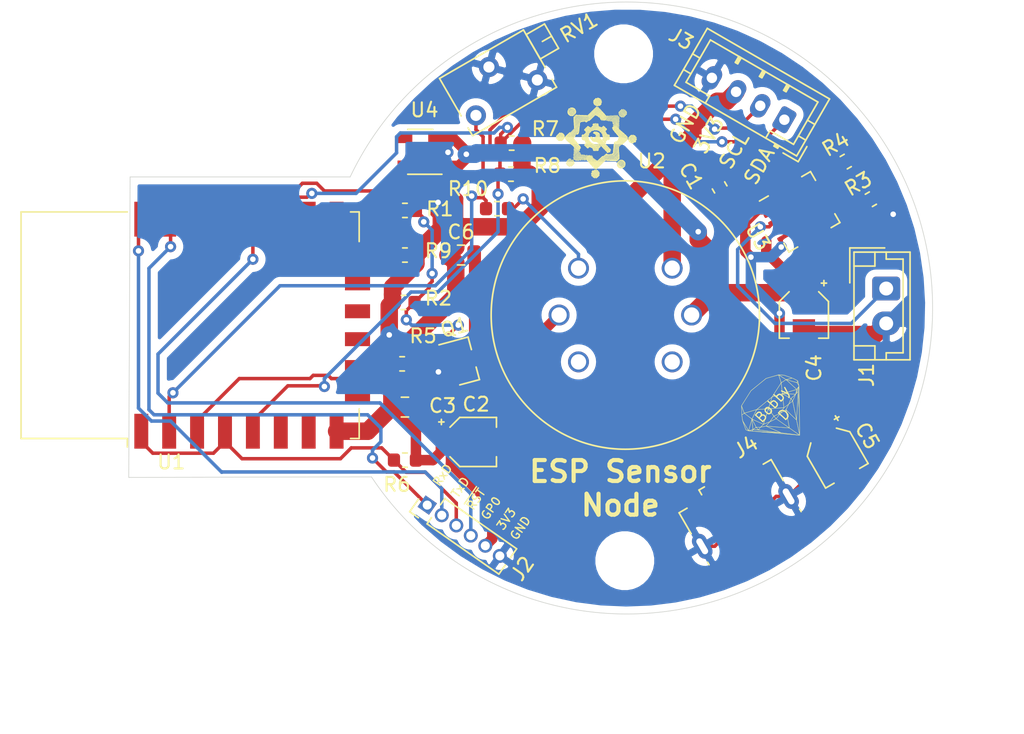
<source format=kicad_pcb>
(kicad_pcb (version 20171130) (host pcbnew "(5.1.2-1)-1")
  (layers (0 F.Cu signal) (31 B.Cu signal) (34 B.Paste user) (35 F.Paste user) (36 B.SilkS user) (37 F.SilkS user) (38 B.Mask user) (39 F.Mask user) (44 Edge.Cuts user))
  (net 0 "")
  (net 1 "Net-(C1-Pad1)")
  (net 2 GND)
  (net 3 +3V3)
  (net 4 "Net-(J1-Pad1)")
  (net 5 /htron)
  (net 6 "Net-(R3-Pad1)")
  (net 7 "Net-(R4-Pad1)")
  (net 8 /mq135_adc)
  (net 9 +5V)
  (net 10 /RX)
  (net 11 /TX)
  (net 12 /~RST)
  (net 13 /GP0)
  (net 14 /SDA)
  (net 15 /SCL)
  (net 16 "Net-(R5-Pad2)")
  (net 17 "Net-(R9-Pad1)")
  (net 18 VBUS)
  (net 19 "Net-(Q1-Pad1)")
  (net 20 "Net-(C6-Pad2)")
  (net 21 "Net-(J4-Pad3)")
  (net 22 "Net-(J4-Pad4)")
  (net 23 "Net-(J4-Pad2)")
  (net 24 "Net-(R10-Pad2)")
  (net 25 "Net-(U1-Pad20)")
  (net 26 "Net-(U1-Pad14)")
  (net 27 "Net-(U1-Pad13)")
  (net 28 "Net-(U1-Pad12)")
  (net 29 "Net-(U1-Pad11)")
  (net 30 "Net-(U1-Pad10)")
  (net 31 "Net-(U1-Pad9)")
  (net 32 "Net-(U1-Pad7)")
  (net 33 "Net-(U1-Pad6)")
  (net 34 "Net-(U2-Pad5)")
  (net 35 "Net-(U2-Pad3)")
  (net 36 "Net-(U3-Pad15)")
  (net 37 "Net-(U3-Pad14)")
  (net 38 "Net-(U3-Pad13)")
  (net 39 "Net-(U4-Pad4)")
  (module RF_Module:ESP-12E (layer F.Cu) (at 159.7 82.13 90)
    (fp_text reference U1 (at -9.81 -1.35 180) (layer F.SilkS))
    (fp_text value ESP-12F)
    (pad 22 smd rect (at 7.6 -3.5 90) (size 2.5 1) (layers F.Cu F.Paste F.Mask) (net 11 /TX))
    (pad 21 smd rect (at 7.6 -1.5 90) (size 2.5 1) (layers F.Cu F.Paste F.Mask) (net 10 /RX))
    (pad 20 smd rect (at 7.6 0.5 90) (size 2.5 1) (layers F.Cu F.Paste F.Mask) (net 25 "Net-(U1-Pad20)"))
    (pad 19 smd rect (at 7.6 2.5 90) (size 2.5 1) (layers F.Cu F.Paste F.Mask) (net 5 /htron))
    (pad 18 smd rect (at 7.6 4.5 90) (size 2.5 1) (layers F.Cu F.Paste F.Mask) (net 13 /GP0))
    (pad 17 smd rect (at 7.6 6.5 90) (size 2.5 1) (layers F.Cu F.Paste F.Mask) (net 14 /SDA))
    (pad 16 smd rect (at 7.6 8.5 90) (size 2.5 1) (layers F.Cu F.Paste F.Mask) (net 17 "Net-(R9-Pad1)"))
    (pad 15 smd rect (at 7.6 10.5 90) (size 2.5 1) (layers F.Cu F.Paste F.Mask) (net 2 GND))
    (pad 14 smd rect (at 5 12 90) (size 1 1.8) (layers F.Cu F.Paste F.Mask) (net 26 "Net-(U1-Pad14)"))
    (pad 13 smd rect (at 3 12 90) (size 1 1.8) (layers F.Cu F.Paste F.Mask) (net 27 "Net-(U1-Pad13)"))
    (pad 12 smd rect (at 1 12 90) (size 1 1.8) (layers F.Cu F.Paste F.Mask) (net 28 "Net-(U1-Pad12)"))
    (pad 11 smd rect (at -1 12 90) (size 1 1.8) (layers F.Cu F.Paste F.Mask) (net 29 "Net-(U1-Pad11)"))
    (pad 10 smd rect (at -3 12 90) (size 1 1.8) (layers F.Cu F.Paste F.Mask) (net 30 "Net-(U1-Pad10)"))
    (pad 9 smd rect (at -5 12 90) (size 1 1.8) (layers F.Cu F.Paste F.Mask) (net 31 "Net-(U1-Pad9)"))
    (pad 8 smd rect (at -7.6 10.5 90) (size 2.5 1) (layers F.Cu F.Paste F.Mask) (net 3 +3V3))
    (pad 7 smd rect (at -7.6 8.5 90) (size 2.5 1) (layers F.Cu F.Paste F.Mask) (net 32 "Net-(U1-Pad7)"))
    (pad 6 smd rect (at -7.6 6.5 90) (size 2.5 1) (layers F.Cu F.Paste F.Mask) (net 33 "Net-(U1-Pad6)"))
    (pad 5 smd rect (at -7.6 4.5 90) (size 2.5 1) (layers F.Cu F.Paste F.Mask) (net 15 /SCL))
    (pad 4 smd rect (at -7.6 2.5 90) (size 2.5 1) (layers F.Cu F.Paste F.Mask) (net 12 /~RST))
    (pad 3 smd rect (at -7.6 0.5 90) (size 2.5 1) (layers F.Cu F.Paste F.Mask) (net 16 "Net-(R5-Pad2)"))
    (pad 2 smd rect (at -7.6 -1.5 90) (size 2.5 1) (layers F.Cu F.Paste F.Mask) (net 8 /mq135_adc))
    (pad 1 smd rect (at -7.6 -3.5 90) (size 2.5 1) (layers F.Cu F.Paste F.Mask) (net 12 /~RST))
  )
  (module logo:diamond (layer F.Cu) (at 201.82 88.17 55)
    (fp_text reference G*** hide)
    (fp_text value LOGO hide)
  )
  (module MountingHole:MountingHole_3.2mm_M3 (layer F.Cu) (at 190.775 62.675)
    (fp_text reference REF** hide)
    (fp_text value MountingHole_3.2mm_M3 hide)
    (pad 1 np_thru_hole circle (at 0 0) (size 3.2 3.2) (drill 3.2) (layers *.Cu *.Mask))
  )
  (module MountingHole:MountingHole_3.2mm_M3 (layer F.Cu) (at 190.86 99.01)
    (fp_text reference REF** hide)
    (fp_text value MountingHole_3.2mm_M3 hide)
    (pad 1 np_thru_hole circle (at 0 0) (size 3.2 3.2) (drill 3.2) (layers *.Cu *.Mask))
  )
  (module Sensor_Pressure:MQ_13X (layer F.Cu) (at 190.9 81.4)
    (fp_text reference U2 (at 1.89 -11.04) (layer F.SilkS))
    (fp_text value MQ-135)
    (pad 7 thru_hole oval (at -3.358757 -3.358757 45) (size 1.5 1.5) (drill 1.1) (layers *.Cu *.Mask) (net 24 "Net-(R10-Pad2)"))
    (pad 6 thru_hole oval (at -4.75 0 45) (size 1.5 1.5) (drill 1.1) (layers *.Cu *.Mask) (net 20 "Net-(C6-Pad2)"))
    (pad 5 thru_hole oval (at -3.358757 3.358757 45) (size 1.5 1.5) (drill 1.1) (layers *.Cu *.Mask) (net 34 "Net-(U2-Pad5)"))
    (pad 3 thru_hole oval (at 3.358757 3.358757 45) (size 1.5 1.5) (drill 1.1) (layers *.Cu *.Mask) (net 35 "Net-(U2-Pad3)"))
    (pad 2 thru_hole oval (at 4.75 0 45) (size 1.5 1.5) (drill 1.1) (layers *.Cu *.Mask) (net 9 +5V))
    (pad 1 thru_hole oval (at 3.358757 -3.358757 45) (size 1.5 1.5) (drill 1.1) (layers *.Cu *.Mask) (net 3 +3V3))
  )
  (module Package_DFN_QFN:QFN-16-1EP_4x4mm_P0.65mm_EP2.15x2.15mm (layer F.Cu) (at 203.4 74 30)
    (fp_text reference U3 (at -3.498076 0.058846 300) (layer F.SilkS))
    (fp_text value LTC4055)
    (pad 16 smd roundrect (at -0.975 -1.8375 30) (size 0.3 1.075) (layers F.Cu F.Paste F.Mask) (net 2 GND))
    (pad 15 smd roundrect (at -0.325 -1.8375 30) (size 0.3 1.075) (layers F.Cu F.Paste F.Mask) (net 36 "Net-(U3-Pad15)"))
    (pad 14 smd roundrect (at 0.325 -1.8375 30) (size 0.3 1.075) (layers F.Cu F.Paste F.Mask) (net 37 "Net-(U3-Pad14)"))
    (pad 13 smd roundrect (at 0.975 -1.8375 30) (size 0.3 1.075) (layers F.Cu F.Paste F.Mask) (net 38 "Net-(U3-Pad13)"))
    (pad 12 smd roundrect (at 1.8375 -0.975 30) (size 1.075 0.3) (layers F.Cu F.Paste F.Mask) (net 1 "Net-(C1-Pad1)"))
    (pad 11 smd roundrect (at 1.8375 -0.325 30) (size 1.075 0.3) (layers F.Cu F.Paste F.Mask) (net 7 "Net-(R4-Pad1)"))
    (pad 10 smd roundrect (at 1.8375 0.325 30) (size 1.075 0.3) (layers F.Cu F.Paste F.Mask) (net 2 GND))
    (pad 9 smd roundrect (at 1.8375 0.975 30) (size 1.075 0.3) (layers F.Cu F.Paste F.Mask) (net 6 "Net-(R3-Pad1)"))
    (pad 8 smd roundrect (at 0.975 1.8375 30) (size 0.3 1.075) (layers F.Cu F.Paste F.Mask) (net 9 +5V))
    (pad 7 smd roundrect (at 0.325 1.8375 30) (size 0.3 1.075) (layers F.Cu F.Paste F.Mask) (net 2 GND))
    (pad 6 smd roundrect (at -0.325 1.8375 30) (size 0.3 1.075) (layers F.Cu F.Paste F.Mask) (net 2 GND))
    (pad 5 smd roundrect (at -0.975 1.8375 30) (size 0.3 1.075) (layers F.Cu F.Paste F.Mask) (net 2 GND))
    (pad 4 smd roundrect (at -1.8375 0.975 30) (size 1.075 0.3) (layers F.Cu F.Paste F.Mask) (net 18 VBUS))
    (pad 3 smd roundrect (at -1.8375 0.325 30) (size 1.075 0.3) (layers F.Cu F.Paste F.Mask) (net 9 +5V))
    (pad 2 smd roundrect (at -1.8375 -0.325 30) (size 1.075 0.3) (layers F.Cu F.Paste F.Mask) (net 4 "Net-(J1-Pad1)"))
    (pad 1 smd roundrect (at -1.8375 -0.975 30) (size 1.075 0.3) (layers F.Cu F.Paste F.Mask) (net 18 VBUS))
    (pad 17 smd roundrect (at 0 0 30) (size 2.15 2.15) (layers F.Cu F.Mask) (roundrect_rratio 0.116279) (net 2 GND))
  )
  (module Capacitor_SMD:C_0603_1608Metric (layer F.Cu) (at 197.66 72.25 300)
    (fp_text reference C1 (at -1.743801 1.360352 120) (layer F.SilkS))
    (fp_text value 0.1u)
    (pad 2 smd roundrect (at 0.7875 0 300) (size 0.875 0.95) (layers F.Cu F.Paste F.Mask) (net 2 GND))
    (pad 1 smd roundrect (at -0.7875 0 300) (size 0.875 0.95) (layers F.Cu F.Paste F.Mask) (net 1 "Net-(C1-Pad1)"))
  )
  (module Capacitor_SMD:CP_Elec_3x5.3 (layer F.Cu) (at 179.9 90.5)
    (fp_text reference C2 (at 0.3 -2.7) (layer F.SilkS))
    (fp_text value 10u)
    (pad 2 smd rect (at 1.5 0) (size 2.2 1.6) (layers F.Cu F.Paste F.Mask) (net 2 GND))
    (pad 1 smd rect (at -1.5 0) (size 2.2 1.6) (layers F.Cu F.Paste F.Mask) (net 3 +3V3))
  )
  (module Connector_JST:JST_EH_B02B-EH-A_1x02_P2.50mm_Vertical (layer F.Cu) (at 209.6 79.5 270)
    (fp_text reference J1 (at 6.2 1.4 270) (layer F.SilkS))
    (fp_text value Conn_01x02 hide)
    (pad 2 thru_hole oval (at 2.5 0 270) (size 1.7 2) (drill 1) (layers *.Cu *.Mask) (net 2 GND))
    (pad 1 thru_hole roundrect (at 0 0 270) (size 1.7 2) (drill 1) (layers *.Cu *.Mask) (roundrect_rratio 0.147059) (net 4 "Net-(J1-Pad1)"))
  )
  (module Resistor_SMD:R_0603_1608Metric (layer F.Cu) (at 175.1 73.9)
    (fp_text reference R1 (at 2.5 -0.1) (layer F.SilkS))
    (fp_text value 1k)
    (pad 2 smd roundrect (at 0.7875 0) (size 0.875 0.95) (layers F.Cu F.Paste F.Mask) (net 19 "Net-(Q1-Pad1)"))
    (pad 1 smd roundrect (at -0.7875 0) (size 0.875 0.95) (layers F.Cu F.Paste F.Mask) (net 5 /htron))
  )
  (module Resistor_SMD:R_0603_1608Metric (layer F.Cu) (at 175 80.5)
    (fp_text reference R2 (at 2.5 -0.3) (layer F.SilkS))
    (fp_text value 10k)
    (pad 2 smd roundrect (at 0.7875 0) (size 0.875 0.95) (layers F.Cu F.Paste F.Mask) (net 19 "Net-(Q1-Pad1)"))
    (pad 1 smd roundrect (at -0.7875 0) (size 0.875 0.95) (layers F.Cu F.Paste F.Mask) (net 2 GND))
  )
  (module Resistor_SMD:R_0603_1608Metric (layer F.Cu) (at 208.5 73.1 30)
    (fp_text reference R3 (at -0.229423 -1.402628 30) (layer F.SilkS))
    (fp_text value 97.6k)
    (pad 2 smd roundrect (at 0.7875 0 30) (size 0.875 0.95) (layers F.Cu F.Paste F.Mask) (net 2 GND))
    (pad 1 smd roundrect (at -0.7875 0 30) (size 0.875 0.95) (layers F.Cu F.Paste F.Mask) (net 6 "Net-(R3-Pad1)"))
  )
  (module Resistor_SMD:R_0603_1608Metric (layer F.Cu) (at 206.7 70.4 30)
    (fp_text reference R4 (at 0 -1.43 30) (layer F.SilkS))
    (fp_text value 97.6k)
    (pad 2 smd roundrect (at 0.7875 0 30) (size 0.875 0.95) (layers F.Cu F.Paste F.Mask) (net 2 GND))
    (pad 1 smd roundrect (at -0.7875 0 30) (size 0.875 0.95) (layers F.Cu F.Paste F.Mask) (net 7 "Net-(R4-Pad1)"))
  )
  (module Capacitor_SMD:C_0805_2012Metric (layer F.Cu) (at 175.1 88 180)
    (fp_text reference C3 (at -2.7 0.1) (layer F.SilkS))
    (fp_text value .1u)
    (pad 2 smd roundrect (at 0.9375 0 180) (size 0.975 1.4) (layers F.Cu F.Paste F.Mask) (net 3 +3V3))
    (pad 1 smd roundrect (at -0.9375 0 180) (size 0.975 1.4) (layers F.Cu F.Paste F.Mask) (net 2 GND))
  )
  (module Capacitor_SMD:CP_Elec_3x5.3 (layer F.Cu) (at 203.7 81.3 270)
    (fp_text reference C4 (at 3.89 -0.73 90) (layer F.SilkS))
    (fp_text value 10u)
    (pad 2 smd rect (at 1.5 0 270) (size 2.2 1.6) (layers F.Cu F.Paste F.Mask) (net 2 GND))
    (pad 1 smd rect (at -1.5 0 270) (size 2.2 1.6) (layers F.Cu F.Paste F.Mask) (net 9 +5V))
  )
  (module Connector_PinHeader_1.27mm:PinHeader_1x06_P1.27mm_Vertical (layer F.Cu) (at 176.7 95.025 55)
    (fp_text reference J2 (at 0.187517 8.200485 55) (layer F.SilkS))
    (fp_text value Conn_01x06_Male hide)
    (pad 6 thru_hole oval (at 0 6.35 55) (size 1 1) (drill 0.65) (layers *.Cu *.Mask) (net 2 GND))
    (pad 5 thru_hole oval (at 0 5.08 55) (size 1 1) (drill 0.65) (layers *.Cu *.Mask) (net 3 +3V3))
    (pad 4 thru_hole oval (at 0 3.81 55) (size 1 1) (drill 0.65) (layers *.Cu *.Mask) (net 13 /GP0))
    (pad 3 thru_hole oval (at 0 2.54 55) (size 1 1) (drill 0.65) (layers *.Cu *.Mask) (net 12 /~RST))
    (pad 2 thru_hole oval (at 0 1.27 55) (size 1 1) (drill 0.65) (layers *.Cu *.Mask) (net 11 /TX))
    (pad 1 thru_hole rect (at 0 0 55) (size 1 1) (drill 0.65) (layers *.Cu *.Mask) (net 10 /RX))
  )
  (module Connector_JST:JST_PH_B4B-PH-K_1x04_P2.00mm_Vertical (layer F.Cu) (at 202.3 67.4 150)
    (fp_text reference J3 (at 9.308588 1.322947 150) (layer F.SilkS))
    (fp_text value Conn_01x04_Male hide)
    (pad 4 thru_hole oval (at 6 0 150) (size 1.2 1.75) (drill 0.75) (layers *.Cu *.Mask) (net 2 GND))
    (pad 3 thru_hole oval (at 4 0 150) (size 1.2 1.75) (drill 0.75) (layers *.Cu *.Mask) (net 3 +3V3))
    (pad 2 thru_hole oval (at 2 0 150) (size 1.2 1.75) (drill 0.75) (layers *.Cu *.Mask) (net 15 /SCL))
    (pad 1 thru_hole roundrect (at 0 0 150) (size 1.2 1.75) (drill 0.75) (layers *.Cu *.Mask) (roundrect_rratio 0.208333) (net 14 /SDA))
  )
  (module Resistor_SMD:R_0603_1608Metric (layer F.Cu) (at 174.9 84.9 180)
    (fp_text reference R5 (at -1.5 2) (layer F.SilkS))
    (fp_text value 10k)
    (pad 2 smd roundrect (at 0.7875 0 180) (size 0.875 0.95) (layers F.Cu F.Paste F.Mask) (net 16 "Net-(R5-Pad2)"))
    (pad 1 smd roundrect (at -0.7875 0 180) (size 0.875 0.95) (layers F.Cu F.Paste F.Mask) (net 3 +3V3))
  )
  (module Resistor_SMD:R_0603_1608Metric (layer F.Cu) (at 175.1 91.8 180)
    (fp_text reference R6 (at 0.575 -1.75) (layer F.SilkS))
    (fp_text value 10k)
    (pad 2 smd roundrect (at 0.7875 0 180) (size 0.875 0.95) (layers F.Cu F.Paste F.Mask) (net 12 /~RST))
    (pad 1 smd roundrect (at -0.7875 0 180) (size 0.875 0.95) (layers F.Cu F.Paste F.Mask) (net 3 +3V3))
  )
  (module Resistor_SMD:R_0603_1608Metric (layer F.Cu) (at 182.75 69.075 180)
    (fp_text reference R7 (at -2.41 1.025) (layer F.SilkS))
    (fp_text value 4.7k)
    (pad 2 smd roundrect (at 0.7875 0 180) (size 0.875 0.95) (layers F.Cu F.Paste F.Mask) (net 14 /SDA))
    (pad 1 smd roundrect (at -0.7875 0 180) (size 0.875 0.95) (layers F.Cu F.Paste F.Mask) (net 3 +3V3))
  )
  (module Resistor_SMD:R_0603_1608Metric (layer F.Cu) (at 182.7 71.3 180)
    (fp_text reference R8 (at -2.6 0.61) (layer F.SilkS))
    (fp_text value 4.7k)
    (pad 2 smd roundrect (at 0.7875 0 180) (size 0.875 0.95) (layers F.Cu F.Paste F.Mask) (net 15 /SCL))
    (pad 1 smd roundrect (at -0.7875 0 180) (size 0.875 0.95) (layers F.Cu F.Paste F.Mask) (net 3 +3V3))
  )
  (module Resistor_SMD:R_0603_1608Metric (layer F.Cu) (at 175.1 77.1)
    (fp_text reference R9 (at 2.4 -0.3) (layer F.SilkS))
    (fp_text value 10k)
    (pad 2 smd roundrect (at 0.7875 0) (size 0.875 0.95) (layers F.Cu F.Paste F.Mask) (net 2 GND))
    (pad 1 smd roundrect (at -0.7875 0) (size 0.875 0.95) (layers F.Cu F.Paste F.Mask) (net 17 "Net-(R9-Pad1)"))
  )
  (module Capacitor_SMD:CP_Elec_3x5.3 (layer F.Cu) (at 205.9 91.4 300)
    (fp_text reference C5 (at 0 -2.7 120) (layer F.SilkS))
    (fp_text value 1u)
    (pad 2 smd rect (at 1.5 0 300) (size 2.2 1.6) (layers F.Cu F.Paste F.Mask) (net 2 GND))
    (pad 1 smd rect (at -1.5 0 300) (size 2.2 1.6) (layers F.Cu F.Paste F.Mask) (net 18 VBUS))
  )
  (module Connector_USB:USB_Micro-B_GCT_USB3076-30-A (layer F.Cu) (at 198.905821 95.152006 30)
    (fp_text reference J4 (at 2.695218 -3.399897 30) (layer F.SilkS))
    (fp_text value USB_B_Micro)
    (pad 6 smd rect (at -2.32 -1.03 30) (size 1.15 1.45) (layers F.Cu F.Paste F.Mask) (net 2 GND))
    (pad 6 smd rect (at 2.32 -1.03 30) (size 1.15 1.45) (layers F.Cu F.Paste F.Mask) (net 2 GND))
    (pad 6 thru_hole oval (at 3.575 1.2 30) (size 1.05 1.9) (drill oval 0.45 1.25) (layers *.Cu *.Mask) (net 2 GND))
    (pad 6 thru_hole oval (at -3.575 1.2 210) (size 1.05 1.9) (drill oval 0.45 1.25) (layers *.Cu *.Mask) (net 2 GND))
    (pad 6 smd rect (at -1.125 1.2 30) (size 1.75 1.9) (layers F.Cu F.Paste F.Mask) (net 2 GND))
    (pad 3 smd rect (at 0 -1.45 30) (size 0.4 1.4) (layers F.Cu F.Paste F.Mask) (net 21 "Net-(J4-Pad3)"))
    (pad 4 smd rect (at 0.65 -1.45 30) (size 0.4 1.4) (layers F.Cu F.Paste F.Mask) (net 22 "Net-(J4-Pad4)"))
    (pad 5 smd rect (at 1.3 -1.45 30) (size 0.4 1.4) (layers F.Cu F.Paste F.Mask) (net 2 GND))
    (pad 1 smd rect (at -1.3 -1.45 30) (size 0.4 1.4) (layers F.Cu F.Paste F.Mask) (net 18 VBUS))
    (pad 2 smd rect (at -0.65 -1.45 30) (size 0.4 1.4) (layers F.Cu F.Paste F.Mask) (net 23 "Net-(J4-Pad2)"))
    (pad 6 smd rect (at 1.125 1.2 30) (size 1.75 1.9) (layers F.Cu F.Paste F.Mask) (net 2 GND))
  )
  (module Package_TO_SOT_SMD:SOT-23-5 (layer F.Cu) (at 176.2 69.7 180)
    (fp_text reference U4 (at -0.3 3) (layer F.SilkS))
    (fp_text value MIC5504-3.3YM5)
    (pad 5 smd rect (at 1.1 -0.95 180) (size 1.06 0.65) (layers F.Cu F.Paste F.Mask) (net 3 +3V3))
    (pad 4 smd rect (at 1.1 0.95 180) (size 1.06 0.65) (layers F.Cu F.Paste F.Mask) (net 39 "Net-(U4-Pad4)"))
    (pad 3 smd rect (at -1.1 0.95 180) (size 1.06 0.65) (layers F.Cu F.Paste F.Mask) (net 9 +5V))
    (pad 2 smd rect (at -1.1 0 180) (size 1.06 0.65) (layers F.Cu F.Paste F.Mask) (net 2 GND))
    (pad 1 smd rect (at -1.1 -0.95 180) (size 1.06 0.65) (layers F.Cu F.Paste F.Mask) (net 9 +5V))
  )
  (module Package_TO_SOT_SMD:SOT-23 (layer F.Cu) (at 179.3 84.7 15)
    (fp_text reference Q1 (at 0 -2.500001 15) (layer F.SilkS))
    (fp_text value MMBT3904 hide)
    (pad 3 smd rect (at 1 0 15) (size 0.9 0.8) (layers F.Cu F.Paste F.Mask) (net 20 "Net-(C6-Pad2)"))
    (pad 2 smd rect (at -1 0.95 15) (size 0.9 0.8) (layers F.Cu F.Paste F.Mask) (net 2 GND))
    (pad 1 smd rect (at -1 -0.95 15) (size 0.9 0.8) (layers F.Cu F.Paste F.Mask) (net 19 "Net-(Q1-Pad1)"))
  )
  (module Potentiometer_THT:Potentiometer_Bourns_3266X_Horizontal (layer F.Cu) (at 180.19 67.09 210)
    (fp_text reference RV1 (at -9.536267 1.7573 30) (layer F.SilkS))
    (fp_text value 100k)
    (pad 3 thru_hole circle (at -5.08 0 210) (size 1.44 1.44) (drill 0.8) (layers *.Cu *.Mask) (net 2 GND))
    (pad 2 thru_hole circle (at -2.54 2.54 210) (size 1.44 1.44) (drill 0.8) (layers *.Cu *.Mask) (net 2 GND))
    (pad 1 thru_hole circle (at 0 0 210) (size 1.44 1.44) (drill 0.8) (layers *.Cu *.Mask) (net 8 /mq135_adc))
  )
  (module Capacitor_SMD:C_0805_2012Metric (layer F.Cu) (at 179.125 77.1)
    (fp_text reference C6 (at 0 -1.65) (layer F.SilkS))
    (fp_text value "10u ceramic")
    (pad 1 smd roundrect (at -0.9375 0) (size 0.975 1.4) (layers F.Cu F.Paste F.Mask) (net 3 +3V3))
    (pad 2 smd roundrect (at 0.9375 0) (size 0.975 1.4) (layers F.Cu F.Paste F.Mask) (net 20 "Net-(C6-Pad2)"))
  )
  (module Resistor_SMD:R_0603_1608Metric (layer F.Cu) (at 181.7 73.775)
    (fp_text reference R10 (at -2.075 -1.425) (layer F.SilkS))
    (fp_text value 1k8)
    (pad 1 smd roundrect (at -0.7875 0) (size 0.875 0.95) (layers F.Cu F.Paste F.Mask) (net 8 /mq135_adc))
    (pad 2 smd roundrect (at 0.7875 0) (size 0.875 0.95) (layers F.Cu F.Paste F.Mask) (net 24 "Net-(R10-Pad2)"))
  )
  (gr_text "Bobby\nD" (at 201.87 88.16 48) (layer F.SilkS) (effects (font (size 0.7 0.7) (thickness 0.09))))
  (gr_arc (start 190.99249 80.896576) (end 172.7 93) (angle -301.1407188) (layer Edge.Cuts) (width 0.05))
  (gr_line (start 188.768104 71.157014) (end 188.831392 71.097335) (layer F.SilkS) (width 0.04))
  (gr_line (start 188.697144 71.225981) (end 188.768104 71.157014) (layer F.SilkS) (width 0.04))
  (gr_line (start 188.627048 71.295817) (end 188.697144 71.225981) (layer F.SilkS) (width 0.04))
  (gr_line (start 191.600832 68.589081) (end 191.584856 68.612225) (layer F.SilkS) (width 0.04))
  (gr_line (start 191.607256 68.573417) (end 191.600832 68.589081) (layer F.SilkS) (width 0.04))
  (gr_line (start 191.6046 68.564481) (end 191.607256 68.573417) (layer F.SilkS) (width 0.04))
  (gr_line (start 191.596264 68.561705) (end 191.6046 68.564481) (layer F.SilkS) (width 0.04))
  (gr_line (start 188.336976 68.999897) (end 188.318368 69.019729) (layer F.SilkS) (width 0.04))
  (gr_line (start 188.351088 68.984569) (end 188.336976 68.999897) (layer F.SilkS) (width 0.04))
  (gr_line (start 188.359992 68.974281) (end 188.351088 68.984569) (layer F.SilkS) (width 0.04))
  (gr_line (start 188.363112 68.970905) (end 188.359992 68.974281) (layer F.SilkS) (width 0.04))
  (gr_line (start 188.363112 68.969817) (end 188.363112 68.970905) (layer F.SilkS) (width 0.04))
  (gr_line (start 188.363112 68.966857) (end 188.363112 68.969817) (layer F.SilkS) (width 0.04))
  (gr_line (start 188.353616 68.958017) (end 188.363112 68.966857) (layer F.SilkS) (width 0.04))
  (gr_line (start 188.322448 68.974985) (end 188.353616 68.958017) (layer F.SilkS) (width 0.04))
  (gr_line (start 188.265592 69.023729) (end 188.322448 68.974985) (layer F.SilkS) (width 0.04))
  (gr_line (start 188.20036 69.086137) (end 188.265592 69.023729) (layer F.SilkS) (width 0.04))
  (gr_line (start 188.179 69.107313) (end 188.20036 69.086137) (layer F.SilkS) (width 0.04))
  (gr_line (start 188.17092 69.115305) (end 188.179 69.107313) (layer F.SilkS) (width 0.04))
  (gr_line (start 188.146744 69.139393) (end 188.17092 69.115305) (layer F.SilkS) (width 0.04))
  (gr_line (start 188.116712 69.169681) (end 188.146744 69.139393) (layer F.SilkS) (width 0.04))
  (gr_line (start 188.089504 69.197505) (end 188.116712 69.169681) (layer F.SilkS) (width 0.04))
  (gr_line (start 188.06576 69.222161) (end 188.089504 69.197505) (layer F.SilkS) (width 0.04))
  (gr_line (start 188.046144 69.242905) (end 188.06576 69.222161) (layer F.SilkS) (width 0.04))
  (gr_line (start 188.031304 69.259097) (end 188.046144 69.242905) (layer F.SilkS) (width 0.04))
  (gr_line (start 188.02192 69.270081) (end 188.031304 69.259097) (layer F.SilkS) (width 0.04))
  (gr_line (start 188.018664 69.273849) (end 188.02192 69.270081) (layer F.SilkS) (width 0.04))
  (gr_line (start 187.262456 69.135393) (end 187.30508 69.091513) (layer F.SilkS) (width 0.04))
  (gr_line (start 187.221312 69.180153) (end 187.262456 69.135393) (layer F.SilkS) (width 0.04))
  (gr_line (start 187.186544 69.220513) (end 187.221312 69.180153) (layer F.SilkS) (width 0.04))
  (gr_line (start 187.16316 69.251281) (end 187.186544 69.220513) (layer F.SilkS) (width 0.04))
  (gr_line (start 187.154912 69.264393) (end 187.16316 69.251281) (layer F.SilkS) (width 0.04))
  (gr_line (start 187.274832 69.809481) (end 187.303568 69.779761) (layer F.SilkS) (width 0.04))
  (gr_line (start 187.249568 69.835617) (end 187.274832 69.809481) (layer F.SilkS) (width 0.04))
  (gr_line (start 187.22848 69.85745) (end 187.249568 69.835617) (layer F.SilkS) (width 0.04))
  (gr_line (start 187.212288 69.874249) (end 187.22848 69.85745) (layer F.SilkS) (width 0.04))
  (gr_line (start 187.201656 69.885313) (end 187.212288 69.874249) (layer F.SilkS) (width 0.04))
  (gr_line (start 187.197968 69.889129) (end 187.201656 69.885313) (layer F.SilkS) (width 0.04))
  (gr_line (start 187.19736 69.889874) (end 187.197968 69.889129) (layer F.SilkS) (width 0.04))
  (gr_line (start 187.235856 69.960529) (end 187.235856 69.960529) (layer F.SilkS) (width 0.04))
  (gr_line (start 187.231648 69.964874) (end 187.235856 69.960529) (layer F.SilkS) (width 0.04))
  (gr_line (start 187.219192 69.978241) (end 187.231648 69.964874) (layer F.SilkS) (width 0.04))
  (gr_line (start 187.206304 69.992737) (end 187.219192 69.978241) (layer F.SilkS) (width 0.04))
  (gr_line (start 187.156032 69.267305) (end 187.154912 69.264393) (layer F.SilkS) (width 0.04))
  (gr_line (start 189.20348 69.309481) (end 189.20348 69.309481) (layer F.SilkS) (width 0.04))
  (gr_line (start 189.204912 69.310913) (end 189.20348 69.309481) (layer F.SilkS) (width 0.04))
  (gr_line (start 189.210288 69.314441) (end 189.204912 69.310913) (layer F.SilkS) (width 0.04))
  (gr_line (start 189.218192 69.315913) (end 189.210288 69.314441) (layer F.SilkS) (width 0.04))
  (gr_line (start 188.970712 71.334705) (end 188.908992 71.399157) (layer F.SilkS) (width 0.04))
  (gr_line (start 189.02192 71.27494) (end 188.970712 71.334705) (layer F.SilkS) (width 0.04))
  (gr_line (start 189.04232 71.239826) (end 189.02192 71.27494) (layer F.SilkS) (width 0.04))
  (gr_line (start 189.03508 71.228369) (end 189.04232 71.239826) (layer F.SilkS) (width 0.04))
  (gr_line (start 189.568319 69.585841) (end 189.591712 69.561481) (layer F.SilkS) (width 0.04))
  (gr_line (start 189.55048 69.605361) (end 189.568319 69.585841) (layer F.SilkS) (width 0.04))
  (gr_line (start 189.537808 69.620641) (end 189.55048 69.605361) (layer F.SilkS) (width 0.04))
  (gr_line (start 189.529864 69.632185) (end 189.537808 69.620641) (layer F.SilkS) (width 0.04))
  (gr_line (start 189.526136 69.640649) (end 189.529864 69.632185) (layer F.SilkS) (width 0.04))
  (gr_line (start 189.526264 69.646593) (end 189.526136 69.640649) (layer F.SilkS) (width 0.04))
  (gr_line (start 189.528688 69.649897) (end 189.526264 69.646593) (layer F.SilkS) (width 0.04))
  (gr_line (start 189.529776 69.650593) (end 189.528688 69.649897) (layer F.SilkS) (width 0.04))
  (gr_line (start 190.632512 70.575593) (end 190.618712 70.589433) (layer F.SilkS) (width 0.04))
  (gr_line (start 190.673792 70.534009) (end 190.632512 70.575593) (layer F.SilkS) (width 0.04))
  (gr_line (start 190.717408 70.489393) (end 190.673792 70.534009) (layer F.SilkS) (width 0.04))
  (gr_line (start 190.750744 70.454329) (end 190.717408 70.489393) (layer F.SilkS) (width 0.04))
  (gr_line (start 189.028864 71.34573) (end 189.029776 71.357014) (layer F.SilkS) (width 0.04))
  (gr_line (start 189.027304 71.33948) (end 189.028864 71.34573) (layer F.SilkS) (width 0.04))
  (gr_line (start 189.026776 71.33948) (end 189.027304 71.33948) (layer F.SilkS) (width 0.04))
  (gr_line (start 189.024176 71.33948) (end 189.026776 71.33948) (layer F.SilkS) (width 0.04))
  (gr_line (start 189.016456 71.348681) (end 189.024176 71.33948) (layer F.SilkS) (width 0.04))
  (gr_line (start 188.990544 71.373725) (end 189.016456 71.348681) (layer F.SilkS) (width 0.04))
  (gr_line (start 188.952912 71.410833) (end 188.990544 71.373725) (layer F.SilkS) (width 0.04))
  (gr_line (start 188.918848 71.444774) (end 188.952912 71.410833) (layer F.SilkS) (width 0.04))
  (gr_line (start 188.90756 71.456146) (end 188.918848 71.444774) (layer F.SilkS) (width 0.04))
  (gr_line (start 188.696448 71.564349) (end 188.696448 71.564349) (layer F.SilkS) (width 0.04))
  (gr_line (start 188.696448 71.56678) (end 188.696448 71.564349) (layer F.SilkS) (width 0.04))
  (gr_line (start 188.707736 71.574071) (end 188.696448 71.56678) (layer F.SilkS) (width 0.04))
  (gr_line (start 188.742536 71.553976) (end 188.707736 71.574071) (layer F.SilkS) (width 0.04))
  (gr_line (start 188.802176 71.502978) (end 188.742536 71.553976) (layer F.SilkS) (width 0.04))
  (gr_line (start 188.866888 71.441215) (end 188.802176 71.502978) (layer F.SilkS) (width 0.04))
  (gr_line (start 188.887976 71.420165) (end 188.866888 71.441215) (layer F.SilkS) (width 0.04))
  (gr_line (start 188.908992 71.399157) (end 188.887976 71.420165) (layer F.SilkS) (width 0.04))
  (gr_line (start 188.888808 69.612002) (end 188.89836 69.600193) (layer F.SilkS) (width 0.04))
  (gr_line (start 188.885336 69.616826) (end 188.888808 69.612002) (layer F.SilkS) (width 0.04))
  (gr_line (start 188.885336 69.618473) (end 188.885336 69.616826) (layer F.SilkS) (width 0.04))
  (gr_line (start 188.774224 69.619905) (end 188.774224 69.619905) (layer F.SilkS) (width 0.04))
  (gr_line (start 188.774224 69.62225) (end 188.774224 69.619905) (layer F.SilkS) (width 0.04))
  (gr_line (start 188.785112 69.629329) (end 188.774224 69.62225) (layer F.SilkS) (width 0.04))
  (gr_line (start 188.819192 69.608969) (end 188.785112 69.629329) (layer F.SilkS) (width 0.04))
  (gr_line (start 188.878344 69.557313) (end 188.819192 69.608969) (layer F.SilkS) (width 0.04))
  (gr_line (start 188.943368 69.494297) (end 188.878344 69.557313) (layer F.SilkS) (width 0.04))
  (gr_line (start 188.964632 69.472857) (end 188.943368 69.494297) (layer F.SilkS) (width 0.04))
  (gr_line (start 188.977088 69.460273) (end 188.964632 69.472857) (layer F.SilkS) (width 0.04))
  (gr_line (start 189.01432 69.422337) (end 188.977088 69.460273) (layer F.SilkS) (width 0.04))
  (gr_line (start 189.053168 69.382057) (end 189.01432 69.422337) (layer F.SilkS) (width 0.04))
  (gr_line (start 189.081944 69.350937) (end 189.053168 69.382057) (layer F.SilkS) (width 0.04))
  (gr_line (start 189.10152 69.327937) (end 189.081944 69.350937) (layer F.SilkS) (width 0.04))
  (gr_line (start 189.11272 69.311913) (end 189.10152 69.327937) (layer F.SilkS) (width 0.04))
  (gr_line (start 189.116504 69.301801) (end 189.11272 69.311913) (layer F.SilkS) (width 0.04))
  (gr_line (start 189.113592 69.296505) (end 189.116504 69.301801) (layer F.SilkS) (width 0.04))
  (gr_line (start 189.10708 69.295041) (end 189.113592 69.296505) (layer F.SilkS) (width 0.04))
  (gr_line (start 189.104912 69.295041) (end 189.10708 69.295041) (layer F.SilkS) (width 0.04))
  (gr_line (start 189.100264 69.295041) (end 189.104912 69.295041) (layer F.SilkS) (width 0.04))
  (gr_line (start 189.086464 69.308401) (end 189.100264 69.295041) (layer F.SilkS) (width 0.04))
  (gr_line (start 189.047056 69.343729) (end 189.086464 69.308401) (layer F.SilkS) (width 0.04))
  (gr_line (start 188.993848 69.394041) (end 189.047056 69.343729) (layer F.SilkS) (width 0.04))
  (gr_line (start 188.93408 69.452057) (end 188.993848 69.394041) (layer F.SilkS) (width 0.04))
  (gr_line (start 188.87496 69.510793) (end 188.93408 69.452057) (layer F.SilkS) (width 0.04))
  (gr_line (start 188.823832 69.563049) (end 188.87496 69.510793) (layer F.SilkS) (width 0.04))
  (gr_line (start 188.787816 69.601802) (end 188.823832 69.563049) (layer F.SilkS) (width 0.04))
  (gr_line (start 188.774224 69.615353) (end 188.787816 69.601802) (layer F.SilkS) (width 0.04))
  (gr_line (start 188.774224 69.619905) (end 188.774224 69.615353) (layer F.SilkS) (width 0.04))
  (gr_line (start 188.663112 69.619905) (end 188.663112 69.619905) (layer F.SilkS) (width 0.04))
  (gr_line (start 188.663112 69.622161) (end 188.663112 69.619905) (layer F.SilkS) (width 0.04))
  (gr_line (start 188.675744 69.629057) (end 188.663112 69.622161) (layer F.SilkS) (width 0.04))
  (gr_line (start 188.71576 69.603801) (end 188.675744 69.629057) (layer F.SilkS) (width 0.04))
  (gr_line (start 188.786248 69.541561) (end 188.71576 69.603801) (layer F.SilkS) (width 0.04))
  (gr_line (start 188.86472 69.465697) (end 188.786248 69.541561) (layer F.SilkS) (width 0.04))
  (gr_line (start 188.890416 69.439961) (end 188.86472 69.465697) (layer F.SilkS) (width 0.04))
  (gr_line (start 188.903392 69.426937) (end 188.890416 69.439961) (layer F.SilkS) (width 0.04))
  (gr_line (start 188.942192 69.387785) (end 188.903392 69.426937) (layer F.SilkS) (width 0.04))
  (gr_line (start 188.983464 69.345561) (end 188.942192 69.387785) (layer F.SilkS) (width 0.04))
  (gr_line (start 189.015112 69.312225) (end 188.983464 69.345561) (layer F.SilkS) (width 0.04))
  (gr_line (start 189.037936 69.286785) (end 189.015112 69.312225) (layer F.SilkS) (width 0.04))
  (gr_line (start 189.052824 69.268249) (end 189.037936 69.286785) (layer F.SilkS) (width 0.04))
  (gr_line (start 189.06068 69.255585) (end 189.052824 69.268249) (layer F.SilkS) (width 0.04))
  (gr_line (start 189.062336 69.247817) (end 189.06068 69.255585) (layer F.SilkS) (width 0.04))
  (gr_line (start 189.059768 69.244297) (end 189.062336 69.247817) (layer F.SilkS) (width 0.04))
  (gr_line (start 189.058688 69.243905) (end 189.059768 69.244297) (layer F.SilkS) (width 0.04))
  (gr_line (start 189.055032 69.242513) (end 189.058688 69.243905) (layer F.SilkS) (width 0.04))
  (gr_line (start 189.0402 69.248985) (end 189.055032 69.242513) (layer F.SilkS) (width 0.04))
  (gr_line (start 189.003736 69.276985) (end 189.0402 69.248985) (layer F.SilkS) (width 0.04))
  (gr_line (start 188.9428 69.333361) (end 189.003736 69.276985) (layer F.SilkS) (width 0.04))
  (gr_line (start 188.873744 69.401073) (end 188.9428 69.333361) (layer F.SilkS) (width 0.04))
  (gr_line (start 188.85096 69.423849) (end 188.873744 69.401073) (layer F.SilkS) (width 0.04))
  (gr_line (start 188.832648 69.442129) (end 188.85096 69.423849) (layer F.SilkS) (width 0.04))
  (gr_line (start 188.778 69.497337) (end 188.832648 69.442129) (layer F.SilkS) (width 0.04))
  (gr_line (start 188.71828 69.558841) (end 188.778 69.497337) (layer F.SilkS) (width 0.04))
  (gr_line (start 188.677912 69.601802) (end 188.71828 69.558841) (layer F.SilkS) (width 0.04))
  (gr_line (start 188.663112 69.615353) (end 188.677912 69.601802) (layer F.SilkS) (width 0.04))
  (gr_line (start 188.663112 69.619905) (end 188.663112 69.615353) (layer F.SilkS) (width 0.04))
  (gr_line (start 187.29948 69.564217) (end 187.29948 69.564217) (layer F.SilkS) (width 0.04))
  (gr_line (start 187.291232 69.572505) (end 187.29948 69.564217) (layer F.SilkS) (width 0.04))
  (gr_line (start 187.266848 69.597729) (end 187.291232 69.572505) (layer F.SilkS) (width 0.04))
  (gr_line (start 187.241592 69.625193) (end 187.266848 69.597729) (layer F.SilkS) (width 0.04))
  (gr_line (start 187.226136 69.643769) (end 187.241592 69.625193) (layer F.SilkS) (width 0.04))
  (gr_line (start 187.223056 69.650593) (end 187.226136 69.643769) (layer F.SilkS) (width 0.04))
  (gr_line (start 187.223056 69.650593) (end 187.223056 69.650593) (layer F.SilkS) (width 0.04))
  (gr_line (start 187.225568 69.650593) (end 187.223056 69.650593) (layer F.SilkS) (width 0.04))
  (gr_line (start 187.233208 69.644201) (end 187.225568 69.650593) (layer F.SilkS) (width 0.04))
  (gr_line (start 187.25396 69.626897) (end 187.233208 69.644201) (layer F.SilkS) (width 0.04))
  (gr_line (start 187.282216 69.601281) (end 187.25396 69.626897) (layer F.SilkS) (width 0.04))
  (gr_line (start 187.306944 69.577937) (end 187.282216 69.601281) (layer F.SilkS) (width 0.04))
  (gr_line (start 187.315064 69.570041) (end 187.306944 69.577937) (layer F.SilkS) (width 0.04))
  (gr_line (start 187.323224 69.562049) (end 187.315064 69.570041) (layer F.SilkS) (width 0.04))
  (gr_line (start 187.348176 69.538393) (end 187.323224 69.562049) (layer F.SilkS) (width 0.04))
  (gr_line (start 190.38472 70.766561) (end 190.383648 70.765218) (layer F.SilkS) (width 0.04))
  (gr_line (start 188.60756 70.786919) (end 188.60756 70.786919) (layer F.SilkS) (width 0.04))
  (gr_line (start 188.60756 70.790305) (end 188.60756 70.786919) (layer F.SilkS) (width 0.04))
  (gr_line (start 188.609904 70.800503) (end 188.60756 70.790305) (layer F.SilkS) (width 0.04))
  (gr_line (start 188.6142 70.806146) (end 188.609904 70.800503) (layer F.SilkS) (width 0.04))
  (gr_line (start 188.615664 70.806146) (end 188.6142 70.806146) (layer F.SilkS) (width 0.04))
  (gr_line (start 188.6178 70.806146) (end 188.615664 70.806146) (layer F.SilkS) (width 0.04))
  (gr_line (start 188.624312 70.799157) (end 188.6178 70.806146) (layer F.SilkS) (width 0.04))
  (gr_line (start 188.646016 70.77915) (end 188.624312 70.799157) (layer F.SilkS) (width 0.04))
  (gr_line (start 188.679304 70.747553) (end 188.646016 70.77915) (layer F.SilkS) (width 0.04))
  (gr_line (start 188.722744 70.705754) (end 188.679304 70.747553) (layer F.SilkS) (width 0.04))
  (gr_line (start 188.77488 70.655145) (end 188.722744 70.705754) (layer F.SilkS) (width 0.04))
  (gr_line (start 188.8342 70.597121) (end 188.77488 70.655145) (layer F.SilkS) (width 0.04))
  (gr_line (start 188.89936 70.533097) (end 188.8342 70.597121) (layer F.SilkS) (width 0.04))
  (gr_line (start 188.95152 70.481625) (end 188.89936 70.533097) (layer F.SilkS) (width 0.04))
  (gr_line (start 188.968888 70.464481) (end 188.95152 70.481625) (layer F.SilkS) (width 0.04))
  (gr_line (start 188.986632 70.446857) (end 188.968888 70.464481) (layer F.SilkS) (width 0.04))
  (gr_line (start 189.039976 70.394041) (end 188.986632 70.446857) (layer F.SilkS) (width 0.04))
  (gr_line (start 189.109856 70.324897) (end 189.039976 70.394041) (layer F.SilkS) (width 0.04))
  (gr_line (start 189.176608 70.258841) (end 189.109856 70.324897) (layer F.SilkS) (width 0.04))
  (gr_line (start 189.238592 70.197553) (end 189.176608 70.258841) (layer F.SilkS) (width 0.04))
  (gr_line (start 189.293919 70.142817) (end 189.238592 70.197553) (layer F.SilkS) (width 0.04))
  (gr_line (start 189.340848 70.096385) (end 189.293919 70.142817) (layer F.SilkS) (width 0.04))
  (gr_line (start 190.326392 69.364081) (end 190.38556 69.305841) (layer F.SilkS) (width 0.04))
  (gr_line (start 190.27448 69.415129) (end 190.326392 69.364081) (layer F.SilkS) (width 0.04))
  (gr_line (start 190.242456 69.446553) (end 190.27448 69.415129) (layer F.SilkS) (width 0.04))
  (gr_line (start 190.231824 69.457057) (end 190.242456 69.446553) (layer F.SilkS) (width 0.04))
  (gr_line (start 190.217536 69.471025) (end 190.231824 69.457057) (layer F.SilkS) (width 0.04))
  (gr_line (start 190.174744 69.513169) (end 190.217536 69.471025) (layer F.SilkS) (width 0.04))
  (gr_line (start 190.130944 69.556929) (end 190.174744 69.513169) (layer F.SilkS) (width 0.04))
  (gr_line (start 190.098656 69.590561) (end 190.130944 69.556929) (layer F.SilkS) (width 0.04))
  (gr_line (start 190.07596 69.616217) (end 190.098656 69.590561) (layer F.SilkS) (width 0.04))
  (gr_line (start 190.061032 69.636225) (end 190.07596 69.616217) (layer F.SilkS) (width 0.04))
  (gr_line (start 190.052048 69.652761) (end 190.061032 69.636225) (layer F.SilkS) (width 0.04))
  (gr_line (start 190.047176 69.668081) (end 190.052048 69.652761) (layer F.SilkS) (width 0.04))
  (gr_line (start 190.045056 69.680281) (end 190.047176 69.668081) (layer F.SilkS) (width 0.04))
  (gr_line (start 190.044575 69.684409) (end 190.045056 69.680281) (layer F.SilkS) (width 0.04))
  (gr_line (start 189.629776 69.753153) (end 189.629776 69.753153) (layer F.SilkS) (width 0.04))
  (gr_line (start 189.629776 69.755753) (end 189.629776 69.753153) (layer F.SilkS) (width 0.04))
  (gr_line (start 189.639112 69.763617) (end 189.629776 69.755753) (layer F.SilkS) (width 0.04))
  (gr_line (start 189.665712 69.752026) (end 189.639112 69.763617) (layer F.SilkS) (width 0.04))
  (gr_line (start 189.707424 69.719769) (end 189.665712 69.752026) (layer F.SilkS) (width 0.04))
  (gr_line (start 189.74888 69.681537) (end 189.707424 69.719769) (layer F.SilkS) (width 0.04))
  (gr_line (start 189.76216 69.668249) (end 189.74888 69.681537) (layer F.SilkS) (width 0.04))
  (gr_line (start 189.773264 69.657057) (end 189.76216 69.668249) (layer F.SilkS) (width 0.04))
  (gr_line (start 189.805911 69.622857) (end 189.773264 69.657057) (layer F.SilkS) (width 0.04))
  (gr_line (start 189.833288 69.590737) (end 189.805911 69.622857) (layer F.SilkS) (width 0.04))
  (gr_line (start 189.846448 69.569081) (end 189.833288 69.590737) (layer F.SilkS) (width 0.04))
  (gr_line (start 189.848656 69.557969) (end 189.846448 69.569081) (layer F.SilkS) (width 0.04))
  (gr_line (start 189.847536 69.555017) (end 189.848656 69.557969) (layer F.SilkS) (width 0.04))
  (gr_line (start 189.847056 69.553762) (end 189.847536 69.555017) (layer F.SilkS) (width 0.04))
  (gr_line (start 189.844448 69.550457) (end 189.847056 69.553762) (layer F.SilkS) (width 0.04))
  (gr_line (start 189.839456 69.549281) (end 189.844448 69.550457) (layer F.SilkS) (width 0.04))
  (gr_line (start 189.831943 69.552026) (end 189.839456 69.549281) (layer F.SilkS) (width 0.04))
  (gr_line (start 189.821263 69.559049) (end 189.831943 69.552026) (layer F.SilkS) (width 0.04))
  (gr_line (start 189.806864 69.570905) (end 189.821263 69.559049) (layer F.SilkS) (width 0.04))
  (gr_line (start 189.788063 69.588049) (end 189.806864 69.570905) (layer F.SilkS) (width 0.04))
  (gr_line (start 190.632336 70.295041) (end 190.638288 70.295041) (layer F.SilkS) (width 0.04))
  (gr_line (start 190.614632 70.299849) (end 190.632336 70.295041) (layer F.SilkS) (width 0.04))
  (gr_line (start 190.583816 70.319681) (end 190.614632 70.299849) (layer F.SilkS) (width 0.04))
  (gr_line (start 190.535816 70.362569) (end 190.583816 70.319681) (layer F.SilkS) (width 0.04))
  (gr_line (start 190.479168 70.417857) (end 190.535816 70.362569) (layer F.SilkS) (width 0.04))
  (gr_line (start 190.460512 70.436529) (end 190.479168 70.417857) (layer F.SilkS) (width 0.04))
  (gr_line (start 190.44176 70.455241) (end 190.460512 70.436529) (layer F.SilkS) (width 0.04))
  (gr_line (start 190.386064 70.511961) (end 190.44176 70.455241) (layer F.SilkS) (width 0.04))
  (gr_line (start 190.343144 70.559881) (end 190.386064 70.511961) (layer F.SilkS) (width 0.04))
  (gr_line (start 190.3234 70.590521) (end 190.343144 70.559881) (layer F.SilkS) (width 0.04))
  (gr_line (start 190.318664 70.608361) (end 190.3234 70.590521) (layer F.SilkS) (width 0.04))
  (gr_line (start 190.318664 70.614305) (end 190.318664 70.608361) (layer F.SilkS) (width 0.04))
  (gr_line (start 186.752 70.667041) (end 186.752 70.667041) (layer F.SilkS) (width 0.04))
  (gr_line (start 186.752 70.667041) (end 186.752 70.667041) (layer F.SilkS) (width 0.04))
  (gr_line (start 186.767711 70.655585) (end 186.752 70.667041) (layer F.SilkS) (width 0.04))
  (gr_line (start 186.810592 70.616305) (end 186.767711 70.655585) (layer F.SilkS) (width 0.04))
  (gr_line (start 186.874096 70.555281) (end 186.810592 70.616305) (layer F.SilkS) (width 0.04))
  (gr_line (start 186.932336 70.497985) (end 186.874096 70.555281) (layer F.SilkS) (width 0.04))
  (gr_line (start 186.951608 70.478761) (end 186.932336 70.497985) (layer F.SilkS) (width 0.04))
  (gr_line (start 186.970968 70.459401) (end 186.951608 70.478761) (layer F.SilkS) (width 0.04))
  (gr_line (start 187.028648 70.400897) (end 186.970968 70.459401) (layer F.SilkS) (width 0.04))
  (gr_line (start 187.090936 70.336305) (end 187.028648 70.400897) (layer F.SilkS) (width 0.04))
  (gr_line (start 187.132032 70.291697) (end 187.090936 70.336305) (layer F.SilkS) (width 0.04))
  (gr_line (start 187.146104 70.274329) (end 187.132032 70.291697) (layer F.SilkS) (width 0.04))
  (gr_line (start 187.145624 70.273849) (end 187.146104 70.274329) (layer F.SilkS) (width 0.04))
  (gr_line (start 187.145016 70.273249) (end 187.145624 70.273849) (layer F.SilkS) (width 0.04))
  (gr_line (start 187.126608 70.288049) (end 187.145016 70.273249) (layer F.SilkS) (width 0.04))
  (gr_line (start 187.081032 70.330153) (end 187.126608 70.288049) (layer F.SilkS) (width 0.04))
  (gr_line (start 187.017888 70.391217) (end 187.081032 70.330153) (layer F.SilkS) (width 0.04))
  (gr_line (start 186.946056 70.462257) (end 187.017888 70.391217) (layer F.SilkS) (width 0.04))
  (gr_line (start 186.874616 70.534313) (end 186.946056 70.462257) (layer F.SilkS) (width 0.04))
  (gr_line (start 186.812464 70.598417) (end 186.874616 70.534313) (layer F.SilkS) (width 0.04))
  (gr_line (start 186.768584 70.645642) (end 186.812464 70.598417) (layer F.SilkS) (width 0.04))
  (gr_line (start 186.752 70.661657) (end 186.768584 70.645642) (layer F.SilkS) (width 0.04))
  (gr_line (start 186.752 70.667041) (end 186.752 70.661657) (layer F.SilkS) (width 0.04))
  (gr_line (start 188.501264 70.671601) (end 188.501264 70.671601) (layer F.SilkS) (width 0.04))
  (gr_line (start 188.502304 70.673289) (end 188.501264 70.671601) (layer F.SilkS) (width 0.04))
  (gr_line (start 188.508904 70.680281) (end 188.502304 70.673289) (layer F.SilkS) (width 0.04))
  (gr_line (start 188.51472 70.683921) (end 188.508904 70.680281) (layer F.SilkS) (width 0.04))
  (gr_line (start 188.516664 70.683921) (end 188.51472 70.683921) (layer F.SilkS) (width 0.04))
  (gr_line (start 188.52092 70.683921) (end 188.516664 70.683921) (layer F.SilkS) (width 0.04))
  (gr_line (start 188.533688 70.669857) (end 188.52092 70.683921) (layer F.SilkS) (width 0.04))
  (gr_line (start 188.574312 70.631665) (end 188.533688 70.669857) (layer F.SilkS) (width 0.04))
  (gr_line (start 188.632424 70.575153) (end 188.574312 70.631665) (layer F.SilkS) (width 0.04))
  (gr_line (start 191.593536 68.561705) (end 191.596264 68.561705) (layer F.SilkS) (width 0.04))
  (gr_line (start 191.588336 68.561705) (end 191.593536 68.561705) (layer F.SilkS) (width 0.04))
  (gr_line (start 191.572832 68.576937) (end 191.588336 68.561705) (layer F.SilkS) (width 0.04))
  (gr_line (start 191.526912 68.618473) (end 191.572832 68.576937) (layer F.SilkS) (width 0.04))
  (gr_line (start 191.462456 68.679969) (end 191.526912 68.618473) (layer F.SilkS) (width 0.04))
  (gr_line (start 191.405256 68.736185) (end 191.462456 68.679969) (layer F.SilkS) (width 0.04))
  (gr_line (start 191.386376 68.755105) (end 191.405256 68.736185) (layer F.SilkS) (width 0.04))
  (gr_line (start 191.364248 68.777241) (end 191.386376 68.755105) (layer F.SilkS) (width 0.04))
  (gr_line (start 191.298536 68.844385) (end 191.364248 68.777241) (layer F.SilkS) (width 0.04))
  (gr_line (start 191.2398 68.907537) (end 191.298536 68.844385) (layer F.SilkS) (width 0.04))
  (gr_line (start 191.207776 68.947249) (end 191.2398 68.907537) (layer F.SilkS) (width 0.04))
  (gr_line (start 191.198832 68.963049) (end 191.207776 68.947249) (layer F.SilkS) (width 0.04))
  (gr_line (start 191.200048 68.966217) (end 191.198832 68.963049) (layer F.SilkS) (width 0.04))
  (gr_line (start 188.863112 68.983017) (end 188.863112 68.983017) (layer F.SilkS) (width 0.04))
  (gr_line (start 188.863112 68.985137) (end 188.863112 68.983017) (layer F.SilkS) (width 0.04))
  (gr_line (start 188.864848 68.991561) (end 188.863112 68.985137) (layer F.SilkS) (width 0.04))
  (gr_line (start 188.8704 68.994609) (end 188.864848 68.991561) (layer F.SilkS) (width 0.04))
  (gr_line (start 188.88012 68.991825) (end 188.8704 68.994609) (layer F.SilkS) (width 0.04))
  (gr_line (start 188.8944 68.982969) (end 188.88012 68.991825) (layer F.SilkS) (width 0.04))
  (gr_line (start 188.913592 68.967737) (end 188.8944 68.982969) (layer F.SilkS) (width 0.04))
  (gr_line (start 188.938112 68.945857) (end 188.913592 68.967737) (layer F.SilkS) (width 0.04))
  (gr_line (start 188.96832 68.917081) (end 188.938112 68.945857) (layer F.SilkS) (width 0.04))
  (gr_line (start 188.995624 68.890169) (end 188.96832 68.917081) (layer F.SilkS) (width 0.04))
  (gr_line (start 189.004648 68.881153) (end 188.995624 68.890169) (layer F.SilkS) (width 0.04))
  (gr_line (start 189.017936 68.867785) (end 189.004648 68.881153) (layer F.SilkS) (width 0.04))
  (gr_line (start 189.057168 68.826985) (end 189.017936 68.867785) (layer F.SilkS) (width 0.04))
  (gr_line (start 189.090544 68.789081) (end 189.057168 68.826985) (layer F.SilkS) (width 0.04))
  (gr_line (start 189.106864 68.764825) (end 189.090544 68.789081) (layer F.SilkS) (width 0.04))
  (gr_line (start 189.1096 68.753713) (end 189.106864 68.764825) (layer F.SilkS) (width 0.04))
  (gr_line (start 189.108208 68.751505) (end 189.1096 68.753713) (layer F.SilkS) (width 0.04))
  (gr_line (start 189.1076 68.750553) (end 189.108208 68.751505) (layer F.SilkS) (width 0.04))
  (gr_line (start 189.104256 68.748681) (end 189.1076 68.750553) (layer F.SilkS) (width 0.04))
  (gr_line (start 189.097792 68.749553) (end 189.104256 68.748681) (layer F.SilkS) (width 0.04))
  (gr_line (start 189.088368 68.754537) (end 189.097792 68.749553) (layer F.SilkS) (width 0.04))
  (gr_line (start 189.07552 68.763961) (end 189.088368 68.754537) (layer F.SilkS) (width 0.04))
  (gr_line (start 189.058816 68.778193) (end 189.07552 68.763961) (layer F.SilkS) (width 0.04))
  (gr_line (start 189.03772 68.797553) (end 189.058816 68.778193) (layer F.SilkS) (width 0.04))
  (gr_line (start 189.011856 68.822505) (end 189.03772 68.797553) (layer F.SilkS) (width 0.04))
  (gr_line (start 188.988456 68.845593) (end 189.011856 68.822505) (layer F.SilkS) (width 0.04))
  (gr_line (start 188.980736 68.853369) (end 188.988456 68.845593) (layer F.SilkS) (width 0.04))
  (gr_line (start 188.969192 68.864873) (end 188.980736 68.853369) (layer F.SilkS) (width 0.04))
  (gr_line (start 188.935032 68.899985) (end 188.969192 68.864873) (layer F.SilkS) (width 0.04))
  (gr_line (start 188.897656 68.939961) (end 188.935032 68.899985) (layer F.SilkS) (width 0.04))
  (gr_line (start 188.544368 70.096729) (end 188.53472 70.108361) (layer F.SilkS) (width 0.04))
  (gr_line (start 188.546704 70.094817) (end 188.544368 70.096729) (layer F.SilkS) (width 0.04))
  (gr_line (start 188.55036 70.091737) (end 188.546704 70.094817) (layer F.SilkS) (width 0.04))
  (gr_line (start 188.559944 70.080753) (end 188.55036 70.091737) (layer F.SilkS) (width 0.04))
  (gr_line (start 188.557648 70.075897) (end 188.559944 70.080753) (layer F.SilkS) (width 0.04))
  (gr_line (start 188.543712 70.080281) (end 188.557648 70.075897) (layer F.SilkS) (width 0.04))
  (gr_line (start 188.527088 70.090129) (end 188.543712 70.080281) (layer F.SilkS) (width 0.04))
  (gr_line (start 188.522008 70.094041) (end 188.527088 70.090129) (layer F.SilkS) (width 0.04))
  (gr_line (start 188.514504 70.099729) (end 188.522008 70.094041) (layer F.SilkS) (width 0.04))
  (gr_line (start 188.283256 68.899849) (end 188.295488 68.892385) (layer F.SilkS) (width 0.04))
  (gr_line (start 188.26628 68.913305) (end 188.283256 68.899849) (layer F.SilkS) (width 0.04))
  (gr_line (start 188.243712 68.933497) (end 188.26628 68.913305) (layer F.SilkS) (width 0.04))
  (gr_line (start 188.21472 68.961137) (end 188.243712 68.933497) (layer F.SilkS) (width 0.04))
  (gr_line (start 188.178392 68.996985) (end 188.21472 68.961137) (layer F.SilkS) (width 0.04))
  (gr_line (start 188.14492 69.030585) (end 188.178392 68.996985) (layer F.SilkS) (width 0.04))
  (gr_line (start 188.133856 69.041825) (end 188.14492 69.030585) (layer F.SilkS) (width 0.04))
  (gr_line (start 188.125744 69.050025) (end 188.133856 69.041825) (layer F.SilkS) (width 0.04))
  (gr_line (start 188.101568 69.074897) (end 188.125744 69.050025) (layer F.SilkS) (width 0.04))
  (gr_line (start 188.071704 69.106193) (end 188.101568 69.074897) (layer F.SilkS) (width 0.04))
  (gr_line (start 188.044968 69.135009) (end 188.071704 69.106193) (layer F.SilkS) (width 0.04))
  (gr_line (start 188.02192 69.160657) (end 188.044968 69.135009) (layer F.SilkS) (width 0.04))
  (gr_line (start 188.003208 69.182361) (end 188.02192 69.160657) (layer F.SilkS) (width 0.04))
  (gr_line (start 187.989456 69.199417) (end 188.003208 69.182361) (layer F.SilkS) (width 0.04))
  (gr_line (start 187.981392 69.211137) (end 187.989456 69.199417) (layer F.SilkS) (width 0.04))
  (gr_line (start 187.979 69.215993) (end 187.981392 69.211137) (layer F.SilkS) (width 0.04))
  (gr_line (start 187.979519 69.216825) (end 187.979 69.215993) (layer F.SilkS) (width 0.04))
  (gr_line (start 187.091504 69.218217) (end 187.091504 69.218217) (layer F.SilkS) (width 0.04))
  (gr_line (start 187.092576 69.220041) (end 187.091504 69.218217) (layer F.SilkS) (width 0.04))
  (gr_line (start 187.09736 69.224681) (end 187.092576 69.220041) (layer F.SilkS) (width 0.04))
  (gr_line (start 187.10512 69.226673) (end 187.09736 69.224681) (layer F.SilkS) (width 0.04))
  (gr_line (start 187.1158 69.223553) (end 187.10512 69.226673) (layer F.SilkS) (width 0.04))
  (gr_line (start 187.130304 69.214649) (end 187.1158 69.223553) (layer F.SilkS) (width 0.04))
  (gr_line (start 187.14952 69.199209) (end 187.130304 69.214649) (layer F.SilkS) (width 0.04))
  (gr_line (start 187.17452 69.176625) (end 187.14952 69.199209) (layer F.SilkS) (width 0.04))
  (gr_line (start 187.206168 69.146161) (end 187.17452 69.176625) (layer F.SilkS) (width 0.04))
  (gr_line (start 187.23568 69.116905) (end 187.206168 69.146161) (layer F.SilkS) (width 0.04))
  (gr_line (start 187.245448 69.107137) (end 187.23568 69.116905) (layer F.SilkS) (width 0.04))
  (gr_line (start 187.259464 69.093041) (end 187.245448 69.107137) (layer F.SilkS) (width 0.04))
  (gr_line (start 187.300912 69.050073) (end 187.259464 69.093041) (layer F.SilkS) (width 0.04))
  (gr_line (start 187.337112 69.009313) (end 187.300912 69.050073) (layer F.SilkS) (width 0.04))
  (gr_line (start 187.355912 68.982585) (end 187.337112 69.009313) (layer F.SilkS) (width 0.04))
  (gr_line (start 187.360288 68.970473) (end 187.355912 68.982585) (layer F.SilkS) (width 0.04))
  (gr_line (start 187.359168 68.967473) (end 187.360288 68.970473) (layer F.SilkS) (width 0.04))
  (gr_line (start 187.358208 68.965041) (end 187.359168 68.967473) (layer F.SilkS) (width 0.04))
  (gr_line (start 187.354432 68.958097) (end 187.358208 68.965041) (layer F.SilkS) (width 0.04))
  (gr_line (start 187.348264 68.955449) (end 187.354432 68.958097) (layer F.SilkS) (width 0.04))
  (gr_line (start 187.337936 68.959705) (end 187.348264 68.955449) (layer F.SilkS) (width 0.04))
  (gr_line (start 187.325136 68.968169) (end 187.337936 68.959705) (layer F.SilkS) (width 0.04))
  (gr_line (start 187.320968 68.971161) (end 187.325136 68.968169) (layer F.SilkS) (width 0.04))
  (gr_line (start 187.314456 68.975761) (end 187.320968 68.971161) (layer F.SilkS) (width 0.04))
  (gr_line (start 187.296312 68.991649) (end 187.314456 68.975761) (layer F.SilkS) (width 0.04))
  (gr_line (start 187.262816 69.023369) (end 187.296312 68.991649) (layer F.SilkS) (width 0.04))
  (gr_line (start 187.224312 69.062225) (end 187.262816 69.023369) (layer F.SilkS) (width 0.04))
  (gr_line (start 187.18468 69.104017) (end 187.224312 69.062225) (layer F.SilkS) (width 0.04))
  (gr_line (start 187.147744 69.144641) (end 187.18468 69.104017) (layer F.SilkS) (width 0.04))
  (gr_line (start 187.11732 69.179969) (end 187.147744 69.144641) (layer F.SilkS) (width 0.04))
  (gr_line (start 187.097312 69.205881) (end 187.11732 69.179969) (layer F.SilkS) (width 0.04))
  (gr_line (start 187.090504 69.216601) (end 187.097312 69.205881) (layer F.SilkS) (width 0.04))
  (gr_line (start 187.091504 69.218217) (end 187.090504 69.216601) (layer F.SilkS) (width 0.04))
  (gr_line (start 190.091504 69.199505) (end 190.091504 69.199505) (layer F.SilkS) (width 0.04))
  (gr_line (start 190.083688 69.242817) (end 190.091504 69.199505) (layer F.SilkS) (width 0.04))
  (gr_line (start 190.115112 69.216169) (end 190.083688 69.242817) (layer F.SilkS) (width 0.04))
  (gr_line (start 190.1194 69.212481) (end 190.115112 69.216169) (layer F.SilkS) (width 0.04))
  (gr_line (start 190.133816 69.198801) (end 190.1194 69.212481) (layer F.SilkS) (width 0.04))
  (gr_line (start 190.16172 69.171337) (end 190.133816 69.198801) (layer F.SilkS) (width 0.04))
  (gr_line (start 190.19492 69.137441) (end 190.16172 69.171337) (layer F.SilkS) (width 0.04))
  (gr_line (start 190.221144 69.110185) (end 190.19492 69.137441) (layer F.SilkS) (width 0.04))
  (gr_line (start 190.229776 69.101025) (end 190.221144 69.110185) (layer F.SilkS) (width 0.04))
  (gr_line (start 190.241232 69.088873) (end 190.229776 69.101025) (layer F.SilkS) (width 0.04))
  (gr_line (start 190.283816 69.044681) (end 190.241232 69.088873) (layer F.SilkS) (width 0.04))
  (gr_line (start 190.369448 68.956705) (end 190.283816 69.044681) (layer F.SilkS) (width 0.04))
  (gr_line (start 190.474832 68.849113) (end 190.369448 68.956705) (layer F.SilkS) (width 0.04))
  (gr_line (start 190.559856 68.762697) (end 190.474832 68.849113) (layer F.SilkS) (width 0.04))
  (gr_line (start 190.588248 68.733969) (end 190.559856 68.762697) (layer F.SilkS) (width 0.04))
  (gr_line (start 190.606776 68.715169) (end 190.588248 68.733969) (layer F.SilkS) (width 0.04))
  (gr_line (start 190.662248 68.658705) (end 190.606776 68.715169) (layer F.SilkS) (width 0.04))
  (gr_line (start 190.722176 68.597025) (end 190.662248 68.658705) (layer F.SilkS) (width 0.04))
  (gr_line (start 190.769192 68.547681) (end 190.722176 68.597025) (layer F.SilkS) (width 0.04))
  (gr_line (start 190.804432 68.509401) (end 190.769192 68.547681) (layer F.SilkS) (width 0.04))
  (gr_line (start 190.82896 68.480881) (end 190.804432 68.509401) (layer F.SilkS) (width 0.04))
  (gr_line (start 190.843968 68.460961) (end 190.82896 68.480881) (layer F.SilkS) (width 0.04))
  (gr_line (start 190.85052 68.448297) (end 190.843968 68.460961) (layer F.SilkS) (width 0.04))
  (gr_line (start 190.850704 68.442601) (end 190.85052 68.448297) (layer F.SilkS) (width 0.04))
  (gr_line (start 190.849792 68.441697) (end 190.850704 68.442601) (layer F.SilkS) (width 0.04))
  (gr_line (start 190.848832 68.440737) (end 190.849792 68.441697) (layer F.SilkS) (width 0.04))
  (gr_line (start 190.843056 68.440993) (end 190.848832 68.440737) (layer F.SilkS) (width 0.04))
  (gr_line (start 189.224656 70.063529) (end 189.257816 70.036185) (layer F.SilkS) (width 0.04))
  (gr_line (start 189.213768 70.072817) (end 189.224656 70.063529) (layer F.SilkS) (width 0.04))
  (gr_line (start 189.189847 70.093129) (end 189.213768 70.072817) (layer F.SilkS) (width 0.04))
  (gr_line (start 189.119576 70.155793) (end 189.189847 70.093129) (layer F.SilkS) (width 0.04))
  (gr_line (start 189.013288 70.254193) (end 189.119576 70.155793) (layer F.SilkS) (width 0.04))
  (gr_line (start 188.902704 70.360185) (end 189.013288 70.254193) (layer F.SilkS) (width 0.04))
  (gr_line (start 188.795488 70.466089) (end 188.902704 70.360185) (layer F.SilkS) (width 0.04))
  (gr_line (start 188.699448 70.56405) (end 188.795488 70.466089) (layer F.SilkS) (width 0.04))
  (gr_line (start 188.026344 69.200761) (end 188.010159 69.215649) (layer F.SilkS) (width 0.04))
  (gr_line (start 188.047143 69.181105) (end 188.026344 69.200761) (layer F.SilkS) (width 0.04))
  (gr_line (start 188.07192 69.157225) (end 188.047143 69.181105) (layer F.SilkS) (width 0.04))
  (gr_line (start 188.09992 69.129929) (end 188.07192 69.157225) (layer F.SilkS) (width 0.04))
  (gr_line (start 188.13048 69.099761) (end 188.09992 69.129929) (layer F.SilkS) (width 0.04))
  (gr_line (start 188.154824 69.075553) (end 188.13048 69.099761) (layer F.SilkS) (width 0.04))
  (gr_line (start 188.162888 69.067473) (end 188.154824 69.075553) (layer F.SilkS) (width 0.04))
  (gr_line (start 190.235376 69.014001) (end 190.260856 68.990473) (layer F.SilkS) (width 0.04))
  (gr_line (start 190.224048 69.024209) (end 190.235376 69.014001) (layer F.SilkS) (width 0.04))
  (gr_line (start 190.220104 69.027369) (end 190.224048 69.024209) (layer F.SilkS) (width 0.04))
  (gr_line (start 190.207464 69.037481) (end 190.220104 69.027369) (layer F.SilkS) (width 0.04))
  (gr_line (start 190.17192 69.070817) (end 190.207464 69.037481) (layer F.SilkS) (width 0.04))
  (gr_line (start 190.13308 69.115825) (end 190.17192 69.070817) (layer F.SilkS) (width 0.04))
  (gr_line (start 190.10556 69.159657) (end 190.13308 69.115825) (layer F.SilkS) (width 0.04))
  (gr_line (start 190.093319 69.189217) (end 190.10556 69.159657) (layer F.SilkS) (width 0.04))
  (gr_line (start 190.091504 69.199505) (end 190.093319 69.189217) (layer F.SilkS) (width 0.04))
  (gr_line (start 189.152 69.247593) (end 189.152 69.247593) (layer F.SilkS) (width 0.04))
  (gr_line (start 189.152 69.249897) (end 189.152 69.247593) (layer F.SilkS) (width 0.04))
  (gr_line (start 189.153568 69.256793) (end 189.152 69.249897) (layer F.SilkS) (width 0.04))
  (gr_line (start 189.1586 69.260841) (end 189.153568 69.256793) (layer F.SilkS) (width 0.04))
  (gr_line (start 189.167368 69.259361) (end 189.1586 69.260841) (layer F.SilkS) (width 0.04))
  (gr_line (start 189.180216 69.252241) (end 189.167368 69.259361) (layer F.SilkS) (width 0.04))
  (gr_line (start 189.197447 69.239217) (end 189.180216 69.252241) (layer F.SilkS) (width 0.04))
  (gr_line (start 189.688336 69.382449) (end 189.689847 69.384001) (layer F.SilkS) (width 0.04))
  (gr_line (start 189.68672 69.380881) (end 189.688336 69.382449) (layer F.SilkS) (width 0.04))
  (gr_line (start 189.677175 69.381057) (end 189.68672 69.380881) (layer F.SilkS) (width 0.04))
  (gr_line (start 189.656648 69.393649) (end 189.677175 69.381057) (layer F.SilkS) (width 0.04))
  (gr_line (start 189.623535 69.422641) (end 189.656648 69.393649) (layer F.SilkS) (width 0.04))
  (gr_line (start 189.586767 69.458361) (end 189.623535 69.422641) (layer F.SilkS) (width 0.04))
  (gr_line (start 189.574744 69.470473) (end 189.586767 69.458361) (layer F.SilkS) (width 0.04))
  (gr_line (start 189.566456 69.478762) (end 189.574744 69.470473) (layer F.SilkS) (width 0.04))
  (gr_line (start 189.541799 69.503801) (end 189.566456 69.478762) (layer F.SilkS) (width 0.04))
  (gr_line (start 189.516408 69.530193) (end 189.541799 69.503801) (layer F.SilkS) (width 0.04))
  (gr_line (start 189.49792 69.550593) (end 189.516408 69.530193) (layer F.SilkS) (width 0.04))
  (gr_line (start 189.485511 69.566041) (end 189.49792 69.550593) (layer F.SilkS) (width 0.04))
  (gr_line (start 189.478432 69.577625) (end 189.485511 69.566041) (layer F.SilkS) (width 0.04))
  (gr_line (start 189.476 69.586305) (end 189.478432 69.577625) (layer F.SilkS) (width 0.04))
  (gr_line (start 189.47748 69.59313) (end 189.476 69.586305) (layer F.SilkS) (width 0.04))
  (gr_line (start 189.480736 69.597817) (end 189.47748 69.59313) (layer F.SilkS) (width 0.04))
  (gr_line (start 186.82244 70.264961) (end 186.858552 70.230105) (layer F.SilkS) (width 0.04))
  (gr_line (start 186.789936 70.297385) (end 186.82244 70.264961) (layer F.SilkS) (width 0.04))
  (gr_line (start 186.779216 70.308313) (end 186.789936 70.297385) (layer F.SilkS) (width 0.04))
  (gr_line (start 188.292144 70.441513) (end 188.292144 70.441513) (layer F.SilkS) (width 0.04))
  (gr_line (start 188.292888 70.442737) (end 188.292144 70.441513) (layer F.SilkS) (width 0.04))
  (gr_line (start 188.302224 70.450593) (end 188.292888 70.442737) (layer F.SilkS) (width 0.04))
  (gr_line (start 188.3056 70.450593) (end 188.302224 70.450593) (layer F.SilkS) (width 0.04))
  (gr_line (start 188.306688 70.450593) (end 188.3056 70.450593) (layer F.SilkS) (width 0.04))
  (gr_line (start 188.31008 70.447641) (end 188.306688 70.450593) (layer F.SilkS) (width 0.04))
  (gr_line (start 188.31988 70.439257) (end 188.31008 70.447641) (layer F.SilkS) (width 0.04))
  (gr_line (start 188.334424 70.426073) (end 188.31988 70.439257) (layer F.SilkS) (width 0.04))
  (gr_line (start 188.353048 70.408529) (end 188.334424 70.426073) (layer F.SilkS) (width 0.04))
  (gr_line (start 188.375136 70.387353) (end 188.353048 70.408529) (layer F.SilkS) (width 0.04))
  (gr_line (start 188.400088 70.363049) (end 188.375136 70.387353) (layer F.SilkS) (width 0.04))
  (gr_line (start 188.427304 70.336273) (end 188.400088 70.363049) (layer F.SilkS) (width 0.04))
  (gr_line (start 188.448968 70.314737) (end 188.427304 70.336273) (layer F.SilkS) (width 0.04))
  (gr_line (start 188.456168 70.307537) (end 188.448968 70.314737) (layer F.SilkS) (width 0.04))
  (gr_line (start 188.471744 70.291857) (end 188.456168 70.307537) (layer F.SilkS) (width 0.04))
  (gr_line (start 186.957256 68.785705) (end 187.039544 68.701897) (layer F.SilkS) (width 0.04))
  (gr_line (start 186.872312 68.874849) (end 186.957256 68.785705) (layer F.SilkS) (width 0.04))
  (gr_line (start 186.818279 68.935225) (end 186.872312 68.874849) (layer F.SilkS) (width 0.04))
  (gr_line (start 186.800088 68.958617) (end 186.818279 68.935225) (layer F.SilkS) (width 0.04))
  (gr_line (start 186.801216 68.960441) (end 186.800088 68.958617) (layer F.SilkS) (width 0.04))
  (gr_line (start 191.200048 68.966217) (end 191.200048 68.966217) (layer F.SilkS) (width 0.04))
  (gr_line (start 191.20096 68.968649) (end 191.200048 68.966217) (layer F.SilkS) (width 0.04))
  (gr_line (start 188.970576 71.446337) (end 188.934424 71.482578) (layer F.SilkS) (width 0.04))
  (gr_line (start 189.001 71.411657) (end 188.970576 71.446337) (layer F.SilkS) (width 0.04))
  (gr_line (start 189.021968 71.381971) (end 189.001 71.411657) (layer F.SilkS) (width 0.04))
  (gr_line (start 189.029776 71.366085) (end 189.021968 71.381971) (layer F.SilkS) (width 0.04))
  (gr_line (start 189.029776 71.36079) (end 189.029776 71.366085) (layer F.SilkS) (width 0.04))
  (gr_line (start 189.029776 71.357014) (end 189.029776 71.36079) (layer F.SilkS) (width 0.04))
  (gr_line (start 190.43208 70.690129) (end 190.466192 70.654234) (layer F.SilkS) (width 0.04))
  (gr_line (start 190.407856 70.717129) (end 190.43208 70.690129) (layer F.SilkS) (width 0.04))
  (gr_line (start 190.39232 70.736785) (end 190.407856 70.717129) (layer F.SilkS) (width 0.04))
  (gr_line (start 188.794192 70.364169) (end 188.830256 70.336617) (layer F.SilkS) (width 0.04))
  (gr_line (start 188.738592 70.415169) (end 188.794192 70.364169) (layer F.SilkS) (width 0.04))
  (gr_line (start 188.67852 70.473985) (end 188.738592 70.415169) (layer F.SilkS) (width 0.04))
  (gr_line (start 188.658768 70.493817) (end 188.67852 70.473985) (layer F.SilkS) (width 0.04))
  (gr_line (start 188.642144 70.510441) (end 188.658768 70.493817) (layer F.SilkS) (width 0.04))
  (gr_line (start 188.593056 70.561097) (end 188.642144 70.510441) (layer F.SilkS) (width 0.04))
  (gr_line (start 189.009376 71.159097) (end 189.010288 71.160009) (layer F.SilkS) (width 0.04))
  (gr_line (start 189.004912 71.158317) (end 189.009376 71.159097) (layer F.SilkS) (width 0.04))
  (gr_line (start 188.996104 71.161441) (end 189.004912 71.158317) (layer F.SilkS) (width 0.04))
  (gr_line (start 188.98312 71.169905) (end 188.996104 71.161441) (layer F.SilkS) (width 0.04))
  (gr_line (start 188.965368 71.184357) (end 188.98312 71.169905) (layer F.SilkS) (width 0.04))
  (gr_line (start 188.942144 71.205277) (end 188.965368 71.184357) (layer F.SilkS) (width 0.04))
  (gr_line (start 188.912768 71.233317) (end 188.942144 71.205277) (layer F.SilkS) (width 0.04))
  (gr_line (start 188.87652 71.268993) (end 188.912768 71.233317) (layer F.SilkS) (width 0.04))
  (gr_line (start 188.843712 71.30198) (end 188.87652 71.268993) (layer F.SilkS) (width 0.04))
  (gr_line (start 188.832856 71.313003) (end 188.843712 71.30198) (layer F.SilkS) (width 0.04))
  (gr_line (start 188.816368 71.32967) (end 188.832856 71.313003) (layer F.SilkS) (width 0.04))
  (gr_line (start 188.766976 71.379888) (end 188.816368 71.32967) (layer F.SilkS) (width 0.04))
  (gr_line (start 188.708944 71.439219) (end 188.766976 71.379888) (layer F.SilkS) (width 0.04))
  (gr_line (start 188.665112 71.484531) (end 188.708944 71.439219) (layer F.SilkS) (width 0.04))
  (gr_line (start 188.6454 71.505191) (end 188.665112 71.484531) (layer F.SilkS) (width 0.04))
  (gr_line (start 188.641712 71.509358) (end 188.6454 71.505191) (layer F.SilkS) (width 0.04))
  (gr_line (start 188.90756 71.456146) (end 188.90756 71.456146) (layer F.SilkS) (width 0.04))
  (gr_line (start 188.8964 71.467301) (end 188.90756 71.456146) (layer F.SilkS) (width 0.04))
  (gr_line (start 188.863544 71.501415) (end 188.8964 71.467301) (layer F.SilkS) (width 0.04))
  (gr_line (start 188.829688 71.538525) (end 188.863544 71.501415) (layer F.SilkS) (width 0.04))
  (gr_line (start 188.809288 71.563568) (end 188.829688 71.538525) (layer F.SilkS) (width 0.04))
  (gr_line (start 188.805736 71.572813) (end 188.809288 71.563568) (layer F.SilkS) (width 0.04))
  (gr_line (start 188.26932 68.957929) (end 188.242144 68.986825) (layer F.SilkS) (width 0.04))
  (gr_line (start 188.289112 68.935441) (end 188.26932 68.957929) (layer F.SilkS) (width 0.04))
  (gr_line (start 188.302304 68.918513) (end 188.289112 68.935441) (layer F.SilkS) (width 0.04))
  (gr_line (start 188.3096 68.906313) (end 188.302304 68.918513) (layer F.SilkS) (width 0.04))
  (gr_line (start 188.31172 68.897897) (end 188.3096 68.906313) (layer F.SilkS) (width 0.04))
  (gr_line (start 188.310376 68.893425) (end 188.31172 68.897897) (layer F.SilkS) (width 0.04))
  (gr_line (start 188.309424 68.892473) (end 188.310376 68.893425) (layer F.SilkS) (width 0.04))
  (gr_line (start 188.308424 68.891473) (end 188.309424 68.892473) (layer F.SilkS) (width 0.04))
  (gr_line (start 188.303912 68.890169) (end 188.308424 68.891473) (layer F.SilkS) (width 0.04))
  (gr_line (start 188.295488 68.892385) (end 188.303912 68.890169) (layer F.SilkS) (width 0.04))
  (gr_line (start 187.19736 69.889874) (end 187.19736 69.889874) (layer F.SilkS) (width 0.04))
  (gr_line (start 187.197056 69.890169) (end 187.19736 69.889874) (layer F.SilkS) (width 0.04))
  (gr_line (start 187.200432 69.895041) (end 187.197056 69.890169) (layer F.SilkS) (width 0.04))
  (gr_line (start 187.20148 69.895041) (end 187.200432 69.895041) (layer F.SilkS) (width 0.04))
  (gr_line (start 187.205824 69.895041) (end 187.20148 69.895041) (layer F.SilkS) (width 0.04))
  (gr_line (start 187.218968 69.881105) (end 187.205824 69.895041) (layer F.SilkS) (width 0.04))
  (gr_line (start 187.260248 69.843217) (end 187.218968 69.881105) (layer F.SilkS) (width 0.04))
  (gr_line (start 187.319104 69.787185) (end 187.260248 69.843217) (layer F.SilkS) (width 0.04))
  (gr_line (start 187.37192 69.735914) (end 187.319104 69.787185) (layer F.SilkS) (width 0.04))
  (gr_line (start 187.389416 69.71873) (end 187.37192 69.735914) (layer F.SilkS) (width 0.04))
  (gr_line (start 187.407904 69.700506) (end 187.389416 69.71873) (layer F.SilkS) (width 0.04))
  (gr_line (start 187.463592 69.646073) (end 187.407904 69.700506) (layer F.SilkS) (width 0.04))
  (gr_line (start 187.53312 69.578625) (end 187.463592 69.646073) (layer F.SilkS) (width 0.04))
  (gr_line (start 187.590199 69.523897) (end 187.53312 69.578625) (layer F.SilkS) (width 0.04))
  (gr_line (start 187.618968 69.496681) (end 187.590199 69.523897) (layer F.SilkS) (width 0.04))
  (gr_line (start 188.49328 70.118561) (end 188.514504 70.099729) (layer F.SilkS) (width 0.04))
  (gr_line (start 188.452776 70.156585) (end 188.49328 70.118561) (layer F.SilkS) (width 0.04))
  (gr_line (start 188.405432 70.203017) (end 188.452776 70.156585) (layer F.SilkS) (width 0.04))
  (gr_line (start 188.35608 70.252849) (end 188.405432 70.203017) (layer F.SilkS) (width 0.04))
  (gr_line (start 188.309648 70.301113) (end 188.35608 70.252849) (layer F.SilkS) (width 0.04))
  (gr_line (start 188.270968 70.342785) (end 188.309648 70.301113) (layer F.SilkS) (width 0.04))
  (gr_line (start 188.245056 70.372769) (end 188.270968 70.342785) (layer F.SilkS) (width 0.04))
  (gr_line (start 188.235768 70.384657) (end 188.245056 70.372769) (layer F.SilkS) (width 0.04))
  (gr_line (start 188.23672 70.386185) (end 188.235768 70.384657) (layer F.SilkS) (width 0.04))
  (gr_line (start 186.779216 70.308313) (end 186.779216 70.308313) (layer F.SilkS) (width 0.04))
  (gr_line (start 186.769232 70.318425) (end 186.779216 70.308313) (layer F.SilkS) (width 0.04))
  (gr_line (start 186.73976 70.349329) (end 186.769232 70.318425) (layer F.SilkS) (width 0.04))
  (gr_line (start 186.714197 70.377801) (end 186.73976 70.349329) (layer F.SilkS) (width 0.04))
  (gr_line (start 186.704561 70.391169) (end 186.714197 70.377801) (layer F.SilkS) (width 0.04))
  (gr_line (start 186.711245 70.388257) (end 186.704561 70.391169) (layer F.SilkS) (width 0.04))
  (gr_line (start 186.713112 70.386873) (end 186.711245 70.388257) (layer F.SilkS) (width 0.04))
  (gr_line (start 186.718927 70.382401) (end 186.713112 70.386873) (layer F.SilkS) (width 0.04))
  (gr_line (start 186.735594 70.368041) (end 186.718927 70.382401) (layer F.SilkS) (width 0.04))
  (gr_line (start 186.763544 70.342337) (end 186.735594 70.368041) (layer F.SilkS) (width 0.04))
  (gr_line (start 186.794232 70.312569) (end 186.763544 70.342337) (layer F.SilkS) (width 0.04))
  (gr_line (start 186.82496 70.281497) (end 186.794232 70.312569) (layer F.SilkS) (width 0.04))
  (gr_line (start 186.853 70.251937) (end 186.82496 70.281497) (layer F.SilkS) (width 0.04))
  (gr_line (start 186.875655 70.226625) (end 186.853 70.251937) (layer F.SilkS) (width 0.04))
  (gr_line (start 186.89028 70.208449) (end 186.875655 70.226625) (layer F.SilkS) (width 0.04))
  (gr_line (start 186.894663 70.200673) (end 186.89028 70.208449) (layer F.SilkS) (width 0.04))
  (gr_line (start 186.894104 70.200113) (end 186.894663 70.200673) (layer F.SilkS) (width 0.04))
  (gr_line (start 186.893664 70.199681) (end 186.894104 70.200113) (layer F.SilkS) (width 0.04))
  (gr_line (start 186.883688 70.207273) (end 186.893664 70.199681) (layer F.SilkS) (width 0.04))
  (gr_line (start 186.858552 70.230105) (end 186.883688 70.207273) (layer F.SilkS) (width 0.04))
  (gr_line (start 187.194488 70.565866) (end 187.16008 70.602193) (layer F.SilkS) (width 0.04))
  (gr_line (start 187.2168 70.540393) (end 187.194488 70.565866) (layer F.SilkS) (width 0.04))
  (gr_line (start 187.224 70.530017) (end 187.2168 70.540393) (layer F.SilkS) (width 0.04))
  (gr_line (start 187.223536 70.529537) (end 187.224 70.530017) (layer F.SilkS) (width 0.04))
  (gr_line (start 187.22292 70.528929) (end 187.223536 70.529537) (layer F.SilkS) (width 0.04))
  (gr_line (start 187.2132 70.535049) (end 187.22292 70.528929) (layer F.SilkS) (width 0.04))
  (gr_line (start 187.19032 70.554321) (end 187.2132 70.535049) (layer F.SilkS) (width 0.04))
  (gr_line (start 187.158944 70.583313) (end 187.19032 70.554321) (layer F.SilkS) (width 0.04))
  (gr_line (start 187.123088 70.618041) (end 187.158944 70.583313) (layer F.SilkS) (width 0.04))
  (gr_line (start 187.086904 70.654497) (end 187.123088 70.618041) (layer F.SilkS) (width 0.04))
  (gr_line (start 187.054384 70.688609) (end 187.086904 70.654497) (layer F.SilkS) (width 0.04))
  (gr_line (start 187.029608 70.716433) (end 187.054384 70.688609) (layer F.SilkS) (width 0.04))
  (gr_line (start 187.019144 70.729154) (end 187.029608 70.716433) (layer F.SilkS) (width 0.04))
  (gr_line (start 187.016672 70.733921) (end 187.019144 70.729154) (layer F.SilkS) (width 0.04))
  (gr_line (start 186.896448 70.744777) (end 186.896448 70.744777) (layer F.SilkS) (width 0.04))
  (gr_line (start 186.896448 70.744777) (end 186.896448 70.744777) (layer F.SilkS) (width 0.04))
  (gr_line (start 186.899832 70.743601) (end 186.896448 70.744777) (layer F.SilkS) (width 0.04))
  (gr_line (start 186.909552 70.735962) (end 186.899832 70.743601) (layer F.SilkS) (width 0.04))
  (gr_line (start 186.92492 70.722505) (end 186.909552 70.735962) (layer F.SilkS) (width 0.04))
  (gr_line (start 186.945272 70.703849) (end 186.92492 70.722505) (layer F.SilkS) (width 0.04))
  (gr_line (start 186.969879 70.680585) (end 186.945272 70.703849) (layer F.SilkS) (width 0.04))
  (gr_line (start 186.998136 70.653409) (end 186.969879 70.680585) (layer F.SilkS) (width 0.04))
  (gr_line (start 187.029304 70.622985) (end 186.998136 70.653409) (layer F.SilkS) (width 0.04))
  (gr_line (start 187.054384 70.598162) (end 187.029304 70.622985) (layer F.SilkS) (width 0.04))
  (gr_line (start 187.06272 70.589873) (end 187.054384 70.598162) (layer F.SilkS) (width 0.04))
  (gr_line (start 187.071056 70.581538) (end 187.06272 70.589873) (layer F.SilkS) (width 0.04))
  (gr_line (start 187.095968 70.556409) (end 187.071056 70.581538) (layer F.SilkS) (width 0.04))
  (gr_line (start 187.126824 70.524985) (end 187.095968 70.556409) (layer F.SilkS) (width 0.04))
  (gr_line (start 187.15456 70.496249) (end 187.126824 70.524985) (layer F.SilkS) (width 0.04))
  (gr_line (start 187.17848 70.470993) (end 187.15456 70.496249) (layer F.SilkS) (width 0.04))
  (gr_line (start 187.198008 70.449849) (end 187.17848 70.470993) (layer F.SilkS) (width 0.04))
  (gr_line (start 187.212456 70.433569) (end 187.198008 70.449849) (layer F.SilkS) (width 0.04))
  (gr_line (start 187.221144 70.422817) (end 187.212456 70.433569) (layer F.SilkS) (width 0.04))
  (gr_line (start 187.223704 70.418609) (end 187.221144 70.422817) (layer F.SilkS) (width 0.04))
  (gr_line (start 187.223448 70.418337) (end 187.223704 70.418609) (layer F.SilkS) (width 0.04))
  (gr_line (start 187.222832 70.417737) (end 187.223448 70.418337) (layer F.SilkS) (width 0.04))
  (gr_line (start 187.207304 70.429673) (end 187.222832 70.417737) (layer F.SilkS) (width 0.04))
  (gr_line (start 187.16928 70.464217) (end 187.207304 70.429673) (layer F.SilkS) (width 0.04))
  (gr_line (start 187.11676 70.514569) (end 187.16928 70.464217) (layer F.SilkS) (width 0.04))
  (gr_line (start 187.057208 70.573329) (end 187.11676 70.514569) (layer F.SilkS) (width 0.04))
  (gr_line (start 186.997968 70.633145) (end 187.057208 70.573329) (layer F.SilkS) (width 0.04))
  (gr_line (start 186.946488 70.686569) (end 186.997968 70.633145) (layer F.SilkS) (width 0.04))
  (gr_line (start 186.91016 70.726241) (end 186.946488 70.686569) (layer F.SilkS) (width 0.04))
  (gr_line (start 186.896448 70.740129) (end 186.91016 70.726241) (layer F.SilkS) (width 0.04))
  (gr_line (start 186.896448 70.744777) (end 186.896448 70.740129) (layer F.SilkS) (width 0.04))
  (gr_line (start 189.774224 69.711186) (end 189.779912 69.705585) (layer F.SilkS) (width 0.04))
  (gr_line (start 189.774224 69.713049) (end 189.774224 69.711186) (layer F.SilkS) (width 0.04))
  (gr_line (start 189.579 69.704881) (end 189.579 69.704881) (layer F.SilkS) (width 0.04))
  (gr_line (start 189.580031 69.706585) (end 189.579 69.704881) (layer F.SilkS) (width 0.04))
  (gr_line (start 189.58668 69.713617) (end 189.580031 69.706585) (layer F.SilkS) (width 0.04))
  (gr_line (start 189.592536 69.717258) (end 189.58668 69.713617) (layer F.SilkS) (width 0.04))
  (gr_line (start 189.594536 69.717258) (end 189.592536 69.717258) (layer F.SilkS) (width 0.04))
  (gr_line (start 189.59736 69.717258) (end 189.594536 69.717258) (layer F.SilkS) (width 0.04))
  (gr_line (start 189.605864 69.708929) (end 189.59736 69.717258) (layer F.SilkS) (width 0.04))
  (gr_line (start 189.630911 69.686273) (end 189.605864 69.708929) (layer F.SilkS) (width 0.04))
  (gr_line (start 189.665976 69.652761) (end 189.630911 69.686273) (layer F.SilkS) (width 0.04))
  (gr_line (start 189.697104 69.622161) (end 189.665976 69.652761) (layer F.SilkS) (width 0.04))
  (gr_line (start 189.707375 69.611873) (end 189.697104 69.622161) (layer F.SilkS) (width 0.04))
  (gr_line (start 189.714456 69.604713) (end 189.707375 69.611873) (layer F.SilkS) (width 0.04))
  (gr_line (start 189.735679 69.583137) (end 189.714456 69.604713) (layer F.SilkS) (width 0.04))
  (gr_line (start 189.758336 69.55945) (end 189.735679 69.583137) (layer F.SilkS) (width 0.04))
  (gr_line (start 189.775744 69.540258) (end 189.758336 69.55945) (layer F.SilkS) (width 0.04))
  (gr_line (start 189.788336 69.524985) (end 189.775744 69.540258) (layer F.SilkS) (width 0.04))
  (gr_line (start 189.796488 69.513138) (end 189.788336 69.524985) (layer F.SilkS) (width 0.04))
  (gr_line (start 189.800655 69.504153) (end 189.796488 69.513138) (layer F.SilkS) (width 0.04))
  (gr_line (start 189.801176 69.497553) (end 189.800655 69.504153) (layer F.SilkS) (width 0.04))
  (gr_line (start 189.79948 69.493649) (end 189.801176 69.497553) (layer F.SilkS) (width 0.04))
  (gr_line (start 189.798568 69.492737) (end 189.79948 69.493649) (layer F.SilkS) (width 0.04))
  (gr_line (start 189.797615 69.491785) (end 189.798568 69.492737) (layer F.SilkS) (width 0.04))
  (gr_line (start 189.793711 69.490081) (end 189.797615 69.491785) (layer F.SilkS) (width 0.04))
  (gr_line (start 189.787064 69.490737) (end 189.793711 69.490081) (layer F.SilkS) (width 0.04))
  (gr_line (start 189.778 69.494993) (end 189.787064 69.490737) (layer F.SilkS) (width 0.04))
  (gr_line (start 189.766024 69.503329) (end 189.778 69.494993) (layer F.SilkS) (width 0.04))
  (gr_line (start 189.750568 69.516169) (end 189.766024 69.503329) (layer F.SilkS) (width 0.04))
  (gr_line (start 189.731119 69.533881) (end 189.750568 69.516169) (layer F.SilkS) (width 0.04))
  (gr_line (start 189.70712 69.556929) (end 189.731119 69.533881) (layer F.SilkS) (width 0.04))
  (gr_line (start 189.685288 69.578497) (end 189.70712 69.556929) (layer F.SilkS) (width 0.04))
  (gr_line (start 189.678088 69.585754) (end 189.685288 69.578497) (layer F.SilkS) (width 0.04))
  (gr_line (start 189.667368 69.596425) (end 189.678088 69.585754) (layer F.SilkS) (width 0.04))
  (gr_line (start 189.635943 69.629329) (end 189.667368 69.596425) (layer F.SilkS) (width 0.04))
  (gr_line (start 189.603735 69.665737) (end 189.635943 69.629329) (layer F.SilkS) (width 0.04))
  (gr_line (start 189.583944 69.691905) (end 189.603735 69.665737) (layer F.SilkS) (width 0.04))
  (gr_line (start 189.577864 69.703058) (end 189.583944 69.691905) (layer F.SilkS) (width 0.04))
  (gr_line (start 189.579 69.704881) (end 189.577864 69.703058) (layer F.SilkS) (width 0.04))
  (gr_line (start 190.044575 69.684409) (end 190.044575 69.684409) (layer F.SilkS) (width 0.04))
  (gr_line (start 190.03868 69.733929) (end 190.044575 69.684409) (layer F.SilkS) (width 0.04))
  (gr_line (start 190.542576 69.223937) (end 190.03868 69.733929) (layer F.SilkS) (width 0.04))
  (gr_line (start 190.567936 69.198249) (end 190.542576 69.223937) (layer F.SilkS) (width 0.04))
  (gr_line (start 190.643848 69.121073) (end 190.567936 69.198249) (layer F.SilkS) (width 0.04))
  (gr_line (start 190.738504 69.024281) (end 190.643848 69.121073) (layer F.SilkS) (width 0.04))
  (gr_line (start 190.8244 68.935793) (end 190.738504 69.024281) (layer F.SilkS) (width 0.04))
  (gr_line (start 190.89948 68.857705) (end 190.8244 68.935793) (layer F.SilkS) (width 0.04))
  (gr_line (start 190.961632 68.792257) (end 190.89948 68.857705) (layer F.SilkS) (width 0.04))
  (gr_line (start 191.008856 68.741601) (end 190.961632 68.792257) (layer F.SilkS) (width 0.04))
  (gr_line (start 191.038976 68.707929) (end 191.008856 68.741601) (layer F.SilkS) (width 0.04))
  (gr_line (start 191.04948 68.696209) (end 191.038976 68.707929) (layer F.SilkS) (width 0.04))
  (gr_line (start 191.05 68.693385) (end 191.04948 68.696209) (layer F.SilkS) (width 0.04))
  (gr_line (start 191.05048 68.690513) (end 191.05 68.693385) (layer F.SilkS) (width 0.04))
  (gr_line (start 187.218664 69.545041) (end 187.218664 69.539602) (layer F.SilkS) (width 0.04))
  (gr_line (start 188.601312 69.582841) (end 188.601312 69.582841) (layer F.SilkS) (width 0.04))
  (gr_line (start 188.602344 69.584481) (end 188.601312 69.582841) (layer F.SilkS) (width 0.04))
  (gr_line (start 188.608904 69.591425) (end 188.602344 69.584481) (layer F.SilkS) (width 0.04))
  (gr_line (start 188.61472 69.595041) (end 188.608904 69.591425) (layer F.SilkS) (width 0.04))
  (gr_line (start 188.616664 69.595041) (end 188.61472 69.595041) (layer F.SilkS) (width 0.04))
  (gr_line (start 188.62136 69.595041) (end 188.616664 69.595041) (layer F.SilkS) (width 0.04))
  (gr_line (start 188.635424 69.579242) (end 188.62136 69.595041) (layer F.SilkS) (width 0.04))
  (gr_line (start 188.680776 69.536354) (end 188.635424 69.579242) (layer F.SilkS) (width 0.04))
  (gr_line (start 188.74588 69.472817) (end 188.680776 69.536354) (layer F.SilkS) (width 0.04))
  (gr_line (start 188.80456 69.414697) (end 188.74588 69.472817) (layer F.SilkS) (width 0.04))
  (gr_line (start 188.824 69.395249) (end 188.80456 69.414697) (layer F.SilkS) (width 0.04))
  (gr_line (start 188.848448 69.370769) (end 188.824 69.395249) (layer F.SilkS) (width 0.04))
  (gr_line (start 188.921144 69.296729) (end 188.848448 69.370769) (layer F.SilkS) (width 0.04))
  (gr_line (start 188.980168 69.233313) (end 188.921144 69.296729) (layer F.SilkS) (width 0.04))
  (gr_line (start 189.0076 69.197457) (end 188.980168 69.233313) (layer F.SilkS) (width 0.04))
  (gr_line (start 189.011544 69.183449) (end 189.0076 69.197457) (layer F.SilkS) (width 0.04))
  (gr_line (start 189.009904 69.181793) (end 189.011544 69.183449) (layer F.SilkS) (width 0.04))
  (gr_line (start 189.008208 69.180105) (end 189.009904 69.181793) (layer F.SilkS) (width 0.04))
  (gr_line (start 188.994144 69.184137) (end 189.008208 69.180105) (layer F.SilkS) (width 0.04))
  (gr_line (start 188.95808 69.211825) (end 188.994144 69.184137) (layer F.SilkS) (width 0.04))
  (gr_line (start 188.894192 69.271385) (end 188.95808 69.211825) (layer F.SilkS) (width 0.04))
  (gr_line (start 188.819624 69.344729) (end 188.894192 69.271385) (layer F.SilkS) (width 0.04))
  (gr_line (start 188.795016 69.369385) (end 188.819624 69.344729) (layer F.SilkS) (width 0.04))
  (gr_line (start 188.77492 69.389481) (end 188.795016 69.369385) (layer F.SilkS) (width 0.04))
  (gr_line (start 188.71532 69.450505) (end 188.77492 69.389481) (layer F.SilkS) (width 0.04))
  (gr_line (start 188.653136 69.516826) (end 188.71532 69.450505) (layer F.SilkS) (width 0.04))
  (gr_line (start 188.613456 69.562737) (end 188.653136 69.516826) (layer F.SilkS) (width 0.04))
  (gr_line (start 188.600224 69.581057) (end 188.613456 69.562737) (layer F.SilkS) (width 0.04))
  (gr_line (start 188.601312 69.582841) (end 188.600224 69.581057) (layer F.SilkS) (width 0.04))
  (gr_line (start 190.052088 69.568249) (end 190.052088 69.568249) (layer F.SilkS) (width 0.04))
  (gr_line (start 190.052175 69.611705) (end 190.052088 69.568249) (layer F.SilkS) (width 0.04))
  (gr_line (start 190.532648 69.123937) (end 190.052175 69.611705) (layer F.SilkS) (width 0.04))
  (gr_line (start 190.556824 69.099369) (end 190.532648 69.123937) (layer F.SilkS) (width 0.04))
  (gr_line (start 190.629216 69.025505) (end 190.556824 69.099369) (layer F.SilkS) (width 0.04))
  (gr_line (start 190.719448 68.932929) (end 190.629216 69.025505) (layer F.SilkS) (width 0.04))
  (gr_line (start 190.801392 68.848161) (end 190.719448 68.932929) (layer F.SilkS) (width 0.04))
  (gr_line (start 190.873008 68.773417) (end 190.801392 68.848161) (layer F.SilkS) (width 0.04))
  (gr_line (start 190.932336 68.710657) (end 190.873008 68.773417) (layer F.SilkS) (width 0.04))
  (gr_line (start 190.977344 68.662049) (end 190.932336 68.710657) (layer F.SilkS) (width 0.04))
  (gr_line (start 191.00612 68.629673) (end 190.977344 68.662049) (layer F.SilkS) (width 0.04))
  (gr_line (start 191.016144 68.618425) (end 191.00612 68.629673) (layer F.SilkS) (width 0.04))
  (gr_line (start 191.016664 68.615609) (end 191.016144 68.618425) (layer F.SilkS) (width 0.04))
  (gr_line (start 191.017144 68.612737) (end 191.016664 68.615609) (layer F.SilkS) (width 0.04))
  (gr_line (start 191.014936 68.601073) (end 191.017144 68.612737) (layer F.SilkS) (width 0.04))
  (gr_line (start 191.00812 68.595041) (end 191.014936 68.601073) (layer F.SilkS) (width 0.04))
  (gr_line (start 191.005864 68.595041) (end 191.00812 68.595041) (layer F.SilkS) (width 0.04))
  (gr_line (start 191.003608 68.595041) (end 191.005864 68.595041) (layer F.SilkS) (width 0.04))
  (gr_line (start 190.996832 68.601073) (end 191.003608 68.595041) (layer F.SilkS) (width 0.04))
  (gr_line (start 190.976608 68.618473) (end 190.996832 68.601073) (layer F.SilkS) (width 0.04))
  (gr_line (start 190.946448 68.645953) (end 190.976608 68.618473) (layer F.SilkS) (width 0.04))
  (gr_line (start 190.907688 68.682313) (end 190.946448 68.645953) (layer F.SilkS) (width 0.04))
  (gr_line (start 190.861544 68.726369) (end 190.907688 68.682313) (layer F.SilkS) (width 0.04))
  (gr_line (start 190.809336 68.776849) (end 190.861544 68.726369) (layer F.SilkS) (width 0.04))
  (gr_line (start 190.752392 68.832537) (end 190.809336 68.776849) (layer F.SilkS) (width 0.04))
  (gr_line (start 190.706992 68.877281) (end 190.752392 68.832537) (layer F.SilkS) (width 0.04))
  (gr_line (start 190.691936 68.892257) (end 190.706992 68.877281) (layer F.SilkS) (width 0.04))
  (gr_line (start 190.659512 68.924417) (end 190.691936 68.892257) (layer F.SilkS) (width 0.04))
  (gr_line (start 190.5622 69.020857) (end 190.659512 68.924417) (layer F.SilkS) (width 0.04))
  (gr_line (start 190.430392 69.151369) (end 190.5622 69.020857) (layer F.SilkS) (width 0.04))
  (gr_line (start 190.311904 69.268561) (end 190.430392 69.151369) (layer F.SilkS) (width 0.04))
  (gr_line (start 190.244664 69.335009) (end 190.311904 69.268561) (layer F.SilkS) (width 0.04))
  (gr_line (start 190.222224 69.357137) (end 190.244664 69.335009) (layer F.SilkS) (width 0.04))
  (gr_line (start 190.20872 69.370385) (end 190.222224 69.357137) (layer F.SilkS) (width 0.04))
  (gr_line (start 190.168368 69.410313) (end 190.20872 69.370385) (layer F.SilkS) (width 0.04))
  (gr_line (start 190.127224 69.451625) (end 190.168368 69.410313) (layer F.SilkS) (width 0.04))
  (gr_line (start 190.097104 69.483185) (end 190.127224 69.451625) (layer F.SilkS) (width 0.04))
  (gr_line (start 190.076312 69.507017) (end 190.097104 69.483185) (layer F.SilkS) (width 0.04))
  (gr_line (start 190.063112 69.525329) (end 190.076312 69.507017) (layer F.SilkS) (width 0.04))
  (gr_line (start 190.055824 69.540258) (end 190.063112 69.525329) (layer F.SilkS) (width 0.04))
  (gr_line (start 190.052703 69.553849) (end 190.055824 69.540258) (layer F.SilkS) (width 0.04))
  (gr_line (start 190.052088 69.564649) (end 190.052703 69.553849) (layer F.SilkS) (width 0.04))
  (gr_line (start 190.052088 69.568249) (end 190.052088 69.564649) (layer F.SilkS) (width 0.04))
  (gr_line (start 189.48208 69.599161) (end 189.48208 69.599161) (layer F.SilkS) (width 0.04))
  (gr_line (start 189.482816 69.599897) (end 189.48208 69.599161) (layer F.SilkS) (width 0.04))
  (gr_line (start 189.493448 69.593817) (end 189.482816 69.599897) (layer F.SilkS) (width 0.04))
  (gr_line (start 189.518624 69.573593) (end 189.493448 69.593817) (layer F.SilkS) (width 0.04))
  (gr_line (start 189.553912 69.541649) (end 189.518624 69.573593) (layer F.SilkS) (width 0.04))
  (gr_line (start 189.585336 69.511481) (end 189.553912 69.541649) (layer F.SilkS) (width 0.04))
  (gr_line (start 189.595624 69.501241) (end 189.585336 69.511481) (layer F.SilkS) (width 0.04))
  (gr_line (start 189.608288 69.48857) (end 189.595624 69.501241) (layer F.SilkS) (width 0.04))
  (gr_line (start 189.645663 69.449897) (end 189.608288 69.48857) (layer F.SilkS) (width 0.04))
  (gr_line (start 189.676087 69.415217) (end 189.645663 69.449897) (layer F.SilkS) (width 0.04))
  (gr_line (start 189.689415 69.393817) (end 189.676087 69.415217) (layer F.SilkS) (width 0.04))
  (gr_line (start 189.689847 69.384001) (end 189.689415 69.393817) (layer F.SilkS) (width 0.04))
  (gr_line (start 189.294143 69.032969) (end 189.277136 69.051761) (layer F.SilkS) (width 0.04))
  (gr_line (start 189.306464 69.017993) (end 189.294143 69.032969) (layer F.SilkS) (width 0.04))
  (gr_line (start 189.314456 69.006313) (end 189.306464 69.017993) (layer F.SilkS) (width 0.04))
  (gr_line (start 189.318487 68.997457) (end 189.314456 69.006313) (layer F.SilkS) (width 0.04))
  (gr_line (start 189.319056 68.990913) (end 189.318487 68.997457) (layer F.SilkS) (width 0.04))
  (gr_line (start 189.317368 68.987049) (end 189.319056 68.990913) (layer F.SilkS) (width 0.04))
  (gr_line (start 189.316456 68.986137) (end 189.317368 68.987049) (layer F.SilkS) (width 0.04))
  (gr_line (start 189.315503 68.985185) (end 189.316456 68.986137) (layer F.SilkS) (width 0.04))
  (gr_line (start 189.311632 68.983497) (end 189.315503 68.985185) (layer F.SilkS) (width 0.04))
  (gr_line (start 189.30508 68.984049) (end 189.311632 68.983497) (layer F.SilkS) (width 0.04))
  (gr_line (start 189.296224 68.988097) (end 189.30508 68.984049) (layer F.SilkS) (width 0.04))
  (gr_line (start 187.397704 68.32433) (end 187.432376 68.288874) (layer F.SilkS) (width 0.04))
  (gr_line (start 187.368488 68.355281) (end 187.397704 68.32433) (layer F.SilkS) (width 0.04))
  (gr_line (start 187.34836 68.378057) (end 187.368488 68.355281) (layer F.SilkS) (width 0.04))
  (gr_line (start 187.340888 68.386393) (end 187.34836 68.378057) (layer F.SilkS) (width 0.04))
  (gr_line (start 187.340888 68.389169) (end 187.340888 68.386393) (layer F.SilkS) (width 0.04))
  (gr_line (start 187.340888 68.391129) (end 187.340888 68.389169) (layer F.SilkS) (width 0.04))
  (gr_line (start 187.335288 68.396985) (end 187.340888 68.391129) (layer F.SilkS) (width 0.04))
  (gr_line (start 187.31928 68.415129) (end 187.335288 68.396985) (layer F.SilkS) (width 0.04))
  (gr_line (start 187.293968 68.442385) (end 187.31928 68.415129) (layer F.SilkS) (width 0.04))
  (gr_line (start 187.260512 68.477537) (end 187.293968 68.442385) (layer F.SilkS) (width 0.04))
  (gr_line (start 187.21992 68.519473) (end 187.260512 68.477537) (layer F.SilkS) (width 0.04))
  (gr_line (start 187.173488 68.566993) (end 187.21992 68.519473) (layer F.SilkS) (width 0.04))
  (gr_line (start 187.122176 68.618993) (end 187.173488 68.566993) (layer F.SilkS) (width 0.04))
  (gr_line (start 187.080992 68.660441) (end 187.122176 68.618993) (layer F.SilkS) (width 0.04))
  (gr_line (start 187.067232 68.674249) (end 187.080992 68.660441) (layer F.SilkS) (width 0.04))
  (gr_line (start 187.039544 68.701897) (end 187.067232 68.674249) (layer F.SilkS) (width 0.04))
  (gr_line (start 189.290544 69.150849) (end 189.278776 69.162697) (layer F.SilkS) (width 0.04))
  (gr_line (start 189.325263 69.114561) (end 189.290544 69.150849) (layer F.SilkS) (width 0.04))
  (gr_line (start 189.354432 69.080753) (end 189.325263 69.114561) (layer F.SilkS) (width 0.04))
  (gr_line (start 189.368448 69.058225) (end 189.354432 69.080753) (layer F.SilkS) (width 0.04))
  (gr_line (start 189.37092 69.046905) (end 189.368448 69.058225) (layer F.SilkS) (width 0.04))
  (gr_line (start 189.369799 69.043905) (end 189.37092 69.046905) (layer F.SilkS) (width 0.04))
  (gr_line (start 189.36932 69.042649) (end 189.369799 69.043905) (layer F.SilkS) (width 0.04))
  (gr_line (start 189.366664 69.039353) (end 189.36932 69.042649) (layer F.SilkS) (width 0.04))
  (gr_line (start 189.36168 69.038169) (end 189.366664 69.039353) (layer F.SilkS) (width 0.04))
  (gr_line (start 189.354167 69.040913) (end 189.36168 69.038169) (layer F.SilkS) (width 0.04))
  (gr_line (start 189.343536 69.047937) (end 189.354167 69.040913) (layer F.SilkS) (width 0.04))
  (gr_line (start 189.32912 69.059793) (end 189.343536 69.047937) (layer F.SilkS) (width 0.04))
  (gr_line (start 189.310288 69.076897) (end 189.32912 69.059793) (layer F.SilkS) (width 0.04))
  (gr_line (start 189.48208 69.599161) (end 189.480736 69.597817) (layer F.SilkS) (width 0.04))
  (gr_line (start 188.885336 69.618473) (end 188.885336 69.618473) (layer F.SilkS) (width 0.04))
  (gr_line (start 188.885336 69.619905) (end 188.885336 69.618473) (layer F.SilkS) (width 0.04))
  (gr_line (start 188.892848 69.624209) (end 188.885336 69.619905) (layer F.SilkS) (width 0.04))
  (gr_line (start 188.925392 69.571505) (end 188.929776 69.567258) (layer F.SilkS) (width 0.04))
  (gr_line (start 188.912504 69.584705) (end 188.925392 69.571505) (layer F.SilkS) (width 0.04))
  (gr_line (start 188.89836 69.600193) (end 188.912504 69.584705) (layer F.SilkS) (width 0.04))
  (gr_line (start 187.163112 69.279017) (end 187.156904 69.269561) (layer F.SilkS) (width 0.04))
  (gr_line (start 187.169232 69.283929) (end 187.163112 69.279017) (layer F.SilkS) (width 0.04))
  (gr_line (start 187.171264 69.283929) (end 187.169232 69.283929) (layer F.SilkS) (width 0.04))
  (gr_line (start 187.17448 69.283929) (end 187.171264 69.283929) (layer F.SilkS) (width 0.04))
  (gr_line (start 187.184248 69.274329) (end 187.17448 69.283929) (layer F.SilkS) (width 0.04))
  (gr_line (start 187.212976 69.248337) (end 187.184248 69.274329) (layer F.SilkS) (width 0.04))
  (gr_line (start 187.253256 69.209881) (end 187.212976 69.248337) (layer F.SilkS) (width 0.04))
  (gr_line (start 187.289024 69.174729) (end 187.253256 69.209881) (layer F.SilkS) (width 0.04))
  (gr_line (start 187.300832 69.162913) (end 187.289024 69.174729) (layer F.SilkS) (width 0.04))
  (gr_line (start 187.3102 69.153449) (end 187.300832 69.162913) (layer F.SilkS) (width 0.04))
  (gr_line (start 187.338112 69.124849) (end 187.3102 69.153449) (layer F.SilkS) (width 0.04))
  (gr_line (start 187.367416 69.093425) (end 187.338112 69.124849) (layer F.SilkS) (width 0.04))
  (gr_line (start 187.389024 69.068129) (end 187.367416 69.093425) (layer F.SilkS) (width 0.04))
  (gr_line (start 187.403256 69.048553) (end 187.389024 69.068129) (layer F.SilkS) (width 0.04))
  (gr_line (start 187.410424 69.034097) (end 187.403256 69.048553) (layer F.SilkS) (width 0.04))
  (gr_line (start 187.410816 69.024417) (end 187.410424 69.034097) (layer F.SilkS) (width 0.04))
  (gr_line (start 187.404688 69.018953) (end 187.410816 69.024417) (layer F.SilkS) (width 0.04))
  (gr_line (start 187.395448 69.017257) (end 187.404688 69.018953) (layer F.SilkS) (width 0.04))
  (gr_line (start 187.392408 69.017257) (end 187.395448 69.017257) (layer F.SilkS) (width 0.04))
  (gr_line (start 190.477776 70.726761) (end 190.432032 70.768561) (layer F.SilkS) (width 0.04))
  (gr_line (start 190.54228 70.664953) (end 190.477776 70.726761) (layer F.SilkS) (width 0.04))
  (gr_line (start 190.599704 70.608401) (end 190.54228 70.664953) (layer F.SilkS) (width 0.04))
  (gr_line (start 190.618712 70.589433) (end 190.599704 70.608401) (layer F.SilkS) (width 0.04))
  (gr_line (start 187.388024 69.017257) (end 187.392408 69.017257) (layer F.SilkS) (width 0.04))
  (gr_line (start 187.37496 69.027241) (end 187.388024 69.017257) (layer F.SilkS) (width 0.04))
  (gr_line (start 187.344232 69.053713) (end 187.37496 69.027241) (layer F.SilkS) (width 0.04))
  (gr_line (start 187.30508 69.091513) (end 187.344232 69.053713) (layer F.SilkS) (width 0.04))
  (gr_line (start 189.797879 69.697817) (end 189.794232 69.702417) (layer F.SilkS) (width 0.04))
  (gr_line (start 189.799792 69.695298) (end 189.797879 69.697817) (layer F.SilkS) (width 0.04))
  (gr_line (start 189.805512 69.687737) (end 189.799792 69.695298) (layer F.SilkS) (width 0.04))
  (gr_line (start 189.80756 69.683929) (end 189.805512 69.687737) (layer F.SilkS) (width 0.04))
  (gr_line (start 189.803688 69.685914) (end 189.80756 69.683929) (layer F.SilkS) (width 0.04))
  (gr_line (start 189.796144 69.691649) (end 189.803688 69.685914) (layer F.SilkS) (width 0.04))
  (gr_line (start 189.793664 69.693601) (end 189.796144 69.691649) (layer F.SilkS) (width 0.04))
  (gr_line (start 189.790976 69.695682) (end 189.793664 69.693601) (layer F.SilkS) (width 0.04))
  (gr_line (start 189.779912 69.705585) (end 189.790976 69.695682) (layer F.SilkS) (width 0.04))
  (gr_line (start 188.018664 69.275113) (end 188.018664 69.273849) (layer F.SilkS) (width 0.04))
  (gr_line (start 187.156032 69.267305) (end 187.156032 69.267305) (layer F.SilkS) (width 0.04))
  (gr_line (start 187.156904 69.269561) (end 187.156032 69.267305) (layer F.SilkS) (width 0.04))
  (gr_line (start 187.018664 70.289913) (end 187.021272 70.287481) (layer F.SilkS) (width 0.04))
  (gr_line (start 187.00912 70.298641) (end 187.018664 70.289913) (layer F.SilkS) (width 0.04))
  (gr_line (start 186.980992 70.325457) (end 187.00912 70.298641) (layer F.SilkS) (width 0.04))
  (gr_line (start 186.931904 70.373369) (end 186.980992 70.325457) (layer F.SilkS) (width 0.04))
  (gr_line (start 186.877656 70.427369) (end 186.931904 70.373369) (layer F.SilkS) (width 0.04))
  (gr_line (start 186.837896 70.467601) (end 186.877656 70.427369) (layer F.SilkS) (width 0.04))
  (gr_line (start 186.824744 70.481145) (end 186.837896 70.467601) (layer F.SilkS) (width 0.04))
  (gr_line (start 188.445968 70.616473) (end 188.445968 70.616473) (layer F.SilkS) (width 0.04))
  (gr_line (start 188.446968 70.618081) (end 188.445968 70.616473) (layer F.SilkS) (width 0.04))
  (gr_line (start 188.453432 70.624849) (end 188.446968 70.618081) (layer F.SilkS) (width 0.04))
  (gr_line (start 188.459168 70.628369) (end 188.453432 70.624849) (layer F.SilkS) (width 0.04))
  (gr_line (start 188.461112 70.628369) (end 188.459168 70.628369) (layer F.SilkS) (width 0.04))
  (gr_line (start 188.462336 70.628369) (end 188.461112 70.628369) (layer F.SilkS) (width 0.04))
  (gr_line (start 188.465976 70.625073) (end 188.462336 70.628369) (layer F.SilkS) (width 0.04))
  (gr_line (start 188.476824 70.61565) (end 188.465976 70.625073) (layer F.SilkS) (width 0.04))
  (gr_line (start 188.493008 70.600761) (end 188.476824 70.61565) (layer F.SilkS) (width 0.04))
  (gr_line (start 188.513816 70.581106) (end 188.493008 70.600761) (layer F.SilkS) (width 0.04))
  (gr_line (start 188.538592 70.557233) (end 188.513816 70.581106) (layer F.SilkS) (width 0.04))
  (gr_line (start 188.566592 70.529929) (end 188.538592 70.557233) (layer F.SilkS) (width 0.04))
  (gr_line (start 188.597144 70.499761) (end 188.566592 70.529929) (layer F.SilkS) (width 0.04))
  (gr_line (start 188.621488 70.475545) (end 188.597144 70.499761) (layer F.SilkS) (width 0.04))
  (gr_line (start 188.62956 70.467473) (end 188.621488 70.475545) (layer F.SilkS) (width 0.04))
  (gr_line (start 188.639936 70.457057) (end 188.62956 70.467473) (layer F.SilkS) (width 0.04))
  (gr_line (start 188.67088 70.425713) (end 188.639936 70.457057) (layer F.SilkS) (width 0.04))
  (gr_line (start 188.704824 70.390737) (end 188.67088 70.425713) (layer F.SilkS) (width 0.04))
  (gr_line (start 187.414504 69.484001) (end 187.410992 69.485185) (layer F.SilkS) (width 0.04))
  (gr_line (start 187.423704 69.476329) (end 187.414504 69.484001) (layer F.SilkS) (width 0.04))
  (gr_line (start 187.44692 69.456313) (end 187.423704 69.476329) (layer F.SilkS) (width 0.04))
  (gr_line (start 187.477136 69.428537) (end 187.44692 69.456313) (layer F.SilkS) (width 0.04))
  (gr_line (start 187.51072 69.396425) (end 187.477136 69.428537) (layer F.SilkS) (width 0.04))
  (gr_line (start 187.544144 69.363529) (end 187.51072 69.396425) (layer F.SilkS) (width 0.04))
  (gr_line (start 187.573792 69.333225) (end 187.544144 69.363529) (layer F.SilkS) (width 0.04))
  (gr_line (start 187.596144 69.309049) (end 187.573792 69.333225) (layer F.SilkS) (width 0.04))
  (gr_line (start 187.605391 69.298417) (end 187.596144 69.309049) (layer F.SilkS) (width 0.04))
  (gr_line (start 187.6076 69.294425) (end 187.605391 69.298417) (layer F.SilkS) (width 0.04))
  (gr_line (start 187.608944 69.291993) (end 187.6076 69.294425) (layer F.SilkS) (width 0.04))
  (gr_line (start 187.611463 69.277505) (end 187.608944 69.291993) (layer F.SilkS) (width 0.04))
  (gr_line (start 187.608512 69.263353) (end 187.611463 69.277505) (layer F.SilkS) (width 0.04))
  (gr_line (start 187.607119 69.261097) (end 187.608512 69.263353) (layer F.SilkS) (width 0.04))
  (gr_line (start 187.606464 69.260097) (end 187.607119 69.261097) (layer F.SilkS) (width 0.04))
  (gr_line (start 187.603256 69.257929) (end 187.606464 69.260097) (layer F.SilkS) (width 0.04))
  (gr_line (start 187.597359 69.258137) (end 187.603256 69.257929) (layer F.SilkS) (width 0.04))
  (gr_line (start 187.588816 69.262097) (end 187.597359 69.258137) (layer F.SilkS) (width 0.04))
  (gr_line (start 187.577256 69.270113) (end 187.588816 69.262097) (layer F.SilkS) (width 0.04))
  (gr_line (start 187.5622 69.282617) (end 187.577256 69.270113) (layer F.SilkS) (width 0.04))
  (gr_line (start 187.543144 69.299897) (end 187.5622 69.282617) (layer F.SilkS) (width 0.04))
  (gr_line (start 187.519624 69.322385) (end 187.543144 69.299897) (layer F.SilkS) (width 0.04))
  (gr_line (start 187.498264 69.343337) (end 187.519624 69.322385) (layer F.SilkS) (width 0.04))
  (gr_line (start 187.491232 69.350369) (end 187.498264 69.343337) (layer F.SilkS) (width 0.04))
  (gr_line (start 187.480824 69.360705) (end 187.491232 69.350369) (layer F.SilkS) (width 0.04))
  (gr_line (start 187.450088 69.392129) (end 187.480824 69.360705) (layer F.SilkS) (width 0.04))
  (gr_line (start 187.416408 69.428017) (end 187.450088 69.392129) (layer F.SilkS) (width 0.04))
  (gr_line (start 187.393664 69.454153) (end 187.416408 69.428017) (layer F.SilkS) (width 0.04))
  (gr_line (start 187.385336 69.463617) (end 187.393664 69.454153) (layer F.SilkS) (width 0.04))
  (gr_line (start 187.385336 69.466785) (end 187.385336 69.463617) (layer F.SilkS) (width 0.04))
  (gr_line (start 187.385336 69.469561) (end 187.385336 69.466785) (layer F.SilkS) (width 0.04))
  (gr_line (start 187.37852 69.477897) (end 187.385336 69.469561) (layer F.SilkS) (width 0.04))
  (gr_line (start 187.360112 69.499985) (end 187.37852 69.477897) (layer F.SilkS) (width 0.04))
  (gr_line (start 187.332816 69.529809) (end 187.360112 69.499985) (layer F.SilkS) (width 0.04))
  (gr_line (start 187.307904 69.555714) (end 187.332816 69.529809) (layer F.SilkS) (width 0.04))
  (gr_line (start 187.29948 69.564217) (end 187.307904 69.555714) (layer F.SilkS) (width 0.04))
  (gr_line (start 189.529776 69.650593) (end 189.529776 69.650593) (layer F.SilkS) (width 0.04))
  (gr_line (start 189.532336 69.652193) (end 189.529776 69.650593) (layer F.SilkS) (width 0.04))
  (gr_line (start 189.546791 69.646681) (end 189.532336 69.652193) (layer F.SilkS) (width 0.04))
  (gr_line (start 189.576264 69.626625) (end 189.546791 69.646681) (layer F.SilkS) (width 0.04))
  (gr_line (start 189.613336 69.595209) (end 189.576264 69.626625) (layer F.SilkS) (width 0.04))
  (gr_line (start 189.653168 69.557273) (end 189.613336 69.595209) (layer F.SilkS) (width 0.04))
  (gr_line (start 189.690888 69.517649) (end 189.653168 69.557273) (layer F.SilkS) (width 0.04))
  (gr_line (start 189.721664 69.481225) (end 189.690888 69.517649) (layer F.SilkS) (width 0.04))
  (gr_line (start 189.740664 69.452801) (end 189.721664 69.481225) (layer F.SilkS) (width 0.04))
  (gr_line (start 189.744712 69.438873) (end 189.740664 69.452801) (layer F.SilkS) (width 0.04))
  (gr_line (start 189.743104 69.437257) (end 189.744712 69.438873) (layer F.SilkS) (width 0.04))
  (gr_line (start 189.742144 69.436305) (end 189.743104 69.437257) (layer F.SilkS) (width 0.04))
  (gr_line (start 189.7382 69.434569) (end 189.742144 69.436305) (layer F.SilkS) (width 0.04))
  (gr_line (start 189.731511 69.435225) (end 189.7382 69.434569) (layer F.SilkS) (width 0.04))
  (gr_line (start 189.7224 69.439529) (end 189.731511 69.435225) (layer F.SilkS) (width 0.04))
  (gr_line (start 189.710336 69.447937) (end 189.7224 69.439529) (layer F.SilkS) (width 0.04))
  (gr_line (start 189.694712 69.460961) (end 189.710336 69.447937) (layer F.SilkS) (width 0.04))
  (gr_line (start 189.675048 69.478969) (end 189.694712 69.460961) (layer F.SilkS) (width 0.04))
  (gr_line (start 189.650704 69.502417) (end 189.675048 69.478969) (layer F.SilkS) (width 0.04))
  (gr_line (start 189.62852 69.524329) (end 189.650704 69.502417) (layer F.SilkS) (width 0.04))
  (gr_line (start 189.621192 69.531705) (end 189.62852 69.524329) (layer F.SilkS) (width 0.04))
  (gr_line (start 189.613768 69.539081) (end 189.621192 69.531705) (layer F.SilkS) (width 0.04))
  (gr_line (start 189.591712 69.561481) (end 189.613768 69.539081) (layer F.SilkS) (width 0.04))
  (gr_line (start 188.985944 70.331497) (end 188.9576 70.359961) (layer F.SilkS) (width 0.04))
  (gr_line (start 189.070792 70.245857) (end 188.985944 70.331497) (layer F.SilkS) (width 0.04))
  (gr_line (start 189.159336 70.155713) (end 189.070792 70.245857) (layer F.SilkS) (width 0.04))
  (gr_line (start 189.223967 70.088737) (end 189.159336 70.155713) (layer F.SilkS) (width 0.04))
  (gr_line (start 188.636288 71.539479) (end 188.633512 71.539479) (layer F.SilkS) (width 0.04))
  (gr_line (start 188.64176 71.539479) (end 188.636288 71.539479) (layer F.SilkS) (width 0.04))
  (gr_line (start 188.658168 71.526415) (end 188.64176 71.539479) (layer F.SilkS) (width 0.04))
  (gr_line (start 188.701864 71.489436) (end 188.658168 71.526415) (layer F.SilkS) (width 0.04))
  (gr_line (start 187.117056 70.645601) (end 187.106512 70.65597) (layer F.SilkS) (width 0.04))
  (gr_line (start 187.127912 70.634833) (end 187.117056 70.645601) (layer F.SilkS) (width 0.04))
  (gr_line (start 187.16008 70.602193) (end 187.127912 70.634833) (layer F.SilkS) (width 0.04))
  (gr_line (start 191.048536 68.678849) (end 191.05048 68.690513) (layer F.SilkS) (width 0.04))
  (gr_line (start 191.042192 68.672817) (end 191.048536 68.678849) (layer F.SilkS) (width 0.04))
  (gr_line (start 191.040112 68.672817) (end 191.042192 68.672817) (layer F.SilkS) (width 0.04))
  (gr_line (start 188.556512 70.735265) (end 188.5556 70.732842) (layer F.SilkS) (width 0.04))
  (gr_line (start 188.561336 70.745337) (end 188.556512 70.735265) (layer F.SilkS) (width 0.04))
  (gr_line (start 188.564504 70.750593) (end 188.561336 70.745337) (layer F.SilkS) (width 0.04))
  (gr_line (start 188.565592 70.750593) (end 188.564504 70.750593) (layer F.SilkS) (width 0.04))
  (gr_line (start 188.567712 70.750593) (end 188.565592 70.750593) (layer F.SilkS) (width 0.04))
  (gr_line (start 188.574136 70.742602) (end 188.567712 70.750593) (layer F.SilkS) (width 0.04))
  (gr_line (start 188.597488 70.719729) (end 188.574136 70.742602) (layer F.SilkS) (width 0.04))
  (gr_line (start 188.633992 70.683617) (end 188.597488 70.719729) (layer F.SilkS) (width 0.04))
  (gr_line (start 188.682032 70.635833) (end 188.633992 70.683617) (layer F.SilkS) (width 0.04))
  (gr_line (start 190.34076 70.692954) (end 190.341848 70.683009) (layer F.SilkS) (width 0.04))
  (gr_line (start 190.342504 70.699721) (end 190.34076 70.692954) (layer F.SilkS) (width 0.04))
  (gr_line (start 190.343448 70.701809) (end 190.342504 70.699721) (layer F.SilkS) (width 0.04))
  (gr_line (start 188.5556 70.732842) (end 188.5556 70.732842) (layer F.SilkS) (width 0.04))
  (gr_line (start 190.774832 70.427457) (end 190.750744 70.454329) (layer F.SilkS) (width 0.04))
  (gr_line (start 190.79076 70.407497) (end 190.774832 70.427457) (layer F.SilkS) (width 0.04))
  (gr_line (start 190.799744 70.393169) (end 190.79076 70.407497) (layer F.SilkS) (width 0.04))
  (gr_line (start 190.802824 70.383137) (end 190.799744 70.393169) (layer F.SilkS) (width 0.04))
  (gr_line (start 190.802 70.377625) (end 190.802824 70.383137) (layer F.SilkS) (width 0.04))
  (gr_line (start 190.801136 70.376193) (end 190.802 70.377625) (layer F.SilkS) (width 0.04))
  (gr_line (start 190.79948 70.373593) (end 190.801136 70.376193) (layer F.SilkS) (width 0.04))
  (gr_line (start 190.78972 70.361961) (end 190.79948 70.373593) (layer F.SilkS) (width 0.04))
  (gr_line (start 190.780344 70.354497) (end 190.78972 70.361961) (layer F.SilkS) (width 0.04))
  (gr_line (start 190.778912 70.354017) (end 190.780344 70.354497) (layer F.SilkS) (width 0.04))
  (gr_line (start 190.77748 70.353537) (end 190.778912 70.354017) (layer F.SilkS) (width 0.04))
  (gr_line (start 190.75912 70.368385) (end 190.77748 70.353537) (layer F.SilkS) (width 0.04))
  (gr_line (start 190.713064 70.410097) (end 190.75912 70.368385) (layer F.SilkS) (width 0.04))
  (gr_line (start 190.647536 70.472721) (end 190.713064 70.410097) (layer F.SilkS) (width 0.04))
  (gr_line (start 190.588768 70.530409) (end 190.647536 70.472721) (layer F.SilkS) (width 0.04))
  (gr_line (start 190.5694 70.549849) (end 190.588768 70.530409) (layer F.SilkS) (width 0.04))
  (gr_line (start 190.554912 70.564345) (end 190.5694 70.549849) (layer F.SilkS) (width 0.04))
  (gr_line (start 190.511544 70.607969) (end 190.554912 70.564345) (layer F.SilkS) (width 0.04))
  (gr_line (start 190.466192 70.654234) (end 190.511544 70.607969) (layer F.SilkS) (width 0.04))
  (gr_line (start 190.38412 70.750546) (end 190.39232 70.736785) (layer F.SilkS) (width 0.04))
  (gr_line (start 190.381992 70.759961) (end 190.38412 70.750546) (layer F.SilkS) (width 0.04))
  (gr_line (start 190.383648 70.765218) (end 190.381992 70.759961) (layer F.SilkS) (width 0.04))
  (gr_line (start 188.829392 71.204323) (end 188.89488 71.144385) (layer F.SilkS) (width 0.04))
  (gr_line (start 188.756256 71.27546) (end 188.829392 71.204323) (layer F.SilkS) (width 0.04))
  (gr_line (start 188.684464 71.348725) (end 188.756256 71.27546) (layer F.SilkS) (width 0.04))
  (gr_line (start 188.623088 71.41513) (end 188.684464 71.348725) (layer F.SilkS) (width 0.04))
  (gr_line (start 188.581168 71.465608) (end 188.623088 71.41513) (layer F.SilkS) (width 0.04))
  (gr_line (start 188.566064 71.486789) (end 188.581168 71.465608) (layer F.SilkS) (width 0.04))
  (gr_line (start 188.5678 71.491259) (end 188.566064 71.486789) (layer F.SilkS) (width 0.04))
  (gr_line (start 189.30756 69.422073) (end 189.30756 69.419817) (layer F.SilkS) (width 0.04))
  (gr_line (start 189.315112 69.428897) (end 189.30756 69.422073) (layer F.SilkS) (width 0.04))
  (gr_line (start 189.338768 69.416609) (end 189.315112 69.428897) (layer F.SilkS) (width 0.04))
  (gr_line (start 189.007992 71.17507) (end 188.982424 71.208837) (layer F.SilkS) (width 0.04))
  (gr_line (start 189.011856 71.161571) (end 189.007992 71.17507) (layer F.SilkS) (width 0.04))
  (gr_line (start 189.010288 71.160009) (end 189.011856 71.161571) (layer F.SilkS) (width 0.04))
  (gr_line (start 190.57088 68.689873) (end 190.62852 68.633273) (layer F.SilkS) (width 0.04))
  (gr_line (start 190.551744 68.708793) (end 190.57088 68.689873) (layer F.SilkS) (width 0.04))
  (gr_line (start 190.537248 68.723073) (end 190.551744 68.708793) (layer F.SilkS) (width 0.04))
  (gr_line (start 189.096448 69.192041) (end 189.096448 69.188617) (layer F.SilkS) (width 0.04))
  (gr_line (start 187.979519 69.216825) (end 187.979519 69.216825) (layer F.SilkS) (width 0.04))
  (gr_line (start 187.98048 69.218385) (end 187.979519 69.216825) (layer F.SilkS) (width 0.04))
  (gr_line (start 187.986808 69.224985) (end 187.98048 69.218385) (layer F.SilkS) (width 0.04))
  (gr_line (start 187.992535 69.228369) (end 187.986808 69.224985) (layer F.SilkS) (width 0.04))
  (gr_line (start 187.994448 69.228369) (end 187.992535 69.228369) (layer F.SilkS) (width 0.04))
  (gr_line (start 187.995664 69.228369) (end 187.994448 69.228369) (layer F.SilkS) (width 0.04))
  (gr_line (start 187.999311 69.225073) (end 187.995664 69.228369) (layer F.SilkS) (width 0.04))
  (gr_line (start 188.010159 69.215649) (end 187.999311 69.225073) (layer F.SilkS) (width 0.04))
  (gr_line (start 187.54592 69.198553) (end 187.548312 69.199329) (layer F.SilkS) (width 0.04))
  (gr_line (start 187.542624 69.197457) (end 187.54592 69.198553) (layer F.SilkS) (width 0.04))
  (gr_line (start 187.527176 69.210961) (end 187.542624 69.197457) (layer F.SilkS) (width 0.04))
  (gr_line (start 187.487936 69.247249) (end 187.527176 69.210961) (layer F.SilkS) (width 0.04))
  (gr_line (start 187.435248 69.299849) (end 187.487936 69.247249) (layer F.SilkS) (width 0.04))
  (gr_line (start 187.376224 69.361305) (end 187.435248 69.299849) (layer F.SilkS) (width 0.04))
  (gr_line (start 187.317936 69.424073) (end 187.376224 69.361305) (layer F.SilkS) (width 0.04))
  (gr_line (start 187.267504 69.480625) (end 187.317936 69.424073) (layer F.SilkS) (width 0.04))
  (gr_line (start 187.232032 69.523417) (end 187.267504 69.480625) (layer F.SilkS) (width 0.04))
  (gr_line (start 187.218664 69.539602) (end 187.232032 69.523417) (layer F.SilkS) (width 0.04))
  (gr_line (start 190.586464 69.107793) (end 190.65456 69.040561) (layer F.SilkS) (width 0.04))
  (gr_line (start 190.517576 69.175713) (end 190.586464 69.107793) (layer F.SilkS) (width 0.04))
  (gr_line (start 190.44996 69.242385) (end 190.517576 69.175713) (layer F.SilkS) (width 0.04))
  (gr_line (start 190.38556 69.305841) (end 190.44996 69.242385) (layer F.SilkS) (width 0.04))
  (gr_line (start 188.77748 70.293857) (end 188.778256 70.294641) (layer F.SilkS) (width 0.04))
  (gr_line (start 188.776656 70.293041) (end 188.77748 70.293857) (layer F.SilkS) (width 0.04))
  (gr_line (start 188.772176 70.292561) (end 188.776656 70.293041) (layer F.SilkS) (width 0.04))
  (gr_line (start 189.774224 69.713049) (end 189.774224 69.713049) (layer F.SilkS) (width 0.04))
  (gr_line (start 189.774224 69.713697) (end 189.774224 69.713049) (layer F.SilkS) (width 0.04))
  (gr_line (start 189.78056 69.715785) (end 189.774224 69.713697) (layer F.SilkS) (width 0.04))
  (gr_line (start 189.794232 69.702417) (end 189.78056 69.715785) (layer F.SilkS) (width 0.04))
  (gr_line (start 188.696448 71.564349) (end 188.696448 71.559922) (layer F.SilkS) (width 0.04))
  (gr_line (start 187.547224 69.410137) (end 187.567576 69.388873) (layer F.SilkS) (width 0.04))
  (gr_line (start 187.540544 69.417305) (end 187.547224 69.410137) (layer F.SilkS) (width 0.04))
  (gr_line (start 187.528568 69.430017) (end 187.540544 69.417305) (layer F.SilkS) (width 0.04))
  (gr_line (start 187.492536 69.468129) (end 187.528568 69.430017) (layer F.SilkS) (width 0.04))
  (gr_line (start 187.435376 69.528497) (end 187.492536 69.468129) (layer F.SilkS) (width 0.04))
  (gr_line (start 187.554776 68.173553) (end 187.557256 68.171682) (layer F.SilkS) (width 0.04))
  (gr_line (start 187.549264 68.177625) (end 187.554776 68.173553) (layer F.SilkS) (width 0.04))
  (gr_line (start 187.53372 68.191217) (end 187.549264 68.177625) (layer F.SilkS) (width 0.04))
  (gr_line (start 187.50396 68.218729) (end 187.53372 68.191217) (layer F.SilkS) (width 0.04))
  (gr_line (start 187.468968 68.252457) (end 187.50396 68.218729) (layer F.SilkS) (width 0.04))
  (gr_line (start 187.432376 68.288874) (end 187.468968 68.252457) (layer F.SilkS) (width 0.04))
  (gr_line (start 188.85812 70.329841) (end 188.8592 70.335049) (layer F.SilkS) (width 0.04))
  (gr_line (start 188.853304 70.328369) (end 188.85812 70.329841) (layer F.SilkS) (width 0.04))
  (gr_line (start 188.851744 70.328369) (end 188.853304 70.328369) (layer F.SilkS) (width 0.04))
  (gr_line (start 188.84636 70.328369) (end 188.851744 70.328369) (layer F.SilkS) (width 0.04))
  (gr_line (start 188.830256 70.336617) (end 188.84636 70.328369) (layer F.SilkS) (width 0.04))
  (gr_line (start 190.493624 68.765913) (end 190.537248 68.723073) (layer F.SilkS) (width 0.04))
  (gr_line (start 190.437544 68.820729) (end 190.493624 68.765913) (layer F.SilkS) (width 0.04))
  (gr_line (start 190.384904 68.871905) (end 190.437544 68.820729) (layer F.SilkS) (width 0.04))
  (gr_line (start 187.376176 69.590913) (end 187.435376 69.528497) (layer F.SilkS) (width 0.04))
  (gr_line (start 187.335632 69.633569) (end 187.376176 69.590913) (layer F.SilkS) (width 0.04))
  (gr_line (start 187.322144 69.647817) (end 187.335632 69.633569) (layer F.SilkS) (width 0.04))
  (gr_line (start 188.910944 69.61873) (end 188.892848 69.624209) (layer F.SilkS) (width 0.04))
  (gr_line (start 188.932992 69.605105) (end 188.910944 69.61873) (layer F.SilkS) (width 0.04))
  (gr_line (start 188.948176 69.591785) (end 188.932992 69.605105) (layer F.SilkS) (width 0.04))
  (gr_line (start 188.952256 69.586618) (end 188.948176 69.591785) (layer F.SilkS) (width 0.04))
  (gr_line (start 188.957992 69.579281) (end 188.952256 69.586618) (layer F.SilkS) (width 0.04))
  (gr_line (start 191.207168 68.978713) (end 191.20096 68.968649) (layer F.SilkS) (width 0.04))
  (gr_line (start 191.212888 68.983929) (end 191.207168 68.978713) (layer F.SilkS) (width 0.04))
  (gr_line (start 191.2148 68.983929) (end 191.212888 68.983929) (layer F.SilkS) (width 0.04))
  (gr_line (start 191.219368 68.983929) (end 191.2148 68.983929) (layer F.SilkS) (width 0.04))
  (gr_line (start 191.23308 68.968817) (end 191.219368 68.983929) (layer F.SilkS) (width 0.04))
  (gr_line (start 191.276912 68.927713) (end 191.23308 68.968817) (layer F.SilkS) (width 0.04))
  (gr_line (start 191.3398 68.866905) (end 191.276912 68.927713) (layer F.SilkS) (width 0.04))
  (gr_line (start 188.241408 69.099249) (end 188.218488 69.122553) (layer F.SilkS) (width 0.04))
  (gr_line (start 188.26992 69.070041) (end 188.241408 69.099249) (layer F.SilkS) (width 0.04))
  (gr_line (start 188.295792 69.043297) (end 188.26992 69.070041) (layer F.SilkS) (width 0.04))
  (gr_line (start 188.318368 69.019729) (end 188.295792 69.043297) (layer F.SilkS) (width 0.04))
  (gr_line (start 187.627 69.489442) (end 187.618968 69.496681) (layer F.SilkS) (width 0.04))
  (gr_line (start 187.635815 69.481409) (end 187.627 69.489442) (layer F.SilkS) (width 0.04))
  (gr_line (start 187.66008 69.455017) (end 187.635815 69.481409) (layer F.SilkS) (width 0.04))
  (gr_line (start 187.680864 69.424761) (end 187.66008 69.455017) (layer F.SilkS) (width 0.04))
  (gr_line (start 187.686976 69.403193) (end 187.680864 69.424761) (layer F.SilkS) (width 0.04))
  (gr_line (start 187.678776 69.395041) (end 187.686976 69.403193) (layer F.SilkS) (width 0.04))
  (gr_line (start 191.3964 68.811305) (end 191.3398 68.866905) (layer F.SilkS) (width 0.04))
  (gr_line (start 191.41516 68.792697) (end 191.3964 68.811305) (layer F.SilkS) (width 0.04))
  (gr_line (start 191.430032 68.777849) (end 191.41516 68.792697) (layer F.SilkS) (width 0.04))
  (gr_line (start 191.47448 68.733017) (end 191.430032 68.777849) (layer F.SilkS) (width 0.04))
  (gr_line (start 191.522224 68.683497) (end 191.47448 68.733017) (layer F.SilkS) (width 0.04))
  (gr_line (start 191.558856 68.643425) (end 191.522224 68.683497) (layer F.SilkS) (width 0.04))
  (gr_line (start 191.584856 68.612225) (end 191.558856 68.643425) (layer F.SilkS) (width 0.04))
  (gr_line (start 188.740024 70.577937) (end 188.682032 70.635833) (layer F.SilkS) (width 0.04))
  (gr_line (start 188.806344 70.511617) (end 188.740024 70.577937) (layer F.SilkS) (width 0.04))
  (gr_line (start 188.879432 70.438393) (end 188.806344 70.511617) (layer F.SilkS) (width 0.04))
  (gr_line (start 188.938064 70.379585) (end 188.879432 70.438393) (layer F.SilkS) (width 0.04))
  (gr_line (start 188.9576 70.359961) (end 188.938064 70.379585) (layer F.SilkS) (width 0.04))
  (gr_line (start 189.265416 70.044129) (end 189.223967 70.088737) (layer F.SilkS) (width 0.04))
  (gr_line (start 189.284376 70.021025) (end 189.265416 70.044129) (layer F.SilkS) (width 0.04))
  (gr_line (start 189.2816 70.018697) (end 189.284376 70.021025) (layer F.SilkS) (width 0.04))
  (gr_line (start 189.257816 70.036185) (end 189.2816 70.018697) (layer F.SilkS) (width 0.04))
  (gr_line (start 189.764248 69.610873) (end 189.788063 69.588049) (layer F.SilkS) (width 0.04))
  (gr_line (start 189.742144 69.632657) (end 189.764248 69.610873) (layer F.SilkS) (width 0.04))
  (gr_line (start 189.734856 69.639961) (end 189.742144 69.632657) (layer F.SilkS) (width 0.04))
  (gr_line (start 189.724567 69.650161) (end 189.734856 69.639961) (layer F.SilkS) (width 0.04))
  (gr_line (start 189.694056 69.681225) (end 189.724567 69.650161) (layer F.SilkS) (width 0.04))
  (gr_line (start 189.660632 69.716353) (end 189.694056 69.681225) (layer F.SilkS) (width 0.04))
  (gr_line (start 189.638063 69.741561) (end 189.660632 69.716353) (layer F.SilkS) (width 0.04))
  (gr_line (start 189.629776 69.750241) (end 189.638063 69.741561) (layer F.SilkS) (width 0.04))
  (gr_line (start 189.629776 69.753153) (end 189.629776 69.750241) (layer F.SilkS) (width 0.04))
  (gr_line (start 187.322144 69.647817) (end 187.322144 69.647817) (layer F.SilkS) (width 0.04))
  (gr_line (start 187.310632 69.659841) (end 187.322144 69.647817) (layer F.SilkS) (width 0.04))
  (gr_line (start 187.276568 69.696337) (end 187.310632 69.659841) (layer F.SilkS) (width 0.04))
  (gr_line (start 187.240544 69.736097) (end 187.276568 69.696337) (layer F.SilkS) (width 0.04))
  (gr_line (start 187.217712 69.762913) (end 187.240544 69.736097) (layer F.SilkS) (width 0.04))
  (gr_line (start 187.21172 69.772817) (end 187.217712 69.762913) (layer F.SilkS) (width 0.04))
  (gr_line (start 187.21172 69.772817) (end 187.21172 69.772817) (layer F.SilkS) (width 0.04))
  (gr_line (start 191.037856 68.672817) (end 191.040112 68.672817) (layer F.SilkS) (width 0.04))
  (gr_line (start 191.03112 68.678969) (end 191.037856 68.672817) (layer F.SilkS) (width 0.04))
  (gr_line (start 191.010632 68.696729) (end 191.03112 68.678969) (layer F.SilkS) (width 0.04))
  (gr_line (start 190.98 68.724761) (end 191.010632 68.696729) (layer F.SilkS) (width 0.04))
  (gr_line (start 190.940456 68.761873) (end 190.98 68.724761) (layer F.SilkS) (width 0.04))
  (gr_line (start 190.893368 68.806793) (end 190.940456 68.761873) (layer F.SilkS) (width 0.04))
  (gr_line (start 190.840024 68.858273) (end 190.893368 68.806793) (layer F.SilkS) (width 0.04))
  (gr_line (start 190.781776 68.915081) (end 190.840024 68.858273) (layer F.SilkS) (width 0.04))
  (gr_line (start 190.735288 68.960753) (end 190.781776 68.915081) (layer F.SilkS) (width 0.04))
  (gr_line (start 190.71988 68.976025) (end 190.735288 68.960753) (layer F.SilkS) (width 0.04))
  (gr_line (start 190.703568 68.992129) (end 190.71988 68.976025) (layer F.SilkS) (width 0.04))
  (gr_line (start 190.65456 69.040561) (end 190.703568 68.992129) (layer F.SilkS) (width 0.04))
  (gr_line (start 190.830216 68.447729) (end 190.843056 68.440993) (layer F.SilkS) (width 0.04))
  (gr_line (start 190.809904 68.463097) (end 190.830216 68.447729) (layer F.SilkS) (width 0.04))
  (gr_line (start 190.780864 68.488137) (end 190.809904 68.463097) (layer F.SilkS) (width 0.04))
  (gr_line (start 187.573616 68.213169) (end 187.5714 68.225025) (layer F.SilkS) (width 0.04))
  (gr_line (start 187.574224 68.203449) (end 187.573616 68.213169) (layer F.SilkS) (width 0.04))
  (gr_line (start 187.574224 68.200241) (end 187.574224 68.203449) (layer F.SilkS) (width 0.04))
  (gr_line (start 188.805736 71.572813) (end 188.805736 71.572813) (layer F.SilkS) (width 0.04))
  (gr_line (start 188.811336 71.572813) (end 188.805736 71.572813) (layer F.SilkS) (width 0.04))
  (gr_line (start 188.828136 71.565391) (end 188.811336 71.572813) (layer F.SilkS) (width 0.04))
  (gr_line (start 188.859464 71.545599) (end 188.828136 71.565391) (layer F.SilkS) (width 0.04))
  (gr_line (start 188.896144 71.516823) (end 188.859464 71.545599) (layer F.SilkS) (width 0.04))
  (gr_line (start 188.934424 71.482578) (end 188.896144 71.516823) (layer F.SilkS) (width 0.04))
  (gr_line (start 190.336976 68.918129) (end 190.384904 68.871905) (layer F.SilkS) (width 0.04))
  (gr_line (start 190.295192 68.958097) (end 190.336976 68.918129) (layer F.SilkS) (width 0.04))
  (gr_line (start 190.260856 68.990473) (end 190.295192 68.958097) (layer F.SilkS) (width 0.04))
  (gr_line (start 187.574224 68.19477) (end 187.574224 68.200241) (layer F.SilkS) (width 0.04))
  (gr_line (start 187.573656 68.178417) (end 187.574224 68.19477) (layer F.SilkS) (width 0.04))
  (gr_line (start 187.571104 68.167857) (end 187.573656 68.178417) (layer F.SilkS) (width 0.04))
  (gr_line (start 187.565232 68.166858) (end 187.571104 68.167857) (layer F.SilkS) (width 0.04))
  (gr_line (start 187.557256 68.171682) (end 187.565232 68.166858) (layer F.SilkS) (width 0.04))
  (gr_line (start 189.219368 69.220113) (end 189.197447 69.239217) (layer F.SilkS) (width 0.04))
  (gr_line (start 189.2464 69.194681) (end 189.219368 69.220113) (layer F.SilkS) (width 0.04))
  (gr_line (start 189.270759 69.170729) (end 189.2464 69.194681) (layer F.SilkS) (width 0.04))
  (gr_line (start 189.278776 69.162697) (end 189.270759 69.170729) (layer F.SilkS) (width 0.04))
  (gr_line (start 190.7418 68.524113) (end 190.780864 68.488137) (layer F.SilkS) (width 0.04))
  (gr_line (start 190.691456 68.572073) (end 190.7418 68.524113) (layer F.SilkS) (width 0.04))
  (gr_line (start 190.62852 68.633273) (end 190.691456 68.572073) (layer F.SilkS) (width 0.04))
  (gr_line (start 188.731776 70.362001) (end 188.704824 70.390737) (layer F.SilkS) (width 0.04))
  (gr_line (start 188.752256 70.338961) (end 188.731776 70.362001) (layer F.SilkS) (width 0.04))
  (gr_line (start 188.766624 70.321113) (end 188.752256 70.338961) (layer F.SilkS) (width 0.04))
  (gr_line (start 188.775312 70.308017) (end 188.766624 70.321113) (layer F.SilkS) (width 0.04))
  (gr_line (start 188.778776 70.299073) (end 188.775312 70.308017) (layer F.SilkS) (width 0.04))
  (gr_line (start 188.778256 70.294641) (end 188.778776 70.299073) (layer F.SilkS) (width 0.04))
  (gr_line (start 190.674224 70.307969) (end 190.65972 70.321505) (layer F.SilkS) (width 0.04))
  (gr_line (start 190.674224 70.303497) (end 190.674224 70.307969) (layer F.SilkS) (width 0.04))
  (gr_line (start 190.674224 70.301985) (end 190.674224 70.303497) (layer F.SilkS) (width 0.04))
  (gr_line (start 190.663632 70.297505) (end 190.674224 70.301985) (layer F.SilkS) (width 0.04))
  (gr_line (start 190.644624 70.295041) (end 190.663632 70.297505) (layer F.SilkS) (width 0.04))
  (gr_line (start 190.638288 70.295041) (end 190.644624 70.295041) (layer F.SilkS) (width 0.04))
  (gr_line (start 188.17392 69.056409) (end 188.162888 69.067473) (layer F.SilkS) (width 0.04))
  (gr_line (start 188.206904 69.023073) (end 188.17392 69.056409) (layer F.SilkS) (width 0.04))
  (gr_line (start 188.242144 68.986825) (end 188.206904 69.023073) (layer F.SilkS) (width 0.04))
  (gr_line (start 188.696448 71.559922) (end 188.710424 71.546771) (layer F.SilkS) (width 0.04))
  (gr_line (start 188.763888 71.431666) (end 188.701864 71.489436) (layer F.SilkS) (width 0.04))
  (gr_line (start 188.821664 71.375373) (end 188.763888 71.431666) (layer F.SilkS) (width 0.04))
  (gr_line (start 188.840664 71.356363) (end 188.821664 71.375373) (layer F.SilkS) (width 0.04))
  (gr_line (start 188.86272 71.334228) (end 188.840664 71.356363) (layer F.SilkS) (width 0.04))
  (gr_line (start 188.928344 71.267301) (end 188.86272 71.334228) (layer F.SilkS) (width 0.04))
  (gr_line (start 188.982424 71.208837) (end 188.928344 71.267301) (layer F.SilkS) (width 0.04))
  (gr_line (start 188.641712 71.509358) (end 188.641712 71.509358) (layer F.SilkS) (width 0.04))
  (gr_line (start 188.638064 71.513394) (end 188.641712 71.509358) (layer F.SilkS) (width 0.04))
  (gr_line (start 188.62752 71.525808) (end 188.638064 71.513394) (layer F.SilkS) (width 0.04))
  (gr_line (start 188.622144 71.534879) (end 188.62752 71.525808) (layer F.SilkS) (width 0.04))
  (gr_line (start 188.625224 71.538655) (end 188.622144 71.534879) (layer F.SilkS) (width 0.04))
  (gr_line (start 188.633512 71.539479) (end 188.625224 71.538655) (layer F.SilkS) (width 0.04))
  (gr_line (start 187.020968 70.733833) (end 187.016672 70.733921) (layer F.SilkS) (width 0.04))
  (gr_line (start 187.041368 70.717129) (end 187.020968 70.733833) (layer F.SilkS) (width 0.04))
  (gr_line (start 187.07448 70.686746) (end 187.041368 70.717129) (layer F.SilkS) (width 0.04))
  (gr_line (start 187.106512 70.65597) (end 187.07448 70.686746) (layer F.SilkS) (width 0.04))
  (gr_line (start 188.622264 70.646337) (end 188.699448 70.56405) (layer F.SilkS) (width 0.04))
  (gr_line (start 188.571704 70.705193) (end 188.622264 70.646337) (layer F.SilkS) (width 0.04))
  (gr_line (start 188.553776 70.728153) (end 188.571704 70.705193) (layer F.SilkS) (width 0.04))
  (gr_line (start 188.5556 70.732842) (end 188.553776 70.728153) (layer F.SilkS) (width 0.04))
  (gr_line (start 187.016672 70.733921) (end 187.016672 70.733921) (layer F.SilkS) (width 0.04))
  (gr_line (start 187.016672 70.733921) (end 187.016672 70.733921) (layer F.SilkS) (width 0.04))
  (gr_line (start 188.972576 69.555193) (end 188.957992 69.579281) (layer F.SilkS) (width 0.04))
  (gr_line (start 188.974 69.540169) (end 188.972576 69.555193) (layer F.SilkS) (width 0.04))
  (gr_line (start 188.958944 69.543473) (end 188.974 69.540169) (layer F.SilkS) (width 0.04))
  (gr_line (start 188.936464 69.560705) (end 188.958944 69.543473) (layer F.SilkS) (width 0.04))
  (gr_line (start 188.929776 69.567258) (end 188.936464 69.560705) (layer F.SilkS) (width 0.04))
  (gr_line (start 188.68468 70.523465) (end 188.632424 70.575153) (layer F.SilkS) (width 0.04))
  (gr_line (start 188.702 70.506145) (end 188.68468 70.523465) (layer F.SilkS) (width 0.04))
  (gr_line (start 188.714592 70.493513) (end 188.702 70.506145) (layer F.SilkS) (width 0.04))
  (gr_line (start 188.752304 70.455497) (end 188.714592 70.493513) (layer F.SilkS) (width 0.04))
  (gr_line (start 188.79176 70.415169) (end 188.752304 70.455497) (layer F.SilkS) (width 0.04))
  (gr_line (start 188.821224 70.384049) (end 188.79176 70.415169) (layer F.SilkS) (width 0.04))
  (gr_line (start 188.841712 70.361097) (end 188.821224 70.384049) (layer F.SilkS) (width 0.04))
  (gr_line (start 188.854048 70.345113) (end 188.841712 70.361097) (layer F.SilkS) (width 0.04))
  (gr_line (start 188.8592 70.335049) (end 188.854048 70.345113) (layer F.SilkS) (width 0.04))
  (gr_line (start 187.676047 69.395041) (end 187.678776 69.395041) (layer F.SilkS) (width 0.04))
  (gr_line (start 187.673832 69.395041) (end 187.676047 69.395041) (layer F.SilkS) (width 0.04))
  (gr_line (start 187.667232 69.400761) (end 187.673832 69.395041) (layer F.SilkS) (width 0.04))
  (gr_line (start 187.650176 69.416353) (end 187.667232 69.400761) (layer F.SilkS) (width 0.04))
  (gr_line (start 187.627256 69.439441) (end 187.650176 69.416353) (layer F.SilkS) (width 0.04))
  (gr_line (start 187.607464 69.460481) (end 187.627256 69.439441) (layer F.SilkS) (width 0.04))
  (gr_line (start 187.601047 69.467649) (end 187.607464 69.460481) (layer F.SilkS) (width 0.04))
  (gr_line (start 187.591976 69.477625) (end 187.601047 69.467649) (layer F.SilkS) (width 0.04))
  (gr_line (start 187.562376 69.509409) (end 187.591976 69.477625) (layer F.SilkS) (width 0.04))
  (gr_line (start 187.505648 69.569473) (end 187.562376 69.509409) (layer F.SilkS) (width 0.04))
  (gr_line (start 187.438544 69.639874) (end 187.505648 69.569473) (layer F.SilkS) (width 0.04))
  (gr_line (start 187.38616 69.694385) (end 187.438544 69.639874) (layer F.SilkS) (width 0.04))
  (gr_line (start 187.368664 69.712481) (end 187.38616 69.694385) (layer F.SilkS) (width 0.04))
  (gr_line (start 187.360248 69.721114) (end 187.368664 69.712481) (layer F.SilkS) (width 0.04))
  (gr_line (start 187.33508 69.747161) (end 187.360248 69.721114) (layer F.SilkS) (width 0.04))
  (gr_line (start 187.303568 69.779761) (end 187.33508 69.747161) (layer F.SilkS) (width 0.04))
  (gr_line (start 189.2846 68.996073) (end 189.296224 68.988097) (layer F.SilkS) (width 0.04))
  (gr_line (start 189.269575 69.008401) (end 189.2846 68.996073) (layer F.SilkS) (width 0.04))
  (gr_line (start 189.250792 69.025417) (end 189.269575 69.008401) (layer F.SilkS) (width 0.04))
  (gr_line (start 189.227607 69.047553) (end 189.250792 69.025417) (layer F.SilkS) (width 0.04))
  (gr_line (start 189.20656 69.068249) (end 189.227607 69.047553) (layer F.SilkS) (width 0.04))
  (gr_line (start 189.199616 69.075193) (end 189.20656 69.068249) (layer F.SilkS) (width 0.04))
  (gr_line (start 189.189456 69.085273) (end 189.199616 69.075193) (layer F.SilkS) (width 0.04))
  (gr_line (start 189.15956 69.116169) (end 189.189456 69.085273) (layer F.SilkS) (width 0.04))
  (gr_line (start 189.126744 69.151897) (end 189.15956 69.116169) (layer F.SilkS) (width 0.04))
  (gr_line (start 189.10456 69.178417) (end 189.126744 69.151897) (layer F.SilkS) (width 0.04))
  (gr_line (start 189.096448 69.188617) (end 189.10456 69.178417) (layer F.SilkS) (width 0.04))
  (gr_line (start 187.377344 69.511825) (end 187.348176 69.538393) (layer F.SilkS) (width 0.04))
  (gr_line (start 187.399312 69.493169) (end 187.377344 69.511825) (layer F.SilkS) (width 0.04))
  (gr_line (start 187.409168 69.485754) (end 187.399312 69.493169) (layer F.SilkS) (width 0.04))
  (gr_line (start 187.410992 69.485185) (end 187.409168 69.485754) (layer F.SilkS) (width 0.04))
  (gr_line (start 186.766543 68.876761) (end 186.792927 68.846681) (layer F.SilkS) (width 0.04))
  (gr_line (start 186.750481 68.896729) (end 186.766543 68.876761) (layer F.SilkS) (width 0.04))
  (gr_line (start 186.745272 68.904281) (end 186.750481 68.896729) (layer F.SilkS) (width 0.04))
  (gr_line (start 186.745924 68.905313) (end 186.745272 68.904281) (layer F.SilkS) (width 0.04))
  (gr_line (start 187.394488 68.227849) (end 187.434768 68.186962) (layer F.SilkS) (width 0.04))
  (gr_line (start 187.346056 68.277057) (end 187.394488 68.227849) (layer F.SilkS) (width 0.04))
  (gr_line (start 187.291144 68.332794) (end 187.346056 68.277057) (layer F.SilkS) (width 0.04))
  (gr_line (start 187.231512 68.393297) (end 187.291144 68.332794) (layer F.SilkS) (width 0.04))
  (gr_line (start 187.168888 68.456793) (end 187.231512 68.393297) (layer F.SilkS) (width 0.04))
  (gr_line (start 187.105032 68.521593) (end 187.168888 68.456793) (layer F.SilkS) (width 0.04))
  (gr_line (start 187.057512 68.569817) (end 187.105032 68.521593) (layer F.SilkS) (width 0.04))
  (gr_line (start 187.041712 68.585873) (end 187.057512 68.569817) (layer F.SilkS) (width 0.04))
  (gr_line (start 187.026264 68.601553) (end 187.041712 68.585873) (layer F.SilkS) (width 0.04))
  (gr_line (start 186.98008 68.648729) (end 187.026264 68.601553) (layer F.SilkS) (width 0.04))
  (gr_line (start 186.923312 68.707449) (end 186.98008 68.648729) (layer F.SilkS) (width 0.04))
  (gr_line (start 186.87244 68.760793) (end 186.923312 68.707449) (layer F.SilkS) (width 0.04))
  (gr_line (start 186.828648 68.807617) (end 186.87244 68.760793) (layer F.SilkS) (width 0.04))
  (gr_line (start 186.792927 68.846681) (end 186.828648 68.807617) (layer F.SilkS) (width 0.04))
  (gr_line (start 188.761032 68.449457) (end 188.750392 68.445297) (layer F.SilkS) (width 0.04))
  (gr_line (start 188.779088 68.443337) (end 188.761032 68.449457) (layer F.SilkS) (width 0.04))
  (gr_line (start 188.806824 68.421593) (end 188.779088 68.443337) (layer F.SilkS) (width 0.04))
  (gr_line (start 188.838592 68.391649) (end 188.806824 68.421593) (layer F.SilkS) (width 0.04))
  (gr_line (start 188.84892 68.381449) (end 188.838592 68.391649) (layer F.SilkS) (width 0.04))
  (gr_line (start 188.85508 68.375281) (end 188.84892 68.381449) (layer F.SilkS) (width 0.04))
  (gr_line (start 188.873568 68.356673) (end 188.85508 68.375281) (layer F.SilkS) (width 0.04))
  (gr_line (start 188.892368 68.336962) (end 188.873568 68.356673) (layer F.SilkS) (width 0.04))
  (gr_line (start 188.90556 68.321857) (end 188.892368 68.336962) (layer F.SilkS) (width 0.04))
  (gr_line (start 188.913504 68.310705) (end 188.90556 68.321857) (layer F.SilkS) (width 0.04))
  (gr_line (start 188.916456 68.303017) (end 188.913504 68.310705) (layer F.SilkS) (width 0.04))
  (gr_line (start 188.9148 68.298202) (end 188.916456 68.303017) (layer F.SilkS) (width 0.04))
  (gr_line (start 188.908856 68.295729) (end 188.9148 68.298202) (layer F.SilkS) (width 0.04))
  (gr_line (start 188.901392 68.295041) (end 188.908856 68.295729) (layer F.SilkS) (width 0.04))
  (gr_line (start 188.89892 68.295041) (end 188.901392 68.295041) (layer F.SilkS) (width 0.04))
  (gr_line (start 188.895488 68.295041) (end 188.89892 68.295041) (layer F.SilkS) (width 0.04))
  (gr_line (start 188.885336 68.300897) (end 188.895488 68.295041) (layer F.SilkS) (width 0.04))
  (gr_line (start 188.863976 68.316513) (end 188.885336 68.300897) (layer F.SilkS) (width 0.04))
  (gr_line (start 188.837976 68.338785) (end 188.863976 68.316513) (layer F.SilkS) (width 0.04))
  (gr_line (start 188.810464 68.364649) (end 188.837976 68.338785) (layer F.SilkS) (width 0.04))
  (gr_line (start 188.7846 68.391041) (end 188.810464 68.364649) (layer F.SilkS) (width 0.04))
  (gr_line (start 188.763456 68.414913) (end 188.7846 68.391041) (layer F.SilkS) (width 0.04))
  (gr_line (start 188.750224 68.433225) (end 188.763456 68.414913) (layer F.SilkS) (width 0.04))
  (gr_line (start 188.747008 68.441905) (end 188.750224 68.433225) (layer F.SilkS) (width 0.04))
  (gr_line (start 188.747968 68.442857) (end 188.747008 68.441905) (layer F.SilkS) (width 0.04))
  (gr_line (start 189.270968 68.488049) (end 189.270968 68.488049) (layer F.SilkS) (width 0.04))
  (gr_line (start 189.272008 68.489081) (end 189.270968 68.488049) (layer F.SilkS) (width 0.04))
  (gr_line (start 189.28412 68.483313) (end 189.272008 68.489081) (layer F.SilkS) (width 0.04))
  (gr_line (start 189.310464 68.462353) (end 189.28412 68.483313) (layer F.SilkS) (width 0.04))
  (gr_line (start 189.345312 68.429969) (end 189.310464 68.462353) (layer F.SilkS) (width 0.04))
  (gr_line (start 189.383991 68.390993) (end 189.345312 68.429969) (layer F.SilkS) (width 0.04))
  (gr_line (start 189.421832 68.350329) (end 189.383991 68.390993) (layer F.SilkS) (width 0.04))
  (gr_line (start 189.454167 68.312825) (end 189.421832 68.350329) (layer F.SilkS) (width 0.04))
  (gr_line (start 189.476312 68.283361) (end 189.454167 68.312825) (layer F.SilkS) (width 0.04))
  (gr_line (start 189.484336 68.270385) (end 189.476312 68.283361) (layer F.SilkS) (width 0.04))
  (gr_line (start 189.483648 68.266737) (end 189.484336 68.270385) (layer F.SilkS) (width 0.04))
  (gr_line (start 189.483424 68.265609) (end 189.483648 68.266737) (layer F.SilkS) (width 0.04))
  (gr_line (start 189.481392 68.262481) (end 189.483424 68.265609) (layer F.SilkS) (width 0.04))
  (gr_line (start 189.476608 68.261873) (end 189.481392 68.262481) (layer F.SilkS) (width 0.04))
  (gr_line (start 189.468888 68.26517) (end 189.476608 68.261873) (layer F.SilkS) (width 0.04))
  (gr_line (start 189.457856 68.272729) (end 189.468888 68.26517) (layer F.SilkS) (width 0.04))
  (gr_line (start 189.442976 68.284881) (end 189.457856 68.272729) (layer F.SilkS) (width 0.04))
  (gr_line (start 189.42392 68.301938) (end 189.442976 68.284881) (layer F.SilkS) (width 0.04))
  (gr_line (start 189.400176 68.324201) (end 189.42392 68.301938) (layer F.SilkS) (width 0.04))
  (gr_line (start 189.378567 68.345081) (end 189.400176 68.324201) (layer F.SilkS) (width 0.04))
  (gr_line (start 189.3714 68.352057) (end 189.378567 68.345081) (layer F.SilkS) (width 0.04))
  (gr_line (start 189.362592 68.360617) (end 189.3714 68.352057) (layer F.SilkS) (width 0.04))
  (gr_line (start 189.336335 68.386529) (end 189.362592 68.360617) (layer F.SilkS) (width 0.04))
  (gr_line (start 189.309168 68.414001) (end 189.336335 68.386529) (layer F.SilkS) (width 0.04))
  (gr_line (start 189.2892 68.435529) (end 189.309168 68.414001) (layer F.SilkS) (width 0.04))
  (gr_line (start 189.275616 68.452025) (end 189.2892 68.435529) (layer F.SilkS) (width 0.04))
  (gr_line (start 189.26776 68.464561) (end 189.275616 68.452025) (layer F.SilkS) (width 0.04))
  (gr_line (start 189.264847 68.474073) (end 189.26776 68.464561) (layer F.SilkS) (width 0.04))
  (gr_line (start 189.266144 68.481537) (end 189.264847 68.474073) (layer F.SilkS) (width 0.04))
  (gr_line (start 189.269536 68.486617) (end 189.266144 68.481537) (layer F.SilkS) (width 0.04))
  (gr_line (start 189.270968 68.488049) (end 189.269536 68.486617) (layer F.SilkS) (width 0.04))
  (gr_line (start 190.347104 68.498249) (end 190.347104 68.498249) (layer F.SilkS) (width 0.04))
  (gr_line (start 190.34792 68.500417) (end 190.347104 68.498249) (layer F.SilkS) (width 0.04))
  (gr_line (start 190.351704 68.506537) (end 190.34792 68.500417) (layer F.SilkS) (width 0.04))
  (gr_line (start 190.358288 68.509913) (end 190.351704 68.506537) (layer F.SilkS) (width 0.04))
  (gr_line (start 190.368232 68.507449) (end 190.358288 68.509913) (layer F.SilkS) (width 0.04))
  (gr_line (start 190.382688 68.498113) (end 190.368232 68.507449) (layer F.SilkS) (width 0.04))
  (gr_line (start 190.402912 68.481057) (end 190.382688 68.498113) (layer F.SilkS) (width 0.04))
  (gr_line (start 190.430168 68.455241) (end 190.402912 68.481057) (layer F.SilkS) (width 0.04))
  (gr_line (start 190.465712 68.419769) (end 190.430168 68.455241) (layer F.SilkS) (width 0.04))
  (gr_line (start 190.499616 68.385225) (end 190.465712 68.419769) (layer F.SilkS) (width 0.04))
  (gr_line (start 190.510856 68.373681) (end 190.499616 68.385225) (layer F.SilkS) (width 0.04))
  (gr_line (start 190.520144 68.364082) (end 190.510856 68.373681) (layer F.SilkS) (width 0.04))
  (gr_line (start 190.547832 68.335049) (end 190.520144 68.364082) (layer F.SilkS) (width 0.04))
  (gr_line (start 190.576864 68.303369) (end 190.547832 68.335049) (layer F.SilkS) (width 0.04))
  (gr_line (start 190.598312 68.278105) (end 190.576864 68.303369) (layer F.SilkS) (width 0.04))
  (gr_line (start 190.612504 68.258705) (end 190.598312 68.278105) (layer F.SilkS) (width 0.04))
  (gr_line (start 190.6198 68.244601) (end 190.612504 68.258705) (layer F.SilkS) (width 0.04))
  (gr_line (start 190.620576 68.235185) (end 190.6198 68.244601) (layer F.SilkS) (width 0.04))
  (gr_line (start 190.61516 68.229969) (end 190.620576 68.235185) (layer F.SilkS) (width 0.04))
  (gr_line (start 190.606736 68.228369) (end 190.61516 68.229969) (layer F.SilkS) (width 0.04))
  (gr_line (start 190.60396 68.228369) (end 190.606736 68.228369) (layer F.SilkS) (width 0.04))
  (gr_line (start 190.600176 68.228369) (end 190.60396 68.228369) (layer F.SilkS) (width 0.04))
  (gr_line (start 190.588848 68.238257) (end 190.600176 68.228369) (layer F.SilkS) (width 0.04))
  (gr_line (start 190.557648 68.265257) (end 190.588848 68.238257) (layer F.SilkS) (width 0.04))
  (gr_line (start 190.514936 68.305242) (end 190.557648 68.265257) (layer F.SilkS) (width 0.04))
  (gr_line (start 190.47752 68.341697) (end 190.514936 68.305242) (layer F.SilkS) (width 0.04))
  (gr_line (start 190.465232 68.354017) (end 190.47752 68.341697) (layer F.SilkS) (width 0.04))
  (gr_line (start 190.450616 68.368649) (end 190.465232 68.354017) (layer F.SilkS) (width 0.04))
  (gr_line (start 190.407376 68.413353) (end 190.450616 68.368649) (layer F.SilkS) (width 0.04))
  (gr_line (start 190.369832 68.455449) (end 190.407376 68.413353) (layer F.SilkS) (width 0.04))
  (gr_line (start 190.350432 68.482881) (end 190.369832 68.455449) (layer F.SilkS) (width 0.04))
  (gr_line (start 190.34592 68.495161) (end 190.350432 68.482881) (layer F.SilkS) (width 0.04))
  (gr_line (start 190.347104 68.498249) (end 190.34592 68.495161) (layer F.SilkS) (width 0.04))
  (gr_line (start 188.796448 68.509049) (end 188.796448 68.509049) (layer F.SilkS) (width 0.04))
  (gr_line (start 188.796448 68.511273) (end 188.796448 68.509049) (layer F.SilkS) (width 0.04))
  (gr_line (start 188.797744 68.518041) (end 188.796448 68.511273) (layer F.SilkS) (width 0.04))
  (gr_line (start 188.802048 68.522201) (end 188.797744 68.518041) (layer F.SilkS) (width 0.04))
  (gr_line (start 188.809648 68.521161) (end 188.802048 68.522201) (layer F.SilkS) (width 0.04))
  (gr_line (start 188.820968 68.514697) (end 188.809648 68.521161) (layer F.SilkS) (width 0.04))
  (gr_line (start 188.836464 68.502505) (end 188.820968 68.514697) (layer F.SilkS) (width 0.04))
  (gr_line (start 188.85656 68.484313) (end 188.836464 68.502505) (layer F.SilkS) (width 0.04))
  (gr_line (start 188.88156 68.459841) (end 188.85656 68.484313) (layer F.SilkS) (width 0.04))
  (gr_line (start 188.904392 68.436617) (end 188.88156 68.459841) (layer F.SilkS) (width 0.04))
  (gr_line (start 188.911944 68.428849) (end 188.904392 68.436617) (layer F.SilkS) (width 0.04))
  (gr_line (start 188.921056 68.419385) (end 188.911944 68.428849) (layer F.SilkS) (width 0.04))
  (gr_line (start 188.947744 68.390393) (end 188.921056 68.419385) (layer F.SilkS) (width 0.04))
  (gr_line (start 188.969232 68.363737) (end 188.947744 68.390393) (layer F.SilkS) (width 0.04))
  (gr_line (start 188.978 68.346593) (end 188.969232 68.363737) (layer F.SilkS) (width 0.04))
  (gr_line (start 188.977224 68.33805) (end 188.978 68.346593) (layer F.SilkS) (width 0.04))
  (gr_line (start 188.975704 68.33653) (end 188.977224 68.33805) (layer F.SilkS) (width 0.04))
  (gr_line (start 188.974136 68.334961) (end 188.975704 68.33653) (layer F.SilkS) (width 0.04))
  (gr_line (start 188.965416 68.334482) (end 188.974136 68.334961) (layer F.SilkS) (width 0.04))
  (gr_line (start 188.947656 68.344249) (end 188.965416 68.334482) (layer F.SilkS) (width 0.04))
  (gr_line (start 188.91988 68.367561) (end 188.947656 68.344249) (layer F.SilkS) (width 0.04))
  (gr_line (start 188.889544 68.396425) (end 188.91988 68.367561) (layer F.SilkS) (width 0.04))
  (gr_line (start 188.879648 68.406273) (end 188.889544 68.396425) (layer F.SilkS) (width 0.04))
  (gr_line (start 188.87136 68.414481) (end 188.879648 68.406273) (layer F.SilkS) (width 0.04))
  (gr_line (start 188.847312 68.439913) (end 188.87136 68.414481) (layer F.SilkS) (width 0.04))
  (gr_line (start 188.82088 68.470561) (end 188.847312 68.439913) (layer F.SilkS) (width 0.04))
  (gr_line (start 188.803 68.494681) (end 188.82088 68.470561) (layer F.SilkS) (width 0.04))
  (gr_line (start 188.796448 68.505449) (end 188.803 68.494681) (layer F.SilkS) (width 0.04))
  (gr_line (start 188.796448 68.509049) (end 188.796448 68.505449) (layer F.SilkS) (width 0.04))
  (gr_line (start 187.80096 68.519297) (end 187.80096 68.519297) (layer F.SilkS) (width 0.04))
  (gr_line (start 187.784079 68.551937) (end 187.80096 68.519297) (layer F.SilkS) (width 0.04))
  (gr_line (start 187.812936 68.533017) (end 187.784079 68.551937) (layer F.SilkS) (width 0.04))
  (gr_line (start 187.81828 68.529497) (end 187.812936 68.533017) (layer F.SilkS) (width 0.04))
  (gr_line (start 187.832775 68.516473) (end 187.81828 68.529497) (layer F.SilkS) (width 0.04))
  (gr_line (start 187.85036 68.496553) (end 187.832775 68.516473) (layer F.SilkS) (width 0.04))
  (gr_line (start 187.86072 68.479841) (end 187.85036 68.496553) (layer F.SilkS) (width 0.04))
  (gr_line (start 187.859288 68.472817) (end 187.86072 68.479841) (layer F.SilkS) (width 0.04))
  (gr_line (start 187.858855 68.472817) (end 187.859288 68.472817) (layer F.SilkS) (width 0.04))
  (gr_line (start 187.851047 68.472817) (end 187.858855 68.472817) (layer F.SilkS) (width 0.04))
  (gr_line (start 187.827704 68.485617) (end 187.851047 68.472817) (layer F.SilkS) (width 0.04))
  (gr_line (start 187.804519 68.512353) (end 187.827704 68.485617) (layer F.SilkS) (width 0.04))
  (gr_line (start 187.80096 68.519297) (end 187.804519 68.512353) (layer F.SilkS) (width 0.04))
  (gr_line (start 190.398264 68.558313) (end 190.398264 68.558313) (layer F.SilkS) (width 0.04))
  (gr_line (start 190.39992 68.560313) (end 190.398264 68.558313) (layer F.SilkS) (width 0.04))
  (gr_line (start 190.408904 68.568561) (end 190.39992 68.560313) (layer F.SilkS) (width 0.04))
  (gr_line (start 190.415544 68.572817) (end 190.408904 68.568561) (layer F.SilkS) (width 0.04))
  (gr_line (start 190.41776 68.572817) (end 190.415544 68.572817) (layer F.SilkS) (width 0.04))
  (gr_line (start 190.421056 68.572817) (end 190.41776 68.572817) (layer F.SilkS) (width 0.04))
  (gr_line (start 190.430992 68.562257) (end 190.421056 68.572817) (layer F.SilkS) (width 0.04))
  (gr_line (start 190.461592 68.533617) (end 190.430992 68.562257) (layer F.SilkS) (width 0.04))
  (gr_line (start 190.505 68.491217) (end 190.461592 68.533617) (layer F.SilkS) (width 0.04))
  (gr_line (start 190.5438 68.452457) (end 190.505 68.491217) (layer F.SilkS) (width 0.04))
  (gr_line (start 190.556648 68.439481) (end 190.5438 68.452457) (layer F.SilkS) (width 0.04))
  (gr_line (start 190.566144 68.429801) (end 190.556648 68.439481) (layer F.SilkS) (width 0.04))
  (gr_line (start 190.594664 68.400641) (end 190.566144 68.429801) (layer F.SilkS) (width 0.04))
  (gr_line (start 190.6244 68.369562) (end 190.594664 68.400641) (layer F.SilkS) (width 0.04))
  (gr_line (start 190.646664 68.345249) (end 190.6244 68.369562) (layer F.SilkS) (width 0.04))
  (gr_line (start 190.662248 68.326674) (end 190.646664 68.345249) (layer F.SilkS) (width 0.04))
  (gr_line (start 190.67192 68.312737) (end 190.662248 68.326674) (layer F.SilkS) (width 0.04))
  (gr_line (start 190.67652 68.302457) (end 190.67192 68.312737) (layer F.SilkS) (width 0.04))
  (gr_line (start 190.676824 68.294817) (end 190.67652 68.302457) (layer F.SilkS) (width 0.04))
  (gr_line (start 190.674704 68.290041) (end 190.676824 68.294817) (layer F.SilkS) (width 0.04))
  (gr_line (start 190.673656 68.288785) (end 190.674704 68.290041) (layer F.SilkS) (width 0.04))
  (gr_line (start 190.672616 68.287529) (end 190.673656 68.288785) (layer F.SilkS) (width 0.04))
  (gr_line (start 190.668448 68.284657) (end 190.672616 68.287529) (layer F.SilkS) (width 0.04))
  (gr_line (start 190.661504 68.284273) (end 190.668448 68.284657) (layer F.SilkS) (width 0.04))
  (gr_line (start 190.651744 68.288393) (end 190.661504 68.284273) (layer F.SilkS) (width 0.04))
  (gr_line (start 190.638112 68.297985) (end 190.651744 68.288393) (layer F.SilkS) (width 0.04))
  (gr_line (start 190.619448 68.313825) (end 190.638112 68.297985) (layer F.SilkS) (width 0.04))
  (gr_line (start 190.59476 68.336825) (end 190.619448 68.313825) (layer F.SilkS) (width 0.04))
  (gr_line (start 190.562856 68.367785) (end 190.59476 68.336825) (layer F.SilkS) (width 0.04))
  (gr_line (start 190.532736 68.397641) (end 190.562856 68.367785) (layer F.SilkS) (width 0.04))
  (gr_line (start 190.522744 68.407617) (end 190.532736 68.397641) (layer F.SilkS) (width 0.04))
  (gr_line (start 190.51372 68.416601) (end 190.522744 68.407617) (layer F.SilkS) (width 0.04))
  (gr_line (start 190.486808 68.443729) (end 190.51372 68.416601) (layer F.SilkS) (width 0.04))
  (gr_line (start 190.457648 68.473809) (end 190.486808 68.443729) (layer F.SilkS) (width 0.04))
  (gr_line (start 190.43468 68.498417) (end 190.457648 68.473809) (layer F.SilkS) (width 0.04))
  (gr_line (start 190.417576 68.518081) (end 190.43468 68.498417) (layer F.SilkS) (width 0.04))
  (gr_line (start 190.405824 68.533361) (end 190.417576 68.518081) (layer F.SilkS) (width 0.04))
  (gr_line (start 190.399 68.544769) (end 190.405824 68.533361) (layer F.SilkS) (width 0.04))
  (gr_line (start 190.396624 68.552937) (end 190.399 68.544769) (layer F.SilkS) (width 0.04))
  (gr_line (start 190.397448 68.557313) (end 190.396624 68.552937) (layer F.SilkS) (width 0.04))
  (gr_line (start 190.398264 68.558313) (end 190.397448 68.557313) (layer F.SilkS) (width 0.04))
  (gr_line (start 189.293104 68.576897) (end 189.293104 68.576897) (layer F.SilkS) (width 0.04))
  (gr_line (start 189.293888 68.577673) (end 189.293104 68.576897) (layer F.SilkS) (width 0.04))
  (gr_line (start 189.30556 68.570857) (end 189.293888 68.577673) (layer F.SilkS) (width 0.04))
  (gr_line (start 189.332424 68.548769) (end 189.30556 68.570857) (layer F.SilkS) (width 0.04))
  (gr_line (start 189.368711 68.515561) (end 189.332424 68.548769) (layer F.SilkS) (width 0.04))
  (gr_line (start 189.409512 68.476113) (end 189.368711 68.515561) (layer F.SilkS) (width 0.04))
  (gr_line (start 189.449831 68.435273) (end 189.409512 68.476113) (layer F.SilkS) (width 0.04))
  (gr_line (start 189.484768 68.397985) (end 189.449831 68.435273) (layer F.SilkS) (width 0.04))
  (gr_line (start 189.509336 68.369081) (end 189.484768 68.397985) (layer F.SilkS) (width 0.04))
  (gr_line (start 189.518664 68.357449) (end 189.509336 68.369081) (layer F.SilkS) (width 0.04))
  (gr_line (start 189.518664 68.353585) (end 189.518664 68.357449) (layer F.SilkS) (width 0.04))
  (gr_line (start 189.518664 68.351282) (end 189.518664 68.353585) (layer F.SilkS) (width 0.04))
  (gr_line (start 189.517104 68.344385) (end 189.518664 68.351282) (layer F.SilkS) (width 0.04))
  (gr_line (start 189.512248 68.340513) (end 189.517104 68.344385) (layer F.SilkS) (width 0.04))
  (gr_line (start 189.503567 68.342257) (end 189.512248 68.340513) (layer F.SilkS) (width 0.04))
  (gr_line (start 189.490712 68.349849) (end 189.503567 68.342257) (layer F.SilkS) (width 0.04))
  (gr_line (start 189.473264 68.363617) (end 189.490712 68.349849) (layer F.SilkS) (width 0.04))
  (gr_line (start 189.450704 68.383929) (end 189.473264 68.363617) (layer F.SilkS) (width 0.04))
  (gr_line (start 189.422704 68.410961) (end 189.450704 68.383929) (layer F.SilkS) (width 0.04))
  (gr_line (start 189.397223 68.436569) (end 189.422704 68.410961) (layer F.SilkS) (width 0.04))
  (gr_line (start 189.388808 68.445161) (end 189.397223 68.436569) (layer F.SilkS) (width 0.04))
  (gr_line (start 189.380255 68.453897) (end 189.388808 68.445161) (layer F.SilkS) (width 0.04))
  (gr_line (start 189.354688 68.480153) (end 189.380255 68.453897) (layer F.SilkS) (width 0.04))
  (gr_line (start 189.328567 68.507585) (end 189.354688 68.480153) (layer F.SilkS) (width 0.04))
  (gr_line (start 189.3096 68.528625) (end 189.328567 68.507585) (layer F.SilkS) (width 0.04))
  (gr_line (start 189.29688 68.544425) (end 189.3096 68.528625) (layer F.SilkS) (width 0.04))
  (gr_line (start 189.28972 68.555969) (end 189.29688 68.544425) (layer F.SilkS) (width 0.04))
  (gr_line (start 189.287248 68.564529) (end 189.28972 68.555969) (layer F.SilkS) (width 0.04))
  (gr_line (start 189.288632 68.571113) (end 189.287248 68.564529) (layer F.SilkS) (width 0.04))
  (gr_line (start 189.291799 68.575593) (end 189.288632 68.571113) (layer F.SilkS) (width 0.04))
  (gr_line (start 189.293104 68.576897) (end 189.291799 68.575593) (layer F.SilkS) (width 0.04))
  (gr_line (start 185.963112 68.594081) (end 185.963112 68.594081) (layer F.SilkS) (width 0.04))
  (gr_line (start 185.963112 68.596817) (end 185.963112 68.594081) (layer F.SilkS) (width 0.04))
  (gr_line (start 185.96437 68.605105) (end 185.963112 68.596817) (layer F.SilkS) (width 0.04))
  (gr_line (start 185.968927 68.610273) (end 185.96437 68.605105) (layer F.SilkS) (width 0.04))
  (gr_line (start 185.977782 68.608657) (end 185.968927 68.610273) (layer F.SilkS) (width 0.04))
  (gr_line (start 185.992061 68.599505) (end 185.977782 68.608657) (layer F.SilkS) (width 0.04))
  (gr_line (start 186.012764 68.582017) (end 185.992061 68.599505) (layer F.SilkS) (width 0.04))
  (gr_line (start 186.04102 68.555409) (end 186.012764 68.582017) (layer F.SilkS) (width 0.04))
  (gr_line (start 186.077782 68.518817) (end 186.04102 68.555409) (layer F.SilkS) (width 0.04))
  (gr_line (start 186.112634 68.483313) (end 186.077782 68.518817) (layer F.SilkS) (width 0.04))
  (gr_line (start 186.124223 68.471473) (end 186.112634 68.483313) (layer F.SilkS) (width 0.04))
  (gr_line (start 186.131992 68.463441) (end 186.124223 68.471473) (layer F.SilkS) (width 0.04))
  (gr_line (start 186.1553 68.439169) (end 186.131992 68.463441) (layer F.SilkS) (width 0.04))
  (gr_line (start 186.180646 68.412185) (end 186.1553 68.439169) (layer F.SilkS) (width 0.04))
  (gr_line (start 186.200482 68.390129) (end 186.180646 68.412185) (layer F.SilkS) (width 0.04))
  (gr_line (start 186.215108 68.372681) (end 186.200482 68.390129) (layer F.SilkS) (width 0.04))
  (gr_line (start 186.224787 68.359482) (end 186.215108 68.372681) (layer F.SilkS) (width 0.04))
  (gr_line (start 186.229822 68.350194) (end 186.224787 68.359482) (layer F.SilkS) (width 0.04))
  (gr_line (start 186.230472 68.344425) (end 186.229822 68.350194) (layer F.SilkS) (width 0.04))
  (gr_line (start 186.227955 68.342041) (end 186.230472 68.344425) (layer F.SilkS) (width 0.04))
  (gr_line (start 186.227044 68.341858) (end 186.227955 68.342041) (layer F.SilkS) (width 0.04))
  (gr_line (start 186.22444 68.341305) (end 186.227044 68.341858) (layer F.SilkS) (width 0.04))
  (gr_line (start 186.21628 68.341561) (end 186.22444 68.341305) (layer F.SilkS) (width 0.04))
  (gr_line (start 186.203737 68.345113) (end 186.21628 68.341561) (layer F.SilkS) (width 0.04))
  (gr_line (start 186.188763 68.353017) (end 186.203737 68.345113) (layer F.SilkS) (width 0.04))
  (gr_line (start 186.170707 68.365873) (end 186.188763 68.353017) (layer F.SilkS) (width 0.04))
  (gr_line (start 186.148963 68.384049) (end 186.170707 68.365873) (layer F.SilkS) (width 0.04))
  (gr_line (start 186.122791 68.408097) (end 186.148963 68.384049) (layer F.SilkS) (width 0.04))
  (gr_line (start 186.091627 68.438569) (end 186.122791 68.408097) (layer F.SilkS) (width 0.04))
  (gr_line (start 186.063893 68.466513) (end 186.091627 68.438569) (layer F.SilkS) (width 0.04))
  (gr_line (start 186.054778 68.475937) (end 186.063893 68.466513) (layer F.SilkS) (width 0.04))
  (gr_line (start 186.044926 68.486009) (end 186.054778 68.475937) (layer F.SilkS) (width 0.04))
  (gr_line (start 186.016237 68.517129) (end 186.044926 68.486009) (layer F.SilkS) (width 0.04))
  (gr_line (start 185.987417 68.551457) (end 186.016237 68.517129) (layer F.SilkS) (width 0.04))
  (gr_line (start 185.969362 68.577537) (end 185.987417 68.551457) (layer F.SilkS) (width 0.04))
  (gr_line (start 185.963112 68.589913) (end 185.969362 68.577537) (layer F.SilkS) (width 0.04))
  (gr_line (start 185.963112 68.594081) (end 185.963112 68.589913) (layer F.SilkS) (width 0.04))
  (gr_line (start 186.618711 68.620041) (end 186.618711 68.620041) (layer F.SilkS) (width 0.04))
  (gr_line (start 186.618711 68.622113) (end 186.618711 68.620041) (layer F.SilkS) (width 0.04))
  (gr_line (start 186.620837 68.628369) (end 186.618711 68.622113) (layer F.SilkS) (width 0.04))
  (gr_line (start 186.621575 68.628369) (end 186.620837 68.628369) (layer F.SilkS) (width 0.04))
  (gr_line (start 186.622531 68.628369) (end 186.621575 68.628369) (layer F.SilkS) (width 0.04))
  (gr_line (start 186.625525 68.624897) (end 186.622531 68.628369) (layer F.SilkS) (width 0.04))
  (gr_line (start 186.635812 68.615001) (end 186.625525 68.624897) (layer F.SilkS) (width 0.04))
  (gr_line (start 186.65174 68.599369) (end 186.635812 68.615001) (layer F.SilkS) (width 0.04))
  (gr_line (start 186.672531 68.578713) (end 186.65174 68.599369) (layer F.SilkS) (width 0.04))
  (gr_line (start 186.697574 68.553673) (end 186.672531 68.578713) (layer F.SilkS) (width 0.04))
  (gr_line (start 186.726132 68.524985) (end 186.697574 68.553673) (layer F.SilkS) (width 0.04))
  (gr_line (start 186.757469 68.493297) (end 186.726132 68.524985) (layer F.SilkS) (width 0.04))
  (gr_line (start 186.78264 68.467857) (end 186.757469 68.493297) (layer F.SilkS) (width 0.04))
  (gr_line (start 186.791016 68.459401) (end 186.78264 68.467857) (layer F.SilkS) (width 0.04))
  (gr_line (start 186.805736 68.444425) (end 186.791016 68.459401) (layer F.SilkS) (width 0.04))
  (gr_line (start 186.849872 68.399457) (end 186.805736 68.444425) (layer F.SilkS) (width 0.04))
  (gr_line (start 186.891672 68.356274) (end 186.849872 68.399457) (layer F.SilkS) (width 0.04))
  (gr_line (start 186.916368 68.329761) (end 186.891672 68.356274) (layer F.SilkS) (width 0.04))
  (gr_line (start 186.923832 68.319817) (end 186.916368 68.329761) (layer F.SilkS) (width 0.04))
  (gr_line (start 186.914023 68.326241) (end 186.923832 68.319817) (layer F.SilkS) (width 0.04))
  (gr_line (start 186.886856 68.349025) (end 186.914023 68.326241) (layer F.SilkS) (width 0.04))
  (gr_line (start 186.84228 68.388001) (end 186.886856 68.349025) (layer F.SilkS) (width 0.04))
  (gr_line (start 186.795704 68.429329) (end 186.84228 68.388001) (layer F.SilkS) (width 0.04))
  (gr_line (start 186.780216 68.443129) (end 186.795704 68.429329) (layer F.SilkS) (width 0.04))
  (gr_line (start 186.76194 68.459361) (end 186.780216 68.443129) (layer F.SilkS) (width 0.04))
  (gr_line (start 186.708077 68.509273) (end 186.76194 68.459361) (layer F.SilkS) (width 0.04))
  (gr_line (start 186.657816 68.560097) (end 186.708077 68.509273) (layer F.SilkS) (width 0.04))
  (gr_line (start 186.628346 68.596593) (end 186.657816 68.560097) (layer F.SilkS) (width 0.04))
  (gr_line (start 186.618754 68.614257) (end 186.628346 68.596593) (layer F.SilkS) (width 0.04))
  (gr_line (start 186.618711 68.620041) (end 186.618754 68.614257) (layer F.SilkS) (width 0.04))
  (gr_line (start 190.444488 68.621769) (end 190.444488 68.621769) (layer F.SilkS) (width 0.04))
  (gr_line (start 190.4454 68.624201) (end 190.444488 68.621769) (layer F.SilkS) (width 0.04))
  (gr_line (start 190.452 68.634273) (end 190.4454 68.624201) (layer F.SilkS) (width 0.04))
  (gr_line (start 190.458336 68.639481) (end 190.452 68.634273) (layer F.SilkS) (width 0.04))
  (gr_line (start 190.460464 68.639481) (end 190.458336 68.639481) (layer F.SilkS) (width 0.04))
  (gr_line (start 190.461592 68.639481) (end 190.460464 68.639481) (layer F.SilkS) (width 0.04))
  (gr_line (start 190.465112 68.636617) (end 190.461592 68.639481) (layer F.SilkS) (width 0.04))
  (gr_line (start 190.474832 68.628497) (end 190.465112 68.636617) (layer F.SilkS) (width 0.04))
  (gr_line (start 190.489024 68.615697) (end 190.474832 68.628497) (layer F.SilkS) (width 0.04))
  (gr_line (start 190.507168 68.598729) (end 190.489024 68.615697) (layer F.SilkS) (width 0.04))
  (gr_line (start 190.528568 68.578153) (end 190.507168 68.598729) (layer F.SilkS) (width 0.04))
  (gr_line (start 190.552656 68.554625) (end 190.528568 68.578153) (layer F.SilkS) (width 0.04))
  (gr_line (start 190.578824 68.528625) (end 190.552656 68.554625) (layer F.SilkS) (width 0.04))
  (gr_line (start 190.599616 68.507753) (end 190.578824 68.528625) (layer F.SilkS) (width 0.04))
  (gr_line (start 190.606512 68.500761) (end 190.599616 68.507753) (layer F.SilkS) (width 0.04))
  (gr_line (start 190.621624 68.485441) (end 190.606512 68.500761) (layer F.SilkS) (width 0.04))
  (gr_line (start 190.666232 68.438737) (end 190.621624 68.485441) (layer F.SilkS) (width 0.04))
  (gr_line (start 190.707776 68.392305) (end 190.666232 68.438737) (layer F.SilkS) (width 0.04))
  (gr_line (start 190.731304 68.361185) (end 190.707776 68.392305) (layer F.SilkS) (width 0.04))
  (gr_line (start 190.738024 68.348025) (end 190.731304 68.361185) (layer F.SilkS) (width 0.04))
  (gr_line (start 190.736944 68.345209) (end 190.738024 68.348025) (layer F.SilkS) (width 0.04))
  (gr_line (start 190.736032 68.342857) (end 190.736944 68.345209) (layer F.SilkS) (width 0.04))
  (gr_line (start 190.729736 68.333273) (end 190.736032 68.342857) (layer F.SilkS) (width 0.04))
  (gr_line (start 190.723616 68.328369) (end 190.729736 68.333273) (layer F.SilkS) (width 0.04))
  (gr_line (start 190.721624 68.328369) (end 190.723616 68.328369) (layer F.SilkS) (width 0.04))
  (gr_line (start 190.720448 68.328369) (end 190.721624 68.328369) (layer F.SilkS) (width 0.04))
  (gr_line (start 190.717024 68.331153) (end 190.720448 68.328369) (layer F.SilkS) (width 0.04))
  (gr_line (start 190.707304 68.339217) (end 190.717024 68.331153) (layer F.SilkS) (width 0.04))
  (gr_line (start 190.693104 68.351985) (end 190.707304 68.339217) (layer F.SilkS) (width 0.04))
  (gr_line (start 190.67496 68.368817) (end 190.693104 68.351985) (layer F.SilkS) (width 0.04))
  (gr_line (start 190.65348 68.389257) (end 190.67496 68.368817) (layer F.SilkS) (width 0.04))
  (gr_line (start 190.629344 68.412657) (end 190.65348 68.389257) (layer F.SilkS) (width 0.04))
  (gr_line (start 190.603048 68.438481) (end 190.629344 68.412657) (layer F.SilkS) (width 0.04))
  (gr_line (start 190.582168 68.459273) (end 190.603048 68.438481) (layer F.SilkS) (width 0.04))
  (gr_line (start 190.575264 68.466217) (end 190.582168 68.459273) (layer F.SilkS) (width 0.04))
  (gr_line (start 190.5596 68.481881) (end 190.575264 68.466217) (layer F.SilkS) (width 0.04))
  (gr_line (start 190.513288 68.529713) (end 190.5596 68.481881) (layer F.SilkS) (width 0.04))
  (gr_line (start 190.471744 68.575713) (end 190.513288 68.529713) (layer F.SilkS) (width 0.04))
  (gr_line (start 190.449264 68.605841) (end 190.471744 68.575713) (layer F.SilkS) (width 0.04))
  (gr_line (start 190.44332 68.618697) (end 190.449264 68.605841) (layer F.SilkS) (width 0.04))
  (gr_line (start 190.444488 68.621769) (end 190.44332 68.618697) (layer F.SilkS) (width 0.04))
  (gr_line (start 187.785336 68.641993) (end 187.785336 68.641993) (layer F.SilkS) (width 0.04))
  (gr_line (start 187.785336 68.645473) (end 187.785336 68.641993) (layer F.SilkS) (width 0.04))
  (gr_line (start 187.787815 68.655881) (end 187.785336 68.645473) (layer F.SilkS) (width 0.04))
  (gr_line (start 187.792319 68.661705) (end 187.787815 68.655881) (layer F.SilkS) (width 0.04))
  (gr_line (start 187.793848 68.661705) (end 187.792319 68.661705) (layer F.SilkS) (width 0.04))
  (gr_line (start 187.796744 68.661705) (end 187.793848 68.661705) (layer F.SilkS) (width 0.04))
  (gr_line (start 187.805512 68.651673) (end 187.796744 68.661705) (layer F.SilkS) (width 0.04))
  (gr_line (start 187.83568 68.622937) (end 187.805512 68.651673) (layer F.SilkS) (width 0.04))
  (gr_line (start 187.882336 68.577585) (end 187.83568 68.622937) (layer F.SilkS) (width 0.04))
  (gr_line (start 187.943416 68.517513) (end 187.882336 68.577585) (layer F.SilkS) (width 0.04))
  (gr_line (start 188.016848 68.444817) (end 187.943416 68.517513) (layer F.SilkS) (width 0.04))
  (gr_line (start 188.100616 68.361481) (end 188.016848 68.444817) (layer F.SilkS) (width 0.04))
  (gr_line (start 188.192712 68.269562) (end 188.100616 68.361481) (layer F.SilkS) (width 0.04))
  (gr_line (start 188.266504 68.195641) (end 188.192712 68.269562) (layer F.SilkS) (width 0.04))
  (gr_line (start 188.291064 68.170993) (end 188.266504 68.195641) (layer F.SilkS) (width 0.04))
  (gr_line (start 188.323704 68.138169) (end 188.291064 68.170993) (layer F.SilkS) (width 0.04))
  (gr_line (start 188.421624 68.039561) (end 188.323704 68.138169) (layer F.SilkS) (width 0.04))
  (gr_line (start 188.527776 67.932057) (end 188.421624 68.039561) (layer F.SilkS) (width 0.04))
  (gr_line (start 188.611376 67.846385) (end 188.527776 67.932057) (layer F.SilkS) (width 0.04))
  (gr_line (start 188.6744 67.780585) (end 188.611376 67.846385) (layer F.SilkS) (width 0.04))
  (gr_line (start 188.718664 67.732586) (end 188.6744 67.780585) (layer F.SilkS) (width 0.04))
  (gr_line (start 188.746144 67.700369) (end 188.718664 67.732586) (layer F.SilkS) (width 0.04))
  (gr_line (start 188.758688 67.681969) (end 188.746144 67.700369) (layer F.SilkS) (width 0.04))
  (gr_line (start 188.75872 67.675418) (end 188.758688 67.681969) (layer F.SilkS) (width 0.04))
  (gr_line (start 188.758288 67.675329) (end 188.75872 67.675418) (layer F.SilkS) (width 0.04))
  (gr_line (start 188.75496 67.674554) (end 188.758288 67.675329) (layer F.SilkS) (width 0.04))
  (gr_line (start 188.743624 67.67797) (end 188.75496 67.674554) (layer F.SilkS) (width 0.04))
  (gr_line (start 188.72188 67.692425) (end 188.743624 67.67797) (layer F.SilkS) (width 0.04))
  (gr_line (start 188.691064 67.720337) (end 188.72188 67.692425) (layer F.SilkS) (width 0.04))
  (gr_line (start 188.659464 67.75237) (end 188.691064 67.720337) (layer F.SilkS) (width 0.04))
  (gr_line (start 188.649224 67.763257) (end 188.659464 67.75237) (layer F.SilkS) (width 0.04))
  (gr_line (start 188.640456 67.772505) (end 188.649224 67.763257) (layer F.SilkS) (width 0.04))
  (gr_line (start 188.61416 67.800329) (end 188.640456 67.772505) (layer F.SilkS) (width 0.04))
  (gr_line (start 188.583464 67.832657) (end 188.61416 67.800329) (layer F.SilkS) (width 0.04))
  (gr_line (start 188.560512 67.856753) (end 188.583464 67.832657) (layer F.SilkS) (width 0.04))
  (gr_line (start 188.550264 67.867337) (end 188.560512 67.856753) (layer F.SilkS) (width 0.04))
  (gr_line (start 188.548488 67.869169) (end 188.550264 67.867337) (layer F.SilkS) (width 0.04))
  (gr_line (start 188.546664 67.870953) (end 188.548488 67.869169) (layer F.SilkS) (width 0.04))
  (gr_line (start 188.523312 67.893769) (end 188.546664 67.870953) (layer F.SilkS) (width 0.04))
  (gr_line (start 188.464592 67.951193) (end 188.523312 67.893769) (layer F.SilkS) (width 0.04))
  (gr_line (start 188.380992 68.032881) (end 188.464592 67.951193) (layer F.SilkS) (width 0.04))
  (gr_line (start 188.306256 68.105929) (end 188.380992 68.032881) (layer F.SilkS) (width 0.04))
  (gr_line (start 188.281392 68.130281) (end 188.306256 68.105929) (layer F.SilkS) (width 0.04))
  (gr_line (start 188.256032 68.155017) (end 188.281392 68.130281) (layer F.SilkS) (width 0.04))
  (gr_line (start 188.180648 68.229881) (end 188.256032 68.155017) (layer F.SilkS) (width 0.04))
  (gr_line (start 188.094144 68.317737) (end 188.180648 68.229881) (layer F.SilkS) (width 0.04))
  (gr_line (start 188.03108 68.384273) (end 188.094144 68.317737) (layer F.SilkS) (width 0.04))
  (gr_line (start 188.004344 68.414305) (end 188.03108 68.384273) (layer F.SilkS) (width 0.04))
  (gr_line (start 188.000704 68.420041) (end 188.004344 68.414305) (layer F.SilkS) (width 0.04))
  (gr_line (start 187.997008 68.425761) (end 188.000704 68.420041) (layer F.SilkS) (width 0.04))
  (gr_line (start 187.977824 68.449457) (end 187.997008 68.425761) (layer F.SilkS) (width 0.04))
  (gr_line (start 187.9648 68.461705) (end 187.977824 68.449457) (layer F.SilkS) (width 0.04))
  (gr_line (start 187.960464 68.461705) (end 187.9648 68.461705) (layer F.SilkS) (width 0.04))
  (gr_line (start 187.957032 68.461705) (end 187.960464 68.461705) (layer F.SilkS) (width 0.04))
  (gr_line (start 187.946792 68.468513) (end 187.957032 68.461705) (layer F.SilkS) (width 0.04))
  (gr_line (start 187.924088 68.486785) (end 187.946792 68.468513) (layer F.SilkS) (width 0.04))
  (gr_line (start 187.895664 68.512961) (end 187.924088 68.486785) (layer F.SilkS) (width 0.04))
  (gr_line (start 187.864888 68.543601) (end 187.895664 68.512961) (layer F.SilkS) (width 0.04))
  (gr_line (start 187.835112 68.575281) (end 187.864888 68.543601) (layer F.SilkS) (width 0.04))
  (gr_line (start 187.80968 68.604537) (end 187.835112 68.575281) (layer F.SilkS) (width 0.04))
  (gr_line (start 187.791976 68.627937) (end 187.80968 68.604537) (layer F.SilkS) (width 0.04))
  (gr_line (start 187.785336 68.638481) (end 187.791976 68.627937) (layer F.SilkS) (width 0.04))
  (gr_line (start 187.785336 68.641993) (end 187.785336 68.638481) (layer F.SilkS) (width 0.04))
  (gr_line (start 189.296448 68.668561) (end 189.296448 68.668561) (layer F.SilkS) (width 0.04))
  (gr_line (start 189.296448 68.671249) (end 189.296448 68.668561) (layer F.SilkS) (width 0.04))
  (gr_line (start 189.298832 68.679409) (end 189.296448 68.671249) (layer F.SilkS) (width 0.04))
  (gr_line (start 189.303135 68.683929) (end 189.298832 68.679409) (layer F.SilkS) (width 0.04))
  (gr_line (start 189.304599 68.683929) (end 189.303135 68.683929) (layer F.SilkS) (width 0.04))
  (gr_line (start 189.308256 68.683929) (end 189.304599 68.683929) (layer F.SilkS) (width 0.04))
  (gr_line (start 189.31932 68.673641) (end 189.308256 68.683929) (layer F.SilkS) (width 0.04))
  (gr_line (start 189.349264 68.646505) (end 189.31932 68.673641) (layer F.SilkS) (width 0.04))
  (gr_line (start 189.38916 68.607841) (end 189.349264 68.646505) (layer F.SilkS) (width 0.04))
  (gr_line (start 189.433648 68.563097) (end 189.38916 68.607841) (layer F.SilkS) (width 0.04))
  (gr_line (start 189.47748 68.517697) (end 189.433648 68.563097) (layer F.SilkS) (width 0.04))
  (gr_line (start 189.51532 68.476937) (end 189.47748 68.517697) (layer F.SilkS) (width 0.04))
  (gr_line (start 189.541936 68.446385) (end 189.51532 68.476937) (layer F.SilkS) (width 0.04))
  (gr_line (start 189.552 68.435049) (end 189.541936 68.446385) (layer F.SilkS) (width 0.04))
  (gr_line (start 189.552 68.431313) (end 189.552 68.435049) (layer F.SilkS) (width 0.04))
  (gr_line (start 189.552 68.428801) (end 189.552 68.431313) (layer F.SilkS) (width 0.04))
  (gr_line (start 189.54792 68.421337) (end 189.552 68.428801) (layer F.SilkS) (width 0.04))
  (gr_line (start 189.540024 68.417169) (end 189.54792 68.421337) (layer F.SilkS) (width 0.04))
  (gr_line (start 189.538112 68.417169) (end 189.540024 68.417169) (layer F.SilkS) (width 0.04))
  (gr_line (start 189.534168 68.417129) (end 189.538112 68.417169) (layer F.SilkS) (width 0.04))
  (gr_line (start 189.52236 68.427105) (end 189.534168 68.417129) (layer F.SilkS) (width 0.04))
  (gr_line (start 189.492504 68.453625) (end 189.52236 68.427105) (layer F.SilkS) (width 0.04))
  (gr_line (start 189.453432 68.491473) (end 189.492504 68.453625) (layer F.SilkS) (width 0.04))
  (gr_line (start 189.410288 68.535481) (end 189.453432 68.491473) (layer F.SilkS) (width 0.04))
  (gr_line (start 189.367976 68.580409) (end 189.410288 68.535481) (layer F.SilkS) (width 0.04))
  (gr_line (start 189.33156 68.621025) (end 189.367976 68.580409) (layer F.SilkS) (width 0.04))
  (gr_line (start 189.306032 68.652153) (end 189.33156 68.621025) (layer F.SilkS) (width 0.04))
  (gr_line (start 189.296448 68.664441) (end 189.306032 68.652153) (layer F.SilkS) (width 0.04))
  (gr_line (start 189.296448 68.668561) (end 189.296448 68.664441) (layer F.SilkS) (width 0.04))
  (gr_line (start 188.396448 68.685657) (end 188.396448 68.685657) (layer F.SilkS) (width 0.04))
  (gr_line (start 188.396448 68.689441) (end 188.396448 68.685657) (layer F.SilkS) (width 0.04))
  (gr_line (start 188.398536 68.700849) (end 188.396448 68.689441) (layer F.SilkS) (width 0.04))
  (gr_line (start 188.405944 68.704585) (end 188.398536 68.700849) (layer F.SilkS) (width 0.04))
  (gr_line (start 188.42028 68.696505) (end 188.405944 68.704585) (layer F.SilkS) (width 0.04))
  (gr_line (start 188.437544 68.681537) (end 188.42028 68.696505) (layer F.SilkS) (width 0.04))
  (gr_line (start 188.443056 68.676281) (end 188.437544 68.681537) (layer F.SilkS) (width 0.04))
  (gr_line (start 188.448488 68.671073) (end 188.443056 68.676281) (layer F.SilkS) (width 0.04))
  (gr_line (start 188.463768 68.654361) (end 188.448488 68.671073) (layer F.SilkS) (width 0.04))
  (gr_line (start 188.472656 68.639529) (end 188.463768 68.654361) (layer F.SilkS) (width 0.04))
  (gr_line (start 188.46992 68.631017) (end 188.472656 68.639529) (layer F.SilkS) (width 0.04))
  (gr_line (start 188.4592 68.628369) (end 188.46992 68.631017) (layer F.SilkS) (width 0.04))
  (gr_line (start 188.455648 68.628369) (end 188.4592 68.628369) (layer F.SilkS) (width 0.04))
  (gr_line (start 188.450616 68.628369) (end 188.455648 68.628369) (layer F.SilkS) (width 0.04))
  (gr_line (start 188.43556 68.633793) (end 188.450616 68.628369) (layer F.SilkS) (width 0.04))
  (gr_line (start 188.416408 68.647681) (end 188.43556 68.633793) (layer F.SilkS) (width 0.04))
  (gr_line (start 188.402088 68.666217) (end 188.416408 68.647681) (layer F.SilkS) (width 0.04))
  (gr_line (start 188.396448 68.680793) (end 188.402088 68.666217) (layer F.SilkS) (width 0.04))
  (gr_line (start 188.396448 68.685657) (end 188.396448 68.680793) (layer F.SilkS) (width 0.04))
  (gr_line (start 185.966931 68.700025) (end 185.966931 68.700025) (layer F.SilkS) (width 0.04))
  (gr_line (start 185.96819 68.703417) (end 185.966931 68.700025) (layer F.SilkS) (width 0.04))
  (gr_line (start 185.976653 68.711825) (end 185.96819 68.703417) (layer F.SilkS) (width 0.04))
  (gr_line (start 185.989804 68.709569) (end 185.976653 68.711825) (layer F.SilkS) (width 0.04))
  (gr_line (start 185.993493 68.707617) (end 185.989804 68.709569) (layer F.SilkS) (width 0.04))
  (gr_line (start 186.000091 68.704017) (end 185.993493 68.707617) (layer F.SilkS) (width 0.04))
  (gr_line (start 186.017191 68.688049) (end 186.000091 68.704017) (layer F.SilkS) (width 0.04))
  (gr_line (start 186.060898 68.646553) (end 186.017191 68.688049) (layer F.SilkS) (width 0.04))
  (gr_line (start 186.117365 68.590561) (end 186.060898 68.646553) (layer F.SilkS) (width 0.04))
  (gr_line (start 186.179343 68.527585) (end 186.117365 68.590561) (layer F.SilkS) (width 0.04))
  (gr_line (start 186.239544 68.465001) (end 186.179343 68.527585) (layer F.SilkS) (width 0.04))
  (gr_line (start 186.29076 68.410273) (end 186.239544 68.465001) (layer F.SilkS) (width 0.04))
  (gr_line (start 186.325741 68.370905) (end 186.29076 68.410273) (layer F.SilkS) (width 0.04))
  (gr_line (start 186.337808 68.354929) (end 186.325741 68.370905) (layer F.SilkS) (width 0.04))
  (gr_line (start 186.3372 68.354329) (end 186.337808 68.354929) (layer F.SilkS) (width 0.04))
  (gr_line (start 186.334162 68.351282) (end 186.3372 68.354329) (layer F.SilkS) (width 0.04))
  (gr_line (start 186.315412 68.352025) (end 186.334162 68.351282) (layer F.SilkS) (width 0.04))
  (gr_line (start 186.275352 68.376505) (end 186.315412 68.352025) (layer F.SilkS) (width 0.04))
  (gr_line (start 186.211852 68.431625) (end 186.275352 68.376505) (layer F.SilkS) (width 0.04))
  (gr_line (start 186.142495 68.498641) (end 186.211852 68.431625) (layer F.SilkS) (width 0.04))
  (gr_line (start 186.11984 68.521425) (end 186.142495 68.498641) (layer F.SilkS) (width 0.04))
  (gr_line (start 186.101306 68.540001) (end 186.11984 68.521425) (layer F.SilkS) (width 0.04))
  (gr_line (start 186.046401 68.596425) (end 186.101306 68.540001) (layer F.SilkS) (width 0.04))
  (gr_line (start 185.998051 68.649329) (end 186.046401 68.596425) (layer F.SilkS) (width 0.04))
  (gr_line (start 185.9724 68.682881) (end 185.998051 68.649329) (layer F.SilkS) (width 0.04))
  (gr_line (start 185.965672 68.696729) (end 185.9724 68.682881) (layer F.SilkS) (width 0.04))
  (gr_line (start 185.966931 68.700025) (end 185.965672 68.696729) (layer F.SilkS) (width 0.04))
  (gr_line (start 191.129776 68.722641) (end 191.129776 68.722641) (layer F.SilkS) (width 0.04))
  (gr_line (start 191.129776 68.722985) (end 191.129776 68.722641) (layer F.SilkS) (width 0.04))
  (gr_line (start 191.135464 68.724161) (end 191.129776 68.722985) (layer F.SilkS) (width 0.04))
  (gr_line (start 191.146536 68.720081) (end 191.135464 68.724161) (layer F.SilkS) (width 0.04))
  (gr_line (start 191.149224 68.718649) (end 191.146536 68.720081) (layer F.SilkS) (width 0.04))
  (gr_line (start 191.153344 68.716393) (end 191.149224 68.718649) (layer F.SilkS) (width 0.04))
  (gr_line (start 191.16428 68.706753) (end 191.153344 68.716393) (layer F.SilkS) (width 0.04))
  (gr_line (start 191.19028 68.682929) (end 191.16428 68.706753) (layer F.SilkS) (width 0.04))
  (gr_line (start 191.223136 68.651073) (end 191.19028 68.682929) (layer F.SilkS) (width 0.04))
  (gr_line (start 191.258944 68.615257) (end 191.223136 68.651073) (layer F.SilkS) (width 0.04))
  (gr_line (start 191.293664 68.579537) (end 191.258944 68.615257) (layer F.SilkS) (width 0.04))
  (gr_line (start 191.323448 68.547897) (end 191.293664 68.579537) (layer F.SilkS) (width 0.04))
  (gr_line (start 191.344192 68.524369) (end 191.323448 68.547897) (layer F.SilkS) (width 0.04))
  (gr_line (start 191.352 68.515873) (end 191.344192 68.524369) (layer F.SilkS) (width 0.04))
  (gr_line (start 191.352 68.513049) (end 191.352 68.515873) (layer F.SilkS) (width 0.04))
  (gr_line (start 191.352 68.511785) (end 191.352 68.513049) (layer F.SilkS) (width 0.04))
  (gr_line (start 191.346744 68.508137) (end 191.352 68.511785) (layer F.SilkS) (width 0.04))
  (gr_line (start 191.337376 68.506153) (end 191.346744 68.508137) (layer F.SilkS) (width 0.04))
  (gr_line (start 191.334248 68.506153) (end 191.337376 68.506153) (layer F.SilkS) (width 0.04))
  (gr_line (start 191.32956 68.506153) (end 191.334248 68.506153) (layer F.SilkS) (width 0.04))
  (gr_line (start 191.315544 68.513913) (end 191.32956 68.506153) (layer F.SilkS) (width 0.04))
  (gr_line (start 191.28772 68.534793) (end 191.315544 68.513913) (layer F.SilkS) (width 0.04))
  (gr_line (start 191.254344 68.564961) (end 191.28772 68.534793) (layer F.SilkS) (width 0.04))
  (gr_line (start 191.219056 68.600641) (end 191.254344 68.564961) (layer F.SilkS) (width 0.04))
  (gr_line (start 191.185336 68.638049) (end 191.219056 68.600641) (layer F.SilkS) (width 0.04))
  (gr_line (start 191.156864 68.673337) (end 191.185336 68.638049) (layer F.SilkS) (width 0.04))
  (gr_line (start 191.137112 68.702801) (end 191.156864 68.673337) (layer F.SilkS) (width 0.04))
  (gr_line (start 191.129776 68.717649) (end 191.137112 68.702801) (layer F.SilkS) (width 0.04))
  (gr_line (start 191.129776 68.722641) (end 191.129776 68.717649) (layer F.SilkS) (width 0.04))
  (gr_line (start 186.614414 68.722161) (end 186.614414 68.722161) (layer F.SilkS) (width 0.04))
  (gr_line (start 186.614717 68.722985) (end 186.614414 68.722161) (layer F.SilkS) (width 0.04))
  (gr_line (start 186.619883 68.723849) (end 186.614717 68.722985) (layer F.SilkS) (width 0.04))
  (gr_line (start 186.632947 68.716785) (end 186.619883 68.723849) (layer F.SilkS) (width 0.04))
  (gr_line (start 186.654995 68.699593) (end 186.632947 68.716785) (layer F.SilkS) (width 0.04))
  (gr_line (start 186.687504 68.670953) (end 186.654995 68.699593) (layer F.SilkS) (width 0.04))
  (gr_line (start 186.731905 68.629537) (end 186.687504 68.670953) (layer F.SilkS) (width 0.04))
  (gr_line (start 186.789584 68.574113) (end 186.731905 68.629537) (layer F.SilkS) (width 0.04))
  (gr_line (start 186.862071 68.503329) (end 186.789584 68.574113) (layer F.SilkS) (width 0.04))
  (gr_line (start 186.928648 68.437785) (end 186.862071 68.503329) (layer F.SilkS) (width 0.04))
  (gr_line (start 186.950784 68.415913) (end 186.928648 68.437785) (layer F.SilkS) (width 0.04))
  (gr_line (start 186.968143 68.398729) (end 186.950784 68.415913) (layer F.SilkS) (width 0.04))
  (gr_line (start 187.02032 68.347114) (end 186.968143 68.398729) (layer F.SilkS) (width 0.04))
  (gr_line (start 187.091888 68.276329) (end 187.02032 68.347114) (layer F.SilkS) (width 0.04))
  (gr_line (start 187.163416 68.205585) (end 187.091888 68.276329) (layer F.SilkS) (width 0.04))
  (gr_line (start 187.232856 68.136913) (end 187.163416 68.205585) (layer F.SilkS) (width 0.04))
  (gr_line (start 187.298224 68.072337) (end 187.232856 68.136913) (layer F.SilkS) (width 0.04))
  (gr_line (start 187.357424 68.013874) (end 187.298224 68.072337) (layer F.SilkS) (width 0.04))
  (gr_line (start 187.408424 67.963482) (end 187.357424 68.013874) (layer F.SilkS) (width 0.04))
  (gr_line (start 187.438976 67.933313) (end 187.408424 67.963482) (layer F.SilkS) (width 0.04))
  (gr_line (start 187.449176 67.923298) (end 187.438976 67.933313) (layer F.SilkS) (width 0.04))
  (gr_line (start 187.46988 67.902849) (end 187.449176 67.923298) (layer F.SilkS) (width 0.04))
  (gr_line (start 187.531344 67.840785) (end 187.46988 67.902849) (layer F.SilkS) (width 0.04))
  (gr_line (start 187.584559 67.78345) (end 187.531344 67.840785) (layer F.SilkS) (width 0.04))
  (gr_line (start 187.61416 67.745081) (end 187.584559 67.78345) (layer F.SilkS) (width 0.04))
  (gr_line (start 187.624263 67.726193) (end 187.61416 67.745081) (layer F.SilkS) (width 0.04))
  (gr_line (start 187.62552 67.719513) (end 187.624263 67.726193) (layer F.SilkS) (width 0.04))
  (gr_line (start 187.626479 67.714481) (end 187.62552 67.719513) (layer F.SilkS) (width 0.04))
  (gr_line (start 187.628208 67.691425) (end 187.626479 67.714481) (layer F.SilkS) (width 0.04))
  (gr_line (start 187.62596 67.676417) (end 187.628208 67.691425) (layer F.SilkS) (width 0.04))
  (gr_line (start 187.62496 67.675418) (end 187.62596 67.676417) (layer F.SilkS) (width 0.04))
  (gr_line (start 187.624263 67.674729) (end 187.62496 67.675418) (layer F.SilkS) (width 0.04))
  (gr_line (start 187.607944 67.686913) (end 187.624263 67.674729) (layer F.SilkS) (width 0.04))
  (gr_line (start 187.567144 67.723849) (end 187.607944 67.686913) (layer F.SilkS) (width 0.04))
  (gr_line (start 187.50872 67.780449) (end 187.567144 67.723849) (layer F.SilkS) (width 0.04))
  (gr_line (start 187.45612 67.833185) (end 187.50872 67.780449) (layer F.SilkS) (width 0.04))
  (gr_line (start 187.438816 67.850937) (end 187.45612 67.833185) (layer F.SilkS) (width 0.04))
  (gr_line (start 187.428256 67.861705) (end 187.438816 67.850937) (layer F.SilkS) (width 0.04))
  (gr_line (start 187.396624 67.894041) (end 187.428256 67.861705) (layer F.SilkS) (width 0.04))
  (gr_line (start 187.345192 67.946505) (end 187.396624 67.894041) (layer F.SilkS) (width 0.04))
  (gr_line (start 187.286424 68.006361) (end 187.345192 67.946505) (layer F.SilkS) (width 0.04))
  (gr_line (start 187.22236 68.071553) (end 187.286424 68.006361) (layer F.SilkS) (width 0.04))
  (gr_line (start 187.15496 68.140041) (end 187.22236 68.071553) (layer F.SilkS) (width 0.04))
  (gr_line (start 187.086248 68.209793) (end 187.15496 68.140041) (layer F.SilkS) (width 0.04))
  (gr_line (start 187.018232 68.278801) (end 187.086248 68.209793) (layer F.SilkS) (width 0.04))
  (gr_line (start 186.969192 68.328449) (end 187.018232 68.278801) (layer F.SilkS) (width 0.04))
  (gr_line (start 186.952872 68.345041) (end 186.969192 68.328449) (layer F.SilkS) (width 0.04))
  (gr_line (start 186.923616 68.374641) (end 186.952872 68.345041) (layer F.SilkS) (width 0.04))
  (gr_line (start 186.835808 68.463529) (end 186.923616 68.374641) (layer F.SilkS) (width 0.04))
  (gr_line (start 186.748615 68.552241) (end 186.835808 68.463529) (layer F.SilkS) (width 0.04))
  (gr_line (start 186.68694 68.615825) (end 186.748615 68.552241) (layer F.SilkS) (width 0.04))
  (gr_line (start 186.646662 68.659049) (end 186.68694 68.615825) (layer F.SilkS) (width 0.04))
  (gr_line (start 186.623441 68.686569) (end 186.646662 68.659049) (layer F.SilkS) (width 0.04))
  (gr_line (start 186.613155 68.703153) (end 186.623441 68.686569) (layer F.SilkS) (width 0.04))
  (gr_line (start 186.611549 68.713441) (end 186.613155 68.703153) (layer F.SilkS) (width 0.04))
  (gr_line (start 186.613589 68.719993) (end 186.611549 68.713441) (layer F.SilkS) (width 0.04))
  (gr_line (start 186.614414 68.722161) (end 186.613589 68.719993) (layer F.SilkS) (width 0.04))
  (gr_line (start 187.785336 68.756057) (end 187.785336 68.756057) (layer F.SilkS) (width 0.04))
  (gr_line (start 187.785336 68.756057) (end 187.785336 68.756057) (layer F.SilkS) (width 0.04))
  (gr_line (start 187.793488 68.753153) (end 187.785336 68.756057) (layer F.SilkS) (width 0.04))
  (gr_line (start 187.81828 68.732929) (end 187.793488 68.753153) (layer F.SilkS) (width 0.04))
  (gr_line (start 187.859856 68.695161) (end 187.81828 68.732929) (layer F.SilkS) (width 0.04))
  (gr_line (start 187.918576 68.639561) (end 187.859856 68.695161) (layer F.SilkS) (width 0.04))
  (gr_line (start 187.994624 68.565953) (end 187.918576 68.639561) (layer F.SilkS) (width 0.04))
  (gr_line (start 188.088288 68.473985) (end 187.994624 68.565953) (layer F.SilkS) (width 0.04))
  (gr_line (start 188.199832 68.363482) (end 188.088288 68.473985) (layer F.SilkS) (width 0.04))
  (gr_line (start 188.297144 68.266513) (end 188.199832 68.363482) (layer F.SilkS) (width 0.04))
  (gr_line (start 188.32952 68.234185) (end 188.297144 68.266513) (layer F.SilkS) (width 0.04))
  (gr_line (start 188.361376 68.202281) (end 188.32952 68.234185) (layer F.SilkS) (width 0.04))
  (gr_line (start 188.456864 68.106449) (end 188.361376 68.202281) (layer F.SilkS) (width 0.04))
  (gr_line (start 188.566888 67.995426) (end 188.456864 68.106449) (layer F.SilkS) (width 0.04))
  (gr_line (start 188.65956 67.901074) (end 188.566888 67.995426) (layer F.SilkS) (width 0.04))
  (gr_line (start 188.734856 67.823337) (end 188.65956 67.901074) (layer F.SilkS) (width 0.04))
  (gr_line (start 188.7928 67.762257) (end 188.734856 67.823337) (layer F.SilkS) (width 0.04))
  (gr_line (start 188.833424 67.717818) (end 188.7928 67.762257) (layer F.SilkS) (width 0.04))
  (gr_line (start 188.856688 67.690041) (end 188.833424 67.717818) (layer F.SilkS) (width 0.04))
  (gr_line (start 188.8632 67.679586) (end 188.856688 67.690041) (layer F.SilkS) (width 0.04))
  (gr_line (start 188.862592 67.678969) (end 188.8632 67.679586) (layer F.SilkS) (width 0.04))
  (gr_line (start 188.861904 67.678281) (end 188.862592 67.678969) (layer F.SilkS) (width 0.04))
  (gr_line (start 188.84792 67.688169) (end 188.861904 67.678281) (layer F.SilkS) (width 0.04))
  (gr_line (start 188.811856 67.719562) (end 188.84792 67.688169) (layer F.SilkS) (width 0.04))
  (gr_line (start 188.757464 67.770041) (end 188.811856 67.719562) (layer F.SilkS) (width 0.04))
  (gr_line (start 188.687768 67.836441) (end 188.757464 67.770041) (layer F.SilkS) (width 0.04))
  (gr_line (start 188.605912 67.915785) (end 188.687768 67.836441) (layer F.SilkS) (width 0.04))
  (gr_line (start 188.514976 68.004881) (end 188.605912 67.915785) (layer F.SilkS) (width 0.04))
  (gr_line (start 188.418008 68.100713) (end 188.514976 68.004881) (layer F.SilkS) (width 0.04))
  (gr_line (start 188.318192 68.200194) (end 188.418008 68.100713) (layer F.SilkS) (width 0.04))
  (gr_line (start 188.218488 68.300241) (end 188.318192 68.200194) (layer F.SilkS) (width 0.04))
  (gr_line (start 188.122104 68.397681) (end 188.218488 68.300241) (layer F.SilkS) (width 0.04))
  (gr_line (start 188.03208 68.489529) (end 188.122104 68.397681) (layer F.SilkS) (width 0.04))
  (gr_line (start 187.951479 68.572641) (end 188.03208 68.489529) (layer F.SilkS) (width 0.04))
  (gr_line (start 187.883423 68.643905) (end 187.951479 68.572641) (layer F.SilkS) (width 0.04))
  (gr_line (start 187.830944 68.700281) (end 187.883423 68.643905) (layer F.SilkS) (width 0.04))
  (gr_line (start 187.797224 68.738697) (end 187.830944 68.700281) (layer F.SilkS) (width 0.04))
  (gr_line (start 187.785336 68.751713) (end 187.797224 68.738697) (layer F.SilkS) (width 0.04))
  (gr_line (start 187.785336 68.756057) (end 187.785336 68.751713) (layer F.SilkS) (width 0.04))
  (gr_line (start 188.436464 68.766217) (end 188.436464 68.766217) (layer F.SilkS) (width 0.04))
  (gr_line (start 188.437288 68.768425) (end 188.436464 68.766217) (layer F.SilkS) (width 0.04))
  (gr_line (start 188.442056 68.774417) (end 188.437288 68.768425) (layer F.SilkS) (width 0.04))
  (gr_line (start 188.451312 68.773457) (end 188.442056 68.774417) (layer F.SilkS) (width 0.04))
  (gr_line (start 188.467104 68.761785) (end 188.451312 68.773457) (layer F.SilkS) (width 0.04))
  (gr_line (start 188.4862 68.744081) (end 188.467104 68.761785) (layer F.SilkS) (width 0.04))
  (gr_line (start 188.492408 68.738001) (end 188.4862 68.744081) (layer F.SilkS) (width 0.04))
  (gr_line (start 188.50036 68.730153) (end 188.492408 68.738001) (layer F.SilkS) (width 0.04))
  (gr_line (start 188.523488 68.705793) (end 188.50036 68.730153) (layer F.SilkS) (width 0.04))
  (gr_line (start 188.537888 68.685841) (end 188.523488 68.705793) (layer F.SilkS) (width 0.04))
  (gr_line (start 188.536632 68.675641) (end 188.537888 68.685841) (layer F.SilkS) (width 0.04))
  (gr_line (start 188.524792 68.672817) (end 188.536632 68.675641) (layer F.SilkS) (width 0.04))
  (gr_line (start 188.520832 68.672817) (end 188.524792 68.672817) (layer F.SilkS) (width 0.04))
  (gr_line (start 188.517624 68.672817) (end 188.520832 68.672817) (layer F.SilkS) (width 0.04))
  (gr_line (start 188.50812 68.675849) (end 188.517624 68.672817) (layer F.SilkS) (width 0.04))
  (gr_line (start 188.493576 68.684049) (end 188.50812 68.675849) (layer F.SilkS) (width 0.04))
  (gr_line (start 188.478432 68.696113) (end 188.493576 68.684049) (layer F.SilkS) (width 0.04))
  (gr_line (start 188.463888 68.710657) (end 188.478432 68.696113) (layer F.SilkS) (width 0.04))
  (gr_line (start 188.451176 68.726281) (end 188.463888 68.710657) (layer F.SilkS) (width 0.04))
  (gr_line (start 188.441544 68.741649) (end 188.451176 68.726281) (layer F.SilkS) (width 0.04))
  (gr_line (start 188.436248 68.755409) (end 188.441544 68.741649) (layer F.SilkS) (width 0.04))
  (gr_line (start 188.43556 68.763825) (end 188.436248 68.755409) (layer F.SilkS) (width 0.04))
  (gr_line (start 188.436464 68.766217) (end 188.43556 68.763825) (layer F.SilkS) (width 0.04))
  (gr_line (start 186.003129 68.777241) (end 186.003129 68.777241) (layer F.SilkS) (width 0.04))
  (gr_line (start 186.00352 68.778329) (end 186.003129 68.777241) (layer F.SilkS) (width 0.04))
  (gr_line (start 186.007165 68.780841) (end 186.00352 68.778329) (layer F.SilkS) (width 0.04))
  (gr_line (start 186.015325 68.778849) (end 186.007165 68.780841) (layer F.SilkS) (width 0.04))
  (gr_line (start 186.028693 68.770249) (end 186.015325 68.778849) (layer F.SilkS) (width 0.04))
  (gr_line (start 186.048398 68.754193) (end 186.028693 68.770249) (layer F.SilkS) (width 0.04))
  (gr_line (start 186.075482 68.729673) (end 186.048398 68.754193) (layer F.SilkS) (width 0.04))
  (gr_line (start 186.111028 68.695729) (end 186.075482 68.729673) (layer F.SilkS) (width 0.04))
  (gr_line (start 186.156167 68.651457) (end 186.111028 68.695729) (layer F.SilkS) (width 0.04))
  (gr_line (start 186.198007 68.609793) (end 186.156167 68.651457) (layer F.SilkS) (width 0.04))
  (gr_line (start 186.21194 68.595905) (end 186.198007 68.609793) (layer F.SilkS) (width 0.04))
  (gr_line (start 186.225612 68.582185) (end 186.21194 68.595905) (layer F.SilkS) (width 0.04))
  (gr_line (start 186.266497 68.540953) (end 186.225612 68.582185) (layer F.SilkS) (width 0.04))
  (gr_line (start 186.310377 68.496113) (end 186.266497 68.540953) (layer F.SilkS) (width 0.04))
  (gr_line (start 186.344362 68.460393) (end 186.310377 68.496113) (layer F.SilkS) (width 0.04))
  (gr_line (start 186.369405 68.432793) (end 186.344362 68.460393) (layer F.SilkS) (width 0.04))
  (gr_line (start 186.386245 68.412305) (end 186.369405 68.432793) (layer F.SilkS) (width 0.04))
  (gr_line (start 186.395794 68.397985) (end 186.386245 68.412305) (layer F.SilkS) (width 0.04))
  (gr_line (start 186.39892 68.388825) (end 186.395794 68.397985) (layer F.SilkS) (width 0.04))
  (gr_line (start 186.3974 68.384529) (end 186.39892 68.388825) (layer F.SilkS) (width 0.04))
  (gr_line (start 186.396445 68.383929) (end 186.3974 68.384529) (layer F.SilkS) (width 0.04))
  (gr_line (start 186.393364 68.381969) (end 186.396445 68.383929) (layer F.SilkS) (width 0.04))
  (gr_line (start 186.372009 68.395113) (end 186.393364 68.381969) (layer F.SilkS) (width 0.04))
  (gr_line (start 186.323051 68.434705) (end 186.372009 68.395113) (layer F.SilkS) (width 0.04))
  (gr_line (start 186.258251 68.493857) (end 186.323051 68.434705) (layer F.SilkS) (width 0.04))
  (gr_line (start 186.186376 68.563825) (end 186.258251 68.493857) (layer F.SilkS) (width 0.04))
  (gr_line (start 186.116192 68.635913) (end 186.186376 68.563825) (layer F.SilkS) (width 0.04))
  (gr_line (start 186.056428 68.701329) (end 186.116192 68.635913) (layer F.SilkS) (width 0.04))
  (gr_line (start 186.015802 68.751369) (end 186.056428 68.701329) (layer F.SilkS) (width 0.04))
  (gr_line (start 186.001349 68.772641) (end 186.015802 68.751369) (layer F.SilkS) (width 0.04))
  (gr_line (start 186.003129 68.777241) (end 186.001349 68.772641) (layer F.SilkS) (width 0.04))
  (gr_line (start 186.640889 68.787617) (end 186.640889 68.787617) (layer F.SilkS) (width 0.04))
  (gr_line (start 186.640889 68.790873) (end 186.640889 68.787617) (layer F.SilkS) (width 0.04))
  (gr_line (start 186.644883 68.800673) (end 186.640889 68.790873) (layer F.SilkS) (width 0.04))
  (gr_line (start 186.652174 68.806153) (end 186.644883 68.800673) (layer F.SilkS) (width 0.04))
  (gr_line (start 186.654605 68.806153) (end 186.652174 68.806153) (layer F.SilkS) (width 0.04))
  (gr_line (start 186.656775 68.806153) (end 186.654605 68.806153) (layer F.SilkS) (width 0.04))
  (gr_line (start 186.663415 68.800073) (end 186.656775 68.806153) (layer F.SilkS) (width 0.04))
  (gr_line (start 186.683337 68.782657) (end 186.663415 68.800073) (layer F.SilkS) (width 0.04))
  (gr_line (start 186.713112 68.755193) (end 186.683337 68.782657) (layer F.SilkS) (width 0.04))
  (gr_line (start 186.75148 68.718817) (end 186.713112 68.755193) (layer F.SilkS) (width 0.04))
  (gr_line (start 186.797136 68.674761) (end 186.75148 68.718817) (layer F.SilkS) (width 0.04))
  (gr_line (start 186.848792 68.624281) (end 186.797136 68.674761) (layer F.SilkS) (width 0.04))
  (gr_line (start 186.905216 68.568601) (end 186.848792 68.624281) (layer F.SilkS) (width 0.04))
  (gr_line (start 186.950176 68.523849) (end 186.905216 68.568601) (layer F.SilkS) (width 0.04))
  (gr_line (start 186.965152 68.508929) (end 186.950176 68.523849) (layer F.SilkS) (width 0.04))
  (gr_line (start 186.98008 68.493953) (end 186.965152 68.508929) (layer F.SilkS) (width 0.04))
  (gr_line (start 187.025048 68.449113) (end 186.98008 68.493953) (layer F.SilkS) (width 0.04))
  (gr_line (start 187.081512 68.393129) (end 187.025048 68.449113) (layer F.SilkS) (width 0.04))
  (gr_line (start 187.133288 68.342257) (end 187.081512 68.393129) (layer F.SilkS) (width 0.04))
  (gr_line (start 187.179048 68.297641) (end 187.133288 68.342257) (layer F.SilkS) (width 0.04))
  (gr_line (start 187.217504 68.260569) (end 187.179048 68.297641) (layer F.SilkS) (width 0.04))
  (gr_line (start 187.2474 68.232313) (end 187.217504 68.260569) (layer F.SilkS) (width 0.04))
  (gr_line (start 187.267456 68.214049) (end 187.2474 68.232313) (layer F.SilkS) (width 0.04))
  (gr_line (start 187.274448 68.207705) (end 187.267456 68.214049) (layer F.SilkS) (width 0.04))
  (gr_line (start 187.276432 68.207105) (end 187.274448 68.207705) (layer F.SilkS) (width 0.04))
  (gr_line (start 187.278088 68.206538) (end 187.276432 68.207105) (layer F.SilkS) (width 0.04))
  (gr_line (start 187.282512 68.202849) (end 187.278088 68.206538) (layer F.SilkS) (width 0.04))
  (gr_line (start 187.2944 68.192473) (end 187.282512 68.202849) (layer F.SilkS) (width 0.04))
  (gr_line (start 187.311376 68.176714) (end 187.2944 68.192473) (layer F.SilkS) (width 0.04))
  (gr_line (start 187.332736 68.156193) (end 187.311376 68.176714) (layer F.SilkS) (width 0.04))
  (gr_line (start 187.357776 68.131625) (end 187.332736 68.156193) (layer F.SilkS) (width 0.04))
  (gr_line (start 187.385768 68.103673) (end 187.357776 68.131625) (layer F.SilkS) (width 0.04))
  (gr_line (start 187.416024 68.073073) (end 187.385768 68.103673) (layer F.SilkS) (width 0.04))
  (gr_line (start 187.439936 68.048593) (end 187.416024 68.073073) (layer F.SilkS) (width 0.04))
  (gr_line (start 187.44788 68.040441) (end 187.439936 68.048593) (layer F.SilkS) (width 0.04))
  (gr_line (start 187.459992 68.027897) (end 187.44788 68.040441) (layer F.SilkS) (width 0.04))
  (gr_line (start 187.496264 67.990217) (end 187.459992 68.027897) (layer F.SilkS) (width 0.04))
  (gr_line (start 187.53372 67.950642) (end 187.496264 67.990217) (layer F.SilkS) (width 0.04))
  (gr_line (start 187.56172 67.91973) (end 187.53372 67.950642) (layer F.SilkS) (width 0.04))
  (gr_line (start 187.581687 67.895641) (end 187.56172 67.91973) (layer F.SilkS) (width 0.04))
  (gr_line (start 187.595104 67.876417) (end 187.581687 67.895641) (layer F.SilkS) (width 0.04))
  (gr_line (start 187.60352 67.860137) (end 187.595104 67.876417) (layer F.SilkS) (width 0.04))
  (gr_line (start 187.608288 67.844905) (end 187.60352 67.860137) (layer F.SilkS) (width 0.04))
  (gr_line (start 187.610512 67.832881) (end 187.608288 67.844905) (layer F.SilkS) (width 0.04))
  (gr_line (start 187.611031 67.828849) (end 187.610512 67.832881) (layer F.SilkS) (width 0.04))
  (gr_line (start 187.617144 67.779329) (end 187.611031 67.828849) (layer F.SilkS) (width 0.04))
  (gr_line (start 187.432464 67.967737) (end 187.617144 67.779329) (layer F.SilkS) (width 0.04))
  (gr_line (start 187.421664 67.978761) (end 187.432464 67.967737) (layer F.SilkS) (width 0.04))
  (gr_line (start 187.38916 68.011825) (end 187.421664 67.978761) (layer F.SilkS) (width 0.04))
  (gr_line (start 187.336816 68.065041) (end 187.38916 68.011825) (layer F.SilkS) (width 0.04))
  (gr_line (start 187.277392 68.125418) (end 187.336816 68.065041) (layer F.SilkS) (width 0.04))
  (gr_line (start 187.212888 68.190826) (end 187.277392 68.125418) (layer F.SilkS) (width 0.04))
  (gr_line (start 187.145312 68.259273) (end 187.212888 68.190826) (layer F.SilkS) (width 0.04))
  (gr_line (start 187.076704 68.328761) (end 187.145312 68.259273) (layer F.SilkS) (width 0.04))
  (gr_line (start 187.009031 68.397201) (end 187.076704 68.328761) (layer F.SilkS) (width 0.04))
  (gr_line (start 186.960464 68.446249) (end 187.009031 68.397201) (layer F.SilkS) (width 0.04))
  (gr_line (start 186.94432 68.462617) (end 186.960464 68.446249) (layer F.SilkS) (width 0.04))
  (gr_line (start 186.92904 68.478017) (end 186.94432 68.462617) (layer F.SilkS) (width 0.04))
  (gr_line (start 186.883336 68.524553) (end 186.92904 68.478017) (layer F.SilkS) (width 0.04))
  (gr_line (start 186.82648 68.583057) (end 186.883336 68.524553) (layer F.SilkS) (width 0.04))
  (gr_line (start 186.77496 68.636825) (end 186.82648 68.583057) (layer F.SilkS) (width 0.04))
  (gr_line (start 186.729995 68.684481) (end 186.77496 68.636825) (layer F.SilkS) (width 0.04))
  (gr_line (start 186.692886 68.724761) (end 186.729995 68.684481) (layer F.SilkS) (width 0.04))
  (gr_line (start 186.664804 68.756225) (end 186.692886 68.724761) (layer F.SilkS) (width 0.04))
  (gr_line (start 186.647052 68.777625) (end 186.664804 68.756225) (layer F.SilkS) (width 0.04))
  (gr_line (start 186.640889 68.785097) (end 186.647052 68.777625) (layer F.SilkS) (width 0.04))
  (gr_line (start 186.640889 68.787617) (end 186.640889 68.785097) (layer F.SilkS) (width 0.04))
  (gr_line (start 190.391416 68.806153) (end 190.391416 68.806153) (layer F.SilkS) (width 0.04))
  (gr_line (start 190.391416 68.806153) (end 190.391416 68.806153) (layer F.SilkS) (width 0.04))
  (gr_line (start 190.404648 68.795993) (end 190.391416 68.806153) (layer F.SilkS) (width 0.04))
  (gr_line (start 190.447312 68.756105) (end 190.404648 68.795993) (layer F.SilkS) (width 0.04))
  (gr_line (start 190.512768 68.692785) (end 190.447312 68.756105) (layer F.SilkS) (width 0.04))
  (gr_line (start 190.574048 68.632585) (end 190.512768 68.692785) (layer F.SilkS) (width 0.04))
  (gr_line (start 190.594368 68.612441) (end 190.574048 68.632585) (layer F.SilkS) (width 0.04))
  (gr_line (start 190.614936 68.591953) (end 190.594368 68.612441) (layer F.SilkS) (width 0.04))
  (gr_line (start 190.676224 68.530017) (end 190.614936 68.591953) (layer F.SilkS) (width 0.04))
  (gr_line (start 190.742408 68.461185) (end 190.676224 68.530017) (layer F.SilkS) (width 0.04))
  (gr_line (start 190.78616 68.413097) (end 190.742408 68.461185) (layer F.SilkS) (width 0.04))
  (gr_line (start 190.80148 68.394209) (end 190.78616 68.413097) (layer F.SilkS) (width 0.04))
  (gr_line (start 190.800744 68.392993) (end 190.80148 68.394209) (layer F.SilkS) (width 0.04))
  (gr_line (start 190.79996 68.391737) (end 190.800744 68.392993) (layer F.SilkS) (width 0.04))
  (gr_line (start 190.792936 68.386569) (end 190.79996 68.391737) (layer F.SilkS) (width 0.04))
  (gr_line (start 190.78472 68.383929) (end 190.792936 68.386569) (layer F.SilkS) (width 0.04))
  (gr_line (start 190.782032 68.383929) (end 190.78472 68.383929) (layer F.SilkS) (width 0.04))
  (gr_line (start 190.777392 68.383929) (end 190.782032 68.383929) (layer F.SilkS) (width 0.04))
  (gr_line (start 190.763456 68.397337) (end 190.777392 68.383929) (layer F.SilkS) (width 0.04))
  (gr_line (start 190.724 68.432793) (end 190.763456 68.397337) (layer F.SilkS) (width 0.04))
  (gr_line (start 190.67088 68.483225) (end 190.724 68.432793) (layer F.SilkS) (width 0.04))
  (gr_line (start 190.611288 68.541513) (end 190.67088 68.483225) (layer F.SilkS) (width 0.04))
  (gr_line (start 190.552392 68.600505) (end 190.611288 68.541513) (layer F.SilkS) (width 0.04))
  (gr_line (start 190.501392 68.653057) (end 190.552392 68.600505) (layer F.SilkS) (width 0.04))
  (gr_line (start 190.465544 68.692129) (end 190.501392 68.653057) (layer F.SilkS) (width 0.04))
  (gr_line (start 190.452 68.705929) (end 190.465544 68.692129) (layer F.SilkS) (width 0.04))
  (gr_line (start 190.452 68.710529) (end 190.452 68.705929) (layer F.SilkS) (width 0.04))
  (gr_line (start 190.452 68.714825) (end 190.452 68.710529) (layer F.SilkS) (width 0.04))
  (gr_line (start 190.4444 68.727801) (end 190.452 68.714825) (layer F.SilkS) (width 0.04))
  (gr_line (start 190.429736 68.750369) (end 190.4444 68.727801) (layer F.SilkS) (width 0.04))
  (gr_line (start 190.426224 68.755105) (end 190.429736 68.750369) (layer F.SilkS) (width 0.04))
  (gr_line (start 190.422656 68.759841) (end 190.426224 68.755105) (layer F.SilkS) (width 0.04))
  (gr_line (start 190.405344 68.784273) (end 190.422656 68.759841) (layer F.SilkS) (width 0.04))
  (gr_line (start 190.392624 68.803849) (end 190.405344 68.784273) (layer F.SilkS) (width 0.04))
  (gr_line (start 190.391416 68.806153) (end 190.392624 68.803849) (layer F.SilkS) (width 0.04))
  (gr_line (start 191.129776 68.813961) (end 191.129776 68.813961) (layer F.SilkS) (width 0.04))
  (gr_line (start 191.129776 68.818425) (end 191.129776 68.813961) (layer F.SilkS) (width 0.04))
  (gr_line (start 191.131944 68.831969) (end 191.129776 68.818425) (layer F.SilkS) (width 0.04))
  (gr_line (start 191.135904 68.839481) (end 191.131944 68.831969) (layer F.SilkS) (width 0.04))
  (gr_line (start 191.137248 68.839481) (end 191.135904 68.839481) (layer F.SilkS) (width 0.04))
  (gr_line (start 191.14176 68.839481) (end 191.137248 68.839481) (layer F.SilkS) (width 0.04))
  (gr_line (start 191.155304 68.825849) (end 191.14176 68.839481) (layer F.SilkS) (width 0.04))
  (gr_line (start 191.194144 68.789913) (end 191.155304 68.825849) (layer F.SilkS) (width 0.04))
  (gr_line (start 191.246576 68.738825) (end 191.194144 68.789913) (layer F.SilkS) (width 0.04))
  (gr_line (start 191.30548 68.679801) (end 191.246576 68.738825) (layer F.SilkS) (width 0.04))
  (gr_line (start 191.36372 68.620113) (end 191.30548 68.679801) (layer F.SilkS) (width 0.04))
  (gr_line (start 191.41416 68.566993) (end 191.36372 68.620113) (layer F.SilkS) (width 0.04))
  (gr_line (start 191.449656 68.527673) (end 191.41416 68.566993) (layer F.SilkS) (width 0.04))
  (gr_line (start 191.463112 68.513961) (end 191.449656 68.527673) (layer F.SilkS) (width 0.04))
  (gr_line (start 191.463112 68.509401) (end 191.463112 68.513961) (layer F.SilkS) (width 0.04))
  (gr_line (start 191.463112 68.505841) (end 191.463112 68.509401) (layer F.SilkS) (width 0.04))
  (gr_line (start 191.453304 68.495249) (end 191.463112 68.505841) (layer F.SilkS) (width 0.04))
  (gr_line (start 191.421576 68.510873) (end 191.453304 68.495249) (layer F.SilkS) (width 0.04))
  (gr_line (start 191.36428 68.558841) (end 191.421576 68.510873) (layer F.SilkS) (width 0.04))
  (gr_line (start 191.299136 68.620681) (end 191.36428 68.558841) (layer F.SilkS) (width 0.04))
  (gr_line (start 191.277912 68.641737) (end 191.299136 68.620681) (layer F.SilkS) (width 0.04))
  (gr_line (start 191.260904 68.658529) (end 191.277912 68.641737) (layer F.SilkS) (width 0.04))
  (gr_line (start 191.210632 68.709793) (end 191.260904 68.658529) (layer F.SilkS) (width 0.04))
  (gr_line (start 191.164632 68.759913) (end 191.210632 68.709793) (layer F.SilkS) (width 0.04))
  (gr_line (start 191.1382 68.793993) (end 191.164632 68.759913) (layer F.SilkS) (width 0.04))
  (gr_line (start 191.129776 68.808969) (end 191.1382 68.793993) (layer F.SilkS) (width 0.04))
  (gr_line (start 191.129776 68.813961) (end 191.129776 68.808969) (layer F.SilkS) (width 0.04))
  (gr_line (start 189.702 68.795041) (end 189.702 68.795041) (layer F.SilkS) (width 0.04))
  (gr_line (start 189.696359 68.800761) (end 189.702 68.795041) (layer F.SilkS) (width 0.04))
  (gr_line (start 189.679912 68.818385) (end 189.696359 68.800761) (layer F.SilkS) (width 0.04))
  (gr_line (start 189.670016 68.831841) (end 189.679912 68.818385) (layer F.SilkS) (width 0.04))
  (gr_line (start 189.671144 68.838001) (end 189.670016 68.831841) (layer F.SilkS) (width 0.04))
  (gr_line (start 189.679344 68.839481) (end 189.671144 68.838001) (layer F.SilkS) (width 0.04))
  (gr_line (start 189.68208 68.839481) (end 189.679344 68.839481) (layer F.SilkS) (width 0.04))
  (gr_line (start 189.687592 68.839481) (end 189.68208 68.839481) (layer F.SilkS) (width 0.04))
  (gr_line (start 189.70412 68.830241) (end 189.687592 68.839481) (layer F.SilkS) (width 0.04))
  (gr_line (start 189.730944 68.808273) (end 189.70412 68.830241) (layer F.SilkS) (width 0.04))
  (gr_line (start 189.753567 68.782273) (end 189.730944 68.808273) (layer F.SilkS) (width 0.04))
  (gr_line (start 189.763112 68.766169) (end 189.753567 68.782273) (layer F.SilkS) (width 0.04))
  (gr_line (start 189.763112 68.760841) (end 189.763112 68.766169) (layer F.SilkS) (width 0.04))
  (gr_line (start 189.763112 68.758497) (end 189.763112 68.760841) (layer F.SilkS) (width 0.04))
  (gr_line (start 189.7596 68.751585) (end 189.763112 68.758497) (layer F.SilkS) (width 0.04))
  (gr_line (start 189.748616 68.753969) (end 189.7596 68.751585) (layer F.SilkS) (width 0.04))
  (gr_line (start 189.729648 68.768337) (end 189.748616 68.753969) (layer F.SilkS) (width 0.04))
  (gr_line (start 189.708688 68.788169) (end 189.729648 68.768337) (layer F.SilkS) (width 0.04))
  (gr_line (start 189.702 68.795041) (end 189.708688 68.788169) (layer F.SilkS) (width 0.04))
  (gr_line (start 189.263112 68.837913) (end 189.263112 68.837913) (layer F.SilkS) (width 0.04))
  (gr_line (start 189.263112 68.837913) (end 189.263112 68.837913) (layer F.SilkS) (width 0.04))
  (gr_line (start 189.278 68.825673) (end 189.263112 68.837913) (layer F.SilkS) (width 0.04))
  (gr_line (start 189.318664 68.787305) (end 189.278 68.825673) (layer F.SilkS) (width 0.04))
  (gr_line (start 189.378776 68.728761) (end 189.318664 68.787305) (layer F.SilkS) (width 0.04))
  (gr_line (start 189.433944 68.674249) (end 189.378776 68.728761) (layer F.SilkS) (width 0.04))
  (gr_line (start 189.452256 68.656017) (end 189.433944 68.674249) (layer F.SilkS) (width 0.04))
  (gr_line (start 189.465544 68.642737) (end 189.452256 68.656017) (layer F.SilkS) (width 0.04))
  (gr_line (start 189.505255 68.602849) (end 189.465544 68.642737) (layer F.SilkS) (width 0.04))
  (gr_line (start 189.547144 68.560225) (end 189.505255 68.602849) (layer F.SilkS) (width 0.04))
  (gr_line (start 189.578824 68.527025) (end 189.547144 68.560225) (layer F.SilkS) (width 0.04))
  (gr_line (start 189.601224 68.502105) (end 189.578824 68.527025) (layer F.SilkS) (width 0.04))
  (gr_line (start 189.61532 68.484401) (end 189.601224 68.502105) (layer F.SilkS) (width 0.04))
  (gr_line (start 189.622056 68.472817) (end 189.61532 68.484401) (layer F.SilkS) (width 0.04))
  (gr_line (start 189.6224 68.466217) (end 189.622056 68.472817) (layer F.SilkS) (width 0.04))
  (gr_line (start 189.618624 68.463649) (end 189.6224 68.466217) (layer F.SilkS) (width 0.04))
  (gr_line (start 189.61732 68.463481) (end 189.618624 68.463649) (layer F.SilkS) (width 0.04))
  (gr_line (start 189.615368 68.463169) (end 189.61732 68.463481) (layer F.SilkS) (width 0.04))
  (gr_line (start 189.6092 68.464169) (end 189.615368 68.463169) (layer F.SilkS) (width 0.04))
  (gr_line (start 189.598488 68.468857) (end 189.6092 68.464169) (layer F.SilkS) (width 0.04))
  (gr_line (start 189.584424 68.478017) (end 189.598488 68.468857) (layer F.SilkS) (width 0.04))
  (gr_line (start 189.566504 68.492081) (end 189.584424 68.478017) (layer F.SilkS) (width 0.04))
  (gr_line (start 189.544104 68.511617) (end 189.566504 68.492081) (layer F.SilkS) (width 0.04))
  (gr_line (start 189.516624 68.537097) (end 189.544104 68.511617) (layer F.SilkS) (width 0.04))
  (gr_line (start 189.483512 68.569041) (end 189.516624 68.537097) (layer F.SilkS) (width 0.04))
  (gr_line (start 189.453912 68.598161) (end 189.483512 68.569041) (layer F.SilkS) (width 0.04))
  (gr_line (start 189.444104 68.607929) (end 189.453912 68.598161) (layer F.SilkS) (width 0.04))
  (gr_line (start 189.4234 68.628497) (end 189.444104 68.607929) (layer F.SilkS) (width 0.04))
  (gr_line (start 189.36272 68.691785) (end 189.4234 68.628497) (layer F.SilkS) (width 0.04))
  (gr_line (start 189.306392 68.756793) (end 189.36272 68.691785) (layer F.SilkS) (width 0.04))
  (gr_line (start 189.273656 68.804881) (end 189.306392 68.756793) (layer F.SilkS) (width 0.04))
  (gr_line (start 189.263112 68.829625) (end 189.273656 68.804881) (layer F.SilkS) (width 0.04))
  (gr_line (start 189.263112 68.837913) (end 189.263112 68.829625) (layer F.SilkS) (width 0.04))
  (gr_line (start 188.479 68.827153) (end 188.479 68.827153) (layer F.SilkS) (width 0.04))
  (gr_line (start 188.480776 68.830057) (end 188.479 68.827153) (layer F.SilkS) (width 0.04))
  (gr_line (start 188.488888 68.837185) (end 188.480776 68.830057) (layer F.SilkS) (width 0.04))
  (gr_line (start 188.502344 68.834793) (end 188.488888 68.837185) (layer F.SilkS) (width 0.04))
  (gr_line (start 188.523792 68.817473) (end 188.502344 68.834793) (layer F.SilkS) (width 0.04))
  (gr_line (start 188.549264 68.791561) (end 188.523792 68.817473) (layer F.SilkS) (width 0.04))
  (gr_line (start 188.55756 68.782753) (end 188.549264 68.791561) (layer F.SilkS) (width 0.04))
  (gr_line (start 188.563936 68.775897) (end 188.55756 68.782753) (layer F.SilkS) (width 0.04))
  (gr_line (start 188.582512 68.754809) (end 188.563936 68.775897) (layer F.SilkS) (width 0.04))
  (gr_line (start 188.59636 68.735841) (end 188.582512 68.754809) (layer F.SilkS) (width 0.04))
  (gr_line (start 188.600176 68.723681) (end 188.59636 68.735841) (layer F.SilkS) (width 0.04))
  (gr_line (start 188.59688 68.717425) (end 188.600176 68.723681) (layer F.SilkS) (width 0.04))
  (gr_line (start 188.595192 68.716393) (end 188.59688 68.717425) (layer F.SilkS) (width 0.04))
  (gr_line (start 188.59328 68.715169) (end 188.595192 68.716393) (layer F.SilkS) (width 0.04))
  (gr_line (start 188.5842 68.716905) (end 188.59328 68.715169) (layer F.SilkS) (width 0.04))
  (gr_line (start 188.56732 68.725985) (end 188.5842 68.716905) (layer F.SilkS) (width 0.04))
  (gr_line (start 188.546968 68.741169) (end 188.56732 68.725985) (layer F.SilkS) (width 0.04))
  (gr_line (start 188.525568 68.760185) (end 188.546968 68.741169) (layer F.SilkS) (width 0.04))
  (gr_line (start 188.5056 68.780585) (end 188.525568 68.760185) (layer F.SilkS) (width 0.04))
  (gr_line (start 188.489544 68.800161) (end 188.5056 68.780585) (layer F.SilkS) (width 0.04))
  (gr_line (start 188.479824 68.816425) (end 188.489544 68.800161) (layer F.SilkS) (width 0.04))
  (gr_line (start 188.477824 68.825281) (end 188.479824 68.816425) (layer F.SilkS) (width 0.04))
  (gr_line (start 188.479 68.827153) (end 188.477824 68.825281) (layer F.SilkS) (width 0.04))
  (gr_line (start 187.82652 68.832537) (end 187.82652 68.832537) (layer F.SilkS) (width 0.04))
  (gr_line (start 187.826912 68.832929) (end 187.82652 68.832537) (layer F.SilkS) (width 0.04))
  (gr_line (start 187.84076 68.821729) (end 187.826912 68.832929) (layer F.SilkS) (width 0.04))
  (gr_line (start 187.877735 68.787825) (end 187.84076 68.821729) (layer F.SilkS) (width 0.04))
  (gr_line (start 187.934079 68.734137) (end 187.877735 68.787825) (layer F.SilkS) (width 0.04))
  (gr_line (start 188.006512 68.663825) (end 187.934079 68.734137) (layer F.SilkS) (width 0.04))
  (gr_line (start 188.091848 68.580193) (end 188.006512 68.663825) (layer F.SilkS) (width 0.04))
  (gr_line (start 188.186768 68.486529) (end 188.091848 68.580193) (layer F.SilkS) (width 0.04))
  (gr_line (start 188.288024 68.386097) (end 188.186768 68.486529) (layer F.SilkS) (width 0.04))
  (gr_line (start 188.392368 68.282138) (end 188.288024 68.386097) (layer F.SilkS) (width 0.04))
  (gr_line (start 188.496488 68.177897) (end 188.392368 68.282138) (layer F.SilkS) (width 0.04))
  (gr_line (start 188.597104 68.076674) (end 188.496488 68.177897) (layer F.SilkS) (width 0.04))
  (gr_line (start 188.691024 67.981706) (end 188.597104 68.076674) (layer F.SilkS) (width 0.04))
  (gr_line (start 188.77492 67.896297) (end 188.691024 67.981706) (layer F.SilkS) (width 0.04))
  (gr_line (start 188.845536 67.823681) (end 188.77492 67.896297) (layer F.SilkS) (width 0.04))
  (gr_line (start 188.899616 67.767081) (end 188.845536 67.823681) (layer F.SilkS) (width 0.04))
  (gr_line (start 188.933904 67.729841) (end 188.899616 67.767081) (layer F.SilkS) (width 0.04))
  (gr_line (start 188.945968 67.716561) (end 188.933904 67.729841) (layer F.SilkS) (width 0.04))
  (gr_line (start 188.945144 67.71517) (end 188.945968 67.716561) (layer F.SilkS) (width 0.04))
  (gr_line (start 188.944368 67.713914) (end 188.945144 67.71517) (layer F.SilkS) (width 0.04))
  (gr_line (start 188.93772 67.708793) (end 188.944368 67.713914) (layer F.SilkS) (width 0.04))
  (gr_line (start 188.930256 67.706153) (end 188.93772 67.708793) (layer F.SilkS) (width 0.04))
  (gr_line (start 188.927776 67.706153) (end 188.930256 67.706153) (layer F.SilkS) (width 0.04))
  (gr_line (start 188.924048 67.706153) (end 188.927776 67.706153) (layer F.SilkS) (width 0.04))
  (gr_line (start 188.912888 67.718425) (end 188.924048 67.706153) (layer F.SilkS) (width 0.04))
  (gr_line (start 188.875912 67.753153) (end 188.912888 67.718425) (layer F.SilkS) (width 0.04))
  (gr_line (start 188.819968 67.807138) (end 188.875912 67.753153) (layer F.SilkS) (width 0.04))
  (gr_line (start 188.748312 67.877193) (end 188.819968 67.807138) (layer F.SilkS) (width 0.04))
  (gr_line (start 188.664024 67.960185) (end 188.748312 67.877193) (layer F.SilkS) (width 0.04))
  (gr_line (start 188.5704 68.052849) (end 188.664024 67.960185) (layer F.SilkS) (width 0.04))
  (gr_line (start 188.470576 68.152057) (end 188.5704 68.052849) (layer F.SilkS) (width 0.04))
  (gr_line (start 188.367712 68.254673) (end 188.470576 68.152057) (layer F.SilkS) (width 0.04))
  (gr_line (start 188.265024 68.357401) (end 188.367712 68.254673) (layer F.SilkS) (width 0.04))
  (gr_line (start 188.165712 68.457137) (end 188.265024 68.357401) (layer F.SilkS) (width 0.04))
  (gr_line (start 188.07292 68.550673) (end 188.165712 68.457137) (layer F.SilkS) (width 0.04))
  (gr_line (start 187.989888 68.634841) (end 188.07292 68.550673) (layer F.SilkS) (width 0.04))
  (gr_line (start 187.919759 68.706449) (end 187.989888 68.634841) (layer F.SilkS) (width 0.04))
  (gr_line (start 187.865712 68.762305) (end 187.919759 68.706449) (layer F.SilkS) (width 0.04))
  (gr_line (start 187.830944 68.799249) (end 187.865712 68.762305) (layer F.SilkS) (width 0.04))
  (gr_line (start 187.818664 68.810393) (end 187.830944 68.799249) (layer F.SilkS) (width 0.04))
  (gr_line (start 187.818664 68.814129) (end 187.818664 68.810393) (layer F.SilkS) (width 0.04))
  (gr_line (start 187.818664 68.816561) (end 187.818664 68.814129) (layer F.SilkS) (width 0.04))
  (gr_line (start 187.820968 68.823849) (end 187.818664 68.816561) (layer F.SilkS) (width 0.04))
  (gr_line (start 187.825432 68.831449) (end 187.820968 68.823849) (layer F.SilkS) (width 0.04))
  (gr_line (start 187.82652 68.832537) (end 187.825432 68.831449) (layer F.SilkS) (width 0.04))
  (gr_line (start 187.896448 68.843905) (end 187.896448 68.843905) (layer F.SilkS) (width 0.04))
  (gr_line (start 187.896448 68.845081) (end 187.896448 68.843905) (layer F.SilkS) (width 0.04))
  (gr_line (start 187.902176 68.848593) (end 187.896448 68.845081) (layer F.SilkS) (width 0.04))
  (gr_line (start 187.912543 68.850593) (end 187.902176 68.848593) (layer F.SilkS) (width 0.04))
  (gr_line (start 187.916024 68.850593) (end 187.912543 68.850593) (layer F.SilkS) (width 0.04))
  (gr_line (start 187.921536 68.850593) (end 187.916024 68.850593) (layer F.SilkS) (width 0.04))
  (gr_line (start 187.93816 68.836353) (end 187.921536 68.850593) (layer F.SilkS) (width 0.04))
  (gr_line (start 187.98156 68.798553) (end 187.93816 68.836353) (layer F.SilkS) (width 0.04))
  (gr_line (start 188.038936 68.744513) (end 187.98156 68.798553) (layer F.SilkS) (width 0.04))
  (gr_line (start 188.10296 68.681537) (end 188.038936 68.744513) (layer F.SilkS) (width 0.04))
  (gr_line (start 188.16632 68.616953) (end 188.10296 68.681537) (layer F.SilkS) (width 0.04))
  (gr_line (start 188.221744 68.558057) (end 188.16632 68.616953) (layer F.SilkS) (width 0.04))
  (gr_line (start 188.261856 68.512225) (end 188.221744 68.558057) (layer F.SilkS) (width 0.04))
  (gr_line (start 188.277344 68.493729) (end 188.261856 68.512225) (layer F.SilkS) (width 0.04))
  (gr_line (start 188.279432 68.486705) (end 188.277344 68.493729) (layer F.SilkS) (width 0.04))
  (gr_line (start 188.280432 68.483225) (end 188.279432 68.486705) (layer F.SilkS) (width 0.04))
  (gr_line (start 188.28256 68.469041) (end 188.280432 68.483225) (layer F.SilkS) (width 0.04))
  (gr_line (start 188.280392 68.461705) (end 188.28256 68.469041) (layer F.SilkS) (width 0.04))
  (gr_line (start 188.279688 68.461705) (end 188.280392 68.461705) (layer F.SilkS) (width 0.04))
  (gr_line (start 188.27492 68.461705) (end 188.279688 68.461705) (layer F.SilkS) (width 0.04))
  (gr_line (start 188.260632 68.477713) (end 188.27492 68.461705) (layer F.SilkS) (width 0.04))
  (gr_line (start 188.215976 68.520113) (end 188.260632 68.477713) (layer F.SilkS) (width 0.04))
  (gr_line (start 188.15448 68.580241) (end 188.215976 68.520113) (layer F.SilkS) (width 0.04))
  (gr_line (start 188.08468 68.649417) (end 188.15448 68.580241) (layer F.SilkS) (width 0.04))
  (gr_line (start 188.01532 68.718993) (end 188.08468 68.649417) (layer F.SilkS) (width 0.04))
  (gr_line (start 187.955032 68.780361) (end 188.01532 68.718993) (layer F.SilkS) (width 0.04))
  (gr_line (start 187.912504 68.824897) (end 187.955032 68.780361) (layer F.SilkS) (width 0.04))
  (gr_line (start 187.896448 68.839129) (end 187.912504 68.824897) (layer F.SilkS) (width 0.04))
  (gr_line (start 187.896448 68.843905) (end 187.896448 68.839129) (layer F.SilkS) (width 0.04))
  (gr_line (start 186.054431 68.836825) (end 186.054431 68.836825) (layer F.SilkS) (width 0.04))
  (gr_line (start 186.055212 68.837785) (end 186.054431 68.836825) (layer F.SilkS) (width 0.04))
  (gr_line (start 186.0599 68.838913) (end 186.055212 68.837785) (layer F.SilkS) (width 0.04))
  (gr_line (start 186.069448 68.835529) (end 186.0599 68.838913) (layer F.SilkS) (width 0.04))
  (gr_line (start 186.084075 68.825761) (end 186.069448 68.835529) (layer F.SilkS) (width 0.04))
  (gr_line (start 186.104865 68.808657) (end 186.084075 68.825761) (layer F.SilkS) (width 0.04))
  (gr_line (start 186.132816 68.783361) (end 186.104865 68.808657) (layer F.SilkS) (width 0.04))
  (gr_line (start 186.168971 68.748897) (end 186.132816 68.783361) (layer F.SilkS) (width 0.04))
  (gr_line (start 186.214414 68.704449) (end 186.168971 68.748897) (layer F.SilkS) (width 0.04))
  (gr_line (start 186.256254 68.662961) (end 186.214414 68.704449) (layer F.SilkS) (width 0.04))
  (gr_line (start 186.270143 68.649113) (end 186.256254 68.662961) (layer F.SilkS) (width 0.04))
  (gr_line (start 186.283901 68.635313) (end 186.270143 68.649113) (layer F.SilkS) (width 0.04))
  (gr_line (start 186.325177 68.593817) (end 186.283901 68.635313) (layer F.SilkS) (width 0.04))
  (gr_line (start 186.369578 68.548505) (end 186.325177 68.593817) (layer F.SilkS) (width 0.04))
  (gr_line (start 186.404171 68.512225) (end 186.369578 68.548505) (layer F.SilkS) (width 0.04))
  (gr_line (start 186.429865 68.483969) (end 186.404171 68.512225) (layer F.SilkS) (width 0.04))
  (gr_line (start 186.447487 68.462697) (end 186.429865 68.483969) (layer F.SilkS) (width 0.04))
  (gr_line (start 186.457904 68.447457) (end 186.447487 68.462697) (layer F.SilkS) (width 0.04))
  (gr_line (start 186.461983 68.437225) (end 186.457904 68.447457) (layer F.SilkS) (width 0.04))
  (gr_line (start 186.461549 68.432057) (end 186.461983 68.437225) (layer F.SilkS) (width 0.04))
  (gr_line (start 186.460681 68.431017) (end 186.461549 68.432057) (layer F.SilkS) (width 0.04))
  (gr_line (start 186.459856 68.430017) (end 186.460681 68.431017) (layer F.SilkS) (width 0.04))
  (gr_line (start 186.455169 68.428897) (end 186.459856 68.430017) (layer F.SilkS) (width 0.04))
  (gr_line (start 186.44562 68.432273) (end 186.455169 68.428897) (layer F.SilkS) (width 0.04))
  (gr_line (start 186.430994 68.442041) (end 186.44562 68.432273) (layer F.SilkS) (width 0.04))
  (gr_line (start 186.410203 68.459137) (end 186.430994 68.442041) (layer F.SilkS) (width 0.04))
  (gr_line (start 186.382252 68.484449) (end 186.410203 68.459137) (layer F.SilkS) (width 0.04))
  (gr_line (start 186.346098 68.518905) (end 186.382252 68.484449) (layer F.SilkS) (width 0.04))
  (gr_line (start 186.300655 68.563353) (end 186.346098 68.518905) (layer F.SilkS) (width 0.04))
  (gr_line (start 186.258858 68.604841) (end 186.300655 68.563353) (layer F.SilkS) (width 0.04))
  (gr_line (start 186.244969 68.618729) (end 186.258858 68.604841) (layer F.SilkS) (width 0.04))
  (gr_line (start 186.231167 68.632497) (end 186.244969 68.618729) (layer F.SilkS) (width 0.04))
  (gr_line (start 186.189891 68.673985) (end 186.231167 68.632497) (layer F.SilkS) (width 0.04))
  (gr_line (start 186.145491 68.719297) (end 186.189891 68.673985) (layer F.SilkS) (width 0.04))
  (gr_line (start 186.110898 68.755585) (end 186.145491 68.719297) (layer F.SilkS) (width 0.04))
  (gr_line (start 186.085204 68.783881) (end 186.110898 68.755585) (layer F.SilkS) (width 0.04))
  (gr_line (start 186.067582 68.805153) (end 186.085204 68.783881) (layer F.SilkS) (width 0.04))
  (gr_line (start 186.057165 68.820385) (end 186.067582 68.805153) (layer F.SilkS) (width 0.04))
  (gr_line (start 186.053086 68.830625) (end 186.057165 68.820385) (layer F.SilkS) (width 0.04))
  (gr_line (start 186.05352 68.835753) (end 186.053086 68.830625) (layer F.SilkS) (width 0.04))
  (gr_line (start 186.054431 68.836825) (end 186.05352 68.835753) (layer F.SilkS) (width 0.04))
  (gr_line (start 186.689414 68.856361) (end 186.689414 68.856361) (layer F.SilkS) (width 0.04))
  (gr_line (start 186.690281 68.858617) (end 186.689414 68.856361) (layer F.SilkS) (width 0.04))
  (gr_line (start 186.696185 68.867953) (end 186.690281 68.858617) (layer F.SilkS) (width 0.04))
  (gr_line (start 186.701784 68.872817) (end 186.696185 68.867953) (layer F.SilkS) (width 0.04))
  (gr_line (start 186.703692 68.872817) (end 186.701784 68.872817) (layer F.SilkS) (width 0.04))
  (gr_line (start 186.705472 68.872817) (end 186.703692 68.872817) (layer F.SilkS) (width 0.04))
  (gr_line (start 186.710942 68.867169) (end 186.705472 68.872817) (layer F.SilkS) (width 0.04))
  (gr_line (start 186.728737 68.851073) (end 186.710942 68.867169) (layer F.SilkS) (width 0.04))
  (gr_line (start 186.755864 68.825593) (end 186.728737 68.851073) (layer F.SilkS) (width 0.04))
  (gr_line (start 186.791104 68.791857) (end 186.755864 68.825593) (layer F.SilkS) (width 0.04))
  (gr_line (start 186.833336 68.751073) (end 186.791104 68.791857) (layer F.SilkS) (width 0.04))
  (gr_line (start 186.881384 68.704281) (end 186.833336 68.751073) (layer F.SilkS) (width 0.04))
  (gr_line (start 186.934031 68.652673) (end 186.881384 68.704281) (layer F.SilkS) (width 0.04))
  (gr_line (start 186.976136 68.611185) (end 186.934031 68.652673) (layer F.SilkS) (width 0.04))
  (gr_line (start 186.990152 68.597337) (end 186.976136 68.611185) (layer F.SilkS) (width 0.04))
  (gr_line (start 187.019968 68.567817) (end 186.990152 68.597337) (layer F.SilkS) (width 0.04))
  (gr_line (start 187.109512 68.479409) (end 187.019968 68.567817) (layer F.SilkS) (width 0.04))
  (gr_line (start 187.228736 68.362097) (end 187.109512 68.479409) (layer F.SilkS) (width 0.04))
  (gr_line (start 187.333904 68.258929) (end 187.228736 68.362097) (layer F.SilkS) (width 0.04))
  (gr_line (start 187.391888 68.202241) (end 187.333904 68.258929) (layer F.SilkS) (width 0.04))
  (gr_line (start 187.411288 68.18345) (end 187.391888 68.202241) (layer F.SilkS) (width 0.04))
  (gr_line (start 187.418536 68.176369) (end 187.411288 68.18345) (layer F.SilkS) (width 0.04))
  (gr_line (start 187.44032 68.155057) (end 187.418536 68.176369) (layer F.SilkS) (width 0.04))
  (gr_line (start 187.468192 68.127505) (end 187.44032 68.155057) (layer F.SilkS) (width 0.04))
  (gr_line (start 187.494232 68.101417) (end 187.468192 68.127505) (layer F.SilkS) (width 0.04))
  (gr_line (start 187.51776 68.077505) (end 187.494232 68.101417) (layer F.SilkS) (width 0.04))
  (gr_line (start 187.538112 68.056449) (end 187.51776 68.077505) (layer F.SilkS) (width 0.04))
  (gr_line (start 187.554648 68.038961) (end 187.538112 68.056449) (layer F.SilkS) (width 0.04))
  (gr_line (start 187.566664 68.025642) (end 187.554648 68.038961) (layer F.SilkS) (width 0.04))
  (gr_line (start 187.571968 68.019425) (end 187.566664 68.025642) (layer F.SilkS) (width 0.04))
  (gr_line (start 187.573536 68.017257) (end 187.571968 68.019425) (layer F.SilkS) (width 0.04))
  (gr_line (start 187.578088 68.010793) (end 187.573536 68.017257) (layer F.SilkS) (width 0.04))
  (gr_line (start 187.588288 67.989001) (end 187.578088 68.010793) (layer F.SilkS) (width 0.04))
  (gr_line (start 187.599136 67.956017) (end 187.588288 67.989001) (layer F.SilkS) (width 0.04))
  (gr_line (start 187.60348 67.928673) (end 187.599136 67.956017) (layer F.SilkS) (width 0.04))
  (gr_line (start 187.59992 67.917257) (end 187.60348 67.928673) (layer F.SilkS) (width 0.04))
  (gr_line (start 187.598744 67.917257) (end 187.59992 67.917257) (layer F.SilkS) (width 0.04))
  (gr_line (start 187.596007 67.917257) (end 187.598744 67.917257) (layer F.SilkS) (width 0.04))
  (gr_line (start 187.587815 67.926625) (end 187.596007 67.917257) (layer F.SilkS) (width 0.04))
  (gr_line (start 187.55972 67.953626) (end 187.587815 67.926625) (layer F.SilkS) (width 0.04))
  (gr_line (start 187.51632 67.996297) (end 187.55972 67.953626) (layer F.SilkS) (width 0.04))
  (gr_line (start 187.4596 68.052761) (end 187.51632 67.996297) (layer F.SilkS) (width 0.04))
  (gr_line (start 187.391368 68.121073) (end 187.4596 68.052761) (layer F.SilkS) (width 0.04))
  (gr_line (start 187.313592 68.199417) (end 187.391368 68.121073) (layer F.SilkS) (width 0.04))
  (gr_line (start 187.228088 68.285873) (end 187.313592 68.199417) (layer F.SilkS) (width 0.04))
  (gr_line (start 187.1596 68.355361) (end 187.228088 68.285873) (layer F.SilkS) (width 0.04))
  (gr_line (start 187.136816 68.378585) (end 187.1596 68.355361) (layer F.SilkS) (width 0.04))
  (gr_line (start 187.109992 68.405793) (end 187.136816 68.378585) (layer F.SilkS) (width 0.04))
  (gr_line (start 187.029736 68.487737) (end 187.109992 68.405793) (layer F.SilkS) (width 0.04))
  (gr_line (start 186.937503 68.582617) (end 187.029736 68.487737) (layer F.SilkS) (width 0.04))
  (gr_line (start 186.859944 68.663217) (end 186.937503 68.582617) (layer F.SilkS) (width 0.04))
  (gr_line (start 186.797008 68.729713) (end 186.859944 68.663217) (layer F.SilkS) (width 0.04))
  (gr_line (start 186.748615 68.782137) (end 186.797008 68.729713) (layer F.SilkS) (width 0.04))
  (gr_line (start 186.714587 68.820681) (end 186.748615 68.782137) (layer F.SilkS) (width 0.04))
  (gr_line (start 186.694883 68.845385) (end 186.714587 68.820681) (layer F.SilkS) (width 0.04))
  (gr_line (start 186.688676 68.854401) (end 186.694883 68.845385) (layer F.SilkS) (width 0.04))
  (gr_line (start 186.689414 68.856361) (end 186.688676 68.854401) (layer F.SilkS) (width 0.04))
  (gr_line (start 187.985336 68.871641) (end 187.985336 68.871641) (layer F.SilkS) (width 0.04))
  (gr_line (start 187.985336 68.873801) (end 187.985336 68.871641) (layer F.SilkS) (width 0.04))
  (gr_line (start 187.987111 68.880313) (end 187.985336 68.873801) (layer F.SilkS) (width 0.04))
  (gr_line (start 187.9928 68.883361) (end 187.987111 68.880313) (layer F.SilkS) (width 0.04))
  (gr_line (start 188.002776 68.880313) (end 187.9928 68.883361) (layer F.SilkS) (width 0.04))
  (gr_line (start 188.017576 68.870953) (end 188.002776 68.880313) (layer F.SilkS) (width 0.04))
  (gr_line (start 188.037632 68.854881) (end 188.017576 68.870953) (layer F.SilkS) (width 0.04))
  (gr_line (start 188.063408 68.831753) (end 188.037632 68.854881) (layer F.SilkS) (width 0.04))
  (gr_line (start 188.095312 68.801329) (end 188.063408 68.831753) (layer F.SilkS) (width 0.04))
  (gr_line (start 188.124264 68.772769) (end 188.095312 68.801329) (layer F.SilkS) (width 0.04))
  (gr_line (start 188.133856 68.763169) (end 188.124264 68.772769) (layer F.SilkS) (width 0.04))
  (gr_line (start 188.147576 68.749417) (end 188.133856 68.763169) (layer F.SilkS) (width 0.04))
  (gr_line (start 188.187976 68.707401) (end 188.147576 68.749417) (layer F.SilkS) (width 0.04))
  (gr_line (start 188.224656 68.666129) (end 188.187976 68.707401) (layer F.SilkS) (width 0.04))
  (gr_line (start 188.244968 68.637913) (end 188.224656 68.666129) (layer F.SilkS) (width 0.04))
  (gr_line (start 188.250744 68.625161) (end 188.244968 68.637913) (layer F.SilkS) (width 0.04))
  (gr_line (start 188.250048 68.621505) (end 188.250744 68.625161) (layer F.SilkS) (width 0.04))
  (gr_line (start 188.249832 68.620385) (end 188.250048 68.621505) (layer F.SilkS) (width 0.04))
  (gr_line (start 188.247488 68.617305) (end 188.249832 68.620385) (layer F.SilkS) (width 0.04))
  (gr_line (start 188.242024 68.617305) (end 188.247488 68.617305) (layer F.SilkS) (width 0.04))
  (gr_line (start 188.232944 68.621953) (end 188.242024 68.617305) (layer F.SilkS) (width 0.04))
  (gr_line (start 188.219832 68.631673) (end 188.232944 68.621953) (layer F.SilkS) (width 0.04))
  (gr_line (start 188.202088 68.646857) (end 188.219832 68.631673) (layer F.SilkS) (width 0.04))
  (gr_line (start 188.179168 68.668041) (end 188.202088 68.646857) (layer F.SilkS) (width 0.04))
  (gr_line (start 188.15052 68.695561) (end 188.179168 68.668041) (layer F.SilkS) (width 0.04))
  (gr_line (start 188.124312 68.721337) (end 188.15052 68.695561) (layer F.SilkS) (width 0.04))
  (gr_line (start 188.115632 68.729969) (end 188.124312 68.721337) (layer F.SilkS) (width 0.04))
  (gr_line (start 188.102864 68.742649) (end 188.115632 68.729969) (layer F.SilkS) (width 0.04))
  (gr_line (start 188.065024 68.781153) (end 188.102864 68.742649) (layer F.SilkS) (width 0.04))
  (gr_line (start 188.023568 68.824937) (end 188.065024 68.781153) (layer F.SilkS) (width 0.04))
  (gr_line (start 187.995575 68.856625) (end 188.023568 68.824937) (layer F.SilkS) (width 0.04))
  (gr_line (start 187.985336 68.867857) (end 187.995575 68.856625) (layer F.SilkS) (width 0.04))
  (gr_line (start 187.985336 68.871641) (end 187.985336 68.867857) (layer F.SilkS) (width 0.04))
  (gr_line (start 186.107556 68.875457) (end 186.107556 68.875457) (layer F.SilkS) (width 0.04))
  (gr_line (start 186.107556 68.877761) (end 186.107556 68.875457) (layer F.SilkS) (width 0.04))
  (gr_line (start 186.119969 68.884753) (end 186.107556 68.877761) (layer F.SilkS) (width 0.04))
  (gr_line (start 186.159118 68.860313) (end 186.119969 68.884753) (layer F.SilkS) (width 0.04))
  (gr_line (start 186.227781 68.800025) (end 186.159118 68.860313) (layer F.SilkS) (width 0.04))
  (gr_line (start 186.303824 68.726553) (end 186.227781 68.800025) (layer F.SilkS) (width 0.04))
  (gr_line (start 186.328737 68.701625) (end 186.303824 68.726553) (layer F.SilkS) (width 0.04))
  (gr_line (start 186.350828 68.679497) (end 186.328737 68.701625) (layer F.SilkS) (width 0.04))
  (gr_line (start 186.416454 68.612441) (end 186.350828 68.679497) (layer F.SilkS) (width 0.04))
  (gr_line (start 186.471141 68.553241) (end 186.416454 68.612441) (layer F.SilkS) (width 0.04))
  (gr_line (start 186.498225 68.517649) (end 186.471141 68.553241) (layer F.SilkS) (width 0.04))
  (gr_line (start 186.504475 68.503017) (end 186.498225 68.517649) (layer F.SilkS) (width 0.04))
  (gr_line (start 186.503129 68.499457) (end 186.504475 68.503017) (layer F.SilkS) (width 0.04))
  (gr_line (start 186.502695 68.498337) (end 186.503129 68.499457) (layer F.SilkS) (width 0.04))
  (gr_line (start 186.499136 68.495817) (end 186.502695 68.498337) (layer F.SilkS) (width 0.04))
  (gr_line (start 186.491149 68.497641) (end 186.499136 68.495817) (layer F.SilkS) (width 0.04))
  (gr_line (start 186.478129 68.505841) (end 186.491149 68.497641) (layer F.SilkS) (width 0.04))
  (gr_line (start 186.459075 68.521297) (end 186.478129 68.505841) (layer F.SilkS) (width 0.04))
  (gr_line (start 186.432904 68.544857) (end 186.459075 68.521297) (layer F.SilkS) (width 0.04))
  (gr_line (start 186.398615 68.577457) (end 186.432904 68.544857) (layer F.SilkS) (width 0.04))
  (gr_line (start 186.355126 68.619953) (end 186.398615 68.577457) (layer F.SilkS) (width 0.04))
  (gr_line (start 186.314892 68.659913) (end 186.355126 68.619953) (layer F.SilkS) (width 0.04))
  (gr_line (start 186.301523 68.673297) (end 186.314892 68.659913) (layer F.SilkS) (width 0.04))
  (gr_line (start 186.2826 68.692169) (end 186.301523 68.673297) (layer F.SilkS) (width 0.04))
  (gr_line (start 186.226176 68.749161) (end 186.2826 68.692169) (layer F.SilkS) (width 0.04))
  (gr_line (start 186.1645 68.812569) (end 186.226176 68.749161) (layer F.SilkS) (width 0.04))
  (gr_line (start 186.122834 68.856881) (end 186.1645 68.812569) (layer F.SilkS) (width 0.04))
  (gr_line (start 186.107556 68.875457) (end 186.122834 68.856881) (layer F.SilkS) (width 0.04))
  (gr_line (start 186.107556 68.875457) (end 186.107556 68.875457) (layer F.SilkS) (width 0.04))
  (gr_line (start 189.301224 68.882617) (end 189.301224 68.882617) (layer F.SilkS) (width 0.04))
  (gr_line (start 189.302256 68.884313) (end 189.301224 68.882617) (layer F.SilkS) (width 0.04))
  (gr_line (start 189.308904 68.891393) (end 189.302256 68.884313) (layer F.SilkS) (width 0.04))
  (gr_line (start 189.31472 68.895041) (end 189.308904 68.891393) (layer F.SilkS) (width 0.04))
  (gr_line (start 189.316664 68.895041) (end 189.31472 68.895041) (layer F.SilkS) (width 0.04))
  (gr_line (start 189.321448 68.895041) (end 189.316664 68.895041) (layer F.SilkS) (width 0.04))
  (gr_line (start 189.335816 68.878849) (end 189.321448 68.895041) (layer F.SilkS) (width 0.04))
  (gr_line (start 189.382304 68.834793) (end 189.335816 68.878849) (layer F.SilkS) (width 0.04))
  (gr_line (start 189.449135 68.769561) (end 189.382304 68.834793) (layer F.SilkS) (width 0.04))
  (gr_line (start 189.509336 68.709913) (end 189.449135 68.769561) (layer F.SilkS) (width 0.04))
  (gr_line (start 189.529304 68.689961) (end 189.509336 68.709913) (layer F.SilkS) (width 0.04))
  (gr_line (start 189.543408 68.675809) (end 189.529304 68.689961) (layer F.SilkS) (width 0.04))
  (gr_line (start 189.58572 68.633185) (end 189.543408 68.675809) (layer F.SilkS) (width 0.04))
  (gr_line (start 189.630736 68.587225) (end 189.58572 68.633185) (layer F.SilkS) (width 0.04))
  (gr_line (start 189.66528 68.550985) (end 189.630736 68.587225) (layer F.SilkS) (width 0.04))
  (gr_line (start 189.69028 68.523369) (end 189.66528 68.550985) (layer F.SilkS) (width 0.04))
  (gr_line (start 189.706736 68.503281) (end 189.69028 68.523369) (layer F.SilkS) (width 0.04))
  (gr_line (start 189.715544 68.489649) (end 189.706736 68.503281) (layer F.SilkS) (width 0.04))
  (gr_line (start 189.717712 68.481313) (end 189.715544 68.489649) (layer F.SilkS) (width 0.04))
  (gr_line (start 189.715232 68.477625) (end 189.717712 68.481313) (layer F.SilkS) (width 0.04))
  (gr_line (start 189.71416 68.477241) (end 189.715232 68.477625) (layer F.SilkS) (width 0.04))
  (gr_line (start 189.710464 68.475809) (end 189.71416 68.477241) (layer F.SilkS) (width 0.04))
  (gr_line (start 189.695144 68.482793) (end 189.710464 68.475809) (layer F.SilkS) (width 0.04))
  (gr_line (start 189.656824 68.512657) (end 189.695144 68.482793) (layer F.SilkS) (width 0.04))
  (gr_line (start 189.592056 68.572937) (end 189.656824 68.512657) (layer F.SilkS) (width 0.04))
  (gr_line (start 189.518279 68.645513) (end 189.592056 68.572937) (layer F.SilkS) (width 0.04))
  (gr_line (start 189.493888 68.669905) (end 189.518279 68.645513) (layer F.SilkS) (width 0.04))
  (gr_line (start 189.473616 68.690129) (end 189.493888 68.669905) (layer F.SilkS) (width 0.04))
  (gr_line (start 189.413592 68.751625) (end 189.473616 68.690129) (layer F.SilkS) (width 0.04))
  (gr_line (start 189.351776 68.817561) (end 189.413592 68.751625) (layer F.SilkS) (width 0.04))
  (gr_line (start 189.312888 68.862825) (end 189.351776 68.817561) (layer F.SilkS) (width 0.04))
  (gr_line (start 189.300088 68.880793) (end 189.312888 68.862825) (layer F.SilkS) (width 0.04))
  (gr_line (start 189.301224 68.882617) (end 189.300088 68.880793) (layer F.SilkS) (width 0.04))
  (gr_line (start 188.526224 68.887785) (end 188.526224 68.887785) (layer F.SilkS) (width 0.04))
  (gr_line (start 188.527224 68.888785) (end 188.526224 68.887785) (layer F.SilkS) (width 0.04))
  (gr_line (start 188.534816 68.892905) (end 188.527224 68.888785) (layer F.SilkS) (width 0.04))
  (gr_line (start 188.54276 68.895041) (end 188.534816 68.892905) (layer F.SilkS) (width 0.04))
  (gr_line (start 188.5454 68.895041) (end 188.54276 68.895041) (layer F.SilkS) (width 0.04))
  (gr_line (start 188.552048 68.895041) (end 188.5454 68.895041) (layer F.SilkS) (width 0.04))
  (gr_line (start 188.572056 68.874729) (end 188.552048 68.895041) (layer F.SilkS) (width 0.04))
  (gr_line (start 188.629688 68.821113) (end 188.572056 68.874729) (layer F.SilkS) (width 0.04))
  (gr_line (start 188.7076 68.744953) (end 188.629688 68.821113) (layer F.SilkS) (width 0.04))
  (gr_line (start 188.795232 68.656969) (end 188.7076 68.744953) (layer F.SilkS) (width 0.04))
  (gr_line (start 188.881864 68.568081) (end 188.795232 68.656969) (layer F.SilkS) (width 0.04))
  (gr_line (start 188.956944 68.488961) (end 188.881864 68.568081) (layer F.SilkS) (width 0.04))
  (gr_line (start 189.009768 68.430497) (end 188.956944 68.488961) (layer F.SilkS) (width 0.04))
  (gr_line (start 189.029776 68.410185) (end 189.009768 68.430497) (layer F.SilkS) (width 0.04))
  (gr_line (start 189.029776 68.403449) (end 189.029776 68.410185) (layer F.SilkS) (width 0.04))
  (gr_line (start 189.029776 68.399985) (end 189.029776 68.403449) (layer F.SilkS) (width 0.04))
  (gr_line (start 189.027304 68.389697) (end 189.029776 68.399985) (layer F.SilkS) (width 0.04))
  (gr_line (start 189.022576 68.383969) (end 189.027304 68.389697) (layer F.SilkS) (width 0.04))
  (gr_line (start 189.021448 68.384009) (end 189.022576 68.383969) (layer F.SilkS) (width 0.04))
  (gr_line (start 189.0194 68.384009) (end 189.021448 68.384009) (layer F.SilkS) (width 0.04))
  (gr_line (start 189.013336 68.389561) (end 189.0194 68.384009) (layer F.SilkS) (width 0.04))
  (gr_line (start 188.995536 68.405361) (end 189.013336 68.389561) (layer F.SilkS) (width 0.04))
  (gr_line (start 188.969536 68.429881) (end 188.995536 68.405361) (layer F.SilkS) (width 0.04))
  (gr_line (start 188.93668 68.461705) (end 188.969536 68.429881) (layer F.SilkS) (width 0.04))
  (gr_line (start 188.898448 68.499369) (end 188.93668 68.461705) (layer F.SilkS) (width 0.04))
  (gr_line (start 188.856208 68.541473) (end 188.898448 68.499369) (layer F.SilkS) (width 0.04))
  (gr_line (start 188.811376 68.586529) (end 188.856208 68.541473) (layer F.SilkS) (width 0.04))
  (gr_line (start 188.765416 68.633137) (end 188.811376 68.586529) (layer F.SilkS) (width 0.04))
  (gr_line (start 188.719712 68.679801) (end 188.765416 68.633137) (layer F.SilkS) (width 0.04))
  (gr_line (start 188.675656 68.725113) (end 188.719712 68.679801) (layer F.SilkS) (width 0.04))
  (gr_line (start 188.63472 68.767649) (end 188.675656 68.725113) (layer F.SilkS) (width 0.04))
  (gr_line (start 188.598312 68.805929) (end 188.63472 68.767649) (layer F.SilkS) (width 0.04))
  (gr_line (start 188.567848 68.838529) (end 188.598312 68.805929) (layer F.SilkS) (width 0.04))
  (gr_line (start 188.544712 68.864001) (end 188.567848 68.838529) (layer F.SilkS) (width 0.04))
  (gr_line (start 188.530392 68.880881) (end 188.544712 68.864001) (layer F.SilkS) (width 0.04))
  (gr_line (start 188.525864 68.887441) (end 188.530392 68.880881) (layer F.SilkS) (width 0.04))
  (gr_line (start 188.526224 68.887785) (end 188.525864 68.887441) (layer F.SilkS) (width 0.04))
  (gr_line (start 186.296618 68.897817) (end 186.296618 68.897817) (layer F.SilkS) (width 0.04))
  (gr_line (start 186.296575 68.898937) (end 186.296618 68.897817) (layer F.SilkS) (width 0.04))
  (gr_line (start 186.303432 68.903673) (end 186.296575 68.898937) (layer F.SilkS) (width 0.04))
  (gr_line (start 186.315932 68.906153) (end 186.303432 68.903673) (layer F.SilkS) (width 0.04))
  (gr_line (start 186.3201 68.906153) (end 186.315932 68.906153) (layer F.SilkS) (width 0.04))
  (gr_line (start 186.3247 68.906153) (end 186.3201 68.906153) (layer F.SilkS) (width 0.04))
  (gr_line (start 186.338589 68.898417) (end 186.3247 68.906153) (layer F.SilkS) (width 0.04))
  (gr_line (start 186.3668 68.877849) (end 186.338589 68.898417) (layer F.SilkS) (width 0.04))
  (gr_line (start 186.400959 68.848161) (end 186.3668 68.877849) (layer F.SilkS) (width 0.04))
  (gr_line (start 186.437331 68.813137) (end 186.400959 68.848161) (layer F.SilkS) (width 0.04))
  (gr_line (start 186.47214 68.776505) (end 186.437331 68.813137) (layer F.SilkS) (width 0.04))
  (gr_line (start 186.501654 68.742129) (end 186.47214 68.776505) (layer F.SilkS) (width 0.04))
  (gr_line (start 186.522096 68.713737) (end 186.501654 68.742129) (layer F.SilkS) (width 0.04))
  (gr_line (start 186.529778 68.699761) (end 186.522096 68.713737) (layer F.SilkS) (width 0.04))
  (gr_line (start 186.529778 68.695113) (end 186.529778 68.699761) (layer F.SilkS) (width 0.04))
  (gr_line (start 186.529778 68.691905) (end 186.529778 68.695113) (layer F.SilkS) (width 0.04))
  (gr_line (start 186.529127 68.682361) (end 186.529778 68.691905) (layer F.SilkS) (width 0.04))
  (gr_line (start 186.52648 68.676849) (end 186.529127 68.682361) (layer F.SilkS) (width 0.04))
  (gr_line (start 186.520577 68.677849) (end 186.52648 68.676849) (layer F.SilkS) (width 0.04))
  (gr_line (start 186.512765 68.683017) (end 186.520577 68.677849) (layer F.SilkS) (width 0.04))
  (gr_line (start 186.510334 68.684881) (end 186.512765 68.683017) (layer F.SilkS) (width 0.04))
  (gr_line (start 186.5053 68.688697) (end 186.510334 68.684881) (layer F.SilkS) (width 0.04))
  (gr_line (start 186.49102 68.701329) (end 186.5053 68.688697) (layer F.SilkS) (width 0.04))
  (gr_line (start 186.462114 68.728193) (end 186.49102 68.701329) (layer F.SilkS) (width 0.04))
  (gr_line (start 186.42726 68.761753) (end 186.462114 68.728193) (layer F.SilkS) (width 0.04))
  (gr_line (start 186.390325 68.798161) (end 186.42726 68.761753) (layer F.SilkS) (width 0.04))
  (gr_line (start 186.354995 68.833753) (end 186.390325 68.798161) (layer F.SilkS) (width 0.04))
  (gr_line (start 186.325134 68.864697) (end 186.354995 68.833753) (layer F.SilkS) (width 0.04))
  (gr_line (start 186.304387 68.887305) (end 186.325134 68.864697) (layer F.SilkS) (width 0.04))
  (gr_line (start 186.296662 68.895681) (end 186.304387 68.887305) (layer F.SilkS) (width 0.04))
  (gr_line (start 186.296618 68.897817) (end 186.296662 68.895681) (layer F.SilkS) (width 0.04))
  (gr_line (start 186.185334 68.898985) (end 186.185334 68.898985) (layer F.SilkS) (width 0.04))
  (gr_line (start 186.185334 68.900241) (end 186.185334 68.898985) (layer F.SilkS) (width 0.04))
  (gr_line (start 186.192626 68.904017) (end 186.185334 68.900241) (layer F.SilkS) (width 0.04))
  (gr_line (start 186.205776 68.906153) (end 186.192626 68.904017) (layer F.SilkS) (width 0.04))
  (gr_line (start 186.210204 68.906153) (end 186.205776 68.906153) (layer F.SilkS) (width 0.04))
  (gr_line (start 186.216106 68.906153) (end 186.210204 68.906153) (layer F.SilkS) (width 0.04))
  (gr_line (start 186.233945 68.893817) (end 186.216106 68.906153) (layer F.SilkS) (width 0.04))
  (gr_line (start 186.274874 68.861137) (end 186.233945 68.893817) (layer F.SilkS) (width 0.04))
  (gr_line (start 186.326654 68.814305) (end 186.274874 68.861137) (layer F.SilkS) (width 0.04))
  (gr_line (start 186.383077 68.759569) (end 186.326654 68.814305) (layer F.SilkS) (width 0.04))
  (gr_line (start 186.437852 68.703241) (end 186.383077 68.759569) (layer F.SilkS) (width 0.04))
  (gr_line (start 186.484726 68.651457) (end 186.437852 68.703241) (layer F.SilkS) (width 0.04))
  (gr_line (start 186.517452 68.610617) (end 186.484726 68.651457) (layer F.SilkS) (width 0.04))
  (gr_line (start 186.529778 68.592785) (end 186.517452 68.610617) (layer F.SilkS) (width 0.04))
  (gr_line (start 186.529778 68.586873) (end 186.529778 68.592785) (layer F.SilkS) (width 0.04))
  (gr_line (start 186.529778 68.582401) (end 186.529778 68.586873) (layer F.SilkS) (width 0.04))
  (gr_line (start 186.527652 68.569081) (end 186.529778 68.582401) (layer F.SilkS) (width 0.04))
  (gr_line (start 186.523788 68.561705) (end 186.527652 68.569081) (layer F.SilkS) (width 0.04))
  (gr_line (start 186.522531 68.561705) (end 186.523788 68.561705) (layer F.SilkS) (width 0.04))
  (gr_line (start 186.518232 68.561705) (end 186.522531 68.561705) (layer F.SilkS) (width 0.04))
  (gr_line (start 186.505343 68.575809) (end 186.518232 68.561705) (layer F.SilkS) (width 0.04))
  (gr_line (start 186.465846 68.613049) (end 186.505343 68.575809) (layer F.SilkS) (width 0.04))
  (gr_line (start 186.41168 68.665913) (end 186.465846 68.613049) (layer F.SilkS) (width 0.04))
  (gr_line (start 186.350395 68.726801) (end 186.41168 68.665913) (layer F.SilkS) (width 0.04))
  (gr_line (start 186.289544 68.788097) (end 186.350395 68.726801) (layer F.SilkS) (width 0.04))
  (gr_line (start 186.23668 68.842305) (end 186.289544 68.788097) (layer F.SilkS) (width 0.04))
  (gr_line (start 186.199396 68.881753) (end 186.23668 68.842305) (layer F.SilkS) (width 0.04))
  (gr_line (start 186.185334 68.894641) (end 186.199396 68.881753) (layer F.SilkS) (width 0.04))
  (gr_line (start 186.185334 68.898985) (end 186.185334 68.894641) (layer F.SilkS) (width 0.04))
  (gr_line (start 191.152 68.897385) (end 191.152 68.897385) (layer F.SilkS) (width 0.04))
  (gr_line (start 191.152 68.900849) (end 191.152 68.897385) (layer F.SilkS) (width 0.04))
  (gr_line (start 191.155824 68.911393) (end 191.152 68.900849) (layer F.SilkS) (width 0.04))
  (gr_line (start 191.162768 68.917257) (end 191.155824 68.911393) (layer F.SilkS) (width 0.04))
  (gr_line (start 191.165112 68.917257) (end 191.162768 68.917257) (layer F.SilkS) (width 0.04))
  (gr_line (start 191.169968 68.917257) (end 191.165112 68.917257) (layer F.SilkS) (width 0.04))
  (gr_line (start 191.18468 68.902625) (end 191.169968 68.917257) (layer F.SilkS) (width 0.04))
  (gr_line (start 191.227608 68.863913) (end 191.18468 68.902625) (layer F.SilkS) (width 0.04))
  (gr_line (start 191.286112 68.808617) (end 191.227608 68.863913) (layer F.SilkS) (width 0.04))
  (gr_line (start 191.35248 68.744337) (end 191.286112 68.808617) (layer F.SilkS) (width 0.04))
  (gr_line (start 191.41892 68.678673) (end 191.35248 68.744337) (layer F.SilkS) (width 0.04))
  (gr_line (start 191.477736 68.619129) (end 191.41892 68.678673) (layer F.SilkS) (width 0.04))
  (gr_line (start 191.521192 68.573369) (end 191.477736 68.619129) (layer F.SilkS) (width 0.04))
  (gr_line (start 191.537768 68.555753) (end 191.521192 68.573369) (layer F.SilkS) (width 0.04))
  (gr_line (start 191.541544 68.548937) (end 191.537768 68.555753) (layer F.SilkS) (width 0.04))
  (gr_line (start 191.54332 68.545641) (end 191.541544 68.548937) (layer F.SilkS) (width 0.04))
  (gr_line (start 191.545104 68.533185) (end 191.54332 68.545641) (layer F.SilkS) (width 0.04))
  (gr_line (start 191.53668 68.524849) (end 191.545104 68.533185) (layer F.SilkS) (width 0.04))
  (gr_line (start 191.533424 68.523641) (end 191.53668 68.524849) (layer F.SilkS) (width 0.04))
  (gr_line (start 191.52948 68.522113) (end 191.533424 68.523641) (layer F.SilkS) (width 0.04))
  (gr_line (start 191.51056 68.535913) (end 191.52948 68.522113) (layer F.SilkS) (width 0.04))
  (gr_line (start 191.46432 68.574073) (end 191.51056 68.535913) (layer F.SilkS) (width 0.04))
  (gr_line (start 191.402864 68.629969) (end 191.46432 68.574073) (layer F.SilkS) (width 0.04))
  (gr_line (start 191.334288 68.695769) (end 191.402864 68.629969) (layer F.SilkS) (width 0.04))
  (gr_line (start 191.26676 68.763353) (end 191.334288 68.695769) (layer F.SilkS) (width 0.04))
  (gr_line (start 191.208424 68.824801) (end 191.26676 68.763353) (layer F.SilkS) (width 0.04))
  (gr_line (start 191.167456 68.872161) (end 191.208424 68.824801) (layer F.SilkS) (width 0.04))
  (gr_line (start 191.152 68.891041) (end 191.167456 68.872161) (layer F.SilkS) (width 0.04))
  (gr_line (start 191.152 68.897385) (end 191.152 68.891041) (layer F.SilkS) (width 0.04))
  (gr_line (start 186.745924 68.905313) (end 186.745924 68.905313) (layer F.SilkS) (width 0.04))
  (gr_line (start 186.746923 68.906929) (end 186.745924 68.905313) (layer F.SilkS) (width 0.04))
  (gr_line (start 186.754908 68.913737) (end 186.746923 68.906929) (layer F.SilkS) (width 0.04))
  (gr_line (start 186.763368 68.917257) (end 186.754908 68.913737) (layer F.SilkS) (width 0.04))
  (gr_line (start 186.76624 68.917257) (end 186.763368 68.917257) (layer F.SilkS) (width 0.04))
  (gr_line (start 186.768232 68.917257) (end 186.76624 68.917257) (layer F.SilkS) (width 0.04))
  (gr_line (start 186.774351 68.911753) (end 186.768232 68.917257) (layer F.SilkS) (width 0.04))
  (gr_line (start 186.792711 68.895993) (end 186.774351 68.911753) (layer F.SilkS) (width 0.04))
  (gr_line (start 186.820095 68.871025) (end 186.792711 68.895993) (layer F.SilkS) (width 0.04))
  (gr_line (start 186.855343 68.838097) (end 186.820095 68.871025) (layer F.SilkS) (width 0.04))
  (gr_line (start 186.897272 68.798161) (end 186.855343 68.838097) (layer F.SilkS) (width 0.04))
  (gr_line (start 186.944712 68.752417) (end 186.897272 68.798161) (layer F.SilkS) (width 0.04))
  (gr_line (start 186.996528 68.701897) (end 186.944712 68.752417) (layer F.SilkS) (width 0.04))
  (gr_line (start 187.037808 68.661353) (end 186.996528 68.701897) (layer F.SilkS) (width 0.04))
  (gr_line (start 187.05152 68.647817) (end 187.037808 68.661353) (layer F.SilkS) (width 0.04))
  (gr_line (start 187.080512 68.619129) (end 187.05152 68.647817) (layer F.SilkS) (width 0.04))
  (gr_line (start 187.167576 68.533017) (end 187.080512 68.619129) (layer F.SilkS) (width 0.04))
  (gr_line (start 187.282304 68.419601) (end 187.167576 68.533017) (layer F.SilkS) (width 0.04))
  (gr_line (start 187.382336 68.320641) (end 187.282304 68.419601) (layer F.SilkS) (width 0.04))
  (gr_line (start 187.436632 68.267041) (end 187.382336 68.320641) (layer F.SilkS) (width 0.04))
  (gr_line (start 187.4546 68.249281) (end 187.436632 68.267041) (layer F.SilkS) (width 0.04))
  (gr_line (start 187.46476 68.239217) (end 187.4546 68.249281) (layer F.SilkS) (width 0.04))
  (gr_line (start 187.49528 68.208882) (end 187.46476 68.239217) (layer F.SilkS) (width 0.04))
  (gr_line (start 187.526568 68.177106) (end 187.49528 68.208882) (layer F.SilkS) (width 0.04))
  (gr_line (start 187.549656 68.15237) (end 187.526568 68.177106) (layer F.SilkS) (width 0.04))
  (gr_line (start 187.565799 68.133058) (end 187.549656 68.15237) (layer F.SilkS) (width 0.04))
  (gr_line (start 187.576176 68.117425) (end 187.565799 68.133058) (layer F.SilkS) (width 0.04))
  (gr_line (start 187.58208 68.104017) (end 187.576176 68.117425) (layer F.SilkS) (width 0.04))
  (gr_line (start 187.58472 68.091081) (end 187.58208 68.104017) (layer F.SilkS) (width 0.04))
  (gr_line (start 187.585336 68.080585) (end 187.58472 68.091081) (layer F.SilkS) (width 0.04))
  (gr_line (start 187.585336 68.077106) (end 187.585336 68.080585) (layer F.SilkS) (width 0.04))
  (gr_line (start 187.585336 68.03405) (end 187.585336 68.077106) (layer F.SilkS) (width 0.04))
  (gr_line (start 187.465112 68.156193) (end 187.585336 68.03405) (layer F.SilkS) (width 0.04))
  (gr_line (start 187.457512 68.163874) (end 187.465112 68.156193) (layer F.SilkS) (width 0.04))
  (gr_line (start 187.434768 68.186962) (end 187.457512 68.163874) (layer F.SilkS) (width 0.04))
  (gr_line (start 190.30196 68.439393) (end 190.30096 68.437785) (layer F.SilkS) (width 0.04))
  (gr_line (start 188.747968 68.442857) (end 188.747968 68.442857) (layer F.SilkS) (width 0.04))
  (gr_line (start 188.750392 68.445297) (end 188.747968 68.442857) (layer F.SilkS) (width 0.04))
  (gr_line (start 189.423703 68.902801) (end 189.39488 68.927849) (layer F.SilkS) (width 0.04))
  (gr_line (start 189.462064 68.866785) (end 189.423703 68.902801) (layer F.SilkS) (width 0.04))
  (gr_line (start 188.680944 68.327025) (end 188.659904 68.345426) (layer F.SilkS) (width 0.04))
  (gr_line (start 188.687632 68.320561) (end 188.680944 68.327025) (layer F.SilkS) (width 0.04))
  (gr_line (start 188.694536 68.313785) (end 188.687632 68.320561) (layer F.SilkS) (width 0.04))
  (gr_line (start 188.714416 68.292649) (end 188.694536 68.313785) (layer F.SilkS) (width 0.04))
  (gr_line (start 188.727224 68.274505) (end 188.714416 68.292649) (layer F.SilkS) (width 0.04))
  (gr_line (start 188.726568 68.264649) (end 188.727224 68.274505) (layer F.SilkS) (width 0.04))
  (gr_line (start 188.716504 68.261705) (end 188.726568 68.264649) (layer F.SilkS) (width 0.04))
  (gr_line (start 188.71316 68.261705) (end 188.716504 68.261705) (layer F.SilkS) (width 0.04))
  (gr_line (start 188.710424 68.261705) (end 188.71316 68.261705) (layer F.SilkS) (width 0.04))
  (gr_line (start 188.702256 68.265041) (end 188.710424 68.261705) (layer F.SilkS) (width 0.04))
  (gr_line (start 188.687288 68.273985) (end 188.702256 68.265041) (layer F.SilkS) (width 0.04))
  (gr_line (start 188.670016 68.286825) (end 188.687288 68.273985) (layer F.SilkS) (width 0.04))
  (gr_line (start 188.652304 68.301938) (end 188.670016 68.286825) (layer F.SilkS) (width 0.04))
  (gr_line (start 188.636032 68.317649) (end 188.652304 68.301938) (layer F.SilkS) (width 0.04))
  (gr_line (start 188.622968 68.332313) (end 188.636032 68.317649) (layer F.SilkS) (width 0.04))
  (gr_line (start 188.614936 68.344249) (end 188.622968 68.332313) (layer F.SilkS) (width 0.04))
  (gr_line (start 188.613064 68.350553) (end 188.614936 68.344249) (layer F.SilkS) (width 0.04))
  (gr_line (start 188.613848 68.351801) (end 188.613064 68.350553) (layer F.SilkS) (width 0.04))
  (gr_line (start 190.2464 68.383841) (end 190.2464 68.383841) (layer F.SilkS) (width 0.04))
  (gr_line (start 190.24736 68.385361) (end 190.2464 68.383841) (layer F.SilkS) (width 0.04))
  (gr_line (start 190.25348 68.391737) (end 190.24736 68.385361) (layer F.SilkS) (width 0.04))
  (gr_line (start 190.258944 68.395041) (end 190.25348 68.391737) (layer F.SilkS) (width 0.04))
  (gr_line (start 190.260816 68.395041) (end 190.258944 68.395041) (layer F.SilkS) (width 0.04))
  (gr_line (start 190.264456 68.395041) (end 190.260816 68.395041) (layer F.SilkS) (width 0.04))
  (gr_line (start 190.275392 68.384753) (end 190.264456 68.395041) (layer F.SilkS) (width 0.04))
  (gr_line (start 190.305216 68.357537) (end 190.275392 68.384753) (layer F.SilkS) (width 0.04))
  (gr_line (start 190.344968 68.318857) (end 190.305216 68.357537) (layer F.SilkS) (width 0.04))
  (gr_line (start 190.389368 68.274073) (end 190.344968 68.318857) (layer F.SilkS) (width 0.04))
  (gr_line (start 190.43312 68.228585) (end 190.389368 68.274073) (layer F.SilkS) (width 0.04))
  (gr_line (start 190.47092 68.187873) (end 190.43312 68.228585) (layer F.SilkS) (width 0.04))
  (gr_line (start 190.497488 68.157362) (end 190.47092 68.187873) (layer F.SilkS) (width 0.04))
  (gr_line (start 190.50756 68.146161) (end 190.497488 68.157362) (layer F.SilkS) (width 0.04))
  (gr_line (start 190.50756 68.142425) (end 190.50756 68.146161) (layer F.SilkS) (width 0.04))
  (gr_line (start 190.50756 68.138914) (end 190.50756 68.142425) (layer F.SilkS) (width 0.04))
  (gr_line (start 190.499616 68.128449) (end 190.50756 68.138914) (layer F.SilkS) (width 0.04))
  (gr_line (start 190.475568 68.136617) (end 190.499616 68.128449) (layer F.SilkS) (width 0.04))
  (gr_line (start 190.435032 68.167041) (end 190.475568 68.136617) (layer F.SilkS) (width 0.04))
  (gr_line (start 190.391624 68.206401) (end 190.435032 68.167041) (layer F.SilkS) (width 0.04))
  (gr_line (start 190.377704 68.220041) (end 190.391624 68.206401) (layer F.SilkS) (width 0.04))
  (gr_line (start 190.368488 68.228969) (end 190.377704 68.220041) (layer F.SilkS) (width 0.04))
  (gr_line (start 190.341144 68.256106) (end 190.368488 68.228969) (layer F.SilkS) (width 0.04))
  (gr_line (start 190.310992 68.286962) (end 190.341144 68.256106) (layer F.SilkS) (width 0.04))
  (gr_line (start 190.286856 68.313001) (end 190.310992 68.286962) (layer F.SilkS) (width 0.04))
  (gr_line (start 190.268488 68.334617) (end 190.286856 68.313001) (layer F.SilkS) (width 0.04))
  (gr_line (start 190.255512 68.352106) (end 190.268488 68.334617) (layer F.SilkS) (width 0.04))
  (gr_line (start 190.247744 68.365913) (end 190.255512 68.352106) (layer F.SilkS) (width 0.04))
  (gr_line (start 190.2448 68.376329) (end 190.247744 68.365913) (layer F.SilkS) (width 0.04))
  (gr_line (start 190.245448 68.382273) (end 190.2448 68.376329) (layer F.SilkS) (width 0.04))
  (gr_line (start 190.2464 68.383841) (end 190.245448 68.382273) (layer F.SilkS) (width 0.04))
  (gr_line (start 188.681344 68.398457) (end 188.681344 68.398457) (layer F.SilkS) (width 0.04))
  (gr_line (start 188.683816 68.400937) (end 188.681344 68.398457) (layer F.SilkS) (width 0.04))
  (gr_line (start 188.694664 68.405193) (end 188.683816 68.400937) (layer F.SilkS) (width 0.04))
  (gr_line (start 188.712816 68.399249) (end 188.694664 68.405193) (layer F.SilkS) (width 0.04))
  (gr_line (start 188.7398 68.378153) (end 188.712816 68.399249) (layer F.SilkS) (width 0.04))
  (gr_line (start 188.770016 68.34933) (end 188.7398 68.378153) (layer F.SilkS) (width 0.04))
  (gr_line (start 188.779776 68.339481) (end 188.770016 68.34933) (layer F.SilkS) (width 0.04))
  (gr_line (start 188.788592 68.330537) (end 188.779776 68.339481) (layer F.SilkS) (width 0.04))
  (gr_line (start 188.81476 68.303329) (end 188.788592 68.330537) (layer F.SilkS) (width 0.04))
  (gr_line (start 188.830992 68.283273) (end 188.81476 68.303329) (layer F.SilkS) (width 0.04))
  (gr_line (start 188.831168 68.274641) (end 188.830992 68.283273) (layer F.SilkS) (width 0.04))
  (gr_line (start 188.821224 68.272817) (end 188.831168 68.274641) (layer F.SilkS) (width 0.04))
  (gr_line (start 188.817936 68.272817) (end 188.821224 68.272817) (layer F.SilkS) (width 0.04))
  (gr_line (start 188.81416 68.272817) (end 188.817936 68.272817) (layer F.SilkS) (width 0.04))
  (gr_line (start 188.802864 68.277585) (end 188.81416 68.272817) (layer F.SilkS) (width 0.04))
  (gr_line (start 188.781944 68.290394) (end 188.802864 68.277585) (layer F.SilkS) (width 0.04))
  (gr_line (start 188.757776 68.308753) (end 188.781944 68.290394) (layer F.SilkS) (width 0.04))
  (gr_line (start 188.733032 68.330242) (end 188.757776 68.308753) (layer F.SilkS) (width 0.04))
  (gr_line (start 188.710376 68.35237) (end 188.733032 68.330242) (layer F.SilkS) (width 0.04))
  (gr_line (start 188.692408 68.37277) (end 188.710376 68.35237) (layer F.SilkS) (width 0.04))
  (gr_line (start 188.681864 68.388913) (end 188.692408 68.37277) (layer F.SilkS) (width 0.04))
  (gr_line (start 188.680216 68.397337) (end 188.681864 68.388913) (layer F.SilkS) (width 0.04))
  (gr_line (start 188.681344 68.398457) (end 188.680216 68.397337) (layer F.SilkS) (width 0.04))
  (gr_line (start 189.235288 68.406105) (end 189.235288 68.406105) (layer F.SilkS) (width 0.04))
  (gr_line (start 189.235632 68.406673) (end 189.235288 68.406105) (layer F.SilkS) (width 0.04))
  (gr_line (start 189.253216 68.398249) (end 189.235632 68.406673) (layer F.SilkS) (width 0.04))
  (gr_line (start 189.293104 68.365561) (end 189.253216 68.398249) (layer F.SilkS) (width 0.04))
  (gr_line (start 189.347312 68.315697) (end 189.293104 68.365561) (layer F.SilkS) (width 0.04))
  (gr_line (start 189.408256 68.256274) (end 189.347312 68.315697) (layer F.SilkS) (width 0.04))
  (gr_line (start 189.468192 68.194905) (end 189.408256 68.256274) (layer F.SilkS) (width 0.04))
  (gr_line (start 189.519575 68.139217) (end 189.468192 68.194905) (layer F.SilkS) (width 0.04))
  (gr_line (start 189.554736 68.096905) (end 189.519575 68.139217) (layer F.SilkS) (width 0.04))
  (gr_line (start 189.567455 68.079281) (end 189.554736 68.096905) (layer F.SilkS) (width 0.04))
  (gr_line (start 189.566064 68.075593) (end 189.567455 68.079281) (layer F.SilkS) (width 0.04))
  (gr_line (start 189.5658 68.074937) (end 189.566064 68.075593) (layer F.SilkS) (width 0.04))
  (gr_line (start 189.562112 68.074113) (end 189.5658 68.074937) (layer F.SilkS) (width 0.04))
  (gr_line (start 189.553392 68.078241) (end 189.562112 68.074113) (layer F.SilkS) (width 0.04))
  (gr_line (start 189.5398 68.088001) (end 189.553392 68.078241) (layer F.SilkS) (width 0.04))
  (gr_line (start 189.521144 68.103585) (end 189.5398 68.088001) (layer F.SilkS) (width 0.04))
  (gr_line (start 189.497312 68.125025) (end 189.521144 68.103585) (layer F.SilkS) (width 0.04))
  (gr_line (start 189.468144 68.152505) (end 189.497312 68.125025) (layer F.SilkS) (width 0.04))
  (gr_line (start 189.433559 68.186098) (end 189.468144 68.152505) (layer F.SilkS) (width 0.04))
  (gr_line (start 189.403344 68.215953) (end 189.433559 68.186098) (layer F.SilkS) (width 0.04))
  (gr_line (start 189.393368 68.225985) (end 189.403344 68.215953) (layer F.SilkS) (width 0.04))
  (gr_line (start 189.375392 68.243953) (end 189.393368 68.225985) (layer F.SilkS) (width 0.04))
  (gr_line (start 189.322176 68.298553) (end 189.375392 68.243953) (layer F.SilkS) (width 0.04))
  (gr_line (start 189.271624 68.353329) (end 189.322176 68.298553) (layer F.SilkS) (width 0.04))
  (gr_line (start 189.242408 68.389441) (end 189.271624 68.353329) (layer F.SilkS) (width 0.04))
  (gr_line (start 189.233904 68.403897) (end 189.242408 68.389441) (layer F.SilkS) (width 0.04))
  (gr_line (start 189.235288 68.406105) (end 189.233904 68.403897) (layer F.SilkS) (width 0.04))
  (gr_line (start 187.40756 68.433185) (end 187.40756 68.433185) (layer F.SilkS) (width 0.04))
  (gr_line (start 187.40756 68.434753) (end 187.40756 68.433185) (layer F.SilkS) (width 0.04))
  (gr_line (start 187.416192 68.439529) (end 187.40756 68.434753) (layer F.SilkS) (width 0.04))
  (gr_line (start 187.437592 68.438393) (end 187.416192 68.439529) (layer F.SilkS) (width 0.04))
  (gr_line (start 187.465064 68.431017) (end 187.437592 68.438393) (layer F.SilkS) (width 0.04))
  (gr_line (start 187.485512 68.422297) (end 187.465064 68.431017) (layer F.SilkS) (width 0.04))
  (gr_line (start 187.49176 68.418513) (end 187.485512 68.422297) (layer F.SilkS) (width 0.04))
  (gr_line (start 187.4994 68.413825) (end 187.49176 68.418513) (layer F.SilkS) (width 0.04))
  (gr_line (start 187.519056 68.394337) (end 187.4994 68.413825) (layer F.SilkS) (width 0.04))
  (gr_line (start 187.542504 68.360913) (end 187.519056 68.394337) (layer F.SilkS) (width 0.04))
  (gr_line (start 187.557688 68.326025) (end 187.542504 68.360913) (layer F.SilkS) (width 0.04))
  (gr_line (start 187.56172 68.304017) (end 187.557688 68.326025) (layer F.SilkS) (width 0.04))
  (gr_line (start 187.5602 68.297385) (end 187.56172 68.304017) (layer F.SilkS) (width 0.04))
  (gr_line (start 187.559816 68.295769) (end 187.5602 68.297385) (layer F.SilkS) (width 0.04))
  (gr_line (start 187.55448 68.291905) (end 187.559816 68.295769) (layer F.SilkS) (width 0.04))
  (gr_line (start 187.540848 68.298337) (end 187.55448 68.291905) (layer F.SilkS) (width 0.04))
  (gr_line (start 187.51728 68.318081) (end 187.540848 68.298337) (layer F.SilkS) (width 0.04))
  (gr_line (start 187.490416 68.343857) (end 187.51728 68.318081) (layer F.SilkS) (width 0.04))
  (gr_line (start 187.481688 68.352625) (end 187.490416 68.343857) (layer F.SilkS) (width 0.04))
  (gr_line (start 187.474448 68.359881) (end 187.481688 68.352625) (layer F.SilkS) (width 0.04))
  (gr_line (start 187.452864 68.381929) (end 187.474448 68.359881) (layer F.SilkS) (width 0.04))
  (gr_line (start 187.429304 68.406881) (end 187.452864 68.381929) (layer F.SilkS) (width 0.04))
  (gr_line (start 187.413368 68.424849) (end 187.429304 68.406881) (layer F.SilkS) (width 0.04))
  (gr_line (start 187.40756 68.431105) (end 187.413368 68.424849) (layer F.SilkS) (width 0.04))
  (gr_line (start 187.40756 68.433185) (end 187.40756 68.431105) (layer F.SilkS) (width 0.04))
  (gr_line (start 190.30196 68.439393) (end 190.30196 68.439393) (layer F.SilkS) (width 0.04))
  (gr_line (start 190.302912 68.440913) (end 190.30196 68.439393) (layer F.SilkS) (width 0.04))
  (gr_line (start 190.309248 68.447297) (end 190.302912 68.440913) (layer F.SilkS) (width 0.04))
  (gr_line (start 190.31516 68.450593) (end 190.309248 68.447297) (layer F.SilkS) (width 0.04))
  (gr_line (start 190.317144 68.450593) (end 190.31516 68.450593) (layer F.SilkS) (width 0.04))
  (gr_line (start 190.320712 68.450593) (end 190.317144 68.450593) (layer F.SilkS) (width 0.04))
  (gr_line (start 190.331392 68.440217) (end 190.320712 68.450593) (layer F.SilkS) (width 0.04))
  (gr_line (start 190.360944 68.412785) (end 190.331392 68.440217) (layer F.SilkS) (width 0.04))
  (gr_line (start 190.400568 68.373769) (end 190.360944 68.412785) (layer F.SilkS) (width 0.04))
  (gr_line (start 190.44492 68.328673) (end 190.400568 68.373769) (layer F.SilkS) (width 0.04))
  (gr_line (start 190.488632 68.282929) (end 190.44492 68.328673) (layer F.SilkS) (width 0.04))
  (gr_line (start 190.52648 68.242081) (end 190.488632 68.282929) (layer F.SilkS) (width 0.04))
  (gr_line (start 190.553048 68.211569) (end 190.52648 68.242081) (layer F.SilkS) (width 0.04))
  (gr_line (start 190.563112 68.200553) (end 190.553048 68.211569) (layer F.SilkS) (width 0.04))
  (gr_line (start 190.563112 68.196905) (end 190.563112 68.200553) (layer F.SilkS) (width 0.04))
  (gr_line (start 190.563112 68.194249) (end 190.563112 68.196905) (layer F.SilkS) (width 0.04))
  (gr_line (start 190.561504 68.186353) (end 190.563112 68.194249) (layer F.SilkS) (width 0.04))
  (gr_line (start 190.55656 68.181106) (end 190.561504 68.186353) (layer F.SilkS) (width 0.04))
  (gr_line (start 190.547968 68.181225) (end 190.55656 68.181106) (layer F.SilkS) (width 0.04))
  (gr_line (start 190.535424 68.187001) (end 190.547968 68.181225) (layer F.SilkS) (width 0.04))
  (gr_line (start 190.518624 68.198457) (end 190.535424 68.187001) (layer F.SilkS) (width 0.04))
  (gr_line (start 190.497264 68.215913) (end 190.518624 68.198457) (layer F.SilkS) (width 0.04))
  (gr_line (start 190.471056 68.239441) (end 190.497264 68.215913) (layer F.SilkS) (width 0.04))
  (gr_line (start 190.447488 68.261754) (end 190.471056 68.239441) (layer F.SilkS) (width 0.04))
  (gr_line (start 190.43976 68.269298) (end 190.447488 68.261754) (layer F.SilkS) (width 0.04))
  (gr_line (start 190.43008 68.278673) (end 190.43976 68.269298) (layer F.SilkS) (width 0.04))
  (gr_line (start 190.401264 68.307105) (end 190.43008 68.278673) (layer F.SilkS) (width 0.04))
  (gr_line (start 190.369536 68.339393) (end 190.401264 68.307105) (layer F.SilkS) (width 0.04))
  (gr_line (start 190.344192 68.366473) (end 190.369536 68.339393) (layer F.SilkS) (width 0.04))
  (gr_line (start 190.32496 68.388825) (end 190.344192 68.366473) (layer F.SilkS) (width 0.04))
  (gr_line (start 190.311464 68.406881) (end 190.32496 68.388825) (layer F.SilkS) (width 0.04))
  (gr_line (start 190.303344 68.421025) (end 190.311464 68.406881) (layer F.SilkS) (width 0.04))
  (gr_line (start 190.300312 68.431705) (end 190.303344 68.421025) (layer F.SilkS) (width 0.04))
  (gr_line (start 190.30096 68.437785) (end 190.300312 68.431705) (layer F.SilkS) (width 0.04))
  (gr_line (start 188.918664 68.153153) (end 188.918664 68.150281) (layer F.SilkS) (width 0.04))
  (gr_line (start 188.594968 68.145041) (end 188.594968 68.145041) (layer F.SilkS) (width 0.04))
  (gr_line (start 188.559992 68.184881) (end 188.594968 68.145041) (layer F.SilkS) (width 0.04))
  (gr_line (start 188.592104 68.171337) (end 188.559992 68.184881) (layer F.SilkS) (width 0.04))
  (gr_line (start 188.59988 68.168042) (end 188.592104 68.171337) (layer F.SilkS) (width 0.04))
  (gr_line (start 188.620448 68.151282) (end 188.59988 68.168042) (layer F.SilkS) (width 0.04))
  (gr_line (start 188.66832 68.109617) (end 188.620448 68.151282) (layer F.SilkS) (width 0.04))
  (gr_line (start 188.72852 68.053417) (end 188.66832 68.109617) (layer F.SilkS) (width 0.04))
  (gr_line (start 188.793848 67.989825) (end 188.72852 68.053417) (layer F.SilkS) (width 0.04))
  (gr_line (start 188.85712 67.925897) (end 188.793848 67.989825) (layer F.SilkS) (width 0.04))
  (gr_line (start 188.9112 67.868817) (end 188.85712 67.925897) (layer F.SilkS) (width 0.04))
  (gr_line (start 188.94892 67.825642) (end 188.9112 67.868817) (layer F.SilkS) (width 0.04))
  (gr_line (start 188.963112 67.809009) (end 188.94892 67.825642) (layer F.SilkS) (width 0.04))
  (gr_line (start 188.963112 67.803497) (end 188.963112 67.809009) (layer F.SilkS) (width 0.04))
  (gr_line (start 188.963112 67.800025) (end 188.963112 67.803497) (layer F.SilkS) (width 0.04))
  (gr_line (start 188.960856 67.789649) (end 188.963112 67.800025) (layer F.SilkS) (width 0.04))
  (gr_line (start 188.956824 67.783929) (end 188.960856 67.789649) (layer F.SilkS) (width 0.04))
  (gr_line (start 188.955512 67.783929) (end 188.956824 67.783929) (layer F.SilkS) (width 0.04))
  (gr_line (start 188.951656 67.783929) (end 188.955512 67.783929) (layer F.SilkS) (width 0.04))
  (gr_line (start 188.940112 67.796682) (end 188.951656 67.783929) (layer F.SilkS) (width 0.04))
  (gr_line (start 188.904048 67.830881) (end 188.940112 67.796682) (layer F.SilkS) (width 0.04))
  (gr_line (start 188.853392 67.880449) (end 188.904048 67.830881) (layer F.SilkS) (width 0.04))
  (gr_line (start 188.79428 67.939306) (end 188.853392 67.880449) (layer F.SilkS) (width 0.04))
  (gr_line (start 188.732776 68.001282) (end 188.79428 67.939306) (layer F.SilkS) (width 0.04))
  (gr_line (start 188.675 68.060273) (end 188.732776 68.001282) (layer F.SilkS) (width 0.04))
  (gr_line (start 188.627 68.110225) (end 188.675 68.060273) (layer F.SilkS) (width 0.04))
  (gr_line (start 188.602736 68.136137) (end 188.627 68.110225) (layer F.SilkS) (width 0.04))
  (gr_line (start 188.594968 68.145041) (end 188.602736 68.136137) (layer F.SilkS) (width 0.04))
  (gr_line (start 189.003136 68.185753) (end 189.003136 68.185753) (layer F.SilkS) (width 0.04))
  (gr_line (start 189.003912 68.187001) (end 189.003136 68.185753) (layer F.SilkS) (width 0.04))
  (gr_line (start 189.011032 68.192305) (end 189.003912 68.187001) (layer F.SilkS) (width 0.04))
  (gr_line (start 189.019232 68.195041) (end 189.011032 68.192305) (layer F.SilkS) (width 0.04))
  (gr_line (start 189.021968 68.195041) (end 189.019232 68.195041) (layer F.SilkS) (width 0.04))
  (gr_line (start 189.02652 68.195041) (end 189.021968 68.195041) (layer F.SilkS) (width 0.04))
  (gr_line (start 189.0402 68.181625) (end 189.02652 68.195041) (layer F.SilkS) (width 0.04))
  (gr_line (start 189.07952 68.146209) (end 189.0402 68.181625) (layer F.SilkS) (width 0.04))
  (gr_line (start 189.1326 68.095905) (end 189.07952 68.146209) (layer F.SilkS) (width 0.04))
  (gr_line (start 189.19228 68.037825) (end 189.1326 68.095905) (layer F.SilkS) (width 0.04))
  (gr_line (start 189.251312 67.979058) (end 189.19228 68.037825) (layer F.SilkS) (width 0.04))
  (gr_line (start 189.302392 67.926801) (end 189.251312 67.979058) (layer F.SilkS) (width 0.04))
  (gr_line (start 189.338368 67.888137) (end 189.302392 67.926801) (layer F.SilkS) (width 0.04))
  (gr_line (start 189.352 67.874641) (end 189.338368 67.888137) (layer F.SilkS) (width 0.04))
  (gr_line (start 189.352 67.870162) (end 189.352 67.874641) (layer F.SilkS) (width 0.04))
  (gr_line (start 189.352 67.868649) (end 189.352 67.870162) (layer F.SilkS) (width 0.04))
  (gr_line (start 189.346536 67.864169) (end 189.352 67.868649) (layer F.SilkS) (width 0.04))
  (gr_line (start 189.33668 67.861705) (end 189.346536 67.864169) (layer F.SilkS) (width 0.04))
  (gr_line (start 189.333424 67.861705) (end 189.33668 67.861705) (layer F.SilkS) (width 0.04))
  (gr_line (start 189.328168 67.861705) (end 189.333424 67.861705) (layer F.SilkS) (width 0.04))
  (gr_line (start 189.312504 67.875073) (end 189.328168 67.861705) (layer F.SilkS) (width 0.04))
  (gr_line (start 189.271312 67.910393) (end 189.312504 67.875073) (layer F.SilkS) (width 0.04))
  (gr_line (start 189.216976 67.960657) (end 189.271312 67.910393) (layer F.SilkS) (width 0.04))
  (gr_line (start 189.156864 68.018649) (end 189.216976 67.960657) (layer F.SilkS) (width 0.04))
  (gr_line (start 189.098136 68.077281) (end 189.156864 68.018649) (layer F.SilkS) (width 0.04))
  (gr_line (start 189.048088 68.129409) (end 189.098136 68.077281) (layer F.SilkS) (width 0.04))
  (gr_line (start 189.013976 68.167905) (end 189.048088 68.129409) (layer F.SilkS) (width 0.04))
  (gr_line (start 189.001864 68.183705) (end 189.013976 68.167905) (layer F.SilkS) (width 0.04))
  (gr_line (start 189.003136 68.185753) (end 189.001864 68.183705) (layer F.SilkS) (width 0.04))
  (gr_line (start 188.018664 68.180969) (end 188.018664 68.180969) (layer F.SilkS) (width 0.04))
  (gr_line (start 188.018664 68.183226) (end 188.018664 68.180969) (layer F.SilkS) (width 0.04))
  (gr_line (start 188.020232 68.190041) (end 188.018664 68.183226) (layer F.SilkS) (width 0.04))
  (gr_line (start 188.025432 68.193601) (end 188.020232 68.190041) (layer F.SilkS) (width 0.04))
  (gr_line (start 188.034904 68.191081) (end 188.025432 68.193601) (layer F.SilkS) (width 0.04))
  (gr_line (start 188.04936 68.182057) (end 188.034904 68.191081) (layer F.SilkS) (width 0.04))
  (gr_line (start 188.069448 68.165953) (end 188.04936 68.182057) (layer F.SilkS) (width 0.04))
  (gr_line (start 188.095832 68.142386) (end 188.069448 68.165953) (layer F.SilkS) (width 0.04))
  (gr_line (start 188.129256 68.110753) (end 188.095832 68.142386) (layer F.SilkS) (width 0.04))
  (gr_line (start 188.160112 68.080713) (end 188.129256 68.110753) (layer F.SilkS) (width 0.04))
  (gr_line (start 188.17036 68.070641) (end 188.160112 68.080713) (layer F.SilkS) (width 0.04))
  (gr_line (start 188.180432 68.060657) (end 188.17036 68.070641) (layer F.SilkS) (width 0.04))
  (gr_line (start 188.210464 68.030537) (end 188.180432 68.060657) (layer F.SilkS) (width 0.04))
  (gr_line (start 188.242368 67.997457) (end 188.210464 68.030537) (layer F.SilkS) (width 0.04))
  (gr_line (start 188.266504 67.970858) (end 188.242368 67.997457) (layer F.SilkS) (width 0.04))
  (gr_line (start 188.283168 67.950194) (end 188.266504 67.970858) (layer F.SilkS) (width 0.04))
  (gr_line (start 188.292712 67.93501) (end 188.283168 67.950194) (layer F.SilkS) (width 0.04))
  (gr_line (start 188.295624 67.924809) (end 188.292712 67.93501) (layer F.SilkS) (width 0.04))
  (gr_line (start 188.292144 67.919041) (end 188.295624 67.924809) (layer F.SilkS) (width 0.04))
  (gr_line (start 188.28508 67.917257) (end 188.292144 67.919041) (layer F.SilkS) (width 0.04))
  (gr_line (start 188.282736 67.917257) (end 188.28508 67.917257) (layer F.SilkS) (width 0.04))
  (gr_line (start 188.278568 67.917257) (end 188.282736 67.917257) (layer F.SilkS) (width 0.04))
  (gr_line (start 188.266144 67.927802) (end 188.278568 67.917257) (layer F.SilkS) (width 0.04))
  (gr_line (start 188.233816 67.955881) (end 188.266144 67.927802) (layer F.SilkS) (width 0.04))
  (gr_line (start 188.191192 67.995905) (end 188.233816 67.955881) (layer F.SilkS) (width 0.04))
  (gr_line (start 188.143888 68.042305) (end 188.191192 67.995905) (layer F.SilkS) (width 0.04))
  (gr_line (start 188.0974 68.089529) (end 188.143888 68.042305) (layer F.SilkS) (width 0.04))
  (gr_line (start 188.057336 68.132105) (end 188.0974 68.089529) (layer F.SilkS) (width 0.04))
  (gr_line (start 188.029256 68.164393) (end 188.057336 68.132105) (layer F.SilkS) (width 0.04))
  (gr_line (start 188.018664 68.176801) (end 188.029256 68.164393) (layer F.SilkS) (width 0.04))
  (gr_line (start 188.018664 68.180969) (end 188.018664 68.176801) (layer F.SilkS) (width 0.04))
  (gr_line (start 190.100792 68.201417) (end 190.100792 68.201417) (layer F.SilkS) (width 0.04))
  (gr_line (start 190.101224 68.202625) (end 190.100792 68.201417) (layer F.SilkS) (width 0.04))
  (gr_line (start 190.103864 68.205842) (end 190.101224 68.202625) (layer F.SilkS) (width 0.04))
  (gr_line (start 190.108991 68.206881) (end 190.103864 68.205842) (layer F.SilkS) (width 0.04))
  (gr_line (start 190.116799 68.204058) (end 190.108991 68.206881) (layer F.SilkS) (width 0.04))
  (gr_line (start 190.127864 68.196985) (end 190.116799 68.204058) (layer F.SilkS) (width 0.04))
  (gr_line (start 190.142847 68.185097) (end 190.127864 68.196985) (layer F.SilkS) (width 0.04))
  (gr_line (start 190.162376 68.167993) (end 190.142847 68.185097) (layer F.SilkS) (width 0.04))
  (gr_line (start 190.187024 68.145209) (end 190.162376 68.167993) (layer F.SilkS) (width 0.04))
  (gr_line (start 190.209944 68.123553) (end 190.187024 68.145209) (layer F.SilkS) (width 0.04))
  (gr_line (start 190.217536 68.116305) (end 190.209944 68.123553) (layer F.SilkS) (width 0.04))
  (gr_line (start 190.228304 68.105969) (end 190.217536 68.116305) (layer F.SilkS) (width 0.04))
  (gr_line (start 190.260032 68.074369) (end 190.228304 68.105969) (layer F.SilkS) (width 0.04))
  (gr_line (start 190.295104 68.037618) (end 190.260032 68.074369) (layer F.SilkS) (width 0.04))
  (gr_line (start 190.319056 68.009914) (end 190.295104 68.037618) (layer F.SilkS) (width 0.04))
  (gr_line (start 190.328048 67.997593) (end 190.319056 68.009914) (layer F.SilkS) (width 0.04))
  (gr_line (start 190.328256 67.995337) (end 190.328048 67.997593) (layer F.SilkS) (width 0.04))
  (gr_line (start 190.328432 67.993081) (end 190.328256 67.995337) (layer F.SilkS) (width 0.04))
  (gr_line (start 190.333856 67.983705) (end 190.328432 67.993081) (layer F.SilkS) (width 0.04))
  (gr_line (start 190.348056 67.964082) (end 190.333856 67.983705) (layer F.SilkS) (width 0.04))
  (gr_line (start 190.368712 67.939306) (end 190.348056 67.964082) (layer F.SilkS) (width 0.04))
  (gr_line (start 190.387288 67.918698) (end 190.368712 67.939306) (layer F.SilkS) (width 0.04))
  (gr_line (start 190.393664 67.912001) (end 190.387288 67.918698) (layer F.SilkS) (width 0.04))
  (gr_line (start 190.45756 67.845041) (end 190.393664 67.912001) (layer F.SilkS) (width 0.04))
  (gr_line (start 190.390592 67.908929) (end 190.45756 67.845041) (layer F.SilkS) (width 0.04))
  (gr_line (start 190.383944 67.915217) (end 190.390592 67.908929) (layer F.SilkS) (width 0.04))
  (gr_line (start 190.36368 67.933705) (end 190.383944 67.915217) (layer F.SilkS) (width 0.04))
  (gr_line (start 190.340024 67.954017) (end 190.36368 67.933705) (layer F.SilkS) (width 0.04))
  (gr_line (start 190.322144 67.967737) (end 190.340024 67.954017) (layer F.SilkS) (width 0.04))
  (gr_line (start 190.314976 67.972817) (end 190.322144 67.967737) (layer F.SilkS) (width 0.04))
  (gr_line (start 190.312592 67.972817) (end 190.314976 67.972817) (layer F.SilkS) (width 0.04))
  (gr_line (start 190.309424 67.972817) (end 190.312592 67.972817) (layer F.SilkS) (width 0.04))
  (gr_line (start 190.300048 67.981057) (end 190.309424 67.972817) (layer F.SilkS) (width 0.04))
  (gr_line (start 190.274176 68.003497) (end 190.300048 67.981057) (layer F.SilkS) (width 0.04))
  (gr_line (start 190.23872 68.036754) (end 190.274176 68.003497) (layer F.SilkS) (width 0.04))
  (gr_line (start 190.207648 68.067081) (end 190.23872 68.036754) (layer F.SilkS) (width 0.04))
  (gr_line (start 190.197448 68.07737) (end 190.207648 68.067081) (layer F.SilkS) (width 0.04))
  (gr_line (start 190.185032 68.089785) (end 190.197448 68.07737) (layer F.SilkS) (width 0.04))
  (gr_line (start 190.148535 68.127849) (end 190.185032 68.089785) (layer F.SilkS) (width 0.04))
  (gr_line (start 190.117623 68.163353) (end 190.148535 68.127849) (layer F.SilkS) (width 0.04))
  (gr_line (start 190.10248 68.186873) (end 190.117623 68.163353) (layer F.SilkS) (width 0.04))
  (gr_line (start 190.099616 68.198369) (end 190.10248 68.186873) (layer F.SilkS) (width 0.04))
  (gr_line (start 190.100792 68.201417) (end 190.099616 68.198369) (layer F.SilkS) (width 0.04))
  (gr_line (start 189.079048 68.227153) (end 189.079048 68.227153) (layer F.SilkS) (width 0.04))
  (gr_line (start 189.08008 68.228849) (end 189.079048 68.227153) (layer F.SilkS) (width 0.04))
  (gr_line (start 189.086376 68.235841) (end 189.08008 68.228849) (layer F.SilkS) (width 0.04))
  (gr_line (start 189.091664 68.239481) (end 189.086376 68.235841) (layer F.SilkS) (width 0.04))
  (gr_line (start 189.093448 68.239481) (end 189.091664 68.239481) (layer F.SilkS) (width 0.04))
  (gr_line (start 189.097792 68.239481) (end 189.093448 68.239481) (layer F.SilkS) (width 0.04))
  (gr_line (start 189.110856 68.226329) (end 189.097792 68.239481) (layer F.SilkS) (width 0.04))
  (gr_line (start 189.148312 68.191601) (end 189.110856 68.226329) (layer F.SilkS) (width 0.04))
  (gr_line (start 189.198832 68.142217) (end 189.148312 68.191601) (layer F.SilkS) (width 0.04))
  (gr_line (start 189.255648 68.085225) (end 189.198832 68.142217) (layer F.SilkS) (width 0.04))
  (gr_line (start 189.311767 68.027585) (end 189.255648 68.085225) (layer F.SilkS) (width 0.04))
  (gr_line (start 189.360376 67.976241) (end 189.311767 68.027585) (layer F.SilkS) (width 0.04))
  (gr_line (start 189.394575 67.938218) (end 189.360376 67.976241) (layer F.SilkS) (width 0.04))
  (gr_line (start 189.40756 67.924937) (end 189.394575 67.938218) (layer F.SilkS) (width 0.04))
  (gr_line (start 189.40756 67.920561) (end 189.40756 67.924937) (layer F.SilkS) (width 0.04))
  (gr_line (start 189.40756 67.917993) (end 189.40756 67.920561) (layer F.SilkS) (width 0.04))
  (gr_line (start 189.403392 67.910361) (end 189.40756 67.917993) (layer F.SilkS) (width 0.04))
  (gr_line (start 189.395968 67.906153) (end 189.403392 67.910361) (layer F.SilkS) (width 0.04))
  (gr_line (start 189.393536 67.906153) (end 189.395968 67.906153) (layer F.SilkS) (width 0.04))
  (gr_line (start 189.388455 67.906153) (end 189.393536 67.906153) (layer F.SilkS) (width 0.04))
  (gr_line (start 189.373264 67.919338) (end 189.388455 67.906153) (layer F.SilkS) (width 0.04))
  (gr_line (start 189.333768 67.954329) (end 189.373264 67.919338) (layer F.SilkS) (width 0.04))
  (gr_line (start 189.281943 68.004017) (end 189.333768 67.954329) (layer F.SilkS) (width 0.04))
  (gr_line (start 189.224704 68.061393) (end 189.281943 68.004017) (layer F.SilkS) (width 0.04))
  (gr_line (start 189.168848 68.119425) (end 189.224704 68.061393) (layer F.SilkS) (width 0.04))
  (gr_line (start 189.1214 68.171073) (end 189.168848 68.119425) (layer F.SilkS) (width 0.04))
  (gr_line (start 189.08916 68.209361) (end 189.1214 68.171073) (layer F.SilkS) (width 0.04))
  (gr_line (start 189.077736 68.225073) (end 189.08916 68.209361) (layer F.SilkS) (width 0.04))
  (gr_line (start 189.079048 68.227153) (end 189.077736 68.225073) (layer F.SilkS) (width 0.04))
  (gr_line (start 190.148311 68.265394) (end 190.148311 68.265394) (layer F.SilkS) (width 0.04))
  (gr_line (start 190.149312 68.266393) (end 190.148311 68.265394) (layer F.SilkS) (width 0.04))
  (gr_line (start 190.15856 68.272817) (end 190.149312 68.266393) (layer F.SilkS) (width 0.04))
  (gr_line (start 190.161976 68.272817) (end 190.15856 68.272817) (layer F.SilkS) (width 0.04))
  (gr_line (start 190.16516 68.272817) (end 190.161976 68.272817) (layer F.SilkS) (width 0.04))
  (gr_line (start 190.174704 68.263482) (end 190.16516 68.272817) (layer F.SilkS) (width 0.04))
  (gr_line (start 190.20148 68.238914) (end 190.174704 68.263482) (layer F.SilkS) (width 0.04))
  (gr_line (start 190.237456 68.203929) (end 190.20148 68.238914) (layer F.SilkS) (width 0.04))
  (gr_line (start 190.277736 68.163482) (end 190.237456 68.203929) (layer F.SilkS) (width 0.04))
  (gr_line (start 190.317536 68.122553) (end 190.277736 68.163482) (layer F.SilkS) (width 0.04))
  (gr_line (start 190.35196 68.086009) (end 190.317536 68.122553) (layer F.SilkS) (width 0.04))
  (gr_line (start 190.376176 68.058793) (end 190.35196 68.086009) (layer F.SilkS) (width 0.04))
  (gr_line (start 190.385336 68.049073) (end 190.376176 68.058793) (layer F.SilkS) (width 0.04))
  (gr_line (start 190.385336 68.045858) (end 190.385336 68.049073) (layer F.SilkS) (width 0.04))
  (gr_line (start 190.385336 68.041513) (end 190.385336 68.045858) (layer F.SilkS) (width 0.04))
  (gr_line (start 190.39428 68.028497) (end 190.385336 68.041513) (layer F.SilkS) (width 0.04))
  (gr_line (start 190.41168 68.006361) (end 190.39428 68.028497) (layer F.SilkS) (width 0.04))
  (gr_line (start 190.415888 68.001801) (end 190.41168 68.006361) (layer F.SilkS) (width 0.04))
  (gr_line (start 190.446448 67.968513) (end 190.415888 68.001801) (layer F.SilkS) (width 0.04))
  (gr_line (start 190.409464 67.998417) (end 190.446448 67.968513) (layer F.SilkS) (width 0.04))
  (gr_line (start 190.404392 68.002538) (end 190.409464 67.998417) (layer F.SilkS) (width 0.04))
  (gr_line (start 190.379304 68.019562) (end 190.404392 68.002538) (layer F.SilkS) (width 0.04))
  (gr_line (start 190.363888 68.028369) (end 190.379304 68.019562) (layer F.SilkS) (width 0.04))
  (gr_line (start 190.358768 68.028369) (end 190.363888 68.028369) (layer F.SilkS) (width 0.04))
  (gr_line (start 190.355256 68.028369) (end 190.358768 68.028369) (layer F.SilkS) (width 0.04))
  (gr_line (start 190.3448 68.037097) (end 190.355256 68.028369) (layer F.SilkS) (width 0.04))
  (gr_line (start 190.317936 68.060273) (end 190.3448 68.037097) (layer F.SilkS) (width 0.04))
  (gr_line (start 190.282776 68.093385) (end 190.317936 68.060273) (layer F.SilkS) (width 0.04))
  (gr_line (start 190.2438 68.131753) (end 190.282776 68.093385) (layer F.SilkS) (width 0.04))
  (gr_line (start 190.2056 68.170905) (end 190.2438 68.131753) (layer F.SilkS) (width 0.04))
  (gr_line (start 190.172656 68.206225) (end 190.2056 68.170905) (layer F.SilkS) (width 0.04))
  (gr_line (start 190.149567 68.233226) (end 190.172656 68.206225) (layer F.SilkS) (width 0.04))
  (gr_line (start 190.140888 68.243729) (end 190.149567 68.233226) (layer F.SilkS) (width 0.04))
  (gr_line (start 190.140888 68.247249) (end 190.140888 68.243729) (layer F.SilkS) (width 0.04))
  (gr_line (start 190.140888 68.249681) (end 190.140888 68.247249) (layer F.SilkS) (width 0.04))
  (gr_line (start 190.143055 68.257017) (end 190.140888 68.249681) (layer F.SilkS) (width 0.04))
  (gr_line (start 190.147264 68.264353) (end 190.143055 68.257017) (layer F.SilkS) (width 0.04))
  (gr_line (start 190.148311 68.265394) (end 190.147264 68.264353) (layer F.SilkS) (width 0.04))
  (gr_line (start 188.063112 68.253193) (end 188.063112 68.253193) (layer F.SilkS) (width 0.04))
  (gr_line (start 188.063112 68.256625) (end 188.063112 68.253193) (layer F.SilkS) (width 0.04))
  (gr_line (start 188.065712 68.267041) (end 188.063112 68.256625) (layer F.SilkS) (width 0.04))
  (gr_line (start 188.0704 68.272817) (end 188.065712 68.267041) (layer F.SilkS) (width 0.04))
  (gr_line (start 188.071968 68.272817) (end 188.0704 68.272817) (layer F.SilkS) (width 0.04))
  (gr_line (start 188.073176 68.272817) (end 188.071968 68.272817) (layer F.SilkS) (width 0.04))
  (gr_line (start 188.076864 68.269562) (end 188.073176 68.272817) (layer F.SilkS) (width 0.04))
  (gr_line (start 188.087592 68.260361) (end 188.076864 68.269562) (layer F.SilkS) (width 0.04))
  (gr_line (start 188.103432 68.245769) (end 188.087592 68.260361) (layer F.SilkS) (width 0.04))
  (gr_line (start 188.123744 68.226506) (end 188.103432 68.245769) (layer F.SilkS) (width 0.04))
  (gr_line (start 188.147792 68.203153) (end 188.123744 68.226506) (layer F.SilkS) (width 0.04))
  (gr_line (start 188.17492 68.176369) (end 188.147792 68.203153) (layer F.SilkS) (width 0.04))
  (gr_line (start 188.20452 68.146857) (end 188.17492 68.176369) (layer F.SilkS) (width 0.04))
  (gr_line (start 188.228048 68.123113) (end 188.20452 68.146857) (layer F.SilkS) (width 0.04))
  (gr_line (start 188.235856 68.115217) (end 188.228048 68.123113) (layer F.SilkS) (width 0.04))
  (gr_line (start 188.246224 68.104625) (end 188.235856 68.115217) (layer F.SilkS) (width 0.04))
  (gr_line (start 188.277304 68.072729) (end 188.246224 68.104625) (layer F.SilkS) (width 0.04))
  (gr_line (start 188.310592 68.038001) (end 188.277304 68.072729) (layer F.SilkS) (width 0.04))
  (gr_line (start 188.336248 68.010313) (end 188.310592 68.038001) (layer F.SilkS) (width 0.04))
  (gr_line (start 188.354824 67.988914) (end 188.336248 68.010313) (layer F.SilkS) (width 0.04))
  (gr_line (start 188.366936 67.973161) (end 188.354824 67.988914) (layer F.SilkS) (width 0.04))
  (gr_line (start 188.373088 67.962393) (end 188.366936 67.973161) (layer F.SilkS) (width 0.04))
  (gr_line (start 188.37388 67.955881) (end 188.373088 67.962393) (layer F.SilkS) (width 0.04))
  (gr_line (start 188.371016 67.953193) (end 188.37388 67.955881) (layer F.SilkS) (width 0.04))
  (gr_line (start 188.36992 67.95297) (end 188.371016 67.953193) (layer F.SilkS) (width 0.04))
  (gr_line (start 188.365544 67.952025) (end 188.36992 67.95297) (layer F.SilkS) (width 0.04))
  (gr_line (start 188.3494 67.963001) (end 188.365544 67.952025) (layer F.SilkS) (width 0.04))
  (gr_line (start 188.31116 67.993217) (end 188.3494 67.963001) (layer F.SilkS) (width 0.04))
  (gr_line (start 188.261592 68.037441) (end 188.31116 67.993217) (layer F.SilkS) (width 0.04))
  (gr_line (start 188.206904 68.089481) (end 188.261592 68.037441) (layer F.SilkS) (width 0.04))
  (gr_line (start 188.153432 68.143249) (end 188.206904 68.089481) (layer F.SilkS) (width 0.04))
  (gr_line (start 188.107424 68.192561) (end 188.153432 68.143249) (layer F.SilkS) (width 0.04))
  (gr_line (start 188.075224 68.231274) (end 188.107424 68.192561) (layer F.SilkS) (width 0.04))
  (gr_line (start 188.063112 68.247681) (end 188.075224 68.231274) (layer F.SilkS) (width 0.04))
  (gr_line (start 188.063112 68.253193) (end 188.063112 68.247681) (layer F.SilkS) (width 0.04))
  (gr_line (start 189.129776 68.275457) (end 189.129776 68.275457) (layer F.SilkS) (width 0.04))
  (gr_line (start 189.129776 68.277937) (end 189.129776 68.275457) (layer F.SilkS) (width 0.04))
  (gr_line (start 189.141064 68.285361) (end 189.129776 68.277937) (layer F.SilkS) (width 0.04))
  (gr_line (start 189.17552 68.265697) (end 189.141064 68.285361) (layer F.SilkS) (width 0.04))
  (gr_line (start 189.23408 68.215785) (end 189.17552 68.265697) (layer F.SilkS) (width 0.04))
  (gr_line (start 189.297104 68.155497) (end 189.23408 68.215785) (layer F.SilkS) (width 0.04))
  (gr_line (start 189.317623 68.134961) (end 189.297104 68.155497) (layer F.SilkS) (width 0.04))
  (gr_line (start 189.32748 68.125073) (end 189.317623 68.134961) (layer F.SilkS) (width 0.04))
  (gr_line (start 189.356864 68.095297) (end 189.32748 68.125073) (layer F.SilkS) (width 0.04))
  (gr_line (start 189.388887 68.062225) (end 189.356864 68.095297) (layer F.SilkS) (width 0.04))
  (gr_line (start 189.4142 68.035049) (end 189.388887 68.062225) (layer F.SilkS) (width 0.04))
  (gr_line (start 189.433376 68.013169) (end 189.4142 68.035049) (layer F.SilkS) (width 0.04))
  (gr_line (start 189.44688 67.995953) (end 189.433376 68.013169) (layer F.SilkS) (width 0.04))
  (gr_line (start 189.455216 67.982794) (end 189.44688 67.995953) (layer F.SilkS) (width 0.04))
  (gr_line (start 189.458991 67.973073) (end 189.455216 67.982794) (layer F.SilkS) (width 0.04))
  (gr_line (start 189.459248 67.967649) (end 189.458991 67.973073) (layer F.SilkS) (width 0.04))
  (gr_line (start 189.458688 67.966129) (end 189.459248 67.967649) (layer F.SilkS) (width 0.04))
  (gr_line (start 189.458208 67.964961) (end 189.458688 67.966129) (layer F.SilkS) (width 0.04))
  (gr_line (start 189.455 67.962137) (end 189.458208 67.964961) (layer F.SilkS) (width 0.04))
  (gr_line (start 189.448136 67.962873) (end 189.455 67.962137) (layer F.SilkS) (width 0.04))
  (gr_line (start 189.437199 67.968993) (end 189.448136 67.962873) (layer F.SilkS) (width 0.04))
  (gr_line (start 189.421263 67.981274) (end 189.437199 67.968993) (layer F.SilkS) (width 0.04))
  (gr_line (start 189.39952 68.000457) (end 189.421263 67.981274) (layer F.SilkS) (width 0.04))
  (gr_line (start 189.371016 68.027241) (end 189.39952 68.000457) (layer F.SilkS) (width 0.04))
  (gr_line (start 189.334944 68.062393) (end 189.371016 68.027241) (layer F.SilkS) (width 0.04))
  (gr_line (start 189.30148 68.095513) (end 189.334944 68.062393) (layer F.SilkS) (width 0.04))
  (gr_line (start 189.290416 68.106625) (end 189.30148 68.095513) (layer F.SilkS) (width 0.04))
  (gr_line (start 189.282304 68.114697) (end 189.290416 68.106625) (layer F.SilkS) (width 0.04))
  (gr_line (start 189.25812 68.139001) (end 189.282304 68.114697) (layer F.SilkS) (width 0.04))
  (gr_line (start 189.228 68.169513) (end 189.25812 68.139001) (layer F.SilkS) (width 0.04))
  (gr_line (start 189.200744 68.197553) (end 189.228 68.169513) (layer F.SilkS) (width 0.04))
  (gr_line (start 189.17696 68.222337) (end 189.200744 68.197553) (layer F.SilkS) (width 0.04))
  (gr_line (start 189.157304 68.243217) (end 189.17696 68.222337) (layer F.SilkS) (width 0.04))
  (gr_line (start 189.142408 68.259482) (end 189.157304 68.243217) (layer F.SilkS) (width 0.04))
  (gr_line (start 189.133032 68.270473) (end 189.142408 68.259482) (layer F.SilkS) (width 0.04))
  (gr_line (start 189.129776 68.274201) (end 189.133032 68.270473) (layer F.SilkS) (width 0.04))
  (gr_line (start 189.129776 68.275457) (end 189.129776 68.274201) (layer F.SilkS) (width 0.04))
  (gr_line (start 190.196448 68.308226) (end 190.196448 68.308226) (layer F.SilkS) (width 0.04))
  (gr_line (start 190.196448 68.311137) (end 190.196448 68.308226) (layer F.SilkS) (width 0.04))
  (gr_line (start 190.19788 68.319905) (end 190.196448 68.311137) (layer F.SilkS) (width 0.04))
  (gr_line (start 190.202736 68.325713) (end 190.19788 68.319905) (layer F.SilkS) (width 0.04))
  (gr_line (start 190.211592 68.325241) (end 190.202736 68.325713) (layer F.SilkS) (width 0.04))
  (gr_line (start 190.225176 68.318042) (end 190.211592 68.325241) (layer F.SilkS) (width 0.04))
  (gr_line (start 190.244144 68.303626) (end 190.225176 68.318042) (layer F.SilkS) (width 0.04))
  (gr_line (start 190.269104 68.281585) (end 190.244144 68.303626) (layer F.SilkS) (width 0.04))
  (gr_line (start 190.300704 68.251506) (end 190.269104 68.281585) (layer F.SilkS) (width 0.04))
  (gr_line (start 190.330032 68.222593) (end 190.300704 68.251506) (layer F.SilkS) (width 0.04))
  (gr_line (start 190.33972 68.212913) (end 190.330032 68.222593) (layer F.SilkS) (width 0.04))
  (gr_line (start 190.348568 68.203969) (end 190.33972 68.212913) (layer F.SilkS) (width 0.04))
  (gr_line (start 190.37488 68.176938) (end 190.348568 68.203969) (layer F.SilkS) (width 0.04))
  (gr_line (start 190.402656 68.147025) (end 190.37488 68.176938) (layer F.SilkS) (width 0.04))
  (gr_line (start 190.423264 68.12277) (end 190.402656 68.147025) (layer F.SilkS) (width 0.04))
  (gr_line (start 190.436976 68.103761) (end 190.423264 68.12277) (layer F.SilkS) (width 0.04))
  (gr_line (start 190.444056 68.089649) (end 190.436976 68.103761) (layer F.SilkS) (width 0.04))
  (gr_line (start 190.444664 68.080017) (end 190.444056 68.089649) (layer F.SilkS) (width 0.04))
  (gr_line (start 190.439064 68.074554) (end 190.444664 68.080017) (layer F.SilkS) (width 0.04))
  (gr_line (start 190.430432 68.072817) (end 190.439064 68.074554) (layer F.SilkS) (width 0.04))
  (gr_line (start 190.427568 68.072817) (end 190.430432 68.072817) (layer F.SilkS) (width 0.04))
  (gr_line (start 190.423568 68.072817) (end 190.427568 68.072817) (layer F.SilkS) (width 0.04))
  (gr_line (start 190.411632 68.082057) (end 190.423568 68.072817) (layer F.SilkS) (width 0.04))
  (gr_line (start 190.382688 68.106625) (end 190.411632 68.082057) (layer F.SilkS) (width 0.04))
  (gr_line (start 190.345312 68.141697) (end 190.382688 68.106625) (layer F.SilkS) (width 0.04))
  (gr_line (start 190.304216 68.182586) (end 190.345312 68.141697) (layer F.SilkS) (width 0.04))
  (gr_line (start 190.264064 68.224417) (end 190.304216 68.182586) (layer F.SilkS) (width 0.04))
  (gr_line (start 190.2296 68.262529) (end 190.264064 68.224417) (layer F.SilkS) (width 0.04))
  (gr_line (start 190.205512 68.292041) (end 190.2296 68.262529) (layer F.SilkS) (width 0.04))
  (gr_line (start 190.196448 68.304154) (end 190.205512 68.292041) (layer F.SilkS) (width 0.04))
  (gr_line (start 190.196448 68.308226) (end 190.196448 68.304154) (layer F.SilkS) (width 0.04))
  (gr_line (start 189.190112 68.338218) (end 189.190112 68.338218) (layer F.SilkS) (width 0.04))
  (gr_line (start 189.191064 68.339785) (end 189.190112 68.338218) (layer F.SilkS) (width 0.04))
  (gr_line (start 189.195488 68.343698) (end 189.191064 68.339785) (layer F.SilkS) (width 0.04))
  (gr_line (start 189.203303 68.344425) (end 189.195488 68.343698) (layer F.SilkS) (width 0.04))
  (gr_line (start 189.214888 68.339306) (end 189.203303 68.344425) (layer F.SilkS) (width 0.04))
  (gr_line (start 189.231688 68.327106) (end 189.214888 68.339306) (layer F.SilkS) (width 0.04))
  (gr_line (start 189.255031 68.306793) (end 189.231688 68.327106) (layer F.SilkS) (width 0.04))
  (gr_line (start 189.286424 68.277193) (end 189.255031 68.306793) (layer F.SilkS) (width 0.04))
  (gr_line (start 189.327136 68.237186) (end 189.286424 68.277193) (layer F.SilkS) (width 0.04))
  (gr_line (start 189.36576 68.198593) (end 189.327136 68.237186) (layer F.SilkS) (width 0.04))
  (gr_line (start 189.378608 68.185705) (end 189.36576 68.198593) (layer F.SilkS) (width 0.04))
  (gr_line (start 189.388063 68.176153) (end 189.378608 68.185705) (layer F.SilkS) (width 0.04))
  (gr_line (start 189.416408 68.147297) (end 189.388063 68.176153) (layer F.SilkS) (width 0.04))
  (gr_line (start 189.447264 68.115257) (end 189.416408 68.147297) (layer F.SilkS) (width 0.04))
  (gr_line (start 189.471664 68.088914) (end 189.447264 68.115257) (layer F.SilkS) (width 0.04))
  (gr_line (start 189.490064 68.067649) (end 189.471664 68.088914) (layer F.SilkS) (width 0.04))
  (gr_line (start 189.503048 68.050937) (end 189.490064 68.067649) (layer F.SilkS) (width 0.04))
  (gr_line (start 189.511032 68.038097) (end 189.503048 68.050937) (layer F.SilkS) (width 0.04))
  (gr_line (start 189.514592 68.028497) (end 189.511032 68.038097) (layer F.SilkS) (width 0.04))
  (gr_line (start 189.51476 68.023161) (end 189.514592 68.028497) (layer F.SilkS) (width 0.04))
  (gr_line (start 189.5142 68.021641) (end 189.51476 68.023161) (layer F.SilkS) (width 0.04))
  (gr_line (start 189.513719 68.020426) (end 189.5142 68.021641) (layer F.SilkS) (width 0.04))
  (gr_line (start 189.510511 68.017601) (end 189.513719 68.020426) (layer F.SilkS) (width 0.04))
  (gr_line (start 189.503608 68.018337) (end 189.510511 68.017601) (layer F.SilkS) (width 0.04))
  (gr_line (start 189.492623 68.024554) (end 189.503608 68.018337) (layer F.SilkS) (width 0.04))
  (gr_line (start 189.476608 68.036962) (end 189.492623 68.024554) (layer F.SilkS) (width 0.04))
  (gr_line (start 189.454648 68.056313) (end 189.476608 68.036962) (layer F.SilkS) (width 0.04))
  (gr_line (start 189.425912 68.083401) (end 189.454648 68.056313) (layer F.SilkS) (width 0.04))
  (gr_line (start 189.389504 68.118953) (end 189.425912 68.083401) (layer F.SilkS) (width 0.04))
  (gr_line (start 189.355687 68.152505) (end 189.389504 68.118953) (layer F.SilkS) (width 0.04))
  (gr_line (start 189.344488 68.163737) (end 189.355687 68.152505) (layer F.SilkS) (width 0.04))
  (gr_line (start 189.335943 68.172297) (end 189.344488 68.163737) (layer F.SilkS) (width 0.04))
  (gr_line (start 189.310424 68.198161) (end 189.335943 68.172297) (layer F.SilkS) (width 0.04))
  (gr_line (start 189.279688 68.230017) (end 189.310424 68.198161) (layer F.SilkS) (width 0.04))
  (gr_line (start 189.252736 68.258753) (end 189.279688 68.230017) (layer F.SilkS) (width 0.04))
  (gr_line (start 189.230031 68.283841) (end 189.252736 68.258753) (layer F.SilkS) (width 0.04))
  (gr_line (start 189.211944 68.304841) (end 189.230031 68.283841) (layer F.SilkS) (width 0.04))
  (gr_line (start 189.198967 68.321209) (end 189.211944 68.304841) (layer F.SilkS) (width 0.04))
  (gr_line (start 189.191544 68.332537) (end 189.198967 68.321209) (layer F.SilkS) (width 0.04))
  (gr_line (start 189.189544 68.337354) (end 189.191544 68.332537) (layer F.SilkS) (width 0.04))
  (gr_line (start 189.190112 68.338218) (end 189.189544 68.337354) (layer F.SilkS) (width 0.04))
  (gr_line (start 188.613848 68.351801) (end 188.613848 68.351801) (layer F.SilkS) (width 0.04))
  (gr_line (start 188.615544 68.354497) (end 188.613848 68.351801) (layer F.SilkS) (width 0.04))
  (gr_line (start 188.624264 68.360481) (end 188.615544 68.354497) (layer F.SilkS) (width 0.04))
  (gr_line (start 188.6392 68.358569) (end 188.624264 68.360481) (layer F.SilkS) (width 0.04))
  (gr_line (start 188.659904 68.345426) (end 188.6392 68.358569) (layer F.SilkS) (width 0.04))
  (gr_line (start 188.596448 66.822817) (end 188.620312 66.798897) (layer F.SilkS) (width 0.04))
  (gr_line (start 188.580512 66.838737) (end 188.596448 66.822817) (layer F.SilkS) (width 0.04))
  (gr_line (start 188.5326 66.886393) (end 188.580512 66.838737) (layer F.SilkS) (width 0.04))
  (gr_line (start 188.472608 66.945729) (end 188.5326 66.886393) (layer F.SilkS) (width 0.04))
  (gr_line (start 188.417848 66.999553) (end 188.472608 66.945729) (layer F.SilkS) (width 0.04))
  (gr_line (start 188.369576 67.046425) (end 188.417848 66.999553) (layer F.SilkS) (width 0.04))
  (gr_line (start 188.329168 67.085185) (end 188.369576 67.046425) (layer F.SilkS) (width 0.04))
  (gr_line (start 188.297968 67.114481) (end 188.329168 67.085185) (layer F.SilkS) (width 0.04))
  (gr_line (start 188.277344 67.133017) (end 188.297968 67.114481) (layer F.SilkS) (width 0.04))
  (gr_line (start 188.270792 67.139481) (end 188.277344 67.133017) (layer F.SilkS) (width 0.04))
  (gr_line (start 188.268624 67.139481) (end 188.270792 67.139481) (layer F.SilkS) (width 0.04))
  (gr_line (start 188.263768 67.139481) (end 188.268624 67.139481) (layer F.SilkS) (width 0.04))
  (gr_line (start 188.249312 67.154361) (end 188.263768 67.139481) (layer F.SilkS) (width 0.04))
  (gr_line (start 188.205216 67.194953) (end 188.249312 67.154361) (layer F.SilkS) (width 0.04))
  (gr_line (start 188.1428 67.255017) (end 188.205216 67.194953) (layer F.SilkS) (width 0.04))
  (gr_line (start 188.087064 67.309913) (end 188.1428 67.255017) (layer F.SilkS) (width 0.04))
  (gr_line (start 188.068664 67.328369) (end 188.087064 67.309913) (layer F.SilkS) (width 0.04))
  (gr_line (start 188.027656 67.522553) (end 188.027656 67.522553) (layer F.SilkS) (width 0.04))
  (gr_line (start 188.029 67.523898) (end 188.027656 67.522553) (layer F.SilkS) (width 0.04))
  (gr_line (start 188.0342 67.527025) (end 188.029 67.523898) (layer F.SilkS) (width 0.04))
  (gr_line (start 188.0438 67.524809) (end 188.0342 67.527025) (layer F.SilkS) (width 0.04))
  (gr_line (start 188.061976 67.513169) (end 188.0438 67.524809) (layer F.SilkS) (width 0.04))
  (gr_line (start 188.086288 67.495337) (end 188.061976 67.513169) (layer F.SilkS) (width 0.04))
  (gr_line (start 188.09432 67.489353) (end 188.086288 67.495337) (layer F.SilkS) (width 0.04))
  (gr_line (start 188.101656 67.483841) (end 188.09432 67.489353) (layer F.SilkS) (width 0.04))
  (gr_line (start 188.122792 67.466041) (end 188.101656 67.483841) (layer F.SilkS) (width 0.04))
  (gr_line (start 188.15912 67.433617) (end 188.122792 67.466041) (layer F.SilkS) (width 0.04))
  (gr_line (start 188.199704 67.395594) (end 188.15912 67.433617) (layer F.SilkS) (width 0.04))
  (gr_line (start 188.240888 67.355537) (end 188.199704 67.395594) (layer F.SilkS) (width 0.04))
  (gr_line (start 188.279168 67.316953) (end 188.240888 67.355537) (layer F.SilkS) (width 0.04))
  (gr_line (start 188.310992 67.283361) (end 188.279168 67.316953) (layer F.SilkS) (width 0.04))
  (gr_line (start 188.332736 67.258361) (end 188.310992 67.283361) (layer F.SilkS) (width 0.04))
  (gr_line (start 188.34076 67.248681) (end 188.332736 67.258361) (layer F.SilkS) (width 0.04))
  (gr_line (start 188.3408 67.245473) (end 188.34076 67.248681) (layer F.SilkS) (width 0.04))
  (gr_line (start 188.3408 67.243993) (end 188.3408 67.245473) (layer F.SilkS) (width 0.04))
  (gr_line (start 188.347656 67.236441) (end 188.3408 67.243993) (layer F.SilkS) (width 0.04))
  (gr_line (start 188.36728 67.214785) (end 188.347656 67.236441) (layer F.SilkS) (width 0.04))
  (gr_line (start 188.398312 67.181881) (end 188.36728 67.214785) (layer F.SilkS) (width 0.04))
  (gr_line (start 188.439368 67.139169) (end 188.398312 67.181881) (layer F.SilkS) (width 0.04))
  (gr_line (start 188.489064 67.088049) (end 188.439368 67.139169) (layer F.SilkS) (width 0.04))
  (gr_line (start 188.546056 67.030017) (end 188.489064 67.088049) (layer F.SilkS) (width 0.04))
  (gr_line (start 188.608904 66.966393) (end 188.546056 67.030017) (layer F.SilkS) (width 0.04))
  (gr_line (start 188.659424 66.915561) (end 188.608904 66.966393) (layer F.SilkS) (width 0.04))
  (gr_line (start 188.676312 66.898681) (end 188.659424 66.915561) (layer F.SilkS) (width 0.04))
  (gr_line (start 188.698792 66.876113) (end 188.676312 66.898681) (layer F.SilkS) (width 0.04))
  (gr_line (start 188.766144 66.808313) (end 188.698792 66.876113) (layer F.SilkS) (width 0.04))
  (gr_line (start 188.838976 66.734449) (end 188.766144 66.808313) (layer F.SilkS) (width 0.04))
  (gr_line (start 188.896104 66.675505) (end 188.838976 66.734449) (layer F.SilkS) (width 0.04))
  (gr_line (start 188.938848 66.630105) (end 188.896104 66.675505) (layer F.SilkS) (width 0.04))
  (gr_line (start 188.968536 66.596817) (end 188.938848 66.630105) (layer F.SilkS) (width 0.04))
  (gr_line (start 188.986504 66.574201) (end 188.968536 66.596817) (layer F.SilkS) (width 0.04))
  (gr_line (start 188.994056 66.560793) (end 188.986504 66.574201) (layer F.SilkS) (width 0.04))
  (gr_line (start 188.99332 66.555537) (end 188.994056 66.560793) (layer F.SilkS) (width 0.04))
  (gr_line (start 188.992536 66.555241) (end 188.99332 66.555537) (layer F.SilkS) (width 0.04))
  (gr_line (start 188.99076 66.554537) (end 188.992536 66.555241) (layer F.SilkS) (width 0.04))
  (gr_line (start 188.98372 66.557017) (end 188.99076 66.554537) (layer F.SilkS) (width 0.04))
  (gr_line (start 188.967576 66.567337) (end 188.98372 66.557017) (layer F.SilkS) (width 0.04))
  (gr_line (start 188.942888 66.587257) (end 188.967576 66.567337) (layer F.SilkS) (width 0.04))
  (gr_line (start 188.908512 66.617857) (end 188.942888 66.587257) (layer F.SilkS) (width 0.04))
  (gr_line (start 188.8632 66.660225) (end 188.908512 66.617857) (layer F.SilkS) (width 0.04))
  (gr_line (start 188.805864 66.715441) (end 188.8632 66.660225) (layer F.SilkS) (width 0.04))
  (gr_line (start 188.735288 66.784569) (end 188.805864 66.715441) (layer F.SilkS) (width 0.04))
  (gr_line (start 188.671488 66.847593) (end 188.735288 66.784569) (layer F.SilkS) (width 0.04))
  (gr_line (start 188.650312 66.868697) (end 188.671488 66.847593) (layer F.SilkS) (width 0.04))
  (gr_line (start 188.633336 66.885481) (end 188.650312 66.868697) (layer F.SilkS) (width 0.04))
  (gr_line (start 188.582376 66.935913) (end 188.633336 66.885481) (layer F.SilkS) (width 0.04))
  (gr_line (start 188.513288 67.004193) (end 188.582376 66.935913) (layer F.SilkS) (width 0.04))
  (gr_line (start 188.444832 67.071505) (end 188.513288 67.004193) (layer F.SilkS) (width 0.04))
  (gr_line (start 188.379048 67.136009) (end 188.444832 67.071505) (layer F.SilkS) (width 0.04))
  (gr_line (start 188.31776 67.195857) (end 188.379048 67.136009) (layer F.SilkS) (width 0.04))
  (gr_line (start 188.262976 67.249113) (end 188.31776 67.195857) (layer F.SilkS) (width 0.04))
  (gr_line (start 188.216592 67.293905) (end 188.262976 67.249113) (layer F.SilkS) (width 0.04))
  (gr_line (start 188.189592 67.319769) (end 188.216592 67.293905) (layer F.SilkS) (width 0.04))
  (gr_line (start 188.18056 67.328369) (end 188.189592 67.319769) (layer F.SilkS) (width 0.04))
  (gr_line (start 188.159816 67.347985) (end 188.18056 67.328369) (layer F.SilkS) (width 0.04))
  (gr_line (start 188.09892 67.408226) (end 188.159816 67.347985) (layer F.SilkS) (width 0.04))
  (gr_line (start 188.048136 67.464825) (end 188.09892 67.408226) (layer F.SilkS) (width 0.04))
  (gr_line (start 188.025312 67.501714) (end 188.048136 67.464825) (layer F.SilkS) (width 0.04))
  (gr_line (start 188.024744 67.519641) (end 188.025312 67.501714) (layer F.SilkS) (width 0.04))
  (gr_line (start 188.027656 67.522553) (end 188.024744 67.519641) (layer F.SilkS) (width 0.04))
  (gr_line (start 190.163248 67.355449) (end 190.163248 67.355449) (layer F.SilkS) (width 0.04))
  (gr_line (start 190.144488 67.374249) (end 190.163248 67.355449) (layer F.SilkS) (width 0.04))
  (gr_line (start 190.088632 67.431193) (end 190.144488 67.374249) (layer F.SilkS) (width 0.04))
  (gr_line (start 190.029216 67.493249) (end 190.088632 67.431193) (layer F.SilkS) (width 0.04))
  (gr_line (start 189.991024 67.535185) (end 190.029216 67.493249) (layer F.SilkS) (width 0.04))
  (gr_line (start 189.98 67.550593) (end 189.991024 67.535185) (layer F.SilkS) (width 0.04))
  (gr_line (start 189.98 67.550593) (end 189.98 67.550593) (layer F.SilkS) (width 0.04))
  (gr_line (start 189.985112 67.550593) (end 189.98 67.550593) (layer F.SilkS) (width 0.04))
  (gr_line (start 190.00048 67.534273) (end 189.985112 67.550593) (layer F.SilkS) (width 0.04))
  (gr_line (start 190.048176 67.489873) (end 190.00048 67.534273) (layer F.SilkS) (width 0.04))
  (gr_line (start 190.115888 67.424113) (end 190.048176 67.489873) (layer F.SilkS) (width 0.04))
  (gr_line (start 190.17652 67.364001) (end 190.115888 67.424113) (layer F.SilkS) (width 0.04))
  (gr_line (start 190.196576 67.343857) (end 190.17652 67.364001) (layer F.SilkS) (width 0.04))
  (gr_line (start 190.216144 67.324113) (end 190.196576 67.343857) (layer F.SilkS) (width 0.04))
  (gr_line (start 190.274568 67.264481) (end 190.216144 67.324113) (layer F.SilkS) (width 0.04))
  (gr_line (start 190.335112 67.201193) (end 190.274568 67.264481) (layer F.SilkS) (width 0.04))
  (gr_line (start 190.372176 67.160481) (end 190.335112 67.201193) (layer F.SilkS) (width 0.04))
  (gr_line (start 190.379776 67.148681) (end 190.372176 67.160481) (layer F.SilkS) (width 0.04))
  (gr_line (start 190.379776 67.148681) (end 190.379776 67.148681) (layer F.SilkS) (width 0.04))
  (gr_line (start 190.376704 67.150241) (end 190.379776 67.148681) (layer F.SilkS) (width 0.04))
  (gr_line (start 190.355776 67.168561) (end 190.376704 67.150241) (layer F.SilkS) (width 0.04))
  (gr_line (start 190.306992 67.214169) (end 190.355776 67.168561) (layer F.SilkS) (width 0.04))
  (gr_line (start 190.240416 67.278761) (end 190.306992 67.214169) (layer F.SilkS) (width 0.04))
  (gr_line (start 190.182424 67.336185) (end 190.240416 67.278761) (layer F.SilkS) (width 0.04))
  (gr_line (start 190.163248 67.355449) (end 190.182424 67.336185) (layer F.SilkS) (width 0.04))
  (gr_line (start 187.752 67.540649) (end 187.752 67.540649) (layer F.SilkS) (width 0.04))
  (gr_line (start 187.752 67.541217) (end 187.752 67.540649) (layer F.SilkS) (width 0.04))
  (gr_line (start 187.765712 67.543042) (end 187.752 67.541217) (layer F.SilkS) (width 0.04))
  (gr_line (start 187.792319 67.540217) (end 187.765712 67.543042) (layer F.SilkS) (width 0.04))
  (gr_line (start 187.798744 67.539049) (end 187.792319 67.540217) (layer F.SilkS) (width 0.04))
  (gr_line (start 187.803048 67.538257) (end 187.798744 67.539049) (layer F.SilkS) (width 0.04))
  (gr_line (start 187.815632 67.533882) (end 187.803048 67.538257) (layer F.SilkS) (width 0.04))
  (gr_line (start 187.8372 67.521297) (end 187.815632 67.533882) (layer F.SilkS) (width 0.04))
  (gr_line (start 187.868416 67.496505) (end 187.8372 67.521297) (layer F.SilkS) (width 0.04))
  (gr_line (start 187.91432 67.454673) (end 187.868416 67.496505) (layer F.SilkS) (width 0.04))
  (gr_line (start 187.98 67.391129) (end 187.91432 67.454673) (layer F.SilkS) (width 0.04))
  (gr_line (start 188.070448 67.301073) (end 187.98 67.391129) (layer F.SilkS) (width 0.04))
  (gr_line (start 188.19076 67.179761) (end 188.070448 67.301073) (layer F.SilkS) (width 0.04))
  (gr_line (start 188.307168 67.061753) (end 188.19076 67.179761) (layer F.SilkS) (width 0.04))
  (gr_line (start 188.345968 67.022417) (end 188.307168 67.061753) (layer F.SilkS) (width 0.04))
  (gr_line (start 188.371144 66.996817) (end 188.345968 67.022417) (layer F.SilkS) (width 0.04))
  (gr_line (start 188.446664 66.920041) (end 188.371144 66.996817) (layer F.SilkS) (width 0.04))
  (gr_line (start 188.540976 66.823897) (end 188.446664 66.920041) (layer F.SilkS) (width 0.04))
  (gr_line (start 188.626776 66.736225) (end 188.540976 66.823897) (layer F.SilkS) (width 0.04))
  (gr_line (start 188.702 66.659049) (end 188.626776 66.736225) (layer F.SilkS) (width 0.04))
  (gr_line (start 188.764592 66.594641) (end 188.702 66.659049) (layer F.SilkS) (width 0.04))
  (gr_line (start 188.812376 66.545081) (end 188.764592 66.594641) (layer F.SilkS) (width 0.04))
  (gr_line (start 188.84332 66.512529) (end 188.812376 66.545081) (layer F.SilkS) (width 0.04))
  (gr_line (start 188.854088 66.501193) (end 188.84332 66.512529) (layer F.SilkS) (width 0.04))
  (gr_line (start 188.855344 66.499113) (end 188.854088 66.501193) (layer F.SilkS) (width 0.04))
  (gr_line (start 188.856688 66.496729) (end 188.855344 66.499113) (layer F.SilkS) (width 0.04))
  (gr_line (start 188.857336 66.487569) (end 188.856688 66.496729) (layer F.SilkS) (width 0.04))
  (gr_line (start 188.847832 66.483929) (end 188.857336 66.487569) (layer F.SilkS) (width 0.04))
  (gr_line (start 188.844664 66.483929) (end 188.847832 66.483929) (layer F.SilkS) (width 0.04))
  (gr_line (start 188.842056 66.483929) (end 188.844664 66.483929) (layer F.SilkS) (width 0.04))
  (gr_line (start 188.834376 66.490257) (end 188.842056 66.483929) (layer F.SilkS) (width 0.04))
  (gr_line (start 188.812456 66.508401) (end 188.834376 66.490257) (layer F.SilkS) (width 0.04))
  (gr_line (start 188.780344 66.537185) (end 188.812456 66.508401) (layer F.SilkS) (width 0.04))
  (gr_line (start 188.73932 66.575193) (end 188.780344 66.537185) (layer F.SilkS) (width 0.04))
  (gr_line (start 188.69076 66.621297) (end 188.73932 66.575193) (layer F.SilkS) (width 0.04))
  (gr_line (start 188.635992 66.674113) (end 188.69076 66.621297) (layer F.SilkS) (width 0.04))
  (gr_line (start 188.576344 66.732449) (end 188.635992 66.674113) (layer F.SilkS) (width 0.04))
  (gr_line (start 188.529 66.779329) (end 188.576344 66.732449) (layer F.SilkS) (width 0.04))
  (gr_line (start 188.513288 66.795041) (end 188.529 66.779329) (layer F.SilkS) (width 0.04))
  (gr_line (start 188.497576 66.810657) (end 188.513288 66.795041) (layer F.SilkS) (width 0.04))
  (gr_line (start 188.450392 66.857497) (end 188.497576 66.810657) (layer F.SilkS) (width 0.04))
  (gr_line (start 188.391368 66.915825) (end 188.450392 66.857497) (layer F.SilkS) (width 0.04))
  (gr_line (start 188.337424 66.968649) (end 188.391368 66.915825) (layer F.SilkS) (width 0.04))
  (gr_line (start 188.289888 67.014737) (end 188.337424 66.968649) (layer F.SilkS) (width 0.04))
  (gr_line (start 188.250176 67.052801) (end 188.289888 67.014737) (layer F.SilkS) (width 0.04))
  (gr_line (start 188.219488 67.081585) (end 188.250176 67.052801) (layer F.SilkS) (width 0.04))
  (gr_line (start 188.199264 67.099761) (end 188.219488 67.081585) (layer F.SilkS) (width 0.04))
  (gr_line (start 188.192888 67.106153) (end 188.199264 67.099761) (layer F.SilkS) (width 0.04))
  (gr_line (start 188.19076 67.106153) (end 188.192888 67.106153) (layer F.SilkS) (width 0.04))
  (gr_line (start 188.1852 67.106153) (end 188.19076 67.106153) (layer F.SilkS) (width 0.04))
  (gr_line (start 188.168536 67.124329) (end 188.1852 67.106153) (layer F.SilkS) (width 0.04))
  (gr_line (start 188.11728 67.172385) (end 188.168536 67.124329) (layer F.SilkS) (width 0.04))
  (gr_line (start 188.046792 67.240561) (end 188.11728 67.172385) (layer F.SilkS) (width 0.04))
  (gr_line (start 187.967024 67.319081) (end 188.046792 67.240561) (layer F.SilkS) (width 0.04))
  (gr_line (start 187.88772 67.398113) (end 187.967024 67.319081) (layer F.SilkS) (width 0.04))
  (gr_line (start 187.818887 67.467857) (end 187.88772 67.398113) (layer F.SilkS) (width 0.04))
  (gr_line (start 187.770359 67.518649) (end 187.818887 67.467857) (layer F.SilkS) (width 0.04))
  (gr_line (start 187.752 67.535137) (end 187.770359 67.518649) (layer F.SilkS) (width 0.04))
  (gr_line (start 187.752 67.540649) (end 187.752 67.535137) (layer F.SilkS) (width 0.04))
  (gr_line (start 188.085336 67.556498) (end 188.085336 67.556498) (layer F.SilkS) (width 0.04))
  (gr_line (start 188.085336 67.558273) (end 188.085336 67.556498) (layer F.SilkS) (width 0.04))
  (gr_line (start 188.090712 67.563617) (end 188.085336 67.558273) (layer F.SilkS) (width 0.04))
  (gr_line (start 188.105864 67.560185) (end 188.090712 67.563617) (layer F.SilkS) (width 0.04))
  (gr_line (start 188.12912 67.547385) (end 188.105864 67.560185) (layer F.SilkS) (width 0.04))
  (gr_line (start 188.159032 67.526417) (end 188.12912 67.547385) (layer F.SilkS) (width 0.04))
  (gr_line (start 188.193888 67.498505) (end 188.159032 67.526417) (layer F.SilkS) (width 0.04))
  (gr_line (start 188.232168 67.464825) (end 188.193888 67.498505) (layer F.SilkS) (width 0.04))
  (gr_line (start 188.272312 67.426553) (end 188.232168 67.464825) (layer F.SilkS) (width 0.04))
  (gr_line (start 188.302824 67.395473) (end 188.272312 67.426553) (layer F.SilkS) (width 0.04))
  (gr_line (start 188.31272 67.384881) (end 188.302824 67.395473) (layer F.SilkS) (width 0.04))
  (gr_line (start 188.317232 67.379969) (end 188.31272 67.384881) (layer F.SilkS) (width 0.04))
  (gr_line (start 188.33108 67.365561) (end 188.317232 67.379969) (layer F.SilkS) (width 0.04))
  (gr_line (start 188.361976 67.333617) (end 188.33108 67.365561) (layer F.SilkS) (width 0.04))
  (gr_line (start 188.403776 67.290737) (end 188.361976 67.333617) (layer F.SilkS) (width 0.04))
  (gr_line (start 188.454824 67.238617) (end 188.403776 67.290737) (layer F.SilkS) (width 0.04))
  (gr_line (start 188.513408 67.178929) (end 188.454824 67.238617) (layer F.SilkS) (width 0.04))
  (gr_line (start 188.577912 67.113353) (end 188.513408 67.178929) (layer F.SilkS) (width 0.04))
  (gr_line (start 188.646664 67.043649) (end 188.577912 67.113353) (layer F.SilkS) (width 0.04))
  (gr_line (start 188.700136 66.989481) (end 188.646664 67.043649) (layer F.SilkS) (width 0.04))
  (gr_line (start 188.717976 66.971473) (end 188.700136 66.989481) (layer F.SilkS) (width 0.04))
  (gr_line (start 188.741664 66.947505) (end 188.717976 66.971473) (layer F.SilkS) (width 0.04))
  (gr_line (start 188.812592 66.875417) (end 188.741664 66.947505) (layer F.SilkS) (width 0.04))
  (gr_line (start 188.889024 66.797249) (end 188.812592 66.875417) (layer F.SilkS) (width 0.04))
  (gr_line (start 188.948616 66.735273) (end 188.889024 66.797249) (layer F.SilkS) (width 0.04))
  (gr_line (start 188.992976 66.687785) (end 188.948616 66.735273) (layer F.SilkS) (width 0.04))
  (gr_line (start 189.023568 66.653281) (end 188.992976 66.687785) (layer F.SilkS) (width 0.04))
  (gr_line (start 189.041888 66.629969) (end 189.023568 66.653281) (layer F.SilkS) (width 0.04))
  (gr_line (start 189.049448 66.616305) (end 189.041888 66.629969) (layer F.SilkS) (width 0.04))
  (gr_line (start 189.048568 66.610961) (end 189.049448 66.616305) (layer F.SilkS) (width 0.04))
  (gr_line (start 189.047744 66.610657) (end 189.048568 66.610961) (layer F.SilkS) (width 0.04))
  (gr_line (start 189.046744 66.610273) (end 189.047744 66.610657) (layer F.SilkS) (width 0.04))
  (gr_line (start 189.043368 66.610361) (end 189.046744 66.610273) (layer F.SilkS) (width 0.04))
  (gr_line (start 189.036768 66.612825) (end 189.043368 66.610361) (layer F.SilkS) (width 0.04))
  (gr_line (start 189.027224 66.618729) (end 189.036768 66.612825) (layer F.SilkS) (width 0.04))
  (gr_line (start 189.013808 66.628897) (end 189.027224 66.618729) (layer F.SilkS) (width 0.04))
  (gr_line (start 188.995832 66.644129) (end 189.013808 66.628897) (layer F.SilkS) (width 0.04))
  (gr_line (start 188.9724 66.665081) (end 188.995832 66.644129) (layer F.SilkS) (width 0.04))
  (gr_line (start 188.94276 66.692649) (end 188.9724 66.665081) (layer F.SilkS) (width 0.04))
  (gr_line (start 188.90612 66.727585) (end 188.94276 66.692649) (layer F.SilkS) (width 0.04))
  (gr_line (start 188.861592 66.770593) (end 188.90612 66.727585) (layer F.SilkS) (width 0.04))
  (gr_line (start 188.808464 66.822505) (end 188.861592 66.770593) (layer F.SilkS) (width 0.04))
  (gr_line (start 188.74588 66.884097) (end 188.808464 66.822505) (layer F.SilkS) (width 0.04))
  (gr_line (start 188.673056 66.956153) (end 188.74588 66.884097) (layer F.SilkS) (width 0.04))
  (gr_line (start 188.58916 67.039393) (end 188.673056 66.956153) (layer F.SilkS) (width 0.04))
  (gr_line (start 188.493416 67.134617) (end 188.58916 67.039393) (layer F.SilkS) (width 0.04))
  (gr_line (start 188.384992 67.242601) (end 188.493416 67.134617) (layer F.SilkS) (width 0.04))
  (gr_line (start 188.293536 67.333753) (end 188.384992 67.242601) (layer F.SilkS) (width 0.04))
  (gr_line (start 188.263112 67.364129) (end 188.293536 67.333753) (layer F.SilkS) (width 0.04))
  (gr_line (start 188.244576 67.382586) (end 188.263112 67.364129) (layer F.SilkS) (width 0.04))
  (gr_line (start 188.189592 67.438482) (end 188.244576 67.382586) (layer F.SilkS) (width 0.04))
  (gr_line (start 188.13356 67.497385) (end 188.189592 67.438482) (layer F.SilkS) (width 0.04))
  (gr_line (start 188.097832 67.537737) (end 188.13356 67.497385) (layer F.SilkS) (width 0.04))
  (gr_line (start 188.085336 67.551801) (end 188.097832 67.537737) (layer F.SilkS) (width 0.04))
  (gr_line (start 188.085336 67.556498) (end 188.085336 67.551801) (layer F.SilkS) (width 0.04))
  (gr_line (start 187.218664 67.550073) (end 187.218664 67.550073) (layer F.SilkS) (width 0.04))
  (gr_line (start 187.218664 67.556017) (end 187.218664 67.550073) (layer F.SilkS) (width 0.04))
  (gr_line (start 187.221104 67.573937) (end 187.218664 67.556017) (layer F.SilkS) (width 0.04))
  (gr_line (start 187.225568 67.583929) (end 187.221104 67.573937) (layer F.SilkS) (width 0.04))
  (gr_line (start 187.227088 67.583929) (end 187.225568 67.583929) (layer F.SilkS) (width 0.04))
  (gr_line (start 187.232816 67.583929) (end 187.227088 67.583929) (layer F.SilkS) (width 0.04))
  (gr_line (start 187.250048 67.564169) (end 187.232816 67.583929) (layer F.SilkS) (width 0.04))
  (gr_line (start 187.306392 67.510481) (end 187.250048 67.564169) (layer F.SilkS) (width 0.04))
  (gr_line (start 187.387632 67.430969) (end 187.306392 67.510481) (layer F.SilkS) (width 0.04))
  (gr_line (start 187.460992 67.358273) (end 187.387632 67.430969) (layer F.SilkS) (width 0.04))
  (gr_line (start 187.485336 67.333929) (end 187.460992 67.358273) (layer F.SilkS) (width 0.04))
  (gr_line (start 187.735159 67.083929) (end 187.485336 67.333929) (layer F.SilkS) (width 0.04))
  (gr_line (start 187.691712 67.083929) (end 187.735159 67.083929) (layer F.SilkS) (width 0.04))
  (gr_line (start 187.688024 67.083929) (end 187.691712 67.083929) (layer F.SilkS) (width 0.04))
  (gr_line (start 187.677088 67.084705) (end 187.688024 67.083929) (layer F.SilkS) (width 0.04))
  (gr_line (start 187.662767 67.088529) (end 187.677088 67.084705) (layer F.SilkS) (width 0.04))
  (gr_line (start 187.646007 67.097641) (end 187.662767 67.088529) (layer F.SilkS) (width 0.04))
  (gr_line (start 187.624224 67.114257) (end 187.646007 67.097641) (layer F.SilkS) (width 0.04))
  (gr_line (start 187.594712 67.140561) (end 187.624224 67.114257) (layer F.SilkS) (width 0.04))
  (gr_line (start 187.554864 67.178849) (end 187.594712 67.140561) (layer F.SilkS) (width 0.04))
  (gr_line (start 187.502 67.231273) (end 187.554864 67.178849) (layer F.SilkS) (width 0.04))
  (gr_line (start 187.450616 67.282841) (end 187.502 67.231273) (layer F.SilkS) (width 0.04))
  (gr_line (start 187.433512 67.300073) (end 187.450616 67.282841) (layer F.SilkS) (width 0.04))
  (gr_line (start 187.417888 67.315737) (end 187.433512 67.300073) (layer F.SilkS) (width 0.04))
  (gr_line (start 187.371192 67.362961) (end 187.417888 67.315737) (layer F.SilkS) (width 0.04))
  (gr_line (start 187.321968 67.413442) (end 187.371192 67.362961) (layer F.SilkS) (width 0.04))
  (gr_line (start 187.284288 67.453153) (end 187.321968 67.413442) (layer F.SilkS) (width 0.04))
  (gr_line (start 187.256776 67.483841) (end 187.284288 67.453153) (layer F.SilkS) (width 0.04))
  (gr_line (start 187.237888 67.507138) (end 187.256776 67.483841) (layer F.SilkS) (width 0.04))
  (gr_line (start 187.226224 67.524809) (end 187.237888 67.507138) (layer F.SilkS) (width 0.04))
  (gr_line (start 187.220312 67.538569) (end 187.226224 67.524809) (layer F.SilkS) (width 0.04))
  (gr_line (start 187.218664 67.547161) (end 187.220312 67.538569) (layer F.SilkS) (width 0.04))
  (gr_line (start 187.218664 67.550073) (end 187.218664 67.547161) (layer F.SilkS) (width 0.04))
  (gr_line (start 190.00756 67.631841) (end 190.00756 67.631841) (layer F.SilkS) (width 0.04))
  (gr_line (start 190.00756 67.633753) (end 190.00756 67.631841) (layer F.SilkS) (width 0.04))
  (gr_line (start 190.00968 67.639481) (end 190.00756 67.633753) (layer F.SilkS) (width 0.04))
  (gr_line (start 190.010424 67.639481) (end 190.00968 67.639481) (layer F.SilkS) (width 0.04))
  (gr_line (start 190.015064 67.639481) (end 190.010424 67.639481) (layer F.SilkS) (width 0.04))
  (gr_line (start 190.029048 67.621817) (end 190.015064 67.639481) (layer F.SilkS) (width 0.04))
  (gr_line (start 190.077703 67.573849) (end 190.029048 67.621817) (layer F.SilkS) (width 0.04))
  (gr_line (start 190.148967 67.502802) (end 190.077703 67.573849) (layer F.SilkS) (width 0.04))
  (gr_line (start 190.213848 67.437786) (end 190.148967 67.502802) (layer F.SilkS) (width 0.04))
  (gr_line (start 190.235424 67.416081) (end 190.213848 67.437786) (layer F.SilkS) (width 0.04))
  (gr_line (start 190.256648 67.39473) (end 190.235424 67.416081) (layer F.SilkS) (width 0.04))
  (gr_line (start 190.31988 67.330241) (end 190.256648 67.39473) (layer F.SilkS) (width 0.04))
  (gr_line (start 190.385768 67.261657) (end 190.31988 67.330241) (layer F.SilkS) (width 0.04))
  (gr_line (start 190.426432 67.217305) (end 190.385768 67.261657) (layer F.SilkS) (width 0.04))
  (gr_line (start 190.435336 67.204153) (end 190.426432 67.217305) (layer F.SilkS) (width 0.04))
  (gr_line (start 190.435336 67.204153) (end 190.435336 67.204153) (layer F.SilkS) (width 0.04))
  (gr_line (start 190.42912 67.207313) (end 190.435336 67.204153) (layer F.SilkS) (width 0.04))
  (gr_line (start 190.409816 67.225673) (end 190.42912 67.207313) (layer F.SilkS) (width 0.04))
  (gr_line (start 190.357992 67.274681) (end 190.409816 67.225673) (layer F.SilkS) (width 0.04))
  (gr_line (start 190.289064 67.341905) (end 190.357992 67.274681) (layer F.SilkS) (width 0.04))
  (gr_line (start 190.212112 67.418249) (end 190.289064 67.341905) (layer F.SilkS) (width 0.04))
  (gr_line (start 190.136335 67.494601) (end 190.212112 67.418249) (layer F.SilkS) (width 0.04))
  (gr_line (start 190.07088 67.561705) (end 190.136335 67.494601) (layer F.SilkS) (width 0.04))
  (gr_line (start 190.02492 67.610529) (end 190.07088 67.561705) (layer F.SilkS) (width 0.04))
  (gr_line (start 190.00756 67.626506) (end 190.02492 67.610529) (layer F.SilkS) (width 0.04))
  (gr_line (start 190.00756 67.631841) (end 190.00756 67.626506) (layer F.SilkS) (width 0.04))
  (gr_line (start 187.229776 67.655242) (end 187.229776 67.655242) (layer F.SilkS) (width 0.04))
  (gr_line (start 187.229776 67.662225) (end 187.229776 67.655242) (layer F.SilkS) (width 0.04))
  (gr_line (start 187.2306 67.683313) (end 187.229776 67.662225) (layer F.SilkS) (width 0.04))
  (gr_line (start 187.23212 67.695041) (end 187.2306 67.683313) (layer F.SilkS) (width 0.04))
  (gr_line (start 187.232648 67.695041) (end 187.23212 67.695041) (layer F.SilkS) (width 0.04))
  (gr_line (start 187.234336 67.695041) (end 187.232648 67.695041) (layer F.SilkS) (width 0.04))
  (gr_line (start 187.239408 67.688785) (end 187.234336 67.695041) (layer F.SilkS) (width 0.04))
  (gr_line (start 187.257816 67.670905) (end 187.239408 67.688785) (layer F.SilkS) (width 0.04))
  (gr_line (start 187.286544 67.642649) (end 187.257816 67.670905) (layer F.SilkS) (width 0.04))
  (gr_line (start 187.32436 67.605281) (end 187.286544 67.642649) (layer F.SilkS) (width 0.04))
  (gr_line (start 187.36992 67.56001) (end 187.32436 67.605281) (layer F.SilkS) (width 0.04))
  (gr_line (start 187.422056 67.508097) (end 187.36992 67.56001) (layer F.SilkS) (width 0.04))
  (gr_line (start 187.47948 67.45085) (end 187.422056 67.508097) (layer F.SilkS) (width 0.04))
  (gr_line (start 187.52552 67.404801) (end 187.47948 67.45085) (layer F.SilkS) (width 0.04))
  (gr_line (start 187.540888 67.389481) (end 187.52552 67.404801) (layer F.SilkS) (width 0.04))
  (gr_line (start 187.846312 67.083929) (end 187.540888 67.389481) (layer F.SilkS) (width 0.04))
  (gr_line (start 187.803344 67.083929) (end 187.846312 67.083929) (layer F.SilkS) (width 0.04))
  (gr_line (start 187.799656 67.083929) (end 187.803344 67.083929) (layer F.SilkS) (width 0.04))
  (gr_line (start 187.78868 67.084841) (end 187.799656 67.083929) (layer F.SilkS) (width 0.04))
  (gr_line (start 187.773616 67.089529) (end 187.78868 67.084841) (layer F.SilkS) (width 0.04))
  (gr_line (start 187.754864 67.100673) (end 187.773616 67.089529) (layer F.SilkS) (width 0.04))
  (gr_line (start 187.729303 67.121025) (end 187.754864 67.100673) (layer F.SilkS) (width 0.04))
  (gr_line (start 187.69376 67.153369) (end 187.729303 67.121025) (layer F.SilkS) (width 0.04))
  (gr_line (start 187.644968 67.200417) (end 187.69376 67.153369) (layer F.SilkS) (width 0.04))
  (gr_line (start 187.579824 67.264913) (end 187.644968 67.200417) (layer F.SilkS) (width 0.04))
  (gr_line (start 187.516232 67.328449) (end 187.579824 67.264913) (layer F.SilkS) (width 0.04))
  (gr_line (start 187.495104 67.349681) (end 187.516232 67.328449) (layer F.SilkS) (width 0.04))
  (gr_line (start 187.474448 67.370337) (end 187.495104 67.349681) (layer F.SilkS) (width 0.04))
  (gr_line (start 187.412592 67.432449) (end 187.474448 67.370337) (layer F.SilkS) (width 0.04))
  (gr_line (start 187.349176 67.496769) (end 187.412592 67.432449) (layer F.SilkS) (width 0.04))
  (gr_line (start 187.302344 67.545473) (end 187.349176 67.496769) (layer F.SilkS) (width 0.04))
  (gr_line (start 187.269576 67.581449) (end 187.302344 67.545473) (layer F.SilkS) (width 0.04))
  (gr_line (start 187.248448 67.607537) (end 187.269576 67.581449) (layer F.SilkS) (width 0.04))
  (gr_line (start 187.236424 67.626625) (end 187.248448 67.607537) (layer F.SilkS) (width 0.04))
  (gr_line (start 187.230992 67.641561) (end 187.236424 67.626625) (layer F.SilkS) (width 0.04))
  (gr_line (start 187.229776 67.651801) (end 187.230992 67.641561) (layer F.SilkS) (width 0.04))
  (gr_line (start 187.229776 67.655242) (end 187.229776 67.651801) (layer F.SilkS) (width 0.04))
  (gr_line (start 190.027776 67.722817) (end 190.027776 67.722817) (layer F.SilkS) (width 0.04))
  (gr_line (start 190.027776 67.722817) (end 190.027776 67.722817) (layer F.SilkS) (width 0.04))
  (gr_line (start 190.041367 67.713482) (end 190.027776 67.722817) (layer F.SilkS) (width 0.04))
  (gr_line (start 190.086904 67.671641) (end 190.041367 67.713482) (layer F.SilkS) (width 0.04))
  (gr_line (start 190.157256 67.603969) (end 190.086904 67.671641) (layer F.SilkS) (width 0.04))
  (gr_line (start 190.22336 67.539082) (end 190.157256 67.603969) (layer F.SilkS) (width 0.04))
  (gr_line (start 190.24528 67.517337) (end 190.22336 67.539082) (layer F.SilkS) (width 0.04))
  (gr_line (start 190.267576 67.495113) (end 190.24528 67.517337) (layer F.SilkS) (width 0.04))
  (gr_line (start 190.334168 67.428105) (end 190.267576 67.495113) (layer F.SilkS) (width 0.04))
  (gr_line (start 190.406944 67.353417) (end 190.334168 67.428105) (layer F.SilkS) (width 0.04))
  (gr_line (start 190.45612 67.301153) (end 190.406944 67.353417) (layer F.SilkS) (width 0.04))
  (gr_line (start 190.474224 67.284617) (end 190.45612 67.301153) (layer F.SilkS) (width 0.04))
  (gr_line (start 190.474224 67.279105) (end 190.474224 67.284617) (layer F.SilkS) (width 0.04))
  (gr_line (start 190.474224 67.279105) (end 190.474224 67.279105) (layer F.SilkS) (width 0.04))
  (gr_line (start 190.455648 67.292953) (end 190.474224 67.279105) (layer F.SilkS) (width 0.04))
  (gr_line (start 190.406512 67.338481) (end 190.455648 67.292953) (layer F.SilkS) (width 0.04))
  (gr_line (start 190.336856 67.405753) (end 190.406512 67.338481) (layer F.SilkS) (width 0.04))
  (gr_line (start 190.25656 67.484914) (end 190.336856 67.405753) (layer F.SilkS) (width 0.04))
  (gr_line (start 190.17552 67.566081) (end 190.25656 67.484914) (layer F.SilkS) (width 0.04))
  (gr_line (start 190.103776 67.639393) (end 190.17552 67.566081) (layer F.SilkS) (width 0.04))
  (gr_line (start 190.051224 67.694905) (end 190.103776 67.639393) (layer F.SilkS) (width 0.04))
  (gr_line (start 190.031464 67.715609) (end 190.051224 67.694905) (layer F.SilkS) (width 0.04))
  (gr_line (start 190.027776 67.722817) (end 190.031464 67.715609) (layer F.SilkS) (width 0.04))
  (gr_line (start 188.582336 67.738569) (end 188.582336 67.738569) (layer F.SilkS) (width 0.04))
  (gr_line (start 188.5816 67.741354) (end 188.582336 67.738569) (layer F.SilkS) (width 0.04))
  (gr_line (start 188.580032 67.749849) (end 188.5816 67.741354) (layer F.SilkS) (width 0.04))
  (gr_line (start 188.581208 67.755193) (end 188.580032 67.749849) (layer F.SilkS) (width 0.04))
  (gr_line (start 188.586592 67.755105) (end 188.581208 67.755193) (layer F.SilkS) (width 0.04))
  (gr_line (start 188.594448 67.751625) (end 188.586592 67.755105) (layer F.SilkS) (width 0.04))
  (gr_line (start 188.596968 67.750329) (end 188.594448 67.751625) (layer F.SilkS) (width 0.04))
  (gr_line (start 188.602 67.747593) (end 188.596968 67.750329) (layer F.SilkS) (width 0.04))
  (gr_line (start 188.615456 67.736098) (end 188.602 67.747593) (layer F.SilkS) (width 0.04))
  (gr_line (start 188.633216 67.716354) (end 188.615456 67.736098) (layer F.SilkS) (width 0.04))
  (gr_line (start 188.645232 67.697417) (end 188.633216 67.716354) (layer F.SilkS) (width 0.04))
  (gr_line (start 188.647792 67.687137) (end 188.645232 67.697417) (layer F.SilkS) (width 0.04))
  (gr_line (start 188.646536 67.685873) (end 188.647792 67.687137) (layer F.SilkS) (width 0.04))
  (gr_line (start 188.645016 67.684314) (end 188.646536 67.685873) (layer F.SilkS) (width 0.04))
  (gr_line (start 188.633256 67.686873) (end 188.645016 67.684314) (layer F.SilkS) (width 0.04))
  (gr_line (start 188.612976 67.700161) (end 188.633256 67.686873) (layer F.SilkS) (width 0.04))
  (gr_line (start 188.593448 67.719513) (end 188.612976 67.700161) (layer F.SilkS) (width 0.04))
  (gr_line (start 188.583648 67.733401) (end 188.593448 67.719513) (layer F.SilkS) (width 0.04))
  (gr_line (start 188.582336 67.738569) (end 188.583648 67.733401) (layer F.SilkS) (width 0.04))
  (gr_line (start 187.229776 67.761137) (end 187.229776 67.761137) (layer F.SilkS) (width 0.04))
  (gr_line (start 187.229776 67.767081) (end 187.229776 67.761137) (layer F.SilkS) (width 0.04))
  (gr_line (start 187.232216 67.785049) (end 187.229776 67.767081) (layer F.SilkS) (width 0.04))
  (gr_line (start 187.23668 67.795041) (end 187.232216 67.785049) (layer F.SilkS) (width 0.04))
  (gr_line (start 187.2382 67.795041) (end 187.23668 67.795041) (layer F.SilkS) (width 0.04))
  (gr_line (start 187.240368 67.795041) (end 187.2382 67.795041) (layer F.SilkS) (width 0.04))
  (gr_line (start 187.246968 67.787913) (end 187.240368 67.795041) (layer F.SilkS) (width 0.04))
  (gr_line (start 187.26892 67.767513) (end 187.246968 67.787913) (layer F.SilkS) (width 0.04))
  (gr_line (start 187.302568 67.735273) (end 187.26892 67.767513) (layer F.SilkS) (width 0.04))
  (gr_line (start 187.346448 67.692601) (end 187.302568 67.735273) (layer F.SilkS) (width 0.04))
  (gr_line (start 187.399088 67.640993) (end 187.346448 67.692601) (layer F.SilkS) (width 0.04))
  (gr_line (start 187.459032 67.581793) (end 187.399088 67.640993) (layer F.SilkS) (width 0.04))
  (gr_line (start 187.524832 67.516473) (end 187.459032 67.581793) (layer F.SilkS) (width 0.04))
  (gr_line (start 187.57748 67.463961) (end 187.524832 67.516473) (layer F.SilkS) (width 0.04))
  (gr_line (start 187.595016 67.446473) (end 187.57748 67.463961) (layer F.SilkS) (width 0.04))
  (gr_line (start 187.943416 67.097937) (end 187.595016 67.446473) (layer F.SilkS) (width 0.04))
  (gr_line (start 187.906032 67.092425) (end 187.943416 67.097937) (layer F.SilkS) (width 0.04))
  (gr_line (start 187.902776 67.091953) (end 187.906032 67.092425) (layer F.SilkS) (width 0.04))
  (gr_line (start 187.892976 67.091649) (end 187.902776 67.091953) (layer F.SilkS) (width 0.04))
  (gr_line (start 187.878568 67.095593) (end 187.892976 67.091649) (layer F.SilkS) (width 0.04))
  (gr_line (start 187.858944 67.107657) (end 187.878568 67.095593) (layer F.SilkS) (width 0.04))
  (gr_line (start 187.830304 67.131193) (end 187.858944 67.107657) (layer F.SilkS) (width 0.04))
  (gr_line (start 187.788847 67.169513) (end 187.830304 67.131193) (layer F.SilkS) (width 0.04))
  (gr_line (start 187.730688 67.226025) (end 187.788847 67.169513) (layer F.SilkS) (width 0.04))
  (gr_line (start 187.652088 67.304057) (end 187.730688 67.226025) (layer F.SilkS) (width 0.04))
  (gr_line (start 187.57492 67.381274) (end 187.652088 67.304057) (layer F.SilkS) (width 0.04))
  (gr_line (start 187.549224 67.407057) (end 187.57492 67.381274) (layer F.SilkS) (width 0.04))
  (gr_line (start 187.525744 67.430585) (end 187.549224 67.407057) (layer F.SilkS) (width 0.04))
  (gr_line (start 187.455432 67.501282) (end 187.525744 67.430585) (layer F.SilkS) (width 0.04))
  (gr_line (start 187.381648 67.576113) (end 187.455432 67.501282) (layer F.SilkS) (width 0.04))
  (gr_line (start 187.325568 67.63405) (end 187.381648 67.576113) (layer F.SilkS) (width 0.04))
  (gr_line (start 187.284904 67.677761) (end 187.325568 67.63405) (layer F.SilkS) (width 0.04))
  (gr_line (start 187.257304 67.709753) (end 187.284904 67.677761) (layer F.SilkS) (width 0.04))
  (gr_line (start 187.240456 67.732586) (end 187.257304 67.709753) (layer F.SilkS) (width 0.04))
  (gr_line (start 187.232032 67.748849) (end 187.240456 67.732586) (layer F.SilkS) (width 0.04))
  (gr_line (start 187.229776 67.758058) (end 187.232032 67.748849) (layer F.SilkS) (width 0.04))
  (gr_line (start 187.229776 67.761137) (end 187.229776 67.758058) (layer F.SilkS) (width 0.04))
  (gr_line (start 190.029776 67.833705) (end 190.029776 67.833705) (layer F.SilkS) (width 0.04))
  (gr_line (start 190.029776 67.833705) (end 190.029776 67.833705) (layer F.SilkS) (width 0.04))
  (gr_line (start 190.046832 67.820953) (end 190.029776 67.833705) (layer F.SilkS) (width 0.04))
  (gr_line (start 190.093408 67.77797) (end 190.046832 67.820953) (layer F.SilkS) (width 0.04))
  (gr_line (start 190.162288 67.71153) (end 190.093408 67.77797) (layer F.SilkS) (width 0.04))
  (gr_line (start 190.22552 67.649249) (end 190.162288 67.71153) (layer F.SilkS) (width 0.04))
  (gr_line (start 190.246448 67.628369) (end 190.22552 67.649249) (layer F.SilkS) (width 0.04))
  (gr_line (start 190.267576 67.607225) (end 190.246448 67.628369) (layer F.SilkS) (width 0.04))
  (gr_line (start 190.33056 67.543425) (end 190.267576 67.607225) (layer F.SilkS) (width 0.04))
  (gr_line (start 190.399448 67.472201) (end 190.33056 67.543425) (layer F.SilkS) (width 0.04))
  (gr_line (start 190.446016 67.422161) (end 190.399448 67.472201) (layer F.SilkS) (width 0.04))
  (gr_line (start 190.463112 67.406153) (end 190.446016 67.422161) (layer F.SilkS) (width 0.04))
  (gr_line (start 190.463112 67.400809) (end 190.463112 67.406153) (layer F.SilkS) (width 0.04))
  (gr_line (start 190.463112 67.400809) (end 190.463112 67.400809) (layer F.SilkS) (width 0.04))
  (gr_line (start 190.446016 67.413569) (end 190.463112 67.400809) (layer F.SilkS) (width 0.04))
  (gr_line (start 190.399448 67.456538) (end 190.446016 67.413569) (layer F.SilkS) (width 0.04))
  (gr_line (start 190.33056 67.522937) (end 190.399448 67.456538) (layer F.SilkS) (width 0.04))
  (gr_line (start 190.267368 67.585225) (end 190.33056 67.522937) (layer F.SilkS) (width 0.04))
  (gr_line (start 190.246448 67.606153) (end 190.267368 67.585225) (layer F.SilkS) (width 0.04))
  (gr_line (start 190.225312 67.627241) (end 190.246448 67.606153) (layer F.SilkS) (width 0.04))
  (gr_line (start 190.162288 67.691041) (end 190.225312 67.627241) (layer F.SilkS) (width 0.04))
  (gr_line (start 190.093408 67.762257) (end 190.162288 67.691041) (layer F.SilkS) (width 0.04))
  (gr_line (start 190.046832 67.812305) (end 190.093408 67.762257) (layer F.SilkS) (width 0.04))
  (gr_line (start 190.029776 67.828329) (end 190.046832 67.812305) (layer F.SilkS) (width 0.04))
  (gr_line (start 190.029776 67.833705) (end 190.029776 67.828329) (layer F.SilkS) (width 0.04))
  (gr_line (start 187.240888 67.858882) (end 187.240888 67.858882) (layer F.SilkS) (width 0.04))
  (gr_line (start 187.240888 67.865257) (end 187.240888 67.858882) (layer F.SilkS) (width 0.04))
  (gr_line (start 187.24332 67.884401) (end 187.240888 67.865257) (layer F.SilkS) (width 0.04))
  (gr_line (start 187.247704 67.895041) (end 187.24332 67.884401) (layer F.SilkS) (width 0.04))
  (gr_line (start 187.249176 67.895041) (end 187.247704 67.895041) (layer F.SilkS) (width 0.04))
  (gr_line (start 187.251824 67.895041) (end 187.249176 67.895041) (layer F.SilkS) (width 0.04))
  (gr_line (start 187.259856 67.886225) (end 187.251824 67.895041) (layer F.SilkS) (width 0.04))
  (gr_line (start 187.286288 67.861441) (end 187.259856 67.886225) (layer F.SilkS) (width 0.04))
  (gr_line (start 187.326264 67.822897) (end 187.286288 67.861441) (layer F.SilkS) (width 0.04))
  (gr_line (start 187.37748 67.772857) (end 187.326264 67.822897) (layer F.SilkS) (width 0.04))
  (gr_line (start 187.437592 67.713617) (end 187.37748 67.772857) (layer F.SilkS) (width 0.04))
  (gr_line (start 187.504432 67.647417) (end 187.437592 67.713617) (layer F.SilkS) (width 0.04))
  (gr_line (start 187.575704 67.576553) (end 187.504432 67.647417) (layer F.SilkS) (width 0.04))
  (gr_line (start 187.649088 67.503281) (end 187.575704 67.576553) (layer F.SilkS) (width 0.04))
  (gr_line (start 187.722359 67.429881) (end 187.649088 67.503281) (layer F.SilkS) (width 0.04))
  (gr_line (start 187.793232 67.358657) (end 187.722359 67.429881) (layer F.SilkS) (width 0.04))
  (gr_line (start 187.859424 67.291825) (end 187.793232 67.358657) (layer F.SilkS) (width 0.04))
  (gr_line (start 187.918712 67.231673) (end 187.859424 67.291825) (layer F.SilkS) (width 0.04))
  (gr_line (start 187.96876 67.180497) (end 187.918712 67.231673) (layer F.SilkS) (width 0.04))
  (gr_line (start 188.007304 67.140513) (end 187.96876 67.180497) (layer F.SilkS) (width 0.04))
  (gr_line (start 188.03208 67.114081) (end 188.007304 67.140513) (layer F.SilkS) (width 0.04))
  (gr_line (start 188.040888 67.106057) (end 188.03208 67.114081) (layer F.SilkS) (width 0.04))
  (gr_line (start 188.040888 67.103417) (end 188.040888 67.106057) (layer F.SilkS) (width 0.04))
  (gr_line (start 188.040888 67.101897) (end 188.040888 67.103417) (layer F.SilkS) (width 0.04))
  (gr_line (start 188.030256 67.097457) (end 188.040888 67.101897) (layer F.SilkS) (width 0.04))
  (gr_line (start 188.01116 67.095041) (end 188.030256 67.097457) (layer F.SilkS) (width 0.04))
  (gr_line (start 188.004824 67.095041) (end 188.01116 67.095041) (layer F.SilkS) (width 0.04))
  (gr_line (start 188.00152 67.095041) (end 188.004824 67.095041) (layer F.SilkS) (width 0.04))
  (gr_line (start 187.99176 67.097201) (end 188.00152 67.095041) (layer F.SilkS) (width 0.04))
  (gr_line (start 187.974744 67.105713) (end 187.99176 67.097201) (layer F.SilkS) (width 0.04))
  (gr_line (start 187.95052 67.123593) (end 187.974744 67.105713) (layer F.SilkS) (width 0.04))
  (gr_line (start 187.915712 67.153897) (end 187.95052 67.123593) (layer F.SilkS) (width 0.04))
  (gr_line (start 187.867056 67.199505) (end 187.915712 67.153897) (layer F.SilkS) (width 0.04))
  (gr_line (start 187.801224 67.263569) (end 187.867056 67.199505) (layer F.SilkS) (width 0.04))
  (gr_line (start 187.714888 67.348985) (end 187.801224 67.263569) (layer F.SilkS) (width 0.04))
  (gr_line (start 187.632304 67.431361) (end 187.714888 67.348985) (layer F.SilkS) (width 0.04))
  (gr_line (start 187.604824 67.458882) (end 187.632304 67.431361) (layer F.SilkS) (width 0.04))
  (gr_line (start 187.577256 67.486393) (end 187.604824 67.458882) (layer F.SilkS) (width 0.04))
  (gr_line (start 187.49476 67.569081) (end 187.577256 67.486393) (layer F.SilkS) (width 0.04))
  (gr_line (start 187.4092 67.65541) (end 187.49476 67.569081) (layer F.SilkS) (width 0.04))
  (gr_line (start 187.345144 67.72125) (end 187.4092 67.65541) (layer F.SilkS) (width 0.04))
  (gr_line (start 187.29952 67.769857) (end 187.345144 67.72125) (layer F.SilkS) (width 0.04))
  (gr_line (start 187.26932 67.804586) (end 187.29952 67.769857) (layer F.SilkS) (width 0.04))
  (gr_line (start 187.25148 67.828801) (end 187.26932 67.804586) (layer F.SilkS) (width 0.04))
  (gr_line (start 187.243016 67.845769) (end 187.25148 67.828801) (layer F.SilkS) (width 0.04))
  (gr_line (start 187.240888 67.855585) (end 187.243016 67.845769) (layer F.SilkS) (width 0.04))
  (gr_line (start 187.240888 67.858882) (end 187.240888 67.855585) (layer F.SilkS) (width 0.04))
  (gr_line (start 189.985336 67.979105) (end 189.985336 67.979105) (layer F.SilkS) (width 0.04))
  (gr_line (start 189.985336 67.983882) (end 189.985336 67.979105) (layer F.SilkS) (width 0.04))
  (gr_line (start 189.987248 67.998202) (end 189.985336 67.983882) (layer F.SilkS) (width 0.04))
  (gr_line (start 189.99076 68.006153) (end 189.987248 67.998202) (layer F.SilkS) (width 0.04))
  (gr_line (start 189.991936 68.006153) (end 189.99076 68.006153) (layer F.SilkS) (width 0.04))
  (gr_line (start 189.993919 68.006153) (end 189.991936 68.006153) (layer F.SilkS) (width 0.04))
  (gr_line (start 189.99992 68.002057) (end 189.993919 68.006153) (layer F.SilkS) (width 0.04))
  (gr_line (start 190.013719 67.991129) (end 189.99992 68.002057) (layer F.SilkS) (width 0.04))
  (gr_line (start 190.031256 67.975369) (end 190.013719 67.991129) (layer F.SilkS) (width 0.04))
  (gr_line (start 190.050616 67.956706) (end 190.031256 67.975369) (layer F.SilkS) (width 0.04))
  (gr_line (start 190.069712 67.937186) (end 190.050616 67.956706) (layer F.SilkS) (width 0.04))
  (gr_line (start 190.086632 67.918698) (end 190.069712 67.937186) (layer F.SilkS) (width 0.04))
  (gr_line (start 190.09936 67.903281) (end 190.086632 67.918698) (layer F.SilkS) (width 0.04))
  (gr_line (start 190.104823 67.895729) (end 190.09936 67.903281) (layer F.SilkS) (width 0.04))
  (gr_line (start 190.105911 67.892953) (end 190.104823 67.895729) (layer F.SilkS) (width 0.04))
  (gr_line (start 190.106864 67.890353) (end 190.105911 67.892953) (layer F.SilkS) (width 0.04))
  (gr_line (start 190.122488 67.871682) (end 190.106864 67.890353) (layer F.SilkS) (width 0.04))
  (gr_line (start 190.162376 67.827713) (end 190.122488 67.871682) (layer F.SilkS) (width 0.04))
  (gr_line (start 190.219576 67.767337) (end 190.162376 67.827713) (layer F.SilkS) (width 0.04))
  (gr_line (start 190.27088 67.714561) (end 190.219576 67.767337) (layer F.SilkS) (width 0.04))
  (gr_line (start 190.288112 67.697114) (end 190.27088 67.714561) (layer F.SilkS) (width 0.04))
  (gr_line (start 190.305168 67.679841) (end 190.288112 67.697114) (layer F.SilkS) (width 0.04))
  (gr_line (start 190.356032 67.627585) (end 190.305168 67.679841) (layer F.SilkS) (width 0.04))
  (gr_line (start 190.41168 67.569209) (end 190.356032 67.627585) (layer F.SilkS) (width 0.04))
  (gr_line (start 190.449264 67.528105) (end 190.41168 67.569209) (layer F.SilkS) (width 0.04))
  (gr_line (start 190.463112 67.514825) (end 190.449264 67.528105) (layer F.SilkS) (width 0.04))
  (gr_line (start 190.463112 67.510442) (end 190.463112 67.514825) (layer F.SilkS) (width 0.04))
  (gr_line (start 190.463112 67.510442) (end 190.463112 67.510442) (layer F.SilkS) (width 0.04))
  (gr_line (start 190.4484 67.521209) (end 190.463112 67.510442) (layer F.SilkS) (width 0.04))
  (gr_line (start 190.408424 67.557657) (end 190.4484 67.521209) (layer F.SilkS) (width 0.04))
  (gr_line (start 190.349224 67.614082) (end 190.408424 67.557657) (layer F.SilkS) (width 0.04))
  (gr_line (start 190.294968 67.666993) (end 190.349224 67.614082) (layer F.SilkS) (width 0.04))
  (gr_line (start 190.277 67.684793) (end 190.294968 67.666993) (layer F.SilkS) (width 0.04))
  (gr_line (start 190.257992 67.703537) (end 190.277 67.684793) (layer F.SilkS) (width 0.04))
  (gr_line (start 190.200568 67.759482) (end 190.257992 67.703537) (layer F.SilkS) (width 0.04))
  (gr_line (start 190.130031 67.826985) (end 190.200568 67.759482) (layer F.SilkS) (width 0.04))
  (gr_line (start 190.073264 67.879713) (end 190.130031 67.826985) (layer F.SilkS) (width 0.04))
  (gr_line (start 190.04536 67.904713) (end 190.073264 67.879713) (layer F.SilkS) (width 0.04))
  (gr_line (start 190.038112 67.910442) (end 190.04536 67.904713) (layer F.SilkS) (width 0.04))
  (gr_line (start 190.031943 67.915305) (end 190.038112 67.910442) (layer F.SilkS) (width 0.04))
  (gr_line (start 190.0142 67.930842) (end 190.031943 67.915305) (layer F.SilkS) (width 0.04))
  (gr_line (start 189.997792 67.948593) (end 190.0142 67.930842) (layer F.SilkS) (width 0.04))
  (gr_line (start 189.988336 67.964481) (end 189.997792 67.948593) (layer F.SilkS) (width 0.04))
  (gr_line (start 189.985336 67.975418) (end 189.988336 67.964481) (layer F.SilkS) (width 0.04))
  (gr_line (start 189.985336 67.979105) (end 189.985336 67.975418) (layer F.SilkS) (width 0.04))
  (gr_line (start 187.252176 67.993169) (end 187.252176 67.993169) (layer F.SilkS) (width 0.04))
  (gr_line (start 187.252176 67.993169) (end 187.252176 67.993169) (layer F.SilkS) (width 0.04))
  (gr_line (start 187.267536 67.984753) (end 187.252176 67.993169) (layer F.SilkS) (width 0.04))
  (gr_line (start 187.309816 67.947337) (end 187.267536 67.984753) (layer F.SilkS) (width 0.04))
  (gr_line (start 187.37336 67.886049) (end 187.309816 67.947337) (layer F.SilkS) (width 0.04))
  (gr_line (start 187.432992 67.826282) (end 187.37336 67.886049) (layer F.SilkS) (width 0.04))
  (gr_line (start 187.452656 67.806153) (end 187.432992 67.826282) (layer F.SilkS) (width 0.04))
  (gr_line (start 187.472448 67.785793) (end 187.452656 67.806153) (layer F.SilkS) (width 0.04))
  (gr_line (start 187.531904 67.724849) (end 187.472448 67.785793) (layer F.SilkS) (width 0.04))
  (gr_line (start 187.599704 67.655449) (end 187.531904 67.724849) (layer F.SilkS) (width 0.04))
  (gr_line (start 187.648744 67.605361) (end 187.599704 67.655449) (layer F.SilkS) (width 0.04))
  (gr_line (start 187.66932 67.584482) (end 187.648744 67.605361) (layer F.SilkS) (width 0.04))
  (gr_line (start 187.67192 67.58193) (end 187.66932 67.584482) (layer F.SilkS) (width 0.04))
  (gr_line (start 187.67452 67.579329) (end 187.67192 67.58193) (layer F.SilkS) (width 0.04))
  (gr_line (start 187.697448 67.556841) (end 187.67452 67.579329) (layer F.SilkS) (width 0.04))
  (gr_line (start 187.753048 67.502457) (end 187.697448 67.556841) (layer F.SilkS) (width 0.04))
  (gr_line (start 187.83048 67.426761) (end 187.753048 67.502457) (layer F.SilkS) (width 0.04))
  (gr_line (start 187.898744 67.359961) (end 187.83048 67.426761) (layer F.SilkS) (width 0.04))
  (gr_line (start 187.921536 67.337737) (end 187.898744 67.359961) (layer F.SilkS) (width 0.04))
  (gr_line (start 187.938768 67.320857) (end 187.921536 67.337737) (layer F.SilkS) (width 0.04))
  (gr_line (start 187.990456 67.270113) (end 187.938768 67.320857) (layer F.SilkS) (width 0.04))
  (gr_line (start 188.04376 67.217217) (end 187.990456 67.270113) (layer F.SilkS) (width 0.04))
  (gr_line (start 188.08312 67.177105) (end 188.04376 67.217217) (layer F.SilkS) (width 0.04))
  (gr_line (start 188.11016 67.147937) (end 188.08312 67.177105) (layer F.SilkS) (width 0.04))
  (gr_line (start 188.126568 67.127897) (end 188.11016 67.147937) (layer F.SilkS) (width 0.04))
  (gr_line (start 188.133944 67.115001) (end 188.126568 67.127897) (layer F.SilkS) (width 0.04))
  (gr_line (start 188.133944 67.107449) (end 188.133944 67.115001) (layer F.SilkS) (width 0.04))
  (gr_line (start 188.129824 67.103969) (end 188.133944 67.107449) (layer F.SilkS) (width 0.04))
  (gr_line (start 188.128256 67.103417) (end 188.129824 67.103969) (layer F.SilkS) (width 0.04))
  (gr_line (start 188.12496 67.102193) (end 188.128256 67.103417) (layer F.SilkS) (width 0.04))
  (gr_line (start 188.10608 67.098809) (end 188.12496 67.102193) (layer F.SilkS) (width 0.04))
  (gr_line (start 188.088848 67.099457) (end 188.10608 67.098809) (layer F.SilkS) (width 0.04))
  (gr_line (start 188.086424 67.100241) (end 188.088848 67.099457) (layer F.SilkS) (width 0.04))
  (gr_line (start 188.083944 67.101025) (end 188.086424 67.100241) (layer F.SilkS) (width 0.04))
  (gr_line (start 188.074312 67.109841) (end 188.083944 67.101025) (layer F.SilkS) (width 0.04))
  (gr_line (start 188.046664 67.135225) (end 188.074312 67.109841) (layer F.SilkS) (width 0.04))
  (gr_line (start 188.005167 67.174681) (end 188.046664 67.135225) (layer F.SilkS) (width 0.04))
  (gr_line (start 187.951703 67.226417) (end 188.005167 67.174681) (layer F.SilkS) (width 0.04))
  (gr_line (start 187.887976 67.288697) (end 187.951703 67.226417) (layer F.SilkS) (width 0.04))
  (gr_line (start 187.815799 67.359881) (end 187.887976 67.288697) (layer F.SilkS) (width 0.04))
  (gr_line (start 187.736904 67.438137) (end 187.815799 67.359881) (layer F.SilkS) (width 0.04))
  (gr_line (start 187.674 67.50085) (end 187.736904 67.438137) (layer F.SilkS) (width 0.04))
  (gr_line (start 187.653136 67.521817) (end 187.674 67.50085) (layer F.SilkS) (width 0.04))
  (gr_line (start 187.626392 67.548553) (end 187.653136 67.521817) (layer F.SilkS) (width 0.04))
  (gr_line (start 187.546448 67.628929) (end 187.626392 67.548553) (layer F.SilkS) (width 0.04))
  (gr_line (start 187.457944 67.718561) (end 187.546448 67.628929) (layer F.SilkS) (width 0.04))
  (gr_line (start 187.386464 67.791858) (end 187.457944 67.718561) (layer F.SilkS) (width 0.04))
  (gr_line (start 187.330912 67.850113) (end 187.386464 67.791858) (layer F.SilkS) (width 0.04))
  (gr_line (start 187.290064 67.894425) (end 187.330912 67.850113) (layer F.SilkS) (width 0.04))
  (gr_line (start 187.262888 67.926074) (end 187.290064 67.894425) (layer F.SilkS) (width 0.04))
  (gr_line (start 187.248224 67.94625) (end 187.262888 67.926074) (layer F.SilkS) (width 0.04))
  (gr_line (start 187.244192 67.954241) (end 187.248224 67.94625) (layer F.SilkS) (width 0.04))
  (gr_line (start 187.24492 67.956153) (end 187.244192 67.954241) (layer F.SilkS) (width 0.04))
  (gr_line (start 187.24588 67.958658) (end 187.24492 67.956153) (layer F.SilkS) (width 0.04))
  (gr_line (start 187.24996 67.974641) (end 187.24588 67.958658) (layer F.SilkS) (width 0.04))
  (gr_line (start 187.252136 67.990609) (end 187.24996 67.974641) (layer F.SilkS) (width 0.04))
  (gr_line (start 187.252176 67.993169) (end 187.252136 67.990609) (layer F.SilkS) (width 0.04))
  (gr_line (start 190.002824 68.076506) (end 190.002824 68.076506) (layer F.SilkS) (width 0.04))
  (gr_line (start 190.003303 68.077761) (end 190.002824 68.076506) (layer F.SilkS) (width 0.04))
  (gr_line (start 190.005776 68.081313) (end 190.003303 68.077761) (layer F.SilkS) (width 0.04))
  (gr_line (start 190.0102 68.083226) (end 190.005776 68.081313) (layer F.SilkS) (width 0.04))
  (gr_line (start 190.016799 68.081706) (end 190.0102 68.083226) (layer F.SilkS) (width 0.04))
  (gr_line (start 190.026087 68.076457) (end 190.016799 68.081706) (layer F.SilkS) (width 0.04))
  (gr_line (start 190.038632 68.066993) (end 190.026087 68.076457) (layer F.SilkS) (width 0.04))
  (gr_line (start 190.05508 68.05297) (end 190.038632 68.066993) (layer F.SilkS) (width 0.04))
  (gr_line (start 190.076 68.033929) (end 190.05508 68.05297) (layer F.SilkS) (width 0.04))
  (gr_line (start 190.095536 68.015697) (end 190.076 68.033929) (layer F.SilkS) (width 0.04))
  (gr_line (start 190.102 68.009569) (end 190.095536 68.015697) (layer F.SilkS) (width 0.04))
  (gr_line (start 190.111111 68.000897) (end 190.102 68.009569) (layer F.SilkS) (width 0.04))
  (gr_line (start 190.138112 67.974457) (end 190.111111 68.000897) (layer F.SilkS) (width 0.04))
  (gr_line (start 190.1688 67.942953) (end 190.138112 67.974457) (layer F.SilkS) (width 0.04))
  (gr_line (start 190.1908 67.918513) (end 190.1688 67.942953) (layer F.SilkS) (width 0.04))
  (gr_line (start 190.19988 67.907105) (end 190.1908 67.918513) (layer F.SilkS) (width 0.04))
  (gr_line (start 190.200912 67.904625) (end 190.19988 67.907105) (layer F.SilkS) (width 0.04))
  (gr_line (start 190.201912 67.902106) (end 190.200912 67.904625) (layer F.SilkS) (width 0.04))
  (gr_line (start 190.212544 67.888914) (end 190.201912 67.902106) (layer F.SilkS) (width 0.04))
  (gr_line (start 190.238888 67.859569) (end 190.212544 67.888914) (layer F.SilkS) (width 0.04))
  (gr_line (start 190.27596 67.820818) (end 190.238888 67.859569) (layer F.SilkS) (width 0.04))
  (gr_line (start 190.308816 67.787697) (end 190.27596 67.820818) (layer F.SilkS) (width 0.04))
  (gr_line (start 190.31992 67.776849) (end 190.308816 67.787697) (layer F.SilkS) (width 0.04))
  (gr_line (start 190.33108 67.765873) (end 190.31992 67.776849) (layer F.SilkS) (width 0.04))
  (gr_line (start 190.3642 67.732537) (end 190.33108 67.765873) (layer F.SilkS) (width 0.04))
  (gr_line (start 190.402176 67.692905) (end 190.3642 67.732537) (layer F.SilkS) (width 0.04))
  (gr_line (start 190.429864 67.662305) (end 190.402176 67.692905) (layer F.SilkS) (width 0.04))
  (gr_line (start 190.441592 67.648073) (end 190.429864 67.662305) (layer F.SilkS) (width 0.04))
  (gr_line (start 190.443192 67.645041) (end 190.441592 67.648073) (layer F.SilkS) (width 0.04))
  (gr_line (start 190.44332 67.644681) (end 190.443192 67.645041) (layer F.SilkS) (width 0.04))
  (gr_line (start 190.44276 67.643169) (end 190.44332 67.644681) (layer F.SilkS) (width 0.04))
  (gr_line (start 190.437024 67.646473) (end 190.44276 67.643169) (layer F.SilkS) (width 0.04))
  (gr_line (start 190.426568 67.654497) (end 190.437024 67.646473) (layer F.SilkS) (width 0.04))
  (gr_line (start 190.411768 67.666858) (end 190.426568 67.654497) (layer F.SilkS) (width 0.04))
  (gr_line (start 190.393232 67.683058) (end 190.411768 67.666858) (layer F.SilkS) (width 0.04))
  (gr_line (start 190.371448 67.702713) (end 190.393232 67.683058) (layer F.SilkS) (width 0.04))
  (gr_line (start 190.34688 67.725369) (end 190.371448 67.702713) (layer F.SilkS) (width 0.04))
  (gr_line (start 190.326704 67.744249) (end 190.34688 67.725369) (layer F.SilkS) (width 0.04))
  (gr_line (start 190.320056 67.750593) (end 190.326704 67.744249) (layer F.SilkS) (width 0.04))
  (gr_line (start 190.30508 67.764738) (end 190.320056 67.750593) (layer F.SilkS) (width 0.04))
  (gr_line (start 190.260248 67.807225) (end 190.30508 67.764738) (layer F.SilkS) (width 0.04))
  (gr_line (start 190.196968 67.866993) (end 190.260248 67.807225) (layer F.SilkS) (width 0.04))
  (gr_line (start 190.137808 67.922817) (end 190.196968 67.866993) (layer F.SilkS) (width 0.04))
  (gr_line (start 190.102175 67.956361) (end 190.137808 67.922817) (layer F.SilkS) (width 0.04))
  (gr_line (start 190.09028 67.967513) (end 190.102175 67.956361) (layer F.SilkS) (width 0.04))
  (gr_line (start 190.078824 67.978241) (end 190.09028 67.967513) (layer F.SilkS) (width 0.04))
  (gr_line (start 190.045056 68.011185) (end 190.078824 67.978241) (layer F.SilkS) (width 0.04))
  (gr_line (start 190.017056 68.041905) (end 190.045056 68.011185) (layer F.SilkS) (width 0.04))
  (gr_line (start 190.003776 68.062657) (end 190.017056 68.041905) (layer F.SilkS) (width 0.04))
  (gr_line (start 190.001704 68.073553) (end 190.003776 68.062657) (layer F.SilkS) (width 0.04))
  (gr_line (start 190.002824 68.076506) (end 190.001704 68.073553) (layer F.SilkS) (width 0.04))
  (gr_line (start 188.829776 68.130449) (end 188.829776 68.130449) (layer F.SilkS) (width 0.04))
  (gr_line (start 188.829776 68.132537) (end 188.829776 68.130449) (layer F.SilkS) (width 0.04))
  (gr_line (start 188.832256 68.138914) (end 188.829776 68.132537) (layer F.SilkS) (width 0.04))
  (gr_line (start 188.839592 68.141217) (end 188.832256 68.138914) (layer F.SilkS) (width 0.04))
  (gr_line (start 188.851656 68.137393) (end 188.839592 68.141217) (layer F.SilkS) (width 0.04))
  (gr_line (start 188.868368 68.127585) (end 188.851656 68.137393) (layer F.SilkS) (width 0.04))
  (gr_line (start 188.889456 68.111785) (end 188.868368 68.127585) (layer F.SilkS) (width 0.04))
  (gr_line (start 188.914936 68.090217) (end 188.889456 68.111785) (layer F.SilkS) (width 0.04))
  (gr_line (start 188.944536 68.062873) (end 188.914936 68.090217) (layer F.SilkS) (width 0.04))
  (gr_line (start 188.96988 68.038257) (end 188.944536 68.062873) (layer F.SilkS) (width 0.04))
  (gr_line (start 188.978216 68.029929) (end 188.96988 68.038257) (layer F.SilkS) (width 0.04))
  (gr_line (start 188.985632 68.022457) (end 188.978216 68.029929) (layer F.SilkS) (width 0.04))
  (gr_line (start 189.007816 67.999937) (end 188.985632 68.022457) (layer F.SilkS) (width 0.04))
  (gr_line (start 189.031344 67.975418) (end 189.007816 67.999937) (layer F.SilkS) (width 0.04))
  (gr_line (start 189.049176 67.955881) (end 189.031344 67.975418) (layer F.SilkS) (width 0.04))
  (gr_line (start 189.061768 67.940785) (end 189.049176 67.955881) (layer F.SilkS) (width 0.04))
  (gr_line (start 189.069536 67.929449) (end 189.061768 67.940785) (layer F.SilkS) (width 0.04))
  (gr_line (start 189.07292 67.921473) (end 189.069536 67.929449) (layer F.SilkS) (width 0.04))
  (gr_line (start 189.07236 67.916169) (end 189.07292 67.921473) (layer F.SilkS) (width 0.04))
  (gr_line (start 189.0694 67.913529) (end 189.07236 67.916169) (layer F.SilkS) (width 0.04))
  (gr_line (start 189.06828 67.913097) (end 189.0694 67.913529) (layer F.SilkS) (width 0.04))
  (gr_line (start 189.065232 67.911913) (end 189.06828 67.913097) (layer F.SilkS) (width 0.04))
  (gr_line (start 189.053608 67.915305) (end 189.065232 67.911913) (layer F.SilkS) (width 0.04))
  (gr_line (start 189.029 67.931449) (end 189.053608 67.915305) (layer F.SilkS) (width 0.04))
  (gr_line (start 188.9918 67.963529) (end 189.029 67.931449) (layer F.SilkS) (width 0.04))
  (gr_line (start 188.952392 68.000897) (end 188.9918 67.963529) (layer F.SilkS) (width 0.04))
  (gr_line (start 188.939504 68.013617) (end 188.952392 68.000897) (layer F.SilkS) (width 0.04))
  (gr_line (start 188.928736 68.024162) (end 188.939504 68.013617) (layer F.SilkS) (width 0.04))
  (gr_line (start 188.89688 68.056153) (end 188.928736 68.024162) (layer F.SilkS) (width 0.04))
  (gr_line (start 188.861976 68.092386) (end 188.89688 68.056153) (layer F.SilkS) (width 0.04))
  (gr_line (start 188.838416 68.118425) (end 188.861976 68.092386) (layer F.SilkS) (width 0.04))
  (gr_line (start 188.829776 68.127417) (end 188.838416 68.118425) (layer F.SilkS) (width 0.04))
  (gr_line (start 188.829776 68.130449) (end 188.829776 68.127417) (layer F.SilkS) (width 0.04))
  (gr_line (start 188.718664 68.133793) (end 188.718664 68.133793) (layer F.SilkS) (width 0.04))
  (gr_line (start 188.718664 68.134793) (end 188.718664 68.133793) (layer F.SilkS) (width 0.04))
  (gr_line (start 188.724088 68.137786) (end 188.718664 68.134793) (layer F.SilkS) (width 0.04))
  (gr_line (start 188.733856 68.139481) (end 188.724088 68.137786) (layer F.SilkS) (width 0.04))
  (gr_line (start 188.73716 68.139481) (end 188.733856 68.139481) (layer F.SilkS) (width 0.04))
  (gr_line (start 188.741456 68.139481) (end 188.73716 68.139481) (layer F.SilkS) (width 0.04))
  (gr_line (start 188.75448 68.129409) (end 188.741456 68.139481) (layer F.SilkS) (width 0.04))
  (gr_line (start 188.787976 68.102106) (end 188.75448 68.129409) (layer F.SilkS) (width 0.04))
  (gr_line (start 188.832816 68.061657) (end 188.787976 68.102106) (layer F.SilkS) (width 0.04))
  (gr_line (start 188.871488 68.024809) (end 188.832816 68.061657) (layer F.SilkS) (width 0.04))
  (gr_line (start 188.884168 68.012305) (end 188.871488 68.024809) (layer F.SilkS) (width 0.04))
  (gr_line (start 188.893104 68.003417) (end 188.884168 68.012305) (layer F.SilkS) (width 0.04))
  (gr_line (start 188.91992 67.976585) (end 188.893104 68.003417) (layer F.SilkS) (width 0.04))
  (gr_line (start 188.948176 67.947817) (end 188.91992 67.976585) (layer F.SilkS) (width 0.04))
  (gr_line (start 188.969448 67.925161) (end 188.948176 67.947817) (layer F.SilkS) (width 0.04))
  (gr_line (start 188.984336 67.907881) (end 188.969448 67.925161) (layer F.SilkS) (width 0.04))
  (gr_line (start 188.993448 67.895209) (end 188.984336 67.907881) (layer F.SilkS) (width 0.04))
  (gr_line (start 188.997448 67.886441) (end 188.993448 67.895209) (layer F.SilkS) (width 0.04))
  (gr_line (start 188.99692 67.880753) (end 188.997448 67.886441) (layer F.SilkS) (width 0.04))
  (gr_line (start 188.993664 67.877937) (end 188.99692 67.880753) (layer F.SilkS) (width 0.04))
  (gr_line (start 188.992456 67.877457) (end 188.993664 67.877937) (layer F.SilkS) (width 0.04))
  (gr_line (start 188.990936 67.876849) (end 188.992456 67.877457) (layer F.SilkS) (width 0.04))
  (gr_line (start 188.98568 67.876801) (end 188.990936 67.876849) (layer F.SilkS) (width 0.04))
  (gr_line (start 188.976744 67.879713) (end 188.98568 67.876801) (layer F.SilkS) (width 0.04))
  (gr_line (start 188.965112 67.886705) (end 188.976744 67.879713) (layer F.SilkS) (width 0.04))
  (gr_line (start 188.950088 67.898202) (end 188.965112 67.886705) (layer F.SilkS) (width 0.04))
  (gr_line (start 188.931208 67.914697) (end 188.950088 67.898202) (layer F.SilkS) (width 0.04))
  (gr_line (start 188.907856 67.936657) (end 188.931208 67.914697) (layer F.SilkS) (width 0.04))
  (gr_line (start 188.87948 67.964561) (end 188.907856 67.936657) (layer F.SilkS) (width 0.04))
  (gr_line (start 188.85396 67.990305) (end 188.87948 67.964561) (layer F.SilkS) (width 0.04))
  (gr_line (start 188.845488 67.998937) (end 188.85396 67.990305) (layer F.SilkS) (width 0.04))
  (gr_line (start 188.83312 68.01153) (end 188.845488 67.998937) (layer F.SilkS) (width 0.04))
  (gr_line (start 188.796224 68.049505) (end 188.83312 68.01153) (layer F.SilkS) (width 0.04))
  (gr_line (start 188.755912 68.091825) (end 188.796224 68.049505) (layer F.SilkS) (width 0.04))
  (gr_line (start 188.728648 68.121385) (end 188.755912 68.091825) (layer F.SilkS) (width 0.04))
  (gr_line (start 188.718664 68.133793) (end 188.728648 68.121385) (layer F.SilkS) (width 0.04))
  (gr_line (start 188.718664 68.133793) (end 188.718664 68.133793) (layer F.SilkS) (width 0.04))
  (gr_line (start 187.974224 68.120209) (end 187.974224 68.120209) (layer F.SilkS) (width 0.04))
  (gr_line (start 187.974224 68.123593) (end 187.974224 68.120209) (layer F.SilkS) (width 0.04))
  (gr_line (start 187.976608 68.133793) (end 187.974224 68.123593) (layer F.SilkS) (width 0.04))
  (gr_line (start 187.980912 68.139481) (end 187.976608 68.133793) (layer F.SilkS) (width 0.04))
  (gr_line (start 187.982376 68.139481) (end 187.980912 68.139481) (layer F.SilkS) (width 0.04))
  (gr_line (start 187.985904 68.139481) (end 187.982376 68.139481) (layer F.SilkS) (width 0.04))
  (gr_line (start 187.996576 68.128801) (end 187.985904 68.139481) (layer F.SilkS) (width 0.04))
  (gr_line (start 188.027344 68.100642) (end 187.996576 68.128801) (layer F.SilkS) (width 0.04))
  (gr_line (start 188.06892 68.060657) (end 188.027344 68.100642) (layer F.SilkS) (width 0.04))
  (gr_line (start 188.115712 68.014481) (end 188.06892 68.060657) (layer F.SilkS) (width 0.04))
  (gr_line (start 188.161944 67.967785) (end 188.115712 68.014481) (layer F.SilkS) (width 0.04))
  (gr_line (start 188.202 67.926241) (end 188.161944 67.967785) (layer F.SilkS) (width 0.04))
  (gr_line (start 188.230216 67.895513) (end 188.202 67.926241) (layer F.SilkS) (width 0.04))
  (gr_line (start 188.240888 67.884841) (end 188.230216 67.895513) (layer F.SilkS) (width 0.04))
  (gr_line (start 188.240888 67.881313) (end 188.240888 67.884841) (layer F.SilkS) (width 0.04))
  (gr_line (start 188.240888 67.879801) (end 188.240888 67.881313) (layer F.SilkS) (width 0.04))
  (gr_line (start 188.23508 67.875281) (end 188.240888 67.879801) (layer F.SilkS) (width 0.04))
  (gr_line (start 188.224656 67.872817) (end 188.23508 67.875281) (layer F.SilkS) (width 0.04))
  (gr_line (start 188.221224 67.872817) (end 188.224656 67.872817) (layer F.SilkS) (width 0.04))
  (gr_line (start 188.21676 67.872817) (end 188.221224 67.872817) (layer F.SilkS) (width 0.04))
  (gr_line (start 188.203344 67.882362) (end 188.21676 67.872817) (layer F.SilkS) (width 0.04))
  (gr_line (start 188.17192 67.907881) (end 188.203344 67.882362) (layer F.SilkS) (width 0.04))
  (gr_line (start 188.131944 67.944385) (end 188.17192 67.907881) (layer F.SilkS) (width 0.04))
  (gr_line (start 188.0882 67.987001) (end 188.131944 67.944385) (layer F.SilkS) (width 0.04))
  (gr_line (start 188.045664 68.030753) (end 188.0882 67.987001) (layer F.SilkS) (width 0.04))
  (gr_line (start 188.009248 68.070858) (end 188.045664 68.030753) (layer F.SilkS) (width 0.04))
  (gr_line (start 187.983768 68.102281) (end 188.009248 68.070858) (layer F.SilkS) (width 0.04))
  (gr_line (start 187.974224 68.115697) (end 187.983768 68.102281) (layer F.SilkS) (width 0.04))
  (gr_line (start 187.974224 68.120209) (end 187.974224 68.115697) (layer F.SilkS) (width 0.04))
  (gr_line (start 190.045712 68.138305) (end 190.045712 68.138305) (layer F.SilkS) (width 0.04))
  (gr_line (start 190.046744 68.140002) (end 190.045712 68.138305) (layer F.SilkS) (width 0.04))
  (gr_line (start 190.05352 68.146985) (end 190.046744 68.140002) (layer F.SilkS) (width 0.04))
  (gr_line (start 190.059647 68.150593) (end 190.05352 68.146985) (layer F.SilkS) (width 0.04))
  (gr_line (start 190.06168 68.150593) (end 190.059647 68.150593) (layer F.SilkS) (width 0.04))
  (gr_line (start 190.066232 68.150593) (end 190.06168 68.150593) (layer F.SilkS) (width 0.04))
  (gr_line (start 190.079912 68.135529) (end 190.066232 68.150593) (layer F.SilkS) (width 0.04))
  (gr_line (start 190.121144 68.095473) (end 190.079912 68.135529) (layer F.SilkS) (width 0.04))
  (gr_line (start 190.17796 68.03805) (end 190.121144 68.095473) (layer F.SilkS) (width 0.04))
  (gr_line (start 190.243104 67.970818) (end 190.17796 68.03805) (layer F.SilkS) (width 0.04))
  (gr_line (start 190.309288 67.901417) (end 190.243104 67.970818) (layer F.SilkS) (width 0.04))
  (gr_line (start 190.369144 67.837393) (end 190.309288 67.901417) (layer F.SilkS) (width 0.04))
  (gr_line (start 190.415368 67.786441) (end 190.369144 67.837393) (layer F.SilkS) (width 0.04))
  (gr_line (start 190.434992 67.764129) (end 190.415368 67.786441) (layer F.SilkS) (width 0.04))
  (gr_line (start 190.440712 67.756153) (end 190.434992 67.764129) (layer F.SilkS) (width 0.04))
  (gr_line (start 190.441544 67.754929) (end 190.440712 67.756153) (layer F.SilkS) (width 0.04))
  (gr_line (start 190.443232 67.750809) (end 190.441544 67.754929) (layer F.SilkS) (width 0.04))
  (gr_line (start 190.438064 67.753329) (end 190.443232 67.750809) (layer F.SilkS) (width 0.04))
  (gr_line (start 190.426392 67.762569) (end 190.438064 67.753329) (layer F.SilkS) (width 0.04))
  (gr_line (start 190.409512 67.777417) (end 190.426392 67.762569) (layer F.SilkS) (width 0.04))
  (gr_line (start 190.388632 67.796682) (end 190.409512 67.777417) (layer F.SilkS) (width 0.04))
  (gr_line (start 190.365024 67.819298) (end 190.388632 67.796682) (layer F.SilkS) (width 0.04))
  (gr_line (start 190.339888 67.84413) (end 190.365024 67.819298) (layer F.SilkS) (width 0.04))
  (gr_line (start 190.320832 67.863482) (end 190.339888 67.84413) (layer F.SilkS) (width 0.04))
  (gr_line (start 190.314592 67.870041) (end 190.320832 67.863482) (layer F.SilkS) (width 0.04))
  (gr_line (start 190.31008 67.874729) (end 190.314592 67.870041) (layer F.SilkS) (width 0.04))
  (gr_line (start 190.296016 67.888353) (end 190.31008 67.874729) (layer F.SilkS) (width 0.04))
  (gr_line (start 190.27912 67.903369) (end 190.296016 67.888353) (layer F.SilkS) (width 0.04))
  (gr_line (start 190.265664 67.913529) (end 190.27912 67.903369) (layer F.SilkS) (width 0.04))
  (gr_line (start 190.2596 67.917257) (end 190.265664 67.913529) (layer F.SilkS) (width 0.04))
  (gr_line (start 190.2576 67.917257) (end 190.2596 67.917257) (layer F.SilkS) (width 0.04))
  (gr_line (start 190.253736 67.917257) (end 190.2576 67.917257) (layer F.SilkS) (width 0.04))
  (gr_line (start 190.24228 67.926193) (end 190.253736 67.917257) (layer F.SilkS) (width 0.04))
  (gr_line (start 190.21476 67.949937) (end 190.24228 67.926193) (layer F.SilkS) (width 0.04))
  (gr_line (start 190.17948 67.983753) (end 190.21476 67.949937) (layer F.SilkS) (width 0.04))
  (gr_line (start 190.140976 68.022897) (end 190.17948 67.983753) (layer F.SilkS) (width 0.04))
  (gr_line (start 190.103824 68.062657) (end 190.140976 68.022897) (layer F.SilkS) (width 0.04))
  (gr_line (start 190.072576 68.098298) (end 190.103824 68.062657) (layer F.SilkS) (width 0.04))
  (gr_line (start 190.051656 68.125073) (end 190.072576 68.098298) (layer F.SilkS) (width 0.04))
  (gr_line (start 190.044624 68.136569) (end 190.051656 68.125073) (layer F.SilkS) (width 0.04))
  (gr_line (start 190.045712 68.138305) (end 190.044624 68.136569) (layer F.SilkS) (width 0.04))
  (gr_line (start 188.918664 68.153153) (end 188.918664 68.153153) (layer F.SilkS) (width 0.04))
  (gr_line (start 188.918664 68.155193) (end 188.918664 68.153153) (layer F.SilkS) (width 0.04))
  (gr_line (start 188.921104 68.161393) (end 188.918664 68.155193) (layer F.SilkS) (width 0.04))
  (gr_line (start 188.928344 68.163617) (end 188.921104 68.161393) (layer F.SilkS) (width 0.04))
  (gr_line (start 188.9402 68.159914) (end 188.928344 68.163617) (layer F.SilkS) (width 0.04))
  (gr_line (start 188.956464 68.150505) (end 188.9402 68.159914) (layer F.SilkS) (width 0.04))
  (gr_line (start 188.976912 68.135393) (end 188.956464 68.150505) (layer F.SilkS) (width 0.04))
  (gr_line (start 189.001392 68.114825) (end 188.976912 68.135393) (layer F.SilkS) (width 0.04))
  (gr_line (start 189.029648 68.088874) (end 189.001392 68.114825) (layer F.SilkS) (width 0.04))
  (gr_line (start 189.053688 68.065609) (end 189.029648 68.088874) (layer F.SilkS) (width 0.04))
  (gr_line (start 189.061544 68.057705) (end 189.053688 68.065609) (layer F.SilkS) (width 0.04))
  (gr_line (start 189.06876 68.050457) (end 189.061544 68.057705) (layer F.SilkS) (width 0.04))
  (gr_line (start 189.09028 68.028537) (end 189.06876 68.050457) (layer F.SilkS) (width 0.04))
  (gr_line (start 189.112888 68.004969) (end 189.09028 68.028537) (layer F.SilkS) (width 0.04))
  (gr_line (start 189.129824 67.986393) (end 189.112888 68.004969) (layer F.SilkS) (width 0.04))
  (gr_line (start 189.141544 67.972114) (end 189.129824 67.986393) (layer F.SilkS) (width 0.04))
  (gr_line (start 189.148448 67.961569) (end 189.141544 67.972114) (layer F.SilkS) (width 0.04))
  (gr_line (start 189.151088 67.954154) (end 189.148448 67.961569) (layer F.SilkS) (width 0.04))
  (gr_line (start 189.14988 67.949201) (end 189.151088 67.954154) (layer F.SilkS) (width 0.04))
  (gr_line (start 189.146536 67.946641) (end 189.14988 67.949201) (layer F.SilkS) (width 0.04))
  (gr_line (start 189.145312 67.946161) (end 189.146536 67.946641) (layer F.SilkS) (width 0.04))
  (gr_line (start 189.14228 67.944994) (end 189.145312 67.946161) (layer F.SilkS) (width 0.04))
  (gr_line (start 189.130776 67.947593) (end 189.14228 67.944994) (layer F.SilkS) (width 0.04))
  (gr_line (start 189.107512 67.962354) (end 189.130776 67.947593) (layer F.SilkS) (width 0.04))
  (gr_line (start 189.07236 67.992818) (end 189.107512 67.962354) (layer F.SilkS) (width 0.04))
  (gr_line (start 189.034464 68.029193) (end 189.07236 67.992818) (layer F.SilkS) (width 0.04))
  (gr_line (start 189.022104 68.041561) (end 189.034464 68.029193) (layer F.SilkS) (width 0.04))
  (gr_line (start 189.011976 68.051625) (end 189.022104 68.041561) (layer F.SilkS) (width 0.04))
  (gr_line (start 188.981944 68.082225) (end 189.011976 68.051625) (layer F.SilkS) (width 0.04))
  (gr_line (start 188.949048 68.116825) (end 188.981944 68.082225) (layer F.SilkS) (width 0.04))
  (gr_line (start 188.926824 68.141697) (end 188.949048 68.116825) (layer F.SilkS) (width 0.04))
  (gr_line (start 188.918664 68.150281) (end 188.926824 68.141697) (layer F.SilkS) (width 0.04))
  (gr_line (start 188.747144 66.715913) (end 188.687816 66.775713) (layer F.SilkS) (width 0.04))
  (gr_line (start 188.80096 66.661353) (end 188.747144 66.715913) (layer F.SilkS) (width 0.04))
  (gr_line (start 188.847832 66.613441) (end 188.80096 66.661353) (layer F.SilkS) (width 0.04))
  (gr_line (start 188.886592 66.573457) (end 188.847832 66.613441) (layer F.SilkS) (width 0.04))
  (gr_line (start 188.915888 66.542785) (end 188.886592 66.573457) (layer F.SilkS) (width 0.04))
  (gr_line (start 188.934424 66.522681) (end 188.915888 66.542785) (layer F.SilkS) (width 0.04))
  (gr_line (start 188.940888 66.516561) (end 188.934424 66.522681) (layer F.SilkS) (width 0.04))
  (gr_line (start 188.940888 66.514561) (end 188.940888 66.516561) (layer F.SilkS) (width 0.04))
  (gr_line (start 188.940888 66.512825) (end 188.940888 66.514561) (layer F.SilkS) (width 0.04))
  (gr_line (start 188.937632 66.507657) (end 188.940888 66.512825) (layer F.SilkS) (width 0.04))
  (gr_line (start 188.926704 66.510441) (end 188.937632 66.507657) (layer F.SilkS) (width 0.04))
  (gr_line (start 188.906256 66.524593) (end 188.926704 66.510441) (layer F.SilkS) (width 0.04))
  (gr_line (start 188.874448 66.551673) (end 188.906256 66.524593) (layer F.SilkS) (width 0.04))
  (gr_line (start 188.829392 66.593385) (end 188.874448 66.551673) (layer F.SilkS) (width 0.04))
  (gr_line (start 188.769232 66.651369) (end 188.829392 66.593385) (layer F.SilkS) (width 0.04))
  (gr_line (start 188.692192 66.727281) (end 188.769232 66.651369) (layer F.SilkS) (width 0.04))
  (gr_line (start 188.620312 66.798897) (end 188.692192 66.727281) (layer F.SilkS) (width 0.04))
  (gr_line (start 187.880032 67.517257) (end 188.068664 67.328369) (layer F.SilkS) (width 0.04))
  (gr_line (start 187.923536 67.517257) (end 187.880032 67.517257) (layer F.SilkS) (width 0.04))
  (gr_line (start 187.927088 67.517257) (end 187.923536 67.517257) (layer F.SilkS) (width 0.04))
  (gr_line (start 187.937888 67.516561) (end 187.927088 67.517257) (layer F.SilkS) (width 0.04))
  (gr_line (start 187.951608 67.513353) (end 187.937888 67.516561) (layer F.SilkS) (width 0.04))
  (gr_line (start 187.966712 67.506017) (end 187.951608 67.513353) (layer F.SilkS) (width 0.04))
  (gr_line (start 187.985336 67.492818) (end 187.966712 67.506017) (layer F.SilkS) (width 0.04))
  (gr_line (start 188.0096 67.472114) (end 187.985336 67.492818) (layer F.SilkS) (width 0.04))
  (gr_line (start 188.041592 67.442257) (end 188.0096 67.472114) (layer F.SilkS) (width 0.04))
  (gr_line (start 188.083464 67.401506) (end 188.041592 67.442257) (layer F.SilkS) (width 0.04))
  (gr_line (start 188.123832 67.361617) (end 188.083464 67.401506) (layer F.SilkS) (width 0.04))
  (gr_line (start 188.137288 67.348297) (end 188.123832 67.361617) (layer F.SilkS) (width 0.04))
  (gr_line (start 188.153912 67.331753) (end 188.137288 67.348297) (layer F.SilkS) (width 0.04))
  (gr_line (start 188.203392 67.281705) (end 188.153912 67.331753) (layer F.SilkS) (width 0.04))
  (gr_line (start 188.257512 67.225505) (end 188.203392 67.281705) (layer F.SilkS) (width 0.04))
  (gr_line (start 188.294104 67.185481) (end 188.257512 67.225505) (layer F.SilkS) (width 0.04))
  (gr_line (start 188.30756 67.172073) (end 188.294104 67.185481) (layer F.SilkS) (width 0.04))
  (gr_line (start 188.30756 67.167649) (end 188.30756 67.172073) (layer F.SilkS) (width 0.04))
  (gr_line (start 188.30756 67.165441) (end 188.30756 67.167649) (layer F.SilkS) (width 0.04))
  (gr_line (start 188.313976 67.158841) (end 188.30756 67.165441) (layer F.SilkS) (width 0.04))
  (gr_line (start 188.332512 67.138137) (end 188.313976 67.158841) (layer F.SilkS) (width 0.04))
  (gr_line (start 188.361808 67.106881) (end 188.332512 67.138137) (layer F.SilkS) (width 0.04))
  (gr_line (start 188.400568 67.066425) (end 188.361808 67.106881) (layer F.SilkS) (width 0.04))
  (gr_line (start 188.447448 67.018081) (end 188.400568 67.066425) (layer F.SilkS) (width 0.04))
  (gr_line (start 188.501264 66.963257) (end 188.447448 67.018081) (layer F.SilkS) (width 0.04))
  (gr_line (start 188.560592 66.903281) (end 188.501264 66.963257) (layer F.SilkS) (width 0.04))
  (gr_line (start 188.608288 66.855361) (end 188.560592 66.903281) (layer F.SilkS) (width 0.04))
  (gr_line (start 188.624224 66.839481) (end 188.608288 66.855361) (layer F.SilkS) (width 0.04))
  (gr_line (start 188.640112 66.823553) (end 188.624224 66.839481) (layer F.SilkS) (width 0.04))
  (gr_line (start 188.687816 66.775713) (end 188.640112 66.823553) (layer F.SilkS) (width 0.04))
  (gr_line (start 190.218448 67.095041) (end 190.204824 67.110793) (layer F.SilkS) (width 0.04))
  (gr_line (start 190.218448 67.095041) (end 190.218448 67.095041) (layer F.SilkS) (width 0.04))
  (gr_line (start 190.213936 67.095041) (end 190.218448 67.095041) (layer F.SilkS) (width 0.04))
  (gr_line (start 190.20048 67.110793) (end 190.213936 67.095041) (layer F.SilkS) (width 0.04))
  (gr_line (start 190.155824 67.153761) (end 190.20048 67.110793) (layer F.SilkS) (width 0.04))
  (gr_line (start 190.091112 67.217337) (end 190.155824 67.153761) (layer F.SilkS) (width 0.04))
  (gr_line (start 190.03256 67.275553) (end 190.091112 67.217337) (layer F.SilkS) (width 0.04))
  (gr_line (start 190.013112 67.295041) (end 190.03256 67.275553) (layer F.SilkS) (width 0.04))
  (gr_line (start 189.918664 67.497161) (end 189.918664 67.497161) (layer F.SilkS) (width 0.04))
  (gr_line (start 189.918664 67.499369) (end 189.918664 67.497161) (layer F.SilkS) (width 0.04))
  (gr_line (start 189.920832 67.506153) (end 189.918664 67.499369) (layer F.SilkS) (width 0.04))
  (gr_line (start 189.921576 67.506153) (end 189.920832 67.506153) (layer F.SilkS) (width 0.04))
  (gr_line (start 189.925863 67.506153) (end 189.921576 67.506153) (layer F.SilkS) (width 0.04))
  (gr_line (start 189.938848 67.489913) (end 189.925863 67.506153) (layer F.SilkS) (width 0.04))
  (gr_line (start 189.983904 67.445729) (end 189.938848 67.489913) (layer F.SilkS) (width 0.04))
  (gr_line (start 190.049792 67.380361) (end 189.983904 67.445729) (layer F.SilkS) (width 0.04))
  (gr_line (start 190.109815 67.320561) (end 190.049792 67.380361) (layer F.SilkS) (width 0.04))
  (gr_line (start 190.129776 67.300593) (end 190.109815 67.320561) (layer F.SilkS) (width 0.04))
  (gr_line (start 190.149567 67.280713) (end 190.129776 67.300593) (layer F.SilkS) (width 0.04))
  (gr_line (start 190.20872 67.220769) (end 190.149567 67.280713) (layer F.SilkS) (width 0.04))
  (gr_line (start 190.27192 67.155409) (end 190.20872 67.220769) (layer F.SilkS) (width 0.04))
  (gr_line (start 190.312936 67.111225) (end 190.27192 67.155409) (layer F.SilkS) (width 0.04))
  (gr_line (start 190.325392 67.095041) (end 190.312936 67.111225) (layer F.SilkS) (width 0.04))
  (gr_line (start 190.325392 67.095041) (end 190.325392 67.095041) (layer F.SilkS) (width 0.04))
  (gr_line (start 190.320104 67.095041) (end 190.325392 67.095041) (layer F.SilkS) (width 0.04))
  (gr_line (start 190.304344 67.111785) (end 190.320104 67.095041) (layer F.SilkS) (width 0.04))
  (gr_line (start 190.2566 67.156153) (end 190.304344 67.111785) (layer F.SilkS) (width 0.04))
  (gr_line (start 190.19128 67.219041) (end 190.2566 67.156153) (layer F.SilkS) (width 0.04))
  (gr_line (start 190.117408 67.291513) (end 190.19128 67.219041) (layer F.SilkS) (width 0.04))
  (gr_line (start 190.044104 67.364561) (end 190.117408 67.291513) (layer F.SilkS) (width 0.04))
  (gr_line (start 189.980479 67.429154) (end 190.044104 67.364561) (layer F.SilkS) (width 0.04))
  (gr_line (start 189.935632 67.476369) (end 189.980479 67.429154) (layer F.SilkS) (width 0.04))
  (gr_line (start 189.918664 67.491954) (end 189.935632 67.476369) (layer F.SilkS) (width 0.04))
  (gr_line (start 189.918664 67.497161) (end 189.918664 67.491954) (layer F.SilkS) (width 0.04))
  (gr_line (start 188.068664 67.328369) (end 188.068664 67.328369) (layer F.SilkS) (width 0.04))
  (gr_line (start 187.506304 67.119129) (end 187.53012 67.098553) (layer F.SilkS) (width 0.04))
  (gr_line (start 187.475224 67.148337) (end 187.506304 67.119129) (layer F.SilkS) (width 0.04))
  (gr_line (start 187.435112 67.187617) (end 187.475224 67.148337) (layer F.SilkS) (width 0.04))
  (gr_line (start 187.39688 67.225713) (end 187.435112 67.187617) (layer F.SilkS) (width 0.04))
  (gr_line (start 187.384168 67.238481) (end 187.39688 67.225713) (layer F.SilkS) (width 0.04))
  (gr_line (start 187.371448 67.251153) (end 187.384168 67.238481) (layer F.SilkS) (width 0.04))
  (gr_line (start 187.333464 67.289393) (end 187.371448 67.251153) (layer F.SilkS) (width 0.04))
  (gr_line (start 187.294232 67.329537) (end 187.333464 67.289393) (layer F.SilkS) (width 0.04))
  (gr_line (start 187.265064 67.360617) (end 187.294232 67.329537) (layer F.SilkS) (width 0.04))
  (gr_line (start 187.244488 67.384482) (end 187.265064 67.360617) (layer F.SilkS) (width 0.04))
  (gr_line (start 187.230992 67.402937) (end 187.244488 67.384482) (layer F.SilkS) (width 0.04))
  (gr_line (start 187.223176 67.417818) (end 187.230992 67.402937) (layer F.SilkS) (width 0.04))
  (gr_line (start 187.219536 67.430929) (end 187.223176 67.417818) (layer F.SilkS) (width 0.04))
  (gr_line (start 187.218664 67.440737) (end 187.219536 67.430929) (layer F.SilkS) (width 0.04))
  (gr_line (start 187.218664 67.444041) (end 187.218664 67.440737) (layer F.SilkS) (width 0.04))
  (gr_line (start 190.013112 67.295041) (end 190.013112 67.295041) (layer F.SilkS) (width 0.04))
  (gr_line (start 189.99376 67.314393) (end 190.013112 67.295041) (layer F.SilkS) (width 0.04))
  (gr_line (start 189.935992 67.372681) (end 189.99376 67.314393) (layer F.SilkS) (width 0.04))
  (gr_line (start 189.873656 67.436273) (end 189.935992 67.372681) (layer F.SilkS) (width 0.04))
  (gr_line (start 189.832464 67.479241) (end 189.873656 67.436273) (layer F.SilkS) (width 0.04))
  (gr_line (start 189.818888 67.495041) (end 189.832464 67.479241) (layer F.SilkS) (width 0.04))
  (gr_line (start 189.818888 67.495041) (end 189.818888 67.495041) (layer F.SilkS) (width 0.04))
  (gr_line (start 189.82336 67.495041) (end 189.818888 67.495041) (layer F.SilkS) (width 0.04))
  (gr_line (start 189.836808 67.479241) (end 189.82336 67.495041) (layer F.SilkS) (width 0.04))
  (gr_line (start 189.881511 67.436273) (end 189.836808 67.479241) (layer F.SilkS) (width 0.04))
  (gr_line (start 189.946224 67.372681) (end 189.881511 67.436273) (layer F.SilkS) (width 0.04))
  (gr_line (start 190.004776 67.314481) (end 189.946224 67.372681) (layer F.SilkS) (width 0.04))
  (gr_line (start 190.024224 67.295041) (end 190.004776 67.314481) (layer F.SilkS) (width 0.04))
  (gr_line (start 190.043536 67.275673) (end 190.024224 67.295041) (layer F.SilkS) (width 0.04))
  (gr_line (start 190.101312 67.217337) (end 190.043536 67.275673) (layer F.SilkS) (width 0.04))
  (gr_line (start 190.163632 67.153761) (end 190.101312 67.217337) (layer F.SilkS) (width 0.04))
  (gr_line (start 190.204824 67.110793) (end 190.163632 67.153761) (layer F.SilkS) (width 0.04))
  (gr_line (start 188.530512 67.257361) (end 188.477704 67.307449) (layer F.SilkS) (width 0.04))
  (gr_line (start 188.588768 67.201417) (end 188.530512 67.257361) (layer F.SilkS) (width 0.04))
  (gr_line (start 188.650792 67.141305) (end 188.588768 67.201417) (layer F.SilkS) (width 0.04))
  (gr_line (start 188.714888 67.078713) (end 188.650792 67.141305) (layer F.SilkS) (width 0.04))
  (gr_line (start 188.779344 67.015257) (end 188.714888 67.078713) (layer F.SilkS) (width 0.04))
  (gr_line (start 188.842536 66.952585) (end 188.779344 67.015257) (layer F.SilkS) (width 0.04))
  (gr_line (start 188.902736 66.892425) (end 188.842536 66.952585) (layer F.SilkS) (width 0.04))
  (gr_line (start 188.958336 66.836353) (end 188.902736 66.892425) (layer F.SilkS) (width 0.04))
  (gr_line (start 189.00756 66.786097) (end 188.958336 66.836353) (layer F.SilkS) (width 0.04))
  (gr_line (start 189.048792 66.743297) (end 189.00756 66.786097) (layer F.SilkS) (width 0.04))
  (gr_line (start 189.080304 66.709569) (end 189.048792 66.743297) (layer F.SilkS) (width 0.04))
  (gr_line (start 189.100432 66.686657) (end 189.080304 66.709569) (layer F.SilkS) (width 0.04))
  (gr_line (start 189.10756 66.678801) (end 189.100432 66.686657) (layer F.SilkS) (width 0.04))
  (gr_line (start 189.10756 66.676193) (end 189.10756 66.678801) (layer F.SilkS) (width 0.04))
  (gr_line (start 189.10756 66.673641) (end 189.10756 66.676193) (layer F.SilkS) (width 0.04))
  (gr_line (start 189.103648 66.665953) (end 189.10756 66.673641) (layer F.SilkS) (width 0.04))
  (gr_line (start 189.096624 66.661705) (end 189.103648 66.665953) (layer F.SilkS) (width 0.04))
  (gr_line (start 189.09428 66.661705) (end 189.096624 66.661705) (layer F.SilkS) (width 0.04))
  (gr_line (start 189.091624 66.661705) (end 189.09428 66.661705) (layer F.SilkS) (width 0.04))
  (gr_line (start 189.083768 66.670041) (end 189.091624 66.661705) (layer F.SilkS) (width 0.04))
  (gr_line (start 189.058208 66.693697) (end 189.083768 66.670041) (layer F.SilkS) (width 0.04))
  (gr_line (start 189.019664 66.730537) (end 189.058208 66.693697) (layer F.SilkS) (width 0.04))
  (gr_line (start 188.970232 66.778497) (end 189.019664 66.730537) (layer F.SilkS) (width 0.04))
  (gr_line (start 188.912064 66.835481) (end 188.970232 66.778497) (layer F.SilkS) (width 0.04))
  (gr_line (start 188.847224 66.899369) (end 188.912064 66.835481) (layer F.SilkS) (width 0.04))
  (gr_line (start 188.777824 66.968041) (end 188.847224 66.899369) (layer F.SilkS) (width 0.04))
  (gr_line (start 188.706032 67.039441) (end 188.777824 66.968041) (layer F.SilkS) (width 0.04))
  (gr_line (start 188.633856 67.111441) (end 188.706032 67.039441) (layer F.SilkS) (width 0.04))
  (gr_line (start 188.563456 67.181969) (end 188.633856 67.111441) (layer F.SilkS) (width 0.04))
  (gr_line (start 188.496968 67.248897) (end 188.563456 67.181969) (layer F.SilkS) (width 0.04))
  (gr_line (start 188.436464 67.310185) (end 188.496968 67.248897) (layer F.SilkS) (width 0.04))
  (gr_line (start 188.384032 67.363649) (end 188.436464 67.310185) (layer F.SilkS) (width 0.04))
  (gr_line (start 188.3418 67.407225) (end 188.384032 67.363649) (layer F.SilkS) (width 0.04))
  (gr_line (start 188.311904 67.438825) (end 188.3418 67.407225) (layer F.SilkS) (width 0.04))
  (gr_line (start 188.3 67.451761) (end 188.311904 67.438825) (layer F.SilkS) (width 0.04))
  (gr_line (start 188.296448 67.456361) (end 188.3 67.451761) (layer F.SilkS) (width 0.04))
  (gr_line (start 189.90756 67.289481) (end 189.90756 67.289481) (layer F.SilkS) (width 0.04))
  (gr_line (start 189.888768 67.308273) (end 189.90756 67.289481) (layer F.SilkS) (width 0.04))
  (gr_line (start 189.83256 67.364961) (end 189.888768 67.308273) (layer F.SilkS) (width 0.04))
  (gr_line (start 189.772008 67.426801) (end 189.83256 67.364961) (layer F.SilkS) (width 0.04))
  (gr_line (start 189.732032 67.468561) (end 189.772008 67.426801) (layer F.SilkS) (width 0.04))
  (gr_line (start 189.718888 67.483929) (end 189.732032 67.468561) (layer F.SilkS) (width 0.04))
  (gr_line (start 189.718888 67.483929) (end 189.718888 67.483929) (layer F.SilkS) (width 0.04))
  (gr_line (start 189.723224 67.483929) (end 189.718888 67.483929) (layer F.SilkS) (width 0.04))
  (gr_line (start 189.736376 67.468561) (end 189.723224 67.483929) (layer F.SilkS) (width 0.04))
  (gr_line (start 189.779864 67.426801) (end 189.736376 67.468561) (layer F.SilkS) (width 0.04))
  (gr_line (start 189.8428 67.364961) (end 189.779864 67.426801) (layer F.SilkS) (width 0.04))
  (gr_line (start 189.899744 67.308401) (end 189.8428 67.364961) (layer F.SilkS) (width 0.04))
  (gr_line (start 189.918664 67.289481) (end 189.899744 67.308401) (layer F.SilkS) (width 0.04))
  (gr_line (start 189.937456 67.270641) (end 189.918664 67.289481) (layer F.SilkS) (width 0.04))
  (gr_line (start 189.993624 67.213961) (end 189.937456 67.270641) (layer F.SilkS) (width 0.04))
  (gr_line (start 190.054167 67.152153) (end 189.993624 67.213961) (layer F.SilkS) (width 0.04))
  (gr_line (start 190.094143 67.110361) (end 190.054167 67.152153) (layer F.SilkS) (width 0.04))
  (gr_line (start 190.107336 67.095041) (end 190.094143 67.110361) (layer F.SilkS) (width 0.04))
  (gr_line (start 190.107336 67.095041) (end 190.107336 67.095041) (layer F.SilkS) (width 0.04))
  (gr_line (start 190.10296 67.095041) (end 190.107336 67.095041) (layer F.SilkS) (width 0.04))
  (gr_line (start 190.0898 67.110361) (end 190.10296 67.095041) (layer F.SilkS) (width 0.04))
  (gr_line (start 190.046312 67.152153) (end 190.0898 67.110361) (layer F.SilkS) (width 0.04))
  (gr_line (start 189.983376 67.213961) (end 190.046312 67.152153) (layer F.SilkS) (width 0.04))
  (gr_line (start 189.926432 67.270561) (end 189.983376 67.213961) (layer F.SilkS) (width 0.04))
  (gr_line (start 189.90756 67.289481) (end 189.926432 67.270561) (layer F.SilkS) (width 0.04))
  (gr_line (start 187.218664 67.444041) (end 187.218664 67.444041) (layer F.SilkS) (width 0.04))
  (gr_line (start 187.218664 67.451074) (end 187.218664 67.444041) (layer F.SilkS) (width 0.04))
  (gr_line (start 187.221224 67.472161) (end 187.218664 67.451074) (layer F.SilkS) (width 0.04))
  (gr_line (start 187.225832 67.483929) (end 187.221224 67.472161) (layer F.SilkS) (width 0.04))
  (gr_line (start 187.227392 67.483929) (end 187.225832 67.483929) (layer F.SilkS) (width 0.04))
  (gr_line (start 187.232464 67.483929) (end 187.227392 67.483929) (layer F.SilkS) (width 0.04))
  (gr_line (start 187.247704 67.466993) (end 187.232464 67.483929) (layer F.SilkS) (width 0.04))
  (gr_line (start 187.29476 67.422385) (end 187.247704 67.466993) (layer F.SilkS) (width 0.04))
  (gr_line (start 187.359376 67.359049) (end 187.29476 67.422385) (layer F.SilkS) (width 0.04))
  (gr_line (start 187.43256 67.286185) (end 187.359376 67.359049) (layer F.SilkS) (width 0.04))
  (gr_line (start 187.505256 67.212785) (end 187.43256 67.286185) (layer F.SilkS) (width 0.04))
  (gr_line (start 187.568416 67.147985) (end 187.505256 67.212785) (layer F.SilkS) (width 0.04))
  (gr_line (start 187.612888 67.100849) (end 187.568416 67.147985) (layer F.SilkS) (width 0.04))
  (gr_line (start 187.629776 67.085529) (end 187.612888 67.100849) (layer F.SilkS) (width 0.04))
  (gr_line (start 187.629776 67.080449) (end 187.629776 67.085529) (layer F.SilkS) (width 0.04))
  (gr_line (start 187.629776 67.079057) (end 187.629776 67.080449) (layer F.SilkS) (width 0.04))
  (gr_line (start 187.618008 67.075025) (end 187.629776 67.079057) (layer F.SilkS) (width 0.04))
  (gr_line (start 187.596792 67.072817) (end 187.618008 67.075025) (layer F.SilkS) (width 0.04))
  (gr_line (start 187.589719 67.072817) (end 187.596792 67.072817) (layer F.SilkS) (width 0.04))
  (gr_line (start 187.586424 67.072817) (end 187.589719 67.072817) (layer F.SilkS) (width 0.04))
  (gr_line (start 187.57652 67.073681) (end 187.586424 67.072817) (layer F.SilkS) (width 0.04))
  (gr_line (start 187.563408 67.077281) (end 187.57652 67.073681) (layer F.SilkS) (width 0.04))
  (gr_line (start 187.548568 67.085049) (end 187.563408 67.077281) (layer F.SilkS) (width 0.04))
  (gr_line (start 187.53012 67.098553) (end 187.548568 67.085049) (layer F.SilkS) (width 0.04))
  (gr_line (start 189.629776 67.467601) (end 189.629776 67.467601) (layer F.SilkS) (width 0.04))
  (gr_line (start 189.635288 67.465513) (end 189.629776 67.467601) (layer F.SilkS) (width 0.04))
  (gr_line (start 189.651608 67.450241) (end 189.635288 67.465513) (layer F.SilkS) (width 0.04))
  (gr_line (start 189.6954 67.409569) (end 189.651608 67.450241) (layer F.SilkS) (width 0.04))
  (gr_line (start 189.753392 67.353369) (end 189.6954 67.409569) (layer F.SilkS) (width 0.04))
  (gr_line (start 189.8178 67.289441) (end 189.753392 67.353369) (layer F.SilkS) (width 0.04))
  (gr_line (start 189.880864 67.225593) (end 189.8178 67.289441) (layer F.SilkS) (width 0.04))
  (gr_line (start 189.934768 67.169561) (end 189.880864 67.225593) (layer F.SilkS) (width 0.04))
  (gr_line (start 189.971744 67.129193) (end 189.934768 67.169561) (layer F.SilkS) (width 0.04))
  (gr_line (start 189.98468 67.112873) (end 189.971744 67.129193) (layer F.SilkS) (width 0.04))
  (gr_line (start 189.98412 67.112305) (end 189.98468 67.112873) (layer F.SilkS) (width 0.04))
  (gr_line (start 189.9836 67.111785) (end 189.98412 67.112305) (layer F.SilkS) (width 0.04))
  (gr_line (start 189.967576 67.124681) (end 189.9836 67.111785) (layer F.SilkS) (width 0.04))
  (gr_line (start 189.926608 67.162393) (end 189.967576 67.124681) (layer F.SilkS) (width 0.04))
  (gr_line (start 189.86732 67.219561) (end 189.926608 67.162393) (layer F.SilkS) (width 0.04))
  (gr_line (start 189.813632 67.272553) (end 189.86732 67.219561) (layer F.SilkS) (width 0.04))
  (gr_line (start 189.79592 67.290393) (end 189.813632 67.272553) (layer F.SilkS) (width 0.04))
  (gr_line (start 188.296448 67.456361) (end 188.296448 67.456361) (layer F.SilkS) (width 0.04))
  (gr_line (start 188.296144 67.456706) (end 188.296448 67.456361) (layer F.SilkS) (width 0.04))
  (gr_line (start 188.296968 67.459009) (end 188.296144 67.456706) (layer F.SilkS) (width 0.04))
  (gr_line (start 188.310768 67.450418) (end 188.296968 67.459009) (layer F.SilkS) (width 0.04))
  (gr_line (start 188.335464 67.432225) (end 188.310768 67.450418) (layer F.SilkS) (width 0.04))
  (gr_line (start 188.360424 67.412697) (end 188.335464 67.432225) (layer F.SilkS) (width 0.04))
  (gr_line (start 188.368664 67.406106) (end 188.360424 67.412697) (layer F.SilkS) (width 0.04))
  (gr_line (start 188.375392 67.400642) (end 188.368664 67.406106) (layer F.SilkS) (width 0.04))
  (gr_line (start 188.395056 67.38345) (end 188.375392 67.400642) (layer F.SilkS) (width 0.04))
  (gr_line (start 188.431992 67.350025) (end 188.395056 67.38345) (layer F.SilkS) (width 0.04))
  (gr_line (start 188.477704 67.307449) (end 188.431992 67.350025) (layer F.SilkS) (width 0.04))
  (gr_line (start 189.354088 68.946249) (end 189.352 68.938961) (layer F.SilkS) (width 0.04))
  (gr_line (start 189.3612 68.948641) (end 189.354088 68.946249) (layer F.SilkS) (width 0.04))
  (gr_line (start 189.352 68.936569) (end 189.352 68.936569) (layer F.SilkS) (width 0.04))
  (gr_line (start 189.352 68.938961) (end 189.352 68.936569) (layer F.SilkS) (width 0.04))
  (gr_line (start 189.416112 67.371985) (end 189.375176 67.410569) (layer F.SilkS) (width 0.04))
  (gr_line (start 189.46528 67.322769) (end 189.416112 67.371985) (layer F.SilkS) (width 0.04))
  (gr_line (start 189.516976 67.268905) (end 189.46528 67.322769) (layer F.SilkS) (width 0.04))
  (gr_line (start 189.565503 67.216473) (end 189.516976 67.268905) (layer F.SilkS) (width 0.04))
  (gr_line (start 189.60512 67.171553) (end 189.565503 67.216473) (layer F.SilkS) (width 0.04))
  (gr_line (start 189.630168 67.140169) (end 189.60512 67.171553) (layer F.SilkS) (width 0.04))
  (gr_line (start 189.634944 67.128369) (end 189.630168 67.140169) (layer F.SilkS) (width 0.04))
  (gr_line (start 189.634944 67.128369) (end 189.634944 67.128369) (layer F.SilkS) (width 0.04))
  (gr_line (start 189.629736 67.128369) (end 189.634944 67.128369) (layer F.SilkS) (width 0.04))
  (gr_line (start 189.614248 67.139697) (end 189.629736 67.128369) (layer F.SilkS) (width 0.04))
  (gr_line (start 189.576432 67.169905) (end 189.614248 67.139697) (layer F.SilkS) (width 0.04))
  (gr_line (start 189.52748 67.213257) (end 189.576432 67.169905) (layer F.SilkS) (width 0.04))
  (gr_line (start 189.473264 67.264001) (end 189.52748 67.213257) (layer F.SilkS) (width 0.04))
  (gr_line (start 189.41988 67.316425) (end 189.473264 67.264001) (layer F.SilkS) (width 0.04))
  (gr_line (start 189.373224 67.364825) (end 189.41988 67.316425) (layer F.SilkS) (width 0.04))
  (gr_line (start 189.33928 67.403417) (end 189.373224 67.364825) (layer F.SilkS) (width 0.04))
  (gr_line (start 189.325912 67.420162) (end 189.33928 67.403417) (layer F.SilkS) (width 0.04))
  (gr_line (start 189.324088 67.426553) (end 189.325912 67.420162) (layer F.SilkS) (width 0.04))
  (gr_line (start 189.69076 67.285529) (end 189.69076 67.285529) (layer F.SilkS) (width 0.04))
  (gr_line (start 189.681992 67.294385) (end 189.69076 67.285529) (layer F.SilkS) (width 0.04))
  (gr_line (start 189.655736 67.321073) (end 189.681992 67.294385) (layer F.SilkS) (width 0.04))
  (gr_line (start 189.624399 67.353369) (end 189.655736 67.321073) (layer F.SilkS) (width 0.04))
  (gr_line (start 189.597312 67.381706) (end 189.624399 67.353369) (layer F.SilkS) (width 0.04))
  (gr_line (start 189.575088 67.405497) (end 189.597312 67.381706) (layer F.SilkS) (width 0.04))
  (gr_line (start 189.558288 67.424073) (end 189.575088 67.405497) (layer F.SilkS) (width 0.04))
  (gr_line (start 189.547488 67.436754) (end 189.558288 67.424073) (layer F.SilkS) (width 0.04))
  (gr_line (start 189.543368 67.442953) (end 189.547488 67.436754) (layer F.SilkS) (width 0.04))
  (gr_line (start 189.545792 67.442425) (end 189.543368 67.442953) (layer F.SilkS) (width 0.04))
  (gr_line (start 189.546448 67.442041) (end 189.545792 67.442425) (layer F.SilkS) (width 0.04))
  (gr_line (start 189.554912 67.436185) (end 189.546448 67.442041) (layer F.SilkS) (width 0.04))
  (gr_line (start 189.578432 67.415737) (end 189.554912 67.436185) (layer F.SilkS) (width 0.04))
  (gr_line (start 189.62536 67.372113) (end 189.578432 67.415737) (layer F.SilkS) (width 0.04))
  (gr_line (start 189.680911 67.317601) (end 189.62536 67.372113) (layer F.SilkS) (width 0.04))
  (gr_line (start 189.738936 67.258569) (end 189.680911 67.317601) (layer F.SilkS) (width 0.04))
  (gr_line (start 189.793192 67.201505) (end 189.738936 67.258569) (layer F.SilkS) (width 0.04))
  (gr_line (start 189.837456 67.152801) (end 189.793192 67.201505) (layer F.SilkS) (width 0.04))
  (gr_line (start 189.865592 67.118857) (end 189.837456 67.152801) (layer F.SilkS) (width 0.04))
  (gr_line (start 189.871312 67.106153) (end 189.865592 67.118857) (layer F.SilkS) (width 0.04))
  (gr_line (start 189.871312 67.106153) (end 189.871312 67.106153) (layer F.SilkS) (width 0.04))
  (gr_line (start 189.867504 67.106153) (end 189.871312 67.106153) (layer F.SilkS) (width 0.04))
  (gr_line (start 189.856119 67.120297) (end 189.867504 67.106153) (layer F.SilkS) (width 0.04))
  (gr_line (start 189.817056 67.158841) (end 189.856119 67.120297) (layer F.SilkS) (width 0.04))
  (gr_line (start 189.759944 67.215873) (end 189.817056 67.158841) (layer F.SilkS) (width 0.04))
  (gr_line (start 189.707992 67.268081) (end 189.759944 67.215873) (layer F.SilkS) (width 0.04))
  (gr_line (start 189.69076 67.285529) (end 189.707992 67.268081) (layer F.SilkS) (width 0.04))
  (gr_line (start 189.79592 67.290393) (end 189.79592 67.290393) (layer F.SilkS) (width 0.04))
  (gr_line (start 189.786808 67.299505) (end 189.79592 67.290393) (layer F.SilkS) (width 0.04))
  (gr_line (start 189.759512 67.327057) (end 189.786808 67.299505) (layer F.SilkS) (width 0.04))
  (gr_line (start 189.726224 67.361097) (end 189.759512 67.327057) (layer F.SilkS) (width 0.04))
  (gr_line (start 189.696704 67.391697) (end 189.726224 67.361097) (layer F.SilkS) (width 0.04))
  (gr_line (start 189.671704 67.418081) (end 189.696704 67.391697) (layer F.SilkS) (width 0.04))
  (gr_line (start 189.651776 67.439609) (end 189.671704 67.418081) (layer F.SilkS) (width 0.04))
  (gr_line (start 189.63772 67.455537) (end 189.651776 67.439609) (layer F.SilkS) (width 0.04))
  (gr_line (start 189.63012 67.465081) (end 189.63772 67.455537) (layer F.SilkS) (width 0.04))
  (gr_line (start 189.629776 67.467601) (end 189.63012 67.465081) (layer F.SilkS) (width 0.04))
  (gr_line (start 189.348176 67.432449) (end 189.316591 67.452505) (layer F.SilkS) (width 0.04))
  (gr_line (start 189.355432 67.427802) (end 189.348176 67.432449) (layer F.SilkS) (width 0.04))
  (gr_line (start 189.375176 67.410569) (end 189.355432 67.427802) (layer F.SilkS) (width 0.04))
  (gr_line (start 189.418664 67.439217) (end 189.418664 67.436962) (layer F.SilkS) (width 0.04))
  (gr_line (start 189.324088 67.426553) (end 189.324088 67.426553) (layer F.SilkS) (width 0.04))
  (gr_line (start 189.316591 67.452505) (end 189.324088 67.426553) (layer F.SilkS) (width 0.04))
  (gr_line (start 189.471224 67.377849) (end 189.477 67.372457) (layer F.SilkS) (width 0.04))
  (gr_line (start 189.454344 67.394601) (end 189.471224 67.377849) (layer F.SilkS) (width 0.04))
  (gr_line (start 189.435768 67.414561) (end 189.454344 67.394601) (layer F.SilkS) (width 0.04))
  (gr_line (start 189.423264 67.430193) (end 189.435768 67.414561) (layer F.SilkS) (width 0.04))
  (gr_line (start 189.418664 67.436962) (end 189.423264 67.430193) (layer F.SilkS) (width 0.04))
  (gr_line (start 189.374399 68.942817) (end 189.3612 68.948641) (layer F.SilkS) (width 0.04))
  (gr_line (start 189.4234 67.445729) (end 189.418664 67.440826) (layer F.SilkS) (width 0.04))
  (gr_line (start 189.434768 67.442386) (end 189.4234 67.445729) (layer F.SilkS) (width 0.04))
  (gr_line (start 189.438112 67.440561) (end 189.434768 67.442386) (layer F.SilkS) (width 0.04))
  (gr_line (start 189.443968 67.437305) (end 189.438112 67.440561) (layer F.SilkS) (width 0.04))
  (gr_line (start 189.45912 67.423161) (end 189.443968 67.437305) (layer F.SilkS) (width 0.04))
  (gr_line (start 189.498224 67.386393) (end 189.45912 67.423161) (layer F.SilkS) (width 0.04))
  (gr_line (start 189.548967 67.336705) (end 189.498224 67.386393) (layer F.SilkS) (width 0.04))
  (gr_line (start 189.604912 67.280625) (end 189.548967 67.336705) (layer F.SilkS) (width 0.04))
  (gr_line (start 189.6596 67.224681) (end 189.604912 67.280625) (layer F.SilkS) (width 0.04))
  (gr_line (start 189.706648 67.175329) (end 189.6596 67.224681) (layer F.SilkS) (width 0.04))
  (gr_line (start 189.739592 67.139169) (end 189.706648 67.175329) (layer F.SilkS) (width 0.04))
  (gr_line (start 189.752 67.126801) (end 189.739592 67.139169) (layer F.SilkS) (width 0.04))
  (gr_line (start 189.752 67.122681) (end 189.752 67.126801) (layer F.SilkS) (width 0.04))
  (gr_line (start 189.752 67.122681) (end 189.752 67.122681) (layer F.SilkS) (width 0.04))
  (gr_line (start 189.743448 67.127057) (end 189.752 67.122681) (layer F.SilkS) (width 0.04))
  (gr_line (start 189.720144 67.146025) (end 189.743448 67.127057) (layer F.SilkS) (width 0.04))
  (gr_line (start 189.68572 67.176505) (end 189.720144 67.146025) (layer F.SilkS) (width 0.04))
  (gr_line (start 189.654088 67.205673) (end 189.68572 67.176505) (layer F.SilkS) (width 0.04))
  (gr_line (start 189.643664 67.215513) (end 189.654088 67.205673) (layer F.SilkS) (width 0.04))
  (gr_line (start 189.631992 67.226553) (end 189.643664 67.215513) (layer F.SilkS) (width 0.04))
  (gr_line (start 189.596968 67.259569) (end 189.631992 67.226553) (layer F.SilkS) (width 0.04))
  (gr_line (start 189.549999 67.303849) (end 189.596968 67.259569) (layer F.SilkS) (width 0.04))
  (gr_line (start 189.508168 67.343217) (end 189.549999 67.303849) (layer F.SilkS) (width 0.04))
  (gr_line (start 189.484768 67.365169) (end 189.508168 67.343217) (layer F.SilkS) (width 0.04))
  (gr_line (start 189.477 67.372457) (end 189.484768 67.365169) (layer F.SilkS) (width 0.04))
  (gr_line (start 189.334904 67.287697) (end 189.37948 67.241649) (layer F.SilkS) (width 0.04))
  (gr_line (start 189.293968 67.332361) (end 189.334904 67.287697) (layer F.SilkS) (width 0.04))
  (gr_line (start 189.260943 67.371425) (end 189.293968 67.332361) (layer F.SilkS) (width 0.04))
  (gr_line (start 189.244536 67.392905) (end 189.260943 67.371425) (layer F.SilkS) (width 0.04))
  (gr_line (start 189.239976 67.400593) (end 189.244536 67.392905) (layer F.SilkS) (width 0.04))
  (gr_line (start 189.418664 67.439217) (end 189.418664 67.439217) (layer F.SilkS) (width 0.04))
  (gr_line (start 189.418664 67.440826) (end 189.418664 67.439217) (layer F.SilkS) (width 0.04))
  (gr_line (start 189.39488 68.927849) (end 189.374399 68.942817) (layer F.SilkS) (width 0.04))
  (gr_line (start 189.359815 67.315561) (end 189.31416 67.359617) (layer F.SilkS) (width 0.04))
  (gr_line (start 189.408031 67.267817) (end 189.359815 67.315561) (layer F.SilkS) (width 0.04))
  (gr_line (start 189.454 67.221297) (end 189.408031 67.267817) (layer F.SilkS) (width 0.04))
  (gr_line (start 189.492847 67.180793) (end 189.454 67.221297) (layer F.SilkS) (width 0.04))
  (gr_line (start 189.519712 67.151193) (end 189.492847 67.180793) (layer F.SilkS) (width 0.04))
  (gr_line (start 189.529776 67.140825) (end 189.519712 67.151193) (layer F.SilkS) (width 0.04))
  (gr_line (start 189.529776 67.137393) (end 189.529776 67.140825) (layer F.SilkS) (width 0.04))
  (gr_line (start 189.529776 67.135793) (end 189.529776 67.137393) (layer F.SilkS) (width 0.04))
  (gr_line (start 189.523967 67.131017) (end 189.529776 67.135793) (layer F.SilkS) (width 0.04))
  (gr_line (start 189.513544 67.128369) (end 189.523967 67.131017) (layer F.SilkS) (width 0.04))
  (gr_line (start 189.510112 67.128369) (end 189.513544 67.128369) (layer F.SilkS) (width 0.04))
  (gr_line (start 189.505824 67.128369) (end 189.510112 67.128369) (layer F.SilkS) (width 0.04))
  (gr_line (start 189.493016 67.137569) (end 189.505824 67.128369) (layer F.SilkS) (width 0.04))
  (gr_line (start 189.46272 67.162305) (end 189.493016 67.137569) (layer F.SilkS) (width 0.04))
  (gr_line (start 189.423488 67.198457) (end 189.46272 67.162305) (layer F.SilkS) (width 0.04))
  (gr_line (start 189.37948 67.241649) (end 189.423488 67.198457) (layer F.SilkS) (width 0.04))
  (gr_line (start 189.152 67.383497) (end 189.15508 67.379329) (layer F.SilkS) (width 0.04))
  (gr_line (start 189.152 67.384914) (end 189.152 67.383497) (layer F.SilkS) (width 0.04))
  (gr_line (start 189.239976 67.400593) (end 189.239976 67.400593) (layer F.SilkS) (width 0.04))
  (gr_line (start 189.213632 67.445041) (end 189.239976 67.400593) (layer F.SilkS) (width 0.04))
  (gr_line (start 189.250088 67.417257) (end 189.213632 67.445041) (layer F.SilkS) (width 0.04))
  (gr_line (start 189.256824 67.412097) (end 189.250088 67.417257) (layer F.SilkS) (width 0.04))
  (gr_line (start 189.27596 67.395113) (end 189.256824 67.412097) (layer F.SilkS) (width 0.04))
  (gr_line (start 189.31416 67.359617) (end 189.27596 67.395113) (layer F.SilkS) (width 0.04))
  (gr_line (start 187.234512 67.039353) (end 187.196448 67.070081) (layer F.SilkS) (width 0.04))
  (gr_line (start 187.27036 67.004761) (end 187.234512 67.039353) (layer F.SilkS) (width 0.04))
  (gr_line (start 187.30148 66.968601) (end 187.27036 67.004761) (layer F.SilkS) (width 0.04))
  (gr_line (start 187.325392 66.933057) (end 187.30148 66.968601) (layer F.SilkS) (width 0.04))
  (gr_line (start 187.3372 66.908841) (end 187.325392 66.933057) (layer F.SilkS) (width 0.04))
  (gr_line (start 187.339544 66.900369) (end 187.3372 66.908841) (layer F.SilkS) (width 0.04))
  (gr_line (start 187.341144 66.894425) (end 187.339544 66.900369) (layer F.SilkS) (width 0.04))
  (gr_line (start 187.346224 66.868337) (end 187.341144 66.894425) (layer F.SilkS) (width 0.04))
  (gr_line (start 187.346488 66.852505) (end 187.346224 66.868337) (layer F.SilkS) (width 0.04))
  (gr_line (start 187.345712 66.851713) (end 187.346488 66.852505) (layer F.SilkS) (width 0.04))
  (gr_line (start 187.3454 66.851417) (end 187.345712 66.851713) (layer F.SilkS) (width 0.04))
  (gr_line (start 187.34176 66.853329) (end 187.3454 66.851417) (layer F.SilkS) (width 0.04))
  (gr_line (start 187.332776 66.860185) (end 187.34176 66.853329) (layer F.SilkS) (width 0.04))
  (gr_line (start 187.31928 66.871769) (end 187.332776 66.860185) (layer F.SilkS) (width 0.04))
  (gr_line (start 187.301824 66.887529) (end 187.31928 66.871769) (layer F.SilkS) (width 0.04))
  (gr_line (start 187.281032 66.906929) (end 187.301824 66.887529) (layer F.SilkS) (width 0.04))
  (gr_line (start 187.257464 66.929409) (end 187.281032 66.906929) (layer F.SilkS) (width 0.04))
  (gr_line (start 187.231736 66.954497) (end 187.257464 66.929409) (layer F.SilkS) (width 0.04))
  (gr_line (start 187.21116 66.974809) (end 187.231736 66.954497) (layer F.SilkS) (width 0.04))
  (gr_line (start 187.204392 66.981625) (end 187.21116 66.974809) (layer F.SilkS) (width 0.04))
  (gr_line (start 186.98824 67.108185) (end 186.98824 67.108185) (layer F.SilkS) (width 0.04))
  (gr_line (start 186.991368 67.110137) (end 186.98824 67.108185) (layer F.SilkS) (width 0.04))
  (gr_line (start 187.001696 67.114737) (end 186.991368 67.110137) (layer F.SilkS) (width 0.04))
  (gr_line (start 187.015888 67.116305) (end 187.001696 67.114737) (layer F.SilkS) (width 0.04))
  (gr_line (start 187.032208 67.111913) (end 187.015888 67.116305) (layer F.SilkS) (width 0.04))
  (gr_line (start 187.052264 67.100457) (end 187.032208 67.111913) (layer F.SilkS) (width 0.04))
  (gr_line (start 187.07748 67.080969) (end 187.052264 67.100457) (layer F.SilkS) (width 0.04))
  (gr_line (start 187.109464 67.052329) (end 187.07748 67.080969) (layer F.SilkS) (width 0.04))
  (gr_line (start 187.149704 67.013569) (end 187.109464 67.052329) (layer F.SilkS) (width 0.04))
  (gr_line (start 187.187288 66.976153) (end 187.149704 67.013569) (layer F.SilkS) (width 0.04))
  (gr_line (start 187.199744 66.963617) (end 187.187288 66.976153) (layer F.SilkS) (width 0.04))
  (gr_line (start 187.207376 66.955841) (end 187.199744 66.963617) (layer F.SilkS) (width 0.04))
  (gr_line (start 187.230304 66.932497) (end 187.207376 66.955841) (layer F.SilkS) (width 0.04))
  (gr_line (start 187.258768 66.903105) (end 187.230304 66.932497) (layer F.SilkS) (width 0.04))
  (gr_line (start 187.28456 66.876073) (end 187.258768 66.903105) (layer F.SilkS) (width 0.04))
  (gr_line (start 187.307032 66.852025) (end 187.28456 66.876073) (layer F.SilkS) (width 0.04))
  (gr_line (start 187.32552 66.831705) (end 187.307032 66.852025) (layer F.SilkS) (width 0.04))
  (gr_line (start 187.339504 66.815785) (end 187.32552 66.831705) (layer F.SilkS) (width 0.04))
  (gr_line (start 187.348264 66.804881) (end 187.339504 66.815785) (layer F.SilkS) (width 0.04))
  (gr_line (start 187.351312 66.800937) (end 187.348264 66.804881) (layer F.SilkS) (width 0.04))
  (gr_line (start 187.351224 66.799729) (end 187.351312 66.800937) (layer F.SilkS) (width 0.04))
  (gr_line (start 187.351088 66.798297) (end 187.351224 66.799729) (layer F.SilkS) (width 0.04))
  (gr_line (start 187.348008 66.785961) (end 187.351088 66.798297) (layer F.SilkS) (width 0.04))
  (gr_line (start 187.342664 66.770297) (end 187.348008 66.785961) (layer F.SilkS) (width 0.04))
  (gr_line (start 187.341456 66.767257) (end 187.342664 66.770297) (layer F.SilkS) (width 0.04))
  (gr_line (start 187.340848 66.765737) (end 187.341456 66.767257) (layer F.SilkS) (width 0.04))
  (gr_line (start 187.337544 66.761913) (end 187.340848 66.765737) (layer F.SilkS) (width 0.04))
  (gr_line (start 187.330824 66.761353) (end 187.337544 66.761913) (layer F.SilkS) (width 0.04))
  (gr_line (start 187.31992 66.766737) (end 187.330824 66.761353) (layer F.SilkS) (width 0.04))
  (gr_line (start 187.303392 66.779153) (end 187.31992 66.766737) (layer F.SilkS) (width 0.04))
  (gr_line (start 187.279864 66.799761) (end 187.303392 66.779153) (layer F.SilkS) (width 0.04))
  (gr_line (start 187.247968 66.829713) (end 187.279864 66.799761) (layer F.SilkS) (width 0.04))
  (gr_line (start 187.206304 66.870161) (end 187.247968 66.829713) (layer F.SilkS) (width 0.04))
  (gr_line (start 187.166624 66.909185) (end 187.206304 66.870161) (layer F.SilkS) (width 0.04))
  (gr_line (start 187.15348 66.922249) (end 187.166624 66.909185) (layer F.SilkS) (width 0.04))
  (gr_line (start 187.1336 66.941857) (end 187.15348 66.922249) (layer F.SilkS) (width 0.04))
  (gr_line (start 187.074704 67.001553) (end 187.1336 66.941857) (layer F.SilkS) (width 0.04))
  (gr_line (start 187.021448 67.058361) (end 187.074704 67.001553) (layer F.SilkS) (width 0.04))
  (gr_line (start 186.99284 67.093601) (end 187.021448 67.058361) (layer F.SilkS) (width 0.04))
  (gr_line (start 186.987416 67.107657) (end 186.99284 67.093601) (layer F.SilkS) (width 0.04))
  (gr_line (start 186.98824 67.108185) (end 186.987416 67.107657) (layer F.SilkS) (width 0.04))
  (gr_line (start 190.50756 67.133705) (end 190.50756 67.133705) (layer F.SilkS) (width 0.04))
  (gr_line (start 190.50756 67.133705) (end 190.50756 67.133705) (layer F.SilkS) (width 0.04))
  (gr_line (start 190.523264 67.122249) (end 190.50756 67.133705) (layer F.SilkS) (width 0.04))
  (gr_line (start 190.566144 67.082969) (end 190.523264 67.122249) (layer F.SilkS) (width 0.04))
  (gr_line (start 190.629648 67.021953) (end 190.566144 67.082969) (layer F.SilkS) (width 0.04))
  (gr_line (start 190.687888 66.964649) (end 190.629648 67.021953) (layer F.SilkS) (width 0.04))
  (gr_line (start 190.707168 66.945425) (end 190.687888 66.964649) (layer F.SilkS) (width 0.04))
  (gr_line (start 190.72652 66.926073) (end 190.707168 66.945425) (layer F.SilkS) (width 0.04))
  (gr_line (start 190.7842 66.867561) (end 190.72652 66.926073) (layer F.SilkS) (width 0.04))
  (gr_line (start 190.846488 66.802969) (end 190.7842 66.867561) (layer F.SilkS) (width 0.04))
  (gr_line (start 190.887592 66.758361) (end 190.846488 66.802969) (layer F.SilkS) (width 0.04))
  (gr_line (start 190.901656 66.740993) (end 190.887592 66.758361) (layer F.SilkS) (width 0.04))
  (gr_line (start 190.901176 66.740513) (end 190.901656 66.740993) (layer F.SilkS) (width 0.04))
  (gr_line (start 190.900568 66.739913) (end 190.901176 66.740513) (layer F.SilkS) (width 0.04))
  (gr_line (start 190.882168 66.754713) (end 190.900568 66.739913) (layer F.SilkS) (width 0.04))
  (gr_line (start 190.836592 66.796817) (end 190.882168 66.754713) (layer F.SilkS) (width 0.04))
  (gr_line (start 190.773448 66.857881) (end 190.836592 66.796817) (layer F.SilkS) (width 0.04))
  (gr_line (start 190.701608 66.928929) (end 190.773448 66.857881) (layer F.SilkS) (width 0.04))
  (gr_line (start 190.630168 67.000985) (end 190.701608 66.928929) (layer F.SilkS) (width 0.04))
  (gr_line (start 190.568016 67.065081) (end 190.630168 67.000985) (layer F.SilkS) (width 0.04))
  (gr_line (start 190.524136 67.112305) (end 190.568016 67.065081) (layer F.SilkS) (width 0.04))
  (gr_line (start 190.50756 67.128329) (end 190.524136 67.112305) (layer F.SilkS) (width 0.04))
  (gr_line (start 190.50756 67.133705) (end 190.50756 67.128329) (layer F.SilkS) (width 0.04))
  (gr_line (start 188.940888 67.147681) (end 188.940888 67.147681) (layer F.SilkS) (width 0.04))
  (gr_line (start 188.940888 67.150025) (end 188.940888 67.147681) (layer F.SilkS) (width 0.04))
  (gr_line (start 188.942712 67.157185) (end 188.940888 67.150025) (layer F.SilkS) (width 0.04))
  (gr_line (start 188.948832 67.160361) (end 188.942712 67.157185) (layer F.SilkS) (width 0.04))
  (gr_line (start 188.959904 67.156585) (end 188.948832 67.160361) (layer F.SilkS) (width 0.04))
  (gr_line (start 188.976776 67.145249) (end 188.959904 67.156585) (layer F.SilkS) (width 0.04))
  (gr_line (start 189.000224 67.125809) (end 188.976776 67.145249) (layer F.SilkS) (width 0.04))
  (gr_line (start 189.030992 67.097641) (end 189.000224 67.125809) (layer F.SilkS) (width 0.04))
  (gr_line (start 189.069832 67.060137) (end 189.030992 67.097641) (layer F.SilkS) (width 0.04))
  (gr_line (start 189.105736 67.024641) (end 189.069832 67.060137) (layer F.SilkS) (width 0.04))
  (gr_line (start 189.117624 67.012737) (end 189.105736 67.024641) (layer F.SilkS) (width 0.04))
  (gr_line (start 189.127432 67.002849) (end 189.117624 67.012737) (layer F.SilkS) (width 0.04))
  (gr_line (start 189.156864 66.973073) (end 189.127432 67.002849) (layer F.SilkS) (width 0.04))
  (gr_line (start 189.188848 66.940001) (end 189.156864 66.973073) (layer F.SilkS) (width 0.04))
  (gr_line (start 189.2142 66.912825) (end 189.188848 66.940001) (layer F.SilkS) (width 0.04))
  (gr_line (start 189.233336 66.890953) (end 189.2142 66.912825) (layer F.SilkS) (width 0.04))
  (gr_line (start 189.246832 66.873729) (end 189.233336 66.890953) (layer F.SilkS) (width 0.04))
  (gr_line (start 189.255216 66.860569) (end 189.246832 66.873729) (layer F.SilkS) (width 0.04))
  (gr_line (start 189.258991 66.850809) (end 189.255216 66.860569) (layer F.SilkS) (width 0.04))
  (gr_line (start 189.259248 66.845425) (end 189.258991 66.850809) (layer F.SilkS) (width 0.04))
  (gr_line (start 189.258688 66.843905) (end 189.259248 66.845425) (layer F.SilkS) (width 0.04))
  (gr_line (start 189.258208 66.842737) (end 189.258688 66.843905) (layer F.SilkS) (width 0.04))
  (gr_line (start 189.25508 66.839873) (end 189.258208 66.842737) (layer F.SilkS) (width 0.04))
  (gr_line (start 189.2484 66.840393) (end 189.25508 66.839873) (layer F.SilkS) (width 0.04))
  (gr_line (start 189.237768 66.846161) (end 189.2484 66.840393) (layer F.SilkS) (width 0.04))
  (gr_line (start 189.2224 66.857929) (end 189.237768 66.846161) (layer F.SilkS) (width 0.04))
  (gr_line (start 189.201344 66.876369) (end 189.2224 66.857929) (layer F.SilkS) (width 0.04))
  (gr_line (start 189.173832 66.902193) (end 189.201344 66.876369) (layer F.SilkS) (width 0.04))
  (gr_line (start 189.138976 66.936097) (end 189.173832 66.902193) (layer F.SilkS) (width 0.04))
  (gr_line (start 189.106688 66.968129) (end 189.138976 66.936097) (layer F.SilkS) (width 0.04))
  (gr_line (start 189.095968 66.978849) (end 189.106688 66.968129) (layer F.SilkS) (width 0.04))
  (gr_line (start 189.08816 66.986617) (end 189.095968 66.978849) (layer F.SilkS) (width 0.04))
  (gr_line (start 189.0648 67.010185) (end 189.08816 66.986617) (layer F.SilkS) (width 0.04))
  (gr_line (start 189.03572 67.040041) (end 189.0648 67.010185) (layer F.SilkS) (width 0.04))
  (gr_line (start 189.009376 67.067601) (end 189.03572 67.040041) (layer F.SilkS) (width 0.04))
  (gr_line (start 188.986424 67.092257) (end 189.009376 67.067601) (layer F.SilkS) (width 0.04))
  (gr_line (start 188.967456 67.113305) (end 188.986424 67.092257) (layer F.SilkS) (width 0.04))
  (gr_line (start 188.953088 67.129969) (end 188.967456 67.113305) (layer F.SilkS) (width 0.04))
  (gr_line (start 188.944016 67.141697) (end 188.953088 67.129969) (layer F.SilkS) (width 0.04))
  (gr_line (start 188.940888 67.146161) (end 188.944016 67.141697) (layer F.SilkS) (width 0.04))
  (gr_line (start 188.940888 67.147681) (end 188.940888 67.146161) (layer F.SilkS) (width 0.04))
  (gr_line (start 190.574224 67.177241) (end 190.574224 67.177241) (layer F.SilkS) (width 0.04))
  (gr_line (start 190.574224 67.177241) (end 190.574224 67.177241) (layer F.SilkS) (width 0.04))
  (gr_line (start 190.589544 67.166169) (end 190.574224 67.177241) (layer F.SilkS) (width 0.04))
  (gr_line (start 190.631344 67.128057) (end 190.589544 67.166169) (layer F.SilkS) (width 0.04))
  (gr_line (start 190.693144 67.068905) (end 190.631344 67.128057) (layer F.SilkS) (width 0.04))
  (gr_line (start 190.74988 67.013353) (end 190.693144 67.068905) (layer F.SilkS) (width 0.04))
  (gr_line (start 190.768664 66.994729) (end 190.74988 67.013353) (layer F.SilkS) (width 0.04))
  (gr_line (start 190.787544 66.975937) (end 190.768664 66.994729) (layer F.SilkS) (width 0.04))
  (gr_line (start 190.844144 66.919385) (end 190.787544 66.975937) (layer F.SilkS) (width 0.04))
  (gr_line (start 190.905992 66.857225) (end 190.844144 66.919385) (layer F.SilkS) (width 0.04))
  (gr_line (start 190.947744 66.814649) (end 190.905992 66.857225) (layer F.SilkS) (width 0.04))
  (gr_line (start 190.963112 66.802281) (end 190.947744 66.814649) (layer F.SilkS) (width 0.04))
  (gr_line (start 190.963112 66.798201) (end 190.963112 66.802281) (layer F.SilkS) (width 0.04))
  (gr_line (start 190.963112 66.797417) (end 190.963112 66.798201) (layer F.SilkS) (width 0.04))
  (gr_line (start 190.961064 66.795209) (end 190.963112 66.797417) (layer F.SilkS) (width 0.04))
  (gr_line (start 190.954344 66.797817) (end 190.961064 66.795209) (layer F.SilkS) (width 0.04))
  (gr_line (start 190.941976 66.806969) (end 190.954344 66.797817) (layer F.SilkS) (width 0.04))
  (gr_line (start 190.922968 66.823457) (end 190.941976 66.806969) (layer F.SilkS) (width 0.04))
  (gr_line (start 190.896312 66.848201) (end 190.922968 66.823457) (layer F.SilkS) (width 0.04))
  (gr_line (start 190.861112 66.882057) (end 190.896312 66.848201) (layer F.SilkS) (width 0.04))
  (gr_line (start 190.81632 66.925937) (end 190.861112 66.882057) (layer F.SilkS) (width 0.04))
  (gr_line (start 190.774832 66.966993) (end 190.81632 66.925937) (layer F.SilkS) (width 0.04))
  (gr_line (start 190.761064 66.980713) (end 190.774832 66.966993) (layer F.SilkS) (width 0.04))
  (gr_line (start 190.7428 66.998809) (end 190.761064 66.980713) (layer F.SilkS) (width 0.04))
  (gr_line (start 190.688504 67.053625) (end 190.7428 66.998809) (layer F.SilkS) (width 0.04))
  (gr_line (start 190.629088 67.115041) (end 190.688504 67.053625) (layer F.SilkS) (width 0.04))
  (gr_line (start 190.588936 67.158361) (end 190.629088 67.115041) (layer F.SilkS) (width 0.04))
  (gr_line (start 190.574224 67.172505) (end 190.588936 67.158361) (layer F.SilkS) (width 0.04))
  (gr_line (start 190.574224 67.177241) (end 190.574224 67.172505) (layer F.SilkS) (width 0.04))
  (gr_line (start 188.996448 67.197937) (end 188.996448 67.197937) (layer F.SilkS) (width 0.04))
  (gr_line (start 188.996448 67.200417) (end 188.996448 67.197937) (layer F.SilkS) (width 0.04))
  (gr_line (start 189.007688 67.207881) (end 188.996448 67.200417) (layer F.SilkS) (width 0.04))
  (gr_line (start 189.041544 67.188873) (end 189.007688 67.207881) (layer F.SilkS) (width 0.04))
  (gr_line (start 189.098088 67.140785) (end 189.041544 67.188873) (layer F.SilkS) (width 0.04))
  (gr_line (start 189.15808 67.083185) (end 189.098088 67.140785) (layer F.SilkS) (width 0.04))
  (gr_line (start 189.177568 67.063529) (end 189.15808 67.083185) (layer F.SilkS) (width 0.04))
  (gr_line (start 189.188887 67.052025) (end 189.177568 67.063529) (layer F.SilkS) (width 0.04))
  (gr_line (start 189.222832 67.017337) (end 189.188887 67.052025) (layer F.SilkS) (width 0.04))
  (gr_line (start 189.258463 66.979969) (end 189.222832 67.017337) (layer F.SilkS) (width 0.04))
  (gr_line (start 189.285112 66.950593) (end 189.258463 66.979969) (layer F.SilkS) (width 0.04))
  (gr_line (start 189.303344 66.928417) (end 189.285112 66.950593) (layer F.SilkS) (width 0.04))
  (gr_line (start 189.313768 66.912569) (end 189.303344 66.928417) (layer F.SilkS) (width 0.04))
  (gr_line (start 189.317056 66.902281) (end 189.313768 66.912569) (layer F.SilkS) (width 0.04))
  (gr_line (start 189.313808 66.896681) (end 189.317056 66.902281) (layer F.SilkS) (width 0.04))
  (gr_line (start 189.306904 66.895041) (end 189.313808 66.896681) (layer F.SilkS) (width 0.04))
  (gr_line (start 189.304599 66.895041) (end 189.306904 66.895041) (layer F.SilkS) (width 0.04))
  (gr_line (start 189.300224 66.895041) (end 189.304599 66.895041) (layer F.SilkS) (width 0.04))
  (gr_line (start 189.28716 66.907449) (end 189.300224 66.895041) (layer F.SilkS) (width 0.04))
  (gr_line (start 189.250263 66.940305) (end 189.28716 66.907449) (layer F.SilkS) (width 0.04))
  (gr_line (start 189.200655 66.987049) (end 189.250263 66.940305) (layer F.SilkS) (width 0.04))
  (gr_line (start 189.145056 67.041081) (end 189.200655 66.987049) (layer F.SilkS) (width 0.04))
  (gr_line (start 189.090064 67.095769) (end 189.145056 67.041081) (layer F.SilkS) (width 0.04))
  (gr_line (start 189.042536 67.144513) (end 189.090064 67.095769) (layer F.SilkS) (width 0.04))
  (gr_line (start 189.00908 67.180793) (end 189.042536 67.144513) (layer F.SilkS) (width 0.04))
  (gr_line (start 188.996448 67.193649) (end 189.00908 67.180793) (layer F.SilkS) (width 0.04))
  (gr_line (start 188.996448 67.197937) (end 188.996448 67.193649) (layer F.SilkS) (width 0.04))
  (gr_line (start 190.868488 67.096249) (end 190.868488 67.096249) (layer F.SilkS) (width 0.04))
  (gr_line (start 190.856944 67.107881) (end 190.868488 67.096249) (layer F.SilkS) (width 0.04))
  (gr_line (start 190.822832 67.143217) (end 190.856944 67.107881) (layer F.SilkS) (width 0.04))
  (gr_line (start 190.788808 67.179929) (end 190.822832 67.143217) (layer F.SilkS) (width 0.04))
  (gr_line (start 190.769624 67.202673) (end 190.788808 67.179929) (layer F.SilkS) (width 0.04))
  (gr_line (start 190.768664 67.207841) (end 190.769624 67.202673) (layer F.SilkS) (width 0.04))
  (gr_line (start 190.768664 67.207841) (end 190.768664 67.207841) (layer F.SilkS) (width 0.04))
  (gr_line (start 190.774048 67.204969) (end 190.768664 67.207841) (layer F.SilkS) (width 0.04))
  (gr_line (start 190.788288 67.192785) (end 190.774048 67.204969) (layer F.SilkS) (width 0.04))
  (gr_line (start 190.819832 67.163825) (end 190.788288 67.192785) (layer F.SilkS) (width 0.04))
  (gr_line (start 190.8586 67.125897) (end 190.819832 67.163825) (layer F.SilkS) (width 0.04))
  (gr_line (start 190.899792 67.083841) (end 190.8586 67.125897) (layer F.SilkS) (width 0.04))
  (gr_line (start 190.93872 67.042601) (end 190.899792 67.083841) (layer F.SilkS) (width 0.04))
  (gr_line (start 190.970664 67.007105) (end 190.93872 67.042601) (layer F.SilkS) (width 0.04))
  (gr_line (start 190.990936 66.982185) (end 190.970664 67.007105) (layer F.SilkS) (width 0.04))
  (gr_line (start 190.994832 66.972817) (end 190.990936 66.982185) (layer F.SilkS) (width 0.04))
  (gr_line (start 190.994832 66.972817) (end 190.994832 66.972817) (layer F.SilkS) (width 0.04))
  (gr_line (start 190.991976 66.972817) (end 190.994832 66.972817) (layer F.SilkS) (width 0.04))
  (gr_line (start 190.983512 66.982537) (end 190.991976 66.972817) (layer F.SilkS) (width 0.04))
  (gr_line (start 190.955912 67.009049) (end 190.983512 66.982537) (layer F.SilkS) (width 0.04))
  (gr_line (start 190.916192 67.048297) (end 190.955912 67.009049) (layer F.SilkS) (width 0.04))
  (gr_line (start 190.880344 67.084225) (end 190.916192 67.048297) (layer F.SilkS) (width 0.04))
  (gr_line (start 190.868488 67.096249) (end 190.880344 67.084225) (layer F.SilkS) (width 0.04))
  (gr_line (start 190.80756 67.045041) (end 190.80756 67.045041) (layer F.SilkS) (width 0.04))
  (gr_line (start 190.798968 67.053625) (end 190.80756 67.045041) (layer F.SilkS) (width 0.04))
  (gr_line (start 190.773224 67.079585) (end 190.798968 67.053625) (layer F.SilkS) (width 0.04))
  (gr_line (start 190.741624 67.111873) (end 190.773224 67.079585) (layer F.SilkS) (width 0.04))
  (gr_line (start 190.713456 67.141129) (end 190.741624 67.111873) (layer F.SilkS) (width 0.04))
  (gr_line (start 190.689368 67.166649) (end 190.713456 67.141129) (layer F.SilkS) (width 0.04))
  (gr_line (start 190.669968 67.187697) (end 190.689368 67.166649) (layer F.SilkS) (width 0.04))
  (gr_line (start 190.655944 67.203625) (end 190.669968 67.187697) (layer F.SilkS) (width 0.04))
  (gr_line (start 190.647968 67.213697) (end 190.655944 67.203625) (layer F.SilkS) (width 0.04))
  (gr_line (start 190.646704 67.217257) (end 190.647968 67.213697) (layer F.SilkS) (width 0.04))
  (gr_line (start 190.646704 67.217257) (end 190.646704 67.217257) (layer F.SilkS) (width 0.04))
  (gr_line (start 190.651176 67.217257) (end 190.646704 67.217257) (layer F.SilkS) (width 0.04))
  (gr_line (start 190.664592 67.203625) (end 190.651176 67.217257) (layer F.SilkS) (width 0.04))
  (gr_line (start 190.705032 67.166649) (end 190.664592 67.203625) (layer F.SilkS) (width 0.04))
  (gr_line (start 190.762112 67.111873) (end 190.705032 67.166649) (layer F.SilkS) (width 0.04))
  (gr_line (start 190.812976 67.061825) (end 190.762112 67.111873) (layer F.SilkS) (width 0.04))
  (gr_line (start 190.829776 67.045041) (end 190.812976 67.061825) (layer F.SilkS) (width 0.04))
  (gr_line (start 190.838368 67.036393) (end 190.829776 67.045041) (layer F.SilkS) (width 0.04))
  (gr_line (start 190.864064 67.010441) (end 190.838368 67.036393) (layer F.SilkS) (width 0.04))
  (gr_line (start 190.895664 66.978153) (end 190.864064 67.010441) (layer F.SilkS) (width 0.04))
  (gr_line (start 190.923832 66.948897) (end 190.895664 66.978153) (layer F.SilkS) (width 0.04))
  (gr_line (start 190.947968 66.923369) (end 190.923832 66.948897) (layer F.SilkS) (width 0.04))
  (gr_line (start 190.96732 66.902329) (end 190.947968 66.923369) (layer F.SilkS) (width 0.04))
  (gr_line (start 190.981344 66.886393) (end 190.96732 66.902329) (layer F.SilkS) (width 0.04))
  (gr_line (start 190.98932 66.876329) (end 190.981344 66.886393) (layer F.SilkS) (width 0.04))
  (gr_line (start 190.990632 66.872817) (end 190.98932 66.876329) (layer F.SilkS) (width 0.04))
  (gr_line (start 190.990632 66.872817) (end 190.990632 66.872817) (layer F.SilkS) (width 0.04))
  (gr_line (start 190.986112 66.872817) (end 190.990632 66.872817) (layer F.SilkS) (width 0.04))
  (gr_line (start 190.972704 66.886393) (end 190.986112 66.872817) (layer F.SilkS) (width 0.04))
  (gr_line (start 190.932256 66.923369) (end 190.972704 66.886393) (layer F.SilkS) (width 0.04))
  (gr_line (start 190.875176 66.978153) (end 190.932256 66.923369) (layer F.SilkS) (width 0.04))
  (gr_line (start 190.82436 67.028193) (end 190.875176 66.978153) (layer F.SilkS) (width 0.04))
  (gr_line (start 190.80756 67.045041) (end 190.82436 67.028193) (layer F.SilkS) (width 0.04))
  (gr_line (start 189.067888 67.249329) (end 189.067888 67.249329) (layer F.SilkS) (width 0.04))
  (gr_line (start 189.068848 67.250897) (end 189.067888 67.249329) (layer F.SilkS) (width 0.04))
  (gr_line (start 189.073264 67.254841) (end 189.068848 67.250897) (layer F.SilkS) (width 0.04))
  (gr_line (start 189.080992 67.255673) (end 189.073264 67.254841) (layer F.SilkS) (width 0.04))
  (gr_line (start 189.09232 67.250849) (end 189.080992 67.255673) (layer F.SilkS) (width 0.04))
  (gr_line (start 189.108424 67.239353) (end 189.09232 67.250849) (layer F.SilkS) (width 0.04))
  (gr_line (start 189.13056 67.220161) (end 189.108424 67.239353) (layer F.SilkS) (width 0.04))
  (gr_line (start 189.159992 67.192337) (end 189.13056 67.220161) (layer F.SilkS) (width 0.04))
  (gr_line (start 189.19792 67.154881) (end 189.159992 67.192337) (layer F.SilkS) (width 0.04))
  (gr_line (start 189.23372 67.118817) (end 189.19792 67.154881) (layer F.SilkS) (width 0.04))
  (gr_line (start 189.245624 67.106793) (end 189.23372 67.118817) (layer F.SilkS) (width 0.04))
  (gr_line (start 189.254432 67.097817) (end 189.245624 67.106793) (layer F.SilkS) (width 0.04))
  (gr_line (start 189.280776 67.070817) (end 189.254432 67.097817) (layer F.SilkS) (width 0.04))
  (gr_line (start 189.3092 67.040993) (end 189.280776 67.070817) (layer F.SilkS) (width 0.04))
  (gr_line (start 189.331392 67.016785) (end 189.3092 67.040993) (layer F.SilkS) (width 0.04))
  (gr_line (start 189.347792 66.997505) (end 189.331392 67.016785) (layer F.SilkS) (width 0.04))
  (gr_line (start 189.358856 66.982705) (end 189.347792 66.997505) (layer F.SilkS) (width 0.04))
  (gr_line (start 189.365064 66.971729) (end 189.358856 66.982705) (layer F.SilkS) (width 0.04))
  (gr_line (start 189.366936 66.964001) (end 189.365064 66.971729) (layer F.SilkS) (width 0.04))
  (gr_line (start 189.365712 66.959841) (end 189.366936 66.964001) (layer F.SilkS) (width 0.04))
  (gr_line (start 189.364847 66.958969) (end 189.365712 66.959841) (layer F.SilkS) (width 0.04))
  (gr_line (start 189.363936 66.958057) (end 189.364847 66.958969) (layer F.SilkS) (width 0.04))
  (gr_line (start 189.35968 66.957017) (end 189.363936 66.958057) (layer F.SilkS) (width 0.04))
  (gr_line (start 189.351519 66.959313) (end 189.35968 66.957017) (layer F.SilkS) (width 0.04))
  (gr_line (start 189.339847 66.966393) (end 189.351519 66.959313) (layer F.SilkS) (width 0.04))
  (gr_line (start 189.32392 66.978713) (end 189.339847 66.966393) (layer F.SilkS) (width 0.04))
  (gr_line (start 189.303168 66.996857) (end 189.32392 66.978713) (layer F.SilkS) (width 0.04))
  (gr_line (start 189.277 67.021337) (end 189.303168 66.996857) (layer F.SilkS) (width 0.04))
  (gr_line (start 189.24476 67.052625) (end 189.277 67.021337) (layer F.SilkS) (width 0.04))
  (gr_line (start 189.215544 67.081585) (end 189.24476 67.052625) (layer F.SilkS) (width 0.04))
  (gr_line (start 189.205864 67.091305) (end 189.215544 67.081585) (layer F.SilkS) (width 0.04))
  (gr_line (start 189.198176 67.098985) (end 189.205864 67.091305) (layer F.SilkS) (width 0.04))
  (gr_line (start 189.175312 67.122201) (end 189.198176 67.098985) (layer F.SilkS) (width 0.04))
  (gr_line (start 189.147744 67.150849) (end 189.175312 67.122201) (layer F.SilkS) (width 0.04))
  (gr_line (start 189.123616 67.176761) (end 189.147744 67.150849) (layer F.SilkS) (width 0.04))
  (gr_line (start 189.103256 67.199457) (end 189.123616 67.176761) (layer F.SilkS) (width 0.04))
  (gr_line (start 189.087112 67.218561) (end 189.103256 67.199457) (layer F.SilkS) (width 0.04))
  (gr_line (start 189.075568 67.233529) (end 189.087112 67.218561) (layer F.SilkS) (width 0.04))
  (gr_line (start 189.069016 67.243905) (end 189.075568 67.233529) (layer F.SilkS) (width 0.04))
  (gr_line (start 189.067368 67.248457) (end 189.069016 67.243905) (layer F.SilkS) (width 0.04))
  (gr_line (start 189.067888 67.249329) (end 189.067368 67.248457) (layer F.SilkS) (width 0.04))
  (gr_line (start 187.21432 67.242817) (end 187.21432 67.242817) (layer F.SilkS) (width 0.04))
  (gr_line (start 187.213368 67.246769) (end 187.21432 67.242817) (layer F.SilkS) (width 0.04))
  (gr_line (start 187.210992 67.258881) (end 187.213368 67.246769) (layer F.SilkS) (width 0.04))
  (gr_line (start 187.211464 67.266857) (end 187.210992 67.258881) (layer F.SilkS) (width 0.04))
  (gr_line (start 187.216408 67.267905) (end 187.211464 67.266857) (layer F.SilkS) (width 0.04))
  (gr_line (start 187.224176 67.264609) (end 187.216408 67.267905) (layer F.SilkS) (width 0.04))
  (gr_line (start 187.226656 67.263305) (end 187.224176 67.264609) (layer F.SilkS) (width 0.04))
  (gr_line (start 187.229344 67.261825) (end 187.226656 67.263305) (layer F.SilkS) (width 0.04))
  (gr_line (start 187.24132 67.251897) (end 187.229344 67.261825) (layer F.SilkS) (width 0.04))
  (gr_line (start 187.266712 67.228801) (end 187.24132 67.251897) (layer F.SilkS) (width 0.04))
  (gr_line (start 187.299264 67.197385) (end 187.266712 67.228801) (layer F.SilkS) (width 0.04))
  (gr_line (start 187.326392 67.170113) (end 187.299264 67.197385) (layer F.SilkS) (width 0.04))
  (gr_line (start 187.335336 67.160961) (end 187.326392 67.170113) (layer F.SilkS) (width 0.04))
  (gr_line (start 187.342848 67.153193) (end 187.335336 67.160961) (layer F.SilkS) (width 0.04))
  (gr_line (start 187.365024 67.129537) (end 187.342848 67.153193) (layer F.SilkS) (width 0.04))
  (gr_line (start 187.386976 67.104361) (end 187.365024 67.129537) (layer F.SilkS) (width 0.04))
  (gr_line (start 187.401264 67.085273) (end 187.386976 67.104361) (layer F.SilkS) (width 0.04))
  (gr_line (start 187.407944 67.072025) (end 187.401264 67.085273) (layer F.SilkS) (width 0.04))
  (gr_line (start 187.40708 67.064393) (end 187.407944 67.072025) (layer F.SilkS) (width 0.04))
  (gr_line (start 187.398744 67.062257) (end 187.40708 67.064393) (layer F.SilkS) (width 0.04))
  (gr_line (start 187.382944 67.065353) (end 187.398744 67.062257) (layer F.SilkS) (width 0.04))
  (gr_line (start 187.365456 67.071201) (end 187.382944 67.065353) (layer F.SilkS) (width 0.04))
  (gr_line (start 187.359768 67.073457) (end 187.365456 67.071201) (layer F.SilkS) (width 0.04))
  (gr_line (start 187.346832 67.078497) (end 187.359768 67.073457) (layer F.SilkS) (width 0.04))
  (gr_line (start 187.310904 67.100937) (end 187.346832 67.078497) (layer F.SilkS) (width 0.04))
  (gr_line (start 187.268144 67.140913) (end 187.310904 67.100937) (layer F.SilkS) (width 0.04))
  (gr_line (start 187.234856 67.189481) (end 187.268144 67.140913) (layer F.SilkS) (width 0.04))
  (gr_line (start 187.217624 67.229017) (end 187.234856 67.189481) (layer F.SilkS) (width 0.04))
  (gr_line (start 187.21432 67.242817) (end 187.217624 67.229017) (layer F.SilkS) (width 0.04))
  (gr_line (start 189.12192 67.300593) (end 189.12192 67.300593) (layer F.SilkS) (width 0.04))
  (gr_line (start 189.119488 67.305241) (end 189.12192 67.300593) (layer F.SilkS) (width 0.04))
  (gr_line (start 189.112336 67.319249) (end 189.119488 67.305241) (layer F.SilkS) (width 0.04))
  (gr_line (start 189.109648 67.326985) (end 189.112336 67.319249) (layer F.SilkS) (width 0.04))
  (gr_line (start 189.11416 67.324985) (end 189.109648 67.326985) (layer F.SilkS) (width 0.04))
  (gr_line (start 189.12336 67.317129) (end 189.11416 67.324985) (layer F.SilkS) (width 0.04))
  (gr_line (start 189.126344 67.314481) (end 189.12336 67.317129) (layer F.SilkS) (width 0.04))
  (gr_line (start 189.129344 67.311785) (end 189.126344 67.314481) (layer F.SilkS) (width 0.04))
  (gr_line (start 189.144968 67.300713) (end 189.129344 67.311785) (layer F.SilkS) (width 0.04))
  (gr_line (start 189.155512 67.295041) (end 189.144968 67.300713) (layer F.SilkS) (width 0.04))
  (gr_line (start 189.159032 67.295041) (end 189.155512 67.295041) (layer F.SilkS) (width 0.04))
  (gr_line (start 189.160248 67.295041) (end 189.159032 67.295041) (layer F.SilkS) (width 0.04))
  (gr_line (start 189.163887 67.292305) (end 189.160248 67.295041) (layer F.SilkS) (width 0.04))
  (gr_line (start 189.173656 67.284449) (end 189.163887 67.292305) (layer F.SilkS) (width 0.04))
  (gr_line (start 189.18772 67.272025) (end 189.173656 67.284449) (layer F.SilkS) (width 0.04))
  (gr_line (start 189.205512 67.255673) (end 189.18772 67.272025) (layer F.SilkS) (width 0.04))
  (gr_line (start 189.226432 67.235793) (end 189.205512 67.255673) (layer F.SilkS) (width 0.04))
  (gr_line (start 189.24992 67.213049) (end 189.226432 67.235793) (layer F.SilkS) (width 0.04))
  (gr_line (start 189.27536 67.187961) (end 189.24992 67.213049) (layer F.SilkS) (width 0.04))
  (gr_line (start 189.295488 67.167785) (end 189.27536 67.187961) (layer F.SilkS) (width 0.04))
  (gr_line (start 189.302175 67.161049) (end 189.295488 67.167785) (layer F.SilkS) (width 0.04))
  (gr_line (start 189.311032 67.152057) (end 189.302175 67.161049) (layer F.SilkS) (width 0.04))
  (gr_line (start 189.337544 67.124937) (end 189.311032 67.152057) (layer F.SilkS) (width 0.04))
  (gr_line (start 189.365976 67.095209) (end 189.337544 67.124937) (layer F.SilkS) (width 0.04))
  (gr_line (start 189.387976 67.071249) (end 189.365976 67.095209) (layer F.SilkS) (width 0.04))
  (gr_line (start 189.404 67.052457) (end 189.387976 67.071249) (layer F.SilkS) (width 0.04))
  (gr_line (start 189.414544 67.038217) (end 189.404 67.052457) (layer F.SilkS) (width 0.04))
  (gr_line (start 189.420144 67.027969) (end 189.414544 67.038217) (layer F.SilkS) (width 0.04))
  (gr_line (start 189.421192 67.021025) (end 189.420144 67.027969) (layer F.SilkS) (width 0.04))
  (gr_line (start 189.419232 67.017513) (end 189.421192 67.021025) (layer F.SilkS) (width 0.04))
  (gr_line (start 189.418279 67.016905) (end 189.419232 67.017513) (layer F.SilkS) (width 0.04))
  (gr_line (start 189.417104 67.016169) (end 189.418279 67.016905) (layer F.SilkS) (width 0.04))
  (gr_line (start 189.412456 67.015785) (end 189.417104 67.016169) (layer F.SilkS) (width 0.04))
  (gr_line (start 189.404 67.018513) (end 189.412456 67.015785) (layer F.SilkS) (width 0.04))
  (gr_line (start 189.392408 67.025457) (end 189.404 67.018513) (layer F.SilkS) (width 0.04))
  (gr_line (start 189.377175 67.037001) (end 189.392408 67.025457) (layer F.SilkS) (width 0.04))
  (gr_line (start 189.357856 67.053537) (end 189.377175 67.037001) (layer F.SilkS) (width 0.04))
  (gr_line (start 189.333991 67.075457) (end 189.357856 67.053537) (layer F.SilkS) (width 0.04))
  (gr_line (start 189.30508 67.103153) (end 189.333991 67.075457) (layer F.SilkS) (width 0.04))
  (gr_line (start 189.279216 67.128497) (end 189.30508 67.103153) (layer F.SilkS) (width 0.04))
  (gr_line (start 189.270663 67.137001) (end 189.279216 67.128497) (layer F.SilkS) (width 0.04))
  (gr_line (start 189.257375 67.150113) (end 189.270663 67.137001) (layer F.SilkS) (width 0.04))
  (gr_line (start 189.218279 67.190217) (end 189.257375 67.150113) (layer F.SilkS) (width 0.04))
  (gr_line (start 189.172792 67.238785) (end 189.218279 67.190217) (layer F.SilkS) (width 0.04))
  (gr_line (start 189.139024 67.277369) (end 189.172792 67.238785) (layer F.SilkS) (width 0.04))
  (gr_line (start 189.124312 67.295993) (end 189.139024 67.277369) (layer F.SilkS) (width 0.04))
  (gr_line (start 189.12192 67.300593) (end 189.124312 67.295993) (layer F.SilkS) (width 0.04))
  (gr_line (start 187.20756 67.348025) (end 187.20756 67.348025) (layer F.SilkS) (width 0.04))
  (gr_line (start 187.20756 67.352673) (end 187.20756 67.348025) (layer F.SilkS) (width 0.04))
  (gr_line (start 187.208208 67.366697) (end 187.20756 67.352673) (layer F.SilkS) (width 0.04))
  (gr_line (start 187.210992 67.376281) (end 187.208208 67.366697) (layer F.SilkS) (width 0.04))
  (gr_line (start 187.216888 67.378281) (end 187.210992 67.376281) (layer F.SilkS) (width 0.04))
  (gr_line (start 187.224616 67.375369) (end 187.216888 67.378281) (layer F.SilkS) (width 0.04))
  (gr_line (start 187.227 67.374113) (end 187.224616 67.375369) (layer F.SilkS) (width 0.04))
  (gr_line (start 187.228824 67.373113) (end 187.227 67.374113) (layer F.SilkS) (width 0.04))
  (gr_line (start 187.23372 67.369041) (end 187.228824 67.373113) (layer F.SilkS) (width 0.04))
  (gr_line (start 187.245488 67.358705) (end 187.23372 67.369041) (layer F.SilkS) (width 0.04))
  (gr_line (start 187.261632 67.343729) (end 187.245488 67.358705) (layer F.SilkS) (width 0.04))
  (gr_line (start 187.281512 67.324729) (end 187.261632 67.343729) (layer F.SilkS) (width 0.04))
  (gr_line (start 187.30448 67.302329) (end 187.281512 67.324729) (layer F.SilkS) (width 0.04))
  (gr_line (start 187.329864 67.277153) (end 187.30448 67.302329) (layer F.SilkS) (width 0.04))
  (gr_line (start 187.357032 67.249809) (end 187.329864 67.277153) (layer F.SilkS) (width 0.04))
  (gr_line (start 187.378256 67.228193) (end 187.357032 67.249809) (layer F.SilkS) (width 0.04))
  (gr_line (start 187.385336 67.220993) (end 187.378256 67.228193) (layer F.SilkS) (width 0.04))
  (gr_line (start 187.524224 67.078497) (end 187.385336 67.220993) (layer F.SilkS) (width 0.04))
  (gr_line (start 187.486336 67.074809) (end 187.524224 67.078497) (layer F.SilkS) (width 0.04))
  (gr_line (start 187.483256 67.074505) (end 187.486336 67.074809) (layer F.SilkS) (width 0.04))
  (gr_line (start 187.474 67.074249) (end 187.483256 67.074505) (layer F.SilkS) (width 0.04))
  (gr_line (start 187.462456 67.075937) (end 187.474 67.074249) (layer F.SilkS) (width 0.04))
  (gr_line (start 187.450224 67.080841) (end 187.462456 67.075937) (layer F.SilkS) (width 0.04))
  (gr_line (start 187.435816 67.090041) (end 187.450224 67.080841) (layer F.SilkS) (width 0.04))
  (gr_line (start 187.417848 67.104625) (end 187.435816 67.090041) (layer F.SilkS) (width 0.04))
  (gr_line (start 187.394832 67.125641) (end 187.417848 67.104625) (layer F.SilkS) (width 0.04))
  (gr_line (start 187.365368 67.154153) (end 187.394832 67.125641) (layer F.SilkS) (width 0.04))
  (gr_line (start 187.337288 67.181929) (end 187.365368 67.154153) (layer F.SilkS) (width 0.04))
  (gr_line (start 187.328 67.191217) (end 187.337288 67.181929) (layer F.SilkS) (width 0.04))
  (gr_line (start 187.319144 67.200025) (end 187.328 67.191217) (layer F.SilkS) (width 0.04))
  (gr_line (start 187.29276 67.226585) (end 187.319144 67.200025) (layer F.SilkS) (width 0.04))
  (gr_line (start 187.265024 67.255241) (end 187.29276 67.226585) (layer F.SilkS) (width 0.04))
  (gr_line (start 187.243888 67.278241) (end 187.265024 67.255241) (layer F.SilkS) (width 0.04))
  (gr_line (start 187.22852 67.296769) (end 187.243888 67.278241) (layer F.SilkS) (width 0.04))
  (gr_line (start 187.218056 67.311873) (end 187.22852 67.296769) (layer F.SilkS) (width 0.04))
  (gr_line (start 187.211632 67.324729) (end 187.218056 67.311873) (layer F.SilkS) (width 0.04))
  (gr_line (start 187.208424 67.336393) (end 187.211632 67.324729) (layer F.SilkS) (width 0.04))
  (gr_line (start 187.20756 67.345113) (end 187.208424 67.336393) (layer F.SilkS) (width 0.04))
  (gr_line (start 187.20756 67.348025) (end 187.20756 67.345113) (layer F.SilkS) (width 0.04))
  (gr_line (start 189.152 67.384914) (end 189.152 67.384914) (layer F.SilkS) (width 0.04))
  (gr_line (start 189.152 67.385273) (end 189.152 67.384914) (layer F.SilkS) (width 0.04))
  (gr_line (start 189.161944 67.386305) (end 189.152 67.385273) (layer F.SilkS) (width 0.04))
  (gr_line (start 189.190712 67.366305) (end 189.161944 67.386305) (layer F.SilkS) (width 0.04))
  (gr_line (start 189.236808 67.326193) (end 189.190712 67.366305) (layer F.SilkS) (width 0.04))
  (gr_line (start 189.283463 67.282185) (end 189.236808 67.326193) (layer F.SilkS) (width 0.04))
  (gr_line (start 189.298703 67.267257) (end 189.283463 67.282185) (layer F.SilkS) (width 0.04))
  (gr_line (start 189.321016 67.245297) (end 189.298703 67.267257) (layer F.SilkS) (width 0.04))
  (gr_line (start 189.387248 67.178801) (end 189.321016 67.245297) (layer F.SilkS) (width 0.04))
  (gr_line (start 189.441064 67.121113) (end 189.387248 67.178801) (layer F.SilkS) (width 0.04))
  (gr_line (start 189.465712 67.087697) (end 189.441064 67.121113) (layer F.SilkS) (width 0.04))
  (gr_line (start 189.468576 67.073849) (end 189.465712 67.087697) (layer F.SilkS) (width 0.04))
  (gr_line (start 189.466799 67.072073) (end 189.468576 67.073849) (layer F.SilkS) (width 0.04))
  (gr_line (start 189.465592 67.070857) (end 189.466799 67.072073) (layer F.SilkS) (width 0.04))
  (gr_line (start 189.452432 67.076849) (end 189.465592 67.070857) (layer F.SilkS) (width 0.04))
  (gr_line (start 189.420576 67.102585) (end 189.452432 67.076849) (layer F.SilkS) (width 0.04))
  (gr_line (start 189.371056 67.149249) (end 189.420576 67.102585) (layer F.SilkS) (width 0.04))
  (gr_line (start 187.315456 66.711569) (end 187.312856 66.722641) (layer F.SilkS) (width 0.04))
  (gr_line (start 187.314976 66.704105) (end 187.315456 66.711569) (layer F.SilkS) (width 0.04))
  (gr_line (start 187.314408 66.701761) (end 187.314976 66.704105) (layer F.SilkS) (width 0.04))
  (gr_line (start 187.313416 66.697769) (end 187.314408 66.701761) (layer F.SilkS) (width 0.04))
  (gr_line (start 187.306824 66.681273) (end 187.313416 66.697769) (layer F.SilkS) (width 0.04))
  (gr_line (start 187.300832 66.672817) (end 187.306824 66.681273) (layer F.SilkS) (width 0.04))
  (gr_line (start 187.29888 66.672817) (end 187.300832 66.672817) (layer F.SilkS) (width 0.04))
  (gr_line (start 187.294232 66.672817) (end 187.29888 66.672817) (layer F.SilkS) (width 0.04))
  (gr_line (start 187.280392 66.688097) (end 187.294232 66.672817) (layer F.SilkS) (width 0.04))
  (gr_line (start 187.2362 66.729713) (end 187.280392 66.688097) (layer F.SilkS) (width 0.04))
  (gr_line (start 187.17292 66.791305) (end 187.2362 66.729713) (layer F.SilkS) (width 0.04))
  (gr_line (start 187.115976 66.847641) (end 187.17292 66.791305) (layer F.SilkS) (width 0.04))
  (gr_line (start 187.097144 66.866561) (end 187.115976 66.847641) (layer F.SilkS) (width 0.04))
  (gr_line (start 187.083032 66.880625) (end 187.097144 66.866561) (layer F.SilkS) (width 0.04))
  (gr_line (start 187.040936 66.923025) (end 187.083032 66.880625) (layer F.SilkS) (width 0.04))
  (gr_line (start 186.99688 66.968041) (end 187.040936 66.923025) (layer F.SilkS) (width 0.04))
  (gr_line (start 186.96372 67.002937) (end 186.99688 66.968041) (layer F.SilkS) (width 0.04))
  (gr_line (start 186.94024 67.029241) (end 186.96372 67.002937) (layer F.SilkS) (width 0.04))
  (gr_line (start 186.925136 67.048369) (end 186.94024 67.029241) (layer F.SilkS) (width 0.04))
  (gr_line (start 186.91728 67.061873) (end 186.925136 67.048369) (layer F.SilkS) (width 0.04))
  (gr_line (start 186.91528 67.071113) (end 186.91728 67.061873) (layer F.SilkS) (width 0.04))
  (gr_line (start 186.916975 67.076369) (end 186.91528 67.071113) (layer F.SilkS) (width 0.04))
  (gr_line (start 186.918056 67.077673) (end 186.916975 67.076369) (layer F.SilkS) (width 0.04))
  (gr_line (start 188.86992 67.108185) (end 188.86992 67.108185) (layer F.SilkS) (width 0.04))
  (gr_line (start 188.870968 67.109913) (end 188.86992 67.108185) (layer F.SilkS) (width 0.04))
  (gr_line (start 188.875864 67.114129) (end 188.870968 67.109913) (layer F.SilkS) (width 0.04))
  (gr_line (start 188.884512 67.115001) (end 188.875864 67.114129) (layer F.SilkS) (width 0.04))
  (gr_line (start 188.897008 67.109705) (end 188.884512 67.115001) (layer F.SilkS) (width 0.04))
  (gr_line (start 188.91476 67.097249) (end 188.897008 67.109705) (layer F.SilkS) (width 0.04))
  (gr_line (start 188.938976 67.076673) (end 188.91476 67.097249) (layer F.SilkS) (width 0.04))
  (gr_line (start 188.97092 67.046905) (end 188.938976 67.076673) (layer F.SilkS) (width 0.04))
  (gr_line (start 189.011904 67.006929) (end 188.97092 67.046905) (layer F.SilkS) (width 0.04))
  (gr_line (start 189.050432 66.968649) (end 189.011904 67.006929) (layer F.SilkS) (width 0.04))
  (gr_line (start 189.063248 66.955841) (end 189.050432 66.968649) (layer F.SilkS) (width 0.04))
  (gr_line (start 189.074176 66.944857) (end 189.063248 66.955841) (layer F.SilkS) (width 0.04))
  (gr_line (start 189.106904 66.911753) (end 189.074176 66.944857) (layer F.SilkS) (width 0.04))
  (gr_line (start 189.141888 66.875713) (end 189.106904 66.911753) (layer F.SilkS) (width 0.04))
  (gr_line (start 189.168919 66.846985) (end 189.141888 66.875713) (layer F.SilkS) (width 0.04))
  (gr_line (start 189.188592 66.824681) (end 189.168919 66.846985) (layer F.SilkS) (width 0.04))
  (gr_line (start 189.201656 66.808017) (end 189.188592 66.824681) (layer F.SilkS) (width 0.04))
  (gr_line (start 189.208688 66.796161) (end 189.201656 66.808017) (layer F.SilkS) (width 0.04))
  (gr_line (start 189.210424 66.788441) (end 189.208688 66.796161) (layer F.SilkS) (width 0.04))
  (gr_line (start 189.208559 66.784529) (end 189.210424 66.788441) (layer F.SilkS) (width 0.04))
  (gr_line (start 189.20756 66.783929) (end 189.208559 66.784529) (layer F.SilkS) (width 0.04))
  (gr_line (start 189.205 66.782313) (end 189.20756 66.783929) (layer F.SilkS) (width 0.04))
  (gr_line (start 189.191799 66.786441) (end 189.205 66.782313) (layer F.SilkS) (width 0.04))
  (gr_line (start 189.160336 66.809481) (end 189.191799 66.786441) (layer F.SilkS) (width 0.04))
  (gr_line (start 189.107464 66.857841) (end 189.160336 66.809481) (layer F.SilkS) (width 0.04))
  (gr_line (start 189.0474 66.916473) (end 189.107464 66.857841) (layer F.SilkS) (width 0.04))
  (gr_line (start 189.027608 66.936273) (end 189.0474 66.916473) (layer F.SilkS) (width 0.04))
  (gr_line (start 189.0194 66.944425) (end 189.027608 66.936273) (layer F.SilkS) (width 0.04))
  (gr_line (start 188.99488 66.969129) (end 189.0194 66.944425) (layer F.SilkS) (width 0.04))
  (gr_line (start 188.964632 67.000193) (end 188.99488 66.969129) (layer F.SilkS) (width 0.04))
  (gr_line (start 188.937424 67.028673) (end 188.964632 67.000193) (layer F.SilkS) (width 0.04))
  (gr_line (start 188.913936 67.053929) (end 188.937424 67.028673) (layer F.SilkS) (width 0.04))
  (gr_line (start 188.89476 67.075193) (end 188.913936 67.053929) (layer F.SilkS) (width 0.04))
  (gr_line (start 188.8806 67.091785) (end 188.89476 67.075193) (layer F.SilkS) (width 0.04))
  (gr_line (start 188.872104 67.103017) (end 188.8806 67.091785) (layer F.SilkS) (width 0.04))
  (gr_line (start 188.869488 67.107497) (end 188.872104 67.103017) (layer F.SilkS) (width 0.04))
  (gr_line (start 188.86992 67.108185) (end 188.869488 67.107497) (layer F.SilkS) (width 0.04))
  (gr_line (start 187.204392 66.981625) (end 187.204392 66.981625) (layer F.SilkS) (width 0.04))
  (gr_line (start 187.195144 66.990873) (end 187.204392 66.981625) (layer F.SilkS) (width 0.04))
  (gr_line (start 187.167504 67.018769) (end 187.195144 66.990873) (layer F.SilkS) (width 0.04))
  (gr_line (start 187.138248 67.048809) (end 187.167504 67.018769) (layer F.SilkS) (width 0.04))
  (gr_line (start 187.116192 67.072457) (end 187.138248 67.048809) (layer F.SilkS) (width 0.04))
  (gr_line (start 187.100704 67.090353) (end 187.116192 67.072457) (layer F.SilkS) (width 0.04))
  (gr_line (start 187.09128 67.103105) (end 187.100704 67.090353) (layer F.SilkS) (width 0.04))
  (gr_line (start 187.087424 67.111393) (end 187.09128 67.103105) (layer F.SilkS) (width 0.04))
  (gr_line (start 187.088544 67.115873) (end 187.087424 67.111393) (layer F.SilkS) (width 0.04))
  (gr_line (start 187.09276 67.117257) (end 187.088544 67.115873) (layer F.SilkS) (width 0.04))
  (gr_line (start 187.094192 67.117257) (end 187.09276 67.117257) (layer F.SilkS) (width 0.04))
  (gr_line (start 187.101568 67.117257) (end 187.094192 67.117257) (layer F.SilkS) (width 0.04))
  (gr_line (start 187.123792 67.111273) (end 187.101568 67.117257) (layer F.SilkS) (width 0.04))
  (gr_line (start 187.15872 67.094817) (end 187.123792 67.111273) (layer F.SilkS) (width 0.04))
  (gr_line (start 187.196448 67.070081) (end 187.15872 67.094817) (layer F.SilkS) (width 0.04))
  (gr_line (start 187.268624 66.780881) (end 187.236944 66.814393) (layer F.SilkS) (width 0.04))
  (gr_line (start 187.290848 66.755585) (end 187.268624 66.780881) (layer F.SilkS) (width 0.04))
  (gr_line (start 187.30512 66.736753) (end 187.290848 66.755585) (layer F.SilkS) (width 0.04))
  (gr_line (start 187.312856 66.722641) (end 187.30512 66.736753) (layer F.SilkS) (width 0.04))
  (gr_line (start 186.964416 67.080625) (end 186.94996 67.095041) (layer F.SilkS) (width 0.04))
  (gr_line (start 187.007512 67.041513) (end 186.964416 67.080625) (layer F.SilkS) (width 0.04))
  (gr_line (start 187.068056 66.983569) (end 187.007512 67.041513) (layer F.SilkS) (width 0.04))
  (gr_line (start 187.12192 66.930673) (end 187.068056 66.983569) (layer F.SilkS) (width 0.04))
  (gr_line (start 187.13972 66.912873) (end 187.12192 66.930673) (layer F.SilkS) (width 0.04))
  (gr_line (start 187.153432 66.899113) (end 187.13972 66.912873) (layer F.SilkS) (width 0.04))
  (gr_line (start 187.194448 66.857793) (end 187.153432 66.899113) (layer F.SilkS) (width 0.04))
  (gr_line (start 187.236944 66.814393) (end 187.194448 66.857793) (layer F.SilkS) (width 0.04))
  (gr_line (start 189.178 67.351553) (end 189.196576 67.330713) (layer F.SilkS) (width 0.04))
  (gr_line (start 189.13916 66.727505) (end 189.15248 66.724417) (layer F.SilkS) (width 0.04))
  (gr_line (start 189.105736 66.752457) (end 189.13916 66.727505) (layer F.SilkS) (width 0.04))
  (gr_line (start 189.046624 66.807225) (end 189.105736 66.752457) (layer F.SilkS) (width 0.04))
  (gr_line (start 188.977392 66.875241) (end 189.046624 66.807225) (layer F.SilkS) (width 0.04))
  (gr_line (start 188.95456 66.898113) (end 188.977392 66.875241) (layer F.SilkS) (width 0.04))
  (gr_line (start 186.918056 67.077673) (end 186.918056 67.077673) (layer F.SilkS) (width 0.04))
  (gr_line (start 186.920015 67.080057) (end 186.918056 67.077673) (layer F.SilkS) (width 0.04))
  (gr_line (start 186.931952 67.089913) (end 186.920015 67.080057) (layer F.SilkS) (width 0.04))
  (gr_line (start 186.941848 67.095041) (end 186.931952 67.089913) (layer F.SilkS) (width 0.04))
  (gr_line (start 186.945144 67.095041) (end 186.941848 67.095041) (layer F.SilkS) (width 0.04))
  (gr_line (start 186.94996 67.095041) (end 186.945144 67.095041) (layer F.SilkS) (width 0.04))
  (gr_line (start 186.912376 66.946553) (end 186.974528 66.882705) (layer F.SilkS) (width 0.04))
  (gr_line (start 186.868536 66.993385) (end 186.912376 66.946553) (layer F.SilkS) (width 0.04))
  (gr_line (start 186.852 67.009137) (end 186.868536 66.993385) (layer F.SilkS) (width 0.04))
  (gr_line (start 186.852 67.014393) (end 186.852 67.009137) (layer F.SilkS) (width 0.04))
  (gr_line (start 186.852 67.017041) (end 186.852 67.014393) (layer F.SilkS) (width 0.04))
  (gr_line (start 186.855904 67.025025) (end 186.852 67.017041) (layer F.SilkS) (width 0.04))
  (gr_line (start 186.863456 67.035393) (end 186.855904 67.025025) (layer F.SilkS) (width 0.04))
  (gr_line (start 186.865328 67.037257) (end 186.863456 67.035393) (layer F.SilkS) (width 0.04))
  (gr_line (start 190.463112 67.066993) (end 190.463112 67.066993) (layer F.SilkS) (width 0.04))
  (gr_line (start 190.463112 67.066993) (end 190.463112 67.066993) (layer F.SilkS) (width 0.04))
  (gr_line (start 190.47796 67.056449) (end 190.463112 67.066993) (layer F.SilkS) (width 0.04))
  (gr_line (start 190.518448 67.019561) (end 190.47796 67.056449) (layer F.SilkS) (width 0.04))
  (gr_line (start 190.578392 66.962097) (end 190.518448 67.019561) (layer F.SilkS) (width 0.04))
  (gr_line (start 190.633424 66.908017) (end 190.578392 66.962097) (layer F.SilkS) (width 0.04))
  (gr_line (start 190.651608 66.889873) (end 190.633424 66.908017) (layer F.SilkS) (width 0.04))
  (gr_line (start 190.66988 66.871593) (end 190.651608 66.889873) (layer F.SilkS) (width 0.04))
  (gr_line (start 190.724312 66.816353) (end 190.66988 66.871593) (layer F.SilkS) (width 0.04))
  (gr_line (start 190.78308 66.755281) (end 190.724312 66.816353) (layer F.SilkS) (width 0.04))
  (gr_line (start 190.821792 66.713097) (end 190.78308 66.755281) (layer F.SilkS) (width 0.04))
  (gr_line (start 190.83508 66.696593) (end 190.821792 66.713097) (layer F.SilkS) (width 0.04))
  (gr_line (start 190.83456 66.696073) (end 190.83508 66.696593) (layer F.SilkS) (width 0.04))
  (gr_line (start 190.833944 66.695473) (end 190.83456 66.696073) (layer F.SilkS) (width 0.04))
  (gr_line (start 190.816504 66.709313) (end 190.833944 66.695473) (layer F.SilkS) (width 0.04))
  (gr_line (start 190.7734 66.748897) (end 190.816504 66.709313) (layer F.SilkS) (width 0.04))
  (gr_line (start 190.713808 66.806401) (end 190.7734 66.748897) (layer F.SilkS) (width 0.04))
  (gr_line (start 190.646104 66.873369) (end 190.713808 66.806401) (layer F.SilkS) (width 0.04))
  (gr_line (start 190.578688 66.941353) (end 190.646104 66.873369) (layer F.SilkS) (width 0.04))
  (gr_line (start 190.520104 67.001897) (end 190.578688 66.941353) (layer F.SilkS) (width 0.04))
  (gr_line (start 190.478736 67.046593) (end 190.520104 67.001897) (layer F.SilkS) (width 0.04))
  (gr_line (start 190.463112 67.061873) (end 190.478736 67.046593) (layer F.SilkS) (width 0.04))
  (gr_line (start 190.463112 67.066993) (end 190.463112 67.061873) (layer F.SilkS) (width 0.04))
  (gr_line (start 188.95456 66.898113) (end 188.95456 66.898113) (layer F.SilkS) (width 0.04))
  (gr_line (start 188.941368 66.911273) (end 188.95456 66.898113) (layer F.SilkS) (width 0.04))
  (gr_line (start 188.901912 66.950985) (end 188.941368 66.911273) (layer F.SilkS) (width 0.04))
  (gr_line (start 188.860592 66.993081) (end 188.901912 66.950985) (layer F.SilkS) (width 0.04))
  (gr_line (start 188.829648 67.025593) (end 188.860592 66.993081) (layer F.SilkS) (width 0.04))
  (gr_line (start 188.80812 67.049641) (end 188.829648 67.025593) (layer F.SilkS) (width 0.04))
  (gr_line (start 188.795056 67.066353) (end 188.80812 67.049641) (layer F.SilkS) (width 0.04))
  (gr_line (start 188.789416 67.076849) (end 188.795056 67.066353) (layer F.SilkS) (width 0.04))
  (gr_line (start 188.790232 67.082313) (end 188.789416 67.076849) (layer F.SilkS) (width 0.04))
  (gr_line (start 188.795016 67.083929) (end 188.790232 67.082313) (layer F.SilkS) (width 0.04))
  (gr_line (start 188.796624 67.083929) (end 188.795016 67.083929) (layer F.SilkS) (width 0.04))
  (gr_line (start 188.803568 67.083929) (end 188.796624 67.083929) (layer F.SilkS) (width 0.04))
  (gr_line (start 188.8244 67.069337) (end 188.803568 67.083929) (layer F.SilkS) (width 0.04))
  (gr_line (start 188.872312 67.030841) (end 188.8244 67.069337) (layer F.SilkS) (width 0.04))
  (gr_line (start 188.932776 66.976025) (end 188.872312 67.030841) (layer F.SilkS) (width 0.04))
  (gr_line (start 188.998088 66.912569) (end 188.932776 66.976025) (layer F.SilkS) (width 0.04))
  (gr_line (start 189.06056 66.848161) (end 188.998088 66.912569) (layer F.SilkS) (width 0.04))
  (gr_line (start 189.112456 66.790513) (end 189.06056 66.848161) (layer F.SilkS) (width 0.04))
  (gr_line (start 189.146224 66.747249) (end 189.112456 66.790513) (layer F.SilkS) (width 0.04))
  (gr_line (start 189.155824 66.727761) (end 189.146224 66.747249) (layer F.SilkS) (width 0.04))
  (gr_line (start 189.154168 66.726113) (end 189.155824 66.727761) (layer F.SilkS) (width 0.04))
  (gr_line (start 189.15248 66.724417) (end 189.154168 66.726113) (layer F.SilkS) (width 0.04))
  (gr_line (start 187.229736 66.633753) (end 187.245536 66.617257) (layer F.SilkS) (width 0.04))
  (gr_line (start 187.182688 66.677369) (end 187.229736 66.633753) (layer F.SilkS) (width 0.04))
  (gr_line (start 187.118576 66.739305) (end 187.182688 66.677369) (layer F.SilkS) (width 0.04))
  (gr_line (start 187.046232 66.810657) (end 187.118576 66.739305) (layer F.SilkS) (width 0.04))
  (gr_line (start 186.974528 66.882705) (end 187.046232 66.810657) (layer F.SilkS) (width 0.04))
  (gr_line (start 187.273968 66.639049) (end 187.274568 66.644857) (layer F.SilkS) (width 0.04))
  (gr_line (start 187.273136 66.637481) (end 187.273968 66.639049) (layer F.SilkS) (width 0.04))
  (gr_line (start 187.271624 66.634705) (end 187.273136 66.637481) (layer F.SilkS) (width 0.04))
  (gr_line (start 187.262112 66.623201) (end 187.271624 66.634705) (layer F.SilkS) (width 0.04))
  (gr_line (start 187.253648 66.617257) (end 187.262112 66.623201) (layer F.SilkS) (width 0.04))
  (gr_line (start 187.250832 66.617257) (end 187.253648 66.617257) (layer F.SilkS) (width 0.04))
  (gr_line (start 187.245536 66.617257) (end 187.250832 66.617257) (layer F.SilkS) (width 0.04))
  (gr_line (start 189.048616 66.375897) (end 189.05812 66.363785) (layer F.SilkS) (width 0.04))
  (gr_line (start 189.045488 66.382057) (end 189.048616 66.375897) (layer F.SilkS) (width 0.04))
  (gr_line (start 189.048792 66.382105) (end 189.045488 66.382057) (layer F.SilkS) (width 0.04))
  (gr_line (start 189.058464 66.375809) (end 189.048792 66.382105) (layer F.SilkS) (width 0.04))
  (gr_line (start 189.07452 66.362873) (end 189.058464 66.375809) (layer F.SilkS) (width 0.04))
  (gr_line (start 189.091456 66.348201) (end 189.07452 66.362873) (layer F.SilkS) (width 0.04))
  (gr_line (start 189.097008 66.343217) (end 189.091456 66.348201) (layer F.SilkS) (width 0.04))
  (gr_line (start 189.104216 66.336657) (end 189.097008 66.343217) (layer F.SilkS) (width 0.04))
  (gr_line (start 189.124744 66.315785) (end 189.104216 66.336657) (layer F.SilkS) (width 0.04))
  (gr_line (start 189.1474 66.289393) (end 189.124744 66.315785) (layer F.SilkS) (width 0.04))
  (gr_line (start 189.16068 66.269513) (end 189.1474 66.289393) (layer F.SilkS) (width 0.04))
  (gr_line (start 189.160424 66.261705) (end 189.16068 66.269513) (layer F.SilkS) (width 0.04))
  (gr_line (start 189.160336 66.261705) (end 189.160424 66.261705) (layer F.SilkS) (width 0.04))
  (gr_line (start 189.158768 66.261705) (end 189.160336 66.261705) (layer F.SilkS) (width 0.04))
  (gr_line (start 189.154168 66.266513) (end 189.158768 66.261705) (layer F.SilkS) (width 0.04))
  (gr_line (start 189.140112 66.279625) (end 189.154168 66.266513) (layer F.SilkS) (width 0.04))
  (gr_line (start 189.120144 66.299073) (end 189.140112 66.279625) (layer F.SilkS) (width 0.04))
  (gr_line (start 189.102304 66.316825) (end 189.120144 66.299073) (layer F.SilkS) (width 0.04))
  (gr_line (start 189.096448 66.322817) (end 189.102304 66.316825) (layer F.SilkS) (width 0.04))
  (gr_line (start 188.814368 66.397073) (end 188.814368 66.397073) (layer F.SilkS) (width 0.04))
  (gr_line (start 188.815368 66.398729) (end 188.814368 66.397073) (layer F.SilkS) (width 0.04))
  (gr_line (start 188.820016 66.402849) (end 188.815368 66.398729) (layer F.SilkS) (width 0.04))
  (gr_line (start 188.828216 66.403761) (end 188.820016 66.402849) (layer F.SilkS) (width 0.04))
  (gr_line (start 188.8402 66.398769) (end 188.828216 66.403761) (layer F.SilkS) (width 0.04))
  (gr_line (start 188.857376 66.386753) (end 188.8402 66.398769) (layer F.SilkS) (width 0.04))
  (gr_line (start 188.88108 66.366697) (end 188.857376 66.386753) (layer F.SilkS) (width 0.04))
  (gr_line (start 188.91268 66.337569) (end 188.88108 66.366697) (layer F.SilkS) (width 0.04))
  (gr_line (start 188.953432 66.298297) (end 188.91268 66.337569) (layer F.SilkS) (width 0.04))
  (gr_line (start 188.991976 66.260441) (end 188.953432 66.298297) (layer F.SilkS) (width 0.04))
  (gr_line (start 189.004776 66.247817) (end 188.991976 66.260441) (layer F.SilkS) (width 0.04))
  (gr_line (start 189.018664 66.234009) (end 189.004776 66.247817) (layer F.SilkS) (width 0.04))
  (gr_line (start 189.060288 66.192561) (end 189.018664 66.234009) (layer F.SilkS) (width 0.04))
  (gr_line (start 189.103608 66.148769) (end 189.060288 66.192561) (layer F.SilkS) (width 0.04))
  (gr_line (start 189.135992 66.114825) (end 189.103608 66.148769) (layer F.SilkS) (width 0.04))
  (gr_line (start 189.158688 66.089129) (end 189.135992 66.114825) (layer F.SilkS) (width 0.04))
  (gr_line (start 189.173008 66.070161) (end 189.158688 66.089129) (layer F.SilkS) (width 0.04))
  (gr_line (start 189.180304 66.056361) (end 189.173008 66.070161) (layer F.SilkS) (width 0.04))
  (gr_line (start 189.181824 66.046161) (end 189.180304 66.056361) (layer F.SilkS) (width 0.04))
  (gr_line (start 189.17996 66.039785) (end 189.181824 66.046161) (layer F.SilkS) (width 0.04))
  (gr_line (start 189.178864 66.038001) (end 189.17996 66.039785) (layer F.SilkS) (width 0.04))
  (gr_line (start 189.178648 66.037697) (end 189.178864 66.038001) (layer F.SilkS) (width 0.04))
  (gr_line (start 189.162456 66.046425) (end 189.178648 66.037697) (layer F.SilkS) (width 0.04))
  (gr_line (start 189.122744 66.079881) (end 189.162456 66.046425) (layer F.SilkS) (width 0.04))
  (gr_line (start 189.063848 66.134657) (end 189.122744 66.079881) (layer F.SilkS) (width 0.04))
  (gr_line (start 189.008336 66.188697) (end 189.063848 66.134657) (layer F.SilkS) (width 0.04))
  (gr_line (start 188.990064 66.206969) (end 189.008336 66.188697) (layer F.SilkS) (width 0.04))
  (gr_line (start 188.972448 66.224553) (end 188.990064 66.206969) (layer F.SilkS) (width 0.04))
  (gr_line (start 188.920104 66.277937) (end 188.972448 66.224553) (layer F.SilkS) (width 0.04))
  (gr_line (start 188.86368 66.337481) (end 188.920104 66.277937) (layer F.SilkS) (width 0.04))
  (gr_line (start 188.82648 66.379241) (end 188.86368 66.337481) (layer F.SilkS) (width 0.04))
  (gr_line (start 188.813592 66.395817) (end 188.82648 66.379241) (layer F.SilkS) (width 0.04))
  (gr_line (start 188.814368 66.397073) (end 188.813592 66.395817) (layer F.SilkS) (width 0.04))
  (gr_line (start 189.041064 66.266993) (end 189.041064 66.266993) (layer F.SilkS) (width 0.04))
  (gr_line (start 189.030864 66.277153) (end 189.041064 66.266993) (layer F.SilkS) (width 0.04))
  (gr_line (start 189.00048 66.307881) (end 189.030864 66.277153) (layer F.SilkS) (width 0.04))
  (gr_line (start 188.968232 66.341081) (end 189.00048 66.307881) (layer F.SilkS) (width 0.04))
  (gr_line (start 188.943664 66.367257) (end 188.968232 66.341081) (layer F.SilkS) (width 0.04))
  (gr_line (start 188.926312 66.387137) (end 188.943664 66.367257) (layer F.SilkS) (width 0.04))
  (gr_line (start 188.915456 66.401329) (end 188.926312 66.387137) (layer F.SilkS) (width 0.04))
  (gr_line (start 188.910592 66.410657) (end 188.915456 66.401329) (layer F.SilkS) (width 0.04))
  (gr_line (start 188.91116 66.415697) (end 188.910592 66.410657) (layer F.SilkS) (width 0.04))
  (gr_line (start 188.9152 66.417257) (end 188.91116 66.415697) (layer F.SilkS) (width 0.04))
  (gr_line (start 188.916544 66.417257) (end 188.9152 66.417257) (layer F.SilkS) (width 0.04))
  (gr_line (start 188.920968 66.417257) (end 188.916544 66.417257) (layer F.SilkS) (width 0.04))
  (gr_line (start 188.934248 66.410841) (end 188.920968 66.417257) (layer F.SilkS) (width 0.04))
  (gr_line (start 188.962064 66.391561) (end 188.934248 66.410841) (layer F.SilkS) (width 0.04))
  (gr_line (start 189.000048 66.359449) (end 188.962064 66.391561) (layer F.SilkS) (width 0.04))
  (gr_line (start 189.036288 66.325897) (end 189.000048 66.359449) (layer F.SilkS) (width 0.04))
  (gr_line (start 189.048136 66.314481) (end 189.036288 66.325897) (layer F.SilkS) (width 0.04))
  (gr_line (start 189.066664 66.296505) (end 189.048136 66.314481) (layer F.SilkS) (width 0.04))
  (gr_line (start 189.121448 66.241601) (end 189.066664 66.296505) (layer F.SilkS) (width 0.04))
  (gr_line (start 189.167504 66.190697) (end 189.121448 66.241601) (layer F.SilkS) (width 0.04))
  (gr_line (start 189.190416 66.156401) (end 189.167504 66.190697) (layer F.SilkS) (width 0.04))
  (gr_line (start 189.195536 66.138825) (end 189.190416 66.156401) (layer F.SilkS) (width 0.04))
  (gr_line (start 189.194448 66.133569) (end 189.195536 66.138825) (layer F.SilkS) (width 0.04))
  (gr_line (start 189.194448 66.133569) (end 189.194448 66.133569) (layer F.SilkS) (width 0.04))
  (gr_line (start 189.182992 66.136305) (end 189.194448 66.133569) (layer F.SilkS) (width 0.04))
  (gr_line (start 189.152864 66.160097) (end 189.182992 66.136305) (layer F.SilkS) (width 0.04))
  (gr_line (start 189.105168 66.203969) (end 189.152864 66.160097) (layer F.SilkS) (width 0.04))
  (gr_line (start 189.056904 66.251073) (end 189.105168 66.203969) (layer F.SilkS) (width 0.04))
  (gr_line (start 189.041064 66.266993) (end 189.056904 66.251073) (layer F.SilkS) (width 0.04))
  (gr_line (start 186.852 66.633929) (end 186.852 66.633929) (layer F.SilkS) (width 0.04))
  (gr_line (start 186.8484 66.637737) (end 186.852 66.633929) (layer F.SilkS) (width 0.04))
  (gr_line (start 186.83516 66.653537) (end 186.8484 66.637737) (layer F.SilkS) (width 0.04))
  (gr_line (start 186.831472 66.661705) (end 186.83516 66.653537) (layer F.SilkS) (width 0.04))
  (gr_line (start 186.831472 66.661705) (end 186.831472 66.661705) (layer F.SilkS) (width 0.04))
  (gr_line (start 186.834336 66.661705) (end 186.831472 66.661705) (layer F.SilkS) (width 0.04))
  (gr_line (start 186.843016 66.653537) (end 186.834336 66.661705) (layer F.SilkS) (width 0.04))
  (gr_line (start 186.859512 66.637737) (end 186.843016 66.653537) (layer F.SilkS) (width 0.04))
  (gr_line (start 186.863112 66.633929) (end 186.859512 66.637737) (layer F.SilkS) (width 0.04))
  (gr_line (start 186.866672 66.630105) (end 186.863112 66.633929) (layer F.SilkS) (width 0.04))
  (gr_line (start 186.879911 66.614305) (end 186.866672 66.630105) (layer F.SilkS) (width 0.04))
  (gr_line (start 186.88364 66.606153) (end 186.879911 66.614305) (layer F.SilkS) (width 0.04))
  (gr_line (start 186.88364 66.606153) (end 186.88364 66.606153) (layer F.SilkS) (width 0.04))
  (gr_line (start 186.880736 66.606153) (end 186.88364 66.606153) (layer F.SilkS) (width 0.04))
  (gr_line (start 186.872056 66.614305) (end 186.880736 66.606153) (layer F.SilkS) (width 0.04))
  (gr_line (start 186.85556 66.630105) (end 186.872056 66.614305) (layer F.SilkS) (width 0.04))
  (gr_line (start 186.852 66.633929) (end 186.85556 66.630105) (layer F.SilkS) (width 0.04))
  (gr_line (start 186.774224 66.806881) (end 186.774224 66.806881) (layer F.SilkS) (width 0.04))
  (gr_line (start 186.774224 66.810657) (end 186.774224 66.806881) (layer F.SilkS) (width 0.04))
  (gr_line (start 186.776352 66.822025) (end 186.774224 66.810657) (layer F.SilkS) (width 0.04))
  (gr_line (start 186.780216 66.828369) (end 186.776352 66.822025) (layer F.SilkS) (width 0.04))
  (gr_line (start 186.781511 66.828369) (end 186.780216 66.828369) (layer F.SilkS) (width 0.04))
  (gr_line (start 186.78516 66.828369) (end 186.781511 66.828369) (layer F.SilkS) (width 0.04))
  (gr_line (start 186.796184 66.817217) (end 186.78516 66.828369) (layer F.SilkS) (width 0.04))
  (gr_line (start 186.828255 66.787825) (end 186.796184 66.817217) (layer F.SilkS) (width 0.04))
  (gr_line (start 186.871751 66.746073) (end 186.828255 66.787825) (layer F.SilkS) (width 0.04))
  (gr_line (start 186.920704 66.697897) (end 186.871751 66.746073) (layer F.SilkS) (width 0.04))
  (gr_line (start 186.969192 66.649201) (end 186.920704 66.697897) (layer F.SilkS) (width 0.04))
  (gr_line (start 187.0112 66.605969) (end 186.969192 66.649201) (layer F.SilkS) (width 0.04))
  (gr_line (start 187.0408 66.574073) (end 187.0112 66.605969) (layer F.SilkS) (width 0.04))
  (gr_line (start 187.052 66.563137) (end 187.0408 66.574073) (layer F.SilkS) (width 0.04))
  (gr_line (start 187.052 66.559529) (end 187.052 66.563137) (layer F.SilkS) (width 0.04))
  (gr_line (start 187.052 66.557929) (end 187.052 66.559529) (layer F.SilkS) (width 0.04))
  (gr_line (start 187.04072 66.553193) (end 187.052 66.557929) (layer F.SilkS) (width 0.04))
  (gr_line (start 187.020448 66.550593) (end 187.04072 66.553193) (layer F.SilkS) (width 0.04))
  (gr_line (start 187.01372 66.550593) (end 187.020448 66.550593) (layer F.SilkS) (width 0.04))
  (gr_line (start 187.010728 66.550593) (end 187.01372 66.550593) (layer F.SilkS) (width 0.04))
  (gr_line (start 187.001824 66.551241) (end 187.010728 66.550593) (layer F.SilkS) (width 0.04))
  (gr_line (start 186.990584 66.553713) (end 187.001824 66.551241) (layer F.SilkS) (width 0.04))
  (gr_line (start 186.979 66.558617) (end 186.990584 66.553713) (layer F.SilkS) (width 0.04))
  (gr_line (start 186.966191 66.566601) (end 186.979 66.558617) (layer F.SilkS) (width 0.04))
  (gr_line (start 186.951264 66.578281) (end 186.966191 66.566601) (layer F.SilkS) (width 0.04))
  (gr_line (start 186.933296 66.594385) (end 186.951264 66.578281) (layer F.SilkS) (width 0.04))
  (gr_line (start 186.911376 66.615473) (end 186.933296 66.594385) (layer F.SilkS) (width 0.04))
  (gr_line (start 186.89124 66.635529) (end 186.911376 66.615473) (layer F.SilkS) (width 0.04))
  (gr_line (start 186.8846 66.642257) (end 186.89124 66.635529) (layer F.SilkS) (width 0.04))
  (gr_line (start 186.87696 66.649937) (end 186.8846 66.642257) (layer F.SilkS) (width 0.04))
  (gr_line (start 186.854256 66.673369) (end 186.87696 66.649937) (layer F.SilkS) (width 0.04))
  (gr_line (start 186.829736 66.699849) (end 186.854256 66.673369) (layer F.SilkS) (width 0.04))
  (gr_line (start 186.810504 66.722553) (end 186.829736 66.699849) (layer F.SilkS) (width 0.04))
  (gr_line (start 186.795968 66.742169) (end 186.810504 66.722553) (layer F.SilkS) (width 0.04))
  (gr_line (start 186.78564 66.759617) (end 186.795968 66.742169) (layer F.SilkS) (width 0.04))
  (gr_line (start 186.778912 66.775673) (end 186.78564 66.759617) (layer F.SilkS) (width 0.04))
  (gr_line (start 186.775312 66.791129) (end 186.778912 66.775673) (layer F.SilkS) (width 0.04))
  (gr_line (start 186.774224 66.802937) (end 186.775312 66.791129) (layer F.SilkS) (width 0.04))
  (gr_line (start 186.774224 66.806881) (end 186.774224 66.802937) (layer F.SilkS) (width 0.04))
  (gr_line (start 190.535336 66.772817) (end 190.535336 66.772817) (layer F.SilkS) (width 0.04))
  (gr_line (start 190.524616 66.783529) (end 190.535336 66.772817) (layer F.SilkS) (width 0.04))
  (gr_line (start 190.49276 66.815953) (end 190.524616 66.783529) (layer F.SilkS) (width 0.04))
  (gr_line (start 190.458768 66.851281) (end 190.49276 66.815953) (layer F.SilkS) (width 0.04))
  (gr_line (start 190.436768 66.875161) (end 190.458768 66.851281) (layer F.SilkS) (width 0.04))
  (gr_line (start 190.430216 66.883929) (end 190.436768 66.875161) (layer F.SilkS) (width 0.04))
  (gr_line (start 190.430216 66.883929) (end 190.430216 66.883929) (layer F.SilkS) (width 0.04))
  (gr_line (start 190.432904 66.883929) (end 190.430216 66.883929) (layer F.SilkS) (width 0.04))
  (gr_line (start 190.441064 66.875161) (end 190.432904 66.883929) (layer F.SilkS) (width 0.04))
  (gr_line (start 190.466624 66.851281) (end 190.441064 66.875161) (layer F.SilkS) (width 0.04))
  (gr_line (start 190.503 66.815953) (end 190.466624 66.851281) (layer F.SilkS) (width 0.04))
  (gr_line (start 190.535632 66.783617) (end 190.503 66.815953) (layer F.SilkS) (width 0.04))
  (gr_line (start 190.546448 66.772817) (end 190.535632 66.783617) (layer F.SilkS) (width 0.04))
  (gr_line (start 190.55712 66.762097) (end 190.546448 66.772817) (layer F.SilkS) (width 0.04))
  (gr_line (start 190.588976 66.729673) (end 190.55712 66.762097) (layer F.SilkS) (width 0.04))
  (gr_line (start 190.622968 66.694337) (end 190.588976 66.729673) (layer F.SilkS) (width 0.04))
  (gr_line (start 190.644968 66.670473) (end 190.622968 66.694337) (layer F.SilkS) (width 0.04))
  (gr_line (start 190.651568 66.661705) (end 190.644968 66.670473) (layer F.SilkS) (width 0.04))
  (gr_line (start 190.651568 66.661705) (end 190.651568 66.661705) (layer F.SilkS) (width 0.04))
  (gr_line (start 190.648832 66.661705) (end 190.651568 66.661705) (layer F.SilkS) (width 0.04))
  (gr_line (start 190.640664 66.670473) (end 190.648832 66.661705) (layer F.SilkS) (width 0.04))
  (gr_line (start 190.615112 66.694337) (end 190.640664 66.670473) (layer F.SilkS) (width 0.04))
  (gr_line (start 190.578736 66.729673) (end 190.615112 66.694337) (layer F.SilkS) (width 0.04))
  (gr_line (start 190.546104 66.761961) (end 190.578736 66.729673) (layer F.SilkS) (width 0.04))
  (gr_line (start 190.535336 66.772817) (end 190.546104 66.761961) (layer F.SilkS) (width 0.04))
  (gr_line (start 186.785335 66.913001) (end 186.785335 66.913001) (layer F.SilkS) (width 0.04))
  (gr_line (start 186.785335 66.914961) (end 186.785335 66.913001) (layer F.SilkS) (width 0.04))
  (gr_line (start 186.787024 66.920817) (end 186.785335 66.914961) (layer F.SilkS) (width 0.04))
  (gr_line (start 186.793056 66.922417) (end 186.787024 66.920817) (layer F.SilkS) (width 0.04))
  (gr_line (start 186.804608 66.916737) (end 186.793056 66.922417) (layer F.SilkS) (width 0.04))
  (gr_line (start 186.82292 66.902625) (end 186.804608 66.916737) (layer F.SilkS) (width 0.04))
  (gr_line (start 186.849351 66.879105) (end 186.82292 66.902625) (layer F.SilkS) (width 0.04))
  (gr_line (start 186.885072 66.845113) (end 186.849351 66.879105) (layer F.SilkS) (width 0.04))
  (gr_line (start 186.931384 66.799553) (end 186.885072 66.845113) (layer F.SilkS) (width 0.04))
  (gr_line (start 186.975048 66.755969) (end 186.931384 66.799553) (layer F.SilkS) (width 0.04))
  (gr_line (start 186.989544 66.741425) (end 186.975048 66.755969) (layer F.SilkS) (width 0.04))
  (gr_line (start 187.006128 66.724729) (end 186.989544 66.741425) (layer F.SilkS) (width 0.04))
  (gr_line (start 187.055216 66.673849) (end 187.006128 66.724729) (layer F.SilkS) (width 0.04))
  (gr_line (start 187.105944 66.618697) (end 187.055216 66.673849) (layer F.SilkS) (width 0.04))
  (gr_line (start 187.137888 66.580241) (end 187.105944 66.618697) (layer F.SilkS) (width 0.04))
  (gr_line (start 187.148264 66.564697) (end 187.137888 66.580241) (layer F.SilkS) (width 0.04))
  (gr_line (start 187.147176 66.562913) (end 187.148264 66.564697) (layer F.SilkS) (width 0.04))
  (gr_line (start 187.146144 66.561225) (end 187.147176 66.562913) (layer F.SilkS) (width 0.04))
  (gr_line (start 187.133944 66.554193) (end 187.146144 66.561225) (layer F.SilkS) (width 0.04))
  (gr_line (start 187.118104 66.550593) (end 187.133944 66.554193) (layer F.SilkS) (width 0.04))
  (gr_line (start 187.112856 66.550593) (end 187.118104 66.550593) (layer F.SilkS) (width 0.04))
  (gr_line (start 187.1066 66.550593) (end 187.112856 66.550593) (layer F.SilkS) (width 0.04))
  (gr_line (start 187.087856 66.563649) (end 187.1066 66.550593) (layer F.SilkS) (width 0.04))
  (gr_line (start 187.044232 66.598417) (end 187.087856 66.563649) (layer F.SilkS) (width 0.04))
  (gr_line (start 186.988896 66.648025) (end 187.044232 66.598417) (layer F.SilkS) (width 0.04))
  (gr_line (start 186.928784 66.705625) (end 186.988896 66.648025) (layer F.SilkS) (width 0.04))
  (gr_line (start 186.870792 66.764441) (end 186.928784 66.705625) (layer F.SilkS) (width 0.04))
  (gr_line (start 186.82184 66.817649) (end 186.870792 66.764441) (layer F.SilkS) (width 0.04))
  (gr_line (start 186.788896 66.858361) (end 186.82184 66.817649) (layer F.SilkS) (width 0.04))
  (gr_line (start 186.777352 66.875985) (end 186.788896 66.858361) (layer F.SilkS) (width 0.04))
  (gr_line (start 186.778824 66.879841) (end 186.777352 66.875985) (layer F.SilkS) (width 0.04))
  (gr_line (start 186.779695 66.882185) (end 186.778824 66.879841) (layer F.SilkS) (width 0.04))
  (gr_line (start 186.783383 66.896593) (end 186.779695 66.882185) (layer F.SilkS) (width 0.04))
  (gr_line (start 186.785335 66.908881) (end 186.783383 66.896593) (layer F.SilkS) (width 0.04))
  (gr_line (start 186.785335 66.913001) (end 186.785335 66.908881) (layer F.SilkS) (width 0.04))
  (gr_line (start 190.438848 66.978369) (end 190.438848 66.978369) (layer F.SilkS) (width 0.04))
  (gr_line (start 190.438808 66.978449) (end 190.438848 66.978369) (layer F.SilkS) (width 0.04))
  (gr_line (start 190.439936 66.979409) (end 190.438808 66.978449) (layer F.SilkS) (width 0.04))
  (gr_line (start 190.447576 66.973897) (end 190.439936 66.979409) (layer F.SilkS) (width 0.04))
  (gr_line (start 190.461112 66.962305) (end 190.447576 66.973897) (layer F.SilkS) (width 0.04))
  (gr_line (start 190.479912 66.945249) (end 190.461112 66.962305) (layer F.SilkS) (width 0.04))
  (gr_line (start 190.503344 66.923369) (end 190.479912 66.945249) (layer F.SilkS) (width 0.04))
  (gr_line (start 190.530688 66.897201) (end 190.503344 66.923369) (layer F.SilkS) (width 0.04))
  (gr_line (start 190.561424 66.867337) (end 190.530688 66.897201) (layer F.SilkS) (width 0.04))
  (gr_line (start 190.586504 66.842697) (end 190.561424 66.867337) (layer F.SilkS) (width 0.04))
  (gr_line (start 190.594832 66.834449) (end 190.586504 66.842697) (layer F.SilkS) (width 0.04))
  (gr_line (start 190.603216 66.826113) (end 190.594832 66.834449) (layer F.SilkS) (width 0.04))
  (gr_line (start 190.628344 66.800937) (end 190.603216 66.826113) (layer F.SilkS) (width 0.04))
  (gr_line (start 190.659464 66.769513) (end 190.628344 66.800937) (layer F.SilkS) (width 0.04))
  (gr_line (start 190.687424 66.740825) (end 190.659464 66.769513) (layer F.SilkS) (width 0.04))
  (gr_line (start 190.711592 66.715561) (end 190.687424 66.740825) (layer F.SilkS) (width 0.04))
  (gr_line (start 190.731304 66.694473) (end 190.711592 66.715561) (layer F.SilkS) (width 0.04))
  (gr_line (start 190.74592 66.678241) (end 190.731304 66.694473) (layer F.SilkS) (width 0.04))
  (gr_line (start 190.754776 66.667561) (end 190.74592 66.678241) (layer F.SilkS) (width 0.04))
  (gr_line (start 190.757376 66.663393) (end 190.754776 66.667561) (layer F.SilkS) (width 0.04))
  (gr_line (start 190.757168 66.663137) (end 190.757376 66.663393) (layer F.SilkS) (width 0.04))
  (gr_line (start 190.75656 66.662529) (end 190.757168 66.663137) (layer F.SilkS) (width 0.04))
  (gr_line (start 190.742056 66.673505) (end 190.75656 66.662529) (layer F.SilkS) (width 0.04))
  (gr_line (start 190.706512 66.705449) (end 190.742056 66.673505) (layer F.SilkS) (width 0.04))
  (gr_line (start 190.657208 66.752369) (end 190.706512 66.705449) (layer F.SilkS) (width 0.04))
  (gr_line (start 190.600832 66.807537) (end 190.657208 66.752369) (layer F.SilkS) (width 0.04))
  (gr_line (start 190.544104 66.864393) (end 190.600832 66.807537) (layer F.SilkS) (width 0.04))
  (gr_line (start 190.493712 66.916217) (end 190.544104 66.864393) (layer F.SilkS) (width 0.04))
  (gr_line (start 190.456392 66.956401) (end 190.493712 66.916217) (layer F.SilkS) (width 0.04))
  (gr_line (start 190.441976 66.972249) (end 190.456392 66.956401) (layer F.SilkS) (width 0.04))
  (gr_line (start 190.438848 66.978369) (end 190.441976 66.972249) (layer F.SilkS) (width 0.04))
  (gr_line (start 186.812376 66.968217) (end 186.812376 66.968217) (layer F.SilkS) (width 0.04))
  (gr_line (start 186.813288 66.971905) (end 186.812376 66.968217) (layer F.SilkS) (width 0.04))
  (gr_line (start 186.819536 66.987137) (end 186.813288 66.971905) (layer F.SilkS) (width 0.04))
  (gr_line (start 186.825392 66.995041) (end 186.819536 66.987137) (layer F.SilkS) (width 0.04))
  (gr_line (start 186.827352 66.995041) (end 186.825392 66.995041) (layer F.SilkS) (width 0.04))
  (gr_line (start 186.832032 66.995041) (end 186.827352 66.995041) (layer F.SilkS) (width 0.04))
  (gr_line (start 186.846184 66.979329) (end 186.832032 66.995041) (layer F.SilkS) (width 0.04))
  (gr_line (start 186.891456 66.936617) (end 186.846184 66.979329) (layer F.SilkS) (width 0.04))
  (gr_line (start 186.956384 66.873369) (end 186.891456 66.936617) (layer F.SilkS) (width 0.04))
  (gr_line (start 187.014808 66.815561) (end 186.956384 66.873369) (layer F.SilkS) (width 0.04))
  (gr_line (start 187.03416 66.796201) (end 187.014808 66.815561) (layer F.SilkS) (width 0.04))
  (gr_line (start 187.049784 66.780537) (end 187.03416 66.796201) (layer F.SilkS) (width 0.04))
  (gr_line (start 187.096704 66.733401) (end 187.049784 66.780537) (layer F.SilkS) (width 0.04))
  (gr_line (start 187.144144 66.685185) (end 187.096704 66.733401) (layer F.SilkS) (width 0.04))
  (gr_line (start 187.178216 66.649457) (end 187.144144 66.685185) (layer F.SilkS) (width 0.04))
  (gr_line (start 187.200616 66.624113) (end 187.178216 66.649457) (layer F.SilkS) (width 0.04))
  (gr_line (start 187.213112 66.607017) (end 187.200616 66.624113) (layer F.SilkS) (width 0.04))
  (gr_line (start 187.217416 66.596113) (end 187.213112 66.607017) (layer F.SilkS) (width 0.04))
  (gr_line (start 187.215232 66.589257) (end 187.217416 66.596113) (layer F.SilkS) (width 0.04))
  (gr_line (start 187.21016 66.585313) (end 187.215232 66.589257) (layer F.SilkS) (width 0.04))
  (gr_line (start 187.208336 66.584361) (end 187.21016 66.585313) (layer F.SilkS) (width 0.04))
  (gr_line (start 187.205736 66.582969) (end 187.208336 66.584361) (layer F.SilkS) (width 0.04))
  (gr_line (start 187.197968 66.578969) (end 187.205736 66.582969) (layer F.SilkS) (width 0.04))
  (gr_line (start 187.188336 66.576937) (end 187.197968 66.578969) (layer F.SilkS) (width 0.04))
  (gr_line (start 187.176344 66.580713) (end 187.188336 66.576937) (layer F.SilkS) (width 0.04))
  (gr_line (start 187.158992 66.592697) (end 187.176344 66.580713) (layer F.SilkS) (width 0.04))
  (gr_line (start 187.133288 66.615257) (end 187.158992 66.592697) (layer F.SilkS) (width 0.04))
  (gr_line (start 187.096264 66.650849) (end 187.133288 66.615257) (layer F.SilkS) (width 0.04))
  (gr_line (start 187.04484 66.701849) (end 187.096264 66.650849) (layer F.SilkS) (width 0.04))
  (gr_line (start 186.993232 66.753537) (end 187.04484 66.701849) (layer F.SilkS) (width 0.04))
  (gr_line (start 186.976048 66.770769) (end 186.993232 66.753537) (layer F.SilkS) (width 0.04))
  (gr_line (start 186.963592 66.783185) (end 186.976048 66.770769) (layer F.SilkS) (width 0.04))
  (gr_line (start 186.926392 66.820681) (end 186.963592 66.783185) (layer F.SilkS) (width 0.04))
  (gr_line (start 186.887416 66.860617) (end 186.926392 66.820681) (layer F.SilkS) (width 0.04))
  (gr_line (start 186.857904 66.891993) (end 186.887416 66.860617) (layer F.SilkS) (width 0.04))
  (gr_line (start 186.836719 66.916169) (end 186.857904 66.891993) (layer F.SilkS) (width 0.04))
  (gr_line (start 186.822704 66.934481) (end 186.836719 66.916169) (layer F.SilkS) (width 0.04))
  (gr_line (start 186.81472 66.948337) (end 186.822704 66.934481) (layer F.SilkS) (width 0.04))
  (gr_line (start 186.81168 66.959097) (end 186.81472 66.948337) (layer F.SilkS) (width 0.04))
  (gr_line (start 186.811808 66.965993) (end 186.81168 66.959097) (layer F.SilkS) (width 0.04))
  (gr_line (start 186.812376 66.968217) (end 186.811808 66.965993) (layer F.SilkS) (width 0.04))
  (gr_line (start 186.865328 67.037257) (end 186.865328 67.037257) (layer F.SilkS) (width 0.04))
  (gr_line (start 186.867152 67.039081) (end 186.865328 67.037257) (layer F.SilkS) (width 0.04))
  (gr_line (start 186.87648 67.046641) (end 186.867152 67.039081) (layer F.SilkS) (width 0.04))
  (gr_line (start 186.8826 67.050593) (end 186.87648 67.046641) (layer F.SilkS) (width 0.04))
  (gr_line (start 186.88468 67.050593) (end 186.8826 67.050593) (layer F.SilkS) (width 0.04))
  (gr_line (start 186.889112 67.050593) (end 186.88468 67.050593) (layer F.SilkS) (width 0.04))
  (gr_line (start 186.90252 67.035049) (end 186.889112 67.050593) (layer F.SilkS) (width 0.04))
  (gr_line (start 186.946664 66.992857) (end 186.90252 67.035049) (layer F.SilkS) (width 0.04))
  (gr_line (start 187.010464 66.930409) (end 186.946664 66.992857) (layer F.SilkS) (width 0.04))
  (gr_line (start 187.068144 66.873249) (end 187.010464 66.930409) (layer F.SilkS) (width 0.04))
  (gr_line (start 187.087336 66.854153) (end 187.068144 66.873249) (layer F.SilkS) (width 0.04))
  (gr_line (start 187.101344 66.840081) (end 187.087336 66.854153) (layer F.SilkS) (width 0.04))
  (gr_line (start 187.143368 66.797857) (end 187.101344 66.840081) (layer F.SilkS) (width 0.04))
  (gr_line (start 187.18772 66.752673) (end 187.143368 66.797857) (layer F.SilkS) (width 0.04))
  (gr_line (start 187.221536 66.717129) (end 187.18772 66.752673) (layer F.SilkS) (width 0.04))
  (gr_line (start 187.245968 66.689961) (end 187.221536 66.717129) (layer F.SilkS) (width 0.04))
  (gr_line (start 187.26216 66.669769) (end 187.245968 66.689961) (layer F.SilkS) (width 0.04))
  (gr_line (start 187.271312 66.655193) (end 187.26216 66.669769) (layer F.SilkS) (width 0.04))
  (gr_line (start 187.274568 66.644857) (end 187.271312 66.655193) (layer F.SilkS) (width 0.04))
  (gr_line (start 188.761808 66.265561) (end 188.734904 66.289873) (layer F.SilkS) (width 0.04))
  (gr_line (start 188.797056 66.232017) (end 188.761808 66.265561) (layer F.SilkS) (width 0.04))
  (gr_line (start 188.841712 66.188257) (end 188.797056 66.232017) (layer F.SilkS) (width 0.04))
  (gr_line (start 188.883168 66.147161) (end 188.841712 66.188257) (layer F.SilkS) (width 0.04))
  (gr_line (start 188.89692 66.133449) (end 188.883168 66.147161) (layer F.SilkS) (width 0.04))
  (gr_line (start 188.916408 66.113961) (end 188.89692 66.133449) (layer F.SilkS) (width 0.04))
  (gr_line (start 188.97436 66.054929) (end 188.916408 66.113961) (layer F.SilkS) (width 0.04))
  (gr_line (start 189.037808 65.988569) (end 188.97436 66.054929) (layer F.SilkS) (width 0.04))
  (gr_line (start 189.080688 65.941305) (end 189.037808 65.988569) (layer F.SilkS) (width 0.04))
  (gr_line (start 189.096448 65.925417) (end 189.080688 65.941305) (layer F.SilkS) (width 0.04))
  (gr_line (start 189.096448 65.920161) (end 189.096448 65.925417) (layer F.SilkS) (width 0.04))
  (gr_line (start 189.096448 65.917737) (end 189.096448 65.920161) (layer F.SilkS) (width 0.04))
  (gr_line (start 189.094368 65.910529) (end 189.096448 65.917737) (layer F.SilkS) (width 0.04))
  (gr_line (start 189.087336 65.908185) (end 189.094368 65.910529) (layer F.SilkS) (width 0.04))
  (gr_line (start 189.074136 65.914001) (end 189.087336 65.908185) (layer F.SilkS) (width 0.04))
  (gr_line (start 189.053688 65.928969) (end 189.074136 65.914001) (layer F.SilkS) (width 0.04))
  (gr_line (start 189.024744 65.954057) (end 189.053688 65.928969) (layer F.SilkS) (width 0.04))
  (gr_line (start 188.98616 65.990217) (end 189.024744 65.954057) (layer F.SilkS) (width 0.04))
  (gr_line (start 188.93668 66.038393) (end 188.98616 65.990217) (layer F.SilkS) (width 0.04))
  (gr_line (start 188.890544 66.084225) (end 188.93668 66.038393) (layer F.SilkS) (width 0.04))
  (gr_line (start 188.875264 66.099553) (end 188.890544 66.084225) (layer F.SilkS) (width 0.04))
  (gr_line (start 188.851776 66.123025) (end 188.875264 66.099553) (layer F.SilkS) (width 0.04))
  (gr_line (start 188.781992 66.194169) (end 188.851776 66.123025) (layer F.SilkS) (width 0.04))
  (gr_line (start 188.72392 66.256793) (end 188.781992 66.194169) (layer F.SilkS) (width 0.04))
  (gr_line (start 188.695104 66.294129) (end 188.72392 66.256793) (layer F.SilkS) (width 0.04))
  (gr_line (start 188.688368 66.309185) (end 188.695104 66.294129) (layer F.SilkS) (width 0.04))
  (gr_line (start 188.68976 66.312825) (end 188.688368 66.309185) (layer F.SilkS) (width 0.04))
  (gr_line (start 188.745712 66.360481) (end 188.745712 66.360481) (layer F.SilkS) (width 0.04))
  (gr_line (start 188.746704 66.362097) (end 188.745712 66.360481) (layer F.SilkS) (width 0.04))
  (gr_line (start 188.751264 66.366041) (end 188.746704 66.362097) (layer F.SilkS) (width 0.04))
  (gr_line (start 188.75968 66.366305) (end 188.751264 66.366041) (layer F.SilkS) (width 0.04))
  (gr_line (start 188.772744 66.359657) (end 188.75968 66.366305) (layer F.SilkS) (width 0.04))
  (gr_line (start 188.79232 66.344641) (end 188.772744 66.359657) (layer F.SilkS) (width 0.04))
  (gr_line (start 188.820144 66.319729) (end 188.79232 66.344641) (layer F.SilkS) (width 0.04))
  (gr_line (start 188.858032 66.283361) (end 188.820144 66.319729) (layer F.SilkS) (width 0.04))
  (gr_line (start 188.907856 66.233969) (end 188.858032 66.283361) (layer F.SilkS) (width 0.04))
  (gr_line (start 188.95556 66.186097) (end 188.907856 66.233969) (layer F.SilkS) (width 0.04))
  (gr_line (start 188.971448 66.170113) (end 188.95556 66.186097) (layer F.SilkS) (width 0.04))
  (gr_line (start 188.985856 66.155585) (end 188.971448 66.170113) (layer F.SilkS) (width 0.04))
  (gr_line (start 189.028912 66.111753) (end 188.985856 66.155585) (layer F.SilkS) (width 0.04))
  (gr_line (start 189.074048 66.064913) (end 189.028912 66.111753) (layer F.SilkS) (width 0.04))
  (gr_line (start 189.107816 66.028537) (end 189.074048 66.064913) (layer F.SilkS) (width 0.04))
  (gr_line (start 189.13108 66.001369) (end 189.107816 66.028537) (layer F.SilkS) (width 0.04))
  (gr_line (start 189.1448 65.982225) (end 189.13108 66.001369) (layer F.SilkS) (width 0.04))
  (gr_line (start 189.14988 65.970041) (end 189.1448 65.982225) (layer F.SilkS) (width 0.04))
  (gr_line (start 189.147312 65.963569) (end 189.14988 65.970041) (layer F.SilkS) (width 0.04))
  (gr_line (start 189.14028 65.961705) (end 189.147312 65.963569) (layer F.SilkS) (width 0.04))
  (gr_line (start 189.137976 65.961705) (end 189.14028 65.961705) (layer F.SilkS) (width 0.04))
  (gr_line (start 189.132032 65.961705) (end 189.137976 65.961705) (layer F.SilkS) (width 0.04))
  (gr_line (start 189.11432 65.978241) (end 189.132032 65.961705) (layer F.SilkS) (width 0.04))
  (gr_line (start 189.066024 66.022025) (end 189.11432 65.978241) (layer F.SilkS) (width 0.04))
  (gr_line (start 189.001744 66.084185) (end 189.066024 66.022025) (layer F.SilkS) (width 0.04))
  (gr_line (start 188.930216 66.155841) (end 189.001744 66.084185) (layer F.SilkS) (width 0.04))
  (gr_line (start 188.860112 66.228153) (end 188.930216 66.155841) (layer F.SilkS) (width 0.04))
  (gr_line (start 188.800176 66.292257) (end 188.860112 66.228153) (layer F.SilkS) (width 0.04))
  (gr_line (start 188.759168 66.339353) (end 188.800176 66.292257) (layer F.SilkS) (width 0.04))
  (gr_line (start 188.74428 66.358185) (end 188.759168 66.339353) (layer F.SilkS) (width 0.04))
  (gr_line (start 188.745712 66.360481) (end 188.74428 66.358185) (layer F.SilkS) (width 0.04))
  (gr_line (start 189.096448 66.322817) (end 189.096448 66.322817) (layer F.SilkS) (width 0.04))
  (gr_line (start 189.09076 66.328537) (end 189.096448 66.322817) (layer F.SilkS) (width 0.04))
  (gr_line (start 189.074048 66.346025) (end 189.09076 66.328537) (layer F.SilkS) (width 0.04))
  (gr_line (start 189.05812 66.363785) (end 189.074048 66.346025) (layer F.SilkS) (width 0.04))
  (gr_line (start 189.02796 65.864825) (end 189.032992 65.868993) (layer F.SilkS) (width 0.04))
  (gr_line (start 189.01892 65.864353) (end 189.02796 65.864825) (layer F.SilkS) (width 0.04))
  (gr_line (start 189.00548 65.870513) (end 189.01892 65.864353) (layer F.SilkS) (width 0.04))
  (gr_line (start 188.9862 65.884529) (end 189.00548 65.870513) (layer F.SilkS) (width 0.04))
  (gr_line (start 188.95956 65.907585) (end 188.9862 65.884529) (layer F.SilkS) (width 0.04))
  (gr_line (start 188.924088 65.940873) (end 188.95956 65.907585) (layer F.SilkS) (width 0.04))
  (gr_line (start 188.878344 65.985569) (end 188.924088 65.940873) (layer F.SilkS) (width 0.04))
  (gr_line (start 188.83516 66.028497) (end 188.878344 65.985569) (layer F.SilkS) (width 0.04))
  (gr_line (start 188.820832 66.042857) (end 188.83516 66.028497) (layer F.SilkS) (width 0.04))
  (gr_line (start 188.79888 66.064825) (end 188.820832 66.042857) (layer F.SilkS) (width 0.04))
  (gr_line (start 188.7336 66.131449) (end 188.79888 66.064825) (layer F.SilkS) (width 0.04))
  (gr_line (start 188.679256 66.190353) (end 188.7336 66.131449) (layer F.SilkS) (width 0.04))
  (gr_line (start 188.652344 66.225761) (end 188.679256 66.190353) (layer F.SilkS) (width 0.04))
  (gr_line (start 188.646192 66.240393) (end 188.652344 66.225761) (layer F.SilkS) (width 0.04))
  (gr_line (start 188.647576 66.243953) (end 188.646192 66.240393) (layer F.SilkS) (width 0.04))
  (gr_line (start 188.68976 66.312825) (end 188.68976 66.312825) (layer F.SilkS) (width 0.04))
  (gr_line (start 188.69016 66.313913) (end 188.68976 66.312825) (layer F.SilkS) (width 0.04))
  (gr_line (start 188.6938 66.316393) (end 188.69016 66.313913) (layer F.SilkS) (width 0.04))
  (gr_line (start 188.70196 66.314353) (end 188.6938 66.316393) (layer F.SilkS) (width 0.04))
  (gr_line (start 188.71528 66.305841) (end 188.70196 66.314353) (layer F.SilkS) (width 0.04))
  (gr_line (start 188.734904 66.289873) (end 188.71528 66.305841) (layer F.SilkS) (width 0.04))
  (gr_line (start 189.021056 65.889441) (end 188.98156 65.933529) (layer F.SilkS) (width 0.04))
  (gr_line (start 189.034816 65.871985) (end 189.021056 65.889441) (layer F.SilkS) (width 0.04))
  (gr_line (start 189.03408 65.870769) (end 189.034816 65.871985) (layer F.SilkS) (width 0.04))
  (gr_line (start 189.032992 65.868993) (end 189.03408 65.870769) (layer F.SilkS) (width 0.04))
  (gr_line (start 188.625 66.154193) (end 188.625312 66.148985) (layer F.SilkS) (width 0.04))
  (gr_line (start 188.625568 66.155673) (end 188.625 66.154193) (layer F.SilkS) (width 0.04))
  (gr_line (start 188.647576 66.243953) (end 188.647576 66.243953) (layer F.SilkS) (width 0.04))
  (gr_line (start 188.647968 66.245041) (end 188.647576 66.243953) (layer F.SilkS) (width 0.04))
  (gr_line (start 188.65152 66.247553) (end 188.647968 66.245041) (layer F.SilkS) (width 0.04))
  (gr_line (start 188.659424 66.245769) (end 188.65152 66.247553) (layer F.SilkS) (width 0.04))
  (gr_line (start 188.672312 66.237697) (end 188.659424 66.245769) (layer F.SilkS) (width 0.04))
  (gr_line (start 188.691232 66.222417) (end 188.672312 66.237697) (layer F.SilkS) (width 0.04))
  (gr_line (start 188.717144 66.199073) (end 188.691232 66.222417) (layer F.SilkS) (width 0.04))
  (gr_line (start 188.751136 66.166785) (end 188.717144 66.199073) (layer F.SilkS) (width 0.04))
  (gr_line (start 188.794232 66.124641) (end 188.751136 66.166785) (layer F.SilkS) (width 0.04))
  (gr_line (start 188.834168 66.085049) (end 188.794232 66.124641) (layer F.SilkS) (width 0.04))
  (gr_line (start 188.847448 66.071817) (end 188.834168 66.085049) (layer F.SilkS) (width 0.04))
  (gr_line (start 188.866112 66.053153) (end 188.847448 66.071817) (layer F.SilkS) (width 0.04))
  (gr_line (start 188.921624 65.996553) (end 188.866112 66.053153) (layer F.SilkS) (width 0.04))
  (gr_line (start 188.98156 65.933529) (end 188.921624 65.996553) (layer F.SilkS) (width 0.04))
  (gr_line (start 188.625568 66.155673) (end 188.625568 66.155673) (layer F.SilkS) (width 0.04))
  (gr_line (start 188.62596 66.156753) (end 188.625568 66.155673) (layer F.SilkS) (width 0.04))
  (gr_line (start 188.629168 66.159273) (end 188.62596 66.156753) (layer F.SilkS) (width 0.04))
  (gr_line (start 188.6362 66.158137) (end 188.629168 66.159273) (layer F.SilkS) (width 0.04))
  (gr_line (start 188.64736 66.151625) (end 188.6362 66.158137) (layer F.SilkS) (width 0.04))
  (gr_line (start 188.663408 66.139129) (end 188.64736 66.151625) (layer F.SilkS) (width 0.04))
  (gr_line (start 188.68516 66.119905) (end 188.663408 66.139129) (layer F.SilkS) (width 0.04))
  (gr_line (start 188.713368 66.093425) (end 188.68516 66.119905) (layer F.SilkS) (width 0.04))
  (gr_line (start 188.748832 66.058929) (end 188.713368 66.093425) (layer F.SilkS) (width 0.04))
  (gr_line (start 188.781424 66.026625) (end 188.748832 66.058929) (layer F.SilkS) (width 0.04))
  (gr_line (start 188.79228 66.015873) (end 188.781424 66.026625) (layer F.SilkS) (width 0.04))
  (gr_line (start 188.80048 66.007617) (end 188.79228 66.015873) (layer F.SilkS) (width 0.04))
  (gr_line (start 188.825 65.982753) (end 188.80048 66.007617) (layer F.SilkS) (width 0.04))
  (gr_line (start 188.854736 65.951985) (end 188.825 65.982753) (layer F.SilkS) (width 0.04))
  (gr_line (start 188.880992 65.924025) (end 188.854736 65.951985) (layer F.SilkS) (width 0.04))
  (gr_line (start 188.903216 65.899505) (end 188.880992 65.924025) (layer F.SilkS) (width 0.04))
  (gr_line (start 188.92092 65.879017) (end 188.903216 65.899505) (layer F.SilkS) (width 0.04))
  (gr_line (start 188.9336 65.863049) (end 188.92092 65.879017) (layer F.SilkS) (width 0.04))
  (gr_line (start 188.94076 65.852241) (end 188.9336 65.863049) (layer F.SilkS) (width 0.04))
  (gr_line (start 188.942368 65.847593) (end 188.94076 65.852241) (layer F.SilkS) (width 0.04))
  (gr_line (start 188.941888 65.847113) (end 188.942368 65.847593) (layer F.SilkS) (width 0.04))
  (gr_line (start 188.939416 65.844641) (end 188.941888 65.847113) (layer F.SilkS) (width 0.04))
  (gr_line (start 188.925656 65.843561) (end 188.939416 65.844641) (layer F.SilkS) (width 0.04))
  (gr_line (start 188.895312 65.862529) (end 188.925656 65.843561) (layer F.SilkS) (width 0.04))
  (gr_line (start 188.841368 65.911529) (end 188.895312 65.862529) (layer F.SilkS) (width 0.04))
  (gr_line (start 188.776048 65.976329) (end 188.841368 65.911529) (layer F.SilkS) (width 0.04))
  (gr_line (start 188.75452 65.998161) (end 188.776048 65.976329) (layer F.SilkS) (width 0.04))
  (gr_line (start 188.745664 66.007105) (end 188.75452 65.998161) (layer F.SilkS) (width 0.04))
  (gr_line (start 188.71932 66.034137) (end 188.745664 66.007105) (layer F.SilkS) (width 0.04))
  (gr_line (start 188.690368 66.064529) (end 188.71932 66.034137) (layer F.SilkS) (width 0.04))
  (gr_line (start 188.667232 66.089785) (end 188.690368 66.064529) (layer F.SilkS) (width 0.04))
  (gr_line (start 188.64952 66.110393) (end 188.667232 66.089785) (layer F.SilkS) (width 0.04))
  (gr_line (start 188.636904 66.126801) (end 188.64952 66.110393) (layer F.SilkS) (width 0.04))
  (gr_line (start 188.62896 66.139529) (end 188.636904 66.126801) (layer F.SilkS) (width 0.04))
  (gr_line (start 188.625312 66.148985) (end 188.62896 66.139529) (layer F.SilkS) (width 0.04))
  (gr_line (start 188.629776 66.055585) (end 188.629776 66.055585) (layer F.SilkS) (width 0.04))
  (gr_line (start 188.629776 66.056401) (end 188.629776 66.055585) (layer F.SilkS) (width 0.04))
  (gr_line (start 188.630216 66.058929) (end 188.629776 66.056401) (layer F.SilkS) (width 0.04))
  (gr_line (start 188.632256 66.059793) (end 188.630216 66.058929) (layer F.SilkS) (width 0.04))
  (gr_line (start 188.636944 66.057225) (end 188.632256 66.059793) (layer F.SilkS) (width 0.04))
  (gr_line (start 188.645232 66.050417) (end 188.636944 66.057225) (layer F.SilkS) (width 0.04))
  (gr_line (start 188.658216 66.038353) (end 188.645232 66.050417) (layer F.SilkS) (width 0.04))
  (gr_line (start 188.676864 66.020113) (end 188.658216 66.038353) (layer F.SilkS) (width 0.04))
  (gr_line (start 188.702224 65.994857) (end 188.676864 66.020113) (layer F.SilkS) (width 0.04))
  (gr_line (start 188.727048 65.969993) (end 188.702224 65.994857) (layer F.SilkS) (width 0.04))
  (gr_line (start 188.735336 65.961705) (end 188.727048 65.969993) (layer F.SilkS) (width 0.04))
  (gr_line (start 188.746056 65.950897) (end 188.735336 65.961705) (layer F.SilkS) (width 0.04))
  (gr_line (start 188.777736 65.917817) (end 188.746056 65.950897) (layer F.SilkS) (width 0.04))
  (gr_line (start 188.80508 65.886569) (end 188.777736 65.917817) (layer F.SilkS) (width 0.04))
  (gr_line (start 188.817456 65.867905) (end 188.80508 65.886569) (layer F.SilkS) (width 0.04))
  (gr_line (start 188.815504 65.861705) (end 188.817456 65.867905) (layer F.SilkS) (width 0.04))
  (gr_line (start 188.814848 65.861705) (end 188.815504 65.861705) (layer F.SilkS) (width 0.04))
  (gr_line (start 188.810248 65.861705) (end 188.814848 65.861705) (layer F.SilkS) (width 0.04))
  (gr_line (start 188.796576 65.868473) (end 188.810248 65.861705) (layer F.SilkS) (width 0.04))
  (gr_line (start 188.770792 65.886705) (end 188.796576 65.868473) (layer F.SilkS) (width 0.04))
  (gr_line (start 188.740504 65.913137) (end 188.770792 65.886705) (layer F.SilkS) (width 0.04))
  (gr_line (start 188.708856 65.944561) (end 188.740504 65.913137) (layer F.SilkS) (width 0.04))
  (gr_line (start 188.678864 65.977713) (end 188.708856 65.944561) (layer F.SilkS) (width 0.04))
  (gr_line (start 188.653648 66.009449) (end 188.678864 65.977713) (layer F.SilkS) (width 0.04))
  (gr_line (start 188.636248 66.036441) (end 188.653648 66.009449) (layer F.SilkS) (width 0.04))
  (gr_line (start 188.629776 66.050761) (end 188.636248 66.036441) (layer F.SilkS) (width 0.04))
  (gr_line (start 188.629776 66.055585) (end 188.629776 66.050761) (layer F.SilkS) (width 0.04))
  (gr_line (start 189.196576 67.330713) (end 189.219056 67.306105) (layer F.SilkS) (width 0.04))
  (gr_line (start 189.273311 67.248553) (end 189.296144 67.224849) (layer F.SilkS) (width 0.04))
  (gr_line (start 189.244832 67.278497) (end 189.273311 67.248553) (layer F.SilkS) (width 0.04))
  (gr_line (start 189.163976 67.367993) (end 189.178 67.351553) (layer F.SilkS) (width 0.04))
  (gr_line (start 189.15508 67.379329) (end 189.163976 67.367993) (layer F.SilkS) (width 0.04))
  (gr_line (start 189.219056 67.306105) (end 189.244832 67.278497) (layer F.SilkS) (width 0.04))
  (gr_line (start 189.320448 67.199897) (end 189.371056 67.149249) (layer F.SilkS) (width 0.04))
  (gr_line (start 189.303824 67.216993) (end 189.320448 67.199897) (layer F.SilkS) (width 0.04))
  (gr_line (start 189.296144 67.224849) (end 189.303824 67.216993) (layer F.SilkS) (width 0.04))
  (gr_line (start 187.198536 70.002537) (end 187.206304 69.992737) (layer F.SilkS) (width 0.04))
  (gr_line (start 187.197104 70.006153) (end 187.198536 70.002537) (layer F.SilkS) (width 0.04))
  (gr_line (start 187.197104 70.006153) (end 187.197104 70.006153) (layer F.SilkS) (width 0.04))
  (gr_line (start 187.201824 70.006153) (end 187.197104 70.006153) (layer F.SilkS) (width 0.04))
  (gr_line (start 187.216144 69.988825) (end 187.201824 70.006153) (layer F.SilkS) (width 0.04))
  (gr_line (start 187.26428 69.941785) (end 187.216144 69.988825) (layer F.SilkS) (width 0.04))
  (gr_line (start 187.334248 69.872113) (end 187.26428 69.941785) (layer F.SilkS) (width 0.04))
  (gr_line (start 187.397656 69.808401) (end 187.334248 69.872113) (layer F.SilkS) (width 0.04))
  (gr_line (start 187.41876 69.787097) (end 187.397656 69.808401) (layer F.SilkS) (width 0.04))
  (gr_line (start 187.439632 69.765953) (end 187.41876 69.787097) (layer F.SilkS) (width 0.04))
  (gr_line (start 187.502224 69.702458) (end 187.439632 69.765953) (layer F.SilkS) (width 0.04))
  (gr_line (start 187.569448 69.633929) (end 187.502224 69.702458) (layer F.SilkS) (width 0.04))
  (gr_line (start 187.613544 69.588481) (end 187.569448 69.633929) (layer F.SilkS) (width 0.04))
  (gr_line (start 187.627704 69.573201) (end 187.613544 69.588481) (layer F.SilkS) (width 0.04))
  (gr_line (start 187.627704 69.573201) (end 187.627704 69.573201) (layer F.SilkS) (width 0.04))
  (gr_line (start 187.625312 69.574802) (end 187.627704 69.573201) (layer F.SilkS) (width 0.04))
  (gr_line (start 187.61056 69.589129) (end 187.625312 69.574802) (layer F.SilkS) (width 0.04))
  (gr_line (start 187.570832 69.627674) (end 187.61056 69.589129) (layer F.SilkS) (width 0.04))
  (gr_line (start 187.515232 69.682185) (end 187.570832 69.627674) (layer F.SilkS) (width 0.04))
  (gr_line (start 187.450568 69.745953) (end 187.515232 69.682185) (layer F.SilkS) (width 0.04))
  (gr_line (start 187.38356 69.812353) (end 187.450568 69.745953) (layer F.SilkS) (width 0.04))
  (gr_line (start 187.32092 69.874681) (end 187.38356 69.812353) (layer F.SilkS) (width 0.04))
  (gr_line (start 187.269448 69.926281) (end 187.32092 69.874681) (layer F.SilkS) (width 0.04))
  (gr_line (start 187.244144 69.951897) (end 187.269448 69.926281) (layer F.SilkS) (width 0.04))
  (gr_line (start 187.235856 69.960529) (end 187.244144 69.951897) (layer F.SilkS) (width 0.04))
  (gr_line (start 187.186248 70.123369) (end 187.186248 70.123369) (layer F.SilkS) (width 0.04))
  (gr_line (start 187.185632 70.124025) (end 187.186248 70.123369) (layer F.SilkS) (width 0.04))
  (gr_line (start 187.186336 70.128369) (end 187.185632 70.124025) (layer F.SilkS) (width 0.04))
  (gr_line (start 187.186376 70.128369) (end 187.186336 70.128369) (layer F.SilkS) (width 0.04))
  (gr_line (start 187.191408 70.128369) (end 187.186376 70.128369) (layer F.SilkS) (width 0.04))
  (gr_line (start 187.2066 70.109705) (end 187.191408 70.128369) (layer F.SilkS) (width 0.04))
  (gr_line (start 187.258208 70.059001) (end 187.2066 70.109705) (layer F.SilkS) (width 0.04))
  (gr_line (start 187.333376 69.983969) (end 187.258208 70.059001) (layer F.SilkS) (width 0.04))
  (gr_line (start 187.401608 69.915306) (end 187.333376 69.983969) (layer F.SilkS) (width 0.04))
  (gr_line (start 187.424312 69.892385) (end 187.401608 69.915306) (layer F.SilkS) (width 0.04))
  (gr_line (start 187.435632 69.880881) (end 187.424312 69.892385) (layer F.SilkS) (width 0.04))
  (gr_line (start 187.469576 69.846425) (end 187.435632 69.880881) (layer F.SilkS) (width 0.04))
  (gr_line (start 187.508856 69.806409) (end 187.469576 69.846425) (layer F.SilkS) (width 0.04))
  (gr_line (start 187.541456 69.772985) (end 187.508856 69.806409) (layer F.SilkS) (width 0.04))
  (gr_line (start 187.566712 69.746857) (end 187.541456 69.772985) (layer F.SilkS) (width 0.04))
  (gr_line (start 187.583992 69.728673) (end 187.566712 69.746857) (layer F.SilkS) (width 0.04))
  (gr_line (start 187.592624 69.719081) (end 187.583992 69.728673) (layer F.SilkS) (width 0.04))
  (gr_line (start 187.592056 69.718817) (end 187.592624 69.719081) (layer F.SilkS) (width 0.04))
  (gr_line (start 187.58412 69.726025) (end 187.592056 69.718817) (layer F.SilkS) (width 0.04))
  (gr_line (start 187.58156 69.728497) (end 187.58412 69.726025) (layer F.SilkS) (width 0.04))
  (gr_line (start 187.573488 69.736138) (end 187.58156 69.728497) (layer F.SilkS) (width 0.04))
  (gr_line (start 187.549656 69.759409) (end 187.573488 69.736138) (layer F.SilkS) (width 0.04))
  (gr_line (start 187.500704 69.807617) (end 187.549656 69.759409) (layer F.SilkS) (width 0.04))
  (gr_line (start 187.440664 69.867217) (end 187.500704 69.807617) (layer F.SilkS) (width 0.04))
  (gr_line (start 187.375616 69.932057) (end 187.440664 69.867217) (layer F.SilkS) (width 0.04))
  (gr_line (start 187.311592 69.996113) (end 187.375616 69.932057) (layer F.SilkS) (width 0.04))
  (gr_line (start 187.254648 70.053369) (end 187.311592 69.996113) (layer F.SilkS) (width 0.04))
  (gr_line (start 187.210856 70.097817) (end 187.254648 70.053369) (layer F.SilkS) (width 0.04))
  (gr_line (start 187.192232 70.116857) (end 187.210856 70.097817) (layer F.SilkS) (width 0.04))
  (gr_line (start 187.186248 70.123369) (end 187.192232 70.116857) (layer F.SilkS) (width 0.04))
  (gr_line (start 187.20756 70.209569) (end 187.20756 70.209569) (layer F.SilkS) (width 0.04))
  (gr_line (start 187.20756 70.211481) (end 187.20756 70.209569) (layer F.SilkS) (width 0.04))
  (gr_line (start 187.20968 70.217257) (end 187.20756 70.211481) (layer F.SilkS) (width 0.04))
  (gr_line (start 187.210424 70.217257) (end 187.20968 70.217257) (layer F.SilkS) (width 0.04))
  (gr_line (start 187.21516 70.217257) (end 187.210424 70.217257) (layer F.SilkS) (width 0.04))
  (gr_line (start 187.22948 70.199161) (end 187.21516 70.217257) (layer F.SilkS) (width 0.04))
  (gr_line (start 187.279344 70.149985) (end 187.22948 70.199161) (layer F.SilkS) (width 0.04))
  (gr_line (start 187.352344 70.077193) (end 187.279344 70.149985) (layer F.SilkS) (width 0.04))
  (gr_line (start 187.418848 70.010529) (end 187.352344 70.077193) (layer F.SilkS) (width 0.04))
  (gr_line (start 187.440976 69.988305) (end 187.418848 70.010529) (layer F.SilkS) (width 0.04))
  (gr_line (start 187.46272 69.966394) (end 187.440976 69.988305) (layer F.SilkS) (width 0.04))
  (gr_line (start 187.527608 69.900281) (end 187.46272 69.966394) (layer F.SilkS) (width 0.04))
  (gr_line (start 187.595232 69.829929) (end 187.527608 69.900281) (layer F.SilkS) (width 0.04))
  (gr_line (start 187.637064 69.784409) (end 187.595232 69.829929) (layer F.SilkS) (width 0.04))
  (gr_line (start 187.646448 69.770817) (end 187.637064 69.784409) (layer F.SilkS) (width 0.04))
  (gr_line (start 187.646448 69.770817) (end 187.646448 69.770817) (layer F.SilkS) (width 0.04))
  (gr_line (start 187.640199 69.774025) (end 187.646448 69.770817) (layer F.SilkS) (width 0.04))
  (gr_line (start 187.6204 69.792817) (end 187.640199 69.774025) (layer F.SilkS) (width 0.04))
  (gr_line (start 187.567368 69.843081) (end 187.6204 69.792817) (layer F.SilkS) (width 0.04))
  (gr_line (start 187.496624 69.912097) (end 187.567368 69.843081) (layer F.SilkS) (width 0.04))
  (gr_line (start 187.417664 69.990473) (end 187.496624 69.912097) (layer F.SilkS) (width 0.04))
  (gr_line (start 187.339848 70.068817) (end 187.417664 69.990473) (layer F.SilkS) (width 0.04))
  (gr_line (start 187.272616 70.137737) (end 187.339848 70.068817) (layer F.SilkS) (width 0.04))
  (gr_line (start 187.22536 70.187785) (end 187.272616 70.137737) (layer F.SilkS) (width 0.04))
  (gr_line (start 187.20756 70.204105) (end 187.22536 70.187785) (layer F.SilkS) (width 0.04))
  (gr_line (start 187.20756 70.209569) (end 187.20756 70.204105) (layer F.SilkS) (width 0.04))
  (gr_line (start 187.263112 70.267041) (end 187.263112 70.267041) (layer F.SilkS) (width 0.04))
  (gr_line (start 187.263112 70.267041) (end 187.263112 70.267041) (layer F.SilkS) (width 0.04))
  (gr_line (start 187.279736 70.254713) (end 187.263112 70.267041) (layer F.SilkS) (width 0.04))
  (gr_line (start 187.325 70.213049) (end 187.279736 70.254713) (layer F.SilkS) (width 0.04))
  (gr_line (start 187.392024 70.148505) (end 187.325 70.213049) (layer F.SilkS) (width 0.04))
  (gr_line (start 187.45348 70.087961) (end 187.392024 70.148505) (layer F.SilkS) (width 0.04))
  (gr_line (start 187.473832 70.067649) (end 187.45348 70.087961) (layer F.SilkS) (width 0.04))
  (gr_line (start 187.49428 70.047201) (end 187.473832 70.067649) (layer F.SilkS) (width 0.04))
  (gr_line (start 187.555168 69.985481) (end 187.49428 70.047201) (layer F.SilkS) (width 0.04))
  (gr_line (start 187.620968 69.917337) (end 187.555168 69.985481) (layer F.SilkS) (width 0.04))
  (gr_line (start 187.664456 69.870385) (end 187.620968 69.917337) (layer F.SilkS) (width 0.04))
  (gr_line (start 187.679432 69.852105) (end 187.664456 69.870385) (layer F.SilkS) (width 0.04))
  (gr_line (start 187.67896 69.851625) (end 187.679432 69.852105) (layer F.SilkS) (width 0.04))
  (gr_line (start 187.678344 69.851025) (end 187.67896 69.851625) (layer F.SilkS) (width 0.04))
  (gr_line (start 187.658992 69.866785) (end 187.678344 69.851025) (layer F.SilkS) (width 0.04))
  (gr_line (start 187.610904 69.911393) (end 187.658992 69.866785) (layer F.SilkS) (width 0.04))
  (gr_line (start 187.544192 69.976025) (end 187.610904 69.911393) (layer F.SilkS) (width 0.04))
  (gr_line (start 187.46828 70.051153) (end 187.544192 69.976025) (layer F.SilkS) (width 0.04))
  (gr_line (start 187.39276 70.127281) (end 187.46828 70.051153) (layer F.SilkS) (width 0.04))
  (gr_line (start 187.327048 70.194953) (end 187.39276 70.127281) (layer F.SilkS) (width 0.04))
  (gr_line (start 187.280648 70.244681) (end 187.327048 70.194953) (layer F.SilkS) (width 0.04))
  (gr_line (start 187.263112 70.261441) (end 187.280648 70.244681) (layer F.SilkS) (width 0.04))
  (gr_line (start 187.263112 70.267041) (end 187.263112 70.261441) (layer F.SilkS) (width 0.04))
  (gr_line (start 188.134992 70.262873) (end 188.134992 70.262873) (layer F.SilkS) (width 0.04))
  (gr_line (start 188.133944 70.266041) (end 188.134992 70.262873) (layer F.SilkS) (width 0.04))
  (gr_line (start 188.133768 70.278193) (end 188.133944 70.266041) (layer F.SilkS) (width 0.04))
  (gr_line (start 188.13976 70.283929) (end 188.133768 70.278193) (layer F.SilkS) (width 0.04))
  (gr_line (start 188.1418 70.283929) (end 188.13976 70.283929) (layer F.SilkS) (width 0.04))
  (gr_line (start 188.145664 70.283929) (end 188.1418 70.283929) (layer F.SilkS) (width 0.04))
  (gr_line (start 188.157376 70.273849) (end 188.145664 70.283929) (layer F.SilkS) (width 0.04))
  (gr_line (start 188.188408 70.247297) (end 188.157376 70.273849) (layer F.SilkS) (width 0.04))
  (gr_line (start 188.22948 70.209401) (end 188.188408 70.247297) (layer F.SilkS) (width 0.04))
  (gr_line (start 188.275176 70.165513) (end 188.22948 70.209401) (layer F.SilkS) (width 0.04))
  (gr_line (start 188.320104 70.120905) (end 188.275176 70.165513) (layer F.SilkS) (width 0.04))
  (gr_line (start 188.358904 70.080793) (end 188.320104 70.120905) (layer F.SilkS) (width 0.04))
  (gr_line (start 188.38616 70.050457) (end 188.358904 70.080793) (layer F.SilkS) (width 0.04))
  (gr_line (start 188.396448 70.039049) (end 188.38616 70.050457) (layer F.SilkS) (width 0.04))
  (gr_line (start 188.396448 70.035273) (end 188.396448 70.039049) (layer F.SilkS) (width 0.04))
  (gr_line (start 188.396448 70.031193) (end 188.396448 70.035273) (layer F.SilkS) (width 0.04))
  (gr_line (start 188.403776 70.019081) (end 188.396448 70.031193) (layer F.SilkS) (width 0.04))
  (gr_line (start 188.417976 69.999681) (end 188.403776 70.019081) (layer F.SilkS) (width 0.04))
  (gr_line (start 188.421448 69.995769) (end 188.417976 69.999681) (layer F.SilkS) (width 0.04))
  (gr_line (start 188.446448 69.967258) (end 188.421448 69.995769) (layer F.SilkS) (width 0.04))
  (gr_line (start 188.418664 69.990825) (end 188.446448 69.967258) (layer F.SilkS) (width 0.04))
  (gr_line (start 188.414848 69.994041) (end 188.418664 69.990825) (layer F.SilkS) (width 0.04))
  (gr_line (start 188.395144 70.008705) (end 188.414848 69.994041) (layer F.SilkS) (width 0.04))
  (gr_line (start 188.379432 70.017993) (end 188.395144 70.008705) (layer F.SilkS) (width 0.04))
  (gr_line (start 188.377608 70.018601) (end 188.379432 70.017993) (layer F.SilkS) (width 0.04))
  (gr_line (start 188.373016 70.020041) (end 188.377608 70.018601) (layer F.SilkS) (width 0.04))
  (gr_line (start 188.361064 70.030193) (end 188.373016 70.020041) (layer F.SilkS) (width 0.04))
  (gr_line (start 188.331304 70.056537) (end 188.361064 70.030193) (layer F.SilkS) (width 0.04))
  (gr_line (start 188.292936 70.092993) (end 188.331304 70.056537) (layer F.SilkS) (width 0.04))
  (gr_line (start 188.250616 70.134881) (end 188.292936 70.092993) (layer F.SilkS) (width 0.04))
  (gr_line (start 188.209032 70.177505) (end 188.250616 70.134881) (layer F.SilkS) (width 0.04))
  (gr_line (start 188.172792 70.216169) (end 188.209032 70.177505) (layer F.SilkS) (width 0.04))
  (gr_line (start 188.146536 70.246161) (end 188.172792 70.216169) (layer F.SilkS) (width 0.04))
  (gr_line (start 188.136424 70.258225) (end 188.146536 70.246161) (layer F.SilkS) (width 0.04))
  (gr_line (start 188.134992 70.262873) (end 188.136424 70.258225) (layer F.SilkS) (width 0.04))
  (gr_line (start 188.058256 70.234841) (end 188.058256 70.234841) (layer F.SilkS) (width 0.04))
  (gr_line (start 188.003344 70.300593) (end 188.058256 70.234841) (layer F.SilkS) (width 0.04))
  (gr_line (start 188.053088 70.253369) (end 188.003344 70.300593) (layer F.SilkS) (width 0.04))
  (gr_line (start 188.058032 70.248681) (end 188.053088 70.253369) (layer F.SilkS) (width 0.04))
  (gr_line (start 188.073264 70.235001) (end 188.058032 70.248681) (layer F.SilkS) (width 0.04))
  (gr_line (start 188.091408 70.219993) (end 188.073264 70.235001) (layer F.SilkS) (width 0.04))
  (gr_line (start 188.10556 70.209841) (end 188.091408 70.219993) (layer F.SilkS) (width 0.04))
  (gr_line (start 188.11168 70.206153) (end 188.10556 70.209841) (layer F.SilkS) (width 0.04))
  (gr_line (start 188.113768 70.206153) (end 188.11168 70.206153) (layer F.SilkS) (width 0.04))
  (gr_line (start 188.117104 70.206153) (end 188.113768 70.206153) (layer F.SilkS) (width 0.04))
  (gr_line (start 188.127176 70.197417) (end 188.117104 70.206153) (layer F.SilkS) (width 0.04))
  (gr_line (start 188.153304 70.174329) (end 188.127176 70.197417) (layer F.SilkS) (width 0.04))
  (gr_line (start 188.18772 70.141257) (end 188.153304 70.174329) (layer F.SilkS) (width 0.04))
  (gr_line (start 188.226176 70.102625) (end 188.18772 70.141257) (layer F.SilkS) (width 0.04))
  (gr_line (start 188.26428 70.062825) (end 188.226176 70.102625) (layer F.SilkS) (width 0.04))
  (gr_line (start 188.297744 70.026369) (end 188.26428 70.062825) (layer F.SilkS) (width 0.04))
  (gr_line (start 188.322264 69.997681) (end 188.297744 70.026369) (layer F.SilkS) (width 0.04))
  (gr_line (start 188.331904 69.985705) (end 188.322264 69.997681) (layer F.SilkS) (width 0.04))
  (gr_line (start 188.333464 69.981153) (end 188.331904 69.985705) (layer F.SilkS) (width 0.04))
  (gr_line (start 188.334376 69.978449) (end 188.333464 69.981153) (layer F.SilkS) (width 0.04))
  (gr_line (start 188.33468 69.967385) (end 188.334376 69.978449) (layer F.SilkS) (width 0.04))
  (gr_line (start 188.329864 69.961705) (end 188.33468 69.967385) (layer F.SilkS) (width 0.04))
  (gr_line (start 188.328256 69.961705) (end 188.329864 69.961705) (layer F.SilkS) (width 0.04))
  (gr_line (start 188.325088 69.961705) (end 188.328256 69.961705) (layer F.SilkS) (width 0.04))
  (gr_line (start 188.315712 69.969609) (end 188.325088 69.961705) (layer F.SilkS) (width 0.04))
  (gr_line (start 188.290936 69.991305) (end 188.315712 69.969609) (layer F.SilkS) (width 0.04))
  (gr_line (start 188.256944 70.023641) (end 188.290936 69.991305) (layer F.SilkS) (width 0.04))
  (gr_line (start 188.216936 70.063481) (end 188.256944 70.023641) (layer F.SilkS) (width 0.04))
  (gr_line (start 188.17392 70.107617) (end 188.216936 70.063481) (layer F.SilkS) (width 0.04))
  (gr_line (start 188.13108 70.153017) (end 188.17392 70.107617) (layer F.SilkS) (width 0.04))
  (gr_line (start 188.091504 70.196473) (end 188.13108 70.153017) (layer F.SilkS) (width 0.04))
  (gr_line (start 188.066368 70.225073) (end 188.091504 70.196473) (layer F.SilkS) (width 0.04))
  (gr_line (start 188.058256 70.234841) (end 188.066368 70.225073) (layer F.SilkS) (width 0.04))
  (gr_line (start 187.968664 70.216857) (end 187.968664 70.216857) (layer F.SilkS) (width 0.04))
  (gr_line (start 187.961031 70.224985) (end 187.968664 70.216857) (layer F.SilkS) (width 0.04))
  (gr_line (start 187.938336 70.249729) (end 187.961031 70.224985) (layer F.SilkS) (width 0.04))
  (gr_line (start 187.919712 70.271249) (end 187.938336 70.249729) (layer F.SilkS) (width 0.04))
  (gr_line (start 187.912376 70.281625) (end 187.919712 70.271249) (layer F.SilkS) (width 0.04))
  (gr_line (start 187.916112 70.281057) (end 187.912376 70.281625) (layer F.SilkS) (width 0.04))
  (gr_line (start 187.930512 70.269729) (end 187.916112 70.281057) (layer F.SilkS) (width 0.04))
  (gr_line (start 187.955256 70.247897) (end 187.930512 70.269729) (layer F.SilkS) (width 0.04))
  (gr_line (start 187.990064 70.215737) (end 187.955256 70.247897) (layer F.SilkS) (width 0.04))
  (gr_line (start 188.023536 70.184097) (end 187.990064 70.215737) (layer F.SilkS) (width 0.04))
  (gr_line (start 188.034648 70.173505) (end 188.023536 70.184097) (layer F.SilkS) (width 0.04))
  (gr_line (start 188.048568 70.160137) (end 188.034648 70.173505) (layer F.SilkS) (width 0.04))
  (gr_line (start 188.090368 70.119953) (end 188.048568 70.160137) (layer F.SilkS) (width 0.04))
  (gr_line (start 188.13468 70.077025) (end 188.090368 70.119953) (layer F.SilkS) (width 0.04))
  (gr_line (start 188.168848 70.043425) (end 188.13468 70.077025) (layer F.SilkS) (width 0.04))
  (gr_line (start 188.194056 70.017857) (end 188.168848 70.043425) (layer F.SilkS) (width 0.04))
  (gr_line (start 188.211504 69.999025) (end 188.194056 70.017857) (layer F.SilkS) (width 0.04))
  (gr_line (start 188.222448 69.985753) (end 188.211504 69.999025) (layer F.SilkS) (width 0.04))
  (gr_line (start 188.228136 69.976673) (end 188.222448 69.985753) (layer F.SilkS) (width 0.04))
  (gr_line (start 188.229776 69.972073) (end 188.228136 69.976673) (layer F.SilkS) (width 0.04))
  (gr_line (start 188.229776 69.970561) (end 188.229776 69.972073) (layer F.SilkS) (width 0.04))
  (gr_line (start 188.229776 69.970561) (end 188.229776 69.970561) (layer F.SilkS) (width 0.04))
  (gr_line (start 188.2234 69.971769) (end 188.229776 69.970561) (layer F.SilkS) (width 0.04))
  (gr_line (start 188.2056 69.985137) (end 188.2234 69.971769) (layer F.SilkS) (width 0.04))
  (gr_line (start 188.178304 70.008841) (end 188.2056 69.985137) (layer F.SilkS) (width 0.04))
  (gr_line (start 188.143536 70.040953) (end 188.178304 70.008841) (layer F.SilkS) (width 0.04))
  (gr_line (start 188.103208 70.079673) (end 188.143536 70.040953) (layer F.SilkS) (width 0.04))
  (gr_line (start 188.059336 70.123113) (end 188.103208 70.079673) (layer F.SilkS) (width 0.04))
  (gr_line (start 188.013816 70.169473) (end 188.059336 70.123113) (layer F.SilkS) (width 0.04))
  (gr_line (start 187.979824 70.204929) (end 188.013816 70.169473) (layer F.SilkS) (width 0.04))
  (gr_line (start 187.968664 70.216857) (end 187.979824 70.204929) (layer F.SilkS) (width 0.04))
  (gr_line (start 189.7132 70.083793) (end 189.7132 70.083793) (layer F.SilkS) (width 0.04))
  (gr_line (start 189.491112 70.306153) (end 189.7132 70.083793) (layer F.SilkS) (width 0.04))
  (gr_line (start 189.535376 70.306153) (end 189.491112 70.306153) (layer F.SilkS) (width 0.04))
  (gr_line (start 189.539248 70.306153) (end 189.535376 70.306153) (layer F.SilkS) (width 0.04))
  (gr_line (start 189.550863 70.304969) (end 189.539248 70.306153) (layer F.SilkS) (width 0.04))
  (gr_line (start 189.568279 70.298457) (end 189.550863 70.304969) (layer F.SilkS) (width 0.04))
  (gr_line (start 189.592664 70.281929) (end 189.568279 70.298457) (layer F.SilkS) (width 0.04))
  (gr_line (start 189.629216 70.250713) (end 189.592664 70.281929) (layer F.SilkS) (width 0.04))
  (gr_line (start 189.682992 70.200241) (end 189.629216 70.250713) (layer F.SilkS) (width 0.04))
  (gr_line (start 189.759168 70.125849) (end 189.682992 70.200241) (layer F.SilkS) (width 0.04))
  (gr_line (start 189.862855 70.022897) (end 189.759168 70.125849) (layer F.SilkS) (width 0.04))
  (gr_line (start 189.965112 69.920769) (end 189.862855 70.022897) (layer F.SilkS) (width 0.04))
  (gr_line (start 189.999175 69.886753) (end 189.965112 69.920769) (layer F.SilkS) (width 0.04))
  (gr_line (start 190.030944 69.854929) (end 189.999175 69.886753) (layer F.SilkS) (width 0.04))
  (gr_line (start 190.126312 69.759409) (end 190.030944 69.854929) (layer F.SilkS) (width 0.04))
  (gr_line (start 190.225048 69.659841) (end 190.126312 69.759409) (layer F.SilkS) (width 0.04))
  (gr_line (start 190.29892 69.584225) (end 190.225048 69.659841) (layer F.SilkS) (width 0.04))
  (gr_line (start 190.351432 69.528762) (end 190.29892 69.584225) (layer F.SilkS) (width 0.04))
  (gr_line (start 190.386112 69.489529) (end 190.351432 69.528762) (layer F.SilkS) (width 0.04))
  (gr_line (start 190.40656 69.462737) (end 190.386112 69.489529) (layer F.SilkS) (width 0.04))
  (gr_line (start 190.416192 69.444561) (end 190.40656 69.462737) (layer F.SilkS) (width 0.04))
  (gr_line (start 190.418664 69.434529) (end 190.416192 69.444561) (layer F.SilkS) (width 0.04))
  (gr_line (start 190.418664 69.431193) (end 190.418664 69.434529) (layer F.SilkS) (width 0.04))
  (gr_line (start 190.418664 69.424761) (end 190.418664 69.431193) (layer F.SilkS) (width 0.04))
  (gr_line (start 190.416232 69.405625) (end 190.418664 69.424761) (layer F.SilkS) (width 0.04))
  (gr_line (start 190.411904 69.395041) (end 190.416232 69.405625) (layer F.SilkS) (width 0.04))
  (gr_line (start 190.410464 69.395041) (end 190.411904 69.395041) (layer F.SilkS) (width 0.04))
  (gr_line (start 190.405168 69.395041) (end 190.410464 69.395041) (layer F.SilkS) (width 0.04))
  (gr_line (start 190.38928 69.411049) (end 190.405168 69.395041) (layer F.SilkS) (width 0.04))
  (gr_line (start 190.34392 69.453497) (end 190.38928 69.411049) (layer F.SilkS) (width 0.04))
  (gr_line (start 190.282688 69.513785) (end 190.34392 69.453497) (layer F.SilkS) (width 0.04))
  (gr_line (start 190.213848 69.583449) (end 190.282688 69.513785) (layer F.SilkS) (width 0.04))
  (gr_line (start 190.145792 69.653849) (end 190.213848 69.583449) (layer F.SilkS) (width 0.04))
  (gr_line (start 190.086904 69.716561) (end 190.145792 69.653849) (layer F.SilkS) (width 0.04))
  (gr_line (start 190.045448 69.763001) (end 190.086904 69.716561) (layer F.SilkS) (width 0.04))
  (gr_line (start 190.029776 69.779242) (end 190.045448 69.763001) (layer F.SilkS) (width 0.04))
  (gr_line (start 190.029776 69.784657) (end 190.029776 69.779242) (layer F.SilkS) (width 0.04))
  (gr_line (start 190.029776 69.789257) (end 190.029776 69.784657) (layer F.SilkS) (width 0.04))
  (gr_line (start 190.022879 69.803106) (end 190.029776 69.789257) (layer F.SilkS) (width 0.04))
  (gr_line (start 190.005392 69.823986) (end 190.022879 69.803106) (layer F.SilkS) (width 0.04))
  (gr_line (start 189.982032 69.842737) (end 190.005392 69.823986) (layer F.SilkS) (width 0.04))
  (gr_line (start 189.963976 69.852801) (end 189.982032 69.842737) (layer F.SilkS) (width 0.04))
  (gr_line (start 189.95756 69.854761) (end 189.963976 69.852801) (layer F.SilkS) (width 0.04))
  (gr_line (start 189.95448 69.855673) (end 189.95756 69.854761) (layer F.SilkS) (width 0.04))
  (gr_line (start 189.931392 69.874897) (end 189.95448 69.855673) (layer F.SilkS) (width 0.04))
  (gr_line (start 189.876568 69.924802) (end 189.931392 69.874897) (layer F.SilkS) (width 0.04))
  (gr_line (start 189.801176 69.996953) (end 189.876568 69.924802) (layer F.SilkS) (width 0.04))
  (gr_line (start 189.735032 70.061913) (end 189.801176 69.996953) (layer F.SilkS) (width 0.04))
  (gr_line (start 189.7132 70.083793) (end 189.735032 70.061913) (layer F.SilkS) (width 0.04))
  (gr_line (start 187.951863 70.125113) (end 187.951863 70.125113) (layer F.SilkS) (width 0.04))
  (gr_line (start 187.934992 70.142169) (end 187.951863 70.125113) (layer F.SilkS) (width 0.04))
  (gr_line (start 187.884648 70.193649) (end 187.934992 70.142169) (layer F.SilkS) (width 0.04))
  (gr_line (start 187.83716 70.243129) (end 187.884648 70.193649) (layer F.SilkS) (width 0.04))
  (gr_line (start 187.809248 70.273457) (end 187.83716 70.243129) (layer F.SilkS) (width 0.04))
  (gr_line (start 187.800912 70.284529) (end 187.809248 70.273457) (layer F.SilkS) (width 0.04))
  (gr_line (start 187.812024 70.276241) (end 187.800912 70.284529) (layer F.SilkS) (width 0.04))
  (gr_line (start 187.842456 70.248505) (end 187.812024 70.276241) (layer F.SilkS) (width 0.04))
  (gr_line (start 187.892192 70.201241) (end 187.842456 70.248505) (layer F.SilkS) (width 0.04))
  (gr_line (start 187.94392 70.151153) (end 187.892192 70.201241) (layer F.SilkS) (width 0.04))
  (gr_line (start 187.961112 70.134409) (end 187.94392 70.151153) (layer F.SilkS) (width 0.04))
  (gr_line (start 187.98112 70.114825) (end 187.961112 70.134409) (layer F.SilkS) (width 0.04))
  (gr_line (start 188.040416 70.055281) (end 187.98112 70.114825) (layer F.SilkS) (width 0.04))
  (gr_line (start 188.098968 69.993697) (end 188.040416 70.055281) (layer F.SilkS) (width 0.04))
  (gr_line (start 188.132992 69.953713) (end 188.098968 69.993697) (layer F.SilkS) (width 0.04))
  (gr_line (start 188.138768 69.939481) (end 188.132992 69.953713) (layer F.SilkS) (width 0.04))
  (gr_line (start 188.138768 69.939481) (end 188.138768 69.939481) (layer F.SilkS) (width 0.04))
  (gr_line (start 188.134768 69.939481) (end 188.138768 69.939481) (layer F.SilkS) (width 0.04))
  (gr_line (start 188.122832 69.954105) (end 188.134768 69.939481) (layer F.SilkS) (width 0.04))
  (gr_line (start 188.082336 69.993993) (end 188.122832 69.954105) (layer F.SilkS) (width 0.04))
  (gr_line (start 188.023264 70.053017) (end 188.082336 69.993993) (layer F.SilkS) (width 0.04))
  (gr_line (start 187.969664 70.107057) (end 188.023264 70.053017) (layer F.SilkS) (width 0.04))
  (gr_line (start 187.951863 70.125113) (end 187.969664 70.107057) (layer F.SilkS) (width 0.04))
  (gr_line (start 187.840367 70.123729) (end 187.840367 70.123729) (layer F.SilkS) (width 0.04))
  (gr_line (start 187.831255 70.132841) (end 187.840367 70.123729) (layer F.SilkS) (width 0.04))
  (gr_line (start 187.80396 70.160393) (end 187.831255 70.132841) (layer F.SilkS) (width 0.04))
  (gr_line (start 187.770664 70.194425) (end 187.80396 70.160393) (layer F.SilkS) (width 0.04))
  (gr_line (start 187.741144 70.225025) (end 187.770664 70.194425) (layer F.SilkS) (width 0.04))
  (gr_line (start 187.716144 70.251417) (end 187.741144 70.225025) (layer F.SilkS) (width 0.04))
  (gr_line (start 187.696223 70.272937) (end 187.716144 70.251417) (layer F.SilkS) (width 0.04))
  (gr_line (start 187.682168 70.288873) (end 187.696223 70.272937) (layer F.SilkS) (width 0.04))
  (gr_line (start 187.674568 70.298417) (end 187.682168 70.288873) (layer F.SilkS) (width 0.04))
  (gr_line (start 187.674224 70.300937) (end 187.674568 70.298417) (layer F.SilkS) (width 0.04))
  (gr_line (start 187.674224 70.300937) (end 187.674224 70.300937) (layer F.SilkS) (width 0.04))
  (gr_line (start 187.679735 70.298849) (end 187.674224 70.300937) (layer F.SilkS) (width 0.04))
  (gr_line (start 187.696056 70.283569) (end 187.679735 70.298849) (layer F.SilkS) (width 0.04))
  (gr_line (start 187.739848 70.242905) (end 187.696056 70.283569) (layer F.SilkS) (width 0.04))
  (gr_line (start 187.797832 70.186705) (end 187.739848 70.242905) (layer F.SilkS) (width 0.04))
  (gr_line (start 187.862248 70.122769) (end 187.797832 70.186705) (layer F.SilkS) (width 0.04))
  (gr_line (start 187.925312 70.058929) (end 187.862248 70.122769) (layer F.SilkS) (width 0.04))
  (gr_line (start 187.979216 70.002897) (end 187.925312 70.058929) (layer F.SilkS) (width 0.04))
  (gr_line (start 188.016192 69.962529) (end 187.979216 70.002897) (layer F.SilkS) (width 0.04))
  (gr_line (start 188.02912 69.946209) (end 188.016192 69.962529) (layer F.SilkS) (width 0.04))
  (gr_line (start 188.028568 69.945641) (end 188.02912 69.946209) (layer F.SilkS) (width 0.04))
  (gr_line (start 188.028048 69.945113) (end 188.028568 69.945641) (layer F.SilkS) (width 0.04))
  (gr_line (start 188.012024 69.958017) (end 188.028048 69.945113) (layer F.SilkS) (width 0.04))
  (gr_line (start 187.971056 69.995729) (end 188.012024 69.958017) (layer F.SilkS) (width 0.04))
  (gr_line (start 187.911768 70.052897) (end 187.971056 69.995729) (layer F.SilkS) (width 0.04))
  (gr_line (start 187.85808 70.105881) (end 187.911768 70.052897) (layer F.SilkS) (width 0.04))
  (gr_line (start 187.840367 70.123729) (end 187.85808 70.105881) (layer F.SilkS) (width 0.04))
  (gr_line (start 187.524224 70.106153) (end 187.524224 70.106153) (layer F.SilkS) (width 0.04))
  (gr_line (start 187.50496 70.125417) (end 187.524224 70.106153) (layer F.SilkS) (width 0.04))
  (gr_line (start 187.447536 70.183793) (end 187.50496 70.125417) (layer F.SilkS) (width 0.04))
  (gr_line (start 187.386376 70.247385) (end 187.447536 70.183793) (layer F.SilkS) (width 0.04))
  (gr_line (start 187.347016 70.290353) (end 187.386376 70.247385) (layer F.SilkS) (width 0.04))
  (gr_line (start 187.33556 70.306153) (end 187.347016 70.290353) (layer F.SilkS) (width 0.04))
  (gr_line (start 187.33556 70.306153) (end 187.33556 70.306153) (layer F.SilkS) (width 0.04))
  (gr_line (start 187.340544 70.306153) (end 187.33556 70.306153) (layer F.SilkS) (width 0.04))
  (gr_line (start 187.3556 70.290353) (end 187.340544 70.306153) (layer F.SilkS) (width 0.04))
  (gr_line (start 187.402088 70.247385) (end 187.3556 70.290353) (layer F.SilkS) (width 0.04))
  (gr_line (start 187.467976 70.183793) (end 187.402088 70.247385) (layer F.SilkS) (width 0.04))
  (gr_line (start 187.526912 70.125641) (end 187.467976 70.183793) (layer F.SilkS) (width 0.04))
  (gr_line (start 187.546448 70.106153) (end 187.526912 70.125641) (layer F.SilkS) (width 0.04))
  (gr_line (start 187.565712 70.086825) (end 187.546448 70.106153) (layer F.SilkS) (width 0.04))
  (gr_line (start 187.623088 70.028449) (end 187.565712 70.086825) (layer F.SilkS) (width 0.04))
  (gr_line (start 187.684248 69.964874) (end 187.623088 70.028449) (layer F.SilkS) (width 0.04))
  (gr_line (start 187.723616 69.921905) (end 187.684248 69.964874) (layer F.SilkS) (width 0.04))
  (gr_line (start 187.735112 69.906153) (end 187.723616 69.921905) (layer F.SilkS) (width 0.04))
  (gr_line (start 187.735112 69.906153) (end 187.735112 69.906153) (layer F.SilkS) (width 0.04))
  (gr_line (start 187.73008 69.906153) (end 187.735112 69.906153) (layer F.SilkS) (width 0.04))
  (gr_line (start 187.715024 69.921905) (end 187.73008 69.906153) (layer F.SilkS) (width 0.04))
  (gr_line (start 187.668536 69.964874) (end 187.715024 69.921905) (layer F.SilkS) (width 0.04))
  (gr_line (start 187.602656 70.028449) (end 187.668536 69.964874) (layer F.SilkS) (width 0.04))
  (gr_line (start 187.543712 70.086617) (end 187.602656 70.028449) (layer F.SilkS) (width 0.04))
  (gr_line (start 187.524224 70.106153) (end 187.543712 70.086617) (layer F.SilkS) (width 0.04))
  (gr_line (start 190.06316 69.95593) (end 190.06316 69.95593) (layer F.SilkS) (width 0.04))
  (gr_line (start 189.702136 70.317257) (end 190.06316 69.95593) (layer F.SilkS) (width 0.04))
  (gr_line (start 189.746056 70.317257) (end 189.702136 70.317257) (layer F.SilkS) (width 0.04))
  (gr_line (start 189.749831 70.317257) (end 189.746056 70.317257) (layer F.SilkS) (width 0.04))
  (gr_line (start 189.76116 70.316257) (end 189.749831 70.317257) (layer F.SilkS) (width 0.04))
  (gr_line (start 189.777088 70.311097) (end 189.76116 70.316257) (layer F.SilkS) (width 0.04))
  (gr_line (start 189.797615 70.298369) (end 189.777088 70.311097) (layer F.SilkS) (width 0.04))
  (gr_line (start 189.826656 70.274729) (end 189.797615 70.298369) (layer F.SilkS) (width 0.04))
  (gr_line (start 189.868016 70.236753) (end 189.826656 70.274729) (layer F.SilkS) (width 0.04))
  (gr_line (start 189.925616 70.181105) (end 189.868016 70.236753) (layer F.SilkS) (width 0.04))
  (gr_line (start 190.003216 70.104449) (end 189.925616 70.181105) (layer F.SilkS) (width 0.04))
  (gr_line (start 190.079344 70.028625) (end 190.003216 70.104449) (layer F.SilkS) (width 0.04))
  (gr_line (start 190.104736 70.003369) (end 190.079344 70.028625) (layer F.SilkS) (width 0.04))
  (gr_line (start 190.120576 69.987529) (end 190.104736 70.003369) (layer F.SilkS) (width 0.04))
  (gr_line (start 190.168056 69.939785) (end 190.120576 69.987529) (layer F.SilkS) (width 0.04))
  (gr_line (start 190.227392 69.879585) (end 190.168056 69.939785) (layer F.SilkS) (width 0.04))
  (gr_line (start 190.281424 69.824073) (end 190.227392 69.879585) (layer F.SilkS) (width 0.04))
  (gr_line (start 190.328776 69.774641) (end 190.281424 69.824073) (layer F.SilkS) (width 0.04))
  (gr_line (start 190.368192 69.732705) (end 190.328776 69.774641) (layer F.SilkS) (width 0.04))
  (gr_line (start 190.39836 69.699641) (end 190.368192 69.732705) (layer F.SilkS) (width 0.04))
  (gr_line (start 190.417888 69.676802) (end 190.39836 69.699641) (layer F.SilkS) (width 0.04))
  (gr_line (start 190.424792 69.668697) (end 190.417888 69.676802) (layer F.SilkS) (width 0.04))
  (gr_line (start 190.425568 69.665609) (end 190.424792 69.668697) (layer F.SilkS) (width 0.04))
  (gr_line (start 190.426392 69.662305) (end 190.425568 69.665609) (layer F.SilkS) (width 0.04))
  (gr_line (start 190.428736 69.641826) (end 190.426392 69.662305) (layer F.SilkS) (width 0.04))
  (gr_line (start 190.428392 69.621386) (end 190.428736 69.641826) (layer F.SilkS) (width 0.04))
  (gr_line (start 190.427912 69.618169) (end 190.428392 69.621386) (layer F.SilkS) (width 0.04))
  (gr_line (start 190.427776 69.617305) (end 190.427912 69.618169) (layer F.SilkS) (width 0.04))
  (gr_line (start 190.423312 69.615306) (end 190.427776 69.617305) (layer F.SilkS) (width 0.04))
  (gr_line (start 190.410512 69.622025) (end 190.423312 69.615306) (layer F.SilkS) (width 0.04))
  (gr_line (start 190.387808 69.640009) (end 190.410512 69.622025) (layer F.SilkS) (width 0.04))
  (gr_line (start 190.353392 69.670857) (end 190.387808 69.640009) (layer F.SilkS) (width 0.04))
  (gr_line (start 190.30548 69.716217) (end 190.353392 69.670857) (layer F.SilkS) (width 0.04))
  (gr_line (start 190.24232 69.777761) (end 190.30548 69.716217) (layer F.SilkS) (width 0.04))
  (gr_line (start 190.162112 69.857105) (end 190.24232 69.777761) (layer F.SilkS) (width 0.04))
  (gr_line (start 190.087855 69.931193) (end 190.162112 69.857105) (layer F.SilkS) (width 0.04))
  (gr_line (start 190.06316 69.95593) (end 190.087855 69.931193) (layer F.SilkS) (width 0.04))
  (gr_line (start 189.60756 70.308881) (end 189.60756 70.308881) (layer F.SilkS) (width 0.04))
  (gr_line (start 189.60756 70.310361) (end 189.60756 70.308881) (layer F.SilkS) (width 0.04))
  (gr_line (start 189.617936 70.314785) (end 189.60756 70.310361) (layer F.SilkS) (width 0.04))
  (gr_line (start 189.63668 70.317257) (end 189.617936 70.314785) (layer F.SilkS) (width 0.04))
  (gr_line (start 189.642936 70.317257) (end 189.63668 70.317257) (layer F.SilkS) (width 0.04))
  (gr_line (start 189.646104 70.317257) (end 189.642936 70.317257) (layer F.SilkS) (width 0.04))
  (gr_line (start 189.655736 70.315001) (end 189.646104 70.317257) (layer F.SilkS) (width 0.04))
  (gr_line (start 189.672656 70.306409) (end 189.655736 70.315001) (layer F.SilkS) (width 0.04))
  (gr_line (start 189.696704 70.288649) (end 189.672656 70.306409) (layer F.SilkS) (width 0.04))
  (gr_line (start 189.731032 70.258929) (end 189.696704 70.288649) (layer F.SilkS) (width 0.04))
  (gr_line (start 189.778648 70.214441) (end 189.731032 70.258929) (layer F.SilkS) (width 0.04))
  (gr_line (start 189.84276 70.152417) (end 189.778648 70.214441) (layer F.SilkS) (width 0.04))
  (gr_line (start 189.926392 70.070041) (end 189.84276 70.152417) (layer F.SilkS) (width 0.04))
  (gr_line (start 190.006119 69.990873) (end 189.926392 70.070041) (layer F.SilkS) (width 0.04))
  (gr_line (start 190.032688 69.964481) (end 190.006119 69.990873) (layer F.SilkS) (width 0.04))
  (gr_line (start 190.050616 69.946641) (end 190.032688 69.964481) (layer F.SilkS) (width 0.04))
  (gr_line (start 190.104304 69.892993) (end 190.050616 69.946641) (layer F.SilkS) (width 0.04))
  (gr_line (start 190.171968 69.825113) (end 190.104304 69.892993) (layer F.SilkS) (width 0.04))
  (gr_line (start 190.234168 69.762441) (end 190.171968 69.825113) (layer F.SilkS) (width 0.04))
  (gr_line (start 190.28932 69.706497) (end 190.234168 69.762441) (layer F.SilkS) (width 0.04))
  (gr_line (start 190.335904 69.658881) (end 190.28932 69.706497) (layer F.SilkS) (width 0.04))
  (gr_line (start 190.37236 69.621162) (end 190.335904 69.658881) (layer F.SilkS) (width 0.04))
  (gr_line (start 190.397144 69.594905) (end 190.37236 69.621162) (layer F.SilkS) (width 0.04))
  (gr_line (start 190.406216 69.585225) (end 190.397144 69.594905) (layer F.SilkS) (width 0.04))
  (gr_line (start 190.408768 69.581705) (end 190.406216 69.585225) (layer F.SilkS) (width 0.04))
  (gr_line (start 190.412544 69.576457) (end 190.408768 69.581705) (layer F.SilkS) (width 0.04))
  (gr_line (start 190.423536 69.551802) (end 190.412544 69.576457) (layer F.SilkS) (width 0.04))
  (gr_line (start 190.42436 69.527329) (end 190.423536 69.551802) (layer F.SilkS) (width 0.04))
  (gr_line (start 190.423056 69.522161) (end 190.42436 69.527329) (layer F.SilkS) (width 0.04))
  (gr_line (start 190.422536 69.520113) (end 190.423056 69.522161) (layer F.SilkS) (width 0.04))
  (gr_line (start 190.418968 69.514602) (end 190.422536 69.520113) (layer F.SilkS) (width 0.04))
  (gr_line (start 190.409424 69.515306) (end 190.418968 69.514602) (layer F.SilkS) (width 0.04))
  (gr_line (start 190.39032 69.527849) (end 190.409424 69.515306) (layer F.SilkS) (width 0.04))
  (gr_line (start 190.357688 69.555969) (end 190.39032 69.527849) (layer F.SilkS) (width 0.04))
  (gr_line (start 190.307464 69.603241) (end 190.357688 69.555969) (layer F.SilkS) (width 0.04))
  (gr_line (start 190.23572 69.673338) (end 190.307464 69.603241) (layer F.SilkS) (width 0.04))
  (gr_line (start 190.138416 69.769857) (end 190.23572 69.673338) (layer F.SilkS) (width 0.04))
  (gr_line (start 190.043279 69.864874) (end 190.138416 69.769857) (layer F.SilkS) (width 0.04))
  (gr_line (start 190.011592 69.896553) (end 190.043279 69.864874) (layer F.SilkS) (width 0.04))
  (gr_line (start 189.99128 69.916826) (end 190.011592 69.896553) (layer F.SilkS) (width 0.04))
  (gr_line (start 189.930432 69.977849) (end 189.99128 69.916826) (layer F.SilkS) (width 0.04))
  (gr_line (start 189.854688 70.054017) (end 189.930432 69.977849) (layer F.SilkS) (width 0.04))
  (gr_line (start 189.786064 70.123369) (end 189.854688 70.054017) (layer F.SilkS) (width 0.04))
  (gr_line (start 189.726224 70.184273) (end 189.786064 70.123369) (layer F.SilkS) (width 0.04))
  (gr_line (start 189.676776 70.234913) (end 189.726224 70.184273) (layer F.SilkS) (width 0.04))
  (gr_line (start 189.639415 70.273729) (end 189.676776 70.234913) (layer F.SilkS) (width 0.04))
  (gr_line (start 189.61576 70.298897) (end 189.639415 70.273729) (layer F.SilkS) (width 0.04))
  (gr_line (start 189.60756 70.306361) (end 189.61576 70.298897) (layer F.SilkS) (width 0.04))
  (gr_line (start 189.60756 70.308881) (end 189.60756 70.306361) (layer F.SilkS) (width 0.04))
  (gr_line (start 187.729776 70.122817) (end 187.729776 70.122817) (layer F.SilkS) (width 0.04))
  (gr_line (start 187.711031 70.141561) (end 187.729776 70.122817) (layer F.SilkS) (width 0.04))
  (gr_line (start 187.655216 70.198297) (end 187.711031 70.141561) (layer F.SilkS) (width 0.04))
  (gr_line (start 187.59588 70.260137) (end 187.655216 70.198297) (layer F.SilkS) (width 0.04))
  (gr_line (start 187.557688 70.301897) (end 187.59588 70.260137) (layer F.SilkS) (width 0.04))
  (gr_line (start 187.546664 70.317257) (end 187.557688 70.301897) (layer F.SilkS) (width 0.04))
  (gr_line (start 187.546664 70.317257) (end 187.546664 70.317257) (layer F.SilkS) (width 0.04))
  (gr_line (start 187.551568 70.317257) (end 187.546664 70.317257) (layer F.SilkS) (width 0.04))
  (gr_line (start 187.56628 70.301897) (end 187.551568 70.317257) (layer F.SilkS) (width 0.04))
  (gr_line (start 187.611544 70.260137) (end 187.56628 70.301897) (layer F.SilkS) (width 0.04))
  (gr_line (start 187.675704 70.198297) (end 187.611544 70.260137) (layer F.SilkS) (width 0.04))
  (gr_line (start 187.733032 70.141785) (end 187.675704 70.198297) (layer F.SilkS) (width 0.04))
  (gr_line (start 187.752 70.122817) (end 187.733032 70.141785) (layer F.SilkS) (width 0.04))
  (gr_line (start 187.770712 70.104017) (end 187.752 70.122817) (layer F.SilkS) (width 0.04))
  (gr_line (start 187.82652 70.047297) (end 187.770712 70.104017) (layer F.SilkS) (width 0.04))
  (gr_line (start 187.885856 69.985481) (end 187.82652 70.047297) (layer F.SilkS) (width 0.04))
  (gr_line (start 187.924047 69.943697) (end 187.885856 69.985481) (layer F.SilkS) (width 0.04))
  (gr_line (start 187.935112 69.928369) (end 187.924047 69.943697) (layer F.SilkS) (width 0.04))
  (gr_line (start 187.935112 69.928369) (end 187.935112 69.928369) (layer F.SilkS) (width 0.04))
  (gr_line (start 187.930167 69.928369) (end 187.935112 69.928369) (layer F.SilkS) (width 0.04))
  (gr_line (start 187.915456 69.943697) (end 187.930167 69.928369) (layer F.SilkS) (width 0.04))
  (gr_line (start 187.870191 69.985481) (end 187.915456 69.943697) (layer F.SilkS) (width 0.04))
  (gr_line (start 187.806032 70.047297) (end 187.870191 69.985481) (layer F.SilkS) (width 0.04))
  (gr_line (start 187.748704 70.103801) (end 187.806032 70.047297) (layer F.SilkS) (width 0.04))
  (gr_line (start 187.729776 70.122817) (end 187.748704 70.103801) (layer F.SilkS) (width 0.04))
  (gr_line (start 187.624224 70.117257) (end 187.624224 70.117257) (layer F.SilkS) (width 0.04))
  (gr_line (start 187.60496 70.136529) (end 187.624224 70.117257) (layer F.SilkS) (width 0.04))
  (gr_line (start 187.547536 70.194905) (end 187.60496 70.136529) (layer F.SilkS) (width 0.04))
  (gr_line (start 187.486376 70.258497) (end 187.547536 70.194905) (layer F.SilkS) (width 0.04))
  (gr_line (start 187.447008 70.301457) (end 187.486376 70.258497) (layer F.SilkS) (width 0.04))
  (gr_line (start 187.43556 70.317257) (end 187.447008 70.301457) (layer F.SilkS) (width 0.04))
  (gr_line (start 187.43556 70.317257) (end 187.43556 70.317257) (layer F.SilkS) (width 0.04))
  (gr_line (start 187.440544 70.317257) (end 187.43556 70.317257) (layer F.SilkS) (width 0.04))
  (gr_line (start 187.4556 70.301457) (end 187.440544 70.317257) (layer F.SilkS) (width 0.04))
  (gr_line (start 187.502088 70.258497) (end 187.4556 70.301457) (layer F.SilkS) (width 0.04))
  (gr_line (start 187.567976 70.194905) (end 187.502088 70.258497) (layer F.SilkS) (width 0.04))
  (gr_line (start 187.626912 70.136753) (end 187.567976 70.194905) (layer F.SilkS) (width 0.04))
  (gr_line (start 187.646448 70.117257) (end 187.626912 70.136753) (layer F.SilkS) (width 0.04))
  (gr_line (start 187.665712 70.097937) (end 187.646448 70.117257) (layer F.SilkS) (width 0.04))
  (gr_line (start 187.723088 70.039561) (end 187.665712 70.097937) (layer F.SilkS) (width 0.04))
  (gr_line (start 187.784248 69.975985) (end 187.723088 70.039561) (layer F.SilkS) (width 0.04))
  (gr_line (start 187.823616 69.933017) (end 187.784248 69.975985) (layer F.SilkS) (width 0.04))
  (gr_line (start 187.835112 69.917258) (end 187.823616 69.933017) (layer F.SilkS) (width 0.04))
  (gr_line (start 187.835112 69.917258) (end 187.835112 69.917258) (layer F.SilkS) (width 0.04))
  (gr_line (start 187.83008 69.917258) (end 187.835112 69.917258) (layer F.SilkS) (width 0.04))
  (gr_line (start 187.815024 69.933017) (end 187.83008 69.917258) (layer F.SilkS) (width 0.04))
  (gr_line (start 187.768536 69.975985) (end 187.815024 69.933017) (layer F.SilkS) (width 0.04))
  (gr_line (start 187.702656 70.039561) (end 187.768536 69.975985) (layer F.SilkS) (width 0.04))
  (gr_line (start 187.643712 70.097729) (end 187.702656 70.039561) (layer F.SilkS) (width 0.04))
  (gr_line (start 187.624224 70.117257) (end 187.643712 70.097729) (layer F.SilkS) (width 0.04))
  (gr_line (start 189.918664 70.322073) (end 189.918664 70.322073) (layer F.SilkS) (width 0.04))
  (gr_line (start 189.918664 70.323161) (end 189.918664 70.322073) (layer F.SilkS) (width 0.04))
  (gr_line (start 189.929256 70.326505) (end 189.918664 70.323161) (layer F.SilkS) (width 0.04))
  (gr_line (start 189.948448 70.328369) (end 189.929256 70.326505) (layer F.SilkS) (width 0.04))
  (gr_line (start 189.954864 70.328369) (end 189.948448 70.328369) (layer F.SilkS) (width 0.04))
  (gr_line (start 189.957904 70.328369) (end 189.954864 70.328369) (layer F.SilkS) (width 0.04))
  (gr_line (start 189.967104 70.326897) (end 189.957904 70.328369) (layer F.SilkS) (width 0.04))
  (gr_line (start 189.981079 70.321385) (end 189.967104 70.326897) (layer F.SilkS) (width 0.04))
  (gr_line (start 189.998832 70.309961) (end 189.981079 70.321385) (layer F.SilkS) (width 0.04))
  (gr_line (start 190.022447 70.290913) (end 189.998832 70.309961) (layer F.SilkS) (width 0.04))
  (gr_line (start 190.054 70.262441) (end 190.022447 70.290913) (layer F.SilkS) (width 0.04))
  (gr_line (start 190.095488 70.222681) (end 190.054 70.262441) (layer F.SilkS) (width 0.04))
  (gr_line (start 190.149088 70.169953) (end 190.095488 70.222681) (layer F.SilkS) (width 0.04))
  (gr_line (start 190.19992 70.119297) (end 190.149088 70.169953) (layer F.SilkS) (width 0.04))
  (gr_line (start 190.216848 70.102417) (end 190.19992 70.119297) (layer F.SilkS) (width 0.04))
  (gr_line (start 190.234648 70.084569) (end 190.216848 70.102417) (layer F.SilkS) (width 0.04))
  (gr_line (start 190.288064 70.030929) (end 190.234648 70.084569) (layer F.SilkS) (width 0.04))
  (gr_line (start 190.342456 69.975713) (end 190.288064 70.030929) (layer F.SilkS) (width 0.04))
  (gr_line (start 190.382208 69.934137) (end 190.342456 69.975713) (layer F.SilkS) (width 0.04))
  (gr_line (start 190.40956 69.903538) (end 190.382208 69.934137) (layer F.SilkS) (width 0.04))
  (gr_line (start 190.426704 69.881273) (end 190.40956 69.903538) (layer F.SilkS) (width 0.04))
  (gr_line (start 190.435816 69.864785) (end 190.426704 69.881273) (layer F.SilkS) (width 0.04))
  (gr_line (start 190.43916 69.851417) (end 190.435816 69.864785) (layer F.SilkS) (width 0.04))
  (gr_line (start 190.439248 69.841697) (end 190.43916 69.851417) (layer F.SilkS) (width 0.04))
  (gr_line (start 190.438936 69.838529) (end 190.439248 69.841697) (layer F.SilkS) (width 0.04))
  (gr_line (start 190.435336 69.800593) (end 190.438936 69.838529) (layer F.SilkS) (width 0.04))
  (gr_line (start 190.177 70.058185) (end 190.435336 69.800593) (layer F.SilkS) (width 0.04))
  (gr_line (start 190.151824 70.083225) (end 190.177 70.058185) (layer F.SilkS) (width 0.04))
  (gr_line (start 190.076656 70.158657) (end 190.151824 70.083225) (layer F.SilkS) (width 0.04))
  (gr_line (start 189.994536 70.241953) (end 190.076656 70.158657) (layer F.SilkS) (width 0.04))
  (gr_line (start 189.939024 70.299281) (end 189.994536 70.241953) (layer F.SilkS) (width 0.04))
  (gr_line (start 189.918664 70.316353) (end 189.939024 70.299281) (layer F.SilkS) (width 0.04))
  (gr_line (start 189.918664 70.322073) (end 189.918664 70.316353) (layer F.SilkS) (width 0.04))
  (gr_line (start 189.818664 70.316737) (end 189.818664 70.316737) (layer F.SilkS) (width 0.04))
  (gr_line (start 189.818664 70.318769) (end 189.818664 70.316737) (layer F.SilkS) (width 0.04))
  (gr_line (start 189.828959 70.324937) (end 189.818664 70.318769) (layer F.SilkS) (width 0.04))
  (gr_line (start 189.847576 70.328369) (end 189.828959 70.324937) (layer F.SilkS) (width 0.04))
  (gr_line (start 189.853776 70.328369) (end 189.847576 70.328369) (layer F.SilkS) (width 0.04))
  (gr_line (start 189.856775 70.328369) (end 189.853776 70.328369) (layer F.SilkS) (width 0.04))
  (gr_line (start 189.865888 70.326625) (end 189.856775 70.328369) (layer F.SilkS) (width 0.04))
  (gr_line (start 189.88056 70.320161) (end 189.865888 70.326625) (layer F.SilkS) (width 0.04))
  (gr_line (start 189.89992 70.307057) (end 189.88056 70.320161) (layer F.SilkS) (width 0.04))
  (gr_line (start 189.926136 70.285441) (end 189.89992 70.307057) (layer F.SilkS) (width 0.04))
  (gr_line (start 189.961464 70.253369) (end 189.926136 70.285441) (layer F.SilkS) (width 0.04))
  (gr_line (start 190.008031 70.208969) (end 189.961464 70.253369) (layer F.SilkS) (width 0.04))
  (gr_line (start 190.067976 70.150329) (end 190.008031 70.208969) (layer F.SilkS) (width 0.04))
  (gr_line (start 190.124704 70.094297) (end 190.067976 70.150329) (layer F.SilkS) (width 0.04))
  (gr_line (start 190.143576 70.075593) (end 190.124704 70.094297) (layer F.SilkS) (width 0.04))
  (gr_line (start 190.1688 70.050505) (end 190.143576 70.075593) (layer F.SilkS) (width 0.04))
  (gr_line (start 190.244232 69.974985) (end 190.1688 70.050505) (layer F.SilkS) (width 0.04))
  (gr_line (start 190.33 69.888049) (end 190.244232 69.974985) (layer F.SilkS) (width 0.04))
  (gr_line (start 190.39176 69.823937) (end 190.33 69.888049) (layer F.SilkS) (width 0.04))
  (gr_line (start 190.417408 69.796297) (end 190.39176 69.823937) (layer F.SilkS) (width 0.04))
  (gr_line (start 190.420448 69.792081) (end 190.417408 69.796297) (layer F.SilkS) (width 0.04))
  (gr_line (start 190.424792 69.786049) (end 190.420448 69.792081) (layer F.SilkS) (width 0.04))
  (gr_line (start 190.435944 69.761441) (end 190.424792 69.786049) (layer F.SilkS) (width 0.04))
  (gr_line (start 190.434464 69.736961) (end 190.435944 69.761441) (layer F.SilkS) (width 0.04))
  (gr_line (start 190.432512 69.731017) (end 190.434464 69.736961) (layer F.SilkS) (width 0.04))
  (gr_line (start 190.431736 69.728673) (end 190.432512 69.731017) (layer F.SilkS) (width 0.04))
  (gr_line (start 190.428344 69.721985) (end 190.431736 69.728673) (layer F.SilkS) (width 0.04))
  (gr_line (start 190.421144 69.719249) (end 190.428344 69.721985) (layer F.SilkS) (width 0.04))
  (gr_line (start 190.407376 69.725849) (end 190.421144 69.719249) (layer F.SilkS) (width 0.04))
  (gr_line (start 190.383688 69.744729) (end 190.407376 69.725849) (layer F.SilkS) (width 0.04))
  (gr_line (start 190.346536 69.778849) (end 190.383688 69.744729) (layer F.SilkS) (width 0.04))
  (gr_line (start 190.292624 69.831273) (end 190.346536 69.778849) (layer F.SilkS) (width 0.04))
  (gr_line (start 190.218408 69.904929) (end 190.292624 69.831273) (layer F.SilkS) (width 0.04))
  (gr_line (start 190.144968 69.978369) (end 190.218408 69.904929) (layer F.SilkS) (width 0.04))
  (gr_line (start 190.120536 70.002849) (end 190.144968 69.978369) (layer F.SilkS) (width 0.04))
  (gr_line (start 190.105344 70.018041) (end 190.120536 70.002849) (layer F.SilkS) (width 0.04))
  (gr_line (start 190.059856 70.063785) (end 190.105344 70.018041) (layer F.SilkS) (width 0.04))
  (gr_line (start 190.003303 70.121073) (end 190.059856 70.063785) (layer F.SilkS) (width 0.04))
  (gr_line (start 189.952048 70.173505) (end 190.003303 70.121073) (layer F.SilkS) (width 0.04))
  (gr_line (start 189.907336 70.219681) (end 189.952048 70.173505) (layer F.SilkS) (width 0.04))
  (gr_line (start 189.8704 70.258409) (end 189.907336 70.219681) (layer F.SilkS) (width 0.04))
  (gr_line (start 189.842455 70.288353) (end 189.8704 70.258409) (layer F.SilkS) (width 0.04))
  (gr_line (start 189.824792 70.308185) (end 189.842455 70.288353) (layer F.SilkS) (width 0.04))
  (gr_line (start 189.818664 70.314561) (end 189.824792 70.308185) (layer F.SilkS) (width 0.04))
  (gr_line (start 189.818664 70.316737) (end 189.818664 70.314561) (layer F.SilkS) (width 0.04))
  (gr_line (start 190.129776 70.331017) (end 190.129776 70.331017) (layer F.SilkS) (width 0.04))
  (gr_line (start 190.129776 70.332497) (end 190.129776 70.331017) (layer F.SilkS) (width 0.04))
  (gr_line (start 190.14032 70.336961) (end 190.129776 70.332497) (layer F.SilkS) (width 0.04))
  (gr_line (start 190.159336 70.339481) (end 190.14032 70.336961) (layer F.SilkS) (width 0.04))
  (gr_line (start 190.165712 70.339481) (end 190.159336 70.339481) (layer F.SilkS) (width 0.04))
  (gr_line (start 190.168536 70.339481) (end 190.165712 70.339481) (layer F.SilkS) (width 0.04))
  (gr_line (start 190.177088 70.338529) (end 190.168536 70.339481) (layer F.SilkS) (width 0.04))
  (gr_line (start 190.188768 70.335049) (end 190.177088 70.338529) (layer F.SilkS) (width 0.04))
  (gr_line (start 190.201824 70.328329) (end 190.188768 70.335049) (layer F.SilkS) (width 0.04))
  (gr_line (start 190.217408 70.317337) (end 190.201824 70.328329) (layer F.SilkS) (width 0.04))
  (gr_line (start 190.236592 70.301369) (end 190.217408 70.317337) (layer F.SilkS) (width 0.04))
  (gr_line (start 190.260512 70.279497) (end 190.236592 70.301369) (layer F.SilkS) (width 0.04))
  (gr_line (start 190.2902 70.250849) (end 190.260512 70.279497) (layer F.SilkS) (width 0.04))
  (gr_line (start 190.317712 70.223729) (end 190.2902 70.250849) (layer F.SilkS) (width 0.04))
  (gr_line (start 190.326824 70.214649) (end 190.317712 70.223729) (layer F.SilkS) (width 0.04))
  (gr_line (start 190.336632 70.204841) (end 190.326824 70.214649) (layer F.SilkS) (width 0.04))
  (gr_line (start 190.366024 70.175329) (end 190.336632 70.204841) (layer F.SilkS) (width 0.04))
  (gr_line (start 190.396104 70.144473) (end 190.366024 70.175329) (layer F.SilkS) (width 0.04))
  (gr_line (start 190.418232 70.120473) (end 190.396104 70.144473) (layer F.SilkS) (width 0.04))
  (gr_line (start 190.4336 70.101625) (end 190.418232 70.120473) (layer F.SilkS) (width 0.04))
  (gr_line (start 190.443448 70.086353) (end 190.4336 70.101625) (layer F.SilkS) (width 0.04))
  (gr_line (start 190.449 70.072937) (end 190.443448 70.086353) (layer F.SilkS) (width 0.04))
  (gr_line (start 190.451432 70.059841) (end 190.449 70.072937) (layer F.SilkS) (width 0.04))
  (gr_line (start 190.452 70.048985) (end 190.451432 70.059841) (layer F.SilkS) (width 0.04))
  (gr_line (start 190.452 70.045385) (end 190.452 70.048985) (layer F.SilkS) (width 0.04))
  (gr_line (start 190.452 70.000897) (end 190.452 70.045385) (layer F.SilkS) (width 0.04))
  (gr_line (start 190.290888 70.161705) (end 190.452 70.000897) (layer F.SilkS) (width 0.04))
  (gr_line (start 190.282776 70.169769) (end 190.290888 70.161705) (layer F.SilkS) (width 0.04))
  (gr_line (start 190.258512 70.194169) (end 190.282776 70.169769) (layer F.SilkS) (width 0.04))
  (gr_line (start 190.228304 70.224801) (end 190.258512 70.194169) (layer F.SilkS) (width 0.04))
  (gr_line (start 190.20096 70.252897) (end 190.228304 70.224801) (layer F.SilkS) (width 0.04))
  (gr_line (start 190.177088 70.277761) (end 190.20096 70.252897) (layer F.SilkS) (width 0.04))
  (gr_line (start 190.157375 70.298681) (end 190.177088 70.277761) (layer F.SilkS) (width 0.04))
  (gr_line (start 190.142455 70.315001) (end 190.157375 70.298681) (layer F.SilkS) (width 0.04))
  (gr_line (start 190.133031 70.325985) (end 190.142455 70.315001) (layer F.SilkS) (width 0.04))
  (gr_line (start 190.129776 70.329761) (end 190.133031 70.325985) (layer F.SilkS) (width 0.04))
  (gr_line (start 190.129776 70.331017) (end 190.129776 70.329761) (layer F.SilkS) (width 0.04))
  (gr_line (start 190.018664 70.333057) (end 190.018664 70.333057) (layer F.SilkS) (width 0.04))
  (gr_line (start 190.018664 70.334185) (end 190.018664 70.333057) (layer F.SilkS) (width 0.04))
  (gr_line (start 190.029216 70.337569) (end 190.018664 70.334185) (layer F.SilkS) (width 0.04))
  (gr_line (start 190.048264 70.339481) (end 190.029216 70.337569) (layer F.SilkS) (width 0.04))
  (gr_line (start 190.054648 70.339481) (end 190.048264 70.339481) (layer F.SilkS) (width 0.04))
  (gr_line (start 190.0576 70.339481) (end 190.054648 70.339481) (layer F.SilkS) (width 0.04))
  (gr_line (start 190.066504 70.338217) (end 190.0576 70.339481) (layer F.SilkS) (width 0.04))
  (gr_line (start 190.07948 70.333617) (end 190.066504 70.338217) (layer F.SilkS) (width 0.04))
  (gr_line (start 190.095144 70.324249) (end 190.07948 70.333617) (layer F.SilkS) (width 0.04))
  (gr_line (start 190.1152 70.308841) (end 190.095144 70.324249) (layer F.SilkS) (width 0.04))
  (gr_line (start 190.141192 70.285913) (end 190.1152 70.308841) (layer F.SilkS) (width 0.04))
  (gr_line (start 190.174792 70.254241) (end 190.141192 70.285913) (layer F.SilkS) (width 0.04))
  (gr_line (start 190.217624 70.212393) (end 190.174792 70.254241) (layer F.SilkS) (width 0.04))
  (gr_line (start 190.257904 70.172417) (end 190.217624 70.212393) (layer F.SilkS) (width 0.04))
  (gr_line (start 190.271312 70.159049) (end 190.257904 70.172417) (layer F.SilkS) (width 0.04))
  (gr_line (start 190.29392 70.136393) (end 190.271312 70.159049) (layer F.SilkS) (width 0.04))
  (gr_line (start 190.361248 70.067857) (end 190.29392 70.136393) (layer F.SilkS) (width 0.04))
  (gr_line (start 190.416504 70.007969) (end 190.361248 70.067857) (layer F.SilkS) (width 0.04))
  (gr_line (start 190.44432 69.970817) (end 190.416504 70.007969) (layer F.SilkS) (width 0.04))
  (gr_line (start 190.452 69.953625) (end 190.44432 69.970817) (layer F.SilkS) (width 0.04))
  (gr_line (start 190.452 69.947937) (end 190.452 69.953625) (layer F.SilkS) (width 0.04))
  (gr_line (start 190.452 69.942513) (end 190.452 69.947937) (layer F.SilkS) (width 0.04))
  (gr_line (start 190.448744 69.926241) (end 190.452 69.942513) (layer F.SilkS) (width 0.04))
  (gr_line (start 190.442936 69.917258) (end 190.448744 69.926241) (layer F.SilkS) (width 0.04))
  (gr_line (start 190.441024 69.917258) (end 190.442936 69.917258) (layer F.SilkS) (width 0.04))
  (gr_line (start 190.435632 69.917258) (end 190.441024 69.917258) (layer F.SilkS) (width 0.04))
  (gr_line (start 190.419576 69.934657) (end 190.435632 69.917258) (layer F.SilkS) (width 0.04))
  (gr_line (start 190.370192 69.980625) (end 190.419576 69.934657) (layer F.SilkS) (width 0.04))
  (gr_line (start 190.302344 70.045817) (end 190.370192 69.980625) (layer F.SilkS) (width 0.04))
  (gr_line (start 190.22552 70.120905) (end 190.302344 70.045817) (layer F.SilkS) (width 0.04))
  (gr_line (start 190.149264 70.196553) (end 190.22552 70.120905) (layer F.SilkS) (width 0.04))
  (gr_line (start 190.083031 70.263305) (end 190.149264 70.196553) (layer F.SilkS) (width 0.04))
  (gr_line (start 190.036335 70.311913) (end 190.083031 70.263305) (layer F.SilkS) (width 0.04))
  (gr_line (start 190.018664 70.327761) (end 190.036335 70.311913) (layer F.SilkS) (width 0.04))
  (gr_line (start 190.018664 70.333057) (end 190.018664 70.327761) (layer F.SilkS) (width 0.04))
  (gr_line (start 188.185424 70.325593) (end 188.185424 70.325593) (layer F.SilkS) (width 0.04))
  (gr_line (start 188.185376 70.327505) (end 188.185424 70.325593) (layer F.SilkS) (width 0.04))
  (gr_line (start 188.189112 70.335393) (end 188.185376 70.327505) (layer F.SilkS) (width 0.04))
  (gr_line (start 188.19588 70.339481) (end 188.189112 70.335393) (layer F.SilkS) (width 0.04))
  (gr_line (start 188.198136 70.339481) (end 188.19588 70.339481) (layer F.SilkS) (width 0.04))
  (gr_line (start 188.202088 70.339481) (end 188.198136 70.339481) (layer F.SilkS) (width 0.04))
  (gr_line (start 188.214024 70.328929) (end 188.202088 70.339481) (layer F.SilkS) (width 0.04))
  (gr_line (start 188.246192 70.301025) (end 188.214024 70.328929) (layer F.SilkS) (width 0.04))
  (gr_line (start 188.288888 70.261305) (end 188.246192 70.301025) (layer F.SilkS) (width 0.04))
  (gr_line (start 188.336544 70.215305) (end 188.288888 70.261305) (layer F.SilkS) (width 0.04))
  (gr_line (start 188.383424 70.168609) (end 188.336544 70.215305) (layer F.SilkS) (width 0.04))
  (gr_line (start 188.42392 70.126713) (end 188.383424 70.168609) (layer F.SilkS) (width 0.04))
  (gr_line (start 188.452344 70.095161) (end 188.42392 70.126713) (layer F.SilkS) (width 0.04))
  (gr_line (start 188.463112 70.083449) (end 188.452344 70.095161) (layer F.SilkS) (width 0.04))
  (gr_line (start 188.463112 70.079585) (end 188.463112 70.083449) (layer F.SilkS) (width 0.04))
  (gr_line (start 188.463112 70.075329) (end 188.463112 70.079585) (layer F.SilkS) (width 0.04))
  (gr_line (start 188.47188 70.062569) (end 188.463112 70.075329) (layer F.SilkS) (width 0.04))
  (gr_line (start 188.488848 70.041561) (end 188.47188 70.062569) (layer F.SilkS) (width 0.04))
  (gr_line (start 188.492976 70.037305) (end 188.488848 70.041561) (layer F.SilkS) (width 0.04))
  (gr_line (start 188.497056 70.033017) (end 188.492976 70.037305) (layer F.SilkS) (width 0.04))
  (gr_line (start 188.512248 70.015257) (end 188.497056 70.033017) (layer F.SilkS) (width 0.04))
  (gr_line (start 188.516712 70.006153) (end 188.512248 70.015257) (layer F.SilkS) (width 0.04))
  (gr_line (start 188.516712 70.006153) (end 188.516712 70.006153) (layer F.SilkS) (width 0.04))
  (gr_line (start 188.511288 70.006153) (end 188.516712 70.006153) (layer F.SilkS) (width 0.04))
  (gr_line (start 188.495056 70.018817) (end 188.511288 70.006153) (layer F.SilkS) (width 0.04))
  (gr_line (start 188.454048 70.052505) (end 188.495056 70.018817) (layer F.SilkS) (width 0.04))
  (gr_line (start 188.40052 70.100593) (end 188.454048 70.052505) (layer F.SilkS) (width 0.04))
  (gr_line (start 188.341408 70.156449) (end 188.40052 70.100593) (layer F.SilkS) (width 0.04))
  (gr_line (start 188.283464 70.213481) (end 188.341408 70.156449) (layer F.SilkS) (width 0.04))
  (gr_line (start 188.2336 70.265081) (end 188.283464 70.213481) (layer F.SilkS) (width 0.04))
  (gr_line (start 188.198616 70.304625) (end 188.2336 70.265081) (layer F.SilkS) (width 0.04))
  (gr_line (start 188.185424 70.320337) (end 188.198616 70.304625) (layer F.SilkS) (width 0.04))
  (gr_line (start 188.185424 70.325593) (end 188.185424 70.320337) (layer F.SilkS) (width 0.04))
  (gr_line (start 190.229776 70.342041) (end 190.229776 70.342041) (layer F.SilkS) (width 0.04))
  (gr_line (start 190.229776 70.343697) (end 190.229776 70.342041) (layer F.SilkS) (width 0.04))
  (gr_line (start 190.236808 70.348769) (end 190.229776 70.343697) (layer F.SilkS) (width 0.04))
  (gr_line (start 190.254432 70.350193) (end 190.236808 70.348769) (layer F.SilkS) (width 0.04))
  (gr_line (start 190.277256 70.346553) (end 190.254432 70.350193) (layer F.SilkS) (width 0.04))
  (gr_line (start 190.294624 70.340913) (end 190.277256 70.346553) (layer F.SilkS) (width 0.04))
  (gr_line (start 190.29996 70.338169) (end 190.294624 70.340913) (layer F.SilkS) (width 0.04))
  (gr_line (start 190.303912 70.336137) (end 190.29996 70.338169) (layer F.SilkS) (width 0.04))
  (gr_line (start 190.3152 70.328625) (end 190.303912 70.336137) (layer F.SilkS) (width 0.04))
  (gr_line (start 190.3336 70.314441) (end 190.3152 70.328625) (layer F.SilkS) (width 0.04))
  (gr_line (start 190.353776 70.296905) (end 190.3336 70.314441) (layer F.SilkS) (width 0.04))
  (gr_line (start 190.37448 70.277281) (end 190.353776 70.296905) (layer F.SilkS) (width 0.04))
  (gr_line (start 190.394368 70.256929) (end 190.37448 70.277281) (layer F.SilkS) (width 0.04))
  (gr_line (start 190.41216 70.237001) (end 190.394368 70.256929) (layer F.SilkS) (width 0.04))
  (gr_line (start 190.426568 70.218953) (end 190.41216 70.237001) (layer F.SilkS) (width 0.04))
  (gr_line (start 190.434168 70.207841) (end 190.426568 70.218953) (layer F.SilkS) (width 0.04))
  (gr_line (start 190.436248 70.203929) (end 190.434168 70.207841) (layer F.SilkS) (width 0.04))
  (gr_line (start 190.438368 70.199801) (end 190.436248 70.203929) (layer F.SilkS) (width 0.04))
  (gr_line (start 190.44736 70.173641) (end 190.438368 70.199801) (layer F.SilkS) (width 0.04))
  (gr_line (start 190.452 70.150673) (end 190.44736 70.173641) (layer F.SilkS) (width 0.04))
  (gr_line (start 190.452 70.143041) (end 190.452 70.150673) (layer F.SilkS) (width 0.04))
  (gr_line (start 190.452 70.140785) (end 190.452 70.143041) (layer F.SilkS) (width 0.04))
  (gr_line (start 190.451392 70.134097) (end 190.452 70.140785) (layer F.SilkS) (width 0.04))
  (gr_line (start 190.449 70.129105) (end 190.451392 70.134097) (layer F.SilkS) (width 0.04))
  (gr_line (start 190.443848 70.128849) (end 190.449 70.129105) (layer F.SilkS) (width 0.04))
  (gr_line (start 190.434816 70.133969) (end 190.443848 70.128849) (layer F.SilkS) (width 0.04))
  (gr_line (start 190.421016 70.145209) (end 190.434816 70.133969) (layer F.SilkS) (width 0.04))
  (gr_line (start 190.401432 70.163305) (end 190.421016 70.145209) (layer F.SilkS) (width 0.04))
  (gr_line (start 190.375048 70.188913) (end 190.401432 70.163305) (layer F.SilkS) (width 0.04))
  (gr_line (start 190.3494 70.214305) (end 190.375048 70.188913) (layer F.SilkS) (width 0.04))
  (gr_line (start 190.340888 70.222817) (end 190.3494 70.214305) (layer F.SilkS) (width 0.04))
  (gr_line (start 190.33 70.233617) (end 190.340888 70.222817) (layer F.SilkS) (width 0.04))
  (gr_line (start 190.297744 70.266425) (end 190.33 70.233617) (layer F.SilkS) (width 0.04))
  (gr_line (start 190.262424 70.303497) (end 190.297744 70.266425) (layer F.SilkS) (width 0.04))
  (gr_line (start 190.238544 70.329969) (end 190.262424 70.303497) (layer F.SilkS) (width 0.04))
  (gr_line (start 190.229776 70.339001) (end 190.238544 70.329969) (layer F.SilkS) (width 0.04))
  (gr_line (start 190.229776 70.342041) (end 190.229776 70.339001) (layer F.SilkS) (width 0.04))
  (gr_line (start 188.23672 70.386185) (end 188.23672 70.386185) (layer F.SilkS) (width 0.04))
  (gr_line (start 188.237456 70.387393) (end 188.23672 70.386185) (layer F.SilkS) (width 0.04))
  (gr_line (start 188.244488 70.392425) (end 188.237456 70.387393) (layer F.SilkS) (width 0.04))
  (gr_line (start 188.252824 70.395041) (end 188.244488 70.392425) (layer F.SilkS) (width 0.04))
  (gr_line (start 188.2556 70.395041) (end 188.252824 70.395041) (layer F.SilkS) (width 0.04))
  (gr_line (start 188.25972 70.395041) (end 188.2556 70.395041) (layer F.SilkS) (width 0.04))
  (gr_line (start 188.272176 70.383929) (end 188.25972 70.395041) (layer F.SilkS) (width 0.04))
  (gr_line (start 188.305512 70.354585) (end 188.272176 70.383929) (layer F.SilkS) (width 0.04))
  (gr_line (start 188.349744 70.312825) (end 188.305512 70.354585) (layer F.SilkS) (width 0.04))
  (gr_line (start 188.399 70.264441) (end 188.349744 70.312825) (layer F.SilkS) (width 0.04))
  (gr_line (start 188.447448 70.215217) (end 188.399 70.264441) (layer F.SilkS) (width 0.04))
  (gr_line (start 188.48928 70.171073) (end 188.447448 70.215217) (layer F.SilkS) (width 0.04))
  (gr_line (start 188.518664 70.137825) (end 188.48928 70.171073) (layer F.SilkS) (width 0.04))
  (gr_line (start 188.529776 70.125369) (end 188.518664 70.137825) (layer F.SilkS) (width 0.04))
  (gr_line (start 188.529776 70.121249) (end 188.529776 70.125369) (layer F.SilkS) (width 0.04))
  (gr_line (start 188.529776 70.117993) (end 188.529776 70.121249) (layer F.SilkS) (width 0.04))
  (gr_line (start 188.53472 70.108361) (end 188.529776 70.117993) (layer F.SilkS) (width 0.04))
  (gr_line (start 188.87236 68.969041) (end 188.897656 68.939961) (layer F.SilkS) (width 0.04))
  (gr_line (start 188.863112 68.979497) (end 188.87236 68.969041) (layer F.SilkS) (width 0.04))
  (gr_line (start 188.863112 68.983017) (end 188.863112 68.979497) (layer F.SilkS) (width 0.04))
  (gr_line (start 189.403432 68.998337) (end 189.403432 68.998337) (layer F.SilkS) (width 0.04))
  (gr_line (start 189.40448 68.999369) (end 189.403432 68.998337) (layer F.SilkS) (width 0.04))
  (gr_line (start 189.417023 69.006153) (end 189.40448 68.999369) (layer F.SilkS) (width 0.04))
  (gr_line (start 189.421576 69.006153) (end 189.417023 69.006153) (layer F.SilkS) (width 0.04))
  (gr_line (start 189.426519 69.006153) (end 189.421576 69.006153) (layer F.SilkS) (width 0.04))
  (gr_line (start 189.441367 68.991857) (end 189.426519 69.006153) (layer F.SilkS) (width 0.04))
  (gr_line (start 189.482464 68.954153) (end 189.441367 68.991857) (layer F.SilkS) (width 0.04))
  (gr_line (start 189.537456 68.900457) (end 189.482464 68.954153) (layer F.SilkS) (width 0.04))
  (gr_line (start 189.599048 68.838353) (end 189.537456 68.900457) (layer F.SilkS) (width 0.04))
  (gr_line (start 189.65972 68.775417) (end 189.599048 68.838353) (layer F.SilkS) (width 0.04))
  (gr_line (start 189.712248 68.719169) (end 189.65972 68.775417) (layer F.SilkS) (width 0.04))
  (gr_line (start 189.749135 68.677153) (end 189.712248 68.719169) (layer F.SilkS) (width 0.04))
  (gr_line (start 189.763112 68.661961) (end 189.749135 68.677153) (layer F.SilkS) (width 0.04))
  (gr_line (start 189.763112 68.656929) (end 189.763112 68.661961) (layer F.SilkS) (width 0.04))
  (gr_line (start 189.763112 68.653849) (end 189.763112 68.656929) (layer F.SilkS) (width 0.04))
  (gr_line (start 189.760592 68.644601) (end 189.763112 68.653849) (layer F.SilkS) (width 0.04))
  (gr_line (start 189.756119 68.639481) (end 189.760592 68.644601) (layer F.SilkS) (width 0.04))
  (gr_line (start 189.754648 68.639481) (end 189.756119 68.639481) (layer F.SilkS) (width 0.04))
  (gr_line (start 189.749656 68.639481) (end 189.754648 68.639481) (layer F.SilkS) (width 0.04))
  (gr_line (start 189.73472 68.654537) (end 189.749656 68.639481) (layer F.SilkS) (width 0.04))
  (gr_line (start 189.692056 68.694425) (end 189.73472 68.654537) (layer F.SilkS) (width 0.04))
  (gr_line (start 189.63456 68.750937) (end 189.692056 68.694425) (layer F.SilkS) (width 0.04))
  (gr_line (start 189.570192 68.815913) (end 189.63456 68.750937) (layer F.SilkS) (width 0.04))
  (gr_line (start 189.506943 68.881273) (end 189.570192 68.815913) (layer F.SilkS) (width 0.04))
  (gr_line (start 189.452736 68.938913) (end 189.506943 68.881273) (layer F.SilkS) (width 0.04))
  (gr_line (start 189.415592 68.980625) (end 189.452736 68.938913) (layer F.SilkS) (width 0.04))
  (gr_line (start 189.402736 68.997641) (end 189.415592 68.980625) (layer F.SilkS) (width 0.04))
  (gr_line (start 189.403432 68.998337) (end 189.402736 68.997641) (layer F.SilkS) (width 0.04))
  (gr_line (start 191.58056 69.002537) (end 191.58056 69.002537) (layer F.SilkS) (width 0.04))
  (gr_line (start 191.579776 69.004537) (end 191.58056 69.002537) (layer F.SilkS) (width 0.04))
  (gr_line (start 191.581824 69.012305) (end 191.579776 69.004537) (layer F.SilkS) (width 0.04))
  (gr_line (start 191.59576 69.006625) (end 191.581824 69.012305) (layer F.SilkS) (width 0.04))
  (gr_line (start 191.615592 68.989961) (end 191.59576 69.006625) (layer F.SilkS) (width 0.04))
  (gr_line (start 191.63056 68.972937) (end 191.615592 68.989961) (layer F.SilkS) (width 0.04))
  (gr_line (start 191.63468 68.966697) (end 191.63056 68.972937) (layer F.SilkS) (width 0.04))
  (gr_line (start 191.653824 68.937441) (end 191.63468 68.966697) (layer F.SilkS) (width 0.04))
  (gr_line (start 191.620144 68.962393) (end 191.653824 68.937441) (layer F.SilkS) (width 0.04))
  (gr_line (start 191.615504 68.965825) (end 191.620144 68.962393) (layer F.SilkS) (width 0.04))
  (gr_line (start 191.594576 68.984449) (end 191.615504 68.965825) (layer F.SilkS) (width 0.04))
  (gr_line (start 191.581344 69.000417) (end 191.594576 68.984449) (layer F.SilkS) (width 0.04))
  (gr_line (start 191.58056 69.002537) (end 191.581344 69.000417) (layer F.SilkS) (width 0.04))
  (gr_line (start 191.247704 69.019297) (end 191.247704 69.019297) (layer F.SilkS) (width 0.04))
  (gr_line (start 191.248448 69.020513) (end 191.247704 69.019297) (layer F.SilkS) (width 0.04))
  (gr_line (start 191.25556 69.025673) (end 191.248448 69.020513) (layer F.SilkS) (width 0.04))
  (gr_line (start 191.263888 69.028369) (end 191.25556 69.025673) (layer F.SilkS) (width 0.04))
  (gr_line (start 191.266664 69.028369) (end 191.263888 69.028369) (layer F.SilkS) (width 0.04))
  (gr_line (start 191.271792 69.028369) (end 191.266664 69.028369) (layer F.SilkS) (width 0.04))
  (gr_line (start 191.28716 69.013001) (end 191.271792 69.028369) (layer F.SilkS) (width 0.04))
  (gr_line (start 191.33308 68.971297) (end 191.28716 69.013001) (layer F.SilkS) (width 0.04))
  (gr_line (start 191.397616 68.909529) (end 191.33308 68.971297) (layer F.SilkS) (width 0.04))
  (gr_line (start 191.455032 68.853105) (end 191.397616 68.909529) (layer F.SilkS) (width 0.04))
  (gr_line (start 191.474 68.834137) (end 191.455032 68.853105) (layer F.SilkS) (width 0.04))
  (gr_line (start 191.497832 68.810225) (end 191.474 68.834137) (layer F.SilkS) (width 0.04))
  (gr_line (start 191.5688 68.737961) (end 191.497832 68.810225) (layer F.SilkS) (width 0.04))
  (gr_line (start 191.626088 68.676281) (end 191.5688 68.737961) (layer F.SilkS) (width 0.04))
  (gr_line (start 191.652344 68.641513) (end 191.626088 68.676281) (layer F.SilkS) (width 0.04))
  (gr_line (start 191.655864 68.627801) (end 191.652344 68.641513) (layer F.SilkS) (width 0.04))
  (gr_line (start 191.654208 68.626153) (end 191.655864 68.627801) (layer F.SilkS) (width 0.04))
  (gr_line (start 191.65252 68.624457) (end 191.654208 68.626153) (layer F.SilkS) (width 0.04))
  (gr_line (start 191.638592 68.628193) (end 191.65252 68.624457) (layer F.SilkS) (width 0.04))
  (gr_line (start 191.603048 68.655241) (end 191.638592 68.628193) (layer F.SilkS) (width 0.04))
  (gr_line (start 191.5398 68.714049) (end 191.603048 68.655241) (layer F.SilkS) (width 0.04))
  (gr_line (start 191.46576 68.786825) (end 191.5398 68.714049) (layer F.SilkS) (width 0.04))
  (gr_line (start 191.44128 68.811305) (end 191.46576 68.786825) (layer F.SilkS) (width 0.04))
  (gr_line (start 191.42188 68.830625) (end 191.44128 68.811305) (layer F.SilkS) (width 0.04))
  (gr_line (start 191.364368 68.889257) (end 191.42188 68.830625) (layer F.SilkS) (width 0.04))
  (gr_line (start 191.302224 68.954449) (end 191.364368 68.889257) (layer F.SilkS) (width 0.04))
  (gr_line (start 191.2612 69.000073) (end 191.302224 68.954449) (layer F.SilkS) (width 0.04))
  (gr_line (start 191.24692 69.018041) (end 191.2612 69.000073) (layer F.SilkS) (width 0.04))
  (gr_line (start 191.247704 69.019297) (end 191.24692 69.018041) (layer F.SilkS) (width 0.04))
  (gr_line (start 186.865544 69.014601) (end 186.865544 69.014601) (layer F.SilkS) (width 0.04))
  (gr_line (start 186.866936 69.016305) (end 186.865544 69.014601) (layer F.SilkS) (width 0.04))
  (gr_line (start 186.878912 69.015009) (end 186.866936 69.016305) (layer F.SilkS) (width 0.04))
  (gr_line (start 186.908463 68.994041) (end 186.878912 69.015009) (layer F.SilkS) (width 0.04))
  (gr_line (start 186.961072 68.945993) (end 186.908463 68.994041) (layer F.SilkS) (width 0.04))
  (gr_line (start 187.023096 68.885529) (end 186.961072 68.945993) (layer F.SilkS) (width 0.04))
  (gr_line (start 187.043584 68.865169) (end 187.023096 68.885529) (layer F.SilkS) (width 0.04))
  (gr_line (start 187.061376 68.847457) (end 187.043584 68.865169) (layer F.SilkS) (width 0.04))
  (gr_line (start 187.11368 68.793249) (end 187.061376 68.847457) (layer F.SilkS) (width 0.04))
  (gr_line (start 187.179048 68.722337) (end 187.11368 68.793249) (layer F.SilkS) (width 0.04))
  (gr_line (start 187.233336 68.659449) (end 187.179048 68.722337) (layer F.SilkS) (width 0.04))
  (gr_line (start 187.261632 68.624073) (end 187.233336 68.659449) (layer F.SilkS) (width 0.04))
  (gr_line (start 187.270192 68.611705) (end 187.261632 68.624073) (layer F.SilkS) (width 0.04))
  (gr_line (start 187.27492 68.604761) (end 187.270192 68.611705) (layer F.SilkS) (width 0.04))
  (gr_line (start 187.289064 68.583841) (end 187.27492 68.604761) (layer F.SilkS) (width 0.04))
  (gr_line (start 187.300048 68.566081) (end 187.289064 68.583841) (layer F.SilkS) (width 0.04))
  (gr_line (start 187.301136 68.560049) (end 187.300048 68.566081) (layer F.SilkS) (width 0.04))
  (gr_line (start 187.290456 68.567305) (end 187.301136 68.560049) (layer F.SilkS) (width 0.04))
  (gr_line (start 187.266144 68.589441) (end 187.290456 68.567305) (layer F.SilkS) (width 0.04))
  (gr_line (start 187.226224 68.628057) (end 187.266144 68.589441) (layer F.SilkS) (width 0.04))
  (gr_line (start 187.168888 68.684753) (end 187.226224 68.628057) (layer F.SilkS) (width 0.04))
  (gr_line (start 187.111288 68.742041) (end 187.168888 68.684753) (layer F.SilkS) (width 0.04))
  (gr_line (start 187.092144 68.761137) (end 187.111288 68.742041) (layer F.SilkS) (width 0.04))
  (gr_line (start 187.075864 68.777281) (end 187.092144 68.761137) (layer F.SilkS) (width 0.04))
  (gr_line (start 187.027304 68.826025) (end 187.075864 68.777281) (layer F.SilkS) (width 0.04))
  (gr_line (start 186.97496 68.879105) (end 187.027304 68.826025) (layer F.SilkS) (width 0.04))
  (gr_line (start 186.934072 68.921553) (end 186.97496 68.879105) (layer F.SilkS) (width 0.04))
  (gr_line (start 186.903648 68.954497) (end 186.934072 68.921553) (layer F.SilkS) (width 0.04))
  (gr_line (start 186.8826 68.979153) (end 186.903648 68.954497) (layer F.SilkS) (width 0.04))
  (gr_line (start 186.869928 68.996593) (end 186.8826 68.979153) (layer F.SilkS) (width 0.04))
  (gr_line (start 186.864584 69.008017) (end 186.869928 68.996593) (layer F.SilkS) (width 0.04))
  (gr_line (start 186.864632 69.013529) (end 186.864584 69.008017) (layer F.SilkS) (width 0.04))
  (gr_line (start 186.865544 69.014601) (end 186.864632 69.013529) (layer F.SilkS) (width 0.04))
  (gr_line (start 188.935336 69.028329) (end 188.935336 69.028329) (layer F.SilkS) (width 0.04))
  (gr_line (start 188.936248 69.029841) (end 188.935336 69.028329) (layer F.SilkS) (width 0.04))
  (gr_line (start 188.942504 69.036185) (end 188.936248 69.029841) (layer F.SilkS) (width 0.04))
  (gr_line (start 188.948176 69.039481) (end 188.942504 69.036185) (layer F.SilkS) (width 0.04))
  (gr_line (start 188.950088 69.039481) (end 188.948176 69.039481) (layer F.SilkS) (width 0.04))
  (gr_line (start 188.952912 69.039481) (end 188.950088 69.039481) (layer F.SilkS) (width 0.04))
  (gr_line (start 188.961424 69.031153) (end 188.952912 69.039481) (layer F.SilkS) (width 0.04))
  (gr_line (start 188.986464 69.008497) (end 188.961424 69.031153) (layer F.SilkS) (width 0.04))
  (gr_line (start 189.021536 68.974985) (end 188.986464 69.008497) (layer F.SilkS) (width 0.04))
  (gr_line (start 189.052656 68.944385) (end 189.021536 68.974985) (layer F.SilkS) (width 0.04))
  (gr_line (start 189.062936 68.934097) (end 189.052656 68.944385) (layer F.SilkS) (width 0.04))
  (gr_line (start 189.07536 68.921593) (end 189.062936 68.934097) (layer F.SilkS) (width 0.04))
  (gr_line (start 189.111976 68.883529) (end 189.07536 68.921593) (layer F.SilkS) (width 0.04))
  (gr_line (start 189.142232 68.848849) (end 189.111976 68.883529) (layer F.SilkS) (width 0.04))
  (gr_line (start 189.155864 68.827281) (end 189.142232 68.848849) (layer F.SilkS) (width 0.04))
  (gr_line (start 189.1566 68.817425) (end 189.155864 68.827281) (layer F.SilkS) (width 0.04))
  (gr_line (start 189.15512 68.815953) (end 189.1566 68.817425) (layer F.SilkS) (width 0.04))
  (gr_line (start 189.153608 68.814441) (end 189.15512 68.815953) (layer F.SilkS) (width 0.04))
  (gr_line (start 189.143664 68.815305) (end 189.153608 68.814441) (layer F.SilkS) (width 0.04))
  (gr_line (start 189.121832 68.829281) (end 189.143664 68.815305) (layer F.SilkS) (width 0.04))
  (gr_line (start 189.08672 68.860137) (end 189.121832 68.829281) (layer F.SilkS) (width 0.04))
  (gr_line (start 189.048056 68.897505) (end 189.08672 68.860137) (layer F.SilkS) (width 0.04))
  (gr_line (start 189.035424 68.910185) (end 189.048056 68.897505) (layer F.SilkS) (width 0.04))
  (gr_line (start 189.02496 68.920593) (end 189.035424 68.910185) (layer F.SilkS) (width 0.04))
  (gr_line (start 188.9944 68.952585) (end 189.02496 68.920593) (layer F.SilkS) (width 0.04))
  (gr_line (start 188.961856 68.989001) (end 188.9944 68.952585) (layer F.SilkS) (width 0.04))
  (gr_line (start 188.941064 69.015513) (end 188.961856 68.989001) (layer F.SilkS) (width 0.04))
  (gr_line (start 188.934376 69.026761) (end 188.941064 69.015513) (layer F.SilkS) (width 0.04))
  (gr_line (start 188.935336 69.028329) (end 188.934376 69.026761) (layer F.SilkS) (width 0.04))
  (gr_line (start 188.063112 69.019817) (end 188.063112 69.019817) (layer F.SilkS) (width 0.04))
  (gr_line (start 188.063112 69.023249) (end 188.063112 69.019817) (layer F.SilkS) (width 0.04))
  (gr_line (start 188.065632 69.033657) (end 188.063112 69.023249) (layer F.SilkS) (width 0.04))
  (gr_line (start 188.070144 69.039481) (end 188.065632 69.033657) (layer F.SilkS) (width 0.04))
  (gr_line (start 188.071664 69.039481) (end 188.070144 69.039481) (layer F.SilkS) (width 0.04))
  (gr_line (start 188.07452 69.039481) (end 188.071664 69.039481) (layer F.SilkS) (width 0.04))
  (gr_line (start 188.083256 69.031153) (end 188.07452 69.039481) (layer F.SilkS) (width 0.04))
  (gr_line (start 188.108512 69.008497) (end 188.083256 69.031153) (layer F.SilkS) (width 0.04))
  (gr_line (start 188.143712 68.974985) (end 188.108512 69.008497) (layer F.SilkS) (width 0.04))
  (gr_line (start 188.17488 68.944385) (end 188.143712 68.974985) (layer F.SilkS) (width 0.04))
  (gr_line (start 188.18516 68.934097) (end 188.17488 68.944385) (layer F.SilkS) (width 0.04))
  (gr_line (start 188.192232 68.926985) (end 188.18516 68.934097) (layer F.SilkS) (width 0.04))
  (gr_line (start 188.213336 68.905449) (end 188.192232 68.926985) (layer F.SilkS) (width 0.04))
  (gr_line (start 188.235944 68.881841) (end 188.213336 68.905449) (layer F.SilkS) (width 0.04))
  (gr_line (start 188.253344 68.862617) (end 188.235944 68.881841) (layer F.SilkS) (width 0.04))
  (gr_line (start 188.265976 68.847337) (end 188.253344 68.862617) (layer F.SilkS) (width 0.04))
  (gr_line (start 188.274176 68.835441) (end 188.265976 68.847337) (layer F.SilkS) (width 0.04))
  (gr_line (start 188.278392 68.826457) (end 188.274176 68.835441) (layer F.SilkS) (width 0.04))
  (gr_line (start 188.279 68.819817) (end 188.278392 68.826457) (layer F.SilkS) (width 0.04))
  (gr_line (start 188.277344 68.815953) (end 188.279 68.819817) (layer F.SilkS) (width 0.04))
  (gr_line (start 188.276432 68.815041) (end 188.277344 68.815953) (layer F.SilkS) (width 0.04))
  (gr_line (start 188.274744 68.813353) (end 188.276432 68.815041) (layer F.SilkS) (width 0.04))
  (gr_line (start 188.265232 68.812785) (end 188.274744 68.813353) (layer F.SilkS) (width 0.04))
  (gr_line (start 188.245232 68.824329) (end 188.265232 68.812785) (layer F.SilkS) (width 0.04))
  (gr_line (start 188.212456 68.852625) (end 188.245232 68.824329) (layer F.SilkS) (width 0.04))
  (gr_line (start 188.175136 68.888569) (end 188.212456 68.852625) (layer F.SilkS) (width 0.04))
  (gr_line (start 188.162936 68.900761) (end 188.175136 68.888569) (layer F.SilkS) (width 0.04))
  (gr_line (start 188.153048 68.910569) (end 188.162936 68.900761) (layer F.SilkS) (width 0.04))
  (gr_line (start 188.124136 68.940873) (end 188.153048 68.910569) (layer F.SilkS) (width 0.04))
  (gr_line (start 188.092408 68.976673) (end 188.124136 68.940873) (layer F.SilkS) (width 0.04))
  (gr_line (start 188.070968 69.004281) (end 188.092408 68.976673) (layer F.SilkS) (width 0.04))
  (gr_line (start 188.063112 69.015913) (end 188.070968 69.004281) (layer F.SilkS) (width 0.04))
  (gr_line (start 188.063112 69.019817) (end 188.063112 69.015913) (layer F.SilkS) (width 0.04))
  (gr_line (start 191.32548 69.052625) (end 191.32548 69.052625) (layer F.SilkS) (width 0.04))
  (gr_line (start 191.32652 69.054361) (end 191.32548 69.052625) (layer F.SilkS) (width 0.04))
  (gr_line (start 191.331464 69.058569) (end 191.32652 69.054361) (layer F.SilkS) (width 0.04))
  (gr_line (start 191.34032 69.059225) (end 191.331464 69.058569) (layer F.SilkS) (width 0.04))
  (gr_line (start 191.353304 69.053497) (end 191.34032 69.059225) (layer F.SilkS) (width 0.04))
  (gr_line (start 191.371792 69.040305) (end 191.353304 69.053497) (layer F.SilkS) (width 0.04))
  (gr_line (start 191.397224 69.018473) (end 191.371792 69.040305) (layer F.SilkS) (width 0.04))
  (gr_line (start 191.430944 68.986961) (end 191.397224 69.018473) (layer F.SilkS) (width 0.04))
  (gr_line (start 191.474312 68.944681) (end 191.430944 68.986961) (layer F.SilkS) (width 0.04))
  (gr_line (start 191.51516 68.904105) (end 191.474312 68.944681) (layer F.SilkS) (width 0.04))
  (gr_line (start 191.528736 68.890513) (end 191.51516 68.904105) (layer F.SilkS) (width 0.04))
  (gr_line (start 191.549448 68.869769) (end 191.528736 68.890513) (layer F.SilkS) (width 0.04))
  (gr_line (start 191.610944 68.806841) (end 191.549448 68.869769) (layer F.SilkS) (width 0.04))
  (gr_line (start 191.662248 68.750985) (end 191.610944 68.806841) (layer F.SilkS) (width 0.04))
  (gr_line (start 191.687592 68.717129) (end 191.662248 68.750985) (layer F.SilkS) (width 0.04))
  (gr_line (start 191.69332 68.702937) (end 191.687592 68.717129) (layer F.SilkS) (width 0.04))
  (gr_line (start 191.692024 68.699457) (end 191.69332 68.702937) (layer F.SilkS) (width 0.04))
  (gr_line (start 191.691456 68.697985) (end 191.692024 68.699457) (layer F.SilkS) (width 0.04))
  (gr_line (start 191.68056 68.697161) (end 191.691456 68.697985) (layer F.SilkS) (width 0.04))
  (gr_line (start 191.650312 68.718953) (end 191.68056 68.697161) (layer F.SilkS) (width 0.04))
  (gr_line (start 191.593448 68.771505) (end 191.650312 68.718953) (layer F.SilkS) (width 0.04))
  (gr_line (start 191.524792 68.838913) (end 191.593448 68.771505) (layer F.SilkS) (width 0.04))
  (gr_line (start 191.502136 68.861569) (end 191.524792 68.838913) (layer F.SilkS) (width 0.04))
  (gr_line (start 191.484376 68.879241) (end 191.502136 68.861569) (layer F.SilkS) (width 0.04))
  (gr_line (start 191.431776 68.932929) (end 191.484376 68.879241) (layer F.SilkS) (width 0.04))
  (gr_line (start 191.375048 68.992737) (end 191.431776 68.932929) (layer F.SilkS) (width 0.04))
  (gr_line (start 191.33768 69.034705) (end 191.375048 68.992737) (layer F.SilkS) (width 0.04))
  (gr_line (start 191.324704 69.051369) (end 191.33768 69.034705) (layer F.SilkS) (width 0.04))
  (gr_line (start 191.32548 69.052625) (end 191.324704 69.051369) (layer F.SilkS) (width 0.04))
  (gr_line (start 189.452 69.052329) (end 189.452 69.052329) (layer F.SilkS) (width 0.04))
  (gr_line (start 189.452 69.053969) (end 189.452 69.052329) (layer F.SilkS) (width 0.04))
  (gr_line (start 189.456864 69.058929) (end 189.452 69.053969) (layer F.SilkS) (width 0.04))
  (gr_line (start 189.465712 69.061705) (end 189.456864 69.058929) (layer F.SilkS) (width 0.04))
  (gr_line (start 189.468664 69.061705) (end 189.465712 69.061705) (layer F.SilkS) (width 0.04))
  (gr_line (start 189.471576 69.061705) (end 189.468664 69.061705) (layer F.SilkS) (width 0.04))
  (gr_line (start 189.480432 69.058657) (end 189.471576 69.061705) (layer F.SilkS) (width 0.04))
  (gr_line (start 189.485336 69.053281) (end 189.480432 69.058657) (layer F.SilkS) (width 0.04))
  (gr_line (start 189.485336 69.051505) (end 189.485336 69.053281) (layer F.SilkS) (width 0.04))
  (gr_line (start 189.485336 69.048201) (end 189.485336 69.051505) (layer F.SilkS) (width 0.04))
  (gr_line (start 189.487504 69.038305) (end 189.485336 69.048201) (layer F.SilkS) (width 0.04))
  (gr_line (start 189.491712 69.023729) (end 189.487504 69.038305) (layer F.SilkS) (width 0.04))
  (gr_line (start 189.49276 69.020953) (end 189.491712 69.023729) (layer F.SilkS) (width 0.04))
  (gr_line (start 189.493711 69.018249) (end 189.49276 69.020953) (layer F.SilkS) (width 0.04))
  (gr_line (start 189.496312 69.010137) (end 189.493711 69.018249) (layer F.SilkS) (width 0.04))
  (gr_line (start 189.495576 69.006625) (end 189.496312 69.010137) (layer F.SilkS) (width 0.04))
  (gr_line (start 189.48928 69.010481) (end 189.495576 69.006625) (layer F.SilkS) (width 0.04))
  (gr_line (start 189.479344 69.018905) (end 189.48928 69.010481) (layer F.SilkS) (width 0.04))
  (gr_line (start 189.476087 69.021769) (end 189.479344 69.018905) (layer F.SilkS) (width 0.04))
  (gr_line (start 189.472744 69.024681) (end 189.476087 69.021769) (layer F.SilkS) (width 0.04))
  (gr_line (start 189.45908 69.039441) (end 189.472744 69.024681) (layer F.SilkS) (width 0.04))
  (gr_line (start 189.452 69.049073) (end 189.45908 69.039441) (layer F.SilkS) (width 0.04))
  (gr_line (start 189.452 69.052329) (end 189.452 69.049073) (layer F.SilkS) (width 0.04))
  (gr_line (start 191.546624 68.928057) (end 191.546624 68.928057) (layer F.SilkS) (width 0.04))
  (gr_line (start 191.536504 68.938169) (end 191.546624 68.928057) (layer F.SilkS) (width 0.04))
  (gr_line (start 191.506304 68.968729) (end 191.536504 68.938169) (layer F.SilkS) (width 0.04))
  (gr_line (start 191.474616 69.001329) (end 191.506304 68.968729) (layer F.SilkS) (width 0.04))
  (gr_line (start 191.45096 69.026585) (end 191.474616 69.001329) (layer F.SilkS) (width 0.04))
  (gr_line (start 191.4346 69.045425) (end 191.45096 69.026585) (layer F.SilkS) (width 0.04))
  (gr_line (start 191.42492 69.058657) (end 191.4346 69.045425) (layer F.SilkS) (width 0.04))
  (gr_line (start 191.421192 69.067041) (end 191.42492 69.058657) (layer F.SilkS) (width 0.04))
  (gr_line (start 191.422744 69.071505) (end 191.421192 69.067041) (layer F.SilkS) (width 0.04))
  (gr_line (start 191.427392 69.072817) (end 191.422744 69.071505) (layer F.SilkS) (width 0.04))
  (gr_line (start 191.42896 69.072817) (end 191.427392 69.072817) (layer F.SilkS) (width 0.04))
  (gr_line (start 191.43468 69.072817) (end 191.42896 69.072817) (layer F.SilkS) (width 0.04))
  (gr_line (start 191.451912 69.062785) (end 191.43468 69.072817) (layer F.SilkS) (width 0.04))
  (gr_line (start 191.487856 69.036185) (end 191.451912 69.062785) (layer F.SilkS) (width 0.04))
  (gr_line (start 191.531736 68.997937) (end 191.487856 69.036185) (layer F.SilkS) (width 0.04))
  (gr_line (start 191.578608 68.953105) (end 191.531736 68.997937) (layer F.SilkS) (width 0.04))
  (gr_line (start 191.623312 68.906673) (end 191.578608 68.953105) (layer F.SilkS) (width 0.04))
  (gr_line (start 191.660944 68.863649) (end 191.623312 68.906673) (layer F.SilkS) (width 0.04))
  (gr_line (start 191.686424 68.829057) (end 191.660944 68.863649) (layer F.SilkS) (width 0.04))
  (gr_line (start 191.695448 68.812737) (end 191.686424 68.829057) (layer F.SilkS) (width 0.04))
  (gr_line (start 191.694712 68.807929) (end 191.695448 68.812737) (layer F.SilkS) (width 0.04))
  (gr_line (start 191.694448 68.806409) (end 191.694712 68.807929) (layer F.SilkS) (width 0.04))
  (gr_line (start 191.692416 68.802025) (end 191.694448 68.806409) (layer F.SilkS) (width 0.04))
  (gr_line (start 191.687424 68.800553) (end 191.692416 68.802025) (layer F.SilkS) (width 0.04))
  (gr_line (start 191.678736 68.804281) (end 191.687424 68.800553) (layer F.SilkS) (width 0.04))
  (gr_line (start 191.665368 68.814001) (end 191.678736 68.804281) (layer F.SilkS) (width 0.04))
  (gr_line (start 191.646448 68.830449) (end 191.665368 68.814001) (layer F.SilkS) (width 0.04))
  (gr_line (start 191.620968 68.854449) (end 191.646448 68.830449) (layer F.SilkS) (width 0.04))
  (gr_line (start 191.588024 68.886705) (end 191.620968 68.854449) (layer F.SilkS) (width 0.04))
  (gr_line (start 191.556904 68.917697) (end 191.588024 68.886705) (layer F.SilkS) (width 0.04))
  (gr_line (start 191.546624 68.928057) (end 191.556904 68.917697) (layer F.SilkS) (width 0.04))
  (gr_line (start 186.918664 69.058753) (end 186.918664 69.058753) (layer F.SilkS) (width 0.04))
  (gr_line (start 186.918664 69.061097) (end 186.918664 69.058753) (layer F.SilkS) (width 0.04))
  (gr_line (start 186.920447 69.068217) (end 186.918664 69.061097) (layer F.SilkS) (width 0.04))
  (gr_line (start 186.926303 69.071593) (end 186.920447 69.068217) (layer F.SilkS) (width 0.04))
  (gr_line (start 186.936896 69.068337) (end 186.926303 69.071593) (layer F.SilkS) (width 0.04))
  (gr_line (start 186.952872 69.057969) (end 186.936896 69.068337) (layer F.SilkS) (width 0.04))
  (gr_line (start 186.97492 69.039913) (end 186.952872 69.057969) (layer F.SilkS) (width 0.04))
  (gr_line (start 187.003736 69.013737) (end 186.97492 69.039913) (layer F.SilkS) (width 0.04))
  (gr_line (start 187.039936 68.978929) (end 187.003736 69.013737) (layer F.SilkS) (width 0.04))
  (gr_line (start 187.073272 68.945993) (end 187.039936 68.978929) (layer F.SilkS) (width 0.04))
  (gr_line (start 187.084288 68.934961) (end 187.073272 68.945993) (layer F.SilkS) (width 0.04))
  (gr_line (start 187.093368 68.925849) (end 187.084288 68.934961) (layer F.SilkS) (width 0.04))
  (gr_line (start 187.120488 68.898337) (end 187.093368 68.925849) (layer F.SilkS) (width 0.04))
  (gr_line (start 187.150048 68.867697) (end 187.120488 68.898337) (layer F.SilkS) (width 0.04))
  (gr_line (start 187.173448 68.842425) (end 187.150048 68.867697) (layer F.SilkS) (width 0.04))
  (gr_line (start 187.191112 68.822025) (end 187.173448 68.842425) (layer F.SilkS) (width 0.04))
  (gr_line (start 187.203568 68.805881) (end 187.191112 68.822025) (layer F.SilkS) (width 0.04))
  (gr_line (start 187.211248 68.793385) (end 187.203568 68.805881) (layer F.SilkS) (width 0.04))
  (gr_line (start 187.21468 68.784001) (end 187.211248 68.793385) (layer F.SilkS) (width 0.04))
  (gr_line (start 187.2148 68.778713) (end 187.21468 68.784001) (layer F.SilkS) (width 0.04))
  (gr_line (start 187.214248 68.777241) (end 187.2148 68.778713) (layer F.SilkS) (width 0.04))
  (gr_line (start 187.213768 68.776025) (end 187.214248 68.777241) (layer F.SilkS) (width 0.04))
  (gr_line (start 187.21072 68.773073) (end 187.213768 68.776025) (layer F.SilkS) (width 0.04))
  (gr_line (start 187.204432 68.773249) (end 187.21072 68.773073) (layer F.SilkS) (width 0.04))
  (gr_line (start 187.194536 68.778329) (end 187.204432 68.773249) (layer F.SilkS) (width 0.04))
  (gr_line (start 187.180168 68.789049) (end 187.194536 68.778329) (layer F.SilkS) (width 0.04))
  (gr_line (start 187.160632 68.806017) (end 187.180168 68.789049) (layer F.SilkS) (width 0.04))
  (gr_line (start 187.135032 68.829929) (end 187.160632 68.806017) (layer F.SilkS) (width 0.04))
  (gr_line (start 187.102656 68.861353) (end 187.135032 68.829929) (layer F.SilkS) (width 0.04))
  (gr_line (start 187.072576 68.891081) (end 187.102656 68.861353) (layer F.SilkS) (width 0.04))
  (gr_line (start 187.062632 68.901073) (end 187.072576 68.891081) (layer F.SilkS) (width 0.04))
  (gr_line (start 187.055344 68.908313) (end 187.062632 68.901073) (layer F.SilkS) (width 0.04))
  (gr_line (start 187.033688 68.930193) (end 187.055344 68.908313) (layer F.SilkS) (width 0.04))
  (gr_line (start 187.006727 68.957929) (end 187.033688 68.930193) (layer F.SilkS) (width 0.04))
  (gr_line (start 186.982256 68.983617) (end 187.006727 68.957929) (layer F.SilkS) (width 0.04))
  (gr_line (start 186.960944 69.006625) (end 186.982256 68.983617) (layer F.SilkS) (width 0.04))
  (gr_line (start 186.94332 69.026281) (end 186.960944 69.006625) (layer F.SilkS) (width 0.04))
  (gr_line (start 186.929991 69.041953) (end 186.94332 69.026281) (layer F.SilkS) (width 0.04))
  (gr_line (start 186.921576 69.052969) (end 186.929991 69.041953) (layer F.SilkS) (width 0.04))
  (gr_line (start 186.918664 69.057273) (end 186.921576 69.052969) (layer F.SilkS) (width 0.04))
  (gr_line (start 186.918664 69.058753) (end 186.918664 69.057273) (layer F.SilkS) (width 0.04))
  (gr_line (start 188.990112 69.082657) (end 188.990112 69.082657) (layer F.SilkS) (width 0.04))
  (gr_line (start 188.991144 69.084361) (end 188.990112 69.082657) (layer F.SilkS) (width 0.04))
  (gr_line (start 188.997792 69.091393) (end 188.991144 69.084361) (layer F.SilkS) (width 0.04))
  (gr_line (start 189.003648 69.095041) (end 188.997792 69.091393) (layer F.SilkS) (width 0.04))
  (gr_line (start 189.005648 69.095041) (end 189.003648 69.095041) (layer F.SilkS) (width 0.04))
  (gr_line (start 189.008464 69.095041) (end 189.005648 69.095041) (layer F.SilkS) (width 0.04))
  (gr_line (start 189.016976 69.086705) (end 189.008464 69.095041) (layer F.SilkS) (width 0.04))
  (gr_line (start 189.042024 69.064049) (end 189.016976 69.086705) (layer F.SilkS) (width 0.04))
  (gr_line (start 189.077088 69.030537) (end 189.042024 69.064049) (layer F.SilkS) (width 0.04))
  (gr_line (start 189.108208 68.999937) (end 189.077088 69.030537) (layer F.SilkS) (width 0.04))
  (gr_line (start 189.118488 68.989649) (end 189.108208 68.999937) (layer F.SilkS) (width 0.04))
  (gr_line (start 189.125568 68.982497) (end 189.118488 68.989649) (layer F.SilkS) (width 0.04))
  (gr_line (start 189.146792 68.960913) (end 189.125568 68.982497) (layer F.SilkS) (width 0.04))
  (gr_line (start 189.169448 68.937225) (end 189.146792 68.960913) (layer F.SilkS) (width 0.04))
  (gr_line (start 189.186856 68.918041) (end 189.169448 68.937225) (layer F.SilkS) (width 0.04))
  (gr_line (start 189.199448 68.902761) (end 189.186856 68.918041) (layer F.SilkS) (width 0.04))
  (gr_line (start 189.2076 68.890913) (end 189.199448 68.902761) (layer F.SilkS) (width 0.04))
  (gr_line (start 189.211767 68.881929) (end 189.2076 68.890913) (layer F.SilkS) (width 0.04))
  (gr_line (start 189.212336 68.875329) (end 189.211767 68.881929) (layer F.SilkS) (width 0.04))
  (gr_line (start 189.210632 68.871425) (end 189.212336 68.875329) (layer F.SilkS) (width 0.04))
  (gr_line (start 189.20972 68.870513) (end 189.210632 68.871425) (layer F.SilkS) (width 0.04))
  (gr_line (start 189.208768 68.869561) (end 189.20972 68.870513) (layer F.SilkS) (width 0.04))
  (gr_line (start 189.204864 68.867857) (end 189.208768 68.869561) (layer F.SilkS) (width 0.04))
  (gr_line (start 189.198176 68.868513) (end 189.204864 68.867857) (layer F.SilkS) (width 0.04))
  (gr_line (start 189.189112 68.872769) (end 189.198176 68.868513) (layer F.SilkS) (width 0.04))
  (gr_line (start 189.177136 68.881105) (end 189.189112 68.872769) (layer F.SilkS) (width 0.04))
  (gr_line (start 189.16168 68.893953) (end 189.177136 68.881105) (layer F.SilkS) (width 0.04))
  (gr_line (start 189.142232 68.911657) (end 189.16168 68.893953) (layer F.SilkS) (width 0.04))
  (gr_line (start 189.11828 68.934705) (end 189.142232 68.911657) (layer F.SilkS) (width 0.04))
  (gr_line (start 189.0964 68.956273) (end 189.11828 68.934705) (layer F.SilkS) (width 0.04))
  (gr_line (start 189.0892 68.963529) (end 189.0964 68.956273) (layer F.SilkS) (width 0.04))
  (gr_line (start 189.07848 68.974209) (end 189.0892 68.963529) (layer F.SilkS) (width 0.04))
  (gr_line (start 189.047056 69.007105) (end 189.07848 68.974209) (layer F.SilkS) (width 0.04))
  (gr_line (start 189.014848 69.043513) (end 189.047056 69.007105) (layer F.SilkS) (width 0.04))
  (gr_line (start 188.995056 69.069681) (end 189.014848 69.043513) (layer F.SilkS) (width 0.04))
  (gr_line (start 188.988976 69.080841) (end 188.995056 69.069681) (layer F.SilkS) (width 0.04))
  (gr_line (start 188.990112 69.082657) (end 188.988976 69.080841) (layer F.SilkS) (width 0.04))
  (gr_line (start 190.10756 69.089825) (end 190.10756 69.089825) (layer F.SilkS) (width 0.04))
  (gr_line (start 190.10756 69.091473) (end 190.10756 69.089825) (layer F.SilkS) (width 0.04))
  (gr_line (start 190.110943 69.096425) (end 190.10756 69.091473) (layer F.SilkS) (width 0.04))
  (gr_line (start 190.122223 69.091825) (end 190.110943 69.096425) (layer F.SilkS) (width 0.04))
  (gr_line (start 190.142887 69.074937) (end 190.122223 69.091825) (layer F.SilkS) (width 0.04))
  (gr_line (start 190.166712 69.052417) (end 190.142887 69.074937) (layer F.SilkS) (width 0.04))
  (gr_line (start 190.17448 69.044769) (end 190.166712 69.052417) (layer F.SilkS) (width 0.04))
  (gr_line (start 190.184376 69.034961) (end 190.17448 69.044769) (layer F.SilkS) (width 0.04))
  (gr_line (start 190.212632 69.004017) (end 190.184376 69.034961) (layer F.SilkS) (width 0.04))
  (gr_line (start 190.22752 68.980281) (end 190.212632 69.004017) (layer F.SilkS) (width 0.04))
  (gr_line (start 190.219144 68.973337) (end 190.22752 68.980281) (layer F.SilkS) (width 0.04))
  (gr_line (start 190.195144 68.979881) (end 190.219144 68.973337) (layer F.SilkS) (width 0.04))
  (gr_line (start 190.187544 68.983057) (end 190.195144 68.979881) (layer F.SilkS) (width 0.04))
  (gr_line (start 190.180168 68.986097) (end 190.187544 68.983057) (layer F.SilkS) (width 0.04))
  (gr_line (start 190.160592 69.001281) (end 190.180168 68.986097) (layer F.SilkS) (width 0.04))
  (gr_line (start 190.13468 69.029929) (end 190.160592 69.001281) (layer F.SilkS) (width 0.04))
  (gr_line (start 190.115232 69.061825) (end 190.13468 69.029929) (layer F.SilkS) (width 0.04))
  (gr_line (start 190.10756 69.082793) (end 190.115232 69.061825) (layer F.SilkS) (width 0.04))
  (gr_line (start 190.10756 69.089825) (end 190.10756 69.082793) (layer F.SilkS) (width 0.04))
  (gr_line (start 186.97904 69.116041) (end 186.97904 69.116041) (layer F.SilkS) (width 0.04))
  (gr_line (start 186.98008 69.117737) (end 186.97904 69.116041) (layer F.SilkS) (width 0.04))
  (gr_line (start 186.98668 69.124729) (end 186.98008 69.117737) (layer F.SilkS) (width 0.04))
  (gr_line (start 186.992536 69.128369) (end 186.98668 69.124729) (layer F.SilkS) (width 0.04))
  (gr_line (start 186.994496 69.128369) (end 186.992536 69.128369) (layer F.SilkS) (width 0.04))
  (gr_line (start 186.995576 69.128369) (end 186.994496 69.128369) (layer F.SilkS) (width 0.04))
  (gr_line (start 186.998832 69.125553) (end 186.995576 69.128369) (layer F.SilkS) (width 0.04))
  (gr_line (start 187.008296 69.117561) (end 186.998832 69.125553) (layer F.SilkS) (width 0.04))
  (gr_line (start 187.022272 69.104881) (end 187.008296 69.117561) (layer F.SilkS) (width 0.04))
  (gr_line (start 187.040152 69.088137) (end 187.022272 69.104881) (layer F.SilkS) (width 0.04))
  (gr_line (start 187.061328 69.067817) (end 187.040152 69.088137) (layer F.SilkS) (width 0.04))
  (gr_line (start 187.085288 69.044561) (end 187.061328 69.067817) (layer F.SilkS) (width 0.04))
  (gr_line (start 187.111336 69.018905) (end 187.085288 69.044561) (layer F.SilkS) (width 0.04))
  (gr_line (start 187.13208 68.998297) (end 187.111336 69.018905) (layer F.SilkS) (width 0.04))
  (gr_line (start 187.138976 68.991425) (end 187.13208 68.998297) (layer F.SilkS) (width 0.04))
  (gr_line (start 187.148312 68.982017) (end 187.138976 68.991425) (layer F.SilkS) (width 0.04))
  (gr_line (start 187.176264 68.953713) (end 187.148312 68.982017) (layer F.SilkS) (width 0.04))
  (gr_line (start 187.206032 68.922937) (end 187.176264 68.953713) (layer F.SilkS) (width 0.04))
  (gr_line (start 187.228912 68.898297) (end 187.206032 68.922937) (layer F.SilkS) (width 0.04))
  (gr_line (start 187.245488 68.879057) (end 187.228912 68.898297) (layer F.SilkS) (width 0.04))
  (gr_line (start 187.256344 68.864529) (end 187.245488 68.879057) (layer F.SilkS) (width 0.04))
  (gr_line (start 187.262024 68.853969) (end 187.256344 68.864529) (layer F.SilkS) (width 0.04))
  (gr_line (start 187.2632 68.846641) (end 187.262024 68.853969) (layer F.SilkS) (width 0.04))
  (gr_line (start 187.261376 68.842697) (end 187.2632 68.846641) (layer F.SilkS) (width 0.04))
  (gr_line (start 187.260424 68.841857) (end 187.261376 68.842697) (layer F.SilkS) (width 0.04))
  (gr_line (start 187.259336 68.840953) (end 187.260424 68.841857) (layer F.SilkS) (width 0.04))
  (gr_line (start 187.254864 68.839825) (end 187.259336 68.840953) (layer F.SilkS) (width 0.04))
  (gr_line (start 187.246832 68.841737) (end 187.254864 68.839825) (layer F.SilkS) (width 0.04))
  (gr_line (start 187.23568 68.848113) (end 187.246832 68.841737) (layer F.SilkS) (width 0.04))
  (gr_line (start 187.220664 68.859481) (end 187.23568 68.848113) (layer F.SilkS) (width 0.04))
  (gr_line (start 187.201088 68.876417) (end 187.220664 68.859481) (layer F.SilkS) (width 0.04))
  (gr_line (start 187.176312 68.899553) (end 187.201088 68.876417) (layer F.SilkS) (width 0.04))
  (gr_line (start 187.145624 68.929361) (end 187.176312 68.899553) (layer F.SilkS) (width 0.04))
  (gr_line (start 187.117576 68.957137) (end 187.145624 68.929361) (layer F.SilkS) (width 0.04))
  (gr_line (start 187.108336 68.966473) (end 187.117576 68.957137) (layer F.SilkS) (width 0.04))
  (gr_line (start 187.094576 68.980241) (end 187.108336 68.966473) (layer F.SilkS) (width 0.04))
  (gr_line (start 187.054128 69.022249) (end 187.094576 68.980241) (layer F.SilkS) (width 0.04))
  (gr_line (start 187.012376 69.068297) (end 187.054128 69.022249) (layer F.SilkS) (width 0.04))
  (gr_line (start 186.986248 69.100809) (end 187.012376 69.068297) (layer F.SilkS) (width 0.04))
  (gr_line (start 186.977912 69.114257) (end 186.986248 69.100809) (layer F.SilkS) (width 0.04))
  (gr_line (start 186.97904 69.116041) (end 186.977912 69.114257) (layer F.SilkS) (width 0.04))
  (gr_line (start 189.045664 69.138217) (end 189.045664 69.138217) (layer F.SilkS) (width 0.04))
  (gr_line (start 189.046704 69.139913) (end 189.045664 69.138217) (layer F.SilkS) (width 0.04))
  (gr_line (start 189.053344 69.146953) (end 189.046704 69.139913) (layer F.SilkS) (width 0.04))
  (gr_line (start 189.0592 69.150593) (end 189.053344 69.146953) (layer F.SilkS) (width 0.04))
  (gr_line (start 189.0612 69.150593) (end 189.0592 69.150593) (layer F.SilkS) (width 0.04))
  (gr_line (start 189.064024 69.150593) (end 189.0612 69.150593) (layer F.SilkS) (width 0.04))
  (gr_line (start 189.072536 69.142257) (end 189.064024 69.150593) (layer F.SilkS) (width 0.04))
  (gr_line (start 189.097576 69.119609) (end 189.072536 69.142257) (layer F.SilkS) (width 0.04))
  (gr_line (start 189.132648 69.086097) (end 189.097576 69.119609) (layer F.SilkS) (width 0.04))
  (gr_line (start 189.163768 69.055497) (end 189.132648 69.086097) (layer F.SilkS) (width 0.04))
  (gr_line (start 189.174048 69.045209) (end 189.163768 69.055497) (layer F.SilkS) (width 0.04))
  (gr_line (start 189.181119 69.038049) (end 189.174048 69.045209) (layer F.SilkS) (width 0.04))
  (gr_line (start 189.202344 69.016473) (end 189.181119 69.038049) (layer F.SilkS) (width 0.04))
  (gr_line (start 189.224999 68.992785) (end 189.202344 69.016473) (layer F.SilkS) (width 0.04))
  (gr_line (start 189.242408 68.973593) (end 189.224999 68.992785) (layer F.SilkS) (width 0.04))
  (gr_line (start 189.255 68.958313) (end 189.242408 68.973593) (layer F.SilkS) (width 0.04))
  (gr_line (start 189.26316 68.946473) (end 189.255 68.958313) (layer F.SilkS) (width 0.04))
  (gr_line (start 189.26732 68.937481) (end 189.26316 68.946473) (layer F.SilkS) (width 0.04))
  (gr_line (start 189.267847 68.930881) (end 189.26732 68.937481) (layer F.SilkS) (width 0.04))
  (gr_line (start 189.266144 68.926985) (end 189.267847 68.930881) (layer F.SilkS) (width 0.04))
  (gr_line (start 189.265232 68.926073) (end 189.266144 68.926985) (layer F.SilkS) (width 0.04))
  (gr_line (start 189.26428 68.925113) (end 189.265232 68.926073) (layer F.SilkS) (width 0.04))
  (gr_line (start 189.260376 68.923417) (end 189.26428 68.925113) (layer F.SilkS) (width 0.04))
  (gr_line (start 189.253735 68.924073) (end 189.260376 68.923417) (layer F.SilkS) (width 0.04))
  (gr_line (start 189.244664 68.928329) (end 189.253735 68.924073) (layer F.SilkS) (width 0.04))
  (gr_line (start 189.232688 68.936657) (end 189.244664 68.928329) (layer F.SilkS) (width 0.04))
  (gr_line (start 189.217232 68.949505) (end 189.232688 68.936657) (layer F.SilkS) (width 0.04))
  (gr_line (start 189.197792 68.967217) (end 189.217232 68.949505) (layer F.SilkS) (width 0.04))
  (gr_line (start 189.173792 68.990257) (end 189.197792 68.967217) (layer F.SilkS) (width 0.04))
  (gr_line (start 189.15196 69.011825) (end 189.173792 68.990257) (layer F.SilkS) (width 0.04))
  (gr_line (start 189.14476 69.019081) (end 189.15196 69.011825) (layer F.SilkS) (width 0.04))
  (gr_line (start 189.134032 69.029761) (end 189.14476 69.019081) (layer F.SilkS) (width 0.04))
  (gr_line (start 189.102608 69.062657) (end 189.134032 69.029761) (layer F.SilkS) (width 0.04))
  (gr_line (start 189.0704 69.099073) (end 189.102608 69.062657) (layer F.SilkS) (width 0.04))
  (gr_line (start 189.050616 69.125241) (end 189.0704 69.099073) (layer F.SilkS) (width 0.04))
  (gr_line (start 189.044536 69.136393) (end 189.050616 69.125241) (layer F.SilkS) (width 0.04))
  (gr_line (start 189.045664 69.138217) (end 189.044536 69.136393) (layer F.SilkS) (width 0.04))
  (gr_line (start 187.04124 69.167649) (end 187.04124 69.167649) (layer F.SilkS) (width 0.04))
  (gr_line (start 187.04228 69.168905) (end 187.04124 69.167649) (layer F.SilkS) (width 0.04))
  (gr_line (start 187.046448 69.171953) (end 187.04228 69.168905) (layer F.SilkS) (width 0.04))
  (gr_line (start 187.053216 69.172681) (end 187.046448 69.171953) (layer F.SilkS) (width 0.04))
  (gr_line (start 187.062592 69.168953) (end 187.053216 69.172681) (layer F.SilkS) (width 0.04))
  (gr_line (start 187.075704 69.159961) (end 187.062592 69.168953) (layer F.SilkS) (width 0.04))
  (gr_line (start 187.093624 69.144857) (end 187.075704 69.159961) (layer F.SilkS) (width 0.04))
  (gr_line (start 187.117456 69.122729) (end 187.093624 69.144857) (layer F.SilkS) (width 0.04))
  (gr_line (start 187.148312 69.092785) (end 187.117456 69.122729) (layer F.SilkS) (width 0.04))
  (gr_line (start 187.177568 69.063873) (end 187.148312 69.092785) (layer F.SilkS) (width 0.04))
  (gr_line (start 187.187288 69.054193) (end 187.177568 69.063873) (layer F.SilkS) (width 0.04))
  (gr_line (start 187.200088 69.041393) (end 187.187288 69.054193) (layer F.SilkS) (width 0.04))
  (gr_line (start 187.238024 69.002417) (end 187.200088 69.041393) (layer F.SilkS) (width 0.04))
  (gr_line (start 187.279088 68.958497) (end 187.238024 69.002417) (layer F.SilkS) (width 0.04))
  (gr_line (start 187.306208 68.926937) (end 187.279088 68.958497) (layer F.SilkS) (width 0.04))
  (gr_line (start 187.315712 68.913961) (end 187.306208 68.926937) (layer F.SilkS) (width 0.04))
  (gr_line (start 187.315232 68.912529) (end 187.315712 68.913961) (layer F.SilkS) (width 0.04))
  (gr_line (start 187.314408 68.910097) (end 187.315232 68.912529) (layer F.SilkS) (width 0.04))
  (gr_line (start 187.3102 68.903537) (end 187.314408 68.910097) (layer F.SilkS) (width 0.04))
  (gr_line (start 187.302304 68.900073) (end 187.3102 68.903537) (layer F.SilkS) (width 0.04))
  (gr_line (start 187.2908 68.902585) (end 187.302304 68.900073) (layer F.SilkS) (width 0.04))
  (gr_line (start 187.275088 68.911481) (end 187.2908 68.902585) (layer F.SilkS) (width 0.04))
  (gr_line (start 187.254344 68.927369) (end 187.275088 68.911481) (layer F.SilkS) (width 0.04))
  (gr_line (start 187.227864 68.950593) (end 187.254344 68.927369) (layer F.SilkS) (width 0.04))
  (gr_line (start 187.195016 68.981753) (end 187.227864 68.950593) (layer F.SilkS) (width 0.04))
  (gr_line (start 187.164936 69.011353) (end 187.195016 68.981753) (layer F.SilkS) (width 0.04))
  (gr_line (start 187.155032 69.021297) (end 187.164936 69.011353) (layer F.SilkS) (width 0.04))
  (gr_line (start 187.145624 69.030673) (end 187.155032 69.021297) (layer F.SilkS) (width 0.04))
  (gr_line (start 187.117536 69.059049) (end 187.145624 69.030673) (layer F.SilkS) (width 0.04))
  (gr_line (start 187.088336 69.089169) (end 187.117536 69.059049) (layer F.SilkS) (width 0.04))
  (gr_line (start 187.066584 69.112697) (end 187.088336 69.089169) (layer F.SilkS) (width 0.04))
  (gr_line (start 187.05148 69.130673) (end 187.066584 69.112697) (layer F.SilkS) (width 0.04))
  (gr_line (start 187.042192 69.144081) (end 187.05148 69.130673) (layer F.SilkS) (width 0.04))
  (gr_line (start 187.037896 69.154017) (end 187.042192 69.144081) (layer F.SilkS) (width 0.04))
  (gr_line (start 187.037856 69.161529) (end 187.037896 69.154017) (layer F.SilkS) (width 0.04))
  (gr_line (start 187.040112 69.166305) (end 187.037856 69.161529) (layer F.SilkS) (width 0.04))
  (gr_line (start 187.04124 69.167649) (end 187.040112 69.166305) (layer F.SilkS) (width 0.04))
  (gr_line (start 190.663112 69.156625) (end 190.663112 69.156625) (layer F.SilkS) (width 0.04))
  (gr_line (start 190.659944 69.160009) (end 190.663112 69.156625) (layer F.SilkS) (width 0.04))
  (gr_line (start 190.650792 69.170473) (end 190.659944 69.160009) (layer F.SilkS) (width 0.04))
  (gr_line (start 190.64836 69.174985) (end 190.650792 69.170473) (layer F.SilkS) (width 0.04))
  (gr_line (start 190.656512 69.169513) (end 190.64836 69.174985) (layer F.SilkS) (width 0.04))
  (gr_line (start 190.67596 69.153537) (end 190.656512 69.169513) (layer F.SilkS) (width 0.04))
  (gr_line (start 190.707336 69.126457) (end 190.67596 69.153537) (layer F.SilkS) (width 0.04))
  (gr_line (start 190.751312 69.087697) (end 190.707336 69.126457) (layer F.SilkS) (width 0.04))
  (gr_line (start 190.808512 69.036705) (end 190.751312 69.087697) (layer F.SilkS) (width 0.04))
  (gr_line (start 190.861944 68.988873) (end 190.808512 69.036705) (layer F.SilkS) (width 0.04))
  (gr_line (start 190.879736 68.972897) (end 190.861944 68.988873) (layer F.SilkS) (width 0.04))
  (gr_line (start 190.896704 68.957617) (end 190.879736 68.972897) (layer F.SilkS) (width 0.04))
  (gr_line (start 190.946744 68.910793) (end 190.896704 68.957617) (layer F.SilkS) (width 0.04))
  (gr_line (start 190.99688 68.860273) (end 190.946744 68.910793) (layer F.SilkS) (width 0.04))
  (gr_line (start 191.029392 68.822073) (end 190.99688 68.860273) (layer F.SilkS) (width 0.04))
  (gr_line (start 191.042024 68.803057) (end 191.029392 68.822073) (layer F.SilkS) (width 0.04))
  (gr_line (start 191.043624 68.796953) (end 191.042024 68.803057) (layer F.SilkS) (width 0.04))
  (gr_line (start 191.044488 68.793601) (end 191.043624 68.796953) (layer F.SilkS) (width 0.04))
  (gr_line (start 191.04688 68.779881) (end 191.044488 68.793601) (layer F.SilkS) (width 0.04))
  (gr_line (start 191.046192 68.772817) (end 191.04688 68.779881) (layer F.SilkS) (width 0.04))
  (gr_line (start 191.045968 68.772817) (end 191.046192 68.772817) (layer F.SilkS) (width 0.04))
  (gr_line (start 191.042144 68.772817) (end 191.045968 68.772817) (layer F.SilkS) (width 0.04))
  (gr_line (start 191.030776 68.786353) (end 191.042144 68.772817) (layer F.SilkS) (width 0.04))
  (gr_line (start 190.99332 68.822729) (end 191.030776 68.786353) (layer F.SilkS) (width 0.04))
  (gr_line (start 190.940064 68.875369) (end 190.99332 68.822729) (layer F.SilkS) (width 0.04))
  (gr_line (start 190.87748 68.937873) (end 190.940064 68.875369) (layer F.SilkS) (width 0.04))
  (gr_line (start 190.812024 69.003761) (end 190.87748 68.937873) (layer F.SilkS) (width 0.04))
  (gr_line (start 190.750136 69.066473) (end 190.812024 69.003761) (layer F.SilkS) (width 0.04))
  (gr_line (start 190.69836 69.119609) (end 190.750136 69.066473) (layer F.SilkS) (width 0.04))
  (gr_line (start 190.671792 69.147249) (end 190.69836 69.119609) (layer F.SilkS) (width 0.04))
  (gr_line (start 190.663112 69.156625) (end 190.671792 69.147249) (layer F.SilkS) (width 0.04))
  (gr_line (start 189.096448 69.192041) (end 189.096448 69.192041) (layer F.SilkS) (width 0.04))
  (gr_line (start 189.096448 69.194337) (end 189.096448 69.192041) (layer F.SilkS) (width 0.04))
  (gr_line (start 189.098056 69.201281) (end 189.096448 69.194337) (layer F.SilkS) (width 0.04))
  (gr_line (start 189.103168 69.205241) (end 189.098056 69.201281) (layer F.SilkS) (width 0.04))
  (gr_line (start 189.112112 69.203585) (end 189.103168 69.205241) (layer F.SilkS) (width 0.04))
  (gr_line (start 189.125312 69.196113) (end 189.112112 69.203585) (layer F.SilkS) (width 0.04))
  (gr_line (start 189.143056 69.182585) (end 189.125312 69.196113) (layer F.SilkS) (width 0.04))
  (gr_line (start 189.165712 69.162697) (end 189.143056 69.182585) (layer F.SilkS) (width 0.04))
  (gr_line (start 189.193711 69.136225) (end 189.165712 69.162697) (layer F.SilkS) (width 0.04))
  (gr_line (start 189.219016 69.111353) (end 189.193711 69.136225) (layer F.SilkS) (width 0.04))
  (gr_line (start 189.227392 69.102969) (end 189.219016 69.111353) (layer F.SilkS) (width 0.04))
  (gr_line (start 189.234288 69.095993) (end 189.227392 69.102969) (layer F.SilkS) (width 0.04))
  (gr_line (start 189.255 69.074937) (end 189.234288 69.095993) (layer F.SilkS) (width 0.04))
  (gr_line (start 189.277136 69.051761) (end 189.255 69.074937) (layer F.SilkS) (width 0.04))
  (gr_line (start 188.901656 71.069731) (end 188.856736 71.117431) (layer F.SilkS) (width 0.04))
  (gr_line (start 188.918664 71.053369) (end 188.901656 71.069731) (layer F.SilkS) (width 0.04))
  (gr_line (start 188.918664 71.047943) (end 188.918664 71.053369) (layer F.SilkS) (width 0.04))
  (gr_line (start 188.918664 71.046425) (end 188.918664 71.047943) (layer F.SilkS) (width 0.04))
  (gr_line (start 188.913336 71.041953) (end 188.918664 71.046425) (layer F.SilkS) (width 0.04))
  (gr_line (start 188.903688 71.03948) (end 188.913336 71.041953) (layer F.SilkS) (width 0.04))
  (gr_line (start 188.90052 71.03948) (end 188.903688 71.03948) (layer F.SilkS) (width 0.04))
  (gr_line (start 188.517888 70.244249) (end 188.471744 70.291857) (layer F.SilkS) (width 0.04))
  (gr_line (start 188.559944 70.198025) (end 188.517888 70.244249) (layer F.SilkS) (width 0.04))
  (gr_line (start 188.582376 70.168697) (end 188.559944 70.198025) (layer F.SilkS) (width 0.04))
  (gr_line (start 188.58616 70.156673) (end 188.582376 70.168697) (layer F.SilkS) (width 0.04))
  (gr_line (start 188.585336 70.156153) (end 188.58616 70.156673) (layer F.SilkS) (width 0.04))
  (gr_line (start 188.583168 70.154801) (end 188.585336 70.156153) (layer F.SilkS) (width 0.04))
  (gr_line (start 188.567936 70.165041) (end 188.583168 70.154801) (layer F.SilkS) (width 0.04))
  (gr_line (start 188.531736 70.194601) (end 188.567936 70.165041) (layer F.SilkS) (width 0.04))
  (gr_line (start 188.483376 70.238257) (end 188.531736 70.194601) (layer F.SilkS) (width 0.04))
  (gr_line (start 188.42948 70.289561) (end 188.483376 70.238257) (layer F.SilkS) (width 0.04))
  (gr_line (start 188.376744 70.342041) (end 188.42948 70.289561) (layer F.SilkS) (width 0.04))
  (gr_line (start 188.331824 70.389169) (end 188.376744 70.342041) (layer F.SilkS) (width 0.04))
  (gr_line (start 188.301392 70.424505) (end 188.331824 70.389169) (layer F.SilkS) (width 0.04))
  (gr_line (start 188.290888 70.439481) (end 188.301392 70.424505) (layer F.SilkS) (width 0.04))
  (gr_line (start 188.292144 70.441513) (end 188.290888 70.439481) (layer F.SilkS) (width 0.04))
  (gr_line (start 188.34528 70.501545) (end 188.34528 70.501545) (layer F.SilkS) (width 0.04))
  (gr_line (start 188.345712 70.502721) (end 188.34528 70.501545) (layer F.SilkS) (width 0.04))
  (gr_line (start 188.348832 70.505665) (end 188.345712 70.502721) (layer F.SilkS) (width 0.04))
  (gr_line (start 188.355432 70.505281) (end 188.348832 70.505665) (layer F.SilkS) (width 0.04))
  (gr_line (start 188.365936 70.499593) (end 188.355432 70.505281) (layer F.SilkS) (width 0.04))
  (gr_line (start 188.381208 70.488001) (end 188.365936 70.499593) (layer F.SilkS) (width 0.04))
  (gr_line (start 188.402136 70.469689) (end 188.381208 70.488001) (layer F.SilkS) (width 0.04))
  (gr_line (start 188.42956 70.443953) (end 188.402136 70.469689) (layer F.SilkS) (width 0.04))
  (gr_line (start 188.46432 70.410097) (end 188.42956 70.443953) (layer F.SilkS) (width 0.04))
  (gr_line (start 188.496664 70.378057) (end 188.46432 70.410097) (layer F.SilkS) (width 0.04))
  (gr_line (start 188.507424 70.367385) (end 188.496664 70.378057) (layer F.SilkS) (width 0.04))
  (gr_line (start 188.519192 70.355625) (end 188.507424 70.367385) (layer F.SilkS) (width 0.04))
  (gr_line (start 188.554256 70.320201) (end 188.519192 70.355625) (layer F.SilkS) (width 0.04))
  (gr_line (start 188.591192 70.282017) (end 188.554256 70.320201) (layer F.SilkS) (width 0.04))
  (gr_line (start 188.618888 70.251985) (end 188.591192 70.282017) (layer F.SilkS) (width 0.04))
  (gr_line (start 188.637976 70.229281) (end 188.618888 70.251985) (layer F.SilkS) (width 0.04))
  (gr_line (start 188.649088 70.213049) (end 188.637976 70.229281) (layer F.SilkS) (width 0.04))
  (gr_line (start 188.652864 70.202457) (end 188.649088 70.213049) (layer F.SilkS) (width 0.04))
  (gr_line (start 188.64992 70.196729) (end 188.652864 70.202457) (layer F.SilkS) (width 0.04))
  (gr_line (start 188.643192 70.195041) (end 188.64992 70.196729) (layer F.SilkS) (width 0.04))
  (gr_line (start 188.640976 70.195041) (end 188.643192 70.195041) (layer F.SilkS) (width 0.04))
  (gr_line (start 188.63972 70.195041) (end 188.640976 70.195041) (layer F.SilkS) (width 0.04))
  (gr_line (start 188.636032 70.197937) (end 188.63972 70.195041) (layer F.SilkS) (width 0.04))
  (gr_line (start 188.625616 70.206313) (end 188.636032 70.197937) (layer F.SilkS) (width 0.04))
  (gr_line (start 188.610376 70.219561) (end 188.625616 70.206313) (layer F.SilkS) (width 0.04))
  (gr_line (start 188.590976 70.237097) (end 188.610376 70.219561) (layer F.SilkS) (width 0.04))
  (gr_line (start 188.568008 70.258313) (end 188.590976 70.237097) (layer F.SilkS) (width 0.04))
  (gr_line (start 188.542192 70.282657) (end 188.568008 70.258313) (layer F.SilkS) (width 0.04))
  (gr_line (start 188.514112 70.309481) (end 188.542192 70.282657) (layer F.SilkS) (width 0.04))
  (gr_line (start 188.4918 70.331057) (end 188.514112 70.309481) (layer F.SilkS) (width 0.04))
  (gr_line (start 188.484424 70.338305) (end 188.4918 70.331057) (layer F.SilkS) (width 0.04))
  (gr_line (start 188.474616 70.347857) (end 188.484424 70.338305) (layer F.SilkS) (width 0.04))
  (gr_line (start 188.44536 70.376673) (end 188.474616 70.347857) (layer F.SilkS) (width 0.04))
  (gr_line (start 188.413592 70.408657) (end 188.44536 70.376673) (layer F.SilkS) (width 0.04))
  (gr_line (start 188.388592 70.434841) (end 188.413592 70.408657) (layer F.SilkS) (width 0.04))
  (gr_line (start 188.369712 70.455881) (end 188.388592 70.434841) (layer F.SilkS) (width 0.04))
  (gr_line (start 188.356512 70.472465) (end 188.369712 70.455881) (layer F.SilkS) (width 0.04))
  (gr_line (start 188.3484 70.485137) (end 188.356512 70.472465) (layer F.SilkS) (width 0.04))
  (gr_line (start 188.344832 70.494601) (end 188.3484 70.485137) (layer F.SilkS) (width 0.04))
  (gr_line (start 188.344664 70.499985) (end 188.344832 70.494601) (layer F.SilkS) (width 0.04))
  (gr_line (start 188.34528 70.501545) (end 188.344664 70.499985) (layer F.SilkS) (width 0.04))
  (gr_line (start 186.675134 70.523641) (end 186.675134 70.523641) (layer F.SilkS) (width 0.04))
  (gr_line (start 186.674526 70.524201) (end 186.675134 70.523641) (layer F.SilkS) (width 0.04))
  (gr_line (start 186.675265 70.528369) (end 186.674526 70.524201) (layer F.SilkS) (width 0.04))
  (gr_line (start 186.675308 70.528369) (end 186.675265 70.528369) (layer F.SilkS) (width 0.04))
  (gr_line (start 186.676392 70.528369) (end 186.675308 70.528369) (layer F.SilkS) (width 0.04))
  (gr_line (start 186.679648 70.524897) (end 186.676392 70.528369) (layer F.SilkS) (width 0.04))
  (gr_line (start 186.690281 70.515001) (end 186.679648 70.524897) (layer F.SilkS) (width 0.04))
  (gr_line (start 186.706471 70.499377) (end 186.690281 70.515001) (layer F.SilkS) (width 0.04))
  (gr_line (start 186.727565 70.478673) (end 186.706471 70.499377) (layer F.SilkS) (width 0.04))
  (gr_line (start 186.752825 70.453625) (end 186.727565 70.478673) (layer F.SilkS) (width 0.04))
  (gr_line (start 186.781511 70.424937) (end 186.752825 70.453625) (layer F.SilkS) (width 0.04))
  (gr_line (start 186.813024 70.393249) (end 186.781511 70.424937) (layer F.SilkS) (width 0.04))
  (gr_line (start 186.8382 70.367785) (end 186.813024 70.393249) (layer F.SilkS) (width 0.04))
  (gr_line (start 186.846576 70.359313) (end 186.8382 70.367785) (layer F.SilkS) (width 0.04))
  (gr_line (start 186.854775 70.350985) (end 186.846576 70.359313) (layer F.SilkS) (width 0.04))
  (gr_line (start 186.879343 70.325897) (end 186.854775 70.350985) (layer F.SilkS) (width 0.04))
  (gr_line (start 186.908688 70.295769) (end 186.879343 70.325897) (layer F.SilkS) (width 0.04))
  (gr_line (start 186.934031 70.269601) (end 186.908688 70.295769) (layer F.SilkS) (width 0.04))
  (gr_line (start 186.954824 70.247897) (end 186.934031 70.269601) (layer F.SilkS) (width 0.04))
  (gr_line (start 186.970488 70.231273) (end 186.954824 70.247897) (layer F.SilkS) (width 0.04))
  (gr_line (start 186.98052 70.220297) (end 186.970488 70.231273) (layer F.SilkS) (width 0.04))
  (gr_line (start 186.984296 70.215561) (end 186.98052 70.220297) (layer F.SilkS) (width 0.04))
  (gr_line (start 186.981992 70.217041) (end 186.984296 70.215561) (layer F.SilkS) (width 0.04))
  (gr_line (start 186.981344 70.217649) (end 186.981992 70.217041) (layer F.SilkS) (width 0.04))
  (gr_line (start 186.975224 70.222897) (end 186.981344 70.217649) (layer F.SilkS) (width 0.04))
  (gr_line (start 186.943711 70.253329) (end 186.975224 70.222897) (layer F.SilkS) (width 0.04))
  (gr_line (start 186.87388 70.322457) (end 186.943711 70.253329) (layer F.SilkS) (width 0.04))
  (gr_line (start 186.781208 70.415737) (end 186.87388 70.322457) (layer F.SilkS) (width 0.04))
  (gr_line (start 186.701566 70.496601) (end 186.781208 70.415737) (layer F.SilkS) (width 0.04))
  (gr_line (start 186.675134 70.523641) (end 186.701566 70.496601) (layer F.SilkS) (width 0.04))
  (gr_line (start 190.318712 70.544857) (end 190.318712 70.544857) (layer F.SilkS) (width 0.04))
  (gr_line (start 190.318712 70.544857) (end 190.318712 70.544857) (layer F.SilkS) (width 0.04))
  (gr_line (start 190.328736 70.53905) (end 190.318712 70.544857) (layer F.SilkS) (width 0.04))
  (gr_line (start 190.35608 70.515257) (end 190.328736 70.53905) (layer F.SilkS) (width 0.04))
  (gr_line (start 190.396576 70.477193) (end 190.35608 70.515257) (layer F.SilkS) (width 0.04))
  (gr_line (start 190.433768 70.440953) (end 190.396576 70.477193) (layer F.SilkS) (width 0.04))
  (gr_line (start 190.446056 70.428761) (end 190.433768 70.440953) (layer F.SilkS) (width 0.04))
  (gr_line (start 190.458424 70.416425) (end 190.446056 70.428761) (layer F.SilkS) (width 0.04))
  (gr_line (start 190.495192 70.379057) (end 190.458424 70.416425) (layer F.SilkS) (width 0.04))
  (gr_line (start 190.534816 70.337785) (end 190.495192 70.379057) (layer F.SilkS) (width 0.04))
  (gr_line (start 190.560904 70.309185) (end 190.534816 70.337785) (layer F.SilkS) (width 0.04))
  (gr_line (start 190.56976 70.297985) (end 190.560904 70.309185) (layer F.SilkS) (width 0.04))
  (gr_line (start 190.569368 70.297593) (end 190.56976 70.297985) (layer F.SilkS) (width 0.04))
  (gr_line (start 190.5688 70.297025) (end 190.569368 70.297593) (layer F.SilkS) (width 0.04))
  (gr_line (start 190.552704 70.298801) (end 190.5688 70.297025) (layer F.SilkS) (width 0.04))
  (gr_line (start 190.52492 70.305537) (end 190.552704 70.298801) (layer F.SilkS) (width 0.04))
  (gr_line (start 190.518488 70.307497) (end 190.52492 70.305537) (layer F.SilkS) (width 0.04))
  (gr_line (start 190.50052 70.312873) (end 190.518488 70.307497) (layer F.SilkS) (width 0.04))
  (gr_line (start 190.451264 70.344601) (end 190.50052 70.312873) (layer F.SilkS) (width 0.04))
  (gr_line (start 190.38672 70.407105) (end 190.451264 70.344601) (layer F.SilkS) (width 0.04))
  (gr_line (start 190.338064 70.479105) (end 190.38672 70.407105) (layer F.SilkS) (width 0.04))
  (gr_line (start 190.3188 70.528369) (end 190.338064 70.479105) (layer F.SilkS) (width 0.04))
  (gr_line (start 190.318712 70.544857) (end 190.3188 70.528369) (layer F.SilkS) (width 0.04))
  (gr_line (start 188.396448 70.553977) (end 188.396448 70.553977) (layer F.SilkS) (width 0.04))
  (gr_line (start 188.396448 70.557274) (end 188.396448 70.553977) (layer F.SilkS) (width 0.04))
  (gr_line (start 188.39892 70.567257) (end 188.396448 70.557274) (layer F.SilkS) (width 0.04))
  (gr_line (start 188.403392 70.57281) (end 188.39892 70.567257) (layer F.SilkS) (width 0.04))
  (gr_line (start 188.404912 70.57281) (end 188.403392 70.57281) (layer F.SilkS) (width 0.04))
  (gr_line (start 188.40612 70.57281) (end 188.404912 70.57281) (layer F.SilkS) (width 0.04))
  (gr_line (start 188.409856 70.569513) (end 188.40612 70.57281) (layer F.SilkS) (width 0.04))
  (gr_line (start 188.42076 70.560185) (end 188.409856 70.569513) (layer F.SilkS) (width 0.04))
  (gr_line (start 188.436944 70.545465) (end 188.42076 70.560185) (layer F.SilkS) (width 0.04))
  (gr_line (start 188.457688 70.525937) (end 188.436944 70.545465) (layer F.SilkS) (width 0.04))
  (gr_line (start 188.482304 70.502281) (end 188.457688 70.525937) (layer F.SilkS) (width 0.04))
  (gr_line (start 188.510112 70.475201) (end 188.482304 70.502281) (layer F.SilkS) (width 0.04))
  (gr_line (start 188.540456 70.445337) (end 188.510112 70.475201) (layer F.SilkS) (width 0.04))
  (gr_line (start 188.564592 70.421337) (end 188.540456 70.445337) (layer F.SilkS) (width 0.04))
  (gr_line (start 188.572608 70.413305) (end 188.564592 70.421337) (layer F.SilkS) (width 0.04))
  (gr_line (start 188.582944 70.402897) (end 188.572608 70.413305) (layer F.SilkS) (width 0.04))
  (gr_line (start 188.613936 70.371593) (end 188.582944 70.402897) (layer F.SilkS) (width 0.04))
  (gr_line (start 188.647576 70.336913) (end 188.613936 70.371593) (layer F.SilkS) (width 0.04))
  (gr_line (start 188.674 70.308793) (end 188.647576 70.336913) (layer F.SilkS) (width 0.04))
  (gr_line (start 188.693664 70.286617) (end 188.674 70.308793) (layer F.SilkS) (width 0.04))
  (gr_line (start 188.707032 70.269857) (end 188.693664 70.286617) (layer F.SilkS) (width 0.04))
  (gr_line (start 188.714544 70.258017) (end 188.707032 70.269857) (layer F.SilkS) (width 0.04))
  (gr_line (start 188.716664 70.250553) (end 188.714544 70.258017) (layer F.SilkS) (width 0.04))
  (gr_line (start 188.7148 70.247201) (end 188.716664 70.250553) (layer F.SilkS) (width 0.04))
  (gr_line (start 188.713888 70.246857) (end 188.7148 70.247201) (layer F.SilkS) (width 0.04))
  (gr_line (start 188.710336 70.245473) (end 188.713888 70.246857) (layer F.SilkS) (width 0.04))
  (gr_line (start 188.693968 70.256409) (end 188.710336 70.245473) (layer F.SilkS) (width 0.04))
  (gr_line (start 188.655032 70.287137) (end 188.693968 70.256409) (layer F.SilkS) (width 0.04))
  (gr_line (start 188.603824 70.332537) (end 188.655032 70.287137) (layer F.SilkS) (width 0.04))
  (gr_line (start 188.546968 70.386185) (end 188.603824 70.332537) (layer F.SilkS) (width 0.04))
  (gr_line (start 188.491112 70.441609) (end 188.546968 70.386185) (layer F.SilkS) (width 0.04))
  (gr_line (start 188.442936 70.492345) (end 188.491112 70.441609) (layer F.SilkS) (width 0.04))
  (gr_line (start 188.409168 70.531929) (end 188.442936 70.492345) (layer F.SilkS) (width 0.04))
  (gr_line (start 188.396448 70.548465) (end 188.409168 70.531929) (layer F.SilkS) (width 0.04))
  (gr_line (start 188.396448 70.553977) (end 188.396448 70.548465) (layer F.SilkS) (width 0.04))
  (gr_line (start 186.824744 70.481145) (end 186.824744 70.481145) (layer F.SilkS) (width 0.04))
  (gr_line (start 186.812984 70.493209) (end 186.824744 70.481145) (layer F.SilkS) (width 0.04))
  (gr_line (start 186.777872 70.529673) (end 186.812984 70.493209) (layer F.SilkS) (width 0.04))
  (gr_line (start 186.740281 70.569425) (end 186.777872 70.529673) (layer F.SilkS) (width 0.04))
  (gr_line (start 186.715803 70.596249) (end 186.740281 70.569425) (layer F.SilkS) (width 0.04))
  (gr_line (start 186.708207 70.606145) (end 186.715803 70.596249) (layer F.SilkS) (width 0.04))
  (gr_line (start 186.708207 70.606145) (end 186.708207 70.606145) (layer F.SilkS) (width 0.04))
  (gr_line (start 186.712417 70.606145) (end 186.708207 70.606145) (layer F.SilkS) (width 0.04))
  (gr_line (start 186.725091 70.591041) (end 186.712417 70.606145) (layer F.SilkS) (width 0.04))
  (gr_line (start 186.76728 70.549937) (end 186.725091 70.591041) (layer F.SilkS) (width 0.04))
  (gr_line (start 186.828391 70.489129) (end 186.76728 70.549937) (layer F.SilkS) (width 0.04))
  (gr_line (start 186.883728 70.433497) (end 186.828391 70.489129) (layer F.SilkS) (width 0.04))
  (gr_line (start 186.902128 70.414913) (end 186.883728 70.433497) (layer F.SilkS) (width 0.04))
  (gr_line (start 186.911248 70.405673) (end 186.902128 70.414913) (layer F.SilkS) (width 0.04))
  (gr_line (start 186.938544 70.377801) (end 186.911248 70.405673) (layer F.SilkS) (width 0.04))
  (gr_line (start 186.969712 70.345857) (end 186.938544 70.377801) (layer F.SilkS) (width 0.04))
  (gr_line (start 186.995056 70.319513) (end 186.969712 70.345857) (layer F.SilkS) (width 0.04))
  (gr_line (start 187.0142 70.299281) (end 186.995056 70.319513) (layer F.SilkS) (width 0.04))
  (gr_line (start 187.026608 70.285657) (end 187.0142 70.299281) (layer F.SilkS) (width 0.04))
  (gr_line (start 187.031776 70.279241) (end 187.026608 70.285657) (layer F.SilkS) (width 0.04))
  (gr_line (start 187.029304 70.280497) (end 187.031776 70.279241) (layer F.SilkS) (width 0.04))
  (gr_line (start 187.021272 70.287481) (end 187.029304 70.280497) (layer F.SilkS) (width 0.04))
  (gr_line (start 189.032688 71.228369) (end 189.03508 71.228369) (layer F.SilkS) (width 0.04))
  (gr_line (start 189.028256 71.228369) (end 189.032688 71.228369) (layer F.SilkS) (width 0.04))
  (gr_line (start 189.015112 71.242345) (end 189.028256 71.228369) (layer F.SilkS) (width 0.04))
  (gr_line (start 188.542368 70.616041) (end 188.593056 70.561097) (layer F.SilkS) (width 0.04))
  (gr_line (start 188.510512 70.654281) (end 188.542368 70.616041) (layer F.SilkS) (width 0.04))
  (gr_line (start 188.500136 70.669777) (end 188.510512 70.654281) (layer F.SilkS) (width 0.04))
  (gr_line (start 188.501264 70.671601) (end 188.500136 70.669777) (layer F.SilkS) (width 0.04))
  (gr_line (start 186.818664 70.711441) (end 186.818664 70.711441) (layer F.SilkS) (width 0.04))
  (gr_line (start 186.818664 70.711441) (end 186.818664 70.711441) (layer F.SilkS) (width 0.04))
  (gr_line (start 186.833512 70.700898) (end 186.818664 70.711441) (layer F.SilkS) (width 0.04))
  (gr_line (start 186.874008 70.664001) (end 186.833512 70.700898) (layer F.SilkS) (width 0.04))
  (gr_line (start 186.933944 70.606538) (end 186.874008 70.664001) (layer F.SilkS) (width 0.04))
  (gr_line (start 186.988976 70.552457) (end 186.933944 70.606538) (layer F.SilkS) (width 0.04))
  (gr_line (start 187.007168 70.534313) (end 186.988976 70.552457) (layer F.SilkS) (width 0.04))
  (gr_line (start 187.02544 70.516041) (end 187.007168 70.534313) (layer F.SilkS) (width 0.04))
  (gr_line (start 187.079864 70.460793) (end 187.02544 70.516041) (layer F.SilkS) (width 0.04))
  (gr_line (start 187.138632 70.399729) (end 187.079864 70.460793) (layer F.SilkS) (width 0.04))
  (gr_line (start 187.177344 70.357537) (end 187.138632 70.399729) (layer F.SilkS) (width 0.04))
  (gr_line (start 187.190632 70.341041) (end 187.177344 70.357537) (layer F.SilkS) (width 0.04))
  (gr_line (start 187.190112 70.340513) (end 187.190632 70.341041) (layer F.SilkS) (width 0.04))
  (gr_line (start 187.189504 70.339913) (end 187.190112 70.340513) (layer F.SilkS) (width 0.04))
  (gr_line (start 187.172056 70.353761) (end 187.189504 70.339913) (layer F.SilkS) (width 0.04))
  (gr_line (start 187.12896 70.393337) (end 187.172056 70.353761) (layer F.SilkS) (width 0.04))
  (gr_line (start 187.06936 70.450849) (end 187.12896 70.393337) (layer F.SilkS) (width 0.04))
  (gr_line (start 187.001655 70.517817) (end 187.06936 70.450849) (layer F.SilkS) (width 0.04))
  (gr_line (start 186.934248 70.585793) (end 187.001655 70.517817) (layer F.SilkS) (width 0.04))
  (gr_line (start 186.875655 70.646337) (end 186.934248 70.585793) (layer F.SilkS) (width 0.04))
  (gr_line (start 186.834296 70.691041) (end 186.875655 70.646337) (layer F.SilkS) (width 0.04))
  (gr_line (start 186.818664 70.706322) (end 186.834296 70.691041) (layer F.SilkS) (width 0.04))
  (gr_line (start 186.818664 70.711441) (end 186.818664 70.706322) (layer F.SilkS) (width 0.04))
  (gr_line (start 190.343448 70.701809) (end 190.343448 70.701809) (layer F.SilkS) (width 0.04))
  (gr_line (start 190.345624 70.706577) (end 190.343448 70.701809) (layer F.SilkS) (width 0.04))
  (gr_line (start 190.356464 70.719641) (end 190.345624 70.706577) (layer F.SilkS) (width 0.04))
  (gr_line (start 190.369664 70.719385) (end 190.356464 70.719641) (layer F.SilkS) (width 0.04))
  (gr_line (start 190.373008 70.717522) (end 190.369664 70.719385) (layer F.SilkS) (width 0.04))
  (gr_line (start 190.375432 70.716129) (end 190.373008 70.717522) (layer F.SilkS) (width 0.04))
  (gr_line (start 190.393888 70.699633) (end 190.375432 70.716129) (layer F.SilkS) (width 0.04))
  (gr_line (start 190.437504 70.658361) (end 190.393888 70.699633) (layer F.SilkS) (width 0.04))
  (gr_line (start 190.497488 70.599809) (end 190.437504 70.658361) (layer F.SilkS) (width 0.04))
  (gr_line (start 190.550048 70.547641) (end 190.497488 70.599809) (layer F.SilkS) (width 0.04))
  (gr_line (start 190.567504 70.530145) (end 190.550048 70.547641) (layer F.SilkS) (width 0.04))
  (gr_line (start 190.58768 70.509833) (end 190.567504 70.530145) (layer F.SilkS) (width 0.04))
  (gr_line (start 190.647576 70.448249) (end 190.58768 70.509833) (layer F.SilkS) (width 0.04))
  (gr_line (start 190.701176 70.390041) (end 190.647576 70.448249) (layer F.SilkS) (width 0.04))
  (gr_line (start 190.730392 70.353017) (end 190.701176 70.390041) (layer F.SilkS) (width 0.04))
  (gr_line (start 190.738456 70.338097) (end 190.730392 70.353017) (layer F.SilkS) (width 0.04))
  (gr_line (start 190.737288 70.334961) (end 190.738456 70.338097) (layer F.SilkS) (width 0.04))
  (gr_line (start 190.736336 70.332537) (end 190.737288 70.334961) (layer F.SilkS) (width 0.04))
  (gr_line (start 190.726704 70.322457) (end 190.736336 70.332537) (layer F.SilkS) (width 0.04))
  (gr_line (start 190.71476 70.317257) (end 190.726704 70.322457) (layer F.SilkS) (width 0.04))
  (gr_line (start 190.710816 70.317257) (end 190.71476 70.317257) (layer F.SilkS) (width 0.04))
  (gr_line (start 190.705344 70.317257) (end 190.710816 70.317257) (layer F.SilkS) (width 0.04))
  (gr_line (start 190.688976 70.331409) (end 190.705344 70.317257) (layer F.SilkS) (width 0.04))
  (gr_line (start 190.644144 70.369953) (end 190.688976 70.331409) (layer F.SilkS) (width 0.04))
  (gr_line (start 190.582776 70.426985) (end 190.644144 70.369953) (layer F.SilkS) (width 0.04))
  (gr_line (start 190.529088 70.479065) (end 190.582776 70.426985) (layer F.SilkS) (width 0.04))
  (gr_line (start 190.511464 70.496681) (end 190.529088 70.479065) (layer F.SilkS) (width 0.04))
  (gr_line (start 190.497616 70.510489) (end 190.511464 70.496681) (layer F.SilkS) (width 0.04))
  (gr_line (start 190.456256 70.551977) (end 190.497616 70.510489) (layer F.SilkS) (width 0.04))
  (gr_line (start 190.413808 70.595161) (end 190.456256 70.551977) (layer F.SilkS) (width 0.04))
  (gr_line (start 190.382688 70.627977) (end 190.413808 70.595161) (layer F.SilkS) (width 0.04))
  (gr_line (start 190.361288 70.652369) (end 190.382688 70.627977) (layer F.SilkS) (width 0.04))
  (gr_line (start 190.348176 70.670081) (end 190.361288 70.652369) (layer F.SilkS) (width 0.04))
  (gr_line (start 190.341848 70.683009) (end 190.348176 70.670081) (layer F.SilkS) (width 0.04))
  (gr_line (start 188.860464 71.392257) (end 188.921488 71.331797) (layer F.SilkS) (width 0.04))
  (gr_line (start 188.79996 71.453237) (end 188.860464 71.392257) (layer F.SilkS) (width 0.04))
  (gr_line (start 188.97552 71.279323) (end 189.015112 71.242345) (layer F.SilkS) (width 0.04))
  (gr_line (start 188.921488 71.331797) (end 188.97552 71.279323) (layer F.SilkS) (width 0.04))
  (gr_line (start 188.747448 71.507231) (end 188.79996 71.453237) (layer F.SilkS) (width 0.04))
  (gr_line (start 188.710424 71.546771) (end 188.747448 71.507231) (layer F.SilkS) (width 0.04))
  (gr_line (start 187.214936 69.772817) (end 187.21172 69.772817) (layer F.SilkS) (width 0.04))
  (gr_line (start 187.224656 69.763354) (end 187.214936 69.772817) (layer F.SilkS) (width 0.04))
  (gr_line (start 187.253648 69.737697) (end 187.224656 69.763354) (layer F.SilkS) (width 0.04))
  (gr_line (start 187.29432 69.699729) (end 187.253648 69.737697) (layer F.SilkS) (width 0.04))
  (gr_line (start 187.33048 69.665042) (end 187.29432 69.699729) (layer F.SilkS) (width 0.04))
  (gr_line (start 187.342416 69.653369) (end 187.33048 69.665042) (layer F.SilkS) (width 0.04))
  (gr_line (start 187.35452 69.641473) (end 187.342416 69.653369) (layer F.SilkS) (width 0.04))
  (gr_line (start 187.391232 69.606153) (end 187.35452 69.641473) (layer F.SilkS) (width 0.04))
  (gr_line (start 187.43408 69.565993) (end 187.391232 69.606153) (layer F.SilkS) (width 0.04))
  (gr_line (start 187.46628 69.537097) (end 187.43408 69.565993) (layer F.SilkS) (width 0.04))
  (gr_line (start 187.4806 69.525113) (end 187.46628 69.537097) (layer F.SilkS) (width 0.04))
  (gr_line (start 187.483216 69.523729) (end 187.4806 69.525113) (layer F.SilkS) (width 0.04))
  (gr_line (start 187.485768 69.522297) (end 187.483216 69.523729) (layer F.SilkS) (width 0.04))
  (gr_line (start 187.497008 69.512873) (end 187.485768 69.522297) (layer F.SilkS) (width 0.04))
  (gr_line (start 187.52076 69.490913) (end 187.497008 69.512873) (layer F.SilkS) (width 0.04))
  (gr_line (start 187.551088 69.461009) (end 187.52076 69.490913) (layer F.SilkS) (width 0.04))
  (gr_line (start 187.576344 69.435097) (end 187.551088 69.461009) (layer F.SilkS) (width 0.04))
  (gr_line (start 187.58468 69.426369) (end 187.576344 69.435097) (layer F.SilkS) (width 0.04))
  (gr_line (start 187.5948 69.415649) (end 187.58468 69.426369) (layer F.SilkS) (width 0.04))
  (gr_line (start 187.624656 69.382969) (end 187.5948 69.415649) (layer F.SilkS) (width 0.04))
  (gr_line (start 187.647832 69.354105) (end 187.624656 69.382969) (layer F.SilkS) (width 0.04))
  (gr_line (start 187.656648 69.336137) (end 187.647832 69.354105) (layer F.SilkS) (width 0.04))
  (gr_line (start 187.655304 69.327241) (end 187.656648 69.336137) (layer F.SilkS) (width 0.04))
  (gr_line (start 187.653616 69.325553) (end 187.655304 69.327241) (layer F.SilkS) (width 0.04))
  (gr_line (start 187.652656 69.324593) (end 187.653616 69.325553) (layer F.SilkS) (width 0.04))
  (gr_line (start 187.648832 69.322897) (end 187.652656 69.324593) (layer F.SilkS) (width 0.04))
  (gr_line (start 187.642408 69.323505) (end 187.648832 69.322897) (layer F.SilkS) (width 0.04))
  (gr_line (start 187.633816 69.327673) (end 187.642408 69.323505) (layer F.SilkS) (width 0.04))
  (gr_line (start 187.622536 69.335913) (end 187.633816 69.327673) (layer F.SilkS) (width 0.04))
  (gr_line (start 187.60808 69.348593) (end 187.622536 69.335913) (layer F.SilkS) (width 0.04))
  (gr_line (start 187.589935 69.366081) (end 187.60808 69.348593) (layer F.SilkS) (width 0.04))
  (gr_line (start 187.567576 69.388873) (end 187.589935 69.366081) (layer F.SilkS) (width 0.04))
  (gr_line (start 189.286504 69.099761) (end 189.310288 69.076897) (layer F.SilkS) (width 0.04))
  (gr_line (start 189.264368 69.121553) (end 189.286504 69.099761) (layer F.SilkS) (width 0.04))
  (gr_line (start 189.25708 69.128849) (end 189.264368 69.121553) (layer F.SilkS) (width 0.04))
  (gr_line (start 189.246744 69.139129) (end 189.25708 69.128849) (layer F.SilkS) (width 0.04))
  (gr_line (start 189.21628 69.170561) (end 189.246744 69.139129) (layer F.SilkS) (width 0.04))
  (gr_line (start 189.182856 69.206881) (end 189.21628 69.170561) (layer F.SilkS) (width 0.04))
  (gr_line (start 189.160288 69.233841) (end 189.182856 69.206881) (layer F.SilkS) (width 0.04))
  (gr_line (start 189.152 69.244129) (end 189.160288 69.233841) (layer F.SilkS) (width 0.04))
  (gr_line (start 189.152 69.247593) (end 189.152 69.244129) (layer F.SilkS) (width 0.04))
  (gr_line (start 188.018664 69.275113) (end 188.018664 69.275113) (layer F.SilkS) (width 0.04))
  (gr_line (start 188.018664 69.277673) (end 188.018664 69.275113) (layer F.SilkS) (width 0.04))
  (gr_line (start 188.030119 69.285361) (end 188.018664 69.277673) (layer F.SilkS) (width 0.04))
  (gr_line (start 188.06532 69.265129) (end 188.030119 69.285361) (layer F.SilkS) (width 0.04))
  (gr_line (start 188.125224 69.213697) (end 188.06532 69.265129) (layer F.SilkS) (width 0.04))
  (gr_line (start 188.1898 69.151457) (end 188.125224 69.213697) (layer F.SilkS) (width 0.04))
  (gr_line (start 188.210856 69.130281) (end 188.1898 69.151457) (layer F.SilkS) (width 0.04))
  (gr_line (start 188.218488 69.122553) (end 188.210856 69.130281) (layer F.SilkS) (width 0.04))
  (gr_line (start 190.38472 70.766561) (end 190.38472 70.766561) (layer F.SilkS) (width 0.04))
  (gr_line (start 190.38668 70.768953) (end 190.38472 70.766561) (layer F.SilkS) (width 0.04))
  (gr_line (start 190.398616 70.778802) (end 190.38668 70.768953) (layer F.SilkS) (width 0.04))
  (gr_line (start 190.408512 70.783925) (end 190.398616 70.778802) (layer F.SilkS) (width 0.04))
  (gr_line (start 190.411808 70.783925) (end 190.408512 70.783925) (layer F.SilkS) (width 0.04))
  (gr_line (start 190.416848 70.783925) (end 190.411808 70.783925) (layer F.SilkS) (width 0.04))
  (gr_line (start 190.432032 70.768561) (end 190.416848 70.783925) (layer F.SilkS) (width 0.04))
  (gr_line (start 189.379736 69.382057) (end 189.338768 69.416609) (layer F.SilkS) (width 0.04))
  (gr_line (start 189.424831 69.338913) (end 189.379736 69.382057) (layer F.SilkS) (width 0.04))
  (gr_line (start 189.439504 69.324209) (end 189.424831 69.338913) (layer F.SilkS) (width 0.04))
  (gr_line (start 189.450832 69.312785) (end 189.439504 69.324209) (layer F.SilkS) (width 0.04))
  (gr_line (start 189.4842 69.277897) (end 189.450832 69.312785) (layer F.SilkS) (width 0.04))
  (gr_line (start 189.514112 69.243817) (end 189.4842 69.277897) (layer F.SilkS) (width 0.04))
  (gr_line (start 189.529256 69.221817) (end 189.514112 69.243817) (layer F.SilkS) (width 0.04))
  (gr_line (start 189.530776 69.212305) (end 189.529256 69.221817) (layer F.SilkS) (width 0.04))
  (gr_line (start 189.529776 69.211705) (end 189.530776 69.212305) (layer F.SilkS) (width 0.04))
  (gr_line (start 189.527864 69.210481) (end 189.529776 69.211705) (layer F.SilkS) (width 0.04))
  (gr_line (start 189.517056 69.215081) (end 189.527864 69.210481) (layer F.SilkS) (width 0.04))
  (gr_line (start 189.492536 69.232705) (end 189.517056 69.215081) (layer F.SilkS) (width 0.04))
  (gr_line (start 189.45712 69.263697) (end 189.492536 69.232705) (layer F.SilkS) (width 0.04))
  (gr_line (start 189.423056 69.296209) (end 189.45712 69.263697) (layer F.SilkS) (width 0.04))
  (gr_line (start 189.411944 69.307313) (end 189.423056 69.296209) (layer F.SilkS) (width 0.04))
  (gr_line (start 189.401704 69.317473) (end 189.411944 69.307313) (layer F.SilkS) (width 0.04))
  (gr_line (start 189.3714 69.348337) (end 189.401704 69.317473) (layer F.SilkS) (width 0.04))
  (gr_line (start 189.3382 69.383225) (end 189.3714 69.348337) (layer F.SilkS) (width 0.04))
  (gr_line (start 189.31576 69.408273) (end 189.3382 69.383225) (layer F.SilkS) (width 0.04))
  (gr_line (start 189.30756 69.416905) (end 189.31576 69.408273) (layer F.SilkS) (width 0.04))
  (gr_line (start 189.30756 69.419817) (end 189.30756 69.416905) (layer F.SilkS) (width 0.04))
  (gr_line (start 188.546792 69.417857) (end 188.546792 69.417857) (layer F.SilkS) (width 0.04))
  (gr_line (start 188.547656 69.419297) (end 188.546792 69.417857) (layer F.SilkS) (width 0.04))
  (gr_line (start 188.553688 69.425241) (end 188.547656 69.419297) (layer F.SilkS) (width 0.04))
  (gr_line (start 188.559288 69.428369) (end 188.553688 69.425241) (layer F.SilkS) (width 0.04))
  (gr_line (start 188.56116 69.428369) (end 188.559288 69.428369) (layer F.SilkS) (width 0.04))
  (gr_line (start 188.565024 69.428369) (end 188.56116 69.428369) (layer F.SilkS) (width 0.04))
  (gr_line (start 188.576608 69.417385) (end 188.565024 69.428369) (layer F.SilkS) (width 0.04))
  (gr_line (start 188.608168 69.388441) (end 188.576608 69.417385) (layer F.SilkS) (width 0.04))
  (gr_line (start 188.650088 69.347337) (end 188.608168 69.388441) (layer F.SilkS) (width 0.04))
  (gr_line (start 188.696704 69.300025) (end 188.650088 69.347337) (layer F.SilkS) (width 0.04))
  (gr_line (start 188.74228 69.252369) (end 188.696704 69.300025) (layer F.SilkS) (width 0.04))
  (gr_line (start 188.78108 69.210225) (end 188.74228 69.252369) (layer F.SilkS) (width 0.04))
  (gr_line (start 188.807464 69.179537) (end 188.78108 69.210225) (layer F.SilkS) (width 0.04))
  (gr_line (start 188.81632 69.166785) (end 188.807464 69.179537) (layer F.SilkS) (width 0.04))
  (gr_line (start 188.815664 69.166129) (end 188.81632 69.166785) (layer F.SilkS) (width 0.04))
  (gr_line (start 188.814632 69.165081) (end 188.815664 69.166129) (layer F.SilkS) (width 0.04))
  (gr_line (start 188.80148 69.166737) (end 188.814632 69.165081) (layer F.SilkS) (width 0.04))
  (gr_line (start 188.781944 69.175897) (end 188.80148 69.166737) (layer F.SilkS) (width 0.04))
  (gr_line (start 188.777776 69.178673) (end 188.781944 69.175897) (layer F.SilkS) (width 0.04))
  (gr_line (start 188.771312 69.182881) (end 188.777776 69.178673) (layer F.SilkS) (width 0.04))
  (gr_line (start 188.753344 69.197769) (end 188.771312 69.182881) (layer F.SilkS) (width 0.04))
  (gr_line (start 188.719832 69.228057) (end 188.753344 69.197769) (layer F.SilkS) (width 0.04))
  (gr_line (start 188.68108 69.265513) (end 188.719832 69.228057) (layer F.SilkS) (width 0.04))
  (gr_line (start 188.641064 69.306057) (end 188.68108 69.265513) (layer F.SilkS) (width 0.04))
  (gr_line (start 188.603688 69.345641) (end 188.641064 69.306057) (layer F.SilkS) (width 0.04))
  (gr_line (start 188.57292 69.380193) (end 188.603688 69.345641) (layer F.SilkS) (width 0.04))
  (gr_line (start 188.552656 69.405585) (end 188.57292 69.380193) (layer F.SilkS) (width 0.04))
  (gr_line (start 188.545792 69.416257) (end 188.552656 69.405585) (layer F.SilkS) (width 0.04))
  (gr_line (start 188.546792 69.417857) (end 188.545792 69.416257) (layer F.SilkS) (width 0.04))
  (gr_line (start 187.253216 69.386097) (end 187.253216 69.386097) (layer F.SilkS) (width 0.04))
  (gr_line (start 187.226656 69.432657) (end 187.253216 69.386097) (layer F.SilkS) (width 0.04))
  (gr_line (start 187.262976 69.405497) (end 187.226656 69.432657) (layer F.SilkS) (width 0.04))
  (gr_line (start 187.267976 69.401761) (end 187.262976 69.405497) (layer F.SilkS) (width 0.04))
  (gr_line (start 187.285856 69.386441) (end 187.267976 69.401761) (layer F.SilkS) (width 0.04))
  (gr_line (start 187.32136 69.354625) (end 187.285856 69.386441) (layer F.SilkS) (width 0.04))
  (gr_line (start 187.364592 69.314529) (end 187.32136 69.354625) (layer F.SilkS) (width 0.04))
  (gr_line (start 187.399312 69.281585) (end 187.364592 69.314529) (layer F.SilkS) (width 0.04))
  (gr_line (start 187.410768 69.270513) (end 187.399312 69.281585) (layer F.SilkS) (width 0.04))
  (gr_line (start 187.41892 69.262569) (end 187.410768 69.270513) (layer F.SilkS) (width 0.04))
  (gr_line (start 187.443368 69.238697) (end 187.41892 69.262569) (layer F.SilkS) (width 0.04))
  (gr_line (start 187.468712 69.213305) (end 187.443368 69.238697) (layer F.SilkS) (width 0.04))
  (gr_line (start 187.487504 69.193425) (end 187.468712 69.213305) (layer F.SilkS) (width 0.04))
  (gr_line (start 187.500392 69.178193) (end 187.487504 69.193425) (layer F.SilkS) (width 0.04))
  (gr_line (start 187.508168 69.166601) (end 187.500392 69.178193) (layer F.SilkS) (width 0.04))
  (gr_line (start 187.511424 69.157793) (end 187.508168 69.166601) (layer F.SilkS) (width 0.04))
  (gr_line (start 187.510944 69.150849) (end 187.511424 69.157793) (layer F.SilkS) (width 0.04))
  (gr_line (start 187.508512 69.146161) (end 187.510944 69.150849) (layer F.SilkS) (width 0.04))
  (gr_line (start 187.507424 69.144857) (end 187.508512 69.146161) (layer F.SilkS) (width 0.04))
  (gr_line (start 187.506344 69.143561) (end 187.507424 69.144857) (layer F.SilkS) (width 0.04))
  (gr_line (start 187.502304 69.140257) (end 187.506344 69.143561) (layer F.SilkS) (width 0.04))
  (gr_line (start 187.496192 69.138737) (end 187.502304 69.140257) (layer F.SilkS) (width 0.04))
  (gr_line (start 187.488112 69.141081) (end 187.496192 69.138737) (layer F.SilkS) (width 0.04))
  (gr_line (start 187.477224 69.147857) (end 187.488112 69.141081) (layer F.SilkS) (width 0.04))
  (gr_line (start 187.462504 69.159793) (end 187.477224 69.147857) (layer F.SilkS) (width 0.04))
  (gr_line (start 187.443008 69.177537) (end 187.462504 69.159793) (layer F.SilkS) (width 0.04))
  (gr_line (start 187.417888 69.201801) (end 187.443008 69.177537) (layer F.SilkS) (width 0.04))
  (gr_line (start 187.394104 69.225369) (end 187.417888 69.201801) (layer F.SilkS) (width 0.04))
  (gr_line (start 187.3862 69.233273) (end 187.394104 69.225369) (layer F.SilkS) (width 0.04))
  (gr_line (start 187.375136 69.244297) (end 187.3862 69.233273) (layer F.SilkS) (width 0.04))
  (gr_line (start 187.34276 69.278153) (end 187.375136 69.244297) (layer F.SilkS) (width 0.04))
  (gr_line (start 187.303216 69.321953) (end 187.34276 69.278153) (layer F.SilkS) (width 0.04))
  (gr_line (start 187.27192 69.359569) (end 187.303216 69.321953) (layer F.SilkS) (width 0.04))
  (gr_line (start 187.256864 69.379673) (end 187.27192 69.359569) (layer F.SilkS) (width 0.04))
  (gr_line (start 187.253216 69.386097) (end 187.256864 69.379673) (layer F.SilkS) (width 0.04))
  (gr_line (start 188.346448 69.272817) (end 188.346448 69.272817) (layer F.SilkS) (width 0.04))
  (gr_line (start 188.336288 69.282969) (end 188.346448 69.272817) (layer F.SilkS) (width 0.04))
  (gr_line (start 188.305992 69.313617) (end 188.336288 69.282969) (layer F.SilkS) (width 0.04))
  (gr_line (start 188.272312 69.348297) (end 188.305992 69.313617) (layer F.SilkS) (width 0.04))
  (gr_line (start 188.245232 69.377025) (end 188.272312 69.348297) (layer F.SilkS) (width 0.04))
  (gr_line (start 188.22452 69.400073) (end 188.245232 69.377025) (layer F.SilkS) (width 0.04))
  (gr_line (start 188.210032 69.417601) (end 188.22452 69.400073) (layer F.SilkS) (width 0.04))
  (gr_line (start 188.201568 69.429881) (end 188.210032 69.417601) (layer F.SilkS) (width 0.04))
  (gr_line (start 188.198968 69.437097) (end 188.201568 69.429881) (layer F.SilkS) (width 0.04))
  (gr_line (start 188.201224 69.439481) (end 188.198968 69.437097) (layer F.SilkS) (width 0.04))
  (gr_line (start 188.202 69.439481) (end 188.201224 69.439481) (layer F.SilkS) (width 0.04))
  (gr_line (start 188.20708 69.439481) (end 188.202 69.439481) (layer F.SilkS) (width 0.04))
  (gr_line (start 188.222448 69.426329) (end 188.20708 69.439481) (layer F.SilkS) (width 0.04))
  (gr_line (start 188.263632 69.391473) (end 188.222448 69.426329) (layer F.SilkS) (width 0.04))
  (gr_line (start 188.31828 69.341857) (end 188.263632 69.391473) (layer F.SilkS) (width 0.04))
  (gr_line (start 188.379168 69.284449) (end 188.31828 69.341857) (layer F.SilkS) (width 0.04))
  (gr_line (start 188.439064 69.226073) (end 188.379168 69.284449) (layer F.SilkS) (width 0.04))
  (gr_line (start 188.4908 69.173681) (end 188.439064 69.226073) (layer F.SilkS) (width 0.04))
  (gr_line (start 188.527136 69.134225) (end 188.4908 69.173681) (layer F.SilkS) (width 0.04))
  (gr_line (start 188.540888 69.119513) (end 188.527136 69.134225) (layer F.SilkS) (width 0.04))
  (gr_line (start 188.540888 69.114601) (end 188.540888 69.119513) (layer F.SilkS) (width 0.04))
  (gr_line (start 188.540888 69.112617) (end 188.540888 69.114601) (layer F.SilkS) (width 0.04))
  (gr_line (start 188.531344 69.106673) (end 188.540888 69.112617) (layer F.SilkS) (width 0.04))
  (gr_line (start 188.499224 69.127585) (end 188.531344 69.106673) (layer F.SilkS) (width 0.04))
  (gr_line (start 188.43932 69.181537) (end 188.499224 69.127585) (layer F.SilkS) (width 0.04))
  (gr_line (start 188.3694 69.249761) (end 188.43932 69.181537) (layer F.SilkS) (width 0.04))
  (gr_line (start 188.346448 69.272817) (end 188.3694 69.249761) (layer F.SilkS) (width 0.04))
  (gr_line (start 190.063112 69.458225) (end 190.063112 69.458225) (layer F.SilkS) (width 0.04))
  (gr_line (start 190.063112 69.460361) (end 190.063112 69.458225) (layer F.SilkS) (width 0.04))
  (gr_line (start 190.063976 69.466737) (end 190.063112 69.460361) (layer F.SilkS) (width 0.04))
  (gr_line (start 190.067455 69.470593) (end 190.063976 69.466737) (layer F.SilkS) (width 0.04))
  (gr_line (start 190.074831 69.468769) (end 190.067455 69.470593) (layer F.SilkS) (width 0.04))
  (gr_line (start 190.087423 69.460273) (end 190.074831 69.468769) (layer F.SilkS) (width 0.04))
  (gr_line (start 190.106511 69.444081) (end 190.087423 69.460273) (layer F.SilkS) (width 0.04))
  (gr_line (start 190.133336 69.419201) (end 190.106511 69.444081) (layer F.SilkS) (width 0.04))
  (gr_line (start 190.16928 69.384617) (end 190.133336 69.419201) (layer F.SilkS) (width 0.04))
  (gr_line (start 190.204 69.350673) (end 190.16928 69.384617) (layer F.SilkS) (width 0.04))
  (gr_line (start 190.215544 69.339353) (end 190.204 69.350673) (layer F.SilkS) (width 0.04))
  (gr_line (start 190.223224 69.331793) (end 190.215544 69.339353) (layer F.SilkS) (width 0.04))
  (gr_line (start 190.246224 69.309001) (end 190.223224 69.331793) (layer F.SilkS) (width 0.04))
  (gr_line (start 190.275088 69.280281) (end 190.246224 69.309001) (layer F.SilkS) (width 0.04))
  (gr_line (start 190.301392 69.253801) (end 190.275088 69.280281) (layer F.SilkS) (width 0.04))
  (gr_line (start 190.32452 69.230241) (end 190.301392 69.253801) (layer F.SilkS) (width 0.04))
  (gr_line (start 190.3438 69.210225) (end 190.32452 69.230241) (layer F.SilkS) (width 0.04))
  (gr_line (start 190.358688 69.194473) (end 190.3438 69.210225) (layer F.SilkS) (width 0.04))
  (gr_line (start 190.368408 69.183617) (end 190.358688 69.194473) (layer F.SilkS) (width 0.04))
  (gr_line (start 190.371832 69.179841) (end 190.368408 69.183617) (layer F.SilkS) (width 0.04))
  (gr_line (start 190.372448 69.178369) (end 190.371832 69.179841) (layer F.SilkS) (width 0.04))
  (gr_line (start 190.373056 69.176801) (end 190.372448 69.178369) (layer F.SilkS) (width 0.04))
  (gr_line (start 190.379432 69.169953) (end 190.373056 69.176801) (layer F.SilkS) (width 0.04))
  (gr_line (start 190.397832 69.150241) (end 190.379432 69.169953) (layer F.SilkS) (width 0.04))
  (gr_line (start 190.426344 69.120473) (end 190.397832 69.150241) (layer F.SilkS) (width 0.04))
  (gr_line (start 190.46372 69.081881) (end 190.426344 69.120473) (layer F.SilkS) (width 0.04))
  (gr_line (start 190.50872 69.035841) (end 190.46372 69.081881) (layer F.SilkS) (width 0.04))
  (gr_line (start 190.56008 68.983569) (end 190.50872 69.035841) (layer F.SilkS) (width 0.04))
  (gr_line (start 190.616592 68.926417) (end 190.56008 68.983569) (layer F.SilkS) (width 0.04))
  (gr_line (start 190.661856 68.880753) (end 190.616592 68.926417) (layer F.SilkS) (width 0.04))
  (gr_line (start 190.67696 68.865609) (end 190.661856 68.880753) (layer F.SilkS) (width 0.04))
  (gr_line (start 190.7 68.842425) (end 190.67696 68.865609) (layer F.SilkS) (width 0.04))
  (gr_line (start 190.768968 68.772641) (end 190.7 68.842425) (layer F.SilkS) (width 0.04))
  (gr_line (start 190.841024 68.698641) (end 190.768968 68.772641) (layer F.SilkS) (width 0.04))
  (gr_line (start 190.8948 68.641561) (end 190.841024 68.698641) (layer F.SilkS) (width 0.04))
  (gr_line (start 190.932032 68.599417) (end 190.8948 68.641561) (layer F.SilkS) (width 0.04))
  (gr_line (start 190.954344 68.570161) (end 190.932032 68.599417) (layer F.SilkS) (width 0.04))
  (gr_line (start 190.963456 68.551761) (end 190.954344 68.570161) (layer F.SilkS) (width 0.04))
  (gr_line (start 190.961064 68.542217) (end 190.963456 68.551761) (layer F.SilkS) (width 0.04))
  (gr_line (start 190.951864 68.539481) (end 190.961064 68.542217) (layer F.SilkS) (width 0.04))
  (gr_line (start 190.948832 68.539481) (end 190.951864 68.539481) (layer F.SilkS) (width 0.04))
  (gr_line (start 190.946744 68.539481) (end 190.948832 68.539481) (layer F.SilkS) (width 0.04))
  (gr_line (start 190.940632 68.544993) (end 190.946744 68.539481) (layer F.SilkS) (width 0.04))
  (gr_line (start 190.922264 68.560793) (end 190.940632 68.544993) (layer F.SilkS) (width 0.04))
  (gr_line (start 190.894832 68.585793) (end 190.922264 68.560793) (layer F.SilkS) (width 0.04))
  (gr_line (start 190.8596 68.618857) (end 190.894832 68.585793) (layer F.SilkS) (width 0.04))
  (gr_line (start 190.817624 68.658881) (end 190.8596 68.618857) (layer F.SilkS) (width 0.04))
  (gr_line (start 190.770192 68.704801) (end 190.817624 68.658881) (layer F.SilkS) (width 0.04))
  (gr_line (start 190.718368 68.755449) (end 190.770192 68.704801) (layer F.SilkS) (width 0.04))
  (gr_line (start 190.677088 68.796113) (end 190.718368 68.755449) (layer F.SilkS) (width 0.04))
  (gr_line (start 190.663368 68.809753) (end 190.677088 68.796113) (layer F.SilkS) (width 0.04))
  (gr_line (start 190.634032 68.838825) (end 190.663368 68.809753) (layer F.SilkS) (width 0.04))
  (gr_line (start 190.54588 68.925985) (end 190.634032 68.838825) (layer F.SilkS) (width 0.04))
  (gr_line (start 190.427392 69.042785) (end 190.54588 68.925985) (layer F.SilkS) (width 0.04))
  (gr_line (start 190.321744 69.146505) (end 190.427392 69.042785) (layer F.SilkS) (width 0.04))
  (gr_line (start 190.262544 69.204401) (end 190.321744 69.146505) (layer F.SilkS) (width 0.04))
  (gr_line (start 190.24276 69.223641) (end 190.262544 69.204401) (layer F.SilkS) (width 0.04))
  (gr_line (start 190.229688 69.236273) (end 190.24276 69.223641) (layer F.SilkS) (width 0.04))
  (gr_line (start 190.19076 69.274457) (end 190.229688 69.236273) (layer F.SilkS) (width 0.04))
  (gr_line (start 190.149656 69.315993) (end 190.19076 69.274457) (layer F.SilkS) (width 0.04))
  (gr_line (start 190.118192 69.349801) (end 190.149656 69.315993) (layer F.SilkS) (width 0.04))
  (gr_line (start 190.095144 69.377505) (end 190.118192 69.349801) (layer F.SilkS) (width 0.04))
  (gr_line (start 190.079304 69.400593) (end 190.095144 69.377505) (layer F.SilkS) (width 0.04))
  (gr_line (start 190.069488 69.420681) (end 190.079304 69.400593) (layer F.SilkS) (width 0.04))
  (gr_line (start 190.064504 69.439393) (end 190.069488 69.420681) (layer F.SilkS) (width 0.04))
  (gr_line (start 190.063112 69.453497) (end 190.064504 69.439393) (layer F.SilkS) (width 0.04))
  (gr_line (start 190.063112 69.458225) (end 190.063112 69.453497) (layer F.SilkS) (width 0.04))
  (gr_line (start 189.37088 69.488001) (end 189.37088 69.488001) (layer F.SilkS) (width 0.04))
  (gr_line (start 189.371664 69.488785) (end 189.37088 69.488001) (layer F.SilkS) (width 0.04))
  (gr_line (start 189.383424 69.482017) (end 189.371664 69.488785) (layer F.SilkS) (width 0.04))
  (gr_line (start 189.410288 69.459913) (end 189.383424 69.482017) (layer F.SilkS) (width 0.04))
  (gr_line (start 189.446448 69.426849) (end 189.410288 69.459913) (layer F.SilkS) (width 0.04))
  (gr_line (start 189.486808 69.387697) (end 189.446448 69.426849) (layer F.SilkS) (width 0.04))
  (gr_line (start 189.526344 69.347505) (end 189.486808 69.387697) (layer F.SilkS) (width 0.04))
  (gr_line (start 189.560032 69.311273) (end 189.526344 69.347505) (layer F.SilkS) (width 0.04))
  (gr_line (start 189.582816 69.284049) (end 189.560032 69.311273) (layer F.SilkS) (width 0.04))
  (gr_line (start 189.590664 69.272417) (end 189.582816 69.284049) (layer F.SilkS) (width 0.04))
  (gr_line (start 189.58968 69.270817) (end 189.590664 69.272417) (layer F.SilkS) (width 0.04))
  (gr_line (start 189.588719 69.269249) (end 189.58968 69.270817) (layer F.SilkS) (width 0.04))
  (gr_line (start 189.584815 69.265257) (end 189.588719 69.269249) (layer F.SilkS) (width 0.04))
  (gr_line (start 189.57852 69.263257) (end 189.584815 69.265257) (layer F.SilkS) (width 0.04))
  (gr_line (start 189.56992 69.265513) (end 189.57852 69.263257) (layer F.SilkS) (width 0.04))
  (gr_line (start 189.558256 69.272505) (end 189.56992 69.265513) (layer F.SilkS) (width 0.04))
  (gr_line (start 189.542536 69.284913) (end 189.558256 69.272505) (layer F.SilkS) (width 0.04))
  (gr_line (start 189.521968 69.303369) (end 189.542536 69.284913) (layer F.SilkS) (width 0.04))
  (gr_line (start 189.495759 69.328417) (end 189.521968 69.303369) (layer F.SilkS) (width 0.04))
  (gr_line (start 189.471104 69.352537) (end 189.495759 69.328417) (layer F.SilkS) (width 0.04))
  (gr_line (start 189.462936 69.360657) (end 189.471104 69.352537) (layer F.SilkS) (width 0.04))
  (gr_line (start 189.454736 69.368729) (end 189.462936 69.360657) (layer F.SilkS) (width 0.04))
  (gr_line (start 189.430344 69.393169) (end 189.454736 69.368729) (layer F.SilkS) (width 0.04))
  (gr_line (start 189.405216 69.419041) (end 189.430344 69.393169) (layer F.SilkS) (width 0.04))
  (gr_line (start 189.386767 69.439129) (end 189.405216 69.419041) (layer F.SilkS) (width 0.04))
  (gr_line (start 189.37436 69.454537) (end 189.386767 69.439129) (layer F.SilkS) (width 0.04))
  (gr_line (start 189.36728 69.466129) (end 189.37436 69.454537) (layer F.SilkS) (width 0.04))
  (gr_line (start 189.3648 69.474897) (end 189.36728 69.466129) (layer F.SilkS) (width 0.04))
  (gr_line (start 189.366232 69.481881) (end 189.3648 69.474897) (layer F.SilkS) (width 0.04))
  (gr_line (start 189.369536 69.486657) (end 189.366232 69.481881) (layer F.SilkS) (width 0.04))
  (gr_line (start 189.37088 69.488001) (end 189.369536 69.486657) (layer F.SilkS) (width 0.04))
  (gr_line (start 188.585336 69.494857) (end 188.585336 69.494857) (layer F.SilkS) (width 0.04))
  (gr_line (start 188.585336 69.496425) (end 188.585336 69.494857) (layer F.SilkS) (width 0.04))
  (gr_line (start 188.586904 69.501193) (end 188.585336 69.496425) (layer F.SilkS) (width 0.04))
  (gr_line (start 188.59232 69.502057) (end 188.586904 69.501193) (layer F.SilkS) (width 0.04))
  (gr_line (start 188.602824 69.496473) (end 188.59232 69.502057) (layer F.SilkS) (width 0.04))
  (gr_line (start 188.619536 69.483361) (end 188.602824 69.496473) (layer F.SilkS) (width 0.04))
  (gr_line (start 188.643536 69.461873) (end 188.619536 69.483361) (layer F.SilkS) (width 0.04))
  (gr_line (start 188.676 69.430969) (end 188.643536 69.461873) (layer F.SilkS) (width 0.04))
  (gr_line (start 188.718104 69.389697) (end 188.676 69.430969) (layer F.SilkS) (width 0.04))
  (gr_line (start 188.757776 69.350241) (end 188.718104 69.389697) (layer F.SilkS) (width 0.04))
  (gr_line (start 188.770968 69.337097) (end 188.757776 69.350241) (layer F.SilkS) (width 0.04))
  (gr_line (start 188.788936 69.319081) (end 188.770968 69.337097) (layer F.SilkS) (width 0.04))
  (gr_line (start 188.842456 69.264481) (end 188.788936 69.319081) (layer F.SilkS) (width 0.04))
  (gr_line (start 188.9 69.203969) (end 188.842456 69.264481) (layer F.SilkS) (width 0.04))
  (gr_line (start 188.93772 69.161873) (end 188.9 69.203969) (layer F.SilkS) (width 0.04))
  (gr_line (start 188.95036 69.145209) (end 188.93772 69.161873) (layer F.SilkS) (width 0.04))
  (gr_line (start 188.949704 69.144561) (end 188.95036 69.145209) (layer F.SilkS) (width 0.04))
  (gr_line (start 188.94736 69.142217) (end 188.949704 69.144561) (layer F.SilkS) (width 0.04))
  (gr_line (start 188.930992 69.144513) (end 188.94736 69.142217) (layer F.SilkS) (width 0.04))
  (gr_line (start 188.89332 69.169905) (end 188.930992 69.144513) (layer F.SilkS) (width 0.04))
  (gr_line (start 188.830944 69.225329) (end 188.89332 69.169905) (layer F.SilkS) (width 0.04))
  (gr_line (start 188.761064 69.292737) (end 188.830944 69.225329) (layer F.SilkS) (width 0.04))
  (gr_line (start 188.738112 69.315513) (end 188.761064 69.292737) (layer F.SilkS) (width 0.04))
  (gr_line (start 188.7198 69.333657) (end 188.738112 69.315513) (layer F.SilkS) (width 0.04))
  (gr_line (start 188.665504 69.388873) (end 188.7198 69.333657) (layer F.SilkS) (width 0.04))
  (gr_line (start 188.618416 69.440217) (end 188.665504 69.388873) (layer F.SilkS) (width 0.04))
  (gr_line (start 188.592936 69.474025) (end 188.618416 69.440217) (layer F.SilkS) (width 0.04))
  (gr_line (start 188.585336 69.489649) (end 188.592936 69.474025) (layer F.SilkS) (width 0.04))
  (gr_line (start 188.585336 69.494857) (end 188.585336 69.489649) (layer F.SilkS) (width 0.04))
  (gr_line (start 189.42336 69.535617) (end 189.42336 69.535617) (layer F.SilkS) (width 0.04))
  (gr_line (start 189.423792 69.536753) (end 189.42336 69.535617) (layer F.SilkS) (width 0.04))
  (gr_line (start 189.426392 69.539825) (end 189.423792 69.536753) (layer F.SilkS) (width 0.04))
  (gr_line (start 189.431464 69.540609) (end 189.426392 69.539825) (layer F.SilkS) (width 0.04))
  (gr_line (start 189.43916 69.537569) (end 189.431464 69.540609) (layer F.SilkS) (width 0.04))
  (gr_line (start 189.449999 69.530281) (end 189.43916 69.537569) (layer F.SilkS) (width 0.04))
  (gr_line (start 189.464504 69.518297) (end 189.449999 69.530281) (layer F.SilkS) (width 0.04))
  (gr_line (start 189.483288 69.501241) (end 189.464504 69.518297) (layer F.SilkS) (width 0.04))
  (gr_line (start 189.506864 69.478625) (end 189.483288 69.501241) (layer F.SilkS) (width 0.04))
  (gr_line (start 189.528608 69.457273) (end 189.506864 69.478625) (layer F.SilkS) (width 0.04))
  (gr_line (start 189.535816 69.450113) (end 189.528608 69.457273) (layer F.SilkS) (width 0.04))
  (gr_line (start 189.544143 69.441785) (end 189.535816 69.450113) (layer F.SilkS) (width 0.04))
  (gr_line (start 189.569016 69.416513) (end 189.544143 69.441785) (layer F.SilkS) (width 0.04))
  (gr_line (start 189.595624 69.388353) (end 189.569016 69.416513) (layer F.SilkS) (width 0.04))
  (gr_line (start 189.615888 69.365393) (end 189.595624 69.388353) (layer F.SilkS) (width 0.04))
  (gr_line (start 189.63 69.347249) (end 189.615888 69.365393) (layer F.SilkS) (width 0.04))
  (gr_line (start 189.63816 69.333657) (end 189.63 69.347249) (layer F.SilkS) (width 0.04))
  (gr_line (start 189.640592 69.324329) (end 189.63816 69.333657) (layer F.SilkS) (width 0.04))
  (gr_line (start 189.637456 69.318953) (end 189.640592 69.324329) (layer F.SilkS) (width 0.04))
  (gr_line (start 189.631168 69.317257) (end 189.637456 69.318953) (layer F.SilkS) (width 0.04))
  (gr_line (start 189.629088 69.317257) (end 189.631168 69.317257) (layer F.SilkS) (width 0.04))
  (gr_line (start 189.625912 69.317257) (end 189.629088 69.317257) (layer F.SilkS) (width 0.04))
  (gr_line (start 189.616544 69.325113) (end 189.625912 69.317257) (layer F.SilkS) (width 0.04))
  (gr_line (start 189.591192 69.346505) (end 189.616544 69.325113) (layer F.SilkS) (width 0.04))
  (gr_line (start 189.556648 69.378193) (end 189.591192 69.346505) (layer F.SilkS) (width 0.04))
  (gr_line (start 189.52648 69.407057) (end 189.556648 69.378193) (layer F.SilkS) (width 0.04))
  (gr_line (start 189.516624 69.416857) (end 189.52648 69.407057) (layer F.SilkS) (width 0.04))
  (gr_line (start 189.504736 69.428625) (end 189.516624 69.416857) (layer F.SilkS) (width 0.04))
  (gr_line (start 189.469712 69.464601) (end 189.504736 69.428625) (layer F.SilkS) (width 0.04))
  (gr_line (start 189.439888 69.498641) (end 189.469712 69.464601) (layer F.SilkS) (width 0.04))
  (gr_line (start 189.425088 69.521425) (end 189.439888 69.498641) (layer F.SilkS) (width 0.04))
  (gr_line (start 189.422223 69.532657) (end 189.425088 69.521425) (layer F.SilkS) (width 0.04))
  (gr_line (start 189.42336 69.535617) (end 189.422223 69.532657) (layer F.SilkS) (width 0.04))
  (gr_line (start 187.218664 69.545041) (end 187.218664 69.545041) (layer F.SilkS) (width 0.04))
  (gr_line (start 187.218664 69.545041) (end 187.218664 69.545041) (layer F.SilkS) (width 0.04))
  (gr_line (start 187.233648 69.537481) (end 187.218664 69.545041) (layer F.SilkS) (width 0.04))
  (gr_line (start 187.278608 69.499802) (end 187.233648 69.537481) (layer F.SilkS) (width 0.04))
  (gr_line (start 187.35348 69.432105) (end 187.278608 69.499802) (layer F.SilkS) (width 0.04))
  (gr_line (start 187.43212 69.358881) (end 187.35348 69.432105) (layer F.SilkS) (width 0.04))
  (gr_line (start 187.458216 69.334313) (end 187.43212 69.358881) (layer F.SilkS) (width 0.04))
  (gr_line (start 187.466504 69.326505) (end 187.458216 69.334313) (layer F.SilkS) (width 0.04))
  (gr_line (start 187.491024 69.302673) (end 187.466504 69.326505) (layer F.SilkS) (width 0.04))
  (gr_line (start 187.517104 69.276025) (end 187.491024 69.302673) (layer F.SilkS) (width 0.04))
  (gr_line (start 187.53668 69.253929) (end 187.517104 69.276025) (layer F.SilkS) (width 0.04))
  (gr_line (start 187.550048 69.236049) (end 187.53668 69.253929) (layer F.SilkS) (width 0.04))
  (gr_line (start 187.557336 69.221953) (end 187.550048 69.236049) (layer F.SilkS) (width 0.04))
  (gr_line (start 187.558944 69.211273) (end 187.557336 69.221953) (layer F.SilkS) (width 0.04))
  (gr_line (start 187.555032 69.203585) (end 187.558944 69.211273) (layer F.SilkS) (width 0.04))
  (gr_line (start 187.548312 69.199329) (end 187.555032 69.203585) (layer F.SilkS) (width 0.04))
  (gr_line (start 188.526568 71.297639) (end 188.58 71.24) (layer F.SilkS) (width 0.04))
  (gr_line (start 188.490544 71.340781) (end 188.526568 71.297639) (layer F.SilkS) (width 0.04))
  (gr_line (start 188.478136 71.359097) (end 188.490544 71.340781) (layer F.SilkS) (width 0.04))
  (gr_line (start 188.479736 71.361657) (end 188.478136 71.359097) (layer F.SilkS) (width 0.04))
  (gr_line (start 188.515368 71.443602) (end 188.515368 71.443602) (layer F.SilkS) (width 0.04))
  (gr_line (start 188.516024 71.444254) (end 188.515368 71.443602) (layer F.SilkS) (width 0.04))
  (gr_line (start 188.534944 71.429497) (end 188.516024 71.444254) (layer F.SilkS) (width 0.04))
  (gr_line (start 188.581688 71.387309) (end 188.534944 71.429497) (layer F.SilkS) (width 0.04))
  (gr_line (start 188.646448 71.325981) (end 188.581688 71.387309) (layer F.SilkS) (width 0.04))
  (gr_line (start 188.719968 71.254583) (end 188.646448 71.325981) (layer F.SilkS) (width 0.04))
  (gr_line (start 188.793104 71.182057) (end 188.719968 71.254583) (layer F.SilkS) (width 0.04))
  (gr_line (start 188.856736 71.117431) (end 188.793104 71.182057) (layer F.SilkS) (width 0.04))
  (gr_line (start 188.566368 71.358056) (end 188.627048 71.295817) (layer F.SilkS) (width 0.04))
  (gr_line (start 188.523656 71.40428) (end 188.566368 71.358056) (layer F.SilkS) (width 0.04))
  (gr_line (start 188.50756 71.420599) (end 188.523656 71.40428) (layer F.SilkS) (width 0.04))
  (gr_line (start 188.50756 71.426068) (end 188.50756 71.420599) (layer F.SilkS) (width 0.04))
  (gr_line (start 188.50756 71.430148) (end 188.50756 71.426068) (layer F.SilkS) (width 0.04))
  (gr_line (start 188.51428 71.442517) (end 188.50756 71.430148) (layer F.SilkS) (width 0.04))
  (gr_line (start 188.515368 71.443602) (end 188.51428 71.442517) (layer F.SilkS) (width 0.04))
  (gr_line (start 188.5678 71.491259) (end 188.5678 71.491259) (layer F.SilkS) (width 0.04))
  (gr_line (start 188.568192 71.492257) (end 188.5678 71.491259) (layer F.SilkS) (width 0.04))
  (gr_line (start 188.57188 71.494427) (end 188.568192 71.492257) (layer F.SilkS) (width 0.04))
  (gr_line (start 188.580392 71.491823) (end 188.57188 71.494427) (layer F.SilkS) (width 0.04))
  (gr_line (start 188.594232 71.482621) (end 188.580392 71.491823) (layer F.SilkS) (width 0.04))
  (gr_line (start 188.614416 71.465998) (end 188.594232 71.482621) (layer F.SilkS) (width 0.04))
  (gr_line (start 188.641848 71.441129) (end 188.614416 71.465998) (layer F.SilkS) (width 0.04))
  (gr_line (start 188.67748 71.407145) (end 188.641848 71.441129) (layer F.SilkS) (width 0.04))
  (gr_line (start 188.722264 71.363265) (end 188.67748 71.407145) (layer F.SilkS) (width 0.04))
  (gr_line (start 188.763504 71.322292) (end 188.722264 71.363265) (layer F.SilkS) (width 0.04))
  (gr_line (start 188.777224 71.30862) (end 188.763504 71.322292) (layer F.SilkS) (width 0.04))
  (gr_line (start 188.80096 71.284836) (end 188.777224 71.30862) (layer F.SilkS) (width 0.04))
  (gr_line (start 188.871576 71.212917) (end 188.80096 71.284836) (layer F.SilkS) (width 0.04))
  (gr_line (start 188.931824 71.14842) (end 188.871576 71.212917) (layer F.SilkS) (width 0.04))
  (gr_line (start 188.962064 71.110357) (end 188.931824 71.14842) (layer F.SilkS) (width 0.04))
  (gr_line (start 188.968016 71.095512) (end 188.962064 71.110357) (layer F.SilkS) (width 0.04))
  (gr_line (start 188.966592 71.09408) (end 188.968016 71.095512) (layer F.SilkS) (width 0.04))
  (gr_line (start 188.965024 71.092517) (end 188.966592 71.09408) (layer F.SilkS) (width 0.04))
  (gr_line (start 188.943624 71.104626) (end 188.965024 71.092517) (layer F.SilkS) (width 0.04))
  (gr_line (start 188.89488 71.144385) (end 188.943624 71.104626) (layer F.SilkS) (width 0.04))
  (gr_line (start 188.894968 71.03948) (end 188.90052 71.03948) (layer F.SilkS) (width 0.04))
  (gr_line (start 188.878344 71.055321) (end 188.894968 71.03948) (layer F.SilkS) (width 0.04))
  (gr_line (start 188.831392 71.097335) (end 188.878344 71.055321) (layer F.SilkS) (width 0.04))
  (gr_line (start 188.7632 70.296073) (end 188.772176 70.292561) (layer F.SilkS) (width 0.04))
  (gr_line (start 188.74992 70.304841) (end 188.7632 70.296073) (layer F.SilkS) (width 0.04))
  (gr_line (start 188.731864 70.319297) (end 188.74992 70.304841) (layer F.SilkS) (width 0.04))
  (gr_line (start 188.70856 70.339913) (end 188.731864 70.319297) (layer F.SilkS) (width 0.04))
  (gr_line (start 188.679392 70.367081) (end 188.70856 70.339913) (layer F.SilkS) (width 0.04))
  (gr_line (start 188.643968 70.401241) (end 188.679392 70.367081) (layer F.SilkS) (width 0.04))
  (gr_line (start 188.6122 70.432449) (end 188.643968 70.401241) (layer F.SilkS) (width 0.04))
  (gr_line (start 188.601704 70.442905) (end 188.6122 70.432449) (layer F.SilkS) (width 0.04))
  (gr_line (start 188.593448 70.451073) (end 188.601704 70.442905) (layer F.SilkS) (width 0.04))
  (gr_line (start 188.56892 70.475721) (end 188.593448 70.451073) (layer F.SilkS) (width 0.04))
  (gr_line (start 188.53872 70.506793) (end 188.56892 70.475721) (layer F.SilkS) (width 0.04))
  (gr_line (start 188.51172 70.535353) (end 188.53872 70.506793) (layer F.SilkS) (width 0.04))
  (gr_line (start 188.488456 70.560745) (end 188.51172 70.535353) (layer F.SilkS) (width 0.04))
  (gr_line (start 188.469664 70.582233) (end 188.488456 70.560745) (layer F.SilkS) (width 0.04))
  (gr_line (start 188.455864 70.599161) (end 188.469664 70.582233) (layer F.SilkS) (width 0.04))
  (gr_line (start 188.447744 70.610793) (end 188.455864 70.599161) (layer F.SilkS) (width 0.04))
  (gr_line (start 188.445448 70.61565) (end 188.447744 70.610793) (layer F.SilkS) (width 0.04))
  (gr_line (start 188.445968 70.616473) (end 188.445448 70.61565) (layer F.SilkS) (width 0.04))
  (gr_line (start 190.318664 70.614305) (end 190.318664 70.614305) (layer F.SilkS) (width 0.04))
  (gr_line (start 190.318664 70.620681) (end 190.318664 70.614305) (layer F.SilkS) (width 0.04))
  (gr_line (start 190.321056 70.639913) (end 190.318664 70.620681) (layer F.SilkS) (width 0.04))
  (gr_line (start 190.325392 70.650593) (end 190.321056 70.639913) (layer F.SilkS) (width 0.04))
  (gr_line (start 190.326864 70.650593) (end 190.325392 70.650593) (layer F.SilkS) (width 0.04))
  (gr_line (start 190.331344 70.650593) (end 190.326864 70.650593) (layer F.SilkS) (width 0.04))
  (gr_line (start 190.34488 70.636097) (end 190.331344 70.650593) (layer F.SilkS) (width 0.04))
  (gr_line (start 190.38572 70.597857) (end 190.34488 70.636097) (layer F.SilkS) (width 0.04))
  (gr_line (start 190.441544 70.543601) (end 190.38572 70.597857) (layer F.SilkS) (width 0.04))
  (gr_line (start 190.5046 70.481105) (end 190.441544 70.543601) (layer F.SilkS) (width 0.04))
  (gr_line (start 190.567144 70.418081) (end 190.5046 70.481105) (layer F.SilkS) (width 0.04))
  (gr_line (start 190.621448 70.362305) (end 190.567144 70.418081) (layer F.SilkS) (width 0.04))
  (gr_line (start 190.65972 70.321505) (end 190.621448 70.362305) (layer F.SilkS) (width 0.04))
  (gr_line (start 189.511064 68.818857) (end 189.462064 68.866785) (layer F.SilkS) (width 0.04))
  (gr_line (start 189.556736 68.773369) (end 189.511064 68.818857) (layer F.SilkS) (width 0.04))
  (gr_line (start 189.57188 68.758185) (end 189.556736 68.773369) (layer F.SilkS) (width 0.04))
  (gr_line (start 189.597968 68.731929) (end 189.57188 68.758185) (layer F.SilkS) (width 0.04))
  (gr_line (start 189.67496 68.651937) (end 189.597968 68.731929) (layer F.SilkS) (width 0.04))
  (gr_line (start 189.737855 68.580753) (end 189.67496 68.651937) (layer F.SilkS) (width 0.04))
  (gr_line (start 189.763504 68.540825) (end 189.737855 68.580753) (layer F.SilkS) (width 0.04))
  (gr_line (start 189.757032 68.528369) (end 189.763504 68.540825) (layer F.SilkS) (width 0.04))
  (gr_line (start 189.754912 68.528369) (end 189.757032 68.528369) (layer F.SilkS) (width 0.04))
  (gr_line (start 189.74952 68.528369) (end 189.754912 68.528369) (layer F.SilkS) (width 0.04))
  (gr_line (start 189.733424 68.545297) (end 189.74952 68.528369) (layer F.SilkS) (width 0.04))
  (gr_line (start 189.685856 68.590081) (end 189.733424 68.545297) (layer F.SilkS) (width 0.04))
  (gr_line (start 189.621056 68.653673) (end 189.685856 68.590081) (layer F.SilkS) (width 0.04))
  (gr_line (start 189.548056 68.726985) (end 189.621056 68.653673) (layer F.SilkS) (width 0.04))
  (gr_line (start 189.475655 68.800985) (end 189.548056 68.726985) (layer F.SilkS) (width 0.04))
  (gr_line (start 189.412888 68.866601) (end 189.475655 68.800985) (layer F.SilkS) (width 0.04))
  (gr_line (start 189.368711 68.914825) (end 189.412888 68.866601) (layer F.SilkS) (width 0.04))
  (gr_line (start 189.352 68.931105) (end 189.368711 68.914825) (layer F.SilkS) (width 0.04))
  (gr_line (start 189.352 68.936569) (end 189.352 68.931105) (layer F.SilkS) (width 0.04))
  (gr_line (start 188.590112 68.938217) (end 188.590112 68.938217) (layer F.SilkS) (width 0.04))
  (gr_line (start 188.591112 68.939825) (end 188.590112 68.938217) (layer F.SilkS) (width 0.04))
  (gr_line (start 188.595792 68.943817) (end 188.591112 68.939825) (layer F.SilkS) (width 0.04))
  (gr_line (start 188.604688 68.943649) (end 188.595792 68.943817) (layer F.SilkS) (width 0.04))
  (gr_line (start 188.618968 68.935841) (end 188.604688 68.943649) (layer F.SilkS) (width 0.04))
  (gr_line (start 188.640888 68.918425) (end 188.618968 68.935841) (layer F.SilkS) (width 0.04))
  (gr_line (start 188.672656 68.889529) (end 188.640888 68.918425) (layer F.SilkS) (width 0.04))
  (gr_line (start 188.716504 68.847201) (end 188.672656 68.889529) (layer F.SilkS) (width 0.04))
  (gr_line (start 188.774616 68.789529) (end 188.716504 68.847201) (layer F.SilkS) (width 0.04))
  (gr_line (start 188.8306 68.733361) (end 188.774616 68.789529) (layer F.SilkS) (width 0.04))
  (gr_line (start 188.849224 68.714649) (end 188.8306 68.733361) (layer F.SilkS) (width 0.04))
  (gr_line (start 188.874656 68.689001) (end 188.849224 68.714649) (layer F.SilkS) (width 0.04))
  (gr_line (start 188.950312 68.611441) (end 188.874656 68.689001) (layer F.SilkS) (width 0.04))
  (gr_line (start 189.01632 68.540441) (end 188.950312 68.611441) (layer F.SilkS) (width 0.04))
  (gr_line (start 189.052224 68.495905) (end 189.01632 68.540441) (layer F.SilkS) (width 0.04))
  (gr_line (start 189.063112 68.478105) (end 189.052224 68.495905) (layer F.SilkS) (width 0.04))
  (gr_line (start 189.063112 68.472201) (end 189.063112 68.478105) (layer F.SilkS) (width 0.04))
  (gr_line (start 189.063112 68.470857) (end 189.063112 68.472201) (layer F.SilkS) (width 0.04))
  (gr_line (start 189.060816 68.466953) (end 189.063112 68.470857) (layer F.SilkS) (width 0.04))
  (gr_line (start 189.053168 68.468561) (end 189.060816 68.466953) (layer F.SilkS) (width 0.04))
  (gr_line (start 189.038848 68.478153) (end 189.053168 68.468561) (layer F.SilkS) (width 0.04))
  (gr_line (start 189.016592 68.496857) (end 189.038848 68.478153) (layer F.SilkS) (width 0.04))
  (gr_line (start 188.985112 68.525809) (end 189.016592 68.496857) (layer F.SilkS) (width 0.04))
  (gr_line (start 188.943192 68.566129) (end 188.985112 68.525809) (layer F.SilkS) (width 0.04))
  (gr_line (start 188.889456 68.618953) (end 188.943192 68.566129) (layer F.SilkS) (width 0.04))
  (gr_line (start 188.839368 68.668769) (end 188.889456 68.618953) (layer F.SilkS) (width 0.04))
  (gr_line (start 188.822744 68.685441) (end 188.839368 68.668769) (layer F.SilkS) (width 0.04))
  (gr_line (start 188.79836 68.709793) (end 188.822744 68.685441) (layer F.SilkS) (width 0.04))
  (gr_line (start 188.72596 68.783657) (end 188.79836 68.709793) (layer F.SilkS) (width 0.04))
  (gr_line (start 188.651568 68.862225) (end 188.72596 68.783657) (layer F.SilkS) (width 0.04))
  (gr_line (start 188.6046 68.915513) (end 188.651568 68.862225) (layer F.SilkS) (width 0.04))
  (gr_line (start 188.588976 68.936353) (end 188.6046 68.915513) (layer F.SilkS) (width 0.04))
  (gr_line (start 188.590112 68.938217) (end 188.588976 68.936353) (layer F.SilkS) (width 0.04))
  (gr_line (start 188.026392 68.946641) (end 188.026392 68.946641) (layer F.SilkS) (width 0.04))
  (gr_line (start 188.027176 68.948681) (end 188.026392 68.946641) (layer F.SilkS) (width 0.04))
  (gr_line (start 188.032736 68.957273) (end 188.027176 68.948681) (layer F.SilkS) (width 0.04))
  (gr_line (start 188.03816 68.961705) (end 188.032736 68.957273) (layer F.SilkS) (width 0.04))
  (gr_line (start 188.039976 68.961705) (end 188.03816 68.961705) (layer F.SilkS) (width 0.04))
  (gr_line (start 188.042848 68.961705) (end 188.039976 68.961705) (layer F.SilkS) (width 0.04))
  (gr_line (start 188.05152 68.953017) (end 188.042848 68.961705) (layer F.SilkS) (width 0.04))
  (gr_line (start 188.077176 68.929449) (end 188.05152 68.953017) (layer F.SilkS) (width 0.04))
  (gr_line (start 188.11316 68.894561) (end 188.077176 68.929449) (layer F.SilkS) (width 0.04))
  (gr_line (start 188.145104 68.862697) (end 188.11316 68.894561) (layer F.SilkS) (width 0.04))
  (gr_line (start 188.155648 68.851985) (end 188.145104 68.862697) (layer F.SilkS) (width 0.04))
  (gr_line (start 188.16832 68.839049) (end 188.155648 68.851985) (layer F.SilkS) (width 0.04))
  (gr_line (start 188.205688 68.799593) (end 188.16832 68.839049) (layer F.SilkS) (width 0.04))
  (gr_line (start 188.237768 68.762441) (end 188.205688 68.799593) (layer F.SilkS) (width 0.04))
  (gr_line (start 188.253912 68.737825) (end 188.237768 68.762441) (layer F.SilkS) (width 0.04))
  (gr_line (start 188.257304 68.726153) (end 188.253912 68.737825) (layer F.SilkS) (width 0.04))
  (gr_line (start 188.256168 68.723161) (end 188.257304 68.726153) (layer F.SilkS) (width 0.04))
  (gr_line (start 188.255736 68.721985) (end 188.256168 68.723161) (layer F.SilkS) (width 0.04))
  (gr_line (start 188.253 68.719081) (end 188.255736 68.721985) (layer F.SilkS) (width 0.04))
  (gr_line (start 188.247536 68.718697) (end 188.253 68.719081) (layer F.SilkS) (width 0.04))
  (gr_line (start 188.239248 68.722385) (end 188.247536 68.718697) (layer F.SilkS) (width 0.04))
  (gr_line (start 188.22748 68.730625) (end 188.239248 68.722385) (layer F.SilkS) (width 0.04))
  (gr_line (start 188.21172 68.743857) (end 188.22748 68.730625) (layer F.SilkS) (width 0.04))
  (gr_line (start 188.191408 68.762481) (end 188.21172 68.743857) (layer F.SilkS) (width 0.04))
  (gr_line (start 188.165936 68.787001) (end 188.191408 68.762481) (layer F.SilkS) (width 0.04))
  (gr_line (start 188.142504 68.810097) (end 188.165936 68.787001) (layer F.SilkS) (width 0.04))
  (gr_line (start 188.13472 68.817857) (end 188.142504 68.810097) (layer F.SilkS) (width 0.04))
  (gr_line (start 188.123016 68.829497) (end 188.13472 68.817857) (layer F.SilkS) (width 0.04))
  (gr_line (start 188.08872 68.865217) (end 188.123016 68.829497) (layer F.SilkS) (width 0.04))
  (gr_line (start 188.053864 68.904193) (end 188.08872 68.865217) (layer F.SilkS) (width 0.04))
  (gr_line (start 188.032336 68.932225) (end 188.053864 68.904193) (layer F.SilkS) (width 0.04))
  (gr_line (start 188.02552 68.944385) (end 188.032336 68.932225) (layer F.SilkS) (width 0.04))
  (gr_line (start 188.026392 68.946641) (end 188.02552 68.944385) (layer F.SilkS) (width 0.04))
  (gr_line (start 188.763112 68.966081) (end 188.763112 68.966081) (layer F.SilkS) (width 0.04))
  (gr_line (start 188.763112 68.967257) (end 188.763112 68.966081) (layer F.SilkS) (width 0.04))
  (gr_line (start 188.768848 68.970817) (end 188.763112 68.967257) (layer F.SilkS) (width 0.04))
  (gr_line (start 188.779256 68.972817) (end 188.768848 68.970817) (layer F.SilkS) (width 0.04))
  (gr_line (start 188.782736 68.972817) (end 188.779256 68.972817) (layer F.SilkS) (width 0.04))
  (gr_line (start 188.788024 68.972817) (end 188.782736 68.972817) (layer F.SilkS) (width 0.04))
  (gr_line (start 188.804048 68.961137) (end 188.788024 68.972817) (layer F.SilkS) (width 0.04))
  (gr_line (start 188.841408 68.930193) (end 188.804048 68.961137) (layer F.SilkS) (width 0.04))
  (gr_line (start 188.888976 68.886009) (end 188.841408 68.930193) (layer F.SilkS) (width 0.04))
  (gr_line (start 188.94076 68.834569) (end 188.888976 68.886009) (layer F.SilkS) (width 0.04))
  (gr_line (start 188.990848 68.781929) (end 188.94076 68.834569) (layer F.SilkS) (width 0.04))
  (gr_line (start 189.033424 68.734097) (end 188.990848 68.781929) (layer F.SilkS) (width 0.04))
  (gr_line (start 189.062504 68.697161) (end 189.033424 68.734097) (layer F.SilkS) (width 0.04))
  (gr_line (start 189.073088 68.681449) (end 189.062504 68.697161) (layer F.SilkS) (width 0.04))
  (gr_line (start 189.072224 68.677105) (end 189.073088 68.681449) (layer F.SilkS) (width 0.04))
  (gr_line (start 189.072008 68.676025) (end 189.072224 68.677105) (layer F.SilkS) (width 0.04))
  (gr_line (start 189.0694 68.673161) (end 189.072008 68.676025) (layer F.SilkS) (width 0.04))
  (gr_line (start 189.063024 68.674025) (end 189.0694 68.673161) (layer F.SilkS) (width 0.04))
  (gr_line (start 189.05248 68.680153) (end 189.063024 68.674025) (layer F.SilkS) (width 0.04))
  (gr_line (start 189.037112 68.692081) (end 189.05248 68.680153) (layer F.SilkS) (width 0.04))
  (gr_line (start 189.016368 68.710273) (end 189.037112 68.692081) (layer F.SilkS) (width 0.04))
  (gr_line (start 188.989592 68.735273) (end 189.016368 68.710273) (layer F.SilkS) (width 0.04))
  (gr_line (start 188.956208 68.767601) (end 188.989592 68.735273) (layer F.SilkS) (width 0.04))
  (gr_line (start 188.925704 68.797681) (end 188.956208 68.767601) (layer F.SilkS) (width 0.04))
  (gr_line (start 188.915592 68.807753) (end 188.925704 68.797681) (layer F.SilkS) (width 0.04))
  (gr_line (start 188.907904 68.815353) (end 188.915592 68.807753) (layer F.SilkS) (width 0.04))
  (gr_line (start 188.884944 68.838305) (end 188.907904 68.815353) (layer F.SilkS) (width 0.04))
  (gr_line (start 188.856392 68.867129) (end 188.884944 68.838305) (layer F.SilkS) (width 0.04))
  (gr_line (start 188.83048 68.893513) (end 188.856392 68.867129) (layer F.SilkS) (width 0.04))
  (gr_line (start 188.807904 68.916785) (end 188.83048 68.893513) (layer F.SilkS) (width 0.04))
  (gr_line (start 188.789248 68.936305) (end 188.807904 68.916785) (layer F.SilkS) (width 0.04))
  (gr_line (start 188.775136 68.951505) (end 188.789248 68.936305) (layer F.SilkS) (width 0.04))
  (gr_line (start 188.766192 68.961617) (end 188.775136 68.951505) (layer F.SilkS) (width 0.04))
  (gr_line (start 188.763112 68.964961) (end 188.766192 68.961617) (layer F.SilkS) (width 0.04))
  (gr_line (start 188.763112 68.966081) (end 188.763112 68.964961) (layer F.SilkS) (width 0.04))
  (gr_line (start 188.663112 68.964353) (end 188.663112 68.964353) (layer F.SilkS) (width 0.04))
  (gr_line (start 188.663112 68.966081) (end 188.663112 68.964353) (layer F.SilkS) (width 0.04))
  (gr_line (start 188.665368 68.971337) (end 188.663112 68.966081) (layer F.SilkS) (width 0.04))
  (gr_line (start 188.672832 68.971505) (end 188.665368 68.971337) (layer F.SilkS) (width 0.04))
  (gr_line (start 188.686376 68.964081) (end 188.672832 68.971505) (layer F.SilkS) (width 0.04))
  (gr_line (start 188.706864 68.948337) (end 188.686376 68.964081) (layer F.SilkS) (width 0.04))
  (gr_line (start 188.7352 68.923457) (end 188.706864 68.948337) (layer F.SilkS) (width 0.04))
  (gr_line (start 188.772312 68.888825) (end 188.7352 68.923457) (layer F.SilkS) (width 0.04))
  (gr_line (start 188.819016 68.843601) (end 188.772312 68.888825) (layer F.SilkS) (width 0.04))
  (gr_line (start 188.861976 68.801281) (end 188.819016 68.843601) (layer F.SilkS) (width 0.04))
  (gr_line (start 188.876264 68.787137) (end 188.861976 68.801281) (layer F.SilkS) (width 0.04))
  (gr_line (start 188.896312 68.767169) (end 188.876264 68.787137) (layer F.SilkS) (width 0.04))
  (gr_line (start 188.955736 68.706585) (end 188.896312 68.767169) (layer F.SilkS) (width 0.04))
  (gr_line (start 189.014416 68.643953) (end 188.955736 68.706585) (layer F.SilkS) (width 0.04))
  (gr_line (start 189.050656 68.600849) (end 189.014416 68.643953) (layer F.SilkS) (width 0.04))
  (gr_line (start 189.063112 68.584401) (end 189.050656 68.600849) (layer F.SilkS) (width 0.04))
  (gr_line (start 189.063112 68.578929) (end 189.063112 68.584401) (layer F.SilkS) (width 0.04))
  (gr_line (start 189.063112 68.578929) (end 189.063112 68.578929) (layer F.SilkS) (width 0.04))
  (gr_line (start 189.051912 68.579761) (end 189.063112 68.578929) (layer F.SilkS) (width 0.04))
  (gr_line (start 189.016592 68.608057) (end 189.051912 68.579761) (layer F.SilkS) (width 0.04))
  (gr_line (start 188.95452 68.666041) (end 189.016592 68.608057) (layer F.SilkS) (width 0.04))
  (gr_line (start 188.885816 68.733449) (end 188.95452 68.666041) (layer F.SilkS) (width 0.04))
  (gr_line (start 188.863112 68.756153) (end 188.885816 68.733449) (layer F.SilkS) (width 0.04))
  (gr_line (start 188.843624 68.775593) (end 188.863112 68.756153) (layer F.SilkS) (width 0.04))
  (gr_line (start 188.785424 68.834361) (end 188.843624 68.775593) (layer F.SilkS) (width 0.04))
  (gr_line (start 188.721832 68.899681) (end 188.785424 68.834361) (layer F.SilkS) (width 0.04))
  (gr_line (start 188.678864 68.945297) (end 188.721832 68.899681) (layer F.SilkS) (width 0.04))
  (gr_line (start 188.663112 68.959569) (end 188.678864 68.945297) (layer F.SilkS) (width 0.04))
  (gr_line (start 188.663112 68.964353) (end 188.663112 68.959569) (layer F.SilkS) (width 0.04))
  (gr_line (start 186.801216 68.960441) (end 186.801216 68.960441) (layer F.SilkS) (width 0.04))
  (gr_line (start 186.802264 68.962137) (end 186.801216 68.960441) (layer F.SilkS) (width 0.04))
  (gr_line (start 186.810376 68.969169) (end 186.802264 68.962137) (layer F.SilkS) (width 0.04))
  (gr_line (start 186.818928 68.972817) (end 186.810376 68.969169) (layer F.SilkS) (width 0.04))
  (gr_line (start 186.821792 68.972817) (end 186.818928 68.972817) (layer F.SilkS) (width 0.04))
  (gr_line (start 186.823832 68.972817) (end 186.821792 68.972817) (layer F.SilkS) (width 0.04))
  (gr_line (start 186.83004 68.967169) (end 186.823832 68.972817) (layer F.SilkS) (width 0.04))
  (gr_line (start 186.848703 68.951113) (end 186.83004 68.967169) (layer F.SilkS) (width 0.04))
  (gr_line (start 186.876568 68.925673) (end 186.848703 68.951113) (layer F.SilkS) (width 0.04))
  (gr_line (start 186.912503 68.891993) (end 186.876568 68.925673) (layer F.SilkS) (width 0.04))
  (gr_line (start 186.955256 68.851281) (end 186.912503 68.891993) (layer F.SilkS) (width 0.04))
  (gr_line (start 187.003648 68.804585) (end 186.955256 68.851281) (layer F.SilkS) (width 0.04))
  (gr_line (start 187.056472 68.753017) (end 187.003648 68.804585) (layer F.SilkS) (width 0.04))
  (gr_line (start 187.098568 68.711617) (end 187.056472 68.753017) (layer F.SilkS) (width 0.04))
  (gr_line (start 187.112592 68.697817) (end 187.098568 68.711617) (layer F.SilkS) (width 0.04))
  (gr_line (start 187.141368 68.669297) (end 187.112592 68.697817) (layer F.SilkS) (width 0.04))
  (gr_line (start 187.227704 68.583841) (end 187.141368 68.669297) (layer F.SilkS) (width 0.04))
  (gr_line (start 187.335816 68.476937) (end 187.227704 68.583841) (layer F.SilkS) (width 0.04))
  (gr_line (start 187.424704 68.389049) (end 187.335816 68.476937) (layer F.SilkS) (width 0.04))
  (gr_line (start 187.469712 68.344601) (end 187.424704 68.389049) (layer F.SilkS) (width 0.04))
  (gr_line (start 187.482336 68.332138) (end 187.469712 68.344601) (layer F.SilkS) (width 0.04))
  (gr_line (start 187.489248 68.325281) (end 187.482336 68.332138) (layer F.SilkS) (width 0.04))
  (gr_line (start 187.509904 68.304673) (end 187.489248 68.325281) (layer F.SilkS) (width 0.04))
  (gr_line (start 187.531424 68.282449) (end 187.509904 68.304673) (layer F.SilkS) (width 0.04))
  (gr_line (start 187.547576 68.264441) (end 187.531424 68.282449) (layer F.SilkS) (width 0.04))
  (gr_line (start 187.55912 68.249593) (end 187.547576 68.264441) (layer F.SilkS) (width 0.04))
  (gr_line (start 187.566848 68.236785) (end 187.55912 68.249593) (layer F.SilkS) (width 0.04))
  (gr_line (start 187.5714 68.225025) (end 187.566848 68.236785) (layer F.SilkS) (width 0.04))
  (gr_line (start 189.22796 69.313257) (end 189.218192 69.315913) (layer F.SilkS) (width 0.04))
  (gr_line (start 189.240416 69.305929) (end 189.22796 69.313257) (layer F.SilkS) (width 0.04))
  (gr_line (start 189.256392 69.293385) (end 189.240416 69.305929) (layer F.SilkS) (width 0.04))
  (gr_line (start 189.276608 69.275025) (end 189.256392 69.293385) (layer F.SilkS) (width 0.04))
  (gr_line (start 189.302 69.250329) (end 189.276608 69.275025) (layer F.SilkS) (width 0.04))
  (gr_line (start 189.32552 69.226625) (end 189.302 69.250329) (layer F.SilkS) (width 0.04))
  (gr_line (start 189.333336 69.218697) (end 189.32552 69.226625) (layer F.SilkS) (width 0.04))
  (gr_line (start 189.341144 69.210657) (end 189.333336 69.218697) (layer F.SilkS) (width 0.04))
  (gr_line (start 189.364504 69.186441) (end 189.341144 69.210657) (layer F.SilkS) (width 0.04))
  (gr_line (start 189.388887 69.160361) (end 189.364504 69.186441) (layer F.SilkS) (width 0.04))
  (gr_line (start 189.406943 69.139697) (end 189.388887 69.160361) (layer F.SilkS) (width 0.04))
  (gr_line (start 189.419192 69.123681) (end 189.406943 69.139697) (layer F.SilkS) (width 0.04))
  (gr_line (start 189.426176 69.111529) (end 189.419192 69.123681) (layer F.SilkS) (width 0.04))
  (gr_line (start 189.428392 69.102505) (end 189.426176 69.111529) (layer F.SilkS) (width 0.04))
  (gr_line (start 189.426344 69.095817) (end 189.428392 69.102505) (layer F.SilkS) (width 0.04))
  (gr_line (start 189.422223 69.091649) (end 189.426344 69.095817) (layer F.SilkS) (width 0.04))
  (gr_line (start 189.420663 69.090697) (end 189.422223 69.091649) (layer F.SilkS) (width 0.04))
  (gr_line (start 189.419016 69.089649) (end 189.420663 69.090697) (layer F.SilkS) (width 0.04))
  (gr_line (start 189.407375 69.097505) (end 189.419016 69.089649) (layer F.SilkS) (width 0.04))
  (gr_line (start 189.380168 69.120297) (end 189.407375 69.097505) (layer F.SilkS) (width 0.04))
  (gr_line (start 189.343919 69.153969) (end 189.380168 69.120297) (layer F.SilkS) (width 0.04))
  (gr_line (start 189.303735 69.193513) (end 189.343919 69.153969) (layer F.SilkS) (width 0.04))
  (gr_line (start 189.264592 69.233881) (end 189.303735 69.193513) (layer F.SilkS) (width 0.04))
  (gr_line (start 189.231511 69.270041) (end 189.264592 69.233881) (layer F.SilkS) (width 0.04))
  (gr_line (start 189.209424 69.296905) (end 189.231511 69.270041) (layer F.SilkS) (width 0.04))
  (gr_line (start 189.202656 69.308657) (end 189.209424 69.296905) (layer F.SilkS) (width 0.04))
  (gr_line (start 189.20348 69.309481) (end 189.202656 69.308657) (layer F.SilkS) (width 0.04))
  (gr_line (start 187.20756 69.315785) (end 187.20756 69.315785) (layer F.SilkS) (width 0.04))
  (gr_line (start 187.20756 69.319129) (end 187.20756 69.315785) (layer F.SilkS) (width 0.04))
  (gr_line (start 187.216848 69.329153) (end 187.20756 69.319129) (layer F.SilkS) (width 0.04))
  (gr_line (start 187.244832 69.317337) (end 187.216848 69.329153) (layer F.SilkS) (width 0.04))
  (gr_line (start 187.291408 69.280361) (end 187.244832 69.317337) (layer F.SilkS) (width 0.04))
  (gr_line (start 187.340664 69.234185) (end 187.291408 69.280361) (layer F.SilkS) (width 0.04))
  (gr_line (start 187.35656 69.218249) (end 187.340664 69.234185) (layer F.SilkS) (width 0.04))
  (gr_line (start 187.369144 69.205585) (end 187.35656 69.218249) (layer F.SilkS) (width 0.04))
  (gr_line (start 187.406304 69.166905) (end 187.369144 69.205585) (layer F.SilkS) (width 0.04))
  (gr_line (start 187.439112 69.129537) (end 187.406304 69.166905) (layer F.SilkS) (width 0.04))
  (gr_line (start 187.456304 69.104449) (end 187.439112 69.129537) (layer F.SilkS) (width 0.04))
  (gr_line (start 187.460376 69.092857) (end 187.456304 69.104449) (layer F.SilkS) (width 0.04))
  (gr_line (start 187.459288 69.090009) (end 187.460376 69.092857) (layer F.SilkS) (width 0.04))
  (gr_line (start 187.457992 69.086617) (end 187.459288 69.090009) (layer F.SilkS) (width 0.04))
  (gr_line (start 187.449568 69.078153) (end 187.457992 69.086617) (layer F.SilkS) (width 0.04))
  (gr_line (start 187.436424 69.080673) (end 187.449568 69.078153) (layer F.SilkS) (width 0.04))
  (gr_line (start 187.432736 69.082705) (end 187.436424 69.080673) (layer F.SilkS) (width 0.04))
  (gr_line (start 187.427736 69.085441) (end 187.432736 69.082705) (layer F.SilkS) (width 0.04))
  (gr_line (start 187.414456 69.096857) (end 187.427736 69.085441) (layer F.SilkS) (width 0.04))
  (gr_line (start 187.384944 69.124073) (end 187.414456 69.096857) (layer F.SilkS) (width 0.04))
  (gr_line (start 187.34836 69.159913) (end 187.384944 69.124073) (layer F.SilkS) (width 0.04))
  (gr_line (start 187.308944 69.200025) (end 187.34836 69.159913) (layer F.SilkS) (width 0.04))
  (gr_line (start 187.27092 69.240041) (end 187.308944 69.200025) (layer F.SilkS) (width 0.04))
  (gr_line (start 187.238504 69.275593) (end 187.27092 69.240041) (layer F.SilkS) (width 0.04))
  (gr_line (start 187.215976 69.302281) (end 187.238504 69.275593) (layer F.SilkS) (width 0.04))
  (gr_line (start 187.20756 69.312393) (end 187.215976 69.302281) (layer F.SilkS) (width 0.04))
  (gr_line (start 187.20756 69.315785) (end 187.20756 69.312393) (layer F.SilkS) (width 0.04))
  (gr_line (start 188.081864 69.335361) (end 188.081864 69.335361) (layer F.SilkS) (width 0.04))
  (gr_line (start 188.082512 69.337137) (end 188.081864 69.335361) (layer F.SilkS) (width 0.04))
  (gr_line (start 188.086064 69.342041) (end 188.082512 69.337137) (layer F.SilkS) (width 0.04))
  (gr_line (start 188.092936 69.343729) (end 188.086064 69.342041) (layer F.SilkS) (width 0.04))
  (gr_line (start 188.103864 69.339305) (end 188.092936 69.343729) (layer F.SilkS) (width 0.04))
  (gr_line (start 188.120192 69.327585) (end 188.103864 69.339305) (layer F.SilkS) (width 0.04))
  (gr_line (start 188.14328 69.307497) (end 188.120192 69.327585) (layer F.SilkS) (width 0.04))
  (gr_line (start 188.174616 69.277897) (end 188.14328 69.307497) (layer F.SilkS) (width 0.04))
  (gr_line (start 188.215544 69.237657) (end 188.174616 69.277897) (layer F.SilkS) (width 0.04))
  (gr_line (start 188.25452 69.198729) (end 188.215544 69.237657) (layer F.SilkS) (width 0.04))
  (gr_line (start 188.267504 69.185705) (end 188.25452 69.198729) (layer F.SilkS) (width 0.04))
  (gr_line (start 188.27696 69.176153) (end 188.267504 69.185705) (layer F.SilkS) (width 0.04))
  (gr_line (start 188.305216 69.147385) (end 188.27696 69.176153) (layer F.SilkS) (width 0.04))
  (gr_line (start 188.336032 69.115353) (end 188.305216 69.147385) (layer F.SilkS) (width 0.04))
  (gr_line (start 188.360424 69.089001) (end 188.336032 69.115353) (layer F.SilkS) (width 0.04))
  (gr_line (start 188.378864 69.067785) (end 188.360424 69.089001) (layer F.SilkS) (width 0.04))
  (gr_line (start 188.391848 69.051025) (end 188.378864 69.067785) (layer F.SilkS) (width 0.04))
  (gr_line (start 188.39992 69.038137) (end 188.391848 69.051025) (layer F.SilkS) (width 0.04))
  (gr_line (start 188.40348 69.028537) (end 188.39992 69.038137) (layer F.SilkS) (width 0.04))
  (gr_line (start 188.403688 69.023201) (end 188.40348 69.028537) (layer F.SilkS) (width 0.04))
  (gr_line (start 188.403136 69.021681) (end 188.403688 69.023201) (layer F.SilkS) (width 0.04))
  (gr_line (start 188.402656 69.020513) (end 188.403136 69.021681) (layer F.SilkS) (width 0.04))
  (gr_line (start 188.39948 69.017697) (end 188.402656 69.020513) (layer F.SilkS) (width 0.04))
  (gr_line (start 188.392624 69.018385) (end 188.39948 69.017697) (layer F.SilkS) (width 0.04))
  (gr_line (start 188.381736 69.024457) (end 188.392624 69.018385) (layer F.SilkS) (width 0.04))
  (gr_line (start 188.365936 69.036657) (end 188.381736 69.024457) (layer F.SilkS) (width 0.04))
  (gr_line (start 188.34428 69.055673) (end 188.365936 69.036657) (layer F.SilkS) (width 0.04))
  (gr_line (start 188.315976 69.082313) (end 188.34428 69.055673) (layer F.SilkS) (width 0.04))
  (gr_line (start 188.28012 69.117217) (end 188.315976 69.082313) (layer F.SilkS) (width 0.04))
  (gr_line (start 188.24688 69.150161) (end 188.28012 69.117217) (layer F.SilkS) (width 0.04))
  (gr_line (start 188.235856 69.161185) (end 188.24688 69.150161) (layer F.SilkS) (width 0.04))
  (gr_line (start 188.227344 69.169641) (end 188.235856 69.161185) (layer F.SilkS) (width 0.04))
  (gr_line (start 188.202048 69.195297) (end 188.227344 69.169641) (layer F.SilkS) (width 0.04))
  (gr_line (start 188.171536 69.226801) (end 188.202048 69.195297) (layer F.SilkS) (width 0.04))
  (gr_line (start 188.144832 69.255313) (end 188.171536 69.226801) (layer F.SilkS) (width 0.04))
  (gr_line (start 188.122264 69.280241) (end 188.144832 69.255313) (layer F.SilkS) (width 0.04))
  (gr_line (start 188.104256 69.301193) (end 188.122264 69.280241) (layer F.SilkS) (width 0.04))
  (gr_line (start 188.091232 69.317649) (end 188.104256 69.301193) (layer F.SilkS) (width 0.04))
  (gr_line (start 188.083648 69.329193) (end 188.091232 69.317649) (layer F.SilkS) (width 0.04))
  (gr_line (start 188.081392 69.334137) (end 188.083648 69.329193) (layer F.SilkS) (width 0.04))
  (gr_line (start 188.081864 69.335361) (end 188.081392 69.334137) (layer F.SilkS) (width 0.04))
  (gr_line (start 190.074224 69.342305) (end 190.074224 69.342305) (layer F.SilkS) (width 0.04))
  (gr_line (start 190.074224 69.344473) (end 190.074224 69.342305) (layer F.SilkS) (width 0.04))
  (gr_line (start 190.074656 69.351073) (end 190.074224 69.344473) (layer F.SilkS) (width 0.04))
  (gr_line (start 190.077432 69.355193) (end 190.074656 69.351073) (layer F.SilkS) (width 0.04))
  (gr_line (start 190.084512 69.352969) (end 190.077432 69.355193) (layer F.SilkS) (width 0.04))
  (gr_line (start 190.09792 69.342601) (end 190.084512 69.352969) (layer F.SilkS) (width 0.04))
  (gr_line (start 190.119712 69.322297) (end 190.09792 69.342601) (layer F.SilkS) (width 0.04))
  (gr_line (start 190.151912 69.290305) (end 190.119712 69.322297) (layer F.SilkS) (width 0.04))
  (gr_line (start 190.196488 69.244905) (end 190.151912 69.290305) (layer F.SilkS) (width 0.04))
  (gr_line (start 190.2408 69.199417) (end 190.196488 69.244905) (layer F.SilkS) (width 0.04))
  (gr_line (start 190.25556 69.184273) (end 190.2408 69.199417) (layer F.SilkS) (width 0.04))
  (gr_line (start 190.271104 69.168249) (end 190.25556 69.184273) (layer F.SilkS) (width 0.04))
  (gr_line (start 190.32136 69.116905) (end 190.271104 69.168249) (layer F.SilkS) (width 0.04))
  (gr_line (start 190.416888 69.019641) (end 190.32136 69.116905) (layer F.SilkS) (width 0.04))
  (gr_line (start 190.529392 68.905361) (end 190.416888 69.019641) (layer F.SilkS) (width 0.04))
  (gr_line (start 190.616848 68.816697) (end 190.529392 68.905361) (layer F.SilkS) (width 0.04))
  (gr_line (start 190.646016 68.787185) (end 190.616848 68.816697) (layer F.SilkS) (width 0.04))
  (gr_line (start 190.66476 68.768169) (end 190.646016 68.787185) (layer F.SilkS) (width 0.04))
  (gr_line (start 190.72088 68.711049) (end 190.66476 68.768169) (layer F.SilkS) (width 0.04))
  (gr_line (start 190.781464 68.648769) (end 190.72088 68.711049) (layer F.SilkS) (width 0.04))
  (gr_line (start 190.828912 68.599025) (end 190.781464 68.648769) (layer F.SilkS) (width 0.04))
  (gr_line (start 190.864368 68.560529) (end 190.828912 68.599025) (layer F.SilkS) (width 0.04))
  (gr_line (start 190.888976 68.531969) (end 190.864368 68.560529) (layer F.SilkS) (width 0.04))
  (gr_line (start 190.90396 68.511961) (end 190.888976 68.531969) (layer F.SilkS) (width 0.04))
  (gr_line (start 190.910464 68.499329) (end 190.90396 68.511961) (layer F.SilkS) (width 0.04))
  (gr_line (start 190.910592 68.493601) (end 190.910464 68.499329) (layer F.SilkS) (width 0.04))
  (gr_line (start 190.90968 68.492697) (end 190.910592 68.493601) (layer F.SilkS) (width 0.04))
  (gr_line (start 190.90872 68.491737) (end 190.90968 68.492697) (layer F.SilkS) (width 0.04))
  (gr_line (start 190.903088 68.491825) (end 190.90872 68.491737) (layer F.SilkS) (width 0.04))
  (gr_line (start 190.890632 68.498249) (end 190.903088 68.491825) (layer F.SilkS) (width 0.04))
  (gr_line (start 190.871056 68.513049) (end 190.890632 68.498249) (layer F.SilkS) (width 0.04))
  (gr_line (start 190.843016 68.537441) (end 190.871056 68.513049) (layer F.SilkS) (width 0.04))
  (gr_line (start 190.805304 68.572505) (end 190.843016 68.537441) (layer F.SilkS) (width 0.04))
  (gr_line (start 190.7566 68.619473) (end 190.805304 68.572505) (layer F.SilkS) (width 0.04))
  (gr_line (start 190.695624 68.679449) (end 190.7566 68.619473) (layer F.SilkS) (width 0.04))
  (gr_line (start 190.63972 68.735097) (end 190.695624 68.679449) (layer F.SilkS) (width 0.04))
  (gr_line (start 190.621144 68.753673) (end 190.63972 68.735097) (layer F.SilkS) (width 0.04))
  (gr_line (start 190.607304 68.767473) (end 190.621144 68.753673) (layer F.SilkS) (width 0.04))
  (gr_line (start 190.565664 68.808841) (end 190.607304 68.767473) (layer F.SilkS) (width 0.04))
  (gr_line (start 190.513456 68.860313) (end 190.565664 68.808841) (layer F.SilkS) (width 0.04))
  (gr_line (start 190.465712 68.906969) (end 190.513456 68.860313) (layer F.SilkS) (width 0.04))
  (gr_line (start 190.423568 68.947641) (end 190.465712 68.906969) (layer F.SilkS) (width 0.04))
  (gr_line (start 190.3882 68.981273) (end 190.423568 68.947641) (layer F.SilkS) (width 0.04))
  (gr_line (start 190.360816 69.006673) (end 190.3882 68.981273) (layer F.SilkS) (width 0.04))
  (gr_line (start 190.342536 69.022729) (end 190.360816 69.006673) (layer F.SilkS) (width 0.04))
  (gr_line (start 190.336544 69.028369) (end 190.342536 69.022729) (layer F.SilkS) (width 0.04))
  (gr_line (start 190.3346 69.028369) (end 190.336544 69.028369) (layer F.SilkS) (width 0.04))
  (gr_line (start 190.330648 69.028369) (end 190.3346 69.028369) (layer F.SilkS) (width 0.04))
  (gr_line (start 190.318888 69.038137) (end 190.330648 69.028369) (layer F.SilkS) (width 0.04))
  (gr_line (start 190.289416 69.064257) (end 190.318888 69.038137) (layer F.SilkS) (width 0.04))
  (gr_line (start 190.250792 69.101761) (end 190.289416 69.064257) (layer F.SilkS) (width 0.04))
  (gr_line (start 190.207776 69.145729) (end 190.250792 69.101761) (layer F.SilkS) (width 0.04))
  (gr_line (start 190.165064 69.191257) (end 190.207776 69.145729) (layer F.SilkS) (width 0.04))
  (gr_line (start 190.127344 69.233449) (end 190.165064 69.191257) (layer F.SilkS) (width 0.04))
  (gr_line (start 190.099399 69.267305) (end 190.127344 69.233449) (layer F.SilkS) (width 0.04))
  (gr_line (start 190.088024 69.282401) (end 190.099399 69.267305) (layer F.SilkS) (width 0.04))
  (gr_line (start 190.085903 69.288049) (end 190.088024 69.282401) (layer F.SilkS) (width 0.04))
  (gr_line (start 190.084288 69.292257) (end 190.085903 69.288049) (layer F.SilkS) (width 0.04))
  (gr_line (start 190.077656 69.316601) (end 190.084288 69.292257) (layer F.SilkS) (width 0.04))
  (gr_line (start 190.074224 69.335873) (end 190.077656 69.316601) (layer F.SilkS) (width 0.04))
  (gr_line (start 190.074224 69.342305) (end 190.074224 69.335873) (layer F.SilkS) (width 0.04))
  (gr_line (start 188.374224 69.355241) (end 188.374224 69.355241) (layer F.SilkS) (width 0.04))
  (gr_line (start 188.374224 69.356361) (end 188.374224 69.355241) (layer F.SilkS) (width 0.04))
  (gr_line (start 188.379864 69.359793) (end 188.374224 69.356361) (layer F.SilkS) (width 0.04))
  (gr_line (start 188.390024 69.361705) (end 188.379864 69.359793) (layer F.SilkS) (width 0.04))
  (gr_line (start 188.393448 69.361705) (end 188.390024 69.361705) (layer F.SilkS) (width 0.04))
  (gr_line (start 188.397176 69.361705) (end 188.393448 69.361705) (layer F.SilkS) (width 0.04))
  (gr_line (start 188.408424 69.353241) (end 188.397176 69.361705) (layer F.SilkS) (width 0.04))
  (gr_line (start 188.436424 69.330753) (end 188.408424 69.353241) (layer F.SilkS) (width 0.04))
  (gr_line (start 188.472832 69.298681) (end 188.436424 69.330753) (layer F.SilkS) (width 0.04))
  (gr_line (start 188.512976 69.261441) (end 188.472832 69.298681) (layer F.SilkS) (width 0.04))
  (gr_line (start 188.552256 69.223337) (end 188.512976 69.261441) (layer F.SilkS) (width 0.04))
  (gr_line (start 188.586064 69.188785) (end 188.552256 69.223337) (layer F.SilkS) (width 0.04))
  (gr_line (start 188.60972 69.162225) (end 188.586064 69.188785) (layer F.SilkS) (width 0.04))
  (gr_line (start 188.618664 69.151553) (end 188.60972 69.162225) (layer F.SilkS) (width 0.04))
  (gr_line (start 188.618664 69.148025) (end 188.618664 69.151553) (layer F.SilkS) (width 0.04))
  (gr_line (start 188.618664 69.145641) (end 188.618664 69.148025) (layer F.SilkS) (width 0.04))
  (gr_line (start 188.610248 69.138529) (end 188.618664 69.145641) (layer F.SilkS) (width 0.04))
  (gr_line (start 188.58472 69.151153) (end 188.610248 69.138529) (layer F.SilkS) (width 0.04))
  (gr_line (start 188.541624 69.186225) (end 188.58472 69.151153) (layer F.SilkS) (width 0.04))
  (gr_line (start 188.4954 69.229329) (end 188.541624 69.186225) (layer F.SilkS) (width 0.04))
  (gr_line (start 188.480432 69.244129) (end 188.4954 69.229329) (layer F.SilkS) (width 0.04))
  (gr_line (start 188.470056 69.254329) (end 188.480432 69.244129) (layer F.SilkS) (width 0.04))
  (gr_line (start 188.43916 69.285225) (end 188.470056 69.254329) (layer F.SilkS) (width 0.04))
  (gr_line (start 188.405392 69.319905) (end 188.43916 69.285225) (layer F.SilkS) (width 0.04))
  (gr_line (start 188.3826 69.344425) (end 188.405392 69.319905) (layer F.SilkS) (width 0.04))
  (gr_line (start 188.374224 69.352505) (end 188.3826 69.344425) (layer F.SilkS) (width 0.04))
  (gr_line (start 188.374224 69.355241) (end 188.374224 69.352505) (layer F.SilkS) (width 0.04))
  (gr_line (start 189.258768 69.363697) (end 189.258768 69.363697) (layer F.SilkS) (width 0.04))
  (gr_line (start 189.259815 69.365441) (end 189.258768 69.363697) (layer F.SilkS) (width 0.04))
  (gr_line (start 189.264415 69.369817) (end 189.259815 69.365441) (layer F.SilkS) (width 0.04))
  (gr_line (start 189.27192 69.371769) (end 189.264415 69.369817) (layer F.SilkS) (width 0.04))
  (gr_line (start 189.281864 69.369201) (end 189.27192 69.371769) (layer F.SilkS) (width 0.04))
  (gr_line (start 189.29488 69.361617) (end 189.281864 69.369201) (layer F.SilkS) (width 0.04))
  (gr_line (start 189.311632 69.348593) (end 189.29488 69.361617) (layer F.SilkS) (width 0.04))
  (gr_line (start 189.332776 69.329673) (end 189.311632 69.348593) (layer F.SilkS) (width 0.04))
  (gr_line (start 189.358904 69.304401) (end 189.332776 69.329673) (layer F.SilkS) (width 0.04))
  (gr_line (start 189.382776 69.280409) (end 189.358904 69.304401) (layer F.SilkS) (width 0.04))
  (gr_line (start 189.390664 69.272385) (end 189.382776 69.280409) (layer F.SilkS) (width 0.04))
  (gr_line (start 189.402432 69.260313) (end 189.390664 69.272385) (layer F.SilkS) (width 0.04))
  (gr_line (start 189.437199 69.223553) (end 189.402432 69.260313) (layer F.SilkS) (width 0.04))
  (gr_line (start 189.46528 69.190473) (end 189.437199 69.223553) (layer F.SilkS) (width 0.04))
  (gr_line (start 189.477392 69.169993) (end 189.46528 69.190473) (layer F.SilkS) (width 0.04))
  (gr_line (start 189.477432 69.160441) (end 189.477392 69.169993) (layer F.SilkS) (width 0.04))
  (gr_line (start 189.475863 69.158881) (end 189.477432 69.160441) (layer F.SilkS) (width 0.04))
  (gr_line (start 189.474264 69.157273) (end 189.475863 69.158881) (layer F.SilkS) (width 0.04))
  (gr_line (start 189.464504 69.157617) (end 189.474264 69.157273) (layer F.SilkS) (width 0.04))
  (gr_line (start 189.443279 69.170729) (end 189.464504 69.157617) (layer F.SilkS) (width 0.04))
  (gr_line (start 189.408856 69.200713) (end 189.443279 69.170729) (layer F.SilkS) (width 0.04))
  (gr_line (start 189.370488 69.237657) (end 189.408856 69.200713) (layer F.SilkS) (width 0.04))
  (gr_line (start 189.357944 69.250193) (end 189.370488 69.237657) (layer F.SilkS) (width 0.04))
  (gr_line (start 189.347704 69.260361) (end 189.357944 69.250193) (layer F.SilkS) (width 0.04))
  (gr_line (start 189.317664 69.291425) (end 189.347704 69.260361) (layer F.SilkS) (width 0.04))
  (gr_line (start 189.28556 69.326553) (end 189.317664 69.291425) (layer F.SilkS) (width 0.04))
  (gr_line (start 189.264847 69.351897) (end 189.28556 69.326553) (layer F.SilkS) (width 0.04))
  (gr_line (start 189.257992 69.362441) (end 189.264847 69.351897) (layer F.SilkS) (width 0.04))
  (gr_line (start 189.258768 69.363697) (end 189.257992 69.362441) (layer F.SilkS) (width 0.04))
  (gr_line (start 188.468576 69.383841) (end 188.468576 69.383841) (layer F.SilkS) (width 0.04))
  (gr_line (start 188.469536 69.385361) (end 188.468576 69.383841) (layer F.SilkS) (width 0.04))
  (gr_line (start 188.475792 69.391737) (end 188.469536 69.385361) (layer F.SilkS) (width 0.04))
  (gr_line (start 188.481512 69.395041) (end 188.475792 69.391737) (layer F.SilkS) (width 0.04))
  (gr_line (start 188.483424 69.395041) (end 188.481512 69.395041) (layer F.SilkS) (width 0.04))
  (gr_line (start 188.486464 69.395041) (end 188.483424 69.395041) (layer F.SilkS) (width 0.04))
  (gr_line (start 188.495624 69.385793) (end 188.486464 69.395041) (layer F.SilkS) (width 0.04))
  (gr_line (start 188.523088 69.360753) (end 188.495624 69.385793) (layer F.SilkS) (width 0.04))
  (gr_line (start 188.561768 69.323641) (end 188.523088 69.360753) (layer F.SilkS) (width 0.04))
  (gr_line (start 188.596192 69.289737) (end 188.561768 69.323641) (layer F.SilkS) (width 0.04))
  (gr_line (start 188.60756 69.278369) (end 188.596192 69.289737) (layer F.SilkS) (width 0.04))
  (gr_line (start 188.61532 69.270561) (end 188.60756 69.278369) (layer F.SilkS) (width 0.04))
  (gr_line (start 188.638544 69.246953) (end 188.61532 69.270561) (layer F.SilkS) (width 0.04))
  (gr_line (start 188.6632 69.221385) (end 188.638544 69.246953) (layer F.SilkS) (width 0.04))
  (gr_line (start 188.681904 69.201073) (end 188.6632 69.221385) (layer F.SilkS) (width 0.04))
  (gr_line (start 188.695016 69.185569) (end 188.681904 69.201073) (layer F.SilkS) (width 0.04))
  (gr_line (start 188.70296 69.174369) (end 188.695016 69.185569) (layer F.SilkS) (width 0.04))
  (gr_line (start 188.70608 69.166993) (end 188.70296 69.174369) (layer F.SilkS) (width 0.04))
  (gr_line (start 188.704824 69.162913) (end 188.70608 69.166993) (layer F.SilkS) (width 0.04))
  (gr_line (start 188.700864 69.161705) (end 188.704824 69.162913) (layer F.SilkS) (width 0.04))
  (gr_line (start 188.699568 69.161705) (end 188.700864 69.161705) (layer F.SilkS) (width 0.04))
  (gr_line (start 188.69488 69.161705) (end 188.699568 69.161705) (layer F.SilkS) (width 0.04))
  (gr_line (start 188.680912 69.170513) (end 188.69488 69.161705) (layer F.SilkS) (width 0.04))
  (gr_line (start 188.649832 69.193953) (end 188.680912 69.170513) (layer F.SilkS) (width 0.04))
  (gr_line (start 188.610992 69.227369) (end 188.649832 69.193953) (layer F.SilkS) (width 0.04))
  (gr_line (start 188.569232 69.266217) (end 188.610992 69.227369) (layer F.SilkS) (width 0.04))
  (gr_line (start 188.529344 69.305881) (end 188.569232 69.266217) (layer F.SilkS) (width 0.04))
  (gr_line (start 188.496104 69.341785) (end 188.529344 69.305881) (layer F.SilkS) (width 0.04))
  (gr_line (start 188.474224 69.369249) (end 188.496104 69.341785) (layer F.SilkS) (width 0.04))
  (gr_line (start 188.46732 69.381793) (end 188.474224 69.369249) (layer F.SilkS) (width 0.04))
  (gr_line (start 188.468576 69.383841) (end 188.46732 69.381793) (layer F.SilkS) (width 0.04))
  (gr_line (start 188.136592 69.385961) (end 188.136592 69.385961) (layer F.SilkS) (width 0.04))
  (gr_line (start 188.13768 69.387697) (end 188.136592 69.385961) (layer F.SilkS) (width 0.04))
  (gr_line (start 188.142624 69.391993) (end 188.13768 69.387697) (layer F.SilkS) (width 0.04))
  (gr_line (start 188.151224 69.392953) (end 188.142624 69.391993) (layer F.SilkS) (width 0.04))
  (gr_line (start 188.163632 69.387873) (end 188.151224 69.392953) (layer F.SilkS) (width 0.04))
  (gr_line (start 188.180992 69.375849) (end 188.163632 69.387873) (layer F.SilkS) (width 0.04))
  (gr_line (start 188.20452 69.355881) (end 188.180992 69.375849) (layer F.SilkS) (width 0.04))
  (gr_line (start 188.235424 69.327057) (end 188.20452 69.355881) (layer F.SilkS) (width 0.04))
  (gr_line (start 188.274832 69.288529) (end 188.235424 69.327057) (layer F.SilkS) (width 0.04))
  (gr_line (start 188.311768 69.251625) (end 188.274832 69.288529) (layer F.SilkS) (width 0.04))
  (gr_line (start 188.324 69.239305) (end 188.311768 69.251625) (layer F.SilkS) (width 0.04))
  (gr_line (start 188.334288 69.228929) (end 188.324 69.239305) (layer F.SilkS) (width 0.04))
  (gr_line (start 188.364976 69.197593) (end 188.334288 69.228929) (layer F.SilkS) (width 0.04))
  (gr_line (start 188.398176 69.163137) (end 188.364976 69.197593) (layer F.SilkS) (width 0.04))
  (gr_line (start 188.424136 69.135225) (end 188.398176 69.163137) (layer F.SilkS) (width 0.04))
  (gr_line (start 188.443448 69.113137) (end 188.424136 69.135225) (layer F.SilkS) (width 0.04))
  (gr_line (start 188.4566 69.096297) (end 188.443448 69.113137) (layer F.SilkS) (width 0.04))
  (gr_line (start 188.4642 69.083929) (end 188.4566 69.096297) (layer F.SilkS) (width 0.04))
  (gr_line (start 188.4668 69.075457) (end 188.4642 69.083929) (layer F.SilkS) (width 0.04))
  (gr_line (start 188.4658 69.071073) (end 188.4668 69.075457) (layer F.SilkS) (width 0.04))
  (gr_line (start 188.464936 69.070209) (end 188.4658 69.071073) (layer F.SilkS) (width 0.04))
  (gr_line (start 188.464024 69.069297) (end 188.464936 69.070209) (layer F.SilkS) (width 0.04))
  (gr_line (start 188.4596 69.068385) (end 188.464024 69.069297) (layer F.SilkS) (width 0.04))
  (gr_line (start 188.45096 69.071161) (end 188.4596 69.068385) (layer F.SilkS) (width 0.04))
  (gr_line (start 188.438336 69.079153) (end 188.45096 69.071161) (layer F.SilkS) (width 0.04))
  (gr_line (start 188.421016 69.092857) (end 188.438336 69.079153) (layer F.SilkS) (width 0.04))
  (gr_line (start 188.39836 69.112913) (end 188.421016 69.092857) (layer F.SilkS) (width 0.04))
  (gr_line (start 188.369624 69.139873) (end 188.39836 69.112913) (layer F.SilkS) (width 0.04))
  (gr_line (start 188.334168 69.174329) (end 188.369624 69.139873) (layer F.SilkS) (width 0.04))
  (gr_line (start 188.30196 69.206193) (end 188.334168 69.174329) (layer F.SilkS) (width 0.04))
  (gr_line (start 188.29128 69.216857) (end 188.30196 69.206193) (layer F.SilkS) (width 0.04))
  (gr_line (start 188.283216 69.224897) (end 188.29128 69.216857) (layer F.SilkS) (width 0.04))
  (gr_line (start 188.259168 69.249161) (end 188.283216 69.224897) (layer F.SilkS) (width 0.04))
  (gr_line (start 188.22948 69.279713) (end 188.259168 69.249161) (layer F.SilkS) (width 0.04))
  (gr_line (start 188.202776 69.307705) (end 188.22948 69.279713) (layer F.SilkS) (width 0.04))
  (gr_line (start 188.179688 69.332537) (end 188.202776 69.307705) (layer F.SilkS) (width 0.04))
  (gr_line (start 188.160904 69.353449) (end 188.179688 69.332537) (layer F.SilkS) (width 0.04))
  (gr_line (start 188.147056 69.369769) (end 188.160904 69.353449) (layer F.SilkS) (width 0.04))
  (gr_line (start 188.13872 69.380841) (end 188.147056 69.369769) (layer F.SilkS) (width 0.04))
  (gr_line (start 188.13616 69.385273) (end 188.13872 69.380841) (layer F.SilkS) (width 0.04))
  (gr_line (start 188.136592 69.385961) (end 188.13616 69.385273) (layer F.SilkS) (width 0.04))
  (gr_line (start 189.30756 69.419817) (end 189.30756 69.419817) (layer F.SilkS) (width 0.04))
  (gr_line (start 189.377607 70.060049) (end 189.340848 70.096385) (layer F.SilkS) (width 0.04))
  (gr_line (start 189.396224 70.041697) (end 189.377607 70.060049) (layer F.SilkS) (width 0.04))
  (gr_line (start 189.402432 70.035569) (end 189.396224 70.041697) (layer F.SilkS) (width 0.04))
  (gr_line (start 189.411904 70.026193) (end 189.402432 70.035569) (layer F.SilkS) (width 0.04))
  (gr_line (start 189.44016 69.997817) (end 189.411904 70.026193) (layer F.SilkS) (width 0.04))
  (gr_line (start 189.477568 69.959569) (end 189.44016 69.997817) (layer F.SilkS) (width 0.04))
  (gr_line (start 189.510247 69.925281) (end 189.477568 69.959569) (layer F.SilkS) (width 0.04))
  (gr_line (start 189.528168 69.906017) (end 189.510247 69.925281) (layer F.SilkS) (width 0.04))
  (gr_line (start 189.533991 69.899457) (end 189.528168 69.906017) (layer F.SilkS) (width 0.04))
  (gr_line (start 189.53976 69.892905) (end 189.533991 69.899457) (layer F.SilkS) (width 0.04))
  (gr_line (start 189.556688 69.872937) (end 189.53976 69.892905) (layer F.SilkS) (width 0.04))
  (gr_line (start 189.566504 69.858225) (end 189.556688 69.872937) (layer F.SilkS) (width 0.04))
  (gr_line (start 189.56472 69.851937) (end 189.566504 69.858225) (layer F.SilkS) (width 0.04))
  (gr_line (start 189.555648 69.850593) (end 189.56472 69.851937) (layer F.SilkS) (width 0.04))
  (gr_line (start 189.552656 69.850593) (end 189.555648 69.850593) (layer F.SilkS) (width 0.04))
  (gr_line (start 189.549175 69.850593) (end 189.552656 69.850593) (layer F.SilkS) (width 0.04))
  (gr_line (start 189.538887 69.855714) (end 189.549175 69.850593) (layer F.SilkS) (width 0.04))
  (gr_line (start 189.516367 69.869817) (end 189.538887 69.855714) (layer F.SilkS) (width 0.04))
  (gr_line (start 189.48768 69.890697) (end 189.516367 69.869817) (layer F.SilkS) (width 0.04))
  (gr_line (start 189.455392 69.916257) (end 189.48768 69.890697) (layer F.SilkS) (width 0.04))
  (gr_line (start 189.422104 69.944337) (end 189.455392 69.916257) (layer F.SilkS) (width 0.04))
  (gr_line (start 189.390368 69.972898) (end 189.422104 69.944337) (layer F.SilkS) (width 0.04))
  (gr_line (start 189.362855 69.999729) (end 189.390368 69.972898) (layer F.SilkS) (width 0.04))
  (gr_line (start 189.346968 70.016785) (end 189.362855 69.999729) (layer F.SilkS) (width 0.04))
  (gr_line (start 189.342144 70.022817) (end 189.346968 70.016785) (layer F.SilkS) (width 0.04))
  (gr_line (start 189.33968 70.025849) (end 189.342144 70.022817) (layer F.SilkS) (width 0.04))
  (gr_line (start 189.331216 70.034617) (end 189.33968 70.025849) (layer F.SilkS) (width 0.04))
  (gr_line (start 189.306904 70.059913) (end 189.331216 70.034617) (layer F.SilkS) (width 0.04))
  (gr_line (start 189.270712 70.097113) (end 189.306904 70.059913) (layer F.SilkS) (width 0.04))
  (gr_line (start 189.224224 70.144641) (end 189.270712 70.097113) (layer F.SilkS) (width 0.04))
  (gr_line (start 189.168919 70.200897) (end 189.224224 70.144641) (layer F.SilkS) (width 0.04))
  (gr_line (start 189.106424 70.264305) (end 189.168919 70.200897) (layer F.SilkS) (width 0.04))
  (gr_line (start 189.0382 70.333313) (end 189.106424 70.264305) (layer F.SilkS) (width 0.04))
  (gr_line (start 188.983944 70.388097) (end 189.0382 70.333313) (layer F.SilkS) (width 0.04))
  (gr_line (start 188.965888 70.406361) (end 188.983944 70.388097) (layer F.SilkS) (width 0.04))
  (gr_line (start 188.947832 70.424553) (end 188.965888 70.406361) (layer F.SilkS) (width 0.04))
  (gr_line (start 188.893888 70.479321) (end 188.947832 70.424553) (layer F.SilkS) (width 0.04))
  (gr_line (start 188.826744 70.548162) (end 188.893888 70.479321) (layer F.SilkS) (width 0.04))
  (gr_line (start 188.765888 70.611314) (end 188.826744 70.548162) (layer F.SilkS) (width 0.04))
  (gr_line (start 188.712816 70.667209) (end 188.765888 70.611314) (layer F.SilkS) (width 0.04))
  (gr_line (start 188.66892 70.714266) (end 188.712816 70.667209) (layer F.SilkS) (width 0.04))
  (gr_line (start 188.635816 70.750937) (end 188.66892 70.714266) (layer F.SilkS) (width 0.04))
  (gr_line (start 188.614848 70.775677) (end 188.635816 70.750937) (layer F.SilkS) (width 0.04))
  (gr_line (start 188.60756 70.784097) (end 188.614848 70.775677) (layer F.SilkS) (width 0.04))
  (gr_line (start 188.60756 70.786919) (end 188.60756 70.784097) (layer F.SilkS) (width 0.04))
  (gr_line (start 190.752656 70.801545) (end 190.752656 70.801545) (layer F.SilkS) (width 0.04))
  (gr_line (start 190.7484 70.80619) (end 190.752656 70.801545) (layer F.SilkS) (width 0.04))
  (gr_line (start 190.7362 70.820817) (end 190.7484 70.80619) (layer F.SilkS) (width 0.04))
  (gr_line (start 190.728 70.833099) (end 190.7362 70.820817) (layer F.SilkS) (width 0.04))
  (gr_line (start 190.727224 70.838697) (end 190.728 70.833099) (layer F.SilkS) (width 0.04))
  (gr_line (start 190.732904 70.838091) (end 190.727224 70.838697) (layer F.SilkS) (width 0.04))
  (gr_line (start 190.74428 70.831537) (end 190.732904 70.838091) (layer F.SilkS) (width 0.04))
  (gr_line (start 190.760424 70.819428) (end 190.74428 70.831537) (layer F.SilkS) (width 0.04))
  (gr_line (start 190.780512 70.802153) (end 190.760424 70.819428) (layer F.SilkS) (width 0.04))
  (gr_line (start 190.798008 70.785703) (end 190.780512 70.802153) (layer F.SilkS) (width 0.04))
  (gr_line (start 190.803688 70.780061) (end 190.798008 70.785703) (layer F.SilkS) (width 0.04))
  (gr_line (start 190.80956 70.774161) (end 190.803688 70.780061) (layer F.SilkS) (width 0.04))
  (gr_line (start 190.826744 70.755929) (end 190.80956 70.774161) (layer F.SilkS) (width 0.04))
  (gr_line (start 190.845624 70.734226) (end 190.826744 70.755929) (layer F.SilkS) (width 0.04))
  (gr_line (start 190.858376 70.717297) (end 190.845624 70.734226) (layer F.SilkS) (width 0.04))
  (gr_line (start 190.863112 70.71001) (end 190.858376 70.717297) (layer F.SilkS) (width 0.04))
  (gr_line (start 190.863112 70.707577) (end 190.863112 70.71001) (layer F.SilkS) (width 0.04))
  (gr_line (start 190.863112 70.707577) (end 190.863112 70.707577) (layer F.SilkS) (width 0.04))
  (gr_line (start 190.853776 70.707626) (end 190.863112 70.707577) (layer F.SilkS) (width 0.04))
  (gr_line (start 190.829048 70.726025) (end 190.853776 70.707626) (layer F.SilkS) (width 0.04))
  (gr_line (start 190.793712 70.758705) (end 190.829048 70.726025) (layer F.SilkS) (width 0.04))
  (gr_line (start 190.762592 70.790565) (end 190.793712 70.758705) (layer F.SilkS) (width 0.04))
  (gr_line (start 190.752656 70.801545) (end 190.762592 70.790565) (layer F.SilkS) (width 0.04))
  (gr_line (start 190.449224 70.824028) (end 190.449224 70.824028) (layer F.SilkS) (width 0.04))
  (gr_line (start 190.451864 70.826025) (end 190.449224 70.824028) (layer F.SilkS) (width 0.04))
  (gr_line (start 190.46432 70.834531) (end 190.451864 70.826025) (layer F.SilkS) (width 0.04))
  (gr_line (start 190.472792 70.839045) (end 190.46432 70.834531) (layer F.SilkS) (width 0.04))
  (gr_line (start 190.473488 70.839132) (end 190.472792 70.839045) (layer F.SilkS) (width 0.04))
  (gr_line (start 190.477 70.839392) (end 190.473488 70.839132) (layer F.SilkS) (width 0.04))
  (gr_line (start 190.4938 70.823333) (end 190.477 70.839392) (layer F.SilkS) (width 0.04))
  (gr_line (start 190.538592 70.780885) (end 190.4938 70.823333) (layer F.SilkS) (width 0.04))
  (gr_line (start 190.599448 70.720425) (end 190.538592 70.780885) (layer F.SilkS) (width 0.04))
  (gr_line (start 190.668016 70.650593) (end 190.599448 70.720425) (layer F.SilkS) (width 0.04))
  (gr_line (start 190.735944 70.579977) (end 190.668016 70.650593) (layer F.SilkS) (width 0.04))
  (gr_line (start 190.794832 70.517169) (end 190.735944 70.579977) (layer F.SilkS) (width 0.04))
  (gr_line (start 190.836288 70.470817) (end 190.794832 70.517169) (layer F.SilkS) (width 0.04))
  (gr_line (start 190.852 70.454881) (end 190.836288 70.470817) (layer F.SilkS) (width 0.04))
  (gr_line (start 190.852 70.449593) (end 190.852 70.454881) (layer F.SilkS) (width 0.04))
  (gr_line (start 190.852 70.445297) (end 190.852 70.449593) (layer F.SilkS) (width 0.04))
  (gr_line (start 190.847176 70.432537) (end 190.852 70.445297) (layer F.SilkS) (width 0.04))
  (gr_line (start 190.837888 70.419385) (end 190.847176 70.432537) (layer F.SilkS) (width 0.04))
  (gr_line (start 190.83568 70.417561) (end 190.837888 70.419385) (layer F.SilkS) (width 0.04))
  (gr_line (start 190.834464 70.416561) (end 190.83568 70.417561) (layer F.SilkS) (width 0.04))
  (gr_line (start 190.829344 70.415441) (end 190.834464 70.416561) (layer F.SilkS) (width 0.04))
  (gr_line (start 190.81976 70.418249) (end 190.829344 70.415441) (layer F.SilkS) (width 0.04))
  (gr_line (start 190.805688 70.427057) (end 190.81976 70.418249) (layer F.SilkS) (width 0.04))
  (gr_line (start 190.785904 70.442953) (end 190.805688 70.427057) (layer F.SilkS) (width 0.04))
  (gr_line (start 190.75912 70.466953) (end 190.785904 70.442953) (layer F.SilkS) (width 0.04))
  (gr_line (start 190.724088 70.500113) (end 190.75912 70.466953) (layer F.SilkS) (width 0.04))
  (gr_line (start 190.679648 70.543513) (end 190.724088 70.500113) (layer F.SilkS) (width 0.04))
  (gr_line (start 190.638288 70.584489) (end 190.679648 70.543513) (layer F.SilkS) (width 0.04))
  (gr_line (start 190.624568 70.598201) (end 190.638288 70.584489) (layer F.SilkS) (width 0.04))
  (gr_line (start 190.60556 70.617129) (end 190.624568 70.598201) (layer F.SilkS) (width 0.04))
  (gr_line (start 190.54892 70.674249) (end 190.60556 70.617129) (layer F.SilkS) (width 0.04))
  (gr_line (start 190.486976 70.737785) (end 190.54892 70.674249) (layer F.SilkS) (width 0.04))
  (gr_line (start 190.445144 70.782188) (end 190.486976 70.737785) (layer F.SilkS) (width 0.04))
  (gr_line (start 190.429776 70.79612) (end 190.445144 70.782188) (layer F.SilkS) (width 0.04))
  (gr_line (start 190.429776 70.800808) (end 190.429776 70.79612) (layer F.SilkS) (width 0.04))
  (gr_line (start 190.429776 70.803369) (end 190.429776 70.800808) (layer F.SilkS) (width 0.04))
  (gr_line (start 190.435464 70.811094) (end 190.429776 70.803369) (layer F.SilkS) (width 0.04))
  (gr_line (start 190.446536 70.821988) (end 190.435464 70.811094) (layer F.SilkS) (width 0.04))
  (gr_line (start 190.449224 70.824028) (end 190.446536 70.821988) (layer F.SilkS) (width 0.04))
  (gr_line (start 190.596448 70.85441) (end 190.596448 70.85441) (layer F.SilkS) (width 0.04))
  (gr_line (start 190.596448 70.855669) (end 190.596448 70.85441) (layer F.SilkS) (width 0.04))
  (gr_line (start 190.60712 70.859531) (end 190.596448 70.855669) (layer F.SilkS) (width 0.04))
  (gr_line (start 190.626344 70.861702) (end 190.60712 70.859531) (layer F.SilkS) (width 0.04))
  (gr_line (start 190.632776 70.861702) (end 190.626344 70.861702) (layer F.SilkS) (width 0.04))
  (gr_line (start 190.635592 70.861702) (end 190.632776 70.861702) (layer F.SilkS) (width 0.04))
  (gr_line (start 190.644104 70.860833) (end 190.635592 70.861702) (layer F.SilkS) (width 0.04))
  (gr_line (start 190.655432 70.857796) (end 190.644104 70.860833) (layer F.SilkS) (width 0.04))
  (gr_line (start 190.66776 70.851805) (end 190.655432 70.857796) (layer F.SilkS) (width 0.04))
  (gr_line (start 190.681992 70.842213) (end 190.66776 70.851805) (layer F.SilkS) (width 0.04))
  (gr_line (start 190.699176 70.828151) (end 190.681992 70.842213) (layer F.SilkS) (width 0.04))
  (gr_line (start 190.720232 70.809011) (end 190.699176 70.828151) (layer F.SilkS) (width 0.04))
  (gr_line (start 190.746192 70.783968) (end 190.720232 70.809011) (layer F.SilkS) (width 0.04))
  (gr_line (start 190.770104 70.760265) (end 190.746192 70.783968) (layer F.SilkS) (width 0.04))
  (gr_line (start 190.778048 70.752329) (end 190.770104 70.760265) (layer F.SilkS) (width 0.04))
  (gr_line (start 190.786424 70.743906) (end 190.778048 70.752329) (layer F.SilkS) (width 0.04))
  (gr_line (start 190.811464 70.718561) (end 190.786424 70.743906) (layer F.SilkS) (width 0.04))
  (gr_line (start 190.8372 70.691777) (end 190.811464 70.718561) (layer F.SilkS) (width 0.04))
  (gr_line (start 190.856256 70.670729) (end 190.8372 70.691777) (layer F.SilkS) (width 0.04))
  (gr_line (start 190.869488 70.654065) (end 190.856256 70.670729) (layer F.SilkS) (width 0.04))
  (gr_line (start 190.877912 70.640481) (end 190.869488 70.654065) (layer F.SilkS) (width 0.04))
  (gr_line (start 190.882376 70.628625) (end 190.877912 70.640481) (layer F.SilkS) (width 0.04))
  (gr_line (start 190.883904 70.617297) (end 190.882376 70.628625) (layer F.SilkS) (width 0.04))
  (gr_line (start 190.883648 70.608097) (end 190.883904 70.617297) (layer F.SilkS) (width 0.04))
  (gr_line (start 190.883376 70.605105) (end 190.883648 70.608097) (layer F.SilkS) (width 0.04))
  (gr_line (start 190.879776 70.567257) (end 190.883376 70.605105) (layer F.SilkS) (width 0.04))
  (gr_line (start 190.738112 70.707185) (end 190.879776 70.567257) (layer F.SilkS) (width 0.04))
  (gr_line (start 190.730944 70.714217) (end 190.738112 70.707185) (layer F.SilkS) (width 0.04))
  (gr_line (start 190.709648 70.735441) (end 190.730944 70.714217) (layer F.SilkS) (width 0.04))
  (gr_line (start 190.68308 70.762089) (end 190.709648 70.735441) (layer F.SilkS) (width 0.04))
  (gr_line (start 190.659032 70.786528) (end 190.68308 70.762089) (layer F.SilkS) (width 0.04))
  (gr_line (start 190.638024 70.808142) (end 190.659032 70.786528) (layer F.SilkS) (width 0.04))
  (gr_line (start 190.620712 70.826372) (end 190.638024 70.808142) (layer F.SilkS) (width 0.04))
  (gr_line (start 190.6076 70.840521) (end 190.620712 70.826372) (layer F.SilkS) (width 0.04))
  (gr_line (start 190.599312 70.85007) (end 190.6076 70.840521) (layer F.SilkS) (width 0.04))
  (gr_line (start 190.596448 70.853325) (end 190.599312 70.85007) (layer F.SilkS) (width 0.04))
  (gr_line (start 190.596448 70.85441) (end 190.596448 70.853325) (layer F.SilkS) (width 0.04))
  (gr_line (start 190.508856 70.851632) (end 190.508856 70.851632) (layer F.SilkS) (width 0.04))
  (gr_line (start 190.510944 70.852934) (end 190.508856 70.851632) (layer F.SilkS) (width 0.04))
  (gr_line (start 190.52452 70.858533) (end 190.510944 70.852934) (layer F.SilkS) (width 0.04))
  (gr_line (start 190.538456 70.861485) (end 190.52452 70.858533) (layer F.SilkS) (width 0.04))
  (gr_line (start 190.54076 70.861528) (end 190.538456 70.861485) (layer F.SilkS) (width 0.04))
  (gr_line (start 190.545968 70.861571) (end 190.54076 70.861528) (layer F.SilkS) (width 0.04))
  (gr_line (start 190.561808 70.847682) (end 190.545968 70.861571) (layer F.SilkS) (width 0.04))
  (gr_line (start 190.603736 70.810877) (end 190.561808 70.847682) (layer F.SilkS) (width 0.04))
  (gr_line (start 190.659336 70.758449) (end 190.603736 70.810877) (layer F.SilkS) (width 0.04))
  (gr_line (start 190.721192 70.697681) (end 190.659336 70.758449) (layer F.SilkS) (width 0.04))
  (gr_line (start 190.781992 70.635873) (end 190.721192 70.697681) (layer F.SilkS) (width 0.04))
  (gr_line (start 190.834464 70.580322) (end 190.781992 70.635873) (layer F.SilkS) (width 0.04))
  (gr_line (start 190.871312 70.538393) (end 190.834464 70.580322) (layer F.SilkS) (width 0.04))
  (gr_line (start 190.8852 70.522593) (end 190.871312 70.538393) (layer F.SilkS) (width 0.04))
  (gr_line (start 190.88516 70.517385) (end 190.8852 70.522593) (layer F.SilkS) (width 0.04))
  (gr_line (start 190.885112 70.515041) (end 190.88516 70.517385) (layer F.SilkS) (width 0.04))
  (gr_line (start 190.882032 70.500761) (end 190.885112 70.515041) (layer F.SilkS) (width 0.04))
  (gr_line (start 190.876176 70.486657) (end 190.882032 70.500761) (layer F.SilkS) (width 0.04))
  (gr_line (start 190.874792 70.484441) (end 190.876176 70.486657) (layer F.SilkS) (width 0.04))
  (gr_line (start 190.87388 70.483057) (end 190.874792 70.484441) (layer F.SilkS) (width 0.04))
  (gr_line (start 190.86116 70.485265) (end 190.87388 70.483057) (layer F.SilkS) (width 0.04))
  (gr_line (start 190.828168 70.510401) (end 190.86116 70.485265) (layer F.SilkS) (width 0.04))
  (gr_line (start 190.769488 70.565177) (end 190.828168 70.510401) (layer F.SilkS) (width 0.04))
  (gr_line (start 190.701432 70.632449) (end 190.769488 70.565177) (layer F.SilkS) (width 0.04))
  (gr_line (start 190.679 70.655105) (end 190.701432 70.632449) (layer F.SilkS) (width 0.04))
  (gr_line (start 190.657032 70.677153) (end 190.679 70.655105) (layer F.SilkS) (width 0.04))
  (gr_line (start 190.591848 70.744081) (end 190.657032 70.677153) (layer F.SilkS) (width 0.04))
  (gr_line (start 190.5372 70.803325) (end 190.591848 70.744081) (layer F.SilkS) (width 0.04))
  (gr_line (start 190.510904 70.83757) (end 190.5372 70.803325) (layer F.SilkS) (width 0.04))
  (gr_line (start 190.507648 70.850851) (end 190.510904 70.83757) (layer F.SilkS) (width 0.04))
  (gr_line (start 190.508856 70.851632) (end 190.507648 70.850851) (layer F.SilkS) (width 0.04))
  (gr_line (start 188.656864 70.849462) (end 188.656864 70.849462) (layer F.SilkS) (width 0.04))
  (gr_line (start 188.65808 70.851459) (end 188.656864 70.849462) (layer F.SilkS) (width 0.04))
  (gr_line (start 188.667232 70.856015) (end 188.65808 70.851459) (layer F.SilkS) (width 0.04))
  (gr_line (start 188.68012 70.853021) (end 188.667232 70.856015) (layer F.SilkS) (width 0.04))
  (gr_line (start 188.683256 70.851329) (end 188.68012 70.853021) (layer F.SilkS) (width 0.04))
  (gr_line (start 188.685816 70.849852) (end 188.683256 70.851329) (layer F.SilkS) (width 0.04))
  (gr_line (start 188.693448 70.842734) (end 188.685816 70.849852) (layer F.SilkS) (width 0.04))
  (gr_line (start 188.715456 70.822205) (end 188.693448 70.842734) (layer F.SilkS) (width 0.04))
  (gr_line (start 188.74792 70.791085) (end 188.715456 70.822205) (layer F.SilkS) (width 0.04))
  (gr_line (start 188.789456 70.750682) (end 188.74792 70.791085) (layer F.SilkS) (width 0.04))
  (gr_line (start 188.838632 70.702409) (end 188.789456 70.750682) (layer F.SilkS) (width 0.04))
  (gr_line (start 188.894144 70.647553) (end 188.838632 70.702409) (layer F.SilkS) (width 0.04))
  (gr_line (start 188.95456 70.587441) (end 188.894144 70.647553) (layer F.SilkS) (width 0.04))
  (gr_line (start 189.002608 70.539481) (end 188.95456 70.587441) (layer F.SilkS) (width 0.04))
  (gr_line (start 189.018576 70.523505) (end 189.002608 70.539481) (layer F.SilkS) (width 0.04))
  (gr_line (start 189.034464 70.507537) (end 189.018576 70.523505) (layer F.SilkS) (width 0.04))
  (gr_line (start 189.082304 70.459753) (end 189.034464 70.507537) (layer F.SilkS) (width 0.04))
  (gr_line (start 189.141976 70.400241) (end 189.082304 70.459753) (layer F.SilkS) (width 0.04))
  (gr_line (start 189.196312 70.346337) (end 189.141976 70.400241) (layer F.SilkS) (width 0.04))
  (gr_line (start 189.243968 70.299329) (end 189.196312 70.346337) (layer F.SilkS) (width 0.04))
  (gr_line (start 189.2836 70.260529) (end 189.243968 70.299329) (layer F.SilkS) (width 0.04))
  (gr_line (start 189.313936 70.231153) (end 189.2836 70.260529) (layer F.SilkS) (width 0.04))
  (gr_line (start 189.3336 70.212617) (end 189.313936 70.231153) (layer F.SilkS) (width 0.04))
  (gr_line (start 189.339368 70.206153) (end 189.3336 70.212617) (layer F.SilkS) (width 0.04))
  (gr_line (start 189.34132 70.206153) (end 189.339368 70.206153) (layer F.SilkS) (width 0.04))
  (gr_line (start 189.34228 70.206153) (end 189.34132 70.206153) (layer F.SilkS) (width 0.04))
  (gr_line (start 189.34528 70.203369) (end 189.34228 70.206153) (layer F.SilkS) (width 0.04))
  (gr_line (start 189.354304 70.195513) (end 189.34528 70.203369) (layer F.SilkS) (width 0.04))
  (gr_line (start 189.36776 70.183097) (end 189.354304 70.195513) (layer F.SilkS) (width 0.04))
  (gr_line (start 189.385079 70.166697) (end 189.36776 70.183097) (layer F.SilkS) (width 0.04))
  (gr_line (start 189.405687 70.146817) (end 189.385079 70.166697) (layer F.SilkS) (width 0.04))
  (gr_line (start 189.429088 70.124025) (end 189.405687 70.146817) (layer F.SilkS) (width 0.04))
  (gr_line (start 189.454559 70.098849) (end 189.429088 70.124025) (layer F.SilkS) (width 0.04))
  (gr_line (start 189.47492 70.078673) (end 189.454559 70.098849) (layer F.SilkS) (width 0.04))
  (gr_line (start 189.481688 70.071953) (end 189.47492 70.078673) (layer F.SilkS) (width 0.04))
  (gr_line (start 189.502 70.051585) (end 189.481688 70.071953) (layer F.SilkS) (width 0.04))
  (gr_line (start 189.561856 69.989393) (end 189.502 70.051585) (layer F.SilkS) (width 0.04))
  (gr_line (start 189.611808 69.931969) (end 189.561856 69.989393) (layer F.SilkS) (width 0.04))
  (gr_line (start 189.634032 69.896337) (end 189.611808 69.931969) (layer F.SilkS) (width 0.04))
  (gr_line (start 189.633559 69.880714) (end 189.634032 69.896337) (layer F.SilkS) (width 0.04))
  (gr_line (start 189.631168 69.879242) (end 189.633559 69.880714) (layer F.SilkS) (width 0.04))
  (gr_line (start 189.627224 69.876761) (end 189.631168 69.879242) (layer F.SilkS) (width 0.04))
  (gr_line (start 189.59988 69.892129) (end 189.627224 69.876761) (layer F.SilkS) (width 0.04))
  (gr_line (start 189.540024 69.937049) (end 189.59988 69.892129) (layer F.SilkS) (width 0.04))
  (gr_line (start 189.467056 70.001281) (end 189.540024 69.937049) (layer F.SilkS) (width 0.04))
  (gr_line (start 189.413336 70.053713) (end 189.467056 70.001281) (layer F.SilkS) (width 0.04))
  (gr_line (start 189.396448 70.072113) (end 189.413336 70.053713) (layer F.SilkS) (width 0.04))
  (gr_line (start 189.390632 70.078417) (end 189.396448 70.072113) (layer F.SilkS) (width 0.04))
  (gr_line (start 189.37292 70.097161) (end 189.390632 70.078417) (layer F.SilkS) (width 0.04))
  (gr_line (start 189.337888 70.133881) (end 189.37292 70.097161) (layer F.SilkS) (width 0.04))
  (gr_line (start 189.293016 70.180401) (end 189.337888 70.133881) (layer F.SilkS) (width 0.04))
  (gr_line (start 189.240064 70.235097) (end 189.293016 70.180401) (layer F.SilkS) (width 0.04))
  (gr_line (start 189.180687 70.296161) (end 189.240064 70.235097) (layer F.SilkS) (width 0.04))
  (gr_line (start 189.116624 70.361785) (end 189.180687 70.296161) (layer F.SilkS) (width 0.04))
  (gr_line (start 189.04952 70.430281) (end 189.116624 70.361785) (layer F.SilkS) (width 0.04))
  (gr_line (start 188.998264 70.482489) (end 189.04952 70.430281) (layer F.SilkS) (width 0.04))
  (gr_line (start 188.981168 70.499897) (end 188.998264 70.482489) (layer F.SilkS) (width 0.04))
  (gr_line (start 188.96368 70.517601) (end 188.981168 70.499897) (layer F.SilkS) (width 0.04))
  (gr_line (start 188.911504 70.571033) (end 188.96368 70.517601) (layer F.SilkS) (width 0.04))
  (gr_line (start 188.848264 70.636401) (end 188.911504 70.571033) (layer F.SilkS) (width 0.04))
  (gr_line (start 188.792408 70.694945) (end 188.848264 70.636401) (layer F.SilkS) (width 0.04))
  (gr_line (start 188.744832 70.745642) (end 188.792408 70.694945) (layer F.SilkS) (width 0.04))
  (gr_line (start 188.706512 70.787483) (end 188.744832 70.745642) (layer F.SilkS) (width 0.04))
  (gr_line (start 188.678432 70.819428) (end 188.706512 70.787483) (layer F.SilkS) (width 0.04))
  (gr_line (start 188.661592 70.840434) (end 188.678432 70.819428) (layer F.SilkS) (width 0.04))
  (gr_line (start 188.656168 70.848333) (end 188.661592 70.840434) (layer F.SilkS) (width 0.04))
  (gr_line (start 188.656864 70.849462) (end 188.656168 70.848333) (layer F.SilkS) (width 0.04))
  (gr_line (start 188.714632 70.89842) (end 188.714632 70.89842) (layer F.SilkS) (width 0.04))
  (gr_line (start 188.715664 70.899462) (end 188.714632 70.89842) (layer F.SilkS) (width 0.04))
  (gr_line (start 188.723488 70.903845) (end 188.715664 70.899462) (layer F.SilkS) (width 0.04))
  (gr_line (start 188.731344 70.906146) (end 188.723488 70.903845) (layer F.SilkS) (width 0.04))
  (gr_line (start 188.733992 70.906146) (end 188.731344 70.906146) (layer F.SilkS) (width 0.04))
  (gr_line (start 188.7362 70.906146) (end 188.733992 70.906146) (layer F.SilkS) (width 0.04))
  (gr_line (start 188.742888 70.899549) (end 188.7362 70.906146) (layer F.SilkS) (width 0.04))
  (gr_line (start 188.763936 70.880712) (end 188.742888 70.899549) (layer F.SilkS) (width 0.04))
  (gr_line (start 188.795792 70.850894) (end 188.763936 70.880712) (layer F.SilkS) (width 0.04))
  (gr_line (start 188.837024 70.811485) (end 188.795792 70.850894) (layer F.SilkS) (width 0.04))
  (gr_line (start 188.886248 70.763737) (end 188.837024 70.811485) (layer F.SilkS) (width 0.04))
  (gr_line (start 188.942192 70.709009) (end 188.886248 70.763737) (layer F.SilkS) (width 0.04))
  (gr_line (start 189.003392 70.648641) (end 188.942192 70.709009) (layer F.SilkS) (width 0.04))
  (gr_line (start 189.052224 70.600114) (end 189.003392 70.648641) (layer F.SilkS) (width 0.04))
  (gr_line (start 189.068488 70.583921) (end 189.052224 70.600114) (layer F.SilkS) (width 0.04))
  (gr_line (start 189.08468 70.567689) (end 189.068488 70.583921) (layer F.SilkS) (width 0.04))
  (gr_line (start 189.133464 70.519169) (end 189.08468 70.567689) (layer F.SilkS) (width 0.04))
  (gr_line (start 189.19432 70.458793) (end 189.133464 70.519169) (layer F.SilkS) (width 0.04))
  (gr_line (start 189.249704 70.404057) (end 189.19432 70.458793) (layer F.SilkS) (width 0.04))
  (gr_line (start 189.298264 70.356313) (end 189.249704 70.404057) (layer F.SilkS) (width 0.04))
  (gr_line (start 189.33868 70.316905) (end 189.298264 70.356313) (layer F.SilkS) (width 0.04))
  (gr_line (start 189.369575 70.287097) (end 189.33868 70.316905) (layer F.SilkS) (width 0.04))
  (gr_line (start 189.389592 70.268249) (end 189.369575 70.287097) (layer F.SilkS) (width 0.04))
  (gr_line (start 189.395448 70.261705) (end 189.389592 70.268249) (layer F.SilkS) (width 0.04))
  (gr_line (start 189.3974 70.261705) (end 189.395448 70.261705) (layer F.SilkS) (width 0.04))
  (gr_line (start 189.401519 70.261705) (end 189.3974 70.261705) (layer F.SilkS) (width 0.04))
  (gr_line (start 189.413887 70.247417) (end 189.401519 70.261705) (layer F.SilkS) (width 0.04))
  (gr_line (start 189.454432 70.208657) (end 189.413887 70.247417) (layer F.SilkS) (width 0.04))
  (gr_line (start 189.512855 70.151241) (end 189.454432 70.208657) (layer F.SilkS) (width 0.04))
  (gr_line (start 189.565632 70.098729) (end 189.512855 70.151241) (layer F.SilkS) (width 0.04))
  (gr_line (start 189.583168 70.081153) (end 189.565632 70.098729) (layer F.SilkS) (width 0.04))
  (gr_line (start 189.596744 70.067473) (end 189.583168 70.081153) (layer F.SilkS) (width 0.04))
  (gr_line (start 189.637456 70.026369) (end 189.596744 70.067473) (layer F.SilkS) (width 0.04))
  (gr_line (start 189.67912 69.983753) (end 189.637456 70.026369) (layer F.SilkS) (width 0.04))
  (gr_line (start 189.709376 69.951802) (end 189.67912 69.983753) (layer F.SilkS) (width 0.04))
  (gr_line (start 189.72952 69.928897) (end 189.709376 69.951802) (layer F.SilkS) (width 0.04))
  (gr_line (start 189.7408 69.913529) (end 189.72952 69.928897) (layer F.SilkS) (width 0.04))
  (gr_line (start 189.744488 69.904105) (end 189.7408 69.913529) (layer F.SilkS) (width 0.04))
  (gr_line (start 189.741888 69.899113) (end 189.744488 69.904105) (layer F.SilkS) (width 0.04))
  (gr_line (start 189.73616 69.897201) (end 189.741888 69.899113) (layer F.SilkS) (width 0.04))
  (gr_line (start 189.734248 69.896985) (end 189.73616 69.897201) (layer F.SilkS) (width 0.04))
  (gr_line (start 189.725704 69.895905) (end 189.734248 69.896985) (layer F.SilkS) (width 0.04))
  (gr_line (start 189.69888 69.902674) (end 189.725704 69.895905) (layer F.SilkS) (width 0.04))
  (gr_line (start 189.65196 69.932273) (end 189.69888 69.902674) (layer F.SilkS) (width 0.04))
  (gr_line (start 189.585336 69.992041) (end 189.65196 69.932273) (layer F.SilkS) (width 0.04))
  (gr_line (start 189.514112 70.064049) (end 189.585336 69.992041) (layer F.SilkS) (width 0.04))
  (gr_line (start 189.490888 70.088529) (end 189.514112 70.064049) (layer F.SilkS) (width 0.04))
  (gr_line (start 189.48256 70.097249) (end 189.490888 70.088529) (layer F.SilkS) (width 0.04))
  (gr_line (start 189.457424 70.123417) (end 189.48256 70.097249) (layer F.SilkS) (width 0.04))
  (gr_line (start 189.413416 70.169081) (end 189.457424 70.123417) (layer F.SilkS) (width 0.04))
  (gr_line (start 189.360679 70.223505) (end 189.413416 70.169081) (layer F.SilkS) (width 0.04))
  (gr_line (start 189.301136 70.284793) (end 189.360679 70.223505) (layer F.SilkS) (width 0.04))
  (gr_line (start 189.236632 70.350985) (end 189.301136 70.284793) (layer F.SilkS) (width 0.04))
  (gr_line (start 189.169016 70.420113) (end 189.236632 70.350985) (layer F.SilkS) (width 0.04))
  (gr_line (start 189.100264 70.490345) (end 189.169016 70.420113) (layer F.SilkS) (width 0.04))
  (gr_line (start 189.049224 70.542386) (end 189.100264 70.490345) (layer F.SilkS) (width 0.04))
  (gr_line (start 189.032208 70.559705) (end 189.049224 70.542386) (layer F.SilkS) (width 0.04))
  (gr_line (start 189.015848 70.576289) (end 189.032208 70.559705) (layer F.SilkS) (width 0.04))
  (gr_line (start 188.966976 70.626329) (end 189.015848 70.576289) (layer F.SilkS) (width 0.04))
  (gr_line (start 188.906464 70.688785) (end 188.966976 70.626329) (layer F.SilkS) (width 0.04))
  (gr_line (start 188.85196 70.745729) (end 188.906464 70.688785) (layer F.SilkS) (width 0.04))
  (gr_line (start 188.804688 70.795685) (end 188.85196 70.745729) (layer F.SilkS) (width 0.04))
  (gr_line (start 188.766024 70.837352) (end 188.804688 70.795685) (layer F.SilkS) (width 0.04))
  (gr_line (start 188.737288 70.869253) (end 188.766024 70.837352) (layer F.SilkS) (width 0.04))
  (gr_line (start 188.719712 70.890086) (end 188.737288 70.869253) (layer F.SilkS) (width 0.04))
  (gr_line (start 188.7142 70.897986) (end 188.719712 70.890086) (layer F.SilkS) (width 0.04))
  (gr_line (start 188.714632 70.89842) (end 188.7142 70.897986) (layer F.SilkS) (width 0.04))
  (gr_line (start 189.096704 70.606233) (end 189.096704 70.606233) (layer F.SilkS) (width 0.04))
  (gr_line (start 189.074656 70.628673) (end 189.096704 70.606233) (layer F.SilkS) (width 0.04))
  (gr_line (start 189.008648 70.696121) (end 189.074656 70.628673) (layer F.SilkS) (width 0.04))
  (gr_line (start 188.938592 70.768297) (end 189.008648 70.696121) (layer F.SilkS) (width 0.04))
  (gr_line (start 188.884944 70.824549) (end 188.938592 70.768297) (layer F.SilkS) (width 0.04))
  (gr_line (start 188.846192 70.86665) (end 188.884944 70.824549) (layer F.SilkS) (width 0.04))
  (gr_line (start 188.820624 70.896293) (end 188.846192 70.86665) (layer F.SilkS) (width 0.04))
  (gr_line (start 188.806776 70.915261) (end 188.820624 70.896293) (layer F.SilkS) (width 0.04))
  (gr_line (start 188.803 70.925373) (end 188.806776 70.915261) (layer F.SilkS) (width 0.04))
  (gr_line (start 188.80656 70.928369) (end 188.803 70.925373) (layer F.SilkS) (width 0.04))
  (gr_line (start 188.807776 70.928369) (end 188.80656 70.928369) (layer F.SilkS) (width 0.04))
  (gr_line (start 188.810464 70.928369) (end 188.807776 70.928369) (layer F.SilkS) (width 0.04))
  (gr_line (start 188.818536 70.924852) (end 188.810464 70.928369) (layer F.SilkS) (width 0.04))
  (gr_line (start 188.83572 70.913568) (end 188.818536 70.924852) (layer F.SilkS) (width 0.04))
  (gr_line (start 188.860592 70.893299) (end 188.83572 70.913568) (layer F.SilkS) (width 0.04))
  (gr_line (start 188.894368 70.86296) (end 188.860592 70.893299) (layer F.SilkS) (width 0.04))
  (gr_line (start 188.938368 70.821337) (end 188.894368 70.86296) (layer F.SilkS) (width 0.04))
  (gr_line (start 188.9938 70.767297) (end 188.938368 70.821337) (layer F.SilkS) (width 0.04))
  (gr_line (start 189.061904 70.699633) (end 188.9938 70.767297) (layer F.SilkS) (width 0.04))
  (gr_line (start 189.123536 70.637873) (end 189.061904 70.699633) (layer F.SilkS) (width 0.04))
  (gr_line (start 189.144016 70.617257) (end 189.123536 70.637873) (layer F.SilkS) (width 0.04))
  (gr_line (start 189.159512 70.601585) (end 189.144016 70.617257) (layer F.SilkS) (width 0.04))
  (gr_line (start 189.206168 70.554761) (end 189.159512 70.601585) (layer F.SilkS) (width 0.04))
  (gr_line (start 189.264504 70.496425) (end 189.206168 70.554761) (layer F.SilkS) (width 0.04))
  (gr_line (start 189.317712 70.443609) (end 189.264504 70.496425) (layer F.SilkS) (width 0.04))
  (gr_line (start 189.364415 70.397505) (end 189.317712 70.443609) (layer F.SilkS) (width 0.04))
  (gr_line (start 189.403392 70.359449) (end 189.364415 70.397505) (layer F.SilkS) (width 0.04))
  (gr_line (start 189.433288 70.330673) (end 189.403392 70.359449) (layer F.SilkS) (width 0.04))
  (gr_line (start 189.452864 70.312481) (end 189.433288 70.330673) (layer F.SilkS) (width 0.04))
  (gr_line (start 189.458816 70.306153) (end 189.452864 70.312481) (layer F.SilkS) (width 0.04))
  (gr_line (start 189.460816 70.306153) (end 189.458816 70.306153) (layer F.SilkS) (width 0.04))
  (gr_line (start 189.465848 70.306153) (end 189.460816 70.306153) (layer F.SilkS) (width 0.04))
  (gr_line (start 189.480992 70.289049) (end 189.465848 70.306153) (layer F.SilkS) (width 0.04))
  (gr_line (start 189.53008 70.242473) (end 189.480992 70.289049) (layer F.SilkS) (width 0.04))
  (gr_line (start 189.600616 70.173593) (end 189.53008 70.242473) (layer F.SilkS) (width 0.04))
  (gr_line (start 189.664248 70.110569) (end 189.600616 70.173593) (layer F.SilkS) (width 0.04))
  (gr_line (start 189.685336 70.089481) (end 189.664248 70.110569) (layer F.SilkS) (width 0.04))
  (gr_line (start 189.701912 70.072817) (end 189.685336 70.089481) (layer F.SilkS) (width 0.04))
  (gr_line (start 189.751704 70.022817) (end 189.701912 70.072817) (layer F.SilkS) (width 0.04))
  (gr_line (start 189.802392 69.971386) (end 189.751704 70.022817) (layer F.SilkS) (width 0.04))
  (gr_line (start 189.839024 69.933185) (end 189.802392 69.971386) (layer F.SilkS) (width 0.04))
  (gr_line (start 189.8632 69.906273) (end 189.839024 69.933185) (layer F.SilkS) (width 0.04))
  (gr_line (start 189.876608 69.888697) (end 189.8632 69.906273) (layer F.SilkS) (width 0.04))
  (gr_line (start 189.880864 69.878585) (end 189.876608 69.888697) (layer F.SilkS) (width 0.04))
  (gr_line (start 189.877656 69.873937) (end 189.880864 69.878585) (layer F.SilkS) (width 0.04))
  (gr_line (start 189.870832 69.872857) (end 189.877656 69.873937) (layer F.SilkS) (width 0.04))
  (gr_line (start 189.868576 69.872857) (end 189.870832 69.872857) (layer F.SilkS) (width 0.04))
  (gr_line (start 189.863808 69.872857) (end 189.868576 69.872857) (layer F.SilkS) (width 0.04))
  (gr_line (start 189.84948 69.874505) (end 189.863808 69.872857) (layer F.SilkS) (width 0.04))
  (gr_line (start 189.82996 69.880498) (end 189.84948 69.874505) (layer F.SilkS) (width 0.04))
  (gr_line (start 189.807944 69.892474) (end 189.82996 69.880498) (layer F.SilkS) (width 0.04))
  (gr_line (start 189.781511 69.912097) (end 189.807944 69.892474) (layer F.SilkS) (width 0.04))
  (gr_line (start 189.748568 69.940953) (end 189.781511 69.912097) (layer F.SilkS) (width 0.04))
  (gr_line (start 189.707168 69.980713) (end 189.748568 69.940953) (layer F.SilkS) (width 0.04))
  (gr_line (start 189.655255 70.032969) (end 189.707168 69.980713) (layer F.SilkS) (width 0.04))
  (gr_line (start 189.606904 70.082753) (end 189.655255 70.032969) (layer F.SilkS) (width 0.04))
  (gr_line (start 189.590888 70.099417) (end 189.606904 70.082753) (layer F.SilkS) (width 0.04))
  (gr_line (start 189.580344 70.110313) (end 189.590888 70.099417) (layer F.SilkS) (width 0.04))
  (gr_line (start 189.548703 70.143081) (end 189.580344 70.110313) (layer F.SilkS) (width 0.04))
  (gr_line (start 189.49688 70.196553) (end 189.548703 70.143081) (layer F.SilkS) (width 0.04))
  (gr_line (start 189.437423 70.257705) (end 189.49688 70.196553) (layer F.SilkS) (width 0.04))
  (gr_line (start 189.37236 70.324457) (end 189.437423 70.257705) (layer F.SilkS) (width 0.04))
  (gr_line (start 189.303735 70.394769) (end 189.37236 70.324457) (layer F.SilkS) (width 0.04))
  (gr_line (start 189.233559 70.466561) (end 189.303735 70.394769) (layer F.SilkS) (width 0.04))
  (gr_line (start 189.163848 70.537745) (end 189.233559 70.466561) (layer F.SilkS) (width 0.04))
  (gr_line (start 189.113504 70.58913) (end 189.163848 70.537745) (layer F.SilkS) (width 0.04))
  (gr_line (start 189.096704 70.606233) (end 189.113504 70.58913) (layer F.SilkS) (width 0.04))
  (gr_line (start 188.540888 71.08948) (end 188.540888 71.08948) (layer F.SilkS) (width 0.04))
  (gr_line (start 188.537288 71.093169) (end 188.540888 71.08948) (layer F.SilkS) (width 0.04))
  (gr_line (start 188.526656 71.10454) (end 188.537288 71.093169) (layer F.SilkS) (width 0.04))
  (gr_line (start 188.515888 71.11691) (end 188.526656 71.10454) (layer F.SilkS) (width 0.04))
  (gr_line (start 188.50956 71.125286) (end 188.515888 71.11691) (layer F.SilkS) (width 0.04))
  (gr_line (start 188.508768 71.128369) (end 188.50956 71.125286) (layer F.SilkS) (width 0.04))
  (gr_line (start 188.508768 71.128369) (end 188.508768 71.128369) (layer F.SilkS) (width 0.04))
  (gr_line (start 188.510032 71.128369) (end 188.508768 71.128369) (layer F.SilkS) (width 0.04))
  (gr_line (start 188.513848 71.125286) (end 188.510032 71.128369) (layer F.SilkS) (width 0.04))
  (gr_line (start 188.523744 71.11691) (end 188.513848 71.125286) (layer F.SilkS) (width 0.04))
  (gr_line (start 188.536904 71.10454) (end 188.523744 71.11691) (layer F.SilkS) (width 0.04))
  (gr_line (start 188.548264 71.093299) (end 188.536904 71.10454) (layer F.SilkS) (width 0.04))
  (gr_line (start 188.552 71.08948) (end 188.548264 71.093299) (layer F.SilkS) (width 0.04))
  (gr_line (start 188.5556 71.085746) (end 188.552 71.08948) (layer F.SilkS) (width 0.04))
  (gr_line (start 188.566192 71.074375) (end 188.5556 71.085746) (layer F.SilkS) (width 0.04))
  (gr_line (start 188.57696 71.062005) (end 188.566192 71.074375) (layer F.SilkS) (width 0.04))
  (gr_line (start 188.583288 71.053629) (end 188.57696 71.062005) (layer F.SilkS) (width 0.04))
  (gr_line (start 188.58412 71.050591) (end 188.583288 71.053629) (layer F.SilkS) (width 0.04))
  (gr_line (start 188.58412 71.050591) (end 188.58412 71.050591) (layer F.SilkS) (width 0.04))
  (gr_line (start 188.582808 71.050591) (end 188.58412 71.050591) (layer F.SilkS) (width 0.04))
  (gr_line (start 188.579 71.053629) (end 188.582808 71.050591) (layer F.SilkS) (width 0.04))
  (gr_line (start 188.569144 71.062005) (end 188.579 71.053629) (layer F.SilkS) (width 0.04))
  (gr_line (start 188.555944 71.074375) (end 188.569144 71.062005) (layer F.SilkS) (width 0.04))
  (gr_line (start 188.544576 71.08566) (end 188.555944 71.074375) (layer F.SilkS) (width 0.04))
  (gr_line (start 188.540888 71.08948) (end 188.544576 71.08566) (layer F.SilkS) (width 0.04))
  (gr_line (start 188.463112 71.264697) (end 188.463112 71.264697) (layer F.SilkS) (width 0.04))
  (gr_line (start 188.463112 71.26704) (end 188.463112 71.264697) (layer F.SilkS) (width 0.04))
  (gr_line (start 188.464544 71.274114) (end 188.463112 71.26704) (layer F.SilkS) (width 0.04))
  (gr_line (start 188.469536 71.277717) (end 188.464544 71.274114) (layer F.SilkS) (width 0.04))
  (gr_line (start 188.47912 71.274679) (end 188.469536 71.277717) (layer F.SilkS) (width 0.04))
  (gr_line (start 188.494232 71.264262) (end 188.47912 71.274679) (layer F.SilkS) (width 0.04))
  (gr_line (start 188.515848 71.245599) (end 188.494232 71.264262) (layer F.SilkS) (width 0.04))
  (gr_line (start 188.544968 71.217996) (end 188.515848 71.245599) (layer F.SilkS) (width 0.04))
  (gr_line (start 188.5826 71.180625) (end 188.544968 71.217996) (layer F.SilkS) (width 0.04))
  (gr_line (start 188.618008 71.144731) (end 188.5826 71.180625) (layer F.SilkS) (width 0.04))
  (gr_line (start 188.629776 71.132709) (end 188.618008 71.144731) (layer F.SilkS) (width 0.04))
  (gr_line (start 188.638368 71.123854) (end 188.629776 71.132709) (layer F.SilkS) (width 0.04))
  (gr_line (start 188.664112 71.097249) (end 188.638368 71.123854) (layer F.SilkS) (width 0.04))
  (gr_line (start 188.691544 71.068299) (end 188.664112 71.097249) (layer F.SilkS) (width 0.04))
  (gr_line (start 188.712456 71.045252) (end 188.691544 71.068299) (layer F.SilkS) (width 0.04))
  (gr_line (start 188.727392 71.0275) (end 188.712456 71.045252) (layer F.SilkS) (width 0.04))
  (gr_line (start 188.736808 71.014436) (end 188.727392 71.0275) (layer F.SilkS) (width 0.04))
  (gr_line (start 188.741144 71.005452) (end 188.736808 71.014436) (layer F.SilkS) (width 0.04))
  (gr_line (start 188.740888 70.99994) (end 188.741144 71.005452) (layer F.SilkS) (width 0.04))
  (gr_line (start 188.73772 70.997595) (end 188.740888 70.99994) (layer F.SilkS) (width 0.04))
  (gr_line (start 188.736592 70.997379) (end 188.73772 70.997595) (layer F.SilkS) (width 0.04))
  (gr_line (start 188.732464 70.996468) (end 188.736592 70.997379) (layer F.SilkS) (width 0.04))
  (gr_line (start 188.717408 71.005972) (end 188.732464 70.996468) (layer F.SilkS) (width 0.04))
  (gr_line (start 188.682992 71.032448) (end 188.717408 71.005972) (layer F.SilkS) (width 0.04))
  (gr_line (start 188.63872 71.07138) (end 188.682992 71.032448) (layer F.SilkS) (width 0.04))
  (gr_line (start 188.5902 71.117388) (end 188.63872 71.07138) (layer F.SilkS) (width 0.04))
  (gr_line (start 188.542848 71.165086) (end 188.5902 71.117388) (layer F.SilkS) (width 0.04))
  (gr_line (start 188.502224 71.209141) (end 188.542848 71.165086) (layer F.SilkS) (width 0.04))
  (gr_line (start 188.473792 71.244123) (end 188.502224 71.209141) (layer F.SilkS) (width 0.04))
  (gr_line (start 188.463112 71.259531) (end 188.473792 71.244123) (layer F.SilkS) (width 0.04))
  (gr_line (start 188.463112 71.264697) (end 188.463112 71.259531) (layer F.SilkS) (width 0.04))
  (gr_line (start 188.479736 71.361657) (end 188.479736 71.361657) (layer F.SilkS) (width 0.04))
  (gr_line (start 188.480168 71.362352) (end 188.479736 71.361657) (layer F.SilkS) (width 0.04))
  (gr_line (start 188.494712 71.356406) (end 188.480168 71.362352) (layer F.SilkS) (width 0.04))
  (gr_line (start 188.531304 71.326762) (end 188.494712 71.356406) (layer F.SilkS) (width 0.04))
  (gr_line (start 188.58972 71.272509) (end 188.531304 71.326762) (layer F.SilkS) (width 0.04))
  (gr_line (start 188.65036 71.213437) (end 188.58972 71.272509) (layer F.SilkS) (width 0.04))
  (gr_line (start 188.670312 71.193515) (end 188.65036 71.213437) (layer F.SilkS) (width 0.04))
  (gr_line (start 188.690712 71.173117) (end 188.670312 71.193515) (layer F.SilkS) (width 0.04))
  (gr_line (start 188.751392 71.111268) (end 188.690712 71.173117) (layer F.SilkS) (width 0.04))
  (gr_line (start 188.804736 71.054019) (end 188.751392 71.111268) (layer F.SilkS) (width 0.04))
  (gr_line (start 188.831776 71.020079) (end 188.804736 71.054019) (layer F.SilkS) (width 0.04))
  (gr_line (start 188.83408 71.007796) (end 188.831776 71.020079) (layer F.SilkS) (width 0.04))
  (gr_line (start 188.833992 71.007796) (end 188.83408 71.007796) (layer F.SilkS) (width 0.04))
  (gr_line (start 188.82912 71.006753) (end 188.833992 71.007796) (layer F.SilkS) (width 0.04))
  (gr_line (start 188.811032 71.020685) (end 188.82912 71.006753) (layer F.SilkS) (width 0.04))
  (gr_line (start 188.76632 71.058185) (end 188.811032 71.020685) (layer F.SilkS) (width 0.04))
  (gr_line (start 188.707688 71.11244) (end 188.76632 71.058185) (layer F.SilkS) (width 0.04))
  (gr_line (start 188.642976 71.175634) (end 188.707688 71.11244) (layer F.SilkS) (width 0.04))
  (gr_line (start 188.58 71.24) (end 188.642976 71.175634) (layer F.SilkS) (width 0.04))
  (gr_text "ESP Sensor\nNode" (at 190.55 93.825) (layer F.SilkS) (effects (font (size 1.5 1.5) (thickness 0.3))))
  (gr_text SDA (at 200.5 70.7 60) (layer F.SilkS) (effects (font (size 1 1))))
  (gr_text SCL (at 198.7 69.6 60) (layer F.SilkS) (effects (font (size 1 1))))
  (gr_text 3V3 (at 196.9 68.5 60) (layer F.SilkS) (effects (font (size 1 1))))
  (gr_text GND (at 195.2 67.7 60) (layer F.SilkS) (effects (font (size 1 1))))
  (gr_text GND (at 183.375 96.675 55) (layer F.SilkS) (effects (font (size 0.6 0.6) (thickness 0.1))))
  (gr_text 3V3 (at 182.375 96.025 55) (layer F.SilkS) (effects (font (size 0.6 0.6) (thickness 0.1))))
  (gr_text GP0 (at 181.275 95.25 55) (layer F.SilkS) (effects (font (size 0.6 0.6) (thickness 0.1))))
  (gr_text ~RST (at 180.2 94.6 55) (layer F.SilkS) (effects (font (size 0.6 0.6) (thickness 0.1))))
  (gr_text TxD (at 179.075 93.75 55) (layer F.SilkS) (effects (font (size 0.6 0.6) (thickness 0.1))))
  (gr_text RxD (at 177.8 92.875 55) (layer F.SilkS) (effects (font (size 0.6 0.6) (thickness 0.1))))
  (gr_line (start 155.3 93.04) (end 172.7 93) (layer Edge.Cuts) (width 0.05))
  (gr_line (start 155.4 71.5) (end 155.3 93.04) (layer Edge.Cuts) (width 0.05))
  (gr_line (start 171.175 71.5) (end 155.4 71.5) (layer Edge.Cuts) (width 0.05))
  (segment (start 197.750963 71.083292) (end 197.26625 71.568005) (width 0.25) (layer F.Cu) (net 1))
  (segment (start 204.323305 71.123305) (end 203.6 70.4) (width 0.25) (layer F.Cu) (net 1))
  (segment (start 203.6 70.4) (end 198.434255 70.4) (width 0.25) (layer F.Cu) (net 1))
  (segment (start 198.434255 70.4) (end 197.750963 71.083292) (width 0.25) (layer F.Cu) (net 1))
  (segment (start 204.323305 72.056358) (end 204.323305 71.123305) (width 0.25) (layer F.Cu) (net 1))
  (segment (start 204.503822 72.236875) (end 204.323305 72.056358) (width 0.25) (layer F.Cu) (net 1))
  (segment (start 176.456401 88) (end 178.579952 85.876449) (width 1.25) (layer F.Cu) (net 2))
  (segment (start 176.0375 88) (end 176.456401 88) (width 1.25) (layer F.Cu) (net 2))
  (segment (start 175.16249 75.79999) (end 175.8875 76.525) (width 1.25) (layer F.Cu) (net 2))
  (segment (start 173.21999 75.79999) (end 175.16249 75.79999) (width 1.25) (layer F.Cu) (net 2))
  (segment (start 175.8875 76.525) (end 175.8875 77.1) (width 1.25) (layer F.Cu) (net 2))
  (segment (start 171.95 74.53) (end 173.21999 75.79999) (width 1.25) (layer F.Cu) (net 2))
  (segment (start 170.2 74.53) (end 171.95 74.53) (width 1.25) (layer F.Cu) (net 2))
  (segment (start 181.4 88.696497) (end 178.579952 85.876449) (width 1.25) (layer F.Cu) (net 2))
  (segment (start 181.4 90.5) (end 181.4 88.696497) (width 1.25) (layer F.Cu) (net 2))
  (via (at 177.5 85.475) (size 0.8) (drill 0.4) (layers F.Cu B.Cu) (net 2))
  (segment (start 177.901449 85.876449) (end 177.5 85.475) (width 1.25) (layer F.Cu) (net 2))
  (segment (start 178.579952 85.876449) (end 177.901449 85.876449) (width 1.25) (layer F.Cu) (net 2))
  (via (at 173.975 82.825) (size 0.8) (drill 0.4) (layers F.Cu B.Cu) (net 2))
  (segment (start 176.625 85.475) (end 173.975 82.825) (width 1.25) (layer B.Cu) (net 2))
  (segment (start 177.5 85.475) (end 176.625 85.475) (width 1.25) (layer B.Cu) (net 2))
  (segment (start 173.975 80.7375) (end 174.2125 80.5) (width 1.25) (layer F.Cu) (net 2))
  (segment (start 173.975 82.825) (end 173.975 80.7375) (width 1.25) (layer F.Cu) (net 2))
  (via (at 178.186126 69.735) (size 0.8) (drill 0.4) (layers F.Cu B.Cu) (net 2))
  (segment (start 177.335 69.735) (end 177.620441 69.735) (width 0.75) (layer F.Cu) (net 2))
  (segment (start 177.3 69.7) (end 177.335 69.735) (width 0.75) (layer F.Cu) (net 2))
  (segment (start 177.620441 69.735) (end 178.186126 69.735) (width 0.75) (layer F.Cu) (net 2))
  (via (at 177.47503 73.32497) (size 0.8) (drill 0.4) (layers F.Cu B.Cu) (net 2))
  (segment (start 174.2125 79.399498) (end 174.2125 79.925) (width 1.25) (layer F.Cu) (net 2))
  (segment (start 174.2125 79.925) (end 174.2125 80.5) (width 1.25) (layer F.Cu) (net 2))
  (segment (start 175.8875 77.724498) (end 174.2125 79.399498) (width 1.25) (layer F.Cu) (net 2))
  (segment (start 175.8875 77.1) (end 175.8875 77.724498) (width 1.25) (layer F.Cu) (net 2))
  (segment (start 207.381995 71.134535) (end 207.381995 70.00625) (width 0.25) (layer F.Cu) (net 2))
  (segment (start 205.153822 73.362708) (end 207.381995 71.134535) (width 0.25) (layer F.Cu) (net 2))
  (segment (start 204.51653 74) (end 203.4 74) (width 0.25) (layer F.Cu) (net 2))
  (segment (start 205.153822 73.362708) (end 204.51653 74) (width 0.25) (layer F.Cu) (net 2))
  (segment (start 202.740697 74) (end 203.4 74) (width 0.25) (layer F.Cu) (net 2))
  (segment (start 201.636875 72.896178) (end 202.740697 74) (width 0.25) (layer F.Cu) (net 2))
  (segment (start 204.600208 75.200208) (end 203.4 74) (width 0.25) (layer F.Cu) (net 2))
  (segment (start 204.600208 75.428822) (end 204.600208 75.200208) (width 0.25) (layer F.Cu) (net 2))
  (segment (start 204.124375 75.428822) (end 203.474375 76.078822) (width 0.25) (layer F.Cu) (net 2))
  (segment (start 204.600208 75.428822) (end 204.124375 75.428822) (width 0.25) (layer F.Cu) (net 2))
  (segment (start 204.217809 75.522256) (end 204.217809 75.573305) (width 0.25) (layer F.Cu) (net 2))
  (segment (start 204.217809 75.573305) (end 204.037292 75.753822) (width 0.25) (layer F.Cu) (net 2))
  (segment (start 204.124375 75.428822) (end 204.217809 75.522256) (width 0.25) (layer F.Cu) (net 2))
  (segment (start 207.61028 71.134535) (end 209.181995 72.70625) (width 0.25) (layer F.Cu) (net 2))
  (segment (start 207.381995 71.134535) (end 207.61028 71.134535) (width 0.25) (layer F.Cu) (net 2))
  (segment (start 198.089567 72.896178) (end 198.05375 72.931995) (width 0.25) (layer F.Cu) (net 2))
  (segment (start 201.636875 72.896178) (end 198.089567 72.896178) (width 0.25) (layer F.Cu) (net 2))
  (segment (start 200.253731 93.246269) (end 200.4 93.1) (width 0.25) (layer F.Cu) (net 2))
  (segment (start 199.306654 93.246269) (end 200.253731 93.246269) (width 0.25) (layer F.Cu) (net 2))
  (segment (start 200.4 95.548636) (end 200.4801 95.628736) (width 0.25) (layer F.Cu) (net 2))
  (segment (start 200.4 93.1) (end 200.4 95.548636) (width 0.25) (layer F.Cu) (net 2))
  (segment (start 201.7051 94.403736) (end 202.601862 94.403736) (width 0.25) (layer F.Cu) (net 2))
  (segment (start 200.4801 95.628736) (end 201.7051 94.403736) (width 0.25) (layer F.Cu) (net 2))
  (segment (start 196.94922 95.987578) (end 196.381642 95.42) (width 0.25) (layer F.Cu) (net 2))
  (segment (start 197.765384 95.987578) (end 196.94922 95.987578) (width 0.25) (layer F.Cu) (net 2))
  (segment (start 198.531542 96.753736) (end 197.765384 95.987578) (width 0.25) (layer F.Cu) (net 2))
  (segment (start 199.3551 96.753736) (end 200.4801 95.628736) (width 0.25) (layer F.Cu) (net 2))
  (segment (start 198.531542 96.753736) (end 199.3551 96.753736) (width 0.25) (layer F.Cu) (net 2))
  (segment (start 197.306542 97.978736) (end 196.40978 97.978736) (width 0.25) (layer F.Cu) (net 2))
  (segment (start 198.531542 96.753736) (end 197.306542 97.978736) (width 0.25) (layer F.Cu) (net 2))
  (segment (start 204.30656 92.699038) (end 206.65 92.699038) (width 0.25) (layer F.Cu) (net 2))
  (segment (start 202.601862 94.403736) (end 204.30656 92.699038) (width 0.25) (layer F.Cu) (net 2))
  (segment (start 208.8 82.8) (end 209.6 82) (width 1.25) (layer F.Cu) (net 2))
  (segment (start 203.7 82.8) (end 208.8 82.8) (width 1.25) (layer F.Cu) (net 2))
  (via (at 210.1 74.175) (size 0.8) (drill 0.4) (layers F.Cu B.Cu) (net 2))
  (segment (start 209.181995 73.256995) (end 210.1 74.175) (width 1.25) (layer F.Cu) (net 2))
  (segment (start 209.181995 72.70625) (end 209.181995 73.256995) (width 1.25) (layer F.Cu) (net 2))
  (segment (start 211.42501 80.545286) (end 209.970296 82) (width 1.25) (layer B.Cu) (net 2))
  (segment (start 209.970296 82) (end 209.6 82) (width 1.25) (layer B.Cu) (net 2))
  (segment (start 175.8875 77.1) (end 176.349112 76.638388) (width 1.25) (layer F.Cu) (net 2))
  (segment (start 176.349112 76.551307) (end 177.708321 75.192098) (width 1.25) (layer F.Cu) (net 2))
  (segment (start 177.708321 74.123946) (end 177.47503 73.890655) (width 1.25) (layer F.Cu) (net 2))
  (segment (start 176.349112 76.638388) (end 176.349112 76.551307) (width 1.25) (layer F.Cu) (net 2))
  (segment (start 177.708321 75.192098) (end 177.708321 74.123946) (width 1.25) (layer F.Cu) (net 2))
  (segment (start 177.47503 73.890655) (end 177.47503 73.32497) (width 1.25) (layer F.Cu) (net 2))
  (segment (start 181.361291 95.011291) (end 181.361291 97.438769) (width 0.75) (layer F.Cu) (net 3))
  (segment (start 181.361291 97.438769) (end 180.861292 97.938768) (width 0.75) (layer F.Cu) (net 3))
  (segment (start 178.4 92.05) (end 181.361291 95.011291) (width 0.75) (layer F.Cu) (net 3))
  (segment (start 178.4 90.5) (end 178.4 92.05) (width 0.75) (layer F.Cu) (net 3))
  (segment (start 177.1 91.8) (end 178.4 90.5) (width 0.75) (layer F.Cu) (net 3))
  (segment (start 175.8875 91.8) (end 177.1 91.8) (width 0.75) (layer F.Cu) (net 3))
  (segment (start 175.8875 89.725) (end 175.8875 91.8) (width 0.75) (layer F.Cu) (net 3))
  (segment (start 174.1625 88) (end 175.8875 89.725) (width 0.75) (layer F.Cu) (net 3))
  (segment (start 172.4325 89.73) (end 174.1625 88) (width 1.25) (layer F.Cu) (net 3))
  (segment (start 170.2 89.73) (end 172.4325 89.73) (width 1.25) (layer F.Cu) (net 3))
  (segment (start 174.1625 88) (end 174.1625 87) (width 1.25) (layer F.Cu) (net 3))
  (segment (start 174.1625 87) (end 175.6875 85.475) (width 1.25) (layer F.Cu) (net 3))
  (segment (start 175.6875 85.475) (end 175.6875 84.9) (width 1.25) (layer F.Cu) (net 3))
  (segment (start 183.4875 69.125) (end 183.5375 69.075) (width 1.25) (layer F.Cu) (net 3))
  (segment (start 183.4875 71.3) (end 183.4875 69.125) (width 1.25) (layer F.Cu) (net 3))
  (segment (start 178.743737 76.207307) (end 179.41249 75.538554) (width 1.25) (layer F.Cu) (net 3))
  (segment (start 178.743737 76.543763) (end 178.743737 76.207307) (width 1.25) (layer F.Cu) (net 3))
  (segment (start 179.41249 75.538554) (end 179.41249 75.07501) (width 1.25) (layer F.Cu) (net 3))
  (segment (start 178.1875 77.1) (end 178.743737 76.543763) (width 1.25) (layer F.Cu) (net 3))
  (segment (start 178.743737 77.656237) (end 178.1875 77.1) (width 1.25) (layer F.Cu) (net 3))
  (segment (start 175.6875 84.9) (end 175.6875 83.068388) (width 1.25) (layer F.Cu) (net 3))
  (segment (start 175.6875 83.068388) (end 178.743737 80.012151) (width 1.25) (layer F.Cu) (net 3))
  (segment (start 178.743737 80.012151) (end 178.743737 77.656237) (width 1.25) (layer F.Cu) (net 3))
  (segment (start 183.387994 75.07501) (end 184.800002 73.663002) (width 1.25) (layer F.Cu) (net 3))
  (segment (start 184.800002 72.075002) (end 184.025 71.3) (width 1.25) (layer F.Cu) (net 3))
  (segment (start 184.800002 73.663002) (end 184.800002 72.075002) (width 1.25) (layer F.Cu) (net 3))
  (segment (start 179.41249 75.07501) (end 183.387994 75.07501) (width 1.25) (layer F.Cu) (net 3))
  (segment (start 184.025 71.3) (end 183.4875 71.3) (width 1.25) (layer F.Cu) (net 3))
  (segment (start 197.483163 66.078833) (end 198.157065 66.078833) (width 1.25) (layer F.Cu) (net 3))
  (segment (start 194.258757 69.977141) (end 195.740573 68.495325) (width 1.25) (layer F.Cu) (net 3))
  (segment (start 195.740573 68.495325) (end 195.740573 67.821423) (width 1.25) (layer F.Cu) (net 3))
  (segment (start 195.740573 67.821423) (end 197.483163 66.078833) (width 1.25) (layer F.Cu) (net 3))
  (segment (start 198.157065 66.078833) (end 198.835898 65.4) (width 1.25) (layer F.Cu) (net 3))
  (segment (start 194.258757 78.041243) (end 194.258757 72.520755) (width 1.25) (layer F.Cu) (net 3))
  (segment (start 190.285897 73.950001) (end 194.258757 69.977141) (width 1.25) (layer F.Cu) (net 3))
  (segment (start 184.800002 72.075002) (end 186.675001 73.950001) (width 1.25) (layer F.Cu) (net 3))
  (segment (start 186.675001 73.950001) (end 190.285897 73.950001) (width 1.25) (layer F.Cu) (net 3))
  (segment (start 194.258757 72.520755) (end 194.258757 69.977141) (width 1.25) (layer F.Cu) (net 3))
  (segment (start 175.305 70.65) (end 176.38 71.725) (width 0.75) (layer F.Cu) (net 3))
  (segment (start 177.572131 71.725) (end 178.908332 73.061201) (width 0.75) (layer F.Cu) (net 3))
  (segment (start 178.908332 73.061201) (end 178.908332 74.570852) (width 0.75) (layer F.Cu) (net 3))
  (segment (start 176.38 71.725) (end 177.572131 71.725) (width 0.75) (layer F.Cu) (net 3))
  (segment (start 178.908332 74.570852) (end 179.41249 75.07501) (width 0.75) (layer F.Cu) (net 3))
  (segment (start 175.1 70.65) (end 175.305 70.65) (width 0.75) (layer F.Cu) (net 3))
  (via (at 200.575 75.075) (size 0.8) (drill 0.4) (layers F.Cu B.Cu) (net 4))
  (segment (start 201.20847 75.075) (end 201.646178 74.637292) (width 0.25) (layer F.Cu) (net 4))
  (segment (start 200.575 75.075) (end 201.20847 75.075) (width 0.25) (layer F.Cu) (net 4))
  (segment (start 209.6 79.5) (end 207.099998 82.000002) (width 0.25) (layer B.Cu) (net 4))
  (segment (start 207.099998 82.000002) (end 201.626998 82.000002) (width 0.25) (layer B.Cu) (net 4))
  (segment (start 198.95 76.7) (end 200.175001 75.474999) (width 0.25) (layer B.Cu) (net 4))
  (segment (start 201.626998 82.000002) (end 198.95 79.323004) (width 0.25) (layer B.Cu) (net 4))
  (segment (start 198.95 79.323004) (end 198.95 76.7) (width 0.25) (layer B.Cu) (net 4))
  (segment (start 200.175001 75.474999) (end 200.575 75.075) (width 0.25) (layer B.Cu) (net 4))
  (segment (start 162.2 74.53) (end 162.2 73.78) (width 0.25) (layer F.Cu) (net 5))
  (segment (start 168.773001 71.954997) (end 169.322992 72.504988) (width 0.25) (layer F.Cu) (net 5))
  (segment (start 169.322992 72.504988) (end 172.917488 72.504988) (width 0.25) (layer F.Cu) (net 5))
  (segment (start 162.2 73.78) (end 163.025001 72.954999) (width 0.25) (layer F.Cu) (net 5))
  (segment (start 167.751999 71.954997) (end 168.773001 71.954997) (width 0.25) (layer F.Cu) (net 5))
  (segment (start 166.751997 72.954999) (end 167.751999 71.954997) (width 0.25) (layer F.Cu) (net 5))
  (segment (start 173.850888 73.438388) (end 174.3125 73.9) (width 0.25) (layer F.Cu) (net 5))
  (segment (start 172.917488 72.504988) (end 173.850888 73.438388) (width 0.25) (layer F.Cu) (net 5))
  (segment (start 163.025001 72.954999) (end 166.751997 72.954999) (width 0.25) (layer F.Cu) (net 5))
  (segment (start 207.38613 73.925625) (end 207.818005 73.49375) (width 0.25) (layer F.Cu) (net 6))
  (segment (start 205.478822 73.925625) (end 207.38613 73.925625) (width 0.25) (layer F.Cu) (net 6))
  (segment (start 206.018005 71.610609) (end 204.828822 72.799792) (width 0.25) (layer F.Cu) (net 7))
  (segment (start 206.018005 70.79375) (end 206.018005 71.610609) (width 0.25) (layer F.Cu) (net 7))
  (segment (start 158.2 87.245236) (end 158.470246 86.97499) (width 0.25) (layer F.Cu) (net 8))
  (via (at 158.470246 86.97499) (size 0.8) (drill 0.4) (layers F.Cu B.Cu) (net 8))
  (segment (start 158.2 89.73) (end 158.2 87.245236) (width 0.25) (layer F.Cu) (net 8))
  (segment (start 158.470246 86.97499) (end 166.145234 79.300002) (width 0.25) (layer B.Cu) (net 8))
  (segment (start 179.883334 76.68967) (end 179.883334 72.867802) (width 0.25) (layer B.Cu) (net 8))
  (segment (start 177.273002 79.300002) (end 179.883334 76.68967) (width 0.25) (layer B.Cu) (net 8))
  (segment (start 166.145234 79.300002) (end 177.273002 79.300002) (width 0.25) (layer B.Cu) (net 8))
  (segment (start 180.9125 73.775) (end 180.9125 73.2) (width 0.25) (layer F.Cu) (net 8))
  (segment (start 180.9125 73.2) (end 180.700887 72.988387) (width 0.25) (layer F.Cu) (net 8))
  (segment (start 180.700887 72.988387) (end 180.700887 68.61912) (width 0.25) (layer F.Cu) (net 8))
  (segment (start 180.700887 68.61912) (end 180.19 68.108233) (width 0.25) (layer F.Cu) (net 8))
  (segment (start 180.19 68.108233) (end 180.19 67.09) (width 0.25) (layer F.Cu) (net 8))
  (segment (start 180.003919 72.988387) (end 179.883334 72.867802) (width 0.25) (layer F.Cu) (net 8))
  (segment (start 180.700887 72.988387) (end 180.003919 72.988387) (width 0.25) (layer F.Cu) (net 8))
  (via (at 179.883334 72.867802) (size 0.8) (drill 0.4) (layers F.Cu B.Cu) (net 8))
  (segment (start 197.25 79.8) (end 203.7 79.8) (width 1.25) (layer F.Cu) (net 9))
  (segment (start 195.65 81.4) (end 197.25 79.8) (width 1.25) (layer F.Cu) (net 9))
  (segment (start 203.7 79.8) (end 203.7 79.5) (width 0.75) (layer F.Cu) (net 9))
  (segment (start 201.458481 75.641519) (end 201 76.1) (width 0.25) (layer F.Cu) (net 9))
  (segment (start 201.529867 75.641519) (end 201.458481 75.641519) (width 0.25) (layer F.Cu) (net 9))
  (segment (start 201.971178 75.200208) (end 201.529867 75.641519) (width 0.25) (layer F.Cu) (net 9))
  (segment (start 203.7 79.5) (end 205.875 77.325) (width 0.75) (layer F.Cu) (net 9))
  (segment (start 205.875 77.325) (end 205.875 76.3) (width 0.75) (layer F.Cu) (net 9))
  (segment (start 205.875 75.815697) (end 205.163125 75.103822) (width 0.25) (layer F.Cu) (net 9))
  (segment (start 205.875 76.3) (end 205.875 75.815697) (width 0.25) (layer F.Cu) (net 9))
  (segment (start 203.7 79.5) (end 203.606998 79.5) (width 0.75) (layer F.Cu) (net 9))
  (segment (start 203.606998 79.5) (end 201 76.893002) (width 0.75) (layer F.Cu) (net 9))
  (segment (start 201 76.893002) (end 201 76.1) (width 0.75) (layer F.Cu) (net 9))
  (via (at 179.5 69.875) (size 0.8) (drill 0.4) (layers F.Cu B.Cu) (net 9))
  (via (at 196.125 75.425) (size 0.8) (drill 0.4) (layers F.Cu B.Cu) (net 9))
  (segment (start 190.475 69.775) (end 196.125 75.425) (width 1.25) (layer B.Cu) (net 9))
  (segment (start 180.225 69.775) (end 190.475 69.775) (width 1.25) (layer B.Cu) (net 9))
  (segment (start 196.125 75.990685) (end 197.25 77.115685) (width 1.25) (layer F.Cu) (net 9))
  (segment (start 197.25 77.115685) (end 197.25 79.8) (width 1.25) (layer F.Cu) (net 9))
  (segment (start 196.125 75.425) (end 196.125 75.990685) (width 1.25) (layer F.Cu) (net 9))
  (segment (start 179.750877 69.920877) (end 178.961753 70.710001) (width 0.75) (layer F.Cu) (net 9))
  (segment (start 178.58 68.75) (end 179.750877 69.920877) (width 0.75) (layer F.Cu) (net 9))
  (segment (start 178.961753 70.710001) (end 177.324991 70.710001) (width 0.75) (layer F.Cu) (net 9))
  (segment (start 177.3 68.75) (end 178.58 68.75) (width 0.75) (layer F.Cu) (net 9))
  (segment (start 177.324991 70.710001) (end 177.3 70.68501) (width 0.75) (layer F.Cu) (net 9))
  (segment (start 180.125 69.875) (end 179.5 69.875) (width 1.25) (layer B.Cu) (net 9))
  (segment (start 180.225 69.775) (end 180.125 69.875) (width 1.25) (layer B.Cu) (net 9))
  (via (at 158.3 76.5) (size 0.8) (drill 0.4) (layers F.Cu B.Cu) (net 10))
  (segment (start 158.3 74.63) (end 158.2 74.53) (width 0.25) (layer F.Cu) (net 10))
  (segment (start 158.3 76.5) (end 158.3 74.63) (width 0.25) (layer F.Cu) (net 10))
  (segment (start 156.749989 78.050011) (end 157.900001 76.899999) (width 0.25) (layer B.Cu) (net 10))
  (segment (start 157.900001 76.899999) (end 158.3 76.5) (width 0.25) (layer B.Cu) (net 10))
  (segment (start 157.1136 88.550011) (end 156.749989 88.1864) (width 0.25) (layer B.Cu) (net 10))
  (segment (start 156.749989 88.1864) (end 156.749989 78.050011) (width 0.25) (layer B.Cu) (net 10))
  (via (at 172.775 91.65) (size 0.8) (drill 0.4) (layers F.Cu B.Cu) (net 10))
  (segment (start 173.774933 92.649933) (end 172.775 91.65) (width 0.25) (layer F.Cu) (net 10))
  (segment (start 174.324933 92.649933) (end 173.774933 92.649933) (width 0.25) (layer F.Cu) (net 10))
  (segment (start 176.7 95.025) (end 174.324933 92.649933) (width 0.25) (layer F.Cu) (net 10))
  (segment (start 172.775 91.084315) (end 173.375 90.484315) (width 0.25) (layer B.Cu) (net 10))
  (segment (start 172.775 91.65) (end 172.775 91.084315) (width 0.25) (layer B.Cu) (net 10))
  (segment (start 173.375 90.484315) (end 173.375 89.5) (width 0.25) (layer B.Cu) (net 10))
  (segment (start 172.425011 88.550011) (end 157.1136 88.550011) (width 0.25) (layer B.Cu) (net 10))
  (segment (start 173.375 89.5) (end 172.425011 88.550011) (width 0.25) (layer B.Cu) (net 10))
  (via (at 156.0004 76.800466) (size 0.8) (drill 0.4) (layers F.Cu B.Cu) (net 11))
  (segment (start 156.0004 74.7296) (end 156.2 74.53) (width 0.25) (layer F.Cu) (net 11))
  (segment (start 156.0004 76.800466) (end 156.0004 74.7296) (width 0.25) (layer F.Cu) (net 11))
  (segment (start 161.98686 92.648362) (end 176.546364 92.648362) (width 0.25) (layer B.Cu) (net 11))
  (segment (start 156.9272 89.000022) (end 158.300022 89.000022) (width 0.25) (layer B.Cu) (net 11))
  (segment (start 158.300022 89.000022) (end 161.967611 92.667611) (width 0.25) (layer B.Cu) (net 11))
  (segment (start 176.546364 92.648362) (end 177.740323 93.842321) (width 0.25) (layer B.Cu) (net 11))
  (segment (start 161.967611 92.667611) (end 161.98686 92.648362) (width 0.25) (layer B.Cu) (net 11))
  (segment (start 156.0004 76.800466) (end 156.0004 88.073222) (width 0.25) (layer B.Cu) (net 11))
  (segment (start 156.0004 88.073222) (end 156.9272 89.000022) (width 0.25) (layer B.Cu) (net 11))
  (segment (start 177.740323 93.842321) (end 177.740323 95.753442) (width 0.25) (layer B.Cu) (net 11))
  (segment (start 162.2 90.48) (end 162.2 89.73) (width 0.25) (layer F.Cu) (net 12))
  (segment (start 157.025001 91.305001) (end 161.374999 91.305001) (width 0.25) (layer F.Cu) (net 12))
  (segment (start 156.2 90.48) (end 157.025001 91.305001) (width 0.25) (layer F.Cu) (net 12))
  (segment (start 161.374999 91.305001) (end 162.2 90.48) (width 0.25) (layer F.Cu) (net 12))
  (segment (start 156.2 89.73) (end 156.2 90.48) (width 0.25) (layer F.Cu) (net 12))
  (segment (start 175.187498 92.674998) (end 176.573002 92.674998) (width 0.25) (layer F.Cu) (net 12))
  (segment (start 178.780646 94.882642) (end 178.780646 95.774778) (width 0.25) (layer F.Cu) (net 12))
  (segment (start 170.476996 91.7) (end 163.42 91.7) (width 0.25) (layer F.Cu) (net 12))
  (segment (start 163.42 91.7) (end 162.2 90.48) (width 0.25) (layer F.Cu) (net 12))
  (segment (start 171.251998 90.924998) (end 170.476996 91.7) (width 0.25) (layer F.Cu) (net 12))
  (segment (start 176.573002 92.674998) (end 178.780646 94.882642) (width 0.25) (layer F.Cu) (net 12))
  (segment (start 174.3125 91.8) (end 173.437498 90.924998) (width 0.25) (layer F.Cu) (net 12))
  (segment (start 174.3125 91.8) (end 175.187498 92.674998) (width 0.25) (layer F.Cu) (net 12))
  (segment (start 178.780646 95.774778) (end 178.780646 96.481884) (width 0.25) (layer F.Cu) (net 12))
  (segment (start 173.437498 90.924998) (end 171.251998 90.924998) (width 0.25) (layer F.Cu) (net 12))
  (segment (start 158.1 87.7) (end 157.4 87) (width 0.25) (layer B.Cu) (net 13))
  (via (at 164.2 77.4) (size 0.8) (drill 0.4) (layers F.Cu B.Cu) (net 13))
  (segment (start 157.4 84.2) (end 164.2 77.4) (width 0.25) (layer B.Cu) (net 13))
  (segment (start 157.4 87) (end 157.4 84.2) (width 0.25) (layer B.Cu) (net 13))
  (segment (start 164.2 77.4) (end 164.2 74.53) (width 0.25) (layer F.Cu) (net 13))
  (segment (start 173.31 87.7) (end 158.1 87.7) (width 0.25) (layer B.Cu) (net 13))
  (segment (start 179.820969 94.210969) (end 173.31 87.7) (width 0.25) (layer B.Cu) (net 13))
  (segment (start 179.820969 97.210326) (end 179.820969 94.210969) (width 0.25) (layer B.Cu) (net 13))
  (segment (start 166.2 74.194998) (end 167.439999 72.954999) (width 0.25) (layer F.Cu) (net 14))
  (segment (start 166.2 74.53) (end 166.2 74.194998) (width 0.25) (layer F.Cu) (net 14))
  (segment (start 202.3 67.4) (end 200.720844 68.979156) (width 0.25) (layer F.Cu) (net 14))
  (segment (start 200.720844 68.979156) (end 198.393853 68.979156) (width 0.25) (layer F.Cu) (net 14))
  (via (at 197.828168 68.979156) (size 0.8) (drill 0.4) (layers F.Cu B.Cu) (net 14))
  (segment (start 198.393853 68.979156) (end 197.828168 68.979156) (width 0.25) (layer F.Cu) (net 14))
  (via (at 194.505497 67.363798) (size 0.8) (drill 0.4) (layers F.Cu B.Cu) (net 14))
  (segment (start 196.120855 68.979156) (end 194.905496 67.763797) (width 0.25) (layer B.Cu) (net 14))
  (segment (start 197.828168 68.979156) (end 196.120855 68.979156) (width 0.25) (layer B.Cu) (net 14))
  (segment (start 181.9625 69.075) (end 183.673702 67.363798) (width 0.25) (layer F.Cu) (net 14))
  (segment (start 183.673702 67.363798) (end 193.939812 67.363798) (width 0.25) (layer F.Cu) (net 14))
  (segment (start 193.939812 67.363798) (end 194.505497 67.363798) (width 0.25) (layer F.Cu) (net 14))
  (segment (start 194.905496 67.763797) (end 194.505497 67.363798) (width 0.25) (layer B.Cu) (net 14))
  (via (at 182.45 67.95) (size 0.8) (drill 0.4) (layers F.Cu B.Cu) (net 14))
  (segment (start 181.9625 68.4375) (end 182.45 67.95) (width 0.25) (layer F.Cu) (net 14))
  (segment (start 181.9625 69.075) (end 181.9625 68.4375) (width 0.25) (layer F.Cu) (net 14))
  (via (at 168.425 72.679998) (size 0.8) (drill 0.4) (layers F.Cu B.Cu) (net 14))
  (segment (start 168.345002 72.679998) (end 168.070001 72.954999) (width 0.25) (layer F.Cu) (net 14))
  (segment (start 168.425 72.679998) (end 168.345002 72.679998) (width 0.25) (layer F.Cu) (net 14))
  (segment (start 168.070001 72.954999) (end 167.439999 72.954999) (width 0.25) (layer F.Cu) (net 14))
  (segment (start 181.884315 67.95) (end 182.45 67.95) (width 0.25) (layer B.Cu) (net 14))
  (segment (start 174.771085 68.35) (end 181.484315 68.35) (width 0.25) (layer B.Cu) (net 14))
  (segment (start 174.5 69.775) (end 174.5 68.621085) (width 0.25) (layer B.Cu) (net 14))
  (segment (start 174.5 68.621085) (end 174.771085 68.35) (width 0.25) (layer B.Cu) (net 14))
  (segment (start 181.484315 68.35) (end 181.884315 67.95) (width 0.25) (layer B.Cu) (net 14))
  (segment (start 171.595002 72.679998) (end 174.5 69.775) (width 0.25) (layer B.Cu) (net 14))
  (segment (start 168.425 72.679998) (end 171.595002 72.679998) (width 0.25) (layer B.Cu) (net 14))
  (segment (start 164.2 88.98) (end 166.70501 86.47499) (width 0.25) (layer F.Cu) (net 15))
  (segment (start 166.70501 86.47499) (end 168.847358 86.47499) (width 0.25) (layer F.Cu) (net 15))
  (segment (start 164.2 89.73) (end 164.2 88.98) (width 0.25) (layer F.Cu) (net 15))
  (segment (start 169.27499 86.47499) (end 169.325 86.525) (width 0.25) (layer F.Cu) (net 15))
  (via (at 169.325 86.525) (size 0.8) (drill 0.4) (layers F.Cu B.Cu) (net 15))
  (segment (start 168.847358 86.47499) (end 169.27499 86.47499) (width 0.25) (layer F.Cu) (net 15))
  (via (at 181.775 72.725) (size 0.8) (drill 0.4) (layers F.Cu B.Cu) (net 15))
  (segment (start 181.775 71.4375) (end 181.9125 71.3) (width 0.25) (layer F.Cu) (net 15))
  (segment (start 181.775 72.725) (end 181.775 71.4375) (width 0.25) (layer F.Cu) (net 15))
  (segment (start 169.325 85.959315) (end 175.534302 79.750013) (width 0.25) (layer B.Cu) (net 15))
  (segment (start 175.534302 79.750013) (end 177.459402 79.750013) (width 0.25) (layer B.Cu) (net 15))
  (segment (start 177.459402 79.750013) (end 181.775 75.434415) (width 0.25) (layer B.Cu) (net 15))
  (segment (start 169.325 86.525) (end 169.325 85.959315) (width 0.25) (layer B.Cu) (net 15))
  (segment (start 181.775 73.290685) (end 181.775 72.725) (width 0.25) (layer B.Cu) (net 15))
  (segment (start 181.775 75.434415) (end 181.775 73.290685) (width 0.25) (layer B.Cu) (net 15))
  (via (at 197.3 68.075) (size 0.8) (drill 0.4) (layers F.Cu B.Cu) (net 15))
  (segment (start 197.375 68) (end 197.3 68.075) (width 0.25) (layer F.Cu) (net 15))
  (segment (start 198.967949 68) (end 197.375 68) (width 0.25) (layer F.Cu) (net 15))
  (segment (start 200.567949 66.4) (end 198.967949 68) (width 0.25) (layer F.Cu) (net 15))
  (via (at 194.85 66.425) (size 0.8) (drill 0.4) (layers F.Cu B.Cu) (net 15))
  (segment (start 195.65 66.425) (end 194.85 66.425) (width 0.25) (layer B.Cu) (net 15))
  (segment (start 197.3 68.075) (end 195.65 66.425) (width 0.25) (layer B.Cu) (net 15))
  (segment (start 181.19999 69.56358) (end 181.9125 70.27609) (width 0.25) (layer F.Cu) (net 15))
  (segment (start 181.9125 70.725) (end 181.9125 71.3) (width 0.25) (layer F.Cu) (net 15))
  (segment (start 182.901996 66.425) (end 181.19999 68.127006) (width 0.25) (layer F.Cu) (net 15))
  (segment (start 181.9125 70.27609) (end 181.9125 70.725) (width 0.25) (layer F.Cu) (net 15))
  (segment (start 194.85 66.425) (end 182.901996 66.425) (width 0.25) (layer F.Cu) (net 15))
  (segment (start 181.19999 68.127006) (end 181.19999 69.56358) (width 0.25) (layer F.Cu) (net 15))
  (segment (start 174.1125 84.9) (end 173.057499 85.955001) (width 0.25) (layer F.Cu) (net 16))
  (segment (start 173.057499 85.955001) (end 169.828005 85.955001) (width 0.25) (layer F.Cu) (net 16))
  (segment (start 169.828005 85.955001) (end 169.598002 85.724998) (width 0.25) (layer F.Cu) (net 16))
  (segment (start 168.294345 85.955001) (end 163.224999 85.955001) (width 0.25) (layer F.Cu) (net 16))
  (segment (start 169.598002 85.724998) (end 168.524348 85.724998) (width 0.25) (layer F.Cu) (net 16))
  (segment (start 168.524348 85.724998) (end 168.294345 85.955001) (width 0.25) (layer F.Cu) (net 16))
  (segment (start 163.224999 85.955001) (end 160.2 88.98) (width 0.25) (layer F.Cu) (net 16))
  (segment (start 160.2 88.98) (end 160.2 89.73) (width 0.25) (layer F.Cu) (net 16))
  (segment (start 167.45 76.221028) (end 167.45 76.03) (width 0.25) (layer F.Cu) (net 17))
  (segment (start 174.3125 77.1) (end 173.457499 77.955001) (width 0.25) (layer F.Cu) (net 17))
  (segment (start 167.45 76.03) (end 168.2 75.28) (width 0.25) (layer F.Cu) (net 17))
  (segment (start 169.183973 77.955001) (end 167.45 76.221028) (width 0.25) (layer F.Cu) (net 17))
  (segment (start 173.457499 77.955001) (end 169.183973 77.955001) (width 0.25) (layer F.Cu) (net 17))
  (segment (start 168.2 75.28) (end 168.2 74.53) (width 0.25) (layer F.Cu) (net 17))
  (via (at 202.075 76.525) (size 0.8) (drill 0.4) (layers F.Cu B.Cu) (net 18))
  (segment (start 202.075 75.984303) (end 202.296178 75.763125) (width 0.25) (layer F.Cu) (net 18))
  (segment (start 202.075 76.525) (end 202.075 75.984303) (width 0.25) (layer F.Cu) (net 18))
  (segment (start 201.35 77.25) (end 202.075 76.525) (width 0.75) (layer B.Cu) (net 18))
  (segment (start 199.9 77.25) (end 201.35 77.25) (width 0.75) (layer B.Cu) (net 18))
  (via (at 199.9 77.25) (size 0.8) (drill 0.4) (layers F.Cu B.Cu) (net 18))
  (segment (start 199.500001 76.850001) (end 199.9 77.25) (width 0.75) (layer F.Cu) (net 18))
  (segment (start 199.500001 75.076997) (end 199.500001 76.850001) (width 0.75) (layer F.Cu) (net 18))
  (segment (start 200.502623 74.074375) (end 199.500001 75.076997) (width 0.25) (layer F.Cu) (net 18))
  (segment (start 201.321178 74.074375) (end 200.502623 74.074375) (width 0.25) (layer F.Cu) (net 18))
  (via (at 201.95 81.275) (size 0.8) (drill 0.4) (layers F.Cu B.Cu) (net 18))
  (segment (start 199.9 77.25) (end 199.9 79.225) (width 0.75) (layer B.Cu) (net 18))
  (segment (start 199.9 79.225) (end 201.95 81.275) (width 0.75) (layer B.Cu) (net 18))
  (segment (start 201.95 86.900962) (end 205.15 90.100962) (width 0.75) (layer F.Cu) (net 18))
  (segment (start 201.95 81.275) (end 201.95 86.900962) (width 0.75) (layer F.Cu) (net 18))
  (segment (start 205.15 90.100962) (end 200.249152 90.100962) (width 0.75) (layer F.Cu) (net 18))
  (segment (start 200.249152 90.100962) (end 198.949038 90.100962) (width 0.75) (layer F.Cu) (net 18))
  (segment (start 198.949038 90.100962) (end 196.11 92.94) (width 0.75) (layer F.Cu) (net 18))
  (segment (start 196.11 92.94) (end 196.11 93.25) (width 0.25) (layer F.Cu) (net 18))
  (segment (start 196.11 93.25) (end 196.769689 93.909689) (width 0.25) (layer F.Cu) (net 18))
  (segment (start 175.8875 73.9) (end 176.525021 74.537521) (width 0.25) (layer F.Cu) (net 19))
  (segment (start 176.83751 79.44999) (end 175.7875 80.5) (width 0.25) (layer F.Cu) (net 19))
  (via (at 178.925 82.125) (size 0.8) (drill 0.4) (layers F.Cu B.Cu) (net 19))
  (segment (start 178.088196 82.961804) (end 178.925 82.125) (width 0.25) (layer F.Cu) (net 19))
  (segment (start 178.088196 84.04119) (end 178.088196 82.961804) (width 0.25) (layer F.Cu) (net 19))
  (segment (start 175.7875 80.5) (end 175.20001 81.08749) (width 0.25) (layer F.Cu) (net 19))
  (via (at 175.20001 81.742874) (size 0.8) (drill 0.4) (layers F.Cu B.Cu) (net 19))
  (segment (start 175.582136 82.125) (end 175.20001 81.742874) (width 0.25) (layer B.Cu) (net 19))
  (segment (start 175.20001 81.177189) (end 175.20001 81.742874) (width 0.25) (layer F.Cu) (net 19))
  (segment (start 178.925 82.125) (end 175.582136 82.125) (width 0.25) (layer B.Cu) (net 19))
  (segment (start 175.20001 81.08749) (end 175.20001 81.177189) (width 0.25) (layer F.Cu) (net 19))
  (via (at 176.448382 74.719611) (size 0.8) (drill 0.4) (layers F.Cu B.Cu) (net 19))
  (segment (start 176.525021 74.537521) (end 176.525021 74.642972) (width 0.25) (layer F.Cu) (net 19))
  (segment (start 176.525021 74.642972) (end 176.448382 74.719611) (width 0.25) (layer F.Cu) (net 19))
  (segment (start 177.05 75.321229) (end 177.05 78.425) (width 0.25) (layer B.Cu) (net 19))
  (segment (start 176.448382 74.719611) (end 177.05 75.321229) (width 0.25) (layer B.Cu) (net 19))
  (via (at 177.05 78.425) (size 0.8) (drill 0.4) (layers F.Cu B.Cu) (net 19))
  (segment (start 176.83751 79.203175) (end 176.83751 79.44999) (width 0.25) (layer F.Cu) (net 19))
  (segment (start 177.05 78.990685) (end 176.83751 79.203175) (width 0.25) (layer F.Cu) (net 19))
  (segment (start 177.05 78.425) (end 177.05 78.990685) (width 0.25) (layer F.Cu) (net 19))
  (segment (start 183.108819 84.441181) (end 186.15 81.4) (width 0.75) (layer F.Cu) (net 20))
  (segment (start 180.265926 84.441181) (end 183.108819 84.441181) (width 0.75) (layer F.Cu) (net 20))
  (segment (start 180.0625 84.237755) (end 180.265926 84.441181) (width 0.25) (layer F.Cu) (net 20))
  (segment (start 180.0625 77.1) (end 180.0625 84.237755) (width 0.75) (layer F.Cu) (net 20))
  (via (at 183.575 73.075) (size 0.8) (drill 0.4) (layers F.Cu B.Cu) (net 24))
  (segment (start 182.4875 73.775) (end 182.875 73.775) (width 0.25) (layer F.Cu) (net 24))
  (segment (start 182.875 73.775) (end 183.575 73.075) (width 0.25) (layer F.Cu) (net 24))
  (segment (start 187.541243 77.041243) (end 187.541243 78.041243) (width 0.25) (layer B.Cu) (net 24))
  (segment (start 183.575 73.075) (end 187.541243 77.041243) (width 0.25) (layer B.Cu) (net 24))
  (zone (net 2) (net_name GND) (layer B.Cu) (connect_pads (clearance 0.508)) (min_thickness 0.254) (fill yes (arc_segments 32) (thermal_gap 0.508) (thermal_bridge_width 0.508))
    (polygon (pts (xy 155.4 58.9) (xy 212.9 59) (xy 212.9 102.9) (xy 155.5 102.9)))
  )
)
</source>
